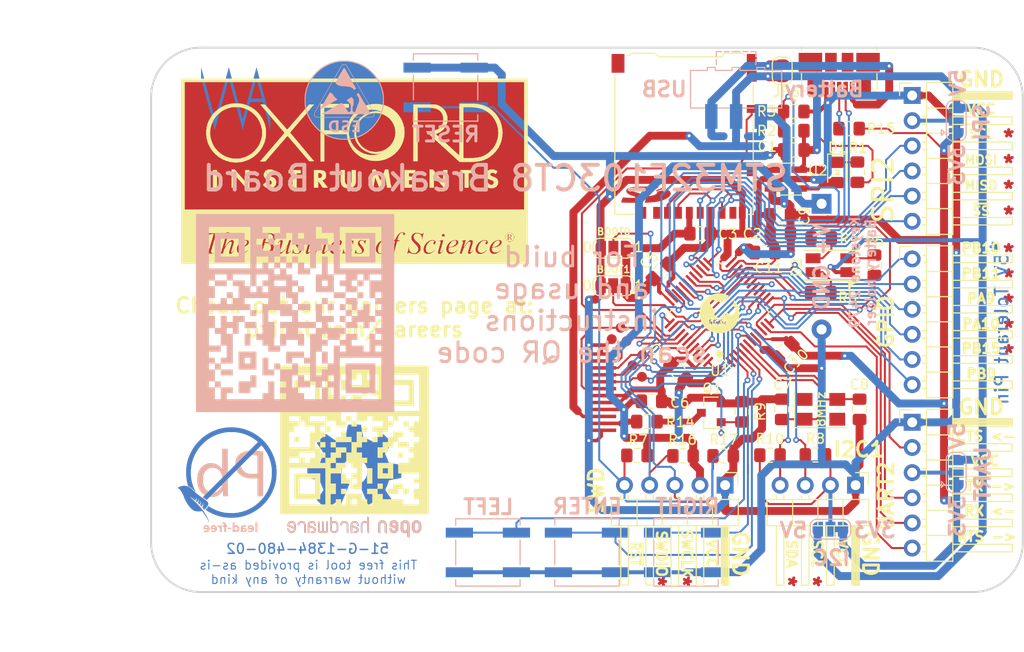
<source format=kicad_pcb>
(kicad_pcb (version 20171130) (host pcbnew "(5.0.2)-1")
  (title_block (date 2019-02-26) (rev 02))
  (layers (0 F.Cu signal) (31 B.Cu signal) (34 B.Paste user) (35 F.Paste user) (36 B.SilkS user) (37 F.SilkS user) (38 B.Mask user) (39 F.Mask user) (44 Edge.Cuts user))
  (net 0 "")
  (net 1 GND)
  (net 2 +5V)
  (net 3 +3V3)
  (net 4 OSC_1)
  (net 5 OSC_2)
  (net 6 "Net-(D1-Pad1)")
  (net 7 "Net-(D2-Pad2)")
  (net 8 "Net-(D2-Pad4)")
  (net 9 "Net-(D2-Pad3)")
  (net 10 "Net-(J1-Pad1)")
  (net 11 USB_D-)
  (net 12 USB_D+)
  (net 13 "Net-(J1-Pad4)")
  (net 14 "Net-(J2-Pad2)")
  (net 15 EXT_SPI_SCL)
  (net 16 EXT_SPI_MOSI)
  (net 17 EXT_SPI_MISO)
  (net 18 EXT_SPI_NSS)
  (net 19 GPIO_PB0)
  (net 20 GPIO_PA10)
  (net 21 GPIO_PA9)
  (net 22 GPIO_PB11)
  (net 23 GPIO_PB10)
  (net 24 "Net-(J4-Pad2)")
  (net 25 EXT_I2C_SCL)
  (net 26 EXT_I2C_SDA)
  (net 27 EXT_UART_CTS)
  (net 28 "Net-(J5-Pad3)")
  (net 29 EXT_UART_TX)
  (net 30 EXT_UART_RX)
  (net 31 EXT_UART_RTS)
  (net 32 LCD_RST)
  (net 33 LCD_CS)
  (net 34 LCD_SCL)
  (net 35 LCD_MOSI)
  (net 36 BOOT0)
  (net 37 BOOT1)
  (net 38 "Net-(Q1-Pad3)")
  (net 39 VBAT)
  (net 40 LED_B)
  (net 41 LED_R)
  (net 42 LED_G)
  (net 43 RESET)
  (net 44 LCD_LED_CTRL)
  (net 45 SW_LEFT)
  (net 46 SW_ENTER)
  (net 47 SW_RIGHT)
  (net 48 "Net-(U2-Pad4)")
  (net 49 "Net-(J6-Pad2)")
  (net 50 SWCLK)
  (net 51 SWDIO)
  (net 52 "Net-(Y1-Pad2)")
  (net 53 GPIO_PA15)
  (net 54 SD_DET)
  (net 55 "Net-(J10-Pad8)")
  (net 56 "Net-(J10-Pad1)")
  (net 57 "Net-(BT1-Pad1)")
  (net 58 LCD_DC)
  (module Alex_Parts:1.3_240x240_RGB_IPS_LCD (layer F.Cu) (at 118.29 119.81)
    (fp_text reference J6 hide)
    (fp_text value Conn_01x12_Female)
    (pad 1 smd rect (at 42.35 -12.155) (size 3 0.35) (layers F.Cu F.Mask) (net 1 GND))
    (pad 2 smd rect (at 42.35 -12.855) (size 3 0.35) (layers F.Cu F.Mask) (net 49 "Net-(J6-Pad2)"))
    (pad 3 smd rect (at 42.35 -13.555) (size 3 0.35) (layers F.Cu F.Mask) (net 2 +5V))
    (pad 4 smd rect (at 42.35 -14.255) (size 3 0.35) (layers F.Cu F.Mask) (net 3 +3V3))
    (pad 5 smd rect (at 42.35 -14.955) (size 3 0.35) (layers F.Cu F.Mask) (net 1 GND))
    (pad 6 smd rect (at 42.35 -15.655) (size 3 0.35) (layers F.Cu F.Mask) (net 1 GND))
    (pad 7 smd rect (at 42.35 -16.355) (size 3 0.35) (layers F.Cu F.Mask) (net 58 LCD_DC))
    (pad 8 smd rect (at 42.35 -17.055) (size 3 0.35) (layers F.Cu F.Mask) (net 33 LCD_CS))
    (pad 9 smd rect (at 42.35 -17.755) (size 3 0.35) (layers F.Cu F.Mask) (net 34 LCD_SCL))
    (pad 10 smd rect (at 42.35 -18.455) (size 3 0.35) (layers F.Cu F.Mask) (net 35 LCD_MOSI))
    (pad 11 smd rect (at 42.35 -19.155) (size 3 0.35) (layers F.Cu F.Mask) (net 32 LCD_RST))
    (pad 12 smd rect (at 42.35 -19.855) (size 3 0.35) (layers F.Cu F.Mask) (net 1 GND))
  )
  (module PCB_Graphics:SD_Logo_5mm_inv (layer F.Cu) (at 165.14 83.85)
    (fp_text reference G*** hide)
    (fp_text value LOGO hide)
    (fp_poly (pts (xy 0.733909 -0.802593) (xy 0.8483 -0.801675) (xy 0.95194 -0.79967) (xy 1.044494 -0.796595) (xy 1.125627 -0.792465) (xy 1.195006 -0.787298) (xy 1.252296 -0.781109) (xy 1.285913 -0.776021) (xy 1.311035 -0.771595) (xy 1.194163 -0.698613) (xy 1.159502 -0.677037) (xy 1.128307 -0.657747) (xy 1.102242 -0.641761) (xy 1.082973 -0.630101) (xy 1.072166 -0.623784) (xy 1.070622 -0.622996) (xy 1.062017 -0.618084) (xy 1.046965 -0.608249) (xy 1.034877 -0.599922) (xy 1.014629 -0.586172) (xy 0.995352 -0.573851) (xy 0.987208 -0.569019) (xy 0.967996 -0.557716) (xy 0.949562 -0.546237) (xy 0.930576 -0.534398) (xy 0.91285 -0.523938) (xy 0.898513 -0.515396) (xy 0.878033 -0.502673) (xy 0.856289 -0.488811) (xy 0.827888 -0.472138) (xy 0.807741 -0.464295) (xy 0.795197 -0.465053) (xy 0.79309 -0.466642) (xy 0.78298 -0.47115) (xy 0.762103 -0.476332) (xy 0.732363 -0.481952) (xy 0.695665 -0.487774) (xy 0.653913 -0.493564) (xy 0.60901 -0.499084) (xy 0.562862 -0.504099) (xy 0.51737 -0.508374) (xy 0.474441 -0.511672) (xy 0.435978 -0.513758) (xy 0.407348 -0.514404) (xy 0.379578 -0.514656) (xy 0.362312 -0.515617) (xy 0.353356 -0.517724) (xy 0.350513 -0.521414) (xy 0.351105 -0.525594) (xy 0.354408 -0.535616) (xy 0.361063 -0.554896) (xy 0.37013 -0.580735) (xy 0.380668 -0.610434) (xy 0.381557 -0.612928) (xy 0.394402 -0.649061) (xy 0.408021 -0.68761) (xy 0.420597 -0.723419) (xy 0.428575 -0.746312) (xy 0.448389 -0.803476) (xy 0.733909 -0.802593)) (layer F.Cu) (width 0.01))
    (fp_poly (pts (xy 1.723149 -0.698332) (xy 1.745757 -0.692326) (xy 1.774449 -0.682924) (xy 1.805302 -0.672297) (xy 1.835335 -0.661431) (xy 1.860221 -0.651915) (xy 1.870947 -0.647486) (xy 1.9023 -0.633843) (xy 1.486271 -0.495031) (xy 1.416578 -0.471794) (xy 1.350454 -0.44978) (xy 1.288881 -0.429313) (xy 1.232839 -0.410718) (xy 1.183307 -0.394319) (xy 1.141268 -0.38044) (xy 1.1077 -0.369406) (xy 1.083584 -0.36154) (xy 1.069901 -0.357168) (xy 1.067066 -0.356353) (xy 1.060624 -0.359696) (xy 1.04653 -0.368403) (xy 1.027639 -0.3807) (xy 1.024584 -0.382734) (xy 1.006072 -0.395893) (xy 0.993077 -0.406679) (xy 0.988007 -0.413057) (xy 0.988104 -0.413553) (xy 0.995019 -0.41782) (xy 1.010766 -0.424971) (xy 1.032218 -0.433609) (xy 1.036938 -0.435399) (xy 1.069676 -0.448012) (xy 1.110556 -0.464256) (xy 1.156066 -0.482712) (xy 1.202692 -0.50196) (xy 1.232208 -0.514339) (xy 1.247613 -0.520702) (xy 1.2727 -0.530898) (xy 1.305346 -0.544076) (xy 1.343423 -0.559386) (xy 1.384808 -0.575977) (xy 1.427374 -0.592998) (xy 1.468996 -0.609598) (xy 1.50755 -0.624926) (xy 1.54091 -0.638132) (xy 1.56695 -0.648365) (xy 1.568842 -0.649103) (xy 1.594864 -0.659406) (xy 1.61928 -0.669339) (xy 1.637245 -0.676929) (xy 1.638709 -0.677576) (xy 1.66672 -0.689789) (xy 1.687531 -0.697217) (xy 1.70504 -0.700013) (xy 1.723149 -0.698332)) (layer F.Cu) (width 0.01))
    (fp_poly (pts (xy 2.119468 -0.54413) (xy 2.137224 -0.537361) (xy 2.16084 -0.525253) (xy 2.19159 -0.507131) (xy 2.230748 -0.482319) (xy 2.248055 -0.471024) (xy 2.314935 -0.422393) (xy 2.372845 -0.370553) (xy 2.421215 -0.31636) (xy 2.459476 -0.260672) (xy 2.487061 -0.204348) (xy 2.503398 -0.148245) (xy 2.507921 -0.093222) (xy 2.507183 -0.080246) (xy 2.498129 -0.026281) (xy 2.479928 0.026142) (xy 2.451973 0.077955) (xy 2.413655 0.13009) (xy 2.364366 0.183478) (xy 2.3035 0.239052) (xy 2.293241 0.247712) (xy 2.275078 0.262962) (xy 2.260272 0.275505) (xy 2.252017 0.282633) (xy 2.252003 0.282645) (xy 2.242272 0.290235) (xy 2.224787 0.302864) (xy 2.202391 0.318564) (xy 2.177926 0.335368) (xy 2.154236 0.351308) (xy 2.134163 0.364417) (xy 2.130642 0.366645) (xy 2.088207 0.392) (xy 2.038043 0.419881) (xy 1.984224 0.448123) (xy 1.930827 0.474562) (xy 1.902338 0.487906) (xy 1.871565 0.501958) (xy 1.84658 0.513226) (xy 1.82519 0.522536) (xy 1.805205 0.530713) (xy 1.78443 0.538584) (xy 1.760674 0.546975) (xy 1.731744 0.556711) (xy 1.695447 0.568618) (xy 1.649591 0.583524) (xy 1.641885 0.586026) (xy 1.593114 0.601764) (xy 1.551502 0.614873) (xy 1.514503 0.626029) (xy 1.479569 0.635906) (xy 1.444154 0.645179) (xy 1.40571 0.654523) (xy 1.36169 0.664613) (xy 1.309547 0.676125) (xy 1.267142 0.685326) (xy 1.172542 0.704092) (xy 1.067424 0.721912) (xy 0.953955 0.738532) (xy 0.834301 0.753694) (xy 0.710628 0.767142) (xy 0.585104 0.778621) (xy 0.459894 0.787873) (xy 0.346161 0.794232) (xy 0.293874 0.796671) (xy 0.234299 0.799452) (xy 0.172838 0.802323) (xy 0.114893 0.805031) (xy 0.079395 0.806692) (xy 0.021908 0.809293) (xy -0.024027 0.811149) (xy -0.05954 0.812268) (xy -0.08576 0.812659) (xy -0.103817 0.812331) (xy -0.114839 0.811291) (xy -0.119957 0.80955) (xy -0.120664 0.808239) (xy -0.11864 0.800731) (xy -0.113135 0.783765) (xy -0.104982 0.759832) (xy -0.095013 0.731422) (xy -0.094661 0.730432) (xy -0.08219 0.695144) (xy -0.069083 0.657673) (xy -0.057159 0.623231) (xy -0.050382 0.603401) (xy -0.039461 0.571727) (xy -0.02748 0.537839) (xy -0.016797 0.508399) (xy -0.015517 0.504951) (xy -0.005935 0.478812) (xy 0.00307 0.45352) (xy 0.00937 0.435084) (xy 0.017529 0.411335) (xy 0.02648 0.386879) (xy 0.027478 0.384271) (xy 0.033671 0.367575) (xy 0.042616 0.342668) (xy 0.052953 0.313359) (xy 0.060322 0.292173) (xy 0.071289 0.26085) (xy 0.082303 0.230096) (xy 0.091801 0.204238) (xy 0.096411 0.192135) (xy 0.109452 0.158789) (xy 0.148412 0.158862) (xy 0.185883 0.157831) (xy 0.233209 0.154821) (xy 0.28775 0.150131) (xy 0.346864 0.144063) (xy 0.407909 0.136917) (xy 0.468245 0.128993) (xy 0.525229 0.120594) (xy 0.576222 0.112018) (xy 0.600225 0.107442) (xy 0.639329 0.099223) (xy 0.674139 0.090939) (xy 0.708847 0.081455) (xy 0.747646 0.069634) (xy 0.787597 0.056697) (xy 0.823801 0.044649) (xy 0.851524 0.034958) (xy 0.874391 0.026133) (xy 0.89603 0.016685) (xy 0.920064 0.005123) (xy 0.950121 -0.010042) (xy 0.950552 -0.010262) (xy 1.010283 -0.044133) (xy 1.059687 -0.079412) (xy 1.098373 -0.115595) (xy 1.125951 -0.152182) (xy 1.142034 -0.188669) (xy 1.14623 -0.224554) (xy 1.140049 -0.254514) (xy 1.131191 -0.27916) (xy 1.126388 -0.294235) (xy 1.125107 -0.302016) (xy 1.126817 -0.30478) (xy 1.128254 -0.304991) (xy 1.138134 -0.306679) (xy 1.159831 -0.311509) (xy 1.192883 -0.319368) (xy 1.236826 -0.330142) (xy 1.2912 -0.343718) (xy 1.355541 -0.359981) (xy 1.429388 -0.37882) (xy 1.438634 -0.381189) (xy 1.485355 -0.393134) (xy 1.529049 -0.40425) (xy 1.567917 -0.414085) (xy 1.600163 -0.422185) (xy 1.62399 -0.428097) (xy 1.637599 -0.431369) (xy 1.638709 -0.431617) (xy 1.654179 -0.435265) (xy 1.678193 -0.441241) (xy 1.707022 -0.448608) (xy 1.727632 -0.453974) (xy 1.758068 -0.461842) (xy 1.786702 -0.469031) (xy 1.809606 -0.474564) (xy 1.81973 -0.476846) (xy 1.842924 -0.482323) (xy 1.865492 -0.488502) (xy 1.867367 -0.489073) (xy 1.889245 -0.495187) (xy 1.912867 -0.500919) (xy 1.915003 -0.501384) (xy 1.931249 -0.505155) (xy 1.956258 -0.511297) (xy 1.986512 -0.518934) (xy 2.015985 -0.526535) (xy 2.04656 -0.534201) (xy 2.073802 -0.540474) (xy 2.094728 -0.544703) (xy 2.1063 -0.546237) (xy 2.119468 -0.54413)) (layer F.Cu) (width 0.01))
    (fp_poly (pts (xy -0.09643 -0.812728) (xy -0.037901 -0.812399) (xy 0.013833 -0.811847) (xy 0.057262 -0.811068) (xy 0.090875 -0.810057) (xy 0.111643 -0.808933) (xy 0.162945 -0.804938) (xy 0.145267 -0.753395) (xy 0.136408 -0.727725) (xy 0.124732 -0.694119) (xy 0.111647 -0.65662) (xy 0.098562 -0.619271) (xy 0.096334 -0.612928) (xy 0.065079 -0.524006) (xy -0.007158 -0.520078) (xy -0.026926 -0.519339) (xy -0.057986 -0.518615) (xy -0.098929 -0.517921) (xy -0.148346 -0.517273) (xy -0.204825 -0.516687) (xy -0.266956 -0.516176) (xy -0.333331 -0.515756) (xy -0.402537 -0.515442) (xy -0.454139 -0.515289) (xy -0.563637 -0.514845) (xy -0.667986 -0.514042) (xy -0.76641 -0.5129) (xy -0.85813 -0.511439) (xy -0.942369 -0.509679) (xy -1.018347 -0.50764) (xy -1.085288 -0.505342) (xy -1.142413 -0.502806) (xy -1.188944 -0.500051) (xy -1.224103 -0.497098) (xy -1.241736 -0.494892) (xy -1.289642 -0.485686) (xy -1.33022 -0.474308) (xy -1.362085 -0.46131) (xy -1.383851 -0.447243) (xy -1.393544 -0.434436) (xy -1.397108 -0.410245) (xy -1.389623 -0.388671) (xy -1.38311 -0.381027) (xy -1.363371 -0.365996) (xy -1.336294 -0.349686) (xy -1.306614 -0.334768) (xy -1.286197 -0.326354) (xy -1.236628 -0.308954) (xy -1.179696 -0.29002) (xy -1.120145 -0.271062) (xy -1.062719 -0.253589) (xy -1.012162 -0.23911) (xy -1.009903 -0.238492) (xy -0.973495 -0.228565) (xy -0.936584 -0.218495) (xy -0.903327 -0.209417) (xy -0.877882 -0.202465) (xy -0.876519 -0.202092) (xy -0.772361 -0.172009) (xy -0.679988 -0.141836) (xy -0.598487 -0.111144) (xy -0.526944 -0.079502) (xy -0.464446 -0.046482) (xy -0.41008 -0.011654) (xy -0.362931 0.025412) (xy -0.333459 0.053198) (xy -0.288995 0.106338) (xy -0.256774 0.162849) (xy -0.236761 0.222848) (xy -0.228922 0.286456) (xy -0.233222 0.35379) (xy -0.238598 0.383017) (xy -0.260207 0.457668) (xy -0.290918 0.523752) (xy -0.33121 0.582033) (xy -0.381566 0.633276) (xy -0.410836 0.656622) (xy -0.455612 0.68645) (xy -0.504474 0.712559) (xy -0.558472 0.735199) (xy -0.618656 0.754624) (xy -0.686076 0.771087) (xy -0.761782 0.784839) (xy -0.846823 0.796134) (xy -0.942249 0.805224) (xy -1.049111 0.812361) (xy -1.060715 0.812991) (xy -1.08818 0.814068) (xy -1.126719 0.815022) (xy -1.174704 0.81585) (xy -1.230508 0.816546) (xy -1.292501 0.817108) (xy -1.359055 0.81753) (xy -1.428544 0.817809) (xy -1.499337 0.81794) (xy -1.569808 0.817919) (xy -1.638327 0.817742) (xy -1.703267 0.817406) (xy -1.762999 0.816905) (xy -1.815896 0.816237) (xy -1.860329 0.815395) (xy -1.873719 0.815056) (xy -1.906464 0.814034) (xy -1.946777 0.812585) (xy -1.993222 0.810775) (xy -2.044366 0.808672) (xy -2.098772 0.806343) (xy -2.155008 0.803855) (xy -2.211638 0.801276) (xy -2.267228 0.798673) (xy -2.320343 0.796112) (xy -2.369548 0.793663) (xy -2.41341 0.791391) (xy -2.450492 0.789364) (xy -2.479362 0.787649) (xy -2.498583 0.786314) (xy -2.506723 0.785427) (xy -2.506888 0.785352) (xy -2.505941 0.778799) (xy -2.50124 0.764243) (xy -2.496642 0.752071) (xy -2.489264 0.732731) (xy -2.479274 0.705552) (xy -2.468194 0.674709) (xy -2.460966 0.654213) (xy -2.449973 0.622941) (xy -2.43908 0.592247) (xy -2.42982 0.566436) (xy -2.425388 0.554275) (xy -2.415886 0.528396) (xy -2.405234 0.49921) (xy -2.399858 0.484408) (xy -2.391092 0.460245) (xy -2.382716 0.437218) (xy -2.378461 0.425556) (xy -2.372847 0.410154) (xy -2.364256 0.386527) (xy -2.354042 0.358395) (xy -2.347177 0.339469) (xy -2.324023 0.275612) (xy -2.249721 0.283319) (xy -2.143359 0.293793) (xy -2.041325 0.30262) (xy -1.940979 0.309945) (xy -1.839681 0.315917) (xy -1.734793 0.320683) (xy -1.623676 0.32439) (xy -1.503689 0.327186) (xy -1.446688 0.328177) (xy -1.367174 0.329189) (xy -1.299389 0.329442) (xy -1.242378 0.328822) (xy -1.195183 0.327213) (xy -1.156847 0.324502) (xy -1.126414 0.320573) (xy -1.102927 0.315312) (xy -1.085429 0.308604) (xy -1.072964 0.300335) (xy -1.064573 0.290389) (xy -1.060432 0.2819) (xy -1.056666 0.263491) (xy -1.060193 0.245882) (xy -1.071655 0.228697) (xy -1.091691 0.211561) (xy -1.120944 0.194097) (xy -1.160054 0.17593) (xy -1.209663 0.156684) (xy -1.27041 0.135984) (xy -1.342939 0.113454) (xy -1.352889 0.110483) (xy -1.464653 0.074142) (xy -1.566228 0.034707) (xy -1.657308 -0.007614) (xy -1.737586 -0.052611) (xy -1.806754 -0.100076) (xy -1.864507 -0.149799) (xy -1.910538 -0.201572) (xy -1.944539 -0.255186) (xy -1.965136 -0.306652) (xy -1.973688 -0.347953) (xy -1.974112 -0.388575) (xy -1.968203 -0.426832) (xy -1.952109 -0.477951) (xy -1.926108 -0.524076) (xy -1.889155 -0.566799) (xy -1.858647 -0.593595) (xy -1.833439 -0.61325) (xy -1.812558 -0.627755) (xy -1.791497 -0.639798) (xy -1.765749 -0.652069) (xy -1.746382 -0.66057) (xy -1.694462 -0.681411) (xy -1.639414 -0.700264) (xy -1.580397 -0.717243) (xy -1.516571 -0.732463) (xy -1.447095 -0.746038) (xy -1.371129 -0.758085) (xy -1.287833 -0.768718) (xy -1.196366 -0.778051) (xy -1.095889 -0.7862) (xy -0.985559 -0.793279) (xy -0.864538 -0.799404) (xy -0.731985 -0.80469) (xy -0.67962 -0.806463) (xy -0.627937 -0.807923) (xy -0.569449 -0.809203) (xy -0.505668 -0.810299) (xy -0.438104 -0.811205) (xy -0.368268 -0.811916) (xy -0.297672 -0.812429) (xy -0.227827 -0.812739) (xy -0.160242 -0.81284) (xy -0.09643 -0.812728)) (layer F.Cu) (width 0.01))
  )
  (module Package_TO_SOT_SMD:SOT-23 (layer F.Cu) (at 171.74 105.89 180)
    (fp_text reference Q1 (at -0.11 2.44) (layer F.SilkS))
    (fp_text value NTR4003)
    (pad 1 smd rect (at -1 -0.95 180) (size 0.9 0.8) (layers F.Cu F.Paste F.Mask) (net 44 LCD_LED_CTRL))
    (pad 2 smd rect (at -1 0.95 180) (size 0.9 0.8) (layers F.Cu F.Paste F.Mask) (net 1 GND))
    (pad 3 smd rect (at 1 0 180) (size 0.9 0.8) (layers F.Cu F.Paste F.Mask) (net 38 "Net-(Q1-Pad3)"))
  )
  (module PCB_Graphics:Oxford_Logo_35mm_inv (layer F.Cu) (at 135.725422 81.47)
    (fp_text reference G*** hide)
    (fp_text value LOGO hide)
    (fp_poly (pts (xy 4.86173 6.149989) (xy 4.876416 6.157833) (xy 4.8768 6.1595) (xy 4.888066 6.167452) (xy 4.916212 6.171876) (xy 4.9276 6.1722) (xy 4.959411 6.175016) (xy 4.977104 6.182053) (xy 4.9784 6.1849) (xy 4.988747 6.19602) (xy 4.998357 6.1976) (xy 5.024536 6.205891) (xy 5.034901 6.213475) (xy 5.058468 6.233265) (xy 5.078443 6.248028) (xy 5.095027 6.264844) (xy 5.103183 6.290651) (xy 5.105399 6.333451) (xy 5.1054 6.33466) (xy 5.099531 6.391547) (xy 5.081821 6.426173) (xy 5.052112 6.438828) (xy 5.049157 6.4389) (xy 5.031682 6.445484) (xy 5.0292 6.4516) (xy 5.018987 6.462686) (xy 4.994357 6.465092) (xy 4.964324 6.459942) (xy 4.937901 6.448365) (xy 4.9276 6.4389) (xy 4.907421 6.419227) (xy 4.893046 6.4135) (xy 4.88138 6.401565) (xy 4.876836 6.36716) (xy 4.8768 6.3627) (xy 4.879945 6.327377) (xy 4.890373 6.312821) (xy 4.89585 6.3119) (xy 4.911503 6.301389) (xy 4.9149 6.287558) (xy 4.922161 6.264191) (xy 4.930775 6.256775) (xy 4.938901 6.247937) (xy 4.9276 6.236165) (xy 4.901585 6.227637) (xy 4.859337 6.224195) (xy 4.809189 6.225321) (xy 4.759474 6.230496) (xy 4.718525 6.239199) (xy 4.694917 6.250667) (xy 4.678198 6.271971) (xy 4.6736 6.284005) (xy 4.662621 6.294622) (xy 4.636148 6.303513) (xy 4.6355 6.303644) (xy 4.606225 6.315449) (xy 4.5974 6.336964) (xy 4.5974 6.336982) (xy 4.592239 6.357792) (xy 4.584941 6.3627) (xy 4.573205 6.373542) (xy 4.563749 6.397499) (xy 4.54758 6.435998) (xy 4.524562 6.459809) (xy 4.509407 6.4643) (xy 4.49734 6.474571) (xy 4.4958 6.48335) (xy 4.489831 6.500263) (xy 4.484772 6.5024) (xy 4.476516 6.51368) (xy 4.468813 6.542041) (xy 4.466541 6.556101) (xy 4.459209 6.590166) (xy 4.449417 6.611486) (xy 4.445819 6.61431) (xy 4.436714 6.62873) (xy 4.432362 6.658011) (xy 4.4323 6.662208) (xy 4.427544 6.695292) (xy 4.414713 6.7056) (xy 4.401483 6.717842) (xy 4.391423 6.754809) (xy 4.388399 6.77545) (xy 4.381694 6.813652) (xy 4.373539 6.839023) (xy 4.367886 6.8453) (xy 4.359609 6.856339) (xy 4.3561 6.882937) (xy 4.3561 6.8834) (xy 4.352421 6.910151) (xy 4.343558 6.921497) (xy 4.3434 6.9215) (xy 4.333853 6.932368) (xy 4.3307 6.95325) (xy 4.33161 6.968279) (xy 4.337599 6.977611) (xy 4.353554 6.982603) (xy 4.384364 6.984613) (xy 4.434916 6.984998) (xy 4.445 6.985) (xy 4.499305 6.985424) (xy 4.533049 6.987413) (xy 4.551067 6.992042) (xy 4.558193 7.000385) (xy 4.5593 7.0104) (xy 4.553981 7.031037) (xy 4.5466 7.0358) (xy 4.536281 7.046436) (xy 4.5339 7.0612) (xy 4.531759 7.073907) (xy 4.521913 7.081498) (xy 4.49923 7.085269) (xy 4.458575 7.086516) (xy 4.433338 7.0866) (xy 4.371923 7.087369) (xy 4.331526 7.091018) (xy 4.30778 7.099559) (xy 4.29632 7.115005) (xy 4.292778 7.139367) (xy 4.2926 7.151458) (xy 4.288778 7.187413) (xy 4.276917 7.200742) (xy 4.274871 7.2009) (xy 4.264607 7.208872) (xy 4.256624 7.234895) (xy 4.250092 7.282131) (xy 4.24815 7.3025) (xy 4.242669 7.349644) (xy 4.23605 7.385162) (xy 4.229494 7.40306) (xy 4.227778 7.4041) (xy 4.220652 7.41537) (xy 4.216689 7.443522) (xy 4.2164 7.4549) (xy 4.213583 7.486711) (xy 4.206546 7.504404) (xy 4.2037 7.5057) (xy 4.194782 7.516735) (xy 4.191 7.543325) (xy 4.191 7.5438) (xy 4.185674 7.573254) (xy 4.173271 7.5819) (xy 4.163007 7.589872) (xy 4.155024 7.615895) (xy 4.148492 7.663131) (xy 4.14655 7.6835) (xy 4.141069 7.730644) (xy 4.13445 7.766162) (xy 4.127894 7.78406) (xy 4.126178 7.7851) (xy 4.11899 7.796354) (xy 4.115053 7.824401) (xy 4.1148 7.834841) (xy 4.111904 7.86748) (xy 4.104703 7.887004) (xy 4.102224 7.888816) (xy 4.094462 7.90269) (xy 4.08674 7.934636) (xy 4.081365 7.972425) (xy 4.075494 8.013508) (xy 4.068372 8.042188) (xy 4.06219 8.0518) (xy 4.054541 8.062843) (xy 4.0513 8.089448) (xy 4.0513 8.0899) (xy 4.045852 8.119638) (xy 4.033163 8.128) (xy 4.020002 8.138863) (xy 4.010126 8.172555) (xy 4.0063 8.19785) (xy 3.999685 8.23605) (xy 3.991763 8.261421) (xy 3.986336 8.2677) (xy 3.978445 8.278741) (xy 3.9751 8.305344) (xy 3.9751 8.3058) (xy 3.971421 8.332551) (xy 3.962558 8.343897) (xy 3.9624 8.3439) (xy 3.951132 8.354186) (xy 3.9497 8.36295) (xy 3.940106 8.3798) (xy 3.931766 8.382) (xy 3.917329 8.393894) (xy 3.906432 8.426401) (xy 3.90525 8.4328) (xy 3.897331 8.46454) (xy 3.887947 8.482262) (xy 3.885083 8.4836) (xy 3.874801 8.493903) (xy 3.8735 8.50265) (xy 3.867525 8.519563) (xy 3.862461 8.5217) (xy 3.853379 8.532827) (xy 3.845276 8.560213) (xy 3.844189 8.566279) (xy 3.831437 8.607165) (xy 3.810767 8.637005) (xy 3.787117 8.648698) (xy 3.786883 8.6487) (xy 3.775255 8.659526) (xy 3.766076 8.682872) (xy 3.750837 8.716684) (xy 3.7338 8.7376) (xy 3.712418 8.765881) (xy 3.701523 8.792327) (xy 3.689822 8.81727) (xy 3.67585 8.8265) (xy 3.65597 8.835176) (xy 3.630038 8.855815) (xy 3.606662 8.880335) (xy 3.594448 8.90065) (xy 3.5941 8.903277) (xy 3.583193 8.912269) (xy 3.561161 8.9154) (xy 3.531676 8.923893) (xy 3.521579 8.9408) (xy 3.506565 8.961466) (xy 3.492077 8.9662) (xy 3.470343 8.972947) (xy 3.464517 8.980298) (xy 3.450843 8.986144) (xy 3.417923 8.991471) (xy 3.371913 8.995964) (xy 3.318965 8.999307) (xy 3.265234 9.001186) (xy 3.216874 9.001285) (xy 3.180038 8.999288) (xy 3.162526 8.995771) (xy 3.133459 8.976637) (xy 3.114459 8.952809) (xy 3.1115 8.941707) (xy 3.102369 8.92865) (xy 3.0988 8.9281) (xy 3.090847 8.916833) (xy 3.086423 8.888687) (xy 3.0861 8.8773) (xy 3.088916 8.845488) (xy 3.095953 8.827795) (xy 3.0988 8.8265) (xy 3.108512 8.815678) (xy 3.1115 8.796231) (xy 3.12098 8.768571) (xy 3.140075 8.758304) (xy 3.19053 8.750811) (xy 3.236044 8.754549) (xy 3.267672 8.768692) (xy 3.269342 8.770257) (xy 3.285656 8.801847) (xy 3.287704 8.841262) (xy 3.275382 8.875705) (xy 3.27025 8.881835) (xy 3.254119 8.905016) (xy 3.253174 8.922799) (xy 3.2639 8.9281) (xy 3.275167 8.938386) (xy 3.2766 8.94715) (xy 3.286238 8.961239) (xy 3.317001 8.966165) (xy 3.32105 8.9662) (xy 3.354696 8.961589) (xy 3.3655 8.948801) (xy 3.377734 8.935383) (xy 3.413025 8.926208) (xy 3.423018 8.92492) (xy 3.470476 8.91207) (xy 3.507654 8.888046) (xy 3.528331 8.857548) (xy 3.5306 8.843606) (xy 3.540807 8.828467) (xy 3.54965 8.8265) (xy 3.566487 8.816334) (xy 3.5687 8.80745) (xy 3.575478 8.790548) (xy 3.581249 8.7884) (xy 3.59089 8.777174) (xy 3.599753 8.74912) (xy 3.601923 8.7376) (xy 3.609446 8.705849) (xy 3.618393 8.688131) (xy 3.621123 8.6868) (xy 3.630957 8.676489) (xy 3.6322 8.66775) (xy 3.639057 8.650849) (xy 3.6449 8.6487) (xy 3.654446 8.637831) (xy 3.6576 8.61695) (xy 3.66379 8.592053) (xy 3.675403 8.5852) (xy 3.687785 8.57468) (xy 3.697273 8.541875) (xy 3.70205 8.509) (xy 3.708437 8.468861) (xy 3.716138 8.441254) (xy 3.722346 8.4328) (xy 3.729918 8.421631) (xy 3.733701 8.394171) (xy 3.7338 8.38835) (xy 3.736797 8.358967) (xy 3.744167 8.344282) (xy 3.74573 8.3439) (xy 3.752749 8.332297) (xy 3.760018 8.301757) (xy 3.766048 8.258686) (xy 3.766421 8.255) (xy 3.773411 8.203168) (xy 3.782209 8.174341) (xy 3.79259 8.1661) (xy 3.805207 8.155112) (xy 3.80994 8.121285) (xy 3.81 8.1153) (xy 3.812453 8.083484) (xy 3.818582 8.065792) (xy 3.821059 8.0645) (xy 3.827647 8.052898) (xy 3.834605 8.022363) (xy 3.840504 7.979296) (xy 3.840878 7.9756) (xy 3.846748 7.931822) (xy 3.853975 7.900079) (xy 3.861066 7.886776) (xy 3.861569 7.8867) (xy 3.869947 7.87566) (xy 3.873499 7.849064) (xy 3.8735 7.8486) (xy 3.876748 7.821842) (xy 3.884573 7.810502) (xy 3.884707 7.8105) (xy 3.891151 7.79886) (xy 3.897998 7.768065) (xy 3.903942 7.724303) (xy 3.904841 7.71525) (xy 3.9113 7.662524) (xy 3.919125 7.631964) (xy 3.929229 7.620338) (xy 3.931733 7.62) (xy 3.944541 7.61005) (xy 3.949556 7.578567) (xy 3.9497 7.5692) (xy 3.952516 7.537388) (xy 3.959553 7.519695) (xy 3.9624 7.5184) (xy 3.970352 7.507133) (xy 3.974776 7.478987) (xy 3.9751 7.4676) (xy 3.977553 7.435784) (xy 3.983683 7.418092) (xy 3.986159 7.4168) (xy 3.993287 7.405292) (xy 4.000679 7.375375) (xy 4.00584 7.3406) (xy 4.013352 7.293845) (xy 4.023231 7.269576) (xy 4.03288 7.2644) (xy 4.045862 7.255165) (xy 4.051075 7.225343) (xy 4.0513 7.2136) (xy 4.054116 7.181788) (xy 4.061153 7.164095) (xy 4.064 7.1628) (xy 4.072917 7.151764) (xy 4.076699 7.125174) (xy 4.0767 7.1247) (xy 4.0767 7.0866) (xy 3.94335 7.0866) (xy 3.88386 7.086281) (xy 3.845278 7.084755) (xy 3.823112 7.081167) (xy 3.812871 7.074661) (xy 3.810066 7.064381) (xy 3.81 7.0612) (xy 3.815318 7.040562) (xy 3.8227 7.0358) (xy 3.833018 7.025163) (xy 3.8354 7.0104) (xy 3.838431 6.995721) (xy 3.85154 6.988074) (xy 3.880744 6.98527) (xy 3.90525 6.985) (xy 3.943502 6.982936) (xy 3.968873 6.977614) (xy 3.9751 6.97245) (xy 3.98632 6.962786) (xy 4.014341 6.953939) (xy 4.025541 6.951834) (xy 4.066792 6.938951) (xy 4.083546 6.919934) (xy 4.094977 6.900253) (xy 4.102955 6.8961) (xy 4.113467 6.8858) (xy 4.1148 6.87705) (xy 4.121121 6.860141) (xy 4.12649 6.858) (xy 4.137076 6.847051) (xy 4.146385 6.82064) (xy 4.14655 6.8199) (xy 4.157624 6.793187) (xy 4.172678 6.781804) (xy 4.172959 6.7818) (xy 4.187186 6.770745) (xy 4.191 6.75005) (xy 4.195347 6.726182) (xy 4.2037 6.7183) (xy 4.214967 6.708013) (xy 4.2164 6.69925) (xy 4.222394 6.682336) (xy 4.227476 6.6802) (xy 4.236193 6.668981) (xy 4.24454 6.640943) (xy 4.246676 6.6294) (xy 4.254731 6.597635) (xy 4.264997 6.579923) (xy 4.268257 6.5786) (xy 4.292669 6.567048) (xy 4.313613 6.536836) (xy 4.322449 6.511799) (xy 4.332651 6.486617) (xy 4.343641 6.477) (xy 4.354695 6.466709) (xy 4.3561 6.45795) (xy 4.362503 6.441042) (xy 4.367944 6.4389) (xy 4.380841 6.428418) (xy 4.38785 6.4135) (xy 4.399968 6.392955) (xy 4.409441 6.3881) (xy 4.426989 6.378951) (xy 4.448899 6.357992) (xy 4.46607 6.334955) (xy 4.4704 6.322898) (xy 4.481153 6.312328) (xy 4.50215 6.304415) (xy 4.525933 6.294295) (xy 4.5339 6.284216) (xy 4.544998 6.261401) (xy 4.572898 6.240143) (xy 4.602215 6.2286) (xy 4.626701 6.218781) (xy 4.6355 6.208923) (xy 4.646376 6.200408) (xy 4.66725 6.1976) (xy 4.691117 6.193252) (xy 4.699 6.1849) (xy 4.710164 6.176505) (xy 4.737616 6.172309) (xy 4.74345 6.1722) (xy 4.77283 6.16901) (xy 4.787516 6.161166) (xy 4.7879 6.1595) (xy 4.799064 6.151105) (xy 4.826516 6.146909) (xy 4.83235 6.1468) (xy 4.86173 6.149989)) (layer F.Cu) (width 0.01))
    (fp_poly (pts (xy 6.983024 6.236032) (xy 6.984999 6.265271) (xy 6.985 6.266606) (xy 6.981865 6.296319) (xy 6.974139 6.311422) (xy 6.9723 6.3119) (xy 6.964347 6.323166) (xy 6.959923 6.351312) (xy 6.9596 6.3627) (xy 6.955722 6.39979) (xy 6.943924 6.413401) (xy 6.942413 6.4135) (xy 6.932117 6.422484) (xy 6.924129 6.451195) (xy 6.917765 6.502266) (xy 6.916916 6.511925) (xy 6.91148 6.558965) (xy 6.904559 6.59497) (xy 6.897466 6.613491) (xy 6.896003 6.614583) (xy 6.88798 6.628731) (xy 6.883647 6.658668) (xy 6.8834 6.668558) (xy 6.880897 6.699981) (xy 6.874661 6.71719) (xy 6.87234 6.7183) (xy 6.865752 6.729901) (xy 6.858794 6.760436) (xy 6.852895 6.803503) (xy 6.852521 6.8072) (xy 6.847309 6.853695) (xy 6.841516 6.88034) (xy 6.832693 6.892614) (xy 6.81839 6.895998) (xy 6.81278 6.8961) (xy 6.792799 6.893199) (xy 6.78392 6.879759) (xy 6.781806 6.848668) (xy 6.7818 6.8453) (xy 6.784616 6.813488) (xy 6.791653 6.795795) (xy 6.7945 6.7945) (xy 6.803417 6.783464) (xy 6.807199 6.756874) (xy 6.8072 6.7564) (xy 6.803521 6.729648) (xy 6.794658 6.718302) (xy 6.7945 6.7183) (xy 6.786926 6.706948) (xy 6.782382 6.678229) (xy 6.7818 6.66115) (xy 6.779599 6.627062) (xy 6.774031 6.606619) (xy 6.770723 6.604) (xy 6.762006 6.592781) (xy 6.753659 6.564743) (xy 6.751523 6.5532) (xy 6.743671 6.52144) (xy 6.733908 6.503726) (xy 6.730849 6.5024) (xy 6.719715 6.492111) (xy 6.7183 6.48335) (xy 6.708134 6.466512) (xy 6.69925 6.4643) (xy 6.682334 6.458475) (xy 6.6802 6.453543) (xy 6.671518 6.434304) (xy 6.651604 6.4107) (xy 6.629653 6.392465) (xy 6.618385 6.3881) (xy 6.604728 6.379382) (xy 6.604 6.3754) (xy 6.593131 6.365853) (xy 6.57225 6.3627) (xy 6.548382 6.358352) (xy 6.5405 6.35) (xy 6.530213 6.338732) (xy 6.52145 6.3373) (xy 6.504549 6.330442) (xy 6.5024 6.3246) (xy 6.490198 6.319025) (xy 6.45553 6.3149) (xy 6.401299 6.312468) (xy 6.35 6.3119) (xy 6.283102 6.312916) (xy 6.233607 6.315805) (xy 6.204418 6.320325) (xy 6.1976 6.3246) (xy 6.187313 6.335867) (xy 6.17855 6.3373) (xy 6.161649 6.344157) (xy 6.1595 6.35) (xy 6.149213 6.361267) (xy 6.14045 6.3627) (xy 6.123549 6.369557) (xy 6.1214 6.3754) (xy 6.111337 6.387138) (xy 6.105153 6.3881) (xy 6.086216 6.397599) (xy 6.070228 6.415056) (xy 6.049312 6.442785) (xy 6.035675 6.458598) (xy 6.021949 6.479203) (xy 6.0198 6.487734) (xy 6.009752 6.502779) (xy 6.004063 6.505528) (xy 5.996171 6.517565) (xy 5.991131 6.548955) (xy 5.988673 6.602024) (xy 5.988326 6.6421) (xy 5.989453 6.708331) (xy 5.993013 6.75158) (xy 5.999274 6.774173) (xy 6.004063 6.778671) (xy 6.018459 6.794215) (xy 6.0198 6.801908) (xy 6.026239 6.818129) (xy 6.031123 6.8199) (xy 6.042163 6.830697) (xy 6.0508 6.853184) (xy 6.066431 6.889556) (xy 6.08923 6.914701) (xy 6.10755 6.9215) (xy 6.120274 6.932285) (xy 6.128884 6.95325) (xy 6.13869 6.977024) (xy 6.148176 6.985) (xy 6.159179 6.994704) (xy 6.1595 6.9977) (xy 6.167697 7.01522) (xy 6.1849 7.0358) (xy 6.207644 7.054446) (xy 6.223 7.0612) (xy 6.235332 7.070687) (xy 6.2357 7.073658) (xy 6.246475 7.085695) (xy 6.26745 7.094084) (xy 6.291233 7.104204) (xy 6.2992 7.114283) (xy 6.307801 7.132902) (xy 6.326363 7.152944) (xy 6.34402 7.162783) (xy 6.344542 7.1628) (xy 6.359872 7.171836) (xy 6.383112 7.193904) (xy 6.407305 7.221441) (xy 6.425493 7.246885) (xy 6.429806 7.255481) (xy 6.443347 7.273853) (xy 6.451778 7.2771) (xy 6.473747 7.287254) (xy 6.49938 7.312303) (xy 6.521603 7.344124) (xy 6.532311 7.369547) (xy 6.550943 7.400845) (xy 6.571231 7.411329) (xy 6.595794 7.426078) (xy 6.60897 7.458571) (xy 6.609713 7.462322) (xy 6.61823 7.491208) (xy 6.628494 7.5054) (xy 6.629975 7.5057) (xy 6.640902 7.515918) (xy 6.6421 7.523691) (xy 6.651583 7.543312) (xy 6.657975 7.546975) (xy 6.66413 7.555935) (xy 6.668614 7.579833) (xy 6.671607 7.621243) (xy 6.673291 7.68274) (xy 6.673848 7.766899) (xy 6.67385 7.7724) (xy 6.673351 7.85792) (xy 6.671736 7.920632) (xy 6.668821 7.963111) (xy 6.664427 7.987933) (xy 6.658371 7.997671) (xy 6.657975 7.997825) (xy 6.644703 8.013274) (xy 6.6421 8.027458) (xy 6.637259 8.047524) (xy 6.630987 8.0518) (xy 6.62089 8.062741) (xy 6.612561 8.088366) (xy 6.597157 8.120378) (xy 6.572874 8.133058) (xy 6.546106 8.148691) (xy 6.5405 8.16674) (xy 6.532151 8.191057) (xy 6.52145 8.199607) (xy 6.504571 8.215597) (xy 6.5024 8.224608) (xy 6.491474 8.238475) (xy 6.472008 8.2423) (xy 6.445671 8.249393) (xy 6.434307 8.26135) (xy 6.41708 8.277037) (xy 6.401198 8.2804) (xy 6.380346 8.285644) (xy 6.3754 8.2931) (xy 6.364763 8.303418) (xy 6.35 8.3058) (xy 6.329314 8.31374) (xy 6.3246 8.32485) (xy 6.313618 8.340206) (xy 6.293908 8.3439) (xy 6.268388 8.349493) (xy 6.258103 8.359239) (xy 6.244019 8.365339) (xy 6.209686 8.370099) (xy 6.160219 8.373514) (xy 6.100729 8.375578) (xy 6.036331 8.376284) (xy 5.972138 8.375626) (xy 5.913263 8.373598) (xy 5.864819 8.370193) (xy 5.83192 8.365405) (xy 5.819777 8.359775) (xy 5.804495 8.347535) (xy 5.783791 8.3439) (xy 5.75905 8.337083) (xy 5.7531 8.32485) (xy 5.741792 8.309695) (xy 5.716058 8.3058) (xy 5.688173 8.301809) (xy 5.674648 8.292696) (xy 5.660865 8.286003) (xy 5.627741 8.279265) (xy 5.581313 8.273575) (xy 5.558846 8.271728) (xy 5.504499 8.268422) (xy 5.469302 8.268383) (xy 5.447116 8.272461) (xy 5.431807 8.281508) (xy 5.422455 8.290651) (xy 5.404242 8.31441) (xy 5.3975 8.330668) (xy 5.387221 8.342404) (xy 5.37845 8.3439) (xy 5.361612 8.354065) (xy 5.3594 8.36295) (xy 5.349155 8.379547) (xy 5.339339 8.382) (xy 5.328942 8.378607) (xy 5.324274 8.364929) (xy 5.324658 8.335716) (xy 5.328291 8.296275) (xy 5.33433 8.2526) (xy 5.34152 8.220302) (xy 5.348312 8.206332) (xy 5.348352 8.206316) (xy 5.355385 8.192163) (xy 5.359183 8.162218) (xy 5.3594 8.152341) (xy 5.362681 8.117418) (xy 5.373504 8.103333) (xy 5.37845 8.1026) (xy 5.391696 8.094211) (xy 5.397154 8.066404) (xy 5.3975 8.0518) (xy 5.399984 8.019984) (xy 5.40619 8.002292) (xy 5.408697 8.001) (xy 5.414729 7.989292) (xy 5.421201 7.958046) (xy 5.427024 7.913079) (xy 5.428887 7.89305) (xy 5.434202 7.844301) (xy 5.440655 7.807004) (xy 5.447139 7.786975) (xy 5.44944 7.7851) (xy 5.456034 7.773676) (xy 5.46022 7.744467) (xy 5.461 7.7216) (xy 5.463039 7.681667) (xy 5.4701 7.662163) (xy 5.48005 7.6581) (xy 5.496887 7.647934) (xy 5.4991 7.63905) (xy 5.509265 7.622212) (xy 5.51815 7.62) (xy 5.533471 7.63104) (xy 5.5372 7.65175) (xy 5.532852 7.675617) (xy 5.5245 7.6835) (xy 5.51821 7.695382) (xy 5.51379 7.727822) (xy 5.511842 7.776011) (xy 5.5118 7.7851) (xy 5.513285 7.835414) (xy 5.51734 7.870772) (xy 5.523363 7.886361) (xy 5.5245 7.8867) (xy 5.533417 7.897735) (xy 5.537199 7.924325) (xy 5.5372 7.9248) (xy 5.54041 7.951558) (xy 5.548144 7.962897) (xy 5.548276 7.9629) (xy 5.556993 7.974118) (xy 5.56534 8.002156) (xy 5.567476 8.0137) (xy 5.575328 8.045459) (xy 5.585091 8.063173) (xy 5.58815 8.0645) (xy 5.599284 8.074788) (xy 5.6007 8.08355) (xy 5.610865 8.100387) (xy 5.61975 8.1026) (xy 5.636643 8.109937) (xy 5.6388 8.116207) (xy 5.646959 8.135713) (xy 5.656942 8.147957) (xy 5.678191 8.163086) (xy 5.688692 8.1661) (xy 5.701757 8.174528) (xy 5.7023 8.17779) (xy 5.713248 8.188376) (xy 5.739659 8.197685) (xy 5.7404 8.19785) (xy 5.767112 8.208924) (xy 5.778495 8.223978) (xy 5.7785 8.224259) (xy 5.788577 8.240449) (xy 5.796491 8.2423) (xy 5.816068 8.251653) (xy 5.819704 8.257963) (xy 5.830041 8.26477) (xy 5.857439 8.269494) (xy 5.904397 8.27235) (xy 5.973413 8.273554) (xy 6.00075 8.273626) (xy 6.077403 8.272907) (xy 6.131192 8.270607) (xy 6.164616 8.266509) (xy 6.180176 8.260396) (xy 6.181795 8.257963) (xy 6.197181 8.24487) (xy 6.211358 8.2423) (xy 6.231367 8.234434) (xy 6.2357 8.224105) (xy 6.246257 8.205871) (xy 6.26045 8.198056) (xy 6.284824 8.180131) (xy 6.293046 8.165479) (xy 6.310534 8.143582) (xy 6.33242 8.132846) (xy 6.360395 8.115151) (xy 6.371261 8.088366) (xy 6.379791 8.062342) (xy 6.389687 8.0518) (xy 6.397033 8.04063) (xy 6.400704 8.013168) (xy 6.4008 8.00735) (xy 6.403989 7.977969) (xy 6.411833 7.963283) (xy 6.4135 7.9629) (xy 6.419789 7.951017) (xy 6.424209 7.918577) (xy 6.426157 7.870388) (xy 6.4262 7.8613) (xy 6.424714 7.810985) (xy 6.420659 7.775627) (xy 6.414636 7.760038) (xy 6.4135 7.7597) (xy 6.404582 7.748664) (xy 6.4008 7.722074) (xy 6.4008 7.7216) (xy 6.397191 7.694847) (xy 6.388495 7.683502) (xy 6.388341 7.6835) (xy 6.376304 7.672724) (xy 6.367915 7.65175) (xy 6.355906 7.627918) (xy 6.342273 7.62) (xy 6.326638 7.609804) (xy 6.3246 7.60095) (xy 6.318473 7.584038) (xy 6.313276 7.5819) (xy 6.302016 7.571157) (xy 6.294197 7.550996) (xy 6.278765 7.524028) (xy 6.26107 7.51204) (xy 6.240492 7.497924) (xy 6.2357 7.485794) (xy 6.225585 7.469504) (xy 6.217505 7.4676) (xy 6.199271 7.457042) (xy 6.191456 7.442849) (xy 6.173531 7.418475) (xy 6.158879 7.410253) (xy 6.136574 7.392646) (xy 6.126678 7.372604) (xy 6.108531 7.345245) (xy 6.089395 7.335321) (xy 6.062954 7.319952) (xy 6.051746 7.30312) (xy 6.034438 7.278985) (xy 6.020412 7.270944) (xy 5.999447 7.253789) (xy 5.98907 7.232194) (xy 5.976634 7.20857) (xy 5.962408 7.2009) (xy 5.945677 7.193067) (xy 5.9436 7.186514) (xy 5.934945 7.167617) (xy 5.920493 7.151589) (xy 5.898565 7.126037) (xy 5.889142 7.108825) (xy 5.873054 7.090021) (xy 5.861448 7.0866) (xy 5.845407 7.076111) (xy 5.842 7.062558) (xy 5.83316 7.038895) (xy 5.82295 7.031207) (xy 5.808452 7.014292) (xy 5.8039 6.991748) (xy 5.799601 6.967691) (xy 5.7912 6.9596) (xy 5.779757 6.949391) (xy 5.7785 6.941608) (xy 5.769017 6.921989) (xy 5.762625 6.918327) (xy 5.755884 6.908555) (xy 5.751167 6.882684) (xy 5.748248 6.838058) (xy 5.746903 6.77202) (xy 5.74675 6.731008) (xy 5.747406 6.653498) (xy 5.749526 6.598701) (xy 5.753333 6.563963) (xy 5.759054 6.546627) (xy 5.762625 6.543681) (xy 5.774864 6.528395) (xy 5.7785 6.507691) (xy 5.782983 6.484335) (xy 5.7912 6.477) (xy 5.802791 6.466862) (xy 5.8039 6.459893) (xy 5.812329 6.43697) (xy 5.831952 6.411078) (xy 5.854272 6.392084) (xy 5.865714 6.3881) (xy 5.879386 6.380682) (xy 5.8801 6.377343) (xy 5.891152 6.353062) (xy 5.919071 6.328972) (xy 5.955999 6.311086) (xy 5.972175 6.306893) (xy 6.005837 6.29605) (xy 6.019698 6.281025) (xy 6.0198 6.279574) (xy 6.029677 6.263098) (xy 6.037791 6.2611) (xy 6.05741 6.251617) (xy 6.061071 6.245225) (xy 6.069822 6.239231) (xy 6.093211 6.234818) (xy 6.133778 6.231817) (xy 6.194061 6.230058) (xy 6.276602 6.229373) (xy 6.299191 6.22935) (xy 6.387257 6.22981) (xy 6.452478 6.231305) (xy 6.497392 6.234003) (xy 6.52454 6.238074) (xy 6.53646 6.243687) (xy 6.537319 6.245225) (xy 6.552447 6.256623) (xy 6.579658 6.2611) (xy 6.608629 6.266674) (xy 6.6167 6.279236) (xy 6.627563 6.292397) (xy 6.661255 6.302273) (xy 6.68655 6.306099) (xy 6.72475 6.312714) (xy 6.750121 6.320636) (xy 6.7564 6.326063) (xy 6.767568 6.333491) (xy 6.79503 6.337203) (xy 6.80085 6.3373) (xy 6.830234 6.334454) (xy 6.844917 6.327459) (xy 6.8453 6.325976) (xy 6.856042 6.314716) (xy 6.876209 6.306895) (xy 6.902288 6.290798) (xy 6.911134 6.264244) (xy 6.920236 6.237062) (xy 6.94428 6.226125) (xy 6.950075 6.225331) (xy 6.973328 6.225017) (xy 6.983024 6.236032)) (layer F.Cu) (width 0.01))
    (fp_poly (pts (xy -12.653375 6.15578) (xy -12.6492 6.1722) (xy -12.654519 6.192837) (xy -12.6619 6.1976) (xy -12.671447 6.208468) (xy -12.6746 6.22935) (xy -12.678389 6.253225) (xy -12.68566 6.2611) (xy -12.692248 6.272701) (xy -12.699206 6.303236) (xy -12.705105 6.346303) (xy -12.705479 6.35) (xy -12.712113 6.400529) (xy -12.720348 6.429017) (xy -12.731201 6.438818) (xy -12.73252 6.4389) (xy -12.745447 6.448342) (xy -12.750601 6.478651) (xy -12.7508 6.4897) (xy -12.753617 6.521511) (xy -12.760654 6.539204) (xy -12.7635 6.5405) (xy -12.773047 6.551368) (xy -12.7762 6.57225) (xy -12.780286 6.596121) (xy -12.788131 6.604) (xy -12.79515 6.615602) (xy -12.802419 6.646142) (xy -12.808449 6.689213) (xy -12.808822 6.6929) (xy -12.814579 6.736674) (xy -12.821505 6.768416) (xy -12.828174 6.781723) (xy -12.828641 6.7818) (xy -12.836958 6.792677) (xy -12.8397 6.81355) (xy -12.845734 6.838188) (xy -12.85711 6.8453) (xy -12.868207 6.854912) (xy -12.876849 6.885331) (xy -12.883279 6.9342) (xy -12.889149 6.977977) (xy -12.896376 7.00972) (xy -12.903467 7.023023) (xy -12.90397 7.0231) (xy -12.91294 7.033973) (xy -12.9159 7.05485) (xy -12.919809 7.078723) (xy -12.927312 7.0866) (xy -12.934095 7.0982) (xy -12.941236 7.128733) (xy -12.947269 7.171798) (xy -12.94765 7.1755) (xy -12.954596 7.226799) (xy -12.963232 7.255502) (xy -12.974339 7.2644) (xy -12.988082 7.275845) (xy -12.9921 7.3025) (xy -12.995488 7.329255) (xy -13.003648 7.340597) (xy -13.00379 7.3406) (xy -13.010974 7.352157) (xy -13.018422 7.382401) (xy -13.024319 7.42315) (xy -13.030387 7.465142) (xy -13.037681 7.494867) (xy -13.04438 7.5057) (xy -13.05226 7.516742) (xy -13.0556 7.543344) (xy -13.0556 7.5438) (xy -13.059279 7.570551) (xy -13.068142 7.581897) (xy -13.0683 7.5819) (xy -13.079568 7.592186) (xy -13.081 7.60095) (xy -13.074143 7.61785) (xy -13.0683 7.62) (xy -13.056808 7.609814) (xy -13.0556 7.602308) (xy -13.045356 7.582702) (xy -13.03655 7.577307) (xy -13.020812 7.560067) (xy -13.0175 7.54444) (xy -13.006225 7.52042) (xy -12.986083 7.510998) (xy -12.960836 7.496488) (xy -12.947562 7.464932) (xy -12.946651 7.460389) (xy -12.933271 7.425612) (xy -12.914568 7.410027) (xy -12.894515 7.391597) (xy -12.8905 7.371095) (xy -12.882043 7.342813) (xy -12.868275 7.331557) (xy -12.839729 7.313489) (xy -12.814754 7.286199) (xy -12.801949 7.259493) (xy -12.8016 7.255529) (xy -12.793146 7.235766) (xy -12.773128 7.209992) (xy -12.749563 7.18702) (xy -12.730467 7.175663) (xy -12.7288 7.1755) (xy -12.714233 7.166819) (xy -12.69429 7.147395) (xy -12.678358 7.127151) (xy -12.6746 7.118204) (xy -12.665671 7.103493) (xy -12.645354 7.083347) (xy -12.623356 7.066478) (xy -12.6111 7.0612) (xy -12.598765 7.051956) (xy -12.5984 7.049075) (xy -12.587298 7.038997) (xy -12.559979 7.029854) (xy -12.55395 7.028612) (xy -12.523551 7.018398) (xy -12.509679 7.004353) (xy -12.5095 7.002636) (xy -12.49897 6.988134) (xy -12.485159 6.985) (xy -12.462458 6.977935) (xy -12.455616 6.969395) (xy -12.440522 6.960106) (xy -12.40772 6.954867) (xy -12.36454 6.953469) (xy -12.318313 6.955699) (xy -12.27637 6.961347) (xy -12.246042 6.9702) (xy -12.237601 6.975684) (xy -12.221392 6.997404) (xy -12.2174 7.009492) (xy -12.20827 7.022549) (xy -12.2047 7.0231) (xy -12.193433 7.033386) (xy -12.192 7.04215) (xy -12.185143 7.05905) (xy -12.1793 7.0612) (xy -12.172664 7.072863) (xy -12.16812 7.10376) (xy -12.1666 7.14375) (xy -12.168395 7.186887) (xy -12.173148 7.216421) (xy -12.1793 7.2263) (xy -12.186874 7.237651) (xy -12.191418 7.26637) (xy -12.192 7.28345) (xy -12.194523 7.317532) (xy -12.200905 7.337977) (xy -12.2047 7.3406) (xy -12.213618 7.351635) (xy -12.2174 7.378225) (xy -12.2174 7.3787) (xy -12.221079 7.405451) (xy -12.229942 7.416797) (xy -12.2301 7.4168) (xy -12.238053 7.428066) (xy -12.242477 7.456212) (xy -12.2428 7.4676) (xy -12.245617 7.499411) (xy -12.252654 7.517104) (xy -12.2555 7.5184) (xy -12.265047 7.529268) (xy -12.2682 7.55015) (xy -12.272548 7.574017) (xy -12.2809 7.5819) (xy -12.289818 7.592935) (xy -12.2936 7.619525) (xy -12.2936 7.62) (xy -12.296757 7.646758) (xy -12.304362 7.658097) (xy -12.304491 7.6581) (xy -12.311332 7.669636) (xy -12.318408 7.69973) (xy -12.323666 7.737475) (xy -12.329825 7.7794) (xy -12.33764 7.809729) (xy -12.344525 7.821083) (xy -12.353538 7.835392) (xy -12.3571 7.862358) (xy -12.362384 7.890678) (xy -12.374341 7.8994) (xy -12.386237 7.910468) (xy -12.395341 7.944595) (xy -12.399866 7.978775) (xy -12.406025 8.0207) (xy -12.41384 8.051029) (xy -12.420725 8.062383) (xy -12.42804 8.076414) (xy -12.432575 8.107387) (xy -12.4333 8.128202) (xy -12.431337 8.167207) (xy -12.423729 8.188067) (xy -12.4079 8.19785) (xy -12.369389 8.200461) (xy -12.338269 8.185653) (xy -12.325144 8.16545) (xy -12.314577 8.145296) (xy -12.307388 8.1407) (xy -12.288652 8.131989) (xy -12.26537 8.112046) (xy -12.24724 8.090148) (xy -12.2428 8.078885) (xy -12.234467 8.065224) (xy -12.230678 8.0645) (xy -12.214571 8.056247) (xy -12.190055 8.035829) (xy -12.184132 8.030077) (xy -12.14971 7.995654) (xy -12.157856 8.045852) (xy -12.165971 8.078624) (xy -12.176149 8.098413) (xy -12.179001 8.100383) (xy -12.191611 8.114354) (xy -12.192 8.117612) (xy -12.200868 8.133924) (xy -12.22231 8.158059) (xy -12.24859 8.182592) (xy -12.271967 8.200098) (xy -12.282244 8.2042) (xy -12.293299 8.213884) (xy -12.2936 8.216754) (xy -12.304036 8.241558) (xy -12.328704 8.265356) (xy -12.357645 8.279396) (xy -12.366031 8.2804) (xy -12.391708 8.289806) (xy -12.402685 8.31215) (xy -12.417908 8.338105) (xy -12.434677 8.3439) (xy -12.454555 8.349489) (xy -12.4587 8.3566) (xy -12.47043 8.36314) (xy -12.501795 8.36765) (xy -12.546242 8.3693) (xy -12.595661 8.367919) (xy -12.624925 8.363055) (xy -12.639168 8.353626) (xy -12.641492 8.349211) (xy -12.64826 8.318838) (xy -12.6492 8.304761) (xy -12.654721 8.284694) (xy -12.6619 8.2804) (xy -12.669474 8.269048) (xy -12.674018 8.240329) (xy -12.6746 8.22325) (xy -12.67234 8.189163) (xy -12.666621 8.168719) (xy -12.663222 8.1661) (xy -12.656909 8.154424) (xy -12.650185 8.123393) (xy -12.64425 8.079) (xy -12.64285 8.0645) (xy -12.63661 8.009716) (xy -12.629188 7.97717) (xy -12.619753 7.963698) (xy -12.616129 7.9629) (xy -12.602254 7.951865) (xy -12.5984 7.93115) (xy -12.594492 7.907276) (xy -12.586989 7.8994) (xy -12.580206 7.887799) (xy -12.573065 7.857266) (xy -12.567032 7.814201) (xy -12.56665 7.8105) (xy -12.560766 7.766726) (xy -12.553659 7.734985) (xy -12.546794 7.721676) (xy -12.546312 7.7216) (xy -12.538298 7.710558) (xy -12.534901 7.683957) (xy -12.5349 7.6835) (xy -12.531222 7.656748) (xy -12.522359 7.645402) (xy -12.5222 7.6454) (xy -12.513283 7.634364) (xy -12.509501 7.607774) (xy -12.5095 7.6073) (xy -12.504335 7.578231) (xy -12.49226 7.5692) (xy -12.480364 7.558131) (xy -12.47126 7.524004) (xy -12.466735 7.489825) (xy -12.460576 7.447899) (xy -12.452761 7.41757) (xy -12.445876 7.406216) (xy -12.437871 7.392068) (xy -12.433548 7.362131) (xy -12.4333 7.352241) (xy -12.430428 7.320823) (xy -12.423269 7.303612) (xy -12.4206 7.3025) (xy -12.412102 7.291419) (xy -12.408169 7.263713) (xy -12.408494 7.227682) (xy -12.412769 7.19163) (xy -12.420687 7.163857) (xy -12.426043 7.155542) (xy -12.446268 7.145769) (xy -12.478355 7.139564) (xy -12.513677 7.137341) (xy -12.543608 7.139515) (xy -12.559523 7.1465) (xy -12.5603 7.14909) (xy -12.571238 7.159723) (xy -12.597566 7.168966) (xy -12.597825 7.169023) (xy -12.627802 7.182765) (xy -12.643131 7.201782) (xy -12.654546 7.221835) (xy -12.662756 7.2263) (xy -12.674262 7.235989) (xy -12.6746 7.239) (xy -12.683641 7.257886) (xy -12.704326 7.280958) (xy -12.727003 7.298561) (xy -12.7381 7.3025) (xy -12.750438 7.311536) (xy -12.7508 7.314344) (xy -12.761242 7.327397) (xy -12.774938 7.333849) (xy -12.796422 7.351188) (xy -12.80693 7.372805) (xy -12.817131 7.396376) (xy -12.827242 7.4041) (xy -12.838296 7.41439) (xy -12.8397 7.42315) (xy -12.849743 7.43999) (xy -12.858509 7.4422) (xy -12.875351 7.453037) (xy -12.885285 7.47395) (xy -12.895091 7.497724) (xy -12.904577 7.5057) (xy -12.915451 7.515518) (xy -12.9159 7.519307) (xy -12.92407 7.538629) (xy -12.93495 7.551964) (xy -12.950881 7.578998) (xy -12.954 7.595507) (xy -12.962181 7.615592) (xy -12.97305 7.62) (xy -12.989888 7.630165) (xy -12.9921 7.63905) (xy -12.99883 7.655952) (xy -13.004559 7.6581) (xy -13.016596 7.668875) (xy -13.024985 7.68985) (xy -13.034791 7.713624) (xy -13.044277 7.7216) (xy -13.052792 7.732476) (xy -13.0556 7.75335) (xy -13.059948 7.777217) (xy -13.0683 7.7851) (xy -13.079568 7.795386) (xy -13.081 7.80415) (xy -13.090332 7.821005) (xy -13.098427 7.8232) (xy -13.112173 7.834966) (xy -13.122642 7.86654) (xy -13.123977 7.874) (xy -13.131829 7.905759) (xy -13.141592 7.923473) (xy -13.144651 7.9248) (xy -13.155785 7.935088) (xy -13.1572 7.94385) (xy -13.163272 7.960762) (xy -13.168421 7.9629) (xy -13.175366 7.974456) (xy -13.182645 8.004697) (xy -13.188482 8.04545) (xy -13.19574 8.094571) (xy -13.204984 8.121108) (xy -13.215361 8.128) (xy -13.229587 8.139054) (xy -13.2334 8.15975) (xy -13.237324 8.183623) (xy -13.244854 8.1915) (xy -13.252222 8.203005) (xy -13.259843 8.232919) (xy -13.26515 8.2677) (xy -13.273994 8.3439) (xy -13.5001 8.3439) (xy -13.5001 8.3058) (xy -13.496422 8.279048) (xy -13.487559 8.267702) (xy -13.4874 8.2677) (xy -13.479448 8.256433) (xy -13.475024 8.228287) (xy -13.4747 8.2169) (xy -13.470925 8.180059) (xy -13.459314 8.166265) (xy -13.457312 8.1661) (xy -13.444203 8.154373) (xy -13.433313 8.123064) (xy -13.426126 8.077981) (xy -13.42404 8.035925) (xy -13.419953 8.010576) (xy -13.4112 8.001) (xy -13.402283 7.989964) (xy -13.398501 7.963374) (xy -13.3985 7.9629) (xy -13.394822 7.936148) (xy -13.385959 7.924802) (xy -13.3858 7.9248) (xy -13.376539 7.913838) (xy -13.372961 7.889875) (xy -13.369803 7.837956) (xy -13.361754 7.795169) (xy -13.3503 7.76732) (xy -13.339689 7.7597) (xy -13.326367 7.748272) (xy -13.3223 7.7216) (xy -13.318622 7.694848) (xy -13.309759 7.683502) (xy -13.3096 7.6835) (xy -13.301579 7.672248) (xy -13.297184 7.644209) (xy -13.2969 7.633758) (xy -13.294005 7.601119) (xy -13.286804 7.581595) (xy -13.284325 7.579783) (xy -13.276563 7.565909) (xy -13.268841 7.533963) (xy -13.263466 7.496175) (xy -13.257595 7.455091) (xy -13.250473 7.426411) (xy -13.244291 7.4168) (xy -13.236642 7.405756) (xy -13.233401 7.379151) (xy -13.2334 7.3787) (xy -13.227981 7.349025) (xy -13.215361 7.3406) (xy -13.203648 7.331455) (xy -13.194712 7.302161) (xy -13.188482 7.25805) (xy -13.182414 7.216057) (xy -13.17512 7.186332) (xy -13.168421 7.1755) (xy -13.160932 7.16435) (xy -13.157272 7.137018) (xy -13.1572 7.132108) (xy -13.153904 7.101788) (xy -13.145846 7.085098) (xy -13.144625 7.084483) (xy -13.136863 7.070609) (xy -13.129141 7.038663) (xy -13.123766 7.000875) (xy -13.116201 6.951424) (xy -13.106125 6.925908) (xy -13.098241 6.9215) (xy -13.085087 6.910083) (xy -13.081 6.8834) (xy -13.077322 6.856648) (xy -13.068459 6.845302) (xy -13.0683 6.8453) (xy -13.060279 6.834048) (xy -13.055884 6.806009) (xy -13.0556 6.795558) (xy -13.052705 6.762919) (xy -13.045504 6.743395) (xy -13.043025 6.741583) (xy -13.035263 6.727709) (xy -13.027541 6.695763) (xy -13.022166 6.657975) (xy -13.016295 6.616891) (xy -13.009173 6.588211) (xy -13.002991 6.5786) (xy -12.995342 6.567556) (xy -12.992101 6.540951) (xy -12.9921 6.5405) (xy -12.986878 6.511291) (xy -12.974691 6.5024) (xy -12.962156 6.490789) (xy -12.952636 6.455325) (xy -12.948895 6.428271) (xy -12.944819 6.373501) (xy -12.948791 6.338311) (xy -12.962628 6.317658) (xy -12.988143 6.306499) (xy -12.993161 6.305316) (xy -13.019418 6.294203) (xy -13.0302 6.27914) (xy -13.040026 6.266305) (xy -13.071221 6.261256) (xy -13.081 6.2611) (xy -13.116323 6.264245) (xy -13.130879 6.274673) (xy -13.1318 6.28015) (xy -13.142388 6.295664) (xy -13.1572 6.2992) (xy -13.177476 6.291332) (xy -13.1826 6.269037) (xy -13.175077 6.247135) (xy -13.150659 6.232796) (xy -13.106574 6.225074) (xy -13.047663 6.223) (xy -13.014135 6.220409) (xy -12.994357 6.213876) (xy -12.9921 6.2103) (xy -12.980533 6.203535) (xy -12.950313 6.198948) (xy -12.9159 6.1976) (xy -12.875312 6.195672) (xy -12.847794 6.190635) (xy -12.8397 6.1849) (xy -12.828218 6.177945) (xy -12.798597 6.173332) (xy -12.76985 6.1722) (xy -12.731598 6.170112) (xy -12.706227 6.164726) (xy -12.7 6.1595) (xy -12.689364 6.149181) (xy -12.6746 6.1468) (xy -12.653375 6.15578)) (layer F.Cu) (width 0.01))
    (fp_poly (pts (xy -10.8844 6.956678) (xy -10.838816 6.959863) (xy -10.808065 6.964667) (xy -10.797916 6.969904) (xy -10.782699 6.982518) (xy -10.768542 6.985) (xy -10.748531 6.9928) (xy -10.7442 7.00304) (xy -10.73323 7.018291) (xy -10.70755 7.029131) (xy -10.68351 7.03971) (xy -10.66779 7.061611) (xy -10.658962 7.098981) (xy -10.655595 7.155962) (xy -10.65544 7.180262) (xy -10.658074 7.248026) (xy -10.665232 7.299346) (xy -10.676277 7.331163) (xy -10.688712 7.3406) (xy -10.704098 7.350801) (xy -10.7061 7.35965) (xy -10.71283 7.376552) (xy -10.718559 7.3787) (xy -10.730596 7.389475) (xy -10.738985 7.41045) (xy -10.754208 7.436405) (xy -10.770977 7.4422) (xy -10.790855 7.447789) (xy -10.795 7.4549) (xy -10.805176 7.466413) (xy -10.812569 7.4676) (xy -10.829628 7.47824) (xy -10.83678 7.493) (xy -10.853513 7.514385) (xy -10.869156 7.5184) (xy -10.893598 7.528721) (xy -10.902454 7.542234) (xy -10.922341 7.562974) (xy -10.960459 7.574134) (xy -10.997073 7.584562) (xy -11.010847 7.599948) (xy -11.0109 7.6011) (xy -11.021476 7.616445) (xy -11.0363 7.62) (xy -11.056945 7.624801) (xy -11.0617 7.631453) (xy -11.073206 7.638821) (xy -11.10312 7.646442) (xy -11.1379 7.65175) (xy -11.178039 7.658137) (xy -11.205646 7.665838) (xy -11.2141 7.672046) (xy -11.22525 7.679691) (xy -11.25258 7.683426) (xy -11.257492 7.6835) (xy -11.287812 7.686808) (xy -11.304502 7.694895) (xy -11.305117 7.696121) (xy -11.318811 7.702468) (xy -11.352024 7.70901) (xy -11.398904 7.714741) (xy -11.426825 7.717072) (xy -11.486488 7.722443) (xy -11.523756 7.728796) (xy -11.541633 7.736783) (xy -11.5443 7.742551) (xy -11.554931 7.756299) (xy -11.570608 7.7597) (xy -11.601348 7.766502) (xy -11.620909 7.789008) (xy -11.630936 7.830369) (xy -11.6332 7.879442) (xy -11.631424 7.922937) (xy -11.626708 7.952756) (xy -11.6205 7.9629) (xy -11.612136 7.974071) (xy -11.607921 8.001571) (xy -11.6078 8.007748) (xy -11.602344 8.043763) (xy -11.58875 8.059907) (xy -11.571901 8.074335) (xy -11.5697 8.082105) (xy -11.560222 8.099904) (xy -11.542548 8.115671) (xy -11.514085 8.137948) (xy -11.483281 8.165637) (xy -11.482805 8.1661) (xy -11.468805 8.178698) (xy -11.454003 8.187429) (xy -11.433718 8.193002) (xy -11.403271 8.196123) (xy -11.357981 8.1975) (xy -11.293169 8.197843) (xy -11.272897 8.19785) (xy -11.196419 8.197167) (xy -11.142649 8.194964) (xy -11.108924 8.19101) (xy -11.092586 8.185074) (xy -11.090282 8.181975) (xy -11.074827 8.168703) (xy -11.060642 8.1661) (xy -11.040587 8.160575) (xy -11.0363 8.1534) (xy -11.025646 8.143134) (xy -11.010502 8.1407) (xy -10.986081 8.132424) (xy -10.977393 8.12165) (xy -10.960396 8.106847) (xy -10.939692 8.1026) (xy -10.916505 8.096833) (xy -10.9093 8.086372) (xy -10.899784 8.066147) (xy -10.878025 8.043602) (xy -10.854213 8.028336) (xy -10.845655 8.0264) (xy -10.833464 8.016731) (xy -10.8331 8.0137) (xy -10.822814 8.002432) (xy -10.81405 8.001) (xy -10.797213 7.990834) (xy -10.795 7.98195) (xy -10.788143 7.965049) (xy -10.7823 7.9629) (xy -10.770858 7.973108) (xy -10.7696 7.980891) (xy -10.760074 8.000792) (xy -10.753725 8.004581) (xy -10.751009 8.014772) (xy -10.763055 8.032171) (xy -10.78325 8.050271) (xy -10.804978 8.062563) (xy -10.814617 8.0645) (xy -10.829129 8.075309) (xy -10.838316 8.09625) (xy -10.853997 8.122549) (xy -10.871841 8.128) (xy -10.896158 8.136348) (xy -10.904708 8.14705) (xy -10.920698 8.163928) (xy -10.929709 8.1661) (xy -10.94573 8.172633) (xy -10.9474 8.177423) (xy -10.958164 8.188603) (xy -10.97915 8.196715) (xy -11.00299 8.209118) (xy -11.0109 8.223491) (xy -11.021142 8.239904) (xy -11.030858 8.2423) (xy -11.055852 8.250741) (xy -11.069865 8.26135) (xy -11.096899 8.27728) (xy -11.113408 8.2804) (xy -11.133547 8.285894) (xy -11.1379 8.2931) (xy -11.148936 8.302017) (xy -11.175526 8.305799) (xy -11.176 8.3058) (xy -11.206248 8.311479) (xy -11.2141 8.32485) (xy -11.225141 8.340171) (xy -11.24585 8.3439) (xy -11.269718 8.348247) (xy -11.2776 8.3566) (xy -11.289827 8.362101) (xy -11.324671 8.366193) (xy -11.379375 8.368653) (xy -11.43635 8.3693) (xy -11.505122 8.368321) (xy -11.556264 8.365534) (xy -11.587022 8.361158) (xy -11.5951 8.3566) (xy -11.606136 8.347682) (xy -11.632726 8.3439) (xy -11.6332 8.3439) (xy -11.663448 8.33822) (xy -11.6713 8.32485) (xy -11.678638 8.307956) (xy -11.684908 8.3058) (xy -11.705032 8.297824) (xy -11.715102 8.289925) (xy -11.738669 8.270134) (xy -11.758644 8.255371) (xy -11.779143 8.235441) (xy -11.7856 8.220446) (xy -11.793466 8.205429) (xy -11.7983 8.2042) (xy -11.809743 8.193991) (xy -11.811 8.186208) (xy -11.819047 8.167084) (xy -11.82452 8.16371) (xy -11.834394 8.149443) (xy -11.843018 8.119031) (xy -11.845242 8.105501) (xy -11.851962 8.072669) (xy -11.860333 8.053679) (xy -11.863473 8.0518) (xy -11.867575 8.039887) (xy -11.870985 8.007292) (xy -11.873389 7.958729) (xy -11.87447 7.898915) (xy -11.8745 7.8867) (xy -11.87369 7.825284) (xy -11.871471 7.774227) (xy -11.868166 7.738245) (xy -11.864095 7.72205) (xy -11.863264 7.7216) (xy -11.855688 7.710151) (xy -11.848677 7.6835) (xy -11.608101 7.6835) (xy -11.563501 7.6835) (xy -11.534055 7.68078) (xy -11.519298 7.674089) (xy -11.5189 7.672641) (xy -11.507272 7.666397) (xy -11.476591 7.659965) (xy -11.43316 7.65462) (xy -11.426988 7.654078) (xy -11.381598 7.648634) (xy -11.347395 7.641446) (xy -11.331094 7.633972) (xy -11.330679 7.633186) (xy -11.316246 7.623732) (xy -11.289242 7.62) (xy -11.259845 7.614219) (xy -11.2522 7.6011) (xy -11.239978 7.585436) (xy -11.204661 7.57462) (xy -11.2014 7.574076) (xy -11.16965 7.566553) (xy -11.151932 7.557606) (xy -11.1506 7.554876) (xy -11.140776 7.544238) (xy -11.136993 7.5438) (xy -11.117671 7.53563) (xy -11.104336 7.52475) (xy -11.077302 7.508819) (xy -11.060793 7.5057) (xy -11.040657 7.499994) (xy -11.0363 7.492504) (xy -11.027678 7.476144) (xy -11.006162 7.45014) (xy -10.978277 7.42111) (xy -10.95055 7.395675) (xy -10.929507 7.380455) (xy -10.924113 7.3787) (xy -10.914356 7.367484) (xy -10.905233 7.339452) (xy -10.90295 7.3279) (xy -10.895032 7.296159) (xy -10.885648 7.278437) (xy -10.882784 7.2771) (xy -10.874649 7.266059) (xy -10.871201 7.239459) (xy -10.8712 7.239) (xy -10.867522 7.212248) (xy -10.858659 7.200902) (xy -10.8585 7.2009) (xy -10.848954 7.190031) (xy -10.8458 7.16915) (xy -10.850148 7.145282) (xy -10.8585 7.1374) (xy -10.868819 7.126763) (xy -10.8712 7.112) (xy -10.876519 7.091362) (xy -10.8839 7.0866) (xy -10.894325 7.075998) (xy -10.8966 7.061978) (xy -10.902104 7.045436) (xy -10.922468 7.035014) (xy -10.954457 7.02868) (xy -11.001962 7.024546) (xy -11.051928 7.024904) (xy -11.097473 7.029107) (xy -11.131719 7.036507) (xy -11.147783 7.046456) (xy -11.147947 7.046889) (xy -11.162795 7.057912) (xy -11.183409 7.0612) (xy -11.206772 7.0652) (xy -11.2141 7.072523) (xy -11.224864 7.083703) (xy -11.24585 7.091815) (xy -11.269669 7.103243) (xy -11.2776 7.115788) (xy -11.287113 7.134474) (xy -11.304753 7.150471) (xy -11.343057 7.180639) (xy -11.3734 7.211512) (xy -11.390211 7.237078) (xy -11.3919 7.24455) (xy -11.402723 7.260096) (xy -11.42365 7.269615) (xy -11.44995 7.285296) (xy -11.4554 7.30314) (xy -11.463749 7.327457) (xy -11.47445 7.336007) (xy -11.489253 7.353004) (xy -11.4935 7.373708) (xy -11.498024 7.396917) (xy -11.5062 7.4041) (xy -11.517468 7.414386) (xy -11.5189 7.42315) (xy -11.525758 7.44005) (xy -11.5316 7.4422) (xy -11.541147 7.453068) (xy -11.5443 7.47395) (xy -11.548648 7.497817) (xy -11.557 7.5057) (xy -11.566665 7.516535) (xy -11.5697 7.536391) (xy -11.573615 7.561558) (xy -11.580468 7.571316) (xy -11.588866 7.58536) (xy -11.597155 7.615596) (xy -11.599668 7.629525) (xy -11.608101 7.6835) (xy -11.848677 7.6835) (xy -11.847916 7.68061) (xy -11.8433 7.65175) (xy -11.836595 7.613547) (xy -11.82844 7.588176) (xy -11.822787 7.5819) (xy -11.812326 7.571599) (xy -11.811 7.56285) (xy -11.804143 7.545949) (xy -11.7983 7.5438) (xy -11.787033 7.533513) (xy -11.7856 7.52475) (xy -11.778743 7.507849) (xy -11.7729 7.5057) (xy -11.763354 7.494831) (xy -11.7602 7.47395) (xy -11.755853 7.450082) (xy -11.7475 7.4422) (xy -11.736233 7.431913) (xy -11.7348 7.42315) (xy -11.728071 7.406247) (xy -11.722342 7.4041) (xy -11.710305 7.393324) (xy -11.701916 7.37235) (xy -11.69211 7.348575) (xy -11.682624 7.3406) (xy -11.672572 7.330293) (xy -11.6713 7.32155) (xy -11.66452 7.304648) (xy -11.658746 7.3025) (xy -11.639385 7.294416) (xy -11.615862 7.276049) (xy -11.598409 7.256222) (xy -11.5951 7.247622) (xy -11.58541 7.229381) (xy -11.561727 7.205246) (xy -11.532129 7.181891) (xy -11.504698 7.165989) (xy -11.492399 7.1628) (xy -11.470107 7.151243) (xy -11.460459 7.130425) (xy -11.44317 7.102049) (xy -11.415767 7.090738) (xy -11.389743 7.082208) (xy -11.3792 7.072312) (xy -11.36855 7.063279) (xy -11.3538 7.0612) (xy -11.333156 7.056344) (xy -11.3284 7.049616) (xy -11.317191 7.040484) (xy -11.28917 7.031709) (xy -11.2776 7.02945) (xy -11.242397 7.019303) (xy -11.227087 7.005241) (xy -11.2268 7.002933) (xy -11.215414 6.988971) (xy -11.189759 6.985) (xy -11.161739 6.980656) (xy -11.147971 6.97076) (xy -11.133924 6.964531) (xy -11.100272 6.959837) (xy -11.052753 6.95669) (xy -10.997108 6.955106) (xy -10.939077 6.955097) (xy -10.8844 6.956678)) (layer F.Cu) (width 0.01))
    (fp_poly (pts (xy -7.310964 6.958029) (xy -7.275943 6.965614) (xy -7.254577 6.983343) (xy -7.243532 7.015375) (xy -7.239473 7.065871) (xy -7.239 7.111092) (xy -7.240218 7.161664) (xy -7.243482 7.20093) (xy -7.248207 7.223253) (xy -7.250931 7.2263) (xy -7.25795 7.237902) (xy -7.265219 7.268442) (xy -7.271249 7.311513) (xy -7.271622 7.3152) (xy -7.278612 7.367031) (xy -7.28741 7.395858) (xy -7.297791 7.4041) (xy -7.310408 7.415087) (xy -7.315141 7.448914) (xy -7.3152 7.4549) (xy -7.317878 7.486713) (xy -7.324566 7.504405) (xy -7.32727 7.5057) (xy -7.334931 7.517209) (xy -7.342689 7.547133) (xy -7.34796 7.5819) (xy -7.354172 7.62204) (xy -7.361637 7.649647) (xy -7.367641 7.6581) (xy -7.375958 7.668977) (xy -7.3787 7.68985) (xy -7.383048 7.713717) (xy -7.3914 7.7216) (xy -7.399795 7.732764) (xy -7.403991 7.760216) (xy -7.4041 7.76605) (xy -7.408714 7.799706) (xy -7.42151 7.8105) (xy -7.433858 7.821854) (xy -7.443348 7.856693) (xy -7.447541 7.8867) (xy -7.453906 7.926844) (xy -7.461769 7.954452) (xy -7.468231 7.9629) (xy -7.474841 7.974383) (xy -7.479225 8.004006) (xy -7.4803 8.03275) (xy -7.482388 8.071002) (xy -7.487774 8.096373) (xy -7.493 8.1026) (xy -7.504268 8.112886) (xy -7.5057 8.12165) (xy -7.498843 8.13855) (xy -7.493 8.1407) (xy -7.482682 8.151336) (xy -7.4803 8.1661) (xy -7.476957 8.181335) (xy -7.462767 8.188933) (xy -7.431488 8.191391) (xy -7.4168 8.1915) (xy -7.380577 8.189215) (xy -7.357586 8.183374) (xy -7.3533 8.1788) (xy -7.343014 8.167532) (xy -7.33425 8.1661) (xy -7.31735 8.159242) (xy -7.3152 8.1534) (xy -7.304654 8.14281) (xy -7.291744 8.1407) (xy -7.260949 8.130472) (xy -7.230226 8.105383) (xy -7.209943 8.074025) (xy -7.196116 8.055274) (xy -7.186914 8.0518) (xy -7.167094 8.042071) (xy -7.144615 8.019462) (xy -7.128124 7.993833) (xy -7.1247 7.980862) (xy -7.11415 7.96435) (xy -7.0993 7.95655) (xy -7.078776 7.945148) (xy -7.0739 7.936644) (xy -7.063618 7.926095) (xy -7.055092 7.9248) (xy -7.03825 7.913962) (xy -7.028316 7.89305) (xy -7.01851 7.869275) (xy -7.009024 7.8613) (xy -6.998972 7.850993) (xy -6.9977 7.84225) (xy -6.991574 7.825338) (xy -6.986377 7.8232) (xy -6.975197 7.812436) (xy -6.967085 7.79145) (xy -6.954682 7.76761) (xy -6.940309 7.7597) (xy -6.925064 7.749132) (xy -6.9215 7.7343) (xy -6.916282 7.713661) (xy -6.909042 7.7089) (xy -6.897005 7.698124) (xy -6.888616 7.67715) (xy -6.87881 7.653375) (xy -6.869324 7.6454) (xy -6.860809 7.634523) (xy -6.858 7.61365) (xy -6.853653 7.589782) (xy -6.8453 7.5819) (xy -6.834033 7.571613) (xy -6.8326 7.56285) (xy -6.822511 7.54601) (xy -6.813701 7.5438) (xy -6.798037 7.531577) (xy -6.787221 7.49626) (xy -6.786677 7.493) (xy -6.779154 7.461249) (xy -6.770207 7.443531) (xy -6.767477 7.4422) (xy -6.757643 7.431889) (xy -6.7564 7.42315) (xy -6.750413 7.406236) (xy -6.745337 7.4041) (xy -6.737524 7.392714) (xy -6.729654 7.363594) (xy -6.725849 7.3406) (xy -6.716932 7.297734) (xy -6.704386 7.278525) (xy -6.698813 7.2771) (xy -6.684145 7.265684) (xy -6.6802 7.239) (xy -6.677044 7.212241) (xy -6.669439 7.200902) (xy -6.66931 7.2009) (xy -6.662469 7.189363) (xy -6.655393 7.159269) (xy -6.650135 7.121525) (xy -6.643976 7.079599) (xy -6.636161 7.04927) (xy -6.629276 7.037916) (xy -6.618782 7.023415) (xy -6.6167 7.009341) (xy -6.610205 6.991394) (xy -6.586682 6.985177) (xy -6.5786 6.985) (xy -6.551849 6.981321) (xy -6.540503 6.972458) (xy -6.5405 6.9723) (xy -6.529002 6.965419) (xy -6.499276 6.960807) (xy -6.468897 6.9596) (xy -6.397293 6.9596) (xy -6.406013 7.045325) (xy -6.412048 7.089008) (xy -6.419506 7.121308) (xy -6.426778 7.135269) (xy -6.426817 7.135283) (xy -6.434952 7.149509) (xy -6.438844 7.178682) (xy -6.4389 7.182908) (xy -6.443716 7.216179) (xy -6.456704 7.2263) (xy -6.469086 7.236819) (xy -6.478574 7.269624) (xy -6.48335 7.3025) (xy -6.489738 7.342638) (xy -6.497439 7.370245) (xy -6.503647 7.3787) (xy -6.511219 7.389868) (xy -6.515002 7.417328) (xy -6.5151 7.42315) (xy -6.51829 7.45253) (xy -6.526134 7.467216) (xy -6.5278 7.4676) (xy -6.536718 7.478635) (xy -6.5405 7.505225) (xy -6.5405 7.5057) (xy -6.544179 7.532451) (xy -6.553042 7.543797) (xy -6.5532 7.5438) (xy -6.562118 7.554835) (xy -6.5659 7.581425) (xy -6.5659 7.5819) (xy -6.569579 7.608651) (xy -6.578442 7.619997) (xy -6.5786 7.62) (xy -6.586995 7.631164) (xy -6.591191 7.658616) (xy -6.5913 7.66445) (xy -6.59449 7.69383) (xy -6.602334 7.708516) (xy -6.604 7.7089) (xy -6.612918 7.719935) (xy -6.6167 7.746525) (xy -6.6167 7.747) (xy -6.619857 7.773758) (xy -6.627462 7.785097) (xy -6.627591 7.7851) (xy -6.634432 7.796636) (xy -6.641508 7.82673) (xy -6.646766 7.864475) (xy -6.652925 7.9064) (xy -6.66074 7.936729) (xy -6.667625 7.948083) (xy -6.67563 7.962231) (xy -6.679953 7.992168) (xy -6.6802 8.002058) (xy -6.683482 8.036981) (xy -6.694305 8.051066) (xy -6.69925 8.0518) (xy -6.710205 8.057552) (xy -6.716146 8.077993) (xy -6.71824 8.117896) (xy -6.7183 8.129726) (xy -6.7183 8.207652) (xy -6.660763 8.199766) (xy -6.618056 8.187624) (xy -6.579003 8.166085) (xy -6.550772 8.140147) (xy -6.5405 8.115877) (xy -6.531183 8.103081) (xy -6.5278 8.1026) (xy -6.516308 8.092414) (xy -6.5151 8.084908) (xy -6.504856 8.065302) (xy -6.49605 8.059907) (xy -6.480363 8.04268) (xy -6.477 8.026798) (xy -6.470362 8.004929) (xy -6.452265 8.004387) (xy -6.428582 8.022204) (xy -6.415724 8.040075) (xy -6.423139 8.048662) (xy -6.436315 8.064078) (xy -6.4389 8.078258) (xy -6.446766 8.098267) (xy -6.457095 8.1026) (xy -6.474612 8.113264) (xy -6.484311 8.131175) (xy -6.499531 8.159146) (xy -6.523299 8.185775) (xy -6.547155 8.20234) (xy -6.555144 8.2042) (xy -6.565096 8.214299) (xy -6.5659 8.220446) (xy -6.5754 8.239383) (xy -6.592857 8.255371) (xy -6.620586 8.276287) (xy -6.636399 8.289925) (xy -6.657608 8.30368) (xy -6.666593 8.3058) (xy -6.67866 8.316071) (xy -6.6802 8.32485) (xy -6.690788 8.340364) (xy -6.7056 8.3439) (xy -6.726238 8.349218) (xy -6.731 8.3566) (xy -6.742583 8.363346) (xy -6.772906 8.367926) (xy -6.808108 8.3693) (xy -6.865465 8.36515) (xy -6.901439 8.351671) (xy -6.918827 8.327322) (xy -6.9215 8.306707) (xy -6.929231 8.285311) (xy -6.94055 8.2804) (xy -6.953107 8.27292) (xy -6.958826 8.247489) (xy -6.9596 8.22325) (xy -6.957107 8.185581) (xy -6.94863 8.168423) (xy -6.94055 8.1661) (xy -6.927994 8.15862) (xy -6.922275 8.133189) (xy -6.9215 8.10895) (xy -6.919337 8.074862) (xy -6.913862 8.054418) (xy -6.91061 8.0518) (xy -6.903769 8.040263) (xy -6.896693 8.010169) (xy -6.891435 7.972425) (xy -6.885276 7.930499) (xy -6.877461 7.90017) (xy -6.870576 7.888816) (xy -6.862571 7.874668) (xy -6.858248 7.844731) (xy -6.858 7.834841) (xy -6.855128 7.803423) (xy -6.847969 7.786212) (xy -6.8453 7.7851) (xy -6.836383 7.774064) (xy -6.832601 7.747474) (xy -6.8326 7.747) (xy -6.826921 7.716752) (xy -6.81355 7.7089) (xy -6.798229 7.697859) (xy -6.7945 7.67715) (xy -6.801125 7.651614) (xy -6.81355 7.6454) (xy -6.830388 7.655565) (xy -6.8326 7.66445) (xy -6.839458 7.68135) (xy -6.8453 7.6835) (xy -6.856568 7.693786) (xy -6.858 7.70255) (xy -6.864553 7.719455) (xy -6.870125 7.7216) (xy -6.880194 7.732703) (xy -6.889345 7.760037) (xy -6.890611 7.766168) (xy -6.902693 7.800758) (xy -6.924977 7.81711) (xy -6.929286 7.818345) (xy -6.953919 7.833319) (xy -6.9596 7.856725) (xy -6.966611 7.883217) (xy -6.97865 7.894807) (xy -6.995017 7.912198) (xy -6.9977 7.9248) (xy -7.007032 7.947867) (xy -7.01675 7.954792) (xy -7.033645 7.971765) (xy -7.0358 7.981551) (xy -7.045789 7.998643) (xy -7.05485 8.001) (xy -7.070462 8.011521) (xy -7.0739 8.025544) (xy -7.084505 8.049204) (xy -7.098038 8.057749) (xy -7.119566 8.0751) (xy -7.129981 8.096511) (xy -7.149127 8.125682) (xy -7.168889 8.135419) (xy -7.19565 8.150065) (xy -7.207445 8.166712) (xy -7.225093 8.19034) (xy -7.238388 8.197655) (xy -7.259669 8.214901) (xy -7.269377 8.235) (xy -7.288418 8.262954) (xy -7.310274 8.273272) (xy -7.346887 8.28901) (xy -7.372023 8.311969) (xy -7.3787 8.330292) (xy -7.389563 8.340519) (xy -7.41045 8.3439) (xy -7.434318 8.348247) (xy -7.4422 8.3566) (xy -7.45361 8.364081) (xy -7.483141 8.368329) (xy -7.523752 8.369554) (xy -7.568398 8.367962) (xy -7.610037 8.363764) (xy -7.641625 8.357167) (xy -7.654925 8.350302) (xy -7.668483 8.328533) (xy -7.6708 8.319036) (xy -7.680142 8.306272) (xy -7.6835 8.3058) (xy -7.694768 8.295513) (xy -7.6962 8.28675) (xy -7.703058 8.269849) (xy -7.7089 8.2677) (xy -7.71519 8.255817) (xy -7.71961 8.223377) (xy -7.721558 8.175188) (xy -7.7216 8.1661) (xy -7.720115 8.115785) (xy -7.71606 8.080427) (xy -7.710037 8.064838) (xy -7.7089 8.0645) (xy -7.701327 8.053148) (xy -7.696783 8.024429) (xy -7.6962 8.00735) (xy -7.693678 7.973267) (xy -7.687296 7.952822) (xy -7.6835 7.9502) (xy -7.673954 7.939331) (xy -7.6708 7.91845) (xy -7.666453 7.894582) (xy -7.6581 7.8867) (xy -7.650148 7.875433) (xy -7.645724 7.847287) (xy -7.6454 7.8359) (xy -7.642584 7.804088) (xy -7.635547 7.786395) (xy -7.6327 7.7851) (xy -7.623783 7.774064) (xy -7.620001 7.747474) (xy -7.62 7.747) (xy -7.616749 7.720242) (xy -7.608914 7.708902) (xy -7.60878 7.7089) (xy -7.601835 7.697343) (xy -7.594556 7.667102) (xy -7.588719 7.62635) (xy -7.582585 7.584355) (xy -7.57512 7.55463) (xy -7.56819 7.5438) (xy -7.560869 7.53253) (xy -7.556798 7.504379) (xy -7.5565 7.493) (xy -7.552725 7.456159) (xy -7.541114 7.442365) (xy -7.539112 7.4422) (xy -7.526003 7.430473) (xy -7.515113 7.399164) (xy -7.507926 7.354081) (xy -7.50584 7.312025) (xy -7.501753 7.286676) (xy -7.493 7.2771) (xy -7.486046 7.265617) (xy -7.481433 7.235996) (xy -7.4803 7.20725) (xy -7.482388 7.168997) (xy -7.487774 7.143626) (xy -7.493 7.1374) (xy -7.504268 7.127113) (xy -7.5057 7.11835) (xy -7.516288 7.102835) (xy -7.5311 7.0993) (xy -7.551786 7.10724) (xy -7.5565 7.11835) (xy -7.563642 7.135246) (xy -7.569737 7.1374) (xy -7.589807 7.14488) (xy -7.601755 7.153275) (xy -7.650876 7.196205) (xy -7.681295 7.226405) (xy -7.694975 7.245913) (xy -7.6962 7.251352) (xy -7.704432 7.271536) (xy -7.716403 7.286416) (xy -7.73632 7.297294) (xy -7.748882 7.286563) (xy -7.751663 7.257531) (xy -7.749459 7.241353) (xy -7.739781 7.213332) (xy -7.718939 7.187391) (xy -7.681688 7.157378) (xy -7.671985 7.150471) (xy -7.651714 7.130767) (xy -7.6454 7.116402) (xy -7.634882 7.100491) (xy -7.62065 7.093156) (xy -7.596422 7.075262) (xy -7.587879 7.060028) (xy -7.569403 7.038204) (xy -7.542779 7.02734) (xy -7.516489 7.016904) (xy -7.5057 7.002462) (xy -7.495168 6.988102) (xy -7.481359 6.985) (xy -7.458876 6.978544) (xy -7.452255 6.970712) (xy -7.437228 6.962618) (xy -7.401446 6.957655) (xy -7.362977 6.956425) (xy -7.310964 6.958029)) (layer F.Cu) (width 0.01))
    (fp_poly (pts (xy -5.164022 6.950765) (xy -5.15968 6.965663) (xy -5.160011 6.996542) (xy -5.163556 7.038975) (xy -5.16928 7.084355) (xy -5.176116 7.118542) (xy -5.18269 7.134852) (xy -5.183375 7.135283) (xy -5.189693 7.149309) (xy -5.193639 7.180349) (xy -5.1943 7.201958) (xy -5.196621 7.237832) (xy -5.202546 7.260412) (xy -5.207 7.2644) (xy -5.215207 7.27562) (xy -5.219635 7.303441) (xy -5.219874 7.312025) (xy -5.223293 7.36724) (xy -5.233894 7.400734) (xy -5.25292 7.415481) (xy -5.26373 7.4168) (xy -5.27715 7.415165) (xy -5.286058 7.407073) (xy -5.291948 7.387744) (xy -5.296312 7.352397) (xy -5.300428 7.299325) (xy -5.305335 7.247639) (xy -5.31158 7.206568) (xy -5.318155 7.181963) (xy -5.321379 7.177616) (xy -5.332909 7.163055) (xy -5.334 7.155391) (xy -5.341207 7.139181) (xy -5.3467 7.1374) (xy -5.357968 7.127113) (xy -5.3594 7.11835) (xy -5.365952 7.101444) (xy -5.371523 7.0993) (xy -5.387993 7.091075) (xy -5.411872 7.071038) (xy -5.414269 7.068676) (xy -5.446436 7.048343) (xy -5.492231 7.034009) (xy -5.545424 7.025845) (xy -5.599786 7.024021) (xy -5.649086 7.028709) (xy -5.687096 7.040079) (xy -5.707585 7.058301) (xy -5.708466 7.060619) (xy -5.725689 7.081827) (xy -5.746006 7.091628) (xy -5.765167 7.100772) (xy -5.776624 7.120699) (xy -5.784243 7.15845) (xy -5.784772 7.162229) (xy -5.788246 7.210966) (xy -5.785801 7.25485) (xy -5.778358 7.287421) (xy -5.766837 7.302213) (xy -5.764791 7.3025) (xy -5.754415 7.312801) (xy -5.7531 7.32155) (xy -5.743642 7.338403) (xy -5.735427 7.3406) (xy -5.719726 7.35147) (xy -5.7093 7.374284) (xy -5.694403 7.405196) (xy -5.66865 7.437803) (xy -5.663473 7.442879) (xy -5.639722 7.468267) (xy -5.626856 7.48825) (xy -5.6261 7.491745) (xy -5.617904 7.50508) (xy -5.614491 7.5057) (xy -5.595088 7.515151) (xy -5.568519 7.538618) (xy -5.541382 7.56877) (xy -5.520276 7.598276) (xy -5.5118 7.619775) (xy -5.505081 7.640507) (xy -5.495573 7.6454) (xy -5.475348 7.654916) (xy -5.452803 7.676675) (xy -5.437537 7.700487) (xy -5.4356 7.709045) (xy -5.425932 7.721236) (xy -5.4229 7.7216) (xy -5.413354 7.732468) (xy -5.4102 7.75335) (xy -5.405853 7.777217) (xy -5.3975 7.7851) (xy -5.388583 7.796135) (xy -5.384801 7.822725) (xy -5.3848 7.8232) (xy -5.381122 7.849951) (xy -5.372259 7.861297) (xy -5.3721 7.8613) (xy -5.36611 7.873333) (xy -5.361807 7.906835) (xy -5.359603 7.957903) (xy -5.3594 7.98195) (xy -5.360667 8.038858) (xy -5.364194 8.079734) (xy -5.369569 8.100677) (xy -5.3721 8.1026) (xy -5.383368 8.112886) (xy -5.3848 8.12165) (xy -5.391658 8.13855) (xy -5.3975 8.1407) (xy -5.407936 8.151298) (xy -5.4102 8.165244) (xy -5.420805 8.188904) (xy -5.434338 8.197449) (xy -5.456055 8.214855) (xy -5.466076 8.235393) (xy -5.48449 8.262863) (xy -5.511789 8.274047) (xy -5.538456 8.283263) (xy -5.549893 8.293877) (xy -5.5499 8.294109) (xy -5.560546 8.30361) (xy -5.5753 8.3058) (xy -5.595986 8.31374) (xy -5.6007 8.32485) (xy -5.61206 8.339973) (xy -5.6388 8.3439) (xy -5.665552 8.347578) (xy -5.676898 8.356441) (xy -5.6769 8.3566) (xy -5.689127 8.362101) (xy -5.723971 8.366193) (xy -5.778675 8.368653) (xy -5.83565 8.3693) (xy -5.904422 8.368321) (xy -5.955564 8.365534) (xy -5.986322 8.361158) (xy -5.9944 8.3566) (xy -6.005269 8.347053) (xy -6.02615 8.3439) (xy -6.051686 8.337275) (xy -6.0579 8.32485) (xy -6.06926 8.309726) (xy -6.096 8.3058) (xy -6.122752 8.302121) (xy -6.134098 8.293258) (xy -6.1341 8.2931) (xy -6.144387 8.281832) (xy -6.15315 8.2804) (xy -6.170051 8.287257) (xy -6.1722 8.2931) (xy -6.183025 8.3028) (xy -6.202574 8.3058) (xy -6.229065 8.314263) (xy -6.240916 8.33755) (xy -6.256517 8.363791) (xy -6.274042 8.3693) (xy -6.291404 8.364232) (xy -6.2984 8.344572) (xy -6.2992 8.32485) (xy -6.296011 8.295469) (xy -6.288167 8.280783) (xy -6.2865 8.2804) (xy -6.279546 8.268917) (xy -6.274933 8.239296) (xy -6.2738 8.21055) (xy -6.271907 8.172295) (xy -6.267024 8.146924) (xy -6.262286 8.1407) (xy -6.256459 8.128935) (xy -6.250206 8.097312) (xy -6.244466 8.051335) (xy -6.241725 8.02005) (xy -6.23706 7.968221) (xy -6.23191 7.927505) (xy -6.227054 7.903412) (xy -6.224665 7.899226) (xy -6.207278 7.896124) (xy -6.188075 7.891395) (xy -6.173255 7.88876) (xy -6.164715 7.894125) (xy -6.160727 7.91249) (xy -6.159563 7.948858) (xy -6.1595 7.974118) (xy -6.157847 8.020286) (xy -6.153406 8.052253) (xy -6.146953 8.064494) (xy -6.1468 8.0645) (xy -6.137254 8.075368) (xy -6.1341 8.09625) (xy -6.129753 8.120117) (xy -6.1214 8.128) (xy -6.110133 8.138286) (xy -6.1087 8.14705) (xy -6.101843 8.16395) (xy -6.096 8.1661) (xy -6.084733 8.176386) (xy -6.0833 8.18515) (xy -6.076443 8.20205) (xy -6.0706 8.2042) (xy -6.059333 8.214486) (xy -6.0579 8.22325) (xy -6.050563 8.240143) (xy -6.044293 8.2423) (xy -6.024971 8.250469) (xy -6.011636 8.26135) (xy -5.986996 8.273794) (xy -5.950517 8.280177) (xy -5.942693 8.2804) (xy -5.911219 8.283264) (xy -5.893938 8.290405) (xy -5.8928 8.2931) (xy -5.881318 8.300054) (xy -5.851697 8.304667) (xy -5.82295 8.3058) (xy -5.784695 8.303944) (xy -5.759324 8.299157) (xy -5.7531 8.294513) (xy -5.741977 8.285106) (xy -5.714467 8.276134) (xy -5.706826 8.274545) (xy -5.66313 8.260414) (xy -5.634451 8.239134) (xy -5.6261 8.218662) (xy -5.615604 8.205022) (xy -5.6007 8.19785) (xy -5.579356 8.1792) (xy -5.5753 8.158894) (xy -5.570844 8.135439) (xy -5.5626 8.128) (xy -5.553683 8.116964) (xy -5.549901 8.090374) (xy -5.5499 8.0899) (xy -5.553579 8.063148) (xy -5.562442 8.051802) (xy -5.5626 8.0518) (xy -5.570995 8.040635) (xy -5.575191 8.013183) (xy -5.5753 8.00735) (xy -5.57849 7.977969) (xy -5.586334 7.963283) (xy -5.588 7.9629) (xy -5.599268 7.952613) (xy -5.6007 7.94385) (xy -5.607558 7.926949) (xy -5.6134 7.9248) (xy -5.625139 7.914737) (xy -5.6261 7.908553) (xy -5.635479 7.88921) (xy -5.6515 7.874) (xy -5.671338 7.851177) (xy -5.6769 7.833096) (xy -5.68241 7.814026) (xy -5.688745 7.8105) (xy -5.701642 7.800018) (xy -5.70865 7.7851) (xy -5.722763 7.764506) (xy -5.734906 7.7597) (xy -5.750997 7.749515) (xy -5.7531 7.74065) (xy -5.759227 7.723738) (xy -5.764424 7.7216) (xy -5.775604 7.710836) (xy -5.783716 7.68985) (xy -5.793242 7.666083) (xy -5.802199 7.6581) (xy -5.822599 7.648837) (xy -5.846406 7.627527) (xy -5.863931 7.603882) (xy -5.8674 7.592738) (xy -5.876837 7.572087) (xy -5.893138 7.556257) (xy -5.912573 7.531217) (xy -5.925689 7.494494) (xy -5.926511 7.489953) (xy -5.933999 7.459337) (xy -5.943041 7.443025) (xy -5.945224 7.4422) (xy -5.955058 7.431889) (xy -5.9563 7.42315) (xy -5.966466 7.406312) (xy -5.97535 7.4041) (xy -5.985125 7.399314) (xy -5.990991 7.381951) (xy -5.993794 7.347501) (xy -5.9944 7.3025) (xy -5.993503 7.250369) (xy -5.990248 7.219084) (xy -5.983788 7.204134) (xy -5.97535 7.2009) (xy -5.960029 7.189859) (xy -5.9563 7.16915) (xy -5.951953 7.145282) (xy -5.9436 7.1374) (xy -5.931644 7.127462) (xy -5.9309 7.122426) (xy -5.922021 7.105922) (xy -5.900157 7.080845) (xy -5.872474 7.05409) (xy -5.846135 7.032553) (xy -5.828303 7.023129) (xy -5.827704 7.0231) (xy -5.817846 7.01279) (xy -5.8166 7.00405) (xy -5.805619 6.988693) (xy -5.785909 6.985) (xy -5.760464 6.979608) (xy -5.750285 6.970202) (xy -5.736144 6.963557) (xy -5.703053 6.958866) (xy -5.657388 6.956117) (xy -5.605523 6.955299) (xy -5.553832 6.956401) (xy -5.50869 6.959412) (xy -5.476471 6.964321) (xy -5.463652 6.970696) (xy -5.448931 6.980957) (xy -5.421842 6.985) (xy -5.392375 6.990815) (xy -5.3848 7.00405) (xy -5.378948 7.015111) (xy -5.358203 7.02105) (xy -5.317782 7.023062) (xy -5.3086 7.0231) (xy -5.263737 7.021491) (xy -5.239783 7.015978) (xy -5.232412 7.005531) (xy -5.2324 7.004957) (xy -5.222061 6.978756) (xy -5.198277 6.955853) (xy -5.173574 6.9469) (xy -5.164022 6.950765)) (layer F.Cu) (width 0.01))
    (fp_poly (pts (xy -4.365114 7.014566) (xy -4.371294 7.052437) (xy -4.378898 7.078162) (xy -4.383448 7.084483) (xy -4.390688 7.098714) (xy -4.39415 7.127895) (xy -4.3942 7.132108) (xy -4.398951 7.165178) (xy -4.411771 7.1755) (xy -4.423467 7.185581) (xy -4.43253 7.217245) (xy -4.438182 7.25805) (xy -4.444316 7.300044) (xy -4.451781 7.329769) (xy -4.458711 7.3406) (xy -4.46692 7.35164) (xy -4.4704 7.378238) (xy -4.4704 7.3787) (xy -4.474079 7.405451) (xy -4.482942 7.416797) (xy -4.4831 7.4168) (xy -4.492362 7.427761) (xy -4.49594 7.451725) (xy -4.499098 7.503643) (xy -4.507147 7.54643) (xy -4.518601 7.574279) (xy -4.529212 7.5819) (xy -4.541822 7.592929) (xy -4.546544 7.626851) (xy -4.5466 7.6327) (xy -4.549417 7.664511) (xy -4.556454 7.682204) (xy -4.5593 7.6835) (xy -4.567253 7.694766) (xy -4.571677 7.722912) (xy -4.572 7.7343) (xy -4.574594 7.766114) (xy -4.581071 7.783806) (xy -4.58369 7.7851) (xy -4.590874 7.796657) (xy -4.598322 7.826901) (xy -4.604219 7.86765) (xy -4.610287 7.909642) (xy -4.617581 7.939367) (xy -4.62428 7.9502) (xy -4.63216 7.961242) (xy -4.6355 7.987844) (xy -4.6355 7.9883) (xy -4.640666 8.017368) (xy -4.652741 8.0264) (xy -4.662899 8.037767) (xy -4.67181 8.066541) (xy -4.67844 8.104729) (xy -4.681757 8.144338) (xy -4.680727 8.177376) (xy -4.674613 8.195567) (xy -4.652122 8.202647) (xy -4.618661 8.198514) (xy -4.584551 8.185811) (xy -4.560111 8.167177) (xy -4.559259 8.166042) (xy -4.540236 8.146473) (xy -4.527569 8.1407) (xy -4.511113 8.131983) (xy -4.489841 8.112423) (xy -4.473614 8.091906) (xy -4.4704 8.083404) (xy -4.461471 8.068693) (xy -4.441154 8.048547) (xy -4.419156 8.031678) (xy -4.4069 8.0264) (xy -4.39457 8.016735) (xy -4.3942 8.0137) (xy -4.387704 8.001425) (xy -4.374068 8.006345) (xy -4.363118 8.022889) (xy -4.365015 8.048726) (xy -4.374459 8.059215) (xy -4.390755 8.083013) (xy -4.3942 8.100825) (xy -4.399701 8.122398) (xy -4.40817 8.128) (xy -4.424745 8.136344) (xy -4.450939 8.157519) (xy -4.46532 8.17118) (xy -4.490758 8.199317) (xy -4.506273 8.221682) (xy -4.5085 8.22833) (xy -4.517797 8.241664) (xy -4.521737 8.2423) (xy -4.535554 8.246153) (xy -4.556095 8.260245) (xy -4.588849 8.28837) (xy -4.590584 8.289925) (xy -4.612388 8.303536) (xy -4.621893 8.3058) (xy -4.63396 8.316071) (xy -4.6355 8.32485) (xy -4.646088 8.340364) (xy -4.6609 8.3439) (xy -4.681538 8.349218) (xy -4.6863 8.3566) (xy -4.698119 8.362999) (xy -4.730112 8.367459) (xy -4.777084 8.369288) (xy -4.78155 8.3693) (xy -4.829545 8.367724) (xy -4.862997 8.363458) (xy -4.876711 8.357195) (xy -4.8768 8.3566) (xy -4.886965 8.345062) (xy -4.894227 8.3439) (xy -4.908279 8.332069) (xy -4.918164 8.299552) (xy -4.923283 8.250809) (xy -4.923036 8.190303) (xy -4.920143 8.151005) (xy -4.913134 8.09989) (xy -4.904152 8.071867) (xy -4.89421 8.0645) (xy -4.8807 8.053496) (xy -4.8768 8.03275) (xy -4.872453 8.008882) (xy -4.8641 8.001) (xy -4.856148 7.989733) (xy -4.851724 7.961587) (xy -4.8514 7.9502) (xy -4.848754 7.918386) (xy -4.842143 7.900693) (xy -4.83947 7.8994) (xy -4.832451 7.887797) (xy -4.825182 7.857257) (xy -4.819152 7.814186) (xy -4.818779 7.8105) (xy -4.813022 7.766725) (xy -4.806096 7.734983) (xy -4.799427 7.721676) (xy -4.79896 7.7216) (xy -4.791193 7.710557) (xy -4.787901 7.683953) (xy -4.7879 7.6835) (xy -4.782412 7.653669) (xy -4.76962 7.6454) (xy -4.758435 7.637347) (xy -4.749977 7.610955) (xy -4.743223 7.562871) (xy -4.742579 7.5565) (xy -4.736822 7.512725) (xy -4.729896 7.480983) (xy -4.723227 7.467676) (xy -4.72276 7.4676) (xy -4.714341 7.456754) (xy -4.7117 7.436908) (xy -4.705823 7.410369) (xy -4.695825 7.398808) (xy -4.686486 7.390467) (xy -4.695825 7.383991) (xy -4.709834 7.367672) (xy -4.708836 7.347559) (xy -4.698181 7.33821) (xy -4.688307 7.323943) (xy -4.679683 7.293531) (xy -4.677459 7.280001) (xy -4.668628 7.243099) (xy -4.655657 7.226751) (xy -4.652878 7.2263) (xy -4.639732 7.214521) (xy -4.6355 7.18185) (xy -4.639631 7.148974) (xy -4.652816 7.13748) (xy -4.65455 7.1374) (xy -4.670065 7.126812) (xy -4.6736 7.112) (xy -4.681042 7.092082) (xy -4.70535 7.0866) (xy -4.729218 7.082252) (xy -4.7371 7.0739) (xy -4.748136 7.064982) (xy -4.774726 7.0612) (xy -4.7752 7.0612) (xy -4.801952 7.064878) (xy -4.813298 7.073741) (xy -4.8133 7.0739) (xy -4.824169 7.083446) (xy -4.84505 7.0866) (xy -4.870302 7.080311) (xy -4.8768 7.062861) (xy -4.864523 7.043674) (xy -4.827842 7.030749) (xy -4.766985 7.024149) (xy -4.727575 7.023239) (xy -4.691031 7.020335) (xy -4.675141 7.010869) (xy -4.6736 7.00405) (xy -4.668037 6.993304) (xy -4.648182 6.987364) (xy -4.609286 6.985119) (xy -4.592109 6.985) (xy -4.549551 6.98345) (xy -4.518547 6.979403) (xy -4.506384 6.974211) (xy -4.492458 6.967192) (xy -4.460857 6.960251) (xy -4.429841 6.956152) (xy -4.357532 6.948882) (xy -4.365114 7.014566)) (layer F.Cu) (width 0.01))
    (fp_poly (pts (xy -3.502987 6.993032) (xy -3.509284 7.021743) (xy -3.518107 7.035576) (xy -3.51929 7.0358) (xy -3.526374 7.04707) (xy -3.530313 7.075223) (xy -3.5306 7.0866) (xy -3.534053 7.122653) (xy -3.545062 7.136914) (xy -3.548737 7.1374) (xy -3.561898 7.148263) (xy -3.571774 7.181955) (xy -3.5756 7.20725) (xy -3.582215 7.24545) (xy -3.590137 7.270821) (xy -3.595564 7.2771) (xy -3.604013 7.287976) (xy -3.6068 7.30885) (xy -3.610589 7.332725) (xy -3.61786 7.3406) (xy -3.624448 7.352201) (xy -3.631406 7.382736) (xy -3.637305 7.425803) (xy -3.637679 7.4295) (xy -3.643549 7.473277) (xy -3.650776 7.50502) (xy -3.657867 7.518323) (xy -3.65837 7.5184) (xy -3.665841 7.529668) (xy -3.669997 7.557818) (xy -3.6703 7.5692) (xy -3.667484 7.601011) (xy -3.660447 7.618704) (xy -3.6576 7.62) (xy -3.647158 7.609403) (xy -3.6449 7.595507) (xy -3.636265 7.566389) (xy -3.62585 7.551964) (xy -3.610237 7.530514) (xy -3.6068 7.519307) (xy -3.59807 7.506245) (xy -3.594676 7.5057) (xy -3.584522 7.494614) (xy -3.575454 7.467419) (xy -3.574414 7.462322) (xy -3.561978 7.428043) (xy -3.53856 7.412044) (xy -3.535932 7.411329) (xy -3.507442 7.39201) (xy -3.496902 7.369107) (xy -3.483049 7.334951) (xy -3.463689 7.310053) (xy -3.44805 7.3025) (xy -3.429918 7.292573) (xy -3.411997 7.270504) (xy -3.403608 7.247861) (xy -3.4036 7.247347) (xy -3.395117 7.227953) (xy -3.37412 7.200019) (xy -3.34729 7.17079) (xy -3.321308 7.147511) (xy -3.302853 7.137427) (xy -3.302225 7.1374) (xy -3.289712 7.127873) (xy -3.2893 7.1247) (xy -3.279199 7.103072) (xy -3.25544 7.080074) (xy -3.22784 7.064036) (xy -3.214459 7.0612) (xy -3.190796 7.05236) (xy -3.183108 7.04215) (xy -3.165881 7.026462) (xy -3.149999 7.0231) (xy -3.129001 7.015252) (xy -3.1242 7.00405) (xy -3.114578 6.9872) (xy -3.106209 6.985) (xy -3.08683 6.976218) (xy -3.083308 6.970273) (xy -3.068182 6.960839) (xy -3.035344 6.955338) (xy -2.992148 6.953615) (xy -2.945951 6.955515) (xy -2.904108 6.960881) (xy -2.873977 6.969558) (xy -2.865811 6.974875) (xy -2.849195 6.996794) (xy -2.8448 7.009492) (xy -2.834529 7.021559) (xy -2.82575 7.0231) (xy -2.808913 7.033265) (xy -2.8067 7.04215) (xy -2.799843 7.05905) (xy -2.794 7.0612) (xy -2.787711 7.073082) (xy -2.783291 7.105522) (xy -2.781343 7.153711) (xy -2.7813 7.1628) (xy -2.782786 7.213114) (xy -2.786841 7.248472) (xy -2.792864 7.264061) (xy -2.794 7.2644) (xy -2.802918 7.275435) (xy -2.8067 7.302025) (xy -2.8067 7.3025) (xy -2.81238 7.332747) (xy -2.82575 7.3406) (xy -2.838997 7.348988) (xy -2.844455 7.376795) (xy -2.8448 7.3914) (xy -2.847447 7.423213) (xy -2.854058 7.440906) (xy -2.856731 7.4422) (xy -2.86375 7.453802) (xy -2.871019 7.484342) (xy -2.877049 7.527413) (xy -2.877422 7.5311) (xy -2.883179 7.574874) (xy -2.890105 7.606616) (xy -2.896774 7.619923) (xy -2.897241 7.62) (xy -2.905558 7.630877) (xy -2.9083 7.65175) (xy -2.912386 7.675621) (xy -2.920231 7.6835) (xy -2.92725 7.695102) (xy -2.934519 7.725642) (xy -2.940549 7.768713) (xy -2.940922 7.7724) (xy -2.947912 7.824231) (xy -2.95671 7.853058) (xy -2.967091 7.8613) (xy -2.980601 7.872303) (xy -2.9845 7.89305) (xy -2.988586 7.916921) (xy -2.996431 7.9248) (xy -3.00345 7.936402) (xy -3.010719 7.966942) (xy -3.016749 8.010013) (xy -3.017122 8.0137) (xy -3.022879 8.057474) (xy -3.029805 8.089216) (xy -3.036474 8.102523) (xy -3.036941 8.1026) (xy -3.046352 8.112989) (xy -3.048657 8.137536) (xy -3.044809 8.166312) (xy -3.035761 8.189386) (xy -3.027941 8.196479) (xy -3.002245 8.199618) (xy -2.973127 8.195083) (xy -2.951415 8.185404) (xy -2.9464 8.177423) (xy -2.936582 8.166549) (xy -2.932793 8.1661) (xy -2.908699 8.154887) (xy -2.886898 8.126471) (xy -2.875915 8.098239) (xy -2.860063 8.070277) (xy -2.840363 8.056788) (xy -2.809182 8.039868) (xy -2.793912 8.026198) (xy -2.777202 8.011556) (xy -2.763066 8.017131) (xy -2.75702 8.023234) (xy -2.74612 8.039952) (xy -2.75652 8.051818) (xy -2.760284 8.054) (xy -2.778114 8.072676) (xy -2.7813 8.084181) (xy -2.788362 8.100672) (xy -2.794 8.1026) (xy -2.805268 8.112886) (xy -2.8067 8.12165) (xy -2.813785 8.138547) (xy -2.819829 8.1407) (xy -2.834836 8.148872) (xy -2.858833 8.168583) (xy -2.884117 8.192622) (xy -2.902987 8.213776) (xy -2.9083 8.223542) (xy -2.917321 8.24054) (xy -2.937678 8.261695) (xy -2.959312 8.27747) (xy -2.968273 8.2804) (xy -2.983276 8.288273) (xy -2.9845 8.2931) (xy -2.994787 8.304367) (xy -3.00355 8.3058) (xy -3.020388 8.315965) (xy -3.0226 8.32485) (xy -3.033641 8.340171) (xy -3.05435 8.3439) (xy -3.078218 8.348247) (xy -3.0861 8.3566) (xy -3.097745 8.363263) (xy -3.128506 8.367816) (xy -3.167292 8.3693) (xy -3.214949 8.36769) (xy -3.242546 8.36208) (xy -3.255265 8.351298) (xy -3.256192 8.349211) (xy -3.26296 8.318838) (xy -3.2639 8.304761) (xy -3.269421 8.284694) (xy -3.2766 8.2804) (xy -3.284995 8.269235) (xy -3.289191 8.241783) (xy -3.2893 8.23595) (xy -3.286572 8.206563) (xy -3.279863 8.191881) (xy -3.278442 8.1915) (xy -3.272198 8.179871) (xy -3.265766 8.14919) (xy -3.260421 8.105759) (xy -3.259879 8.099587) (xy -3.254435 8.054197) (xy -3.247247 8.019994) (xy -3.239773 8.003693) (xy -3.238987 8.003278) (xy -3.230591 7.98902) (xy -3.226059 7.959014) (xy -3.2258 7.949141) (xy -3.222255 7.913613) (xy -3.210941 7.899801) (xy -3.20752 7.8994) (xy -3.196335 7.891347) (xy -3.187877 7.864955) (xy -3.181123 7.816871) (xy -3.180479 7.8105) (xy -3.174722 7.766725) (xy -3.167796 7.734983) (xy -3.161127 7.721676) (xy -3.16066 7.7216) (xy -3.152343 7.710722) (xy -3.1496 7.68985) (xy -3.145253 7.665982) (xy -3.1369 7.6581) (xy -3.128425 7.646955) (xy -3.124282 7.619633) (xy -3.1242 7.614708) (xy -3.120904 7.584388) (xy -3.112846 7.567698) (xy -3.111625 7.567083) (xy -3.103863 7.553209) (xy -3.096141 7.521263) (xy -3.090766 7.483475) (xy -3.083201 7.434024) (xy -3.073125 7.408508) (xy -3.065241 7.4041) (xy -3.052087 7.392683) (xy -3.048 7.366) (xy -3.044322 7.339248) (xy -3.035459 7.327902) (xy -3.0353 7.3279) (xy -3.027195 7.316662) (xy -3.023007 7.288115) (xy -3.022491 7.250004) (xy -3.025404 7.210076) (xy -3.031501 7.176077) (xy -3.040536 7.155754) (xy -3.040743 7.155542) (xy -3.060794 7.145896) (xy -3.092791 7.139657) (xy -3.128107 7.137279) (xy -3.15811 7.139213) (xy -3.174173 7.145911) (xy -3.175 7.148512) (xy -3.185952 7.158568) (xy -3.212079 7.16704) (xy -3.243786 7.18164) (xy -3.257385 7.200378) (xy -3.268783 7.221177) (xy -3.277456 7.2263) (xy -3.287968 7.236599) (xy -3.2893 7.24535) (xy -3.296829 7.26224) (xy -3.30327 7.2644) (xy -3.320866 7.273221) (xy -3.346882 7.294895) (xy -3.374131 7.322233) (xy -3.395428 7.34805) (xy -3.4036 7.36473) (xy -3.412534 7.378068) (xy -3.4163 7.3787) (xy -3.427568 7.388986) (xy -3.429 7.39775) (xy -3.436747 7.414636) (xy -3.443386 7.4168) (xy -3.463318 7.426665) (xy -3.485599 7.449683) (xy -3.501842 7.47599) (xy -3.5052 7.4895) (xy -3.514286 7.513626) (xy -3.534662 7.535505) (xy -3.554084 7.5438) (xy -3.565309 7.554756) (xy -3.574891 7.581182) (xy -3.57505 7.5819) (xy -3.584266 7.608562) (xy -3.594881 7.619992) (xy -3.59511 7.62) (xy -3.605486 7.630301) (xy -3.6068 7.63905) (xy -3.61353 7.655952) (xy -3.619259 7.6581) (xy -3.631296 7.668875) (xy -3.639685 7.68985) (xy -3.649491 7.713624) (xy -3.658977 7.7216) (xy -3.667492 7.732476) (xy -3.6703 7.75335) (xy -3.676925 7.778885) (xy -3.68935 7.7851) (xy -3.706188 7.795265) (xy -3.7084 7.80415) (xy -3.714395 7.821063) (xy -3.719477 7.8232) (xy -3.728194 7.834418) (xy -3.736541 7.862456) (xy -3.738677 7.874) (xy -3.746529 7.905759) (xy -3.756292 7.923473) (xy -3.759351 7.9248) (xy -3.768163 7.935836) (xy -3.7719 7.962427) (xy -3.7719 7.9629) (xy -3.777348 7.992638) (xy -3.790037 8.001) (xy -3.803198 8.011863) (xy -3.813074 8.045555) (xy -3.8169 8.07085) (xy -3.823515 8.10905) (xy -3.831437 8.134421) (xy -3.836864 8.1407) (xy -3.845313 8.151576) (xy -3.8481 8.17245) (xy -3.85195 8.196324) (xy -3.859337 8.2042) (xy -3.866913 8.215648) (xy -3.874685 8.245189) (xy -3.879301 8.27405) (xy -3.888028 8.3439) (xy -4.1148 8.3439) (xy -4.1148 8.3058) (xy -4.111122 8.279048) (xy -4.102259 8.267702) (xy -4.1021 8.2677) (xy -4.093183 8.256664) (xy -4.089401 8.230074) (xy -4.0894 8.2296) (xy -4.086149 8.202842) (xy -4.078314 8.191502) (xy -4.07818 8.1915) (xy -4.071235 8.179943) (xy -4.063956 8.149702) (xy -4.058119 8.10895) (xy -4.050861 8.059828) (xy -4.041617 8.033291) (xy -4.03124 8.0264) (xy -4.01719 8.014953) (xy -4.0132 7.9883) (xy -4.009522 7.961548) (xy -4.000659 7.950202) (xy -4.0005 7.9502) (xy -3.992106 7.939035) (xy -3.98791 7.911583) (xy -3.9878 7.90575) (xy -3.984803 7.876367) (xy -3.977433 7.861682) (xy -3.97587 7.8613) (xy -3.968851 7.849697) (xy -3.961582 7.819157) (xy -3.955552 7.776086) (xy -3.955179 7.7724) (xy -3.948189 7.720568) (xy -3.939391 7.691741) (xy -3.92901 7.6835) (xy -3.9155 7.672496) (xy -3.9116 7.65175) (xy -3.907812 7.627874) (xy -3.900541 7.62) (xy -3.893953 7.608398) (xy -3.886995 7.577863) (xy -3.881096 7.534796) (xy -3.880722 7.5311) (xy -3.874852 7.487322) (xy -3.867625 7.455579) (xy -3.860534 7.442276) (xy -3.860031 7.4422) (xy -3.852495 7.430946) (xy -3.848367 7.402902) (xy -3.8481 7.392458) (xy -3.84469 7.359624) (xy -3.83621 7.339713) (xy -3.833322 7.33779) (xy -3.825167 7.322081) (xy -3.819865 7.281725) (xy -3.817493 7.217323) (xy -3.817447 7.212907) (xy -3.81635 7.09295) (xy -3.851275 7.088931) (xy -3.876645 7.082283) (xy -3.8862 7.073056) (xy -3.89724 7.06473) (xy -3.923837 7.0612) (xy -3.9243 7.0612) (xy -3.951052 7.064878) (xy -3.962398 7.073741) (xy -3.9624 7.0739) (xy -3.973037 7.084218) (xy -3.9878 7.0866) (xy -4.009193 7.07749) (xy -4.0132 7.062787) (xy -4.001825 7.042758) (xy -3.967314 7.029771) (xy -3.909095 7.023658) (xy -3.878263 7.0231) (xy -3.841173 7.020466) (xy -3.824636 7.01156) (xy -3.8227 7.00405) (xy -3.816785 6.992921) (xy -3.795846 6.986984) (xy -3.755095 6.985025) (xy -3.747559 6.985) (xy -3.70681 6.983309) (xy -3.677844 6.978924) (xy -3.668184 6.974111) (xy -3.654319 6.967639) (xy -3.622183 6.961325) (xy -3.580972 6.956744) (xy -3.497994 6.950265) (xy -3.502987 6.993032)) (layer F.Cu) (width 0.01))
    (fp_poly (pts (xy -1.511745 6.956084) (xy -1.46621 6.959267) (xy -1.435533 6.964123) (xy -1.425481 6.969409) (xy -1.41043 6.980602) (xy -1.383242 6.985) (xy -1.353775 6.990815) (xy -1.3462 7.00405) (xy -1.339824 7.020957) (xy -1.334408 7.0231) (xy -1.310277 7.034583) (xy -1.291743 7.064254) (xy -1.282935 7.10494) (xy -1.2827 7.112907) (xy -1.279439 7.147887) (xy -1.268674 7.16204) (xy -1.26365 7.1628) (xy -1.246813 7.172965) (xy -1.2446 7.18185) (xy -1.253936 7.198705) (xy -1.262035 7.2009) (xy -1.274953 7.212861) (xy -1.283744 7.249138) (xy -1.285824 7.267038) (xy -1.291926 7.305207) (xy -1.300675 7.331338) (xy -1.30649 7.337946) (xy -1.319573 7.353029) (xy -1.3208 7.360708) (xy -1.32724 7.376929) (xy -1.332124 7.3787) (xy -1.343304 7.389463) (xy -1.351416 7.41045) (xy -1.363819 7.434289) (xy -1.378192 7.4422) (xy -1.394937 7.449134) (xy -1.397 7.4549) (xy -1.407287 7.466167) (xy -1.41605 7.4676) (xy -1.432898 7.477327) (xy -1.4351 7.485794) (xy -1.445677 7.503902) (xy -1.4605 7.51205) (xy -1.481025 7.523451) (xy -1.4859 7.531955) (xy -1.496545 7.541581) (xy -1.5113 7.5438) (xy -1.531945 7.548655) (xy -1.5367 7.555383) (xy -1.54791 7.564515) (xy -1.575931 7.57329) (xy -1.5875 7.57555) (xy -1.622704 7.585696) (xy -1.638014 7.599758) (xy -1.6383 7.602066) (xy -1.648491 7.617929) (xy -1.65735 7.62) (xy -1.674264 7.625985) (xy -1.6764 7.631059) (xy -1.687908 7.638187) (xy -1.717825 7.645579) (xy -1.7526 7.65074) (xy -1.792745 7.657105) (xy -1.820353 7.664968) (xy -1.8288 7.67143) (xy -1.839839 7.679905) (xy -1.866435 7.683499) (xy -1.8669 7.6835) (xy -1.893656 7.686885) (xy -1.904998 7.69504) (xy -1.905 7.695182) (xy -1.91679 7.700919) (xy -1.948581 7.707062) (xy -1.995006 7.712736) (xy -2.032 7.715868) (xy -2.093815 7.721222) (xy -2.133427 7.727239) (xy -2.154036 7.734584) (xy -2.159 7.742286) (xy -2.170004 7.755801) (xy -2.19075 7.7597) (xy -2.214618 7.764047) (xy -2.2225 7.7724) (xy -2.232787 7.783667) (xy -2.24155 7.7851) (xy -2.252236 7.790611) (xy -2.258175 7.810303) (xy -2.260461 7.848915) (xy -2.2606 7.86765) (xy -2.259066 7.915237) (xy -2.253919 7.941446) (xy -2.244347 7.950143) (xy -2.243223 7.9502) (xy -2.229672 7.962194) (xy -2.219915 7.995503) (xy -2.218642 8.003901) (xy -2.21131 8.037966) (xy -2.201518 8.059286) (xy -2.19792 8.06211) (xy -2.184899 8.075677) (xy -2.1844 8.079235) (xy -2.17513 8.098069) (xy -2.152663 8.123399) (xy -2.125021 8.147751) (xy -2.100221 8.163651) (xy -2.091186 8.1661) (xy -2.071051 8.175141) (xy -2.066906 8.181975) (xy -2.056946 8.188832) (xy -2.030636 8.193592) (xy -1.985313 8.196486) (xy -1.918317 8.197749) (xy -1.885929 8.19785) (xy -1.809818 8.197157) (xy -1.756412 8.194924) (xy -1.723049 8.190918) (xy -1.707066 8.184904) (xy -1.704973 8.181975) (xy -1.689387 8.167451) (xy -1.681692 8.1661) (xy -1.665482 8.158893) (xy -1.6637 8.1534) (xy -1.65282 8.143896) (xy -1.631552 8.1407) (xy -1.604505 8.133973) (xy -1.592093 8.12165) (xy -1.574696 8.105255) (xy -1.562223 8.1026) (xy -1.541076 8.091923) (xy -1.533021 8.0772) (xy -1.515962 8.055752) (xy -1.498104 8.0518) (xy -1.468785 8.041862) (xy -1.440853 8.018136) (xy -1.423939 7.989753) (xy -1.4224 7.980006) (xy -1.414874 7.964392) (xy -1.4097 7.9629) (xy -1.398433 7.973186) (xy -1.397 7.98195) (xy -1.386835 7.998787) (xy -1.37795 8.001) (xy -1.36105 8.007857) (xy -1.3589 8.0137) (xy -1.368459 8.026032) (xy -1.371455 8.0264) (xy -1.391 8.034555) (xy -1.414561 8.053096) (xy -1.431911 8.073133) (xy -1.4351 8.081707) (xy -1.444858 8.099651) (xy -1.46753 8.120687) (xy -1.493214 8.136743) (xy -1.507471 8.1407) (xy -1.527795 8.149082) (xy -1.553937 8.169555) (xy -1.556905 8.17245) (xy -1.58526 8.194098) (xy -1.611602 8.204117) (xy -1.613478 8.2042) (xy -1.633793 8.210011) (xy -1.6383 8.217807) (xy -1.649866 8.242684) (xy -1.680074 8.263919) (xy -1.720721 8.276489) (xy -1.750108 8.284013) (xy -1.764886 8.293192) (xy -1.7653 8.294761) (xy -1.776178 8.303062) (xy -1.79705 8.3058) (xy -1.822586 8.312424) (xy -1.8288 8.32485) (xy -1.84016 8.339973) (xy -1.8669 8.3439) (xy -1.893652 8.347578) (xy -1.904998 8.356441) (xy -1.905 8.3566) (xy -1.917202 8.362174) (xy -1.95187 8.366299) (xy -2.006101 8.368731) (xy -2.0574 8.3693) (xy -2.124298 8.368283) (xy -2.173793 8.365394) (xy -2.202982 8.360874) (xy -2.2098 8.3566) (xy -2.220836 8.347682) (xy -2.247426 8.3439) (xy -2.2479 8.3439) (xy -2.274648 8.33996) (xy -2.285997 8.330466) (xy -2.286 8.330292) (xy -2.297557 8.305746) (xy -2.327789 8.284753) (xy -2.352608 8.275998) (xy -2.384032 8.257451) (xy -2.395788 8.232581) (xy -2.411195 8.198175) (xy -2.428843 8.176346) (xy -2.446368 8.150044) (xy -2.458744 8.112191) (xy -2.460234 8.103321) (xy -2.469022 8.067735) (xy -2.482123 8.052134) (xy -2.484523 8.0518) (xy -2.491885 8.046809) (xy -2.496939 8.029537) (xy -2.500048 7.996533) (xy -2.501574 7.944346) (xy -2.5019 7.8867) (xy -2.501426 7.81738) (xy -2.499736 7.769829) (xy -2.496434 7.740428) (xy -2.491122 7.72556) (xy -2.483764 7.7216) (xy -2.470603 7.710736) (xy -2.460727 7.677044) (xy -2.45864 7.663244) (xy -2.216435 7.663244) (xy -2.212269 7.678828) (xy -2.196672 7.683271) (xy -2.183192 7.6835) (xy -2.15696 7.680264) (xy -2.1463 7.672663) (xy -2.134638 7.666577) (xy -2.103713 7.660156) (xy -2.059616 7.654585) (xy -2.047875 7.653516) (xy -2.000835 7.64808) (xy -1.96483 7.641159) (xy -1.946309 7.634066) (xy -1.945217 7.632603) (xy -1.930813 7.622904) (xy -1.910292 7.62) (xy -1.886102 7.613589) (xy -1.8796 7.602066) (xy -1.867706 7.587629) (xy -1.835199 7.576732) (xy -1.8288 7.57555) (xy -1.79706 7.567631) (xy -1.779338 7.558247) (xy -1.778 7.555383) (xy -1.767354 7.545968) (xy -1.7526 7.5438) (xy -1.731963 7.538481) (xy -1.7272 7.5311) (xy -1.716546 7.520834) (xy -1.701402 7.5184) (xy -1.676455 7.508706) (xy -1.667188 7.496175) (xy -1.652643 7.470258) (xy -1.633627 7.449084) (xy -1.620596 7.4422) (xy -1.603403 7.432591) (xy -1.579504 7.408853) (xy -1.555295 7.378616) (xy -1.53717 7.349508) (xy -1.532075 7.3366) (xy -1.519814 7.311675) (xy -1.504709 7.3025) (xy -1.489835 7.291105) (xy -1.4859 7.2644) (xy -1.482222 7.237648) (xy -1.473359 7.226302) (xy -1.4732 7.2263) (xy -1.465956 7.214877) (xy -1.461358 7.185673) (xy -1.4605 7.1628) (xy -1.462785 7.126576) (xy -1.468626 7.103585) (xy -1.4732 7.0993) (xy -1.484468 7.089013) (xy -1.4859 7.08025) (xy -1.495523 7.0634) (xy -1.503892 7.0612) (xy -1.523525 7.051715) (xy -1.527193 7.045325) (xy -1.539771 7.036972) (xy -1.5723 7.031827) (xy -1.627055 7.029596) (xy -1.651023 7.02945) (xy -1.713804 7.030759) (xy -1.753589 7.034882) (xy -1.772661 7.042111) (xy -1.774831 7.045325) (xy -1.790275 7.058596) (xy -1.804459 7.0612) (xy -1.824525 7.06604) (xy -1.8288 7.072312) (xy -1.839742 7.082409) (xy -1.865367 7.090738) (xy -1.897638 7.106395) (xy -1.909847 7.129579) (xy -1.924914 7.15669) (xy -1.94248 7.168953) (xy -1.966834 7.186883) (xy -1.975057 7.201549) (xy -1.989243 7.221795) (xy -2.001106 7.2263) (xy -2.017396 7.236414) (xy -2.0193 7.244494) (xy -2.029877 7.262602) (xy -2.0447 7.27075) (xy -2.065752 7.288455) (xy -2.0701 7.304544) (xy -2.081097 7.329086) (xy -2.0955 7.33692) (xy -2.116838 7.353909) (xy -2.1209 7.373831) (xy -2.125388 7.396981) (xy -2.13345 7.4041) (xy -2.143091 7.415325) (xy -2.151954 7.443379) (xy -2.154124 7.4549) (xy -2.161647 7.48665) (xy -2.170594 7.504368) (xy -2.173324 7.5057) (xy -2.181756 7.516545) (xy -2.1844 7.536391) (xy -2.188325 7.561558) (xy -2.195196 7.571316) (xy -2.203329 7.585391) (xy -2.210895 7.615688) (xy -2.213038 7.629525) (xy -2.216435 7.663244) (xy -2.45864 7.663244) (xy -2.456901 7.65175) (xy -2.450286 7.613549) (xy -2.442364 7.588178) (xy -2.436937 7.5819) (xy -2.426962 7.571592) (xy -2.4257 7.56285) (xy -2.419148 7.545944) (xy -2.413576 7.5438) (xy -2.403691 7.532656) (xy -2.394376 7.505026) (xy -2.392577 7.496493) (xy -2.378331 7.451519) (xy -2.357211 7.423645) (xy -2.338717 7.4168) (xy -2.327492 7.405843) (xy -2.31791 7.379417) (xy -2.31775 7.3787) (xy -2.308535 7.352037) (xy -2.29792 7.340607) (xy -2.297691 7.3406) (xy -2.286467 7.33079) (xy -2.286 7.326992) (xy -2.275273 7.303862) (xy -2.248772 7.281747) (xy -2.232025 7.273612) (xy -2.213306 7.260411) (xy -2.2098 7.251982) (xy -2.200108 7.230589) (xy -2.176451 7.203995) (xy -2.14696 7.179529) (xy -2.119766 7.164521) (xy -2.110856 7.1628) (xy -2.085315 7.151461) (xy -2.075595 7.134225) (xy -2.057381 7.101412) (xy -2.025979 7.087843) (xy -2.009775 7.086794) (xy -1.987467 7.081856) (xy -1.9812 7.0739) (xy -1.970914 7.062632) (xy -1.96215 7.0612) (xy -1.945249 7.054421) (xy -1.9431 7.04865) (xy -1.931875 7.039009) (xy -1.903821 7.030146) (xy -1.8923 7.027976) (xy -1.857715 7.01841) (xy -1.841918 7.005052) (xy -1.8415 7.002426) (xy -1.83058 6.988871) (xy -1.810809 6.985) (xy -1.78545 6.97984) (xy -1.775392 6.970825) (xy -1.761303 6.964456) (xy -1.727616 6.959621) (xy -1.680074 6.956343) (xy -1.62442 6.954646) (xy -1.566396 6.954552) (xy -1.511745 6.956084)) (layer F.Cu) (width 0.01))
    (fp_poly (pts (xy -0.082694 6.954379) (xy -0.076975 6.97981) (xy -0.0762 7.00405) (xy -0.078488 7.038136) (xy -0.084276 7.05858) (xy -0.087715 7.0612) (xy -0.093542 7.072964) (xy -0.099795 7.104587) (xy -0.105535 7.150564) (xy -0.108276 7.18185) (xy -0.113251 7.233661) (xy -0.119233 7.274333) (xy -0.125299 7.298359) (xy -0.128511 7.3025) (xy -0.135185 7.313854) (xy -0.139188 7.34258) (xy -0.1397 7.35965) (xy -0.141362 7.395364) (xy -0.148263 7.412252) (xy -0.163276 7.416778) (xy -0.1651 7.4168) (xy -0.182607 7.411827) (xy -0.18967 7.392416) (xy -0.1905 7.37235) (xy -0.19369 7.342969) (xy -0.201534 7.328283) (xy -0.2032 7.3279) (xy -0.211153 7.316633) (xy -0.215577 7.288487) (xy -0.2159 7.2771) (xy -0.218717 7.245288) (xy -0.225754 7.227595) (xy -0.2286 7.2263) (xy -0.238248 7.215459) (xy -0.2413 7.195457) (xy -0.248904 7.16324) (xy -0.26035 7.145564) (xy -0.275923 7.124783) (xy -0.2794 7.114283) (xy -0.290154 7.102331) (xy -0.310304 7.094297) (xy -0.337169 7.079139) (xy -0.349043 7.061852) (xy -0.367606 7.042909) (xy -0.406521 7.030008) (xy -0.461286 7.023971) (xy -0.527395 7.02562) (xy -0.540693 7.026852) (xy -0.592668 7.036671) (xy -0.629164 7.05561) (xy -0.641548 7.066593) (xy -0.66625 7.08824) (xy -0.684545 7.099028) (xy -0.686378 7.0993) (xy -0.692352 7.110923) (xy -0.696682 7.141513) (xy -0.698491 7.184648) (xy -0.6985 7.1882) (xy -0.696822 7.233803) (xy -0.692325 7.265315) (xy -0.685813 7.277099) (xy -0.6858 7.2771) (xy -0.675482 7.287736) (xy -0.6731 7.3025) (xy -0.667782 7.323137) (xy -0.6604 7.3279) (xy -0.649403 7.338296) (xy -0.6477 7.348635) (xy -0.638671 7.370485) (xy -0.617774 7.395319) (xy -0.594295 7.413335) (xy -0.583113 7.4168) (xy -0.571806 7.427247) (xy -0.56515 7.4422) (xy -0.551038 7.462793) (xy -0.538895 7.4676) (xy -0.522804 7.477784) (xy -0.5207 7.48665) (xy -0.514574 7.503561) (xy -0.509377 7.5057) (xy -0.498117 7.516442) (xy -0.490298 7.536603) (xy -0.474866 7.563571) (xy -0.457171 7.575559) (xy -0.436621 7.588473) (xy -0.4318 7.599002) (xy -0.422449 7.617648) (xy -0.4064 7.6327) (xy -0.386875 7.650686) (xy -0.381 7.66181) (xy -0.37295 7.678668) (xy -0.36195 7.691664) (xy -0.34602 7.718698) (xy -0.3429 7.735207) (xy -0.337406 7.755346) (xy -0.3302 7.7597) (xy -0.319882 7.770336) (xy -0.3175 7.7851) (xy -0.30956 7.805785) (xy -0.29845 7.8105) (xy -0.283327 7.821859) (xy -0.2794 7.8486) (xy -0.275722 7.875351) (xy -0.266859 7.886697) (xy -0.2667 7.8867) (xy -0.260064 7.898363) (xy -0.25552 7.92926) (xy -0.254 7.96925) (xy -0.255795 8.012387) (xy -0.260548 8.041921) (xy -0.2667 8.0518) (xy -0.275618 8.062835) (xy -0.2794 8.089425) (xy -0.2794 8.0899) (xy -0.28508 8.120147) (xy -0.29845 8.128) (xy -0.315336 8.135764) (xy -0.3175 8.142418) (xy -0.326079 8.160201) (xy -0.346962 8.184104) (xy -0.34925 8.186262) (xy -0.370731 8.208462) (xy -0.380879 8.223461) (xy -0.381 8.224328) (xy -0.391073 8.241309) (xy -0.414701 8.260964) (xy -0.442002 8.276179) (xy -0.458902 8.2804) (xy -0.480527 8.291881) (xy -0.490085 8.31215) (xy -0.502478 8.336087) (xy -0.528364 8.343763) (xy -0.534777 8.3439) (xy -0.560927 8.347705) (xy -0.5715 8.3566) (xy -0.583727 8.362101) (xy -0.618571 8.366193) (xy -0.673275 8.368653) (xy -0.73025 8.3693) (xy -0.799022 8.368321) (xy -0.850164 8.365534) (xy -0.880922 8.361158) (xy -0.889 8.3566) (xy -0.900036 8.347682) (xy -0.926626 8.3439) (xy -0.9271 8.3439) (xy -0.957348 8.33822) (xy -0.9652 8.32485) (xy -0.97656 8.309726) (xy -1.0033 8.3058) (xy -1.030052 8.302121) (xy -1.041398 8.293258) (xy -1.0414 8.2931) (xy -1.051687 8.281832) (xy -1.06045 8.2804) (xy -1.077351 8.287257) (xy -1.0795 8.2931) (xy -1.089787 8.304367) (xy -1.09855 8.3058) (xy -1.115388 8.315965) (xy -1.1176 8.32485) (xy -1.127766 8.341687) (xy -1.13665 8.3439) (xy -1.153551 8.350757) (xy -1.1557 8.3566) (xy -1.166492 8.366415) (xy -1.185086 8.3693) (xy -1.200992 8.367762) (xy -1.209194 8.359273) (xy -1.211437 8.338016) (xy -1.209464 8.298176) (xy -1.20889 8.289925) (xy -1.204349 8.247968) (xy -1.198069 8.217633) (xy -1.192205 8.206316) (xy -1.185135 8.192163) (xy -1.181318 8.162218) (xy -1.1811 8.152341) (xy -1.178228 8.120923) (xy -1.171069 8.103712) (xy -1.1684 8.1026) (xy -1.161636 8.091032) (xy -1.157049 8.060812) (xy -1.1557 8.0264) (xy -1.154237 7.982154) (xy -1.149051 7.958398) (xy -1.138946 7.95035) (xy -1.13665 7.9502) (xy -1.121329 7.939159) (xy -1.1176 7.91845) (xy -1.110976 7.892914) (xy -1.09855 7.8867) (xy -1.087062 7.89297) (xy -1.081148 7.914975) (xy -1.0795 7.95655) (xy -1.077413 7.994802) (xy -1.072027 8.020173) (xy -1.0668 8.0264) (xy -1.056821 8.037168) (xy -1.053927 8.054975) (xy -1.049242 8.099073) (xy -1.037304 8.129621) (xy -1.020869 8.1407) (xy -1.006365 8.151215) (xy -1.0033 8.164741) (xy -0.994461 8.188404) (xy -0.98425 8.196092) (xy -0.967411 8.210031) (xy -0.9652 8.217408) (xy -0.953257 8.24318) (xy -0.920119 8.263556) (xy -0.87072 8.275913) (xy -0.836419 8.28276) (xy -0.815645 8.291046) (xy -0.8128 8.294826) (xy -0.801315 8.300836) (xy -0.771689 8.304822) (xy -0.74295 8.3058) (xy -0.704698 8.303712) (xy -0.679327 8.298326) (xy -0.6731 8.2931) (xy -0.662086 8.2841) (xy -0.635908 8.2804) (xy -0.602099 8.274123) (xy -0.579665 8.26135) (xy -0.555021 8.245549) (xy -0.540658 8.2423) (xy -0.523255 8.232082) (xy -0.5207 8.222342) (xy -0.512262 8.197805) (xy -0.500158 8.181842) (xy -0.489685 8.166101) (xy -0.484406 8.141521) (xy -0.483607 8.102147) (xy -0.485504 8.059576) (xy -0.490295 8.00675) (xy -0.497222 7.969778) (xy -0.505398 7.953257) (xy -0.506046 7.952968) (xy -0.518289 7.937883) (xy -0.5207 7.923741) (xy -0.528501 7.90373) (xy -0.538741 7.8994) (xy -0.553879 7.888413) (xy -0.565 7.861984) (xy -0.565024 7.861875) (xy -0.578766 7.831898) (xy -0.597783 7.816569) (xy -0.61795 7.79954) (xy -0.6223 7.784244) (xy -0.627784 7.764076) (xy -0.635 7.7597) (xy -0.646268 7.749413) (xy -0.6477 7.74065) (xy -0.654252 7.723744) (xy -0.659823 7.7216) (xy -0.678836 7.712249) (xy -0.703249 7.689966) (xy -0.725072 7.6634) (xy -0.736316 7.641203) (xy -0.7366 7.638472) (xy -0.743644 7.621945) (xy -0.7493 7.62) (xy -0.760814 7.609824) (xy -0.762 7.602431) (xy -0.772641 7.585372) (xy -0.7874 7.57822) (xy -0.808901 7.561199) (xy -0.8128 7.544988) (xy -0.817905 7.523714) (xy -0.8255 7.5184) (xy -0.835819 7.507763) (xy -0.8382 7.493) (xy -0.843519 7.472362) (xy -0.8509 7.4676) (xy -0.861219 7.456963) (xy -0.8636 7.4422) (xy -0.868919 7.421562) (xy -0.8763 7.4168) (xy -0.884695 7.405635) (xy -0.888891 7.378183) (xy -0.889 7.37235) (xy -0.89219 7.342969) (xy -0.900034 7.328283) (xy -0.9017 7.3279) (xy -0.912019 7.317263) (xy -0.9144 7.3025) (xy -0.909082 7.281862) (xy -0.9017 7.2771) (xy -0.893748 7.265833) (xy -0.889324 7.237687) (xy -0.889 7.2263) (xy -0.886184 7.194488) (xy -0.879147 7.176795) (xy -0.8763 7.1755) (xy -0.865033 7.165213) (xy -0.8636 7.15645) (xy -0.856743 7.139549) (xy -0.8509 7.1374) (xy -0.840582 7.126763) (xy -0.8382 7.112) (xy -0.833237 7.091357) (xy -0.826356 7.0866) (xy -0.813351 7.076145) (xy -0.806731 7.062082) (xy -0.789245 7.041505) (xy -0.761425 7.029323) (xy -0.734959 7.018228) (xy -0.723901 7.003093) (xy -0.7239 7.00304) (xy -0.713376 6.988209) (xy -0.699559 6.985) (xy -0.676988 6.9783) (xy -0.670278 6.970183) (xy -0.656041 6.962633) (xy -0.618682 6.957787) (xy -0.557297 6.955551) (xy -0.52705 6.955366) (xy -0.456169 6.956622) (xy -0.409663 6.960452) (xy -0.386627 6.966949) (xy -0.383823 6.970183) (xy -0.368835 6.981599) (xy -0.348192 6.985) (xy -0.323451 6.991816) (xy -0.3175 7.00405) (xy -0.312272 7.0144) (xy -0.293473 7.020323) (xy -0.256432 7.022822) (xy -0.2286 7.0231) (xy -0.1803 7.021979) (xy -0.152656 7.017951) (xy -0.140997 7.010013) (xy -0.1397 7.00405) (xy -0.132843 6.987149) (xy -0.127 6.985) (xy -0.115733 6.974713) (xy -0.1143 6.96595) (xy -0.104135 6.949112) (xy -0.09525 6.9469) (xy -0.082694 6.954379)) (layer F.Cu) (width 0.01))
    (fp_poly (pts (xy 1.162016 6.955606) (xy 1.167392 6.983893) (xy 1.1684 7.01675) (xy 1.166689 7.058873) (xy 1.160688 7.08056) (xy 1.14935 7.0866) (xy 1.136793 7.094079) (xy 1.131074 7.11951) (xy 1.1303 7.14375) (xy 1.127777 7.177832) (xy 1.121395 7.198277) (xy 1.1176 7.2009) (xy 1.110355 7.212322) (xy 1.105757 7.241526) (xy 1.1049 7.2644) (xy 1.102615 7.300623) (xy 1.096774 7.323614) (xy 1.0922 7.3279) (xy 1.083805 7.339064) (xy 1.079609 7.366516) (xy 1.0795 7.37235) (xy 1.075369 7.405225) (xy 1.062184 7.416719) (xy 1.06045 7.4168) (xy 1.047893 7.40932) (xy 1.042174 7.383889) (xy 1.0414 7.35965) (xy 1.038425 7.320582) (xy 1.02897 7.303668) (xy 1.023965 7.3025) (xy 1.01076 7.290104) (xy 1.001993 7.252837) (xy 1.000422 7.238925) (xy 0.989701 7.186262) (xy 0.968719 7.1532) (xy 0.967057 7.15171) (xy 0.946882 7.127384) (xy 0.9398 7.107335) (xy 0.929541 7.08946) (xy 0.919064 7.0866) (xy 0.896218 7.07762) (xy 0.873546 7.058025) (xy 0.858819 7.044044) (xy 0.840238 7.035515) (xy 0.8116 7.031127) (xy 0.766705 7.029573) (xy 0.738129 7.02945) (xy 0.683846 7.030022) (xy 0.648266 7.032796) (xy 0.624697 7.039356) (xy 0.60645 7.051288) (xy 0.593147 7.063797) (xy 0.570657 7.091111) (xy 0.559179 7.114483) (xy 0.5588 7.117772) (xy 0.548888 7.134978) (xy 0.53975 7.1374) (xy 0.528261 7.14367) (xy 0.522347 7.165675) (xy 0.5207 7.20725) (xy 0.52241 7.249373) (xy 0.528411 7.27106) (xy 0.53975 7.2771) (xy 0.555264 7.287687) (xy 0.5588 7.3025) (xy 0.564118 7.323137) (xy 0.5715 7.3279) (xy 0.582609 7.338252) (xy 0.5842 7.347926) (xy 0.592902 7.368926) (xy 0.61402 7.396601) (xy 0.640071 7.422907) (xy 0.663574 7.439797) (xy 0.671881 7.4422) (xy 0.684657 7.452986) (xy 0.693284 7.47395) (xy 0.70309 7.497724) (xy 0.712576 7.5057) (xy 0.723599 7.515385) (xy 0.7239 7.518254) (xy 0.732867 7.539718) (xy 0.75337 7.563644) (xy 0.775808 7.579844) (xy 0.783872 7.5819) (xy 0.79886 7.590786) (xy 0.8001 7.596285) (xy 0.808827 7.615038) (xy 0.823683 7.63121) (xy 0.846519 7.659692) (xy 0.856289 7.680325) (xy 0.867664 7.702474) (xy 0.877155 7.7089) (xy 0.886781 7.719544) (xy 0.889 7.7343) (xy 0.896745 7.754888) (xy 0.907612 7.7597) (xy 0.921639 7.770721) (xy 0.931794 7.804831) (xy 0.934648 7.8232) (xy 0.94143 7.85937) (xy 0.949554 7.882367) (xy 0.954136 7.8867) (xy 0.959589 7.898324) (xy 0.96354 7.928916) (xy 0.965191 7.972053) (xy 0.9652 7.9756) (xy 0.963751 8.019415) (xy 0.959939 8.051166) (xy 0.954565 8.064429) (xy 0.954123 8.0645) (xy 0.945406 8.075718) (xy 0.937059 8.103756) (xy 0.934923 8.1153) (xy 0.927103 8.147058) (xy 0.91742 8.164773) (xy 0.914395 8.1661) (xy 0.894938 8.174261) (xy 0.87143 8.192809) (xy 0.854098 8.212837) (xy 0.8509 8.221407) (xy 0.841188 8.239233) (xy 0.818655 8.260275) (xy 0.793201 8.276397) (xy 0.779106 8.2804) (xy 0.763492 8.287926) (xy 0.762 8.2931) (xy 0.751713 8.304367) (xy 0.74295 8.3058) (xy 0.726112 8.315965) (xy 0.7239 8.32485) (xy 0.71254 8.339973) (xy 0.6858 8.3439) (xy 0.659048 8.347578) (xy 0.647702 8.356441) (xy 0.6477 8.3566) (xy 0.635498 8.362174) (xy 0.60083 8.366299) (xy 0.546599 8.368731) (xy 0.4953 8.3693) (xy 0.428402 8.368283) (xy 0.378907 8.365394) (xy 0.349718 8.360874) (xy 0.3429 8.3566) (xy 0.331864 8.347682) (xy 0.305274 8.3439) (xy 0.3048 8.3439) (xy 0.274552 8.33822) (xy 0.2667 8.32485) (xy 0.255659 8.309528) (xy 0.23495 8.3058) (xy 0.211082 8.301452) (xy 0.2032 8.2931) (xy 0.192331 8.283553) (xy 0.17145 8.2804) (xy 0.147582 8.284747) (xy 0.1397 8.2931) (xy 0.129413 8.304367) (xy 0.12065 8.3058) (xy 0.103756 8.313137) (xy 0.1016 8.319407) (xy 0.09125 8.34238) (xy 0.067701 8.362269) (xy 0.045357 8.3693) (xy 0.034271 8.364469) (xy 0.028097 8.346639) (xy 0.025626 8.310805) (xy 0.0254 8.28675) (xy 0.027194 8.243612) (xy 0.031947 8.214078) (xy 0.0381 8.2042) (xy 0.046052 8.192933) (xy 0.050476 8.164787) (xy 0.0508 8.1534) (xy 0.053616 8.121588) (xy 0.060653 8.103895) (xy 0.0635 8.1026) (xy 0.070454 8.091117) (xy 0.075067 8.061496) (xy 0.0762 8.03275) (xy 0.078287 7.994497) (xy 0.083673 7.969126) (xy 0.0889 7.9629) (xy 0.097817 7.951864) (xy 0.101599 7.925274) (xy 0.1016 7.9248) (xy 0.107279 7.894552) (xy 0.12065 7.8867) (xy 0.133206 7.894179) (xy 0.138925 7.91961) (xy 0.1397 7.94385) (xy 0.142222 7.977932) (xy 0.148604 7.998377) (xy 0.1524 8.001) (xy 0.160352 8.012266) (xy 0.164776 8.040412) (xy 0.1651 8.0518) (xy 0.168429 8.087557) (xy 0.179205 8.101953) (xy 0.183574 8.1026) (xy 0.198897 8.114223) (xy 0.209951 8.14479) (xy 0.210306 8.146616) (xy 0.22377 8.182407) (xy 0.242632 8.198272) (xy 0.262451 8.210102) (xy 0.2667 8.218662) (xy 0.27854 8.243147) (xy 0.310662 8.263315) (xy 0.354341 8.275321) (xy 0.38655 8.282862) (xy 0.40483 8.291776) (xy 0.4064 8.294723) (xy 0.417937 8.300565) (xy 0.447925 8.304578) (xy 0.4826 8.3058) (xy 0.522788 8.304057) (xy 0.550399 8.299528) (xy 0.5588 8.294291) (xy 0.570182 8.286174) (xy 0.599298 8.278001) (xy 0.622359 8.274041) (xy 0.661815 8.26662) (xy 0.682945 8.255778) (xy 0.692819 8.237616) (xy 0.693585 8.23475) (xy 0.703388 8.211545) (xy 0.712576 8.2042) (xy 0.722628 8.193893) (xy 0.7239 8.18515) (xy 0.730757 8.168249) (xy 0.7366 8.1661) (xy 0.743236 8.154436) (xy 0.74778 8.123539) (xy 0.7493 8.08355) (xy 0.747505 8.040412) (xy 0.742752 8.010878) (xy 0.7366 8.001) (xy 0.727682 7.989964) (xy 0.7239 7.963374) (xy 0.7239 7.9629) (xy 0.720291 7.936147) (xy 0.711595 7.924802) (xy 0.711441 7.9248) (xy 0.699404 7.914024) (xy 0.691015 7.89305) (xy 0.679006 7.869218) (xy 0.665373 7.8613) (xy 0.649738 7.851104) (xy 0.6477 7.84225) (xy 0.641573 7.825338) (xy 0.636376 7.8232) (xy 0.625196 7.812436) (xy 0.617084 7.79145) (xy 0.606886 7.767664) (xy 0.596658 7.7597) (xy 0.585565 7.749426) (xy 0.5842 7.740891) (xy 0.573373 7.723976) (xy 0.552905 7.714229) (xy 0.525517 7.698094) (xy 0.512988 7.679062) (xy 0.496192 7.648211) (xy 0.481633 7.631947) (xy 0.461054 7.604353) (xy 0.450323 7.577972) (xy 0.440199 7.553074) (xy 0.429516 7.5438) (xy 0.405737 7.532077) (xy 0.38554 7.500812) (xy 0.374154 7.463074) (xy 0.365811 7.433062) (xy 0.356169 7.417435) (xy 0.354186 7.4168) (xy 0.349336 7.405021) (xy 0.345531 7.373363) (xy 0.343284 7.32734) (xy 0.3429 7.29615) (xy 0.344041 7.244308) (xy 0.347108 7.203625) (xy 0.351568 7.179614) (xy 0.35459 7.1755) (xy 0.364987 7.164508) (xy 0.374541 7.137764) (xy 0.375189 7.134944) (xy 0.390588 7.093416) (xy 0.413072 7.067242) (xy 0.430892 7.0612) (xy 0.44396 7.053029) (xy 0.4445 7.049876) (xy 0.455263 7.038696) (xy 0.47625 7.030584) (xy 0.500089 7.018181) (xy 0.508 7.003808) (xy 0.518514 6.988351) (xy 0.532341 6.985) (xy 0.555007 6.978033) (xy 0.561813 6.969608) (xy 0.576071 6.962649) (xy 0.609257 6.95775) (xy 0.654985 6.954897) (xy 0.706868 6.954074) (xy 0.75852 6.955269) (xy 0.803553 6.958467) (xy 0.835583 6.963655) (xy 0.848094 6.970232) (xy 0.862933 6.980829) (xy 0.890058 6.985) (xy 0.919525 6.990815) (xy 0.9271 7.00405) (xy 0.932952 7.015111) (xy 0.953697 7.02105) (xy 0.994118 7.023062) (xy 1.0033 7.0231) (xy 1.049825 7.020807) (xy 1.075353 7.014263) (xy 1.0795 7.008714) (xy 1.089289 6.988978) (xy 1.11208 6.966684) (xy 1.138003 6.95033) (xy 1.151293 6.9469) (xy 1.162016 6.955606)) (layer F.Cu) (width 0.01))
    (fp_poly (pts (xy 3.114804 6.955511) (xy 3.162542 6.958479) (xy 3.196151 6.963078) (xy 3.209968 6.969254) (xy 3.225515 6.983658) (xy 3.233208 6.985) (xy 3.249354 6.995105) (xy 3.2512 7.00304) (xy 3.262197 7.018105) (xy 3.288708 7.029318) (xy 3.2893 7.02945) (xy 3.315962 7.038665) (xy 3.327392 7.04928) (xy 3.3274 7.049509) (xy 3.337701 7.059885) (xy 3.34645 7.0612) (xy 3.363287 7.071365) (xy 3.3655 7.08025) (xy 3.372357 7.09715) (xy 3.3782 7.0993) (xy 3.390386 7.109082) (xy 3.3909 7.112907) (xy 3.400292 7.134059) (xy 3.420862 7.154541) (xy 3.439879 7.1628) (xy 3.448253 7.174252) (xy 3.456555 7.203804) (xy 3.461299 7.23265) (xy 3.467914 7.27085) (xy 3.475836 7.296221) (xy 3.481263 7.3025) (xy 3.485519 7.314397) (xy 3.489036 7.346882) (xy 3.491473 7.395148) (xy 3.492489 7.454386) (xy 3.4925 7.46125) (xy 3.491613 7.522894) (xy 3.489174 7.572895) (xy 3.485519 7.606751) (xy 3.480981 7.619961) (xy 3.480713 7.62) (xy 3.472837 7.63145) (xy 3.464864 7.660995) (xy 3.4602 7.68985) (xy 3.451311 7.736322) (xy 3.439304 7.757932) (xy 3.433886 7.7597) (xy 3.419624 7.770283) (xy 3.4163 7.7851) (xy 3.410981 7.805737) (xy 3.4036 7.8105) (xy 3.393281 7.821136) (xy 3.3909 7.8359) (xy 3.38582 7.85654) (xy 3.378775 7.8613) (xy 3.368706 7.872403) (xy 3.359555 7.899737) (xy 3.358289 7.905868) (xy 3.346207 7.940458) (xy 3.323923 7.95681) (xy 3.319614 7.958045) (xy 3.29476 7.973352) (xy 3.2893 7.995119) (xy 3.281527 8.024568) (xy 3.26317 8.051041) (xy 3.241665 8.064284) (xy 3.238969 8.0645) (xy 3.228351 8.075218) (xy 3.220937 8.094845) (xy 3.202139 8.123115) (xy 3.182307 8.132974) (xy 3.155497 8.147853) (xy 3.143663 8.164797) (xy 3.124945 8.185471) (xy 3.09331 8.19685) (xy 3.059174 8.209519) (xy 3.043388 8.233621) (xy 3.042983 8.235159) (xy 3.031152 8.257119) (xy 3.004951 8.269757) (xy 2.984539 8.274043) (xy 2.952784 8.281962) (xy 2.935045 8.291344) (xy 2.9337 8.294216) (xy 2.922825 8.302926) (xy 2.90195 8.3058) (xy 2.876414 8.312424) (xy 2.8702 8.32485) (xy 2.85884 8.339973) (xy 2.8321 8.3439) (xy 2.805348 8.347578) (xy 2.794002 8.356441) (xy 2.794 8.3566) (xy 2.781728 8.361963) (xy 2.746576 8.365991) (xy 2.691038 8.368496) (xy 2.62255 8.3693) (xy 2.550137 8.368391) (xy 2.495771 8.365787) (xy 2.461942 8.361673) (xy 2.4511 8.3566) (xy 2.440231 8.347053) (xy 2.41935 8.3439) (xy 2.395487 8.339244) (xy 2.3876 8.330292) (xy 2.376043 8.305746) (xy 2.345811 8.284753) (xy 2.320992 8.275998) (xy 2.289094 8.257018) (xy 2.278438 8.235646) (xy 2.259753 8.206335) (xy 2.240145 8.196362) (xy 2.215722 8.181675) (xy 2.2098 8.165781) (xy 2.203362 8.144097) (xy 2.19628 8.13831) (xy 2.186406 8.124043) (xy 2.177782 8.093631) (xy 2.175558 8.080101) (xy 2.168838 8.047269) (xy 2.160467 8.028279) (xy 2.157327 8.0264) (xy 2.15307 8.014519) (xy 2.149577 7.982149) (xy 2.148624 7.9629) (xy 2.3876 7.9629) (xy 2.388539 8.019035) (xy 2.391085 8.064401) (xy 2.394832 8.093873) (xy 2.398676 8.1026) (xy 2.407393 8.113818) (xy 2.41574 8.141856) (xy 2.417876 8.1534) (xy 2.425728 8.185159) (xy 2.435491 8.202873) (xy 2.43855 8.2042) (xy 2.449684 8.214488) (xy 2.4511 8.22325) (xy 2.460722 8.240099) (xy 2.469091 8.2423) (xy 2.488215 8.250346) (xy 2.491589 8.255819) (xy 2.505856 8.265693) (xy 2.536268 8.274317) (xy 2.549798 8.276541) (xy 2.58263 8.283261) (xy 2.60162 8.291632) (xy 2.6035 8.294772) (xy 2.614924 8.301063) (xy 2.644134 8.305056) (xy 2.667 8.3058) (xy 2.703223 8.303515) (xy 2.726214 8.297674) (xy 2.7305 8.2931) (xy 2.74134 8.283452) (xy 2.761342 8.2804) (xy 2.793559 8.272796) (xy 2.811235 8.26135) (xy 2.835879 8.245549) (xy 2.850242 8.2423) (xy 2.867721 8.235938) (xy 2.8702 8.230037) (xy 2.879141 8.212234) (xy 2.901067 8.186583) (xy 2.928633 8.160463) (xy 2.954493 8.141253) (xy 2.962639 8.137185) (xy 2.979999 8.118748) (xy 2.9845 8.097504) (xy 2.993778 8.068485) (xy 3.008567 8.058572) (xy 3.029354 8.039632) (xy 3.040893 8.006916) (xy 3.051645 7.975605) (xy 3.066853 7.962928) (xy 3.067625 7.9629) (xy 3.08396 7.952721) (xy 3.0861 7.94385) (xy 3.092957 7.926949) (xy 3.0988 7.9248) (xy 3.110067 7.914513) (xy 3.1115 7.90575) (xy 3.117724 7.88884) (xy 3.123008 7.8867) (xy 3.131128 7.875318) (xy 3.139299 7.846205) (xy 3.14325 7.8232) (xy 3.150286 7.787034) (xy 3.158725 7.764036) (xy 3.163491 7.7597) (xy 3.171573 7.748659) (xy 3.174999 7.722058) (xy 3.175 7.7216) (xy 3.180215 7.692409) (xy 3.192388 7.6835) (xy 3.205702 7.671684) (xy 3.216523 7.639717) (xy 3.223578 7.592817) (xy 3.22566 7.546975) (xy 3.229172 7.518879) (xy 3.23754 7.505817) (xy 3.2385 7.5057) (xy 3.244074 7.493498) (xy 3.248199 7.45883) (xy 3.250631 7.404599) (xy 3.2512 7.3533) (xy 3.250199 7.28751) (xy 3.247374 7.238134) (xy 3.24299 7.208393) (xy 3.23865 7.2009) (xy 3.228945 7.189687) (xy 3.220125 7.161729) (xy 3.218138 7.151109) (xy 3.208403 7.115307) (xy 3.191204 7.097633) (xy 3.180734 7.09393) (xy 3.154439 7.078506) (xy 3.143457 7.061852) (xy 3.125756 7.044551) (xy 3.089388 7.032318) (xy 3.040587 7.025215) (xy 2.985588 7.023304) (xy 2.930625 7.026645) (xy 2.881932 7.035299) (xy 2.845744 7.049328) (xy 2.833892 7.05882) (xy 2.805195 7.08034) (xy 2.779529 7.090808) (xy 2.748362 7.109829) (xy 2.738012 7.130939) (xy 2.725931 7.154824) (xy 2.712115 7.1628) (xy 2.684381 7.173904) (xy 2.662537 7.200968) (xy 2.6543 7.232701) (xy 2.644251 7.261126) (xy 2.6289 7.27075) (xy 2.608262 7.287221) (xy 2.6035 7.3025) (xy 2.592862 7.325123) (xy 2.5781 7.33425) (xy 2.556755 7.352899) (xy 2.5527 7.373205) (xy 2.548243 7.39666) (xy 2.54 7.4041) (xy 2.528732 7.414386) (xy 2.5273 7.42315) (xy 2.521312 7.440063) (xy 2.516236 7.4422) (xy 2.508423 7.453585) (xy 2.500553 7.482705) (xy 2.496748 7.5057) (xy 2.487831 7.548565) (xy 2.475285 7.567774) (xy 2.469712 7.5692) (xy 2.455044 7.580615) (xy 2.4511 7.6073) (xy 2.447643 7.634054) (xy 2.439314 7.645397) (xy 2.439169 7.6454) (xy 2.43215 7.657002) (xy 2.424881 7.687542) (xy 2.418851 7.730613) (xy 2.418478 7.7343) (xy 2.412721 7.778074) (xy 2.405795 7.809816) (xy 2.399126 7.823123) (xy 2.398659 7.8232) (xy 2.394215 7.835043) (xy 2.390623 7.867158) (xy 2.38829 7.914418) (xy 2.3876 7.9629) (xy 2.148624 7.9629) (xy 2.147201 7.934197) (xy 2.1463 7.875571) (xy 2.1463 7.874) (xy 2.147192 7.815168) (xy 2.149625 7.766887) (xy 2.153229 7.734065) (xy 2.157634 7.721608) (xy 2.157753 7.7216) (xy 2.165121 7.710094) (xy 2.172742 7.68018) (xy 2.17805 7.6454) (xy 2.184437 7.605261) (xy 2.192138 7.577654) (xy 2.198346 7.5692) (xy 2.207655 7.558552) (xy 2.2098 7.5438) (xy 2.21774 7.523114) (xy 2.22885 7.5184) (xy 2.244364 7.507812) (xy 2.2479 7.493) (xy 2.253218 7.472362) (xy 2.2606 7.4676) (xy 2.270865 7.456945) (xy 2.2733 7.441801) (xy 2.281575 7.41738) (xy 2.29235 7.408692) (xy 2.307152 7.391695) (xy 2.3114 7.370991) (xy 2.315235 7.347771) (xy 2.322156 7.3406) (xy 2.341395 7.331918) (xy 2.364999 7.312004) (xy 2.383234 7.290053) (xy 2.3876 7.278785) (xy 2.396317 7.265128) (xy 2.4003 7.2644) (xy 2.411891 7.254262) (xy 2.413 7.247293) (xy 2.422164 7.222535) (xy 2.443618 7.196263) (xy 2.4683 7.178298) (xy 2.479221 7.1755) (xy 2.503107 7.167148) (xy 2.529578 7.147621) (xy 2.548774 7.125214) (xy 2.5527 7.113685) (xy 2.563278 7.101864) (xy 2.577192 7.0993) (xy 2.60631 7.090664) (xy 2.620735 7.08025) (xy 2.642185 7.064636) (xy 2.653392 7.0612) (xy 2.666461 7.053202) (xy 2.667 7.050123) (xy 2.678218 7.041406) (xy 2.706256 7.033059) (xy 2.7178 7.030923) (xy 2.754647 7.020483) (xy 2.768539 7.005122) (xy 2.7686 7.003899) (xy 2.779928 6.9889) (xy 2.805641 6.985) (xy 2.833668 6.980638) (xy 2.847449 6.970702) (xy 2.861543 6.964355) (xy 2.895342 6.959503) (xy 2.943207 6.95617) (xy 2.999498 6.954379) (xy 3.058577 6.954152) (xy 3.114804 6.955511)) (layer F.Cu) (width 0.01))
    (fp_poly (pts (xy 7.9497 6.956678) (xy 7.995284 6.959863) (xy 8.026035 6.964667) (xy 8.036184 6.969904) (xy 8.051401 6.982518) (xy 8.065558 6.985) (xy 8.085569 6.9928) (xy 8.0899 7.00304) (xy 8.100897 7.018103) (xy 8.12741 7.029318) (xy 8.128011 7.029452) (xy 8.161463 7.045814) (xy 8.173838 7.068561) (xy 8.183641 7.091856) (xy 8.192876 7.0993) (xy 8.198643 7.110883) (xy 8.202721 7.14119) (xy 8.2042 7.18185) (xy 8.202405 7.224987) (xy 8.197652 7.254521) (xy 8.1915 7.2644) (xy 8.18208 7.275303) (xy 8.1788 7.297338) (xy 8.170306 7.326823) (xy 8.1534 7.33692) (xy 8.132803 7.347357) (xy 8.128 7.355688) (xy 8.11693 7.379186) (xy 8.08899 7.395596) (xy 8.052083 7.403434) (xy 8.014114 7.401214) (xy 7.982987 7.387452) (xy 7.978802 7.383716) (xy 7.965559 7.358847) (xy 7.955631 7.318843) (xy 7.952901 7.296801) (xy 7.952877 7.252169) (xy 7.964045 7.217638) (xy 7.990338 7.186391) (xy 8.035689 7.151614) (xy 8.037347 7.150471) (xy 8.059748 7.128161) (xy 8.060492 7.103875) (xy 8.039214 7.073251) (xy 8.030115 7.063797) (xy 8.013411 7.048419) (xy 7.996486 7.038503) (xy 7.973556 7.032876) (xy 7.93884 7.030366) (xy 7.886554 7.029799) (xy 7.862768 7.029843) (xy 7.795239 7.031222) (xy 7.751109 7.035032) (xy 7.728474 7.041492) (xy 7.724643 7.045718) (xy 7.70959 7.056994) (xy 7.6838 7.0612) (xy 7.654892 7.067388) (xy 7.640807 7.08025) (xy 7.62358 7.095937) (xy 7.607698 7.0993) (xy 7.586872 7.105986) (xy 7.5819 7.115546) (xy 7.57238 7.134425) (xy 7.554747 7.150471) (xy 7.515422 7.181523) (xy 7.484998 7.212997) (xy 7.468869 7.238998) (xy 7.4676 7.245685) (xy 7.456767 7.26209) (xy 7.43585 7.271884) (xy 7.409772 7.287264) (xy 7.4041 7.304275) (xy 7.395388 7.328103) (xy 7.38505 7.336007) (xy 7.370092 7.353045) (xy 7.366 7.372852) (xy 7.355809 7.400956) (xy 7.3406 7.41045) (xy 7.319956 7.427288) (xy 7.3152 7.443055) (xy 7.309716 7.463223) (xy 7.3025 7.4676) (xy 7.293582 7.478635) (xy 7.2898 7.505225) (xy 7.2898 7.5057) (xy 7.286121 7.532451) (xy 7.277258 7.543797) (xy 7.2771 7.5438) (xy 7.265832 7.554086) (xy 7.2644 7.56285) (xy 7.258048 7.579758) (xy 7.252653 7.5819) (xy 7.246565 7.593638) (xy 7.240096 7.625082) (xy 7.234269 7.670579) (xy 7.231965 7.6962) (xy 7.226894 7.746502) (xy 7.220799 7.785514) (xy 7.21467 7.807584) (xy 7.211961 7.8105) (xy 7.205903 7.821984) (xy 7.201885 7.85161) (xy 7.2009 7.88035) (xy 7.202696 7.918605) (xy 7.207329 7.943976) (xy 7.211823 7.9502) (xy 7.218932 7.961678) (xy 7.22596 7.991346) (xy 7.230107 8.021524) (xy 7.238647 8.071345) (xy 7.253178 8.102353) (xy 7.264472 8.113599) (xy 7.292024 8.136093) (xy 7.324795 8.164524) (xy 7.33008 8.169275) (xy 7.369782 8.195402) (xy 7.405443 8.2042) (xy 7.4347 8.210053) (xy 7.4422 8.22325) (xy 7.446517 8.23233) (xy 7.46231 8.238077) (xy 7.493835 8.241162) (xy 7.545351 8.242258) (xy 7.56285 8.2423) (xy 7.621513 8.241472) (xy 7.658632 8.238624) (xy 7.678022 8.233203) (xy 7.6835 8.224873) (xy 7.695357 8.211172) (xy 7.727579 8.200577) (xy 7.736407 8.198986) (xy 7.774841 8.188233) (xy 7.804569 8.172034) (xy 7.809432 8.167429) (xy 7.837983 8.144743) (xy 7.858125 8.13531) (xy 7.880274 8.123935) (xy 7.8867 8.114444) (xy 7.896999 8.103932) (xy 7.90575 8.1026) (xy 7.922597 8.092872) (xy 7.9248 8.084405) (xy 7.935434 8.066684) (xy 7.952299 8.057483) (xy 7.980104 8.04269) (xy 8.009192 8.018885) (xy 8.031494 7.993625) (xy 8.0391 7.976177) (xy 8.048417 7.963381) (xy 8.0518 7.9629) (xy 8.063242 7.973108) (xy 8.0645 7.980891) (xy 8.074026 8.000792) (xy 8.080375 8.004581) (xy 8.082282 8.014806) (xy 8.070272 8.032748) (xy 8.051021 8.051256) (xy 8.031203 8.063177) (xy 8.024456 8.0645) (xy 8.014001 8.07422) (xy 8.0137 8.0772) (xy 8.004274 8.096314) (xy 7.980578 8.123346) (xy 7.94948 8.15213) (xy 7.917851 8.176505) (xy 7.892559 8.190306) (xy 7.886301 8.1915) (xy 7.861354 8.201193) (xy 7.852087 8.213725) (xy 7.831597 8.24719) (xy 7.797258 8.267136) (xy 7.767874 8.274545) (xy 7.737862 8.282888) (xy 7.722235 8.29253) (xy 7.7216 8.294513) (xy 7.711292 8.304533) (xy 7.70255 8.3058) (xy 7.685712 8.315965) (xy 7.6835 8.32485) (xy 7.67214 8.339973) (xy 7.6454 8.3439) (xy 7.618648 8.347578) (xy 7.607302 8.356441) (xy 7.6073 8.3566) (xy 7.59499 8.361836) (xy 7.559576 8.365801) (xy 7.503327 8.36834) (xy 7.428514 8.369296) (xy 7.42315 8.3693) (xy 7.347226 8.368451) (xy 7.289722 8.366008) (xy 7.252907 8.362129) (xy 7.239051 8.356969) (xy 7.239 8.3566) (xy 7.228713 8.345332) (xy 7.21995 8.3439) (xy 7.203112 8.333734) (xy 7.2009 8.32485) (xy 7.190312 8.309335) (xy 7.1755 8.3058) (xy 7.154862 8.300481) (xy 7.1501 8.2931) (xy 7.139445 8.282834) (xy 7.124301 8.2804) (xy 7.09988 8.272124) (xy 7.091192 8.26135) (xy 7.075202 8.244471) (xy 7.066191 8.2423) (xy 7.05091 8.231982) (xy 7.0485 8.221564) (xy 7.039527 8.198004) (xy 7.023079 8.178782) (xy 7.005002 8.15231) (xy 6.993281 8.107578) (xy 6.98952 8.078867) (xy 6.98366 8.038224) (xy 6.976516 8.010049) (xy 6.97049 8.001) (xy 6.965123 7.989375) (xy 6.961233 7.958782) (xy 6.959608 7.915645) (xy 6.9596 7.9121) (xy 6.96102 7.868283) (xy 6.964758 7.836532) (xy 6.97003 7.82327) (xy 6.970463 7.8232) (xy 6.976984 7.811614) (xy 6.98372 7.781208) (xy 6.989234 7.738509) (xy 6.989326 7.737537) (xy 6.995113 7.693845) (xy 7.002607 7.661538) (xy 7.010188 7.647587) (xy 7.010212 7.647579) (xy 7.01945 7.633222) (xy 7.0231 7.606241) (xy 7.026875 7.579951) (xy 7.0358 7.5692) (xy 7.046118 7.558563) (xy 7.0485 7.5438) (xy 7.055969 7.523204) (xy 7.066433 7.5184) (xy 7.080881 7.50653) (xy 7.091741 7.4742) (xy 7.09286 7.468129) (xy 7.106105 7.427071) (xy 7.125726 7.410124) (xy 7.146085 7.391619) (xy 7.1501 7.371095) (xy 7.158325 7.343088) (xy 7.17196 7.331414) (xy 7.19237 7.318581) (xy 7.219026 7.296144) (xy 7.244519 7.271139) (xy 7.261435 7.250601) (xy 7.2644 7.243657) (xy 7.273279 7.230802) (xy 7.295624 7.208161) (xy 7.324994 7.181724) (xy 7.354947 7.157481) (xy 7.364596 7.150471) (xy 7.38501 7.130497) (xy 7.3914 7.115546) (xy 7.401956 7.102206) (xy 7.415892 7.0993) (xy 7.44501 7.090664) (xy 7.459435 7.08025) (xy 7.480885 7.064636) (xy 7.492092 7.0612) (xy 7.505158 7.052846) (xy 7.5057 7.049616) (xy 7.516909 7.040484) (xy 7.54493 7.031709) (xy 7.5565 7.02945) (xy 7.591703 7.019303) (xy 7.607013 7.005241) (xy 7.6073 7.002933) (xy 7.618686 6.988971) (xy 7.644341 6.985) (xy 7.672361 6.980656) (xy 7.686129 6.97076) (xy 7.700176 6.964531) (xy 7.733828 6.959837) (xy 7.781347 6.95669) (xy 7.836992 6.955106) (xy 7.895023 6.955097) (xy 7.9497 6.956678)) (layer F.Cu) (width 0.01))
    (fp_poly (pts (xy 8.959747 7.0231) (xy 8.95309 7.062228) (xy 8.945031 7.08941) (xy 8.93961 7.097183) (xy 8.931358 7.111498) (xy 8.9281 7.138458) (xy 8.924715 7.164754) (xy 8.916721 7.1755) (xy 8.910408 7.187175) (xy 8.903684 7.218206) (xy 8.897749 7.262599) (xy 8.89635 7.2771) (xy 8.890109 7.331883) (xy 8.882687 7.364429) (xy 8.873252 7.377901) (xy 8.869628 7.3787) (xy 8.855753 7.389734) (xy 8.8519 7.41045) (xy 8.848111 7.434325) (xy 8.84084 7.4422) (xy 8.834252 7.453801) (xy 8.827294 7.484336) (xy 8.821395 7.527403) (xy 8.821021 7.5311) (xy 8.815151 7.574877) (xy 8.807924 7.60662) (xy 8.800833 7.619923) (xy 8.80033 7.62) (xy 8.792444 7.631166) (xy 8.788502 7.658624) (xy 8.7884 7.66445) (xy 8.78521 7.69383) (xy 8.777366 7.708516) (xy 8.7757 7.7089) (xy 8.766782 7.719935) (xy 8.763 7.746525) (xy 8.763 7.747) (xy 8.757777 7.776207) (xy 8.74559 7.7851) (xy 8.734493 7.794712) (xy 8.725851 7.825131) (xy 8.719421 7.874) (xy 8.713551 7.917777) (xy 8.706324 7.94952) (xy 8.699233 7.962823) (xy 8.69873 7.9629) (xy 8.690768 7.974047) (xy 8.686876 8.001374) (xy 8.6868 8.006291) (xy 8.683504 8.036611) (xy 8.675446 8.053301) (xy 8.674226 8.053916) (xy 8.666964 8.06776) (xy 8.661493 8.097854) (xy 8.65843 8.135079) (xy 8.658393 8.170312) (xy 8.662 8.194433) (xy 8.664422 8.198756) (xy 8.681611 8.202714) (xy 8.710195 8.200018) (xy 8.739735 8.192842) (xy 8.759787 8.183363) (xy 8.763 8.178224) (xy 8.773336 8.167559) (xy 8.782656 8.1661) (xy 8.804238 8.157377) (xy 8.829995 8.136194) (xy 8.831737 8.13435) (xy 8.855698 8.112699) (xy 8.874465 8.102682) (xy 8.875581 8.1026) (xy 8.887595 8.092073) (xy 8.89 8.079143) (xy 8.897975 8.053113) (xy 8.916114 8.025575) (xy 8.935627 8.006462) (xy 8.947701 8.006441) (xy 8.953686 8.014001) (xy 8.959992 8.046792) (xy 8.946634 8.086675) (xy 8.915712 8.127646) (xy 8.912995 8.13035) (xy 8.888679 8.152854) (xy 8.872762 8.165257) (xy 8.870657 8.1661) (xy 8.855103 8.174503) (xy 8.834102 8.193311) (xy 8.817526 8.212919) (xy 8.8138 8.221407) (xy 8.804088 8.239233) (xy 8.781555 8.260275) (xy 8.756101 8.276397) (xy 8.742006 8.2804) (xy 8.726392 8.287926) (xy 8.7249 8.2931) (xy 8.714613 8.304367) (xy 8.70585 8.3058) (xy 8.689012 8.315965) (xy 8.6868 8.32485) (xy 8.676634 8.341687) (xy 8.66775 8.3439) (xy 8.650849 8.350757) (xy 8.6487 8.3566) (xy 8.637395 8.364391) (xy 8.608459 8.368536) (xy 8.569361 8.369284) (xy 8.527569 8.366887) (xy 8.490551 8.361596) (xy 8.465775 8.353661) (xy 8.461375 8.350302) (xy 8.447848 8.329117) (xy 8.4455 8.320094) (xy 8.435455 8.305387) (xy 8.429625 8.302566) (xy 8.42205 8.288178) (xy 8.417522 8.256338) (xy 8.415941 8.214798) (xy 8.417206 8.171308) (xy 8.421217 8.133621) (xy 8.427873 8.10949) (xy 8.432189 8.10492) (xy 8.441732 8.090454) (xy 8.4455 8.063441) (xy 8.449275 8.037151) (xy 8.4582 8.0264) (xy 8.466152 8.015133) (xy 8.470576 7.986987) (xy 8.4709 7.9756) (xy 8.473716 7.943788) (xy 8.480753 7.926095) (xy 8.4836 7.9248) (xy 8.491552 7.913533) (xy 8.495976 7.885387) (xy 8.4963 7.874) (xy 8.499116 7.842188) (xy 8.506153 7.824495) (xy 8.509 7.8232) (xy 8.518546 7.812331) (xy 8.5217 7.79145) (xy 8.526047 7.767582) (xy 8.5344 7.7597) (xy 8.542352 7.748433) (xy 8.546776 7.720287) (xy 8.5471 7.7089) (xy 8.54964 7.677085) (xy 8.555987 7.659393) (xy 8.558553 7.6581) (xy 8.565921 7.646594) (xy 8.573542 7.61668) (xy 8.57885 7.5819) (xy 8.585237 7.541761) (xy 8.592938 7.514154) (xy 8.599146 7.5057) (xy 8.606718 7.494531) (xy 8.610501 7.467071) (xy 8.6106 7.46125) (xy 8.615213 7.427593) (xy 8.628009 7.4168) (xy 8.640357 7.405445) (xy 8.649847 7.370606) (xy 8.65404 7.3406) (xy 8.660405 7.300455) (xy 8.668268 7.272847) (xy 8.67473 7.2644) (xy 8.680921 7.252826) (xy 8.685275 7.222586) (xy 8.6868 7.183208) (xy 8.684939 7.134044) (xy 8.676836 7.105009) (xy 8.658713 7.090953) (xy 8.626789 7.086725) (xy 8.615911 7.0866) (xy 8.592545 7.082119) (xy 8.5852 7.0739) (xy 8.574331 7.064353) (xy 8.55345 7.0612) (xy 8.529582 7.065547) (xy 8.5217 7.0739) (xy 8.511063 7.084218) (xy 8.4963 7.0866) (xy 8.474907 7.07749) (xy 8.4709 7.062787) (xy 8.482275 7.042758) (xy 8.516786 7.029771) (xy 8.575005 7.023658) (xy 8.605837 7.0231) (xy 8.642927 7.020466) (xy 8.659464 7.01156) (xy 8.6614 7.00405) (xy 8.667252 6.992988) (xy 8.687997 6.987049) (xy 8.728418 6.985037) (xy 8.7376 6.985) (xy 8.777787 6.983247) (xy 8.805399 6.978694) (xy 8.8138 6.973428) (xy 8.825348 6.966718) (xy 8.8554 6.960855) (xy 8.891087 6.957553) (xy 8.968374 6.95325) (xy 8.959747 7.0231)) (layer F.Cu) (width 0.01))
    (fp_poly (pts (xy 10.249636 6.955628) (xy 10.303137 6.958277) (xy 10.335117 6.962893) (xy 10.347488 6.969642) (xy 10.34758 6.969891) (xy 10.362921 6.983709) (xy 10.370608 6.985) (xy 10.386521 6.995189) (xy 10.3886 7.00405) (xy 10.399464 7.019521) (xy 10.417175 7.023294) (xy 10.444876 7.025586) (xy 10.463679 7.03473) (xy 10.475275 7.054794) (xy 10.481358 7.089845) (xy 10.48362 7.143953) (xy 10.48385 7.183503) (xy 10.482812 7.250486) (xy 10.479509 7.294689) (xy 10.473655 7.318656) (xy 10.467975 7.324725) (xy 10.454703 7.340174) (xy 10.4521 7.354358) (xy 10.445857 7.374401) (xy 10.437724 7.3787) (xy 10.421162 7.387283) (xy 10.395451 7.409068) (xy 10.381427 7.42315) (xy 10.354478 7.449265) (xy 10.333515 7.465249) (xy 10.327434 7.4676) (xy 10.314878 7.47818) (xy 10.30872 7.493) (xy 10.291987 7.514385) (xy 10.276344 7.5184) (xy 10.251902 7.528721) (xy 10.243046 7.542234) (xy 10.223159 7.562974) (xy 10.185041 7.574134) (xy 10.148427 7.584562) (xy 10.134653 7.599948) (xy 10.1346 7.6011) (xy 10.123218 7.616069) (xy 10.0965 7.62) (xy 10.069746 7.623552) (xy 10.058402 7.632111) (xy 10.0584 7.632262) (xy 10.04701 7.640759) (xy 10.017881 7.649064) (xy 9.9949 7.652948) (xy 9.958729 7.65973) (xy 9.935732 7.667854) (xy 9.9314 7.672436) (xy 9.920144 7.679425) (xy 9.892096 7.683253) (xy 9.881658 7.6835) (xy 9.84896 7.686572) (xy 9.829318 7.694211) (xy 9.827472 7.696832) (xy 9.813676 7.703424) (xy 9.780375 7.710018) (xy 9.733444 7.715603) (xy 9.705764 7.717762) (xy 9.646349 7.722726) (xy 9.609233 7.728778) (xy 9.59132 7.736571) (xy 9.5885 7.742529) (xy 9.577007 7.755566) (xy 9.548995 7.7597) (xy 9.50949 7.7597) (xy 9.514347 7.901609) (xy 9.518027 7.973176) (xy 9.523422 8.020552) (xy 9.530694 8.0449) (xy 9.534802 8.048717) (xy 9.5491 8.064218) (xy 9.5504 8.071763) (xy 9.560637 8.099801) (xy 9.58475 8.125947) (xy 9.612843 8.140167) (xy 9.618407 8.1407) (xy 9.644008 8.149786) (xy 9.667402 8.169215) (xy 9.679058 8.180881) (xy 9.693308 8.188849) (xy 9.714848 8.19382) (xy 9.748377 8.196499) (xy 9.798591 8.197589) (xy 9.858291 8.19779) (xy 9.932278 8.197064) (xy 9.983573 8.194658) (xy 10.014841 8.190328) (xy 10.02875 8.183826) (xy 10.029782 8.181975) (xy 10.044939 8.170575) (xy 10.072158 8.1661) (xy 10.098449 8.162396) (xy 10.1092 8.153641) (xy 10.119975 8.141604) (xy 10.14095 8.133215) (xy 10.164724 8.123409) (xy 10.1727 8.113923) (xy 10.183006 8.103871) (xy 10.19175 8.1026) (xy 10.208603 8.093141) (xy 10.2108 8.084926) (xy 10.221627 8.068943) (xy 10.24255 8.059284) (xy 10.266335 8.049086) (xy 10.2743 8.038858) (xy 10.28459 8.027804) (xy 10.29335 8.0264) (xy 10.31025 8.019542) (xy 10.3124 8.0137) (xy 10.322686 8.002432) (xy 10.33145 8.001) (xy 10.348287 7.990834) (xy 10.3505 7.98195) (xy 10.357357 7.965049) (xy 10.3632 7.9629) (xy 10.37157 7.974069) (xy 10.375781 8.00156) (xy 10.3759 8.007667) (xy 10.37314 8.038613) (xy 10.360452 8.053466) (xy 10.3378 8.060055) (xy 10.311114 8.068592) (xy 10.299705 8.07859) (xy 10.2997 8.078787) (xy 10.290243 8.097351) (xy 10.266467 8.12383) (xy 10.235262 8.152167) (xy 10.203518 8.176302) (xy 10.178127 8.190177) (xy 10.171511 8.1915) (xy 10.146157 8.202388) (xy 10.138279 8.2169) (xy 10.12129 8.238237) (xy 10.101368 8.2423) (xy 10.078214 8.246482) (xy 10.0711 8.25399) (xy 10.060151 8.264576) (xy 10.03374 8.273885) (xy 10.033 8.27405) (xy 10.006337 8.283265) (xy 9.994907 8.29388) (xy 9.9949 8.294109) (xy 9.984025 8.302899) (xy 9.96315 8.3058) (xy 9.937614 8.312424) (xy 9.9314 8.32485) (xy 9.920359 8.340171) (xy 9.89965 8.3439) (xy 9.875782 8.348247) (xy 9.8679 8.3566) (xy 9.855628 8.361963) (xy 9.820476 8.365991) (xy 9.764938 8.368496) (xy 9.69645 8.3693) (xy 9.624037 8.368391) (xy 9.569671 8.365787) (xy 9.535842 8.361673) (xy 9.525 8.3566) (xy 9.514713 8.345332) (xy 9.50595 8.3439) (xy 9.489112 8.333734) (xy 9.4869 8.32485) (xy 9.476312 8.309335) (xy 9.4615 8.3058) (xy 9.440857 8.300836) (xy 9.4361 8.293955) (xy 9.425619 8.281054) (xy 9.410729 8.274059) (xy 9.388164 8.256344) (xy 9.377602 8.235103) (xy 9.365541 8.211673) (xy 9.352173 8.2042) (xy 9.336209 8.194903) (xy 9.3345 8.187953) (xy 9.325127 8.168514) (xy 9.30963 8.153782) (xy 9.294207 8.135336) (xy 9.283726 8.102908) (xy 9.276387 8.050871) (xy 9.276239 8.049378) (xy 9.27051 8.006271) (xy 9.263565 7.975286) (xy 9.256874 7.962916) (xy 9.256659 7.9629) (xy 9.250602 7.951415) (xy 9.246585 7.921789) (xy 9.2456 7.89305) (xy 9.247386 7.854794) (xy 9.251993 7.829422) (xy 9.256463 7.8232) (xy 9.262984 7.811614) (xy 9.26972 7.781208) (xy 9.275234 7.738509) (xy 9.275326 7.737537) (xy 9.281113 7.693845) (xy 9.288607 7.661538) (xy 9.293925 7.65175) (xy 9.525 7.65175) (xy 9.527772 7.672205) (xy 9.540851 7.681297) (xy 9.571376 7.683488) (xy 9.5758 7.6835) (xy 9.607616 7.68109) (xy 9.625307 7.675072) (xy 9.6266 7.672641) (xy 9.638228 7.666397) (xy 9.668909 7.659965) (xy 9.71234 7.65462) (xy 9.718512 7.654078) (xy 9.763902 7.648634) (xy 9.798105 7.641446) (xy 9.814406 7.633972) (xy 9.814821 7.633186) (xy 9.829254 7.623732) (xy 9.856258 7.62) (xy 9.885655 7.614219) (xy 9.8933 7.6011) (xy 9.905522 7.585436) (xy 9.940839 7.57462) (xy 9.9441 7.574076) (xy 9.97585 7.566553) (xy 9.993568 7.557606) (xy 9.9949 7.554876) (xy 10.004592 7.544092) (xy 10.007454 7.5438) (xy 10.028918 7.534832) (xy 10.052844 7.514329) (xy 10.069044 7.491891) (xy 10.0711 7.483827) (xy 10.081915 7.471519) (xy 10.101994 7.4676) (xy 10.131049 7.457843) (xy 10.14094 7.442229) (xy 10.158655 7.419664) (xy 10.179896 7.409102) (xy 10.20517 7.393899) (xy 10.2108 7.372331) (xy 10.21821 7.346559) (xy 10.22985 7.336007) (xy 10.245537 7.31878) (xy 10.2489 7.302898) (xy 10.254144 7.282046) (xy 10.2616 7.2771) (xy 10.268785 7.265712) (xy 10.272981 7.236418) (xy 10.274304 7.19652) (xy 10.272873 7.153321) (xy 10.268804 7.114123) (xy 10.262214 7.08623) (xy 10.258425 7.079273) (xy 10.234545 7.051483) (xy 10.215026 7.034315) (xy 10.193077 7.025621) (xy 10.161908 7.023252) (xy 10.11473 7.02506) (xy 10.09128 7.026391) (xy 10.036049 7.031016) (xy 9.995421 7.037397) (xy 9.97407 7.044724) (xy 9.972096 7.047059) (xy 9.957076 7.059815) (xy 9.948484 7.0612) (xy 9.924444 7.069595) (xy 9.910535 7.08025) (xy 9.882736 7.095721) (xy 9.862019 7.0993) (xy 9.835975 7.108246) (xy 9.824584 7.13105) (xy 9.8147 7.154826) (xy 9.805065 7.1628) (xy 9.782636 7.173633) (xy 9.763076 7.199455) (xy 9.753696 7.230243) (xy 9.7536 7.233315) (xy 9.745281 7.259883) (xy 9.721739 7.271912) (xy 9.692268 7.2906) (xy 9.682262 7.310254) (xy 9.672459 7.33336) (xy 9.663323 7.3406) (xy 9.653271 7.350906) (xy 9.652 7.35965) (xy 9.645142 7.37655) (xy 9.6393 7.3787) (xy 9.628032 7.388986) (xy 9.6266 7.39775) (xy 9.617283 7.414606) (xy 9.609201 7.4168) (xy 9.595839 7.429121) (xy 9.586565 7.465045) (xy 9.58505 7.476708) (xy 9.578382 7.512879) (xy 9.569123 7.536685) (xy 9.564349 7.541266) (xy 9.554344 7.555896) (xy 9.5504 7.582958) (xy 9.546624 7.609248) (xy 9.5377 7.62) (xy 9.528153 7.630868) (xy 9.525 7.65175) (xy 9.293925 7.65175) (xy 9.296188 7.647587) (xy 9.296212 7.647579) (xy 9.30545 7.633222) (xy 9.3091 7.606241) (xy 9.312875 7.579951) (xy 9.3218 7.5692) (xy 9.332118 7.558563) (xy 9.3345 7.5438) (xy 9.341969 7.523204) (xy 9.352433 7.5184) (xy 9.366881 7.50653) (xy 9.377741 7.4742) (xy 9.37886 7.468129) (xy 9.391743 7.427633) (xy 9.412248 7.409958) (xy 9.433537 7.391813) (xy 9.444559 7.364978) (xy 9.453219 7.338728) (xy 9.463515 7.3279) (xy 9.479768 7.319098) (xy 9.503968 7.297826) (xy 9.528626 7.271785) (xy 9.546252 7.248676) (xy 9.5504 7.238562) (xy 9.5597 7.226586) (xy 9.562244 7.2263) (xy 9.575297 7.215858) (xy 9.581749 7.202162) (xy 9.599088 7.180678) (xy 9.620705 7.17017) (xy 9.644276 7.159969) (xy 9.652 7.149858) (xy 9.66229 7.138804) (xy 9.67105 7.1374) (xy 9.687903 7.127941) (xy 9.6901 7.119726) (xy 9.70098 7.104093) (xy 9.724272 7.093476) (xy 9.759125 7.077183) (xy 9.781054 7.058831) (xy 9.813862 7.037553) (xy 9.861181 7.026279) (xy 9.90098 7.018093) (xy 9.918163 7.005481) (xy 9.9187 7.002398) (xy 9.930064 6.989036) (xy 9.955741 6.985) (xy 9.983865 6.980385) (xy 9.997819 6.969891) (xy 10.009603 6.963072) (xy 10.040937 6.958391) (xy 10.093731 6.955683) (xy 10.1699 6.954783) (xy 10.1727 6.954782) (xy 10.249636 6.955628)) (layer F.Cu) (width 0.01))
    (fp_poly (pts (xy 11.2395 6.987364) (xy 11.235598 7.013075) (xy 11.2268 7.0231) (xy 11.217253 7.033968) (xy 11.2141 7.05485) (xy 11.210014 7.078721) (xy 11.202169 7.0866) (xy 11.19515 7.098202) (xy 11.187881 7.128742) (xy 11.181851 7.171813) (xy 11.181478 7.1755) (xy 11.174488 7.227331) (xy 11.16569 7.256158) (xy 11.155309 7.2644) (xy 11.141799 7.275403) (xy 11.1379 7.29615) (xy 11.13405 7.320024) (xy 11.126663 7.3279) (xy 11.119087 7.339348) (xy 11.111315 7.368889) (xy 11.106699 7.39775) (xy 11.099994 7.435952) (xy 11.091839 7.461323) (xy 11.086186 7.4676) (xy 11.078804 7.478869) (xy 11.0747 7.507019) (xy 11.0744 7.5184) (xy 11.071254 7.553722) (xy 11.060826 7.568278) (xy 11.05535 7.5692) (xy 11.039835 7.579787) (xy 11.0363 7.5946) (xy 11.04424 7.615285) (xy 11.05535 7.62) (xy 11.072187 7.609834) (xy 11.0744 7.60095) (xy 11.080526 7.584038) (xy 11.085723 7.5819) (xy 11.096903 7.571136) (xy 11.105015 7.55015) (xy 11.115213 7.526364) (xy 11.125441 7.5184) (xy 11.135564 7.50776) (xy 11.1379 7.493) (xy 11.145475 7.472407) (xy 11.156094 7.4676) (xy 11.174202 7.457023) (xy 11.18235 7.4422) (xy 11.193751 7.421675) (xy 11.202255 7.4168) (xy 11.212767 7.4065) (xy 11.2141 7.39775) (xy 11.220957 7.380849) (xy 11.2268 7.3787) (xy 11.238002 7.368386) (xy 11.2395 7.359251) (xy 11.249774 7.33806) (xy 11.25855 7.332492) (xy 11.27492 7.315101) (xy 11.2776 7.302518) (xy 11.289011 7.281551) (xy 11.30935 7.271884) (xy 11.333175 7.260157) (xy 11.3411 7.247051) (xy 11.34909 7.225491) (xy 11.367619 7.199967) (xy 11.388526 7.180379) (xy 11.400092 7.1755) (xy 11.415222 7.166861) (xy 11.43565 7.147526) (xy 11.451774 7.127369) (xy 11.4554 7.118642) (xy 11.464986 7.102044) (xy 11.488648 7.07861) (xy 11.518742 7.054672) (xy 11.547625 7.036562) (xy 11.560999 7.031174) (xy 11.585924 7.018913) (xy 11.5951 7.003808) (xy 11.606092 6.988709) (xy 11.625791 6.985) (xy 11.651169 6.979787) (xy 11.661255 6.970684) (xy 11.675769 6.962445) (xy 11.707709 6.957032) (xy 11.749301 6.954505) (xy 11.792773 6.954926) (xy 11.830351 6.958356) (xy 11.854262 6.964857) (xy 11.858615 6.969125) (xy 11.874073 6.982396) (xy 11.888258 6.985) (xy 11.90872 6.994485) (xy 11.9126 7.0104) (xy 11.917918 7.031037) (xy 11.9253 7.0358) (xy 11.934846 7.046668) (xy 11.938 7.06755) (xy 11.942347 7.091417) (xy 11.9507 7.0993) (xy 11.960246 7.110168) (xy 11.9634 7.13105) (xy 11.959052 7.154917) (xy 11.9507 7.1628) (xy 11.943745 7.174282) (xy 11.939132 7.203903) (xy 11.938 7.23265) (xy 11.936129 7.270904) (xy 11.931303 7.296276) (xy 11.926621 7.3025) (xy 11.920308 7.314175) (xy 11.913584 7.345206) (xy 11.907649 7.389599) (xy 11.90625 7.4041) (xy 11.900009 7.458883) (xy 11.892587 7.491429) (xy 11.883152 7.504901) (xy 11.879528 7.5057) (xy 11.865653 7.516734) (xy 11.8618 7.53745) (xy 11.857452 7.561317) (xy 11.8491 7.5692) (xy 11.840182 7.580235) (xy 11.8364 7.606825) (xy 11.8364 7.6073) (xy 11.833012 7.634055) (xy 11.824852 7.645397) (xy 11.82471 7.6454) (xy 11.817526 7.656957) (xy 11.810078 7.687201) (xy 11.804181 7.72795) (xy 11.796693 7.777828) (xy 11.7871 7.804475) (xy 11.77777 7.8105) (xy 11.764241 7.821938) (xy 11.7602 7.8486) (xy 11.756812 7.875355) (xy 11.748652 7.886697) (xy 11.74851 7.8867) (xy 11.741326 7.898257) (xy 11.733878 7.928501) (xy 11.727981 7.96925) (xy 11.721913 8.011242) (xy 11.714619 8.040967) (xy 11.70792 8.0518) (xy 11.700431 8.062949) (xy 11.696771 8.090281) (xy 11.6967 8.095191) (xy 11.692513 8.125977) (xy 11.682289 8.143571) (xy 11.680825 8.144281) (xy 11.675711 8.15473) (xy 11.693017 8.174965) (xy 11.724968 8.191744) (xy 11.760584 8.194457) (xy 11.790655 8.183893) (xy 11.804881 8.165369) (xy 11.822385 8.142201) (xy 11.837049 8.134143) (xy 11.857228 8.122733) (xy 11.8618 8.114444) (xy 11.872099 8.103932) (xy 11.88085 8.1026) (xy 11.897591 8.092402) (xy 11.8999 8.083151) (xy 11.910174 8.06196) (xy 11.91895 8.056392) (xy 11.935012 8.039073) (xy 11.938 8.025041) (xy 11.94444 8.004162) (xy 11.958028 8.004342) (xy 11.967522 8.018825) (xy 11.969202 8.054706) (xy 11.953089 8.094224) (xy 11.929523 8.122054) (xy 11.908347 8.146682) (xy 11.8999 8.168302) (xy 11.88905 8.186383) (xy 11.86815 8.196715) (xy 11.844355 8.207227) (xy 11.8364 8.218049) (xy 11.824867 8.242357) (xy 11.794772 8.263262) (xy 11.769792 8.272101) (xy 11.737905 8.291062) (xy 11.727266 8.312343) (xy 11.712038 8.338149) (xy 11.695323 8.3439) (xy 11.675445 8.349489) (xy 11.6713 8.3566) (xy 11.659556 8.363119) (xy 11.628094 8.367622) (xy 11.582641 8.3693) (xy 11.535969 8.368698) (xy 11.508627 8.365563) (xy 11.494548 8.357903) (xy 11.48767 8.343725) (xy 11.486015 8.33755) (xy 11.476209 8.313775) (xy 11.466723 8.3058) (xy 11.461142 8.294175) (xy 11.457098 8.263583) (xy 11.455408 8.220447) (xy 11.4554 8.2169) (xy 11.456846 8.173084) (xy 11.460651 8.141333) (xy 11.466017 8.12807) (xy 11.466459 8.128) (xy 11.473047 8.116398) (xy 11.480005 8.085863) (xy 11.485904 8.042796) (xy 11.486278 8.0391) (xy 11.492148 7.995322) (xy 11.499375 7.963579) (xy 11.506466 7.950276) (xy 11.506969 7.9502) (xy 11.514855 7.939033) (xy 11.518797 7.911575) (xy 11.5189 7.90575) (xy 11.523603 7.871778) (xy 11.536703 7.8613) (xy 11.549085 7.85078) (xy 11.558573 7.817975) (xy 11.56335 7.7851) (xy 11.569737 7.744961) (xy 11.577438 7.717354) (xy 11.583646 7.7089) (xy 11.591218 7.697731) (xy 11.595001 7.670271) (xy 11.5951 7.66445) (xy 11.598289 7.635069) (xy 11.606133 7.620383) (xy 11.6078 7.62) (xy 11.616717 7.608964) (xy 11.620499 7.582374) (xy 11.6205 7.5819) (xy 11.625665 7.552831) (xy 11.63774 7.5438) (xy 11.649636 7.532731) (xy 11.65874 7.498604) (xy 11.663265 7.464425) (xy 11.669424 7.422499) (xy 11.677239 7.39217) (xy 11.684124 7.380816) (xy 11.692129 7.366668) (xy 11.696452 7.336731) (xy 11.6967 7.326841) (xy 11.699572 7.295423) (xy 11.706731 7.278212) (xy 11.7094 7.2771) (xy 11.718367 7.266239) (xy 11.721848 7.239635) (xy 11.720244 7.206251) (xy 11.713956 7.17505) (xy 11.703957 7.155542) (xy 11.684023 7.146173) (xy 11.651382 7.139942) (xy 11.614341 7.137236) (xy 11.581208 7.138439) (xy 11.560291 7.143938) (xy 11.557 7.148723) (xy 11.546211 7.159802) (xy 11.524156 7.168289) (xy 11.494087 7.182167) (xy 11.463012 7.205563) (xy 11.438979 7.231364) (xy 11.43 7.251521) (xy 11.419708 7.26694) (xy 11.407775 7.273612) (xy 11.370106 7.298253) (xy 11.347479 7.340505) (xy 11.34745 7.3406) (xy 11.324875 7.38291) (xy 11.287379 7.407206) (xy 11.281514 7.409207) (xy 11.257437 7.429879) (xy 11.24674 7.460967) (xy 11.232685 7.497163) (xy 11.213658 7.51219) (xy 11.192989 7.529875) (xy 11.1887 7.545844) (xy 11.177703 7.570386) (xy 11.1633 7.57822) (xy 11.141962 7.595209) (xy 11.1379 7.615131) (xy 11.133848 7.638287) (xy 11.126576 7.6454) (xy 11.115396 7.656163) (xy 11.107284 7.67715) (xy 11.097086 7.700935) (xy 11.086858 7.7089) (xy 11.076735 7.719539) (xy 11.0744 7.7343) (xy 11.066459 7.754985) (xy 11.05535 7.7597) (xy 11.039835 7.770287) (xy 11.0363 7.7851) (xy 11.031567 7.805745) (xy 11.025013 7.8105) (xy 11.015491 7.821596) (xy 11.006626 7.848904) (xy 11.005387 7.85495) (xy 10.996861 7.884259) (xy 10.986645 7.898989) (xy 10.984924 7.8994) (xy 10.975071 7.910042) (xy 10.9728 7.9248) (xy 10.967998 7.945444) (xy 10.961346 7.9502) (xy 10.953978 7.961705) (xy 10.946357 7.991619) (xy 10.94105 8.0264) (xy 10.933047 8.074175) (xy 10.922561 8.098487) (xy 10.914403 8.1026) (xy 10.900443 8.11364) (xy 10.8966 8.13435) (xy 10.892514 8.158221) (xy 10.884669 8.1661) (xy 10.87765 8.177702) (xy 10.870381 8.208242) (xy 10.864351 8.251313) (xy 10.863978 8.255) (xy 10.855218 8.3439) (xy 10.616049 8.3439) (xy 10.624795 8.296275) (xy 10.633039 8.264491) (xy 10.642424 8.245849) (xy 10.64442 8.244416) (xy 10.651347 8.230263) (xy 10.655086 8.200316) (xy 10.6553 8.190441) (xy 10.658845 8.154913) (xy 10.670159 8.141101) (xy 10.67358 8.1407) (xy 10.684765 8.132647) (xy 10.693223 8.106255) (xy 10.699977 8.058171) (xy 10.700621 8.0518) (xy 10.706378 8.008025) (xy 10.713304 7.976283) (xy 10.719973 7.962976) (xy 10.72044 7.9629) (xy 10.728757 7.952022) (xy 10.7315 7.93115) (xy 10.735847 7.907282) (xy 10.7442 7.8994) (xy 10.752594 7.888235) (xy 10.75679 7.860783) (xy 10.7569 7.85495) (xy 10.759719 7.825564) (xy 10.766651 7.810882) (xy 10.76812 7.8105) (xy 10.775065 7.798943) (xy 10.782344 7.768702) (xy 10.788181 7.72795) (xy 10.795439 7.678828) (xy 10.804683 7.652291) (xy 10.81506 7.6454) (xy 10.829139 7.634013) (xy 10.8331 7.608358) (xy 10.836927 7.58052) (xy 10.845675 7.567083) (xy 10.853437 7.553209) (xy 10.861159 7.521263) (xy 10.866534 7.483475) (xy 10.872405 7.442391) (xy 10.879527 7.413711) (xy 10.885709 7.4041) (xy 10.893358 7.393056) (xy 10.896599 7.366451) (xy 10.8966 7.366) (xy 10.901981 7.336414) (xy 10.914509 7.3279) (xy 10.924492 7.320564) (xy 10.932197 7.296297) (xy 10.938476 7.251704) (xy 10.941322 7.221023) (xy 10.944452 7.170437) (xy 10.945007 7.129135) (xy 10.942964 7.103972) (xy 10.941713 7.100373) (xy 10.92402 7.090436) (xy 10.89585 7.0866) (xy 10.869424 7.082853) (xy 10.8585 7.0739) (xy 10.847464 7.064982) (xy 10.820874 7.0612) (xy 10.8204 7.0612) (xy 10.793648 7.064878) (xy 10.782302 7.073741) (xy 10.7823 7.0739) (xy 10.771663 7.084218) (xy 10.7569 7.0866) (xy 10.735507 7.07749) (xy 10.7315 7.062787) (xy 10.741834 7.043423) (xy 10.773669 7.030661) (xy 10.828254 7.024151) (xy 10.872787 7.0231) (xy 10.912161 7.020961) (xy 10.931096 7.013585) (xy 10.9347 7.00405) (xy 10.94105 6.992484) (xy 10.963289 6.986577) (xy 11.003491 6.985) (xy 11.042356 6.983123) (xy 11.069176 6.978295) (xy 11.076516 6.973895) (xy 11.09041 6.967291) (xy 11.1224 6.961133) (xy 11.160125 6.95721) (xy 11.2395 6.951629) (xy 11.2395 6.987364)) (layer F.Cu) (width 0.01))
    (fp_poly (pts (xy 13.204866 6.956218) (xy 13.260505 6.958858) (xy 13.293933 6.963414) (xy 13.306717 6.970016) (xy 13.306777 6.970183) (xy 13.321911 6.982562) (xy 13.336058 6.985) (xy 13.356073 6.992645) (xy 13.3604 7.002673) (xy 13.371227 7.018656) (xy 13.39215 7.028315) (xy 13.418391 7.043916) (xy 13.4239 7.061441) (xy 13.429264 7.081947) (xy 13.4366 7.0866) (xy 13.446918 7.097236) (xy 13.4493 7.112) (xy 13.454618 7.132637) (xy 13.462 7.1374) (xy 13.470394 7.148564) (xy 13.47459 7.176016) (xy 13.4747 7.18185) (xy 13.47151 7.21123) (xy 13.463666 7.225916) (xy 13.462 7.2263) (xy 13.453082 7.237335) (xy 13.4493 7.263925) (xy 13.4493 7.2644) (xy 13.445621 7.291151) (xy 13.436758 7.302497) (xy 13.4366 7.3025) (xy 13.425332 7.312786) (xy 13.4239 7.32155) (xy 13.417042 7.33845) (xy 13.4112 7.3406) (xy 13.399932 7.350886) (xy 13.3985 7.35965) (xy 13.388334 7.376487) (xy 13.37945 7.3787) (xy 13.362549 7.385557) (xy 13.3604 7.3914) (xy 13.349219 7.399726) (xy 13.321659 7.403964) (xy 13.315042 7.4041) (xy 13.273872 7.397089) (xy 13.244374 7.378851) (xy 13.2334 7.354207) (xy 13.224269 7.34115) (xy 13.2207 7.3406) (xy 13.213126 7.329248) (xy 13.208582 7.300529) (xy 13.208 7.28345) (xy 13.210522 7.249367) (xy 13.216904 7.228922) (xy 13.2207 7.2263) (xy 13.231238 7.215736) (xy 13.2334 7.202487) (xy 13.244012 7.181566) (xy 13.2715 7.171055) (xy 13.297167 7.162787) (xy 13.307717 7.146138) (xy 13.3096 7.11776) (xy 13.307075 7.083331) (xy 13.297057 7.059132) (xy 13.275883 7.043478) (xy 13.239889 7.034683) (xy 13.185409 7.031062) (xy 13.120541 7.030807) (xy 13.0459 7.032791) (xy 12.996355 7.037122) (xy 12.971988 7.043791) (xy 12.969422 7.046682) (xy 12.954378 7.058809) (xy 12.940241 7.0612) (xy 12.920179 7.06629) (xy 12.9159 7.07289) (xy 12.904974 7.083573) (xy 12.878989 7.092688) (xy 12.845969 7.109591) (xy 12.834345 7.131604) (xy 12.815236 7.160478) (xy 12.795056 7.170333) (xy 12.76925 7.185561) (xy 12.7635 7.202276) (xy 12.755178 7.222099) (xy 12.74445 7.2263) (xy 12.727602 7.236027) (xy 12.7254 7.244494) (xy 12.714823 7.262608) (xy 12.700029 7.27074) (xy 12.677464 7.288455) (xy 12.666902 7.309696) (xy 12.6571 7.33307) (xy 12.647823 7.3406) (xy 12.637771 7.350906) (xy 12.6365 7.35965) (xy 12.626628 7.376494) (xy 12.618025 7.3787) (xy 12.602709 7.390349) (xy 12.591611 7.421102) (xy 12.591212 7.42315) (xy 12.582897 7.452453) (xy 12.573199 7.467187) (xy 12.571586 7.4676) (xy 12.562283 7.478202) (xy 12.5603 7.491941) (xy 12.554471 7.514198) (xy 12.547368 7.520593) (xy 12.538729 7.534604) (xy 12.530516 7.565898) (xy 12.526549 7.591502) (xy 12.518018 7.636202) (xy 12.506013 7.656754) (xy 12.501381 7.6581) (xy 12.488804 7.669354) (xy 12.484143 7.703774) (xy 12.4841 7.7089) (xy 12.481283 7.740711) (xy 12.474246 7.758404) (xy 12.4714 7.7597) (xy 12.465409 7.771733) (xy 12.461106 7.805235) (xy 12.458902 7.856303) (xy 12.4587 7.88035) (xy 12.459966 7.937258) (xy 12.463493 7.978134) (xy 12.468868 7.999077) (xy 12.4714 8.001) (xy 12.480946 8.011868) (xy 12.4841 8.03275) (xy 12.490239 8.057564) (xy 12.501773 8.0645) (xy 12.517595 8.075352) (xy 12.527689 8.097343) (xy 12.55062 8.142167) (xy 12.59043 8.178455) (xy 12.634467 8.197403) (xy 12.662034 8.208417) (xy 12.674533 8.223205) (xy 12.6746 8.224259) (xy 12.679459 8.232582) (xy 12.696633 8.238) (xy 12.730016 8.241038) (xy 12.783502 8.242224) (xy 12.80795 8.2423) (xy 12.869555 8.241633) (xy 12.909654 8.239288) (xy 12.932113 8.234743) (xy 12.940797 8.22748) (xy 12.9413 8.224366) (xy 12.953194 8.209929) (xy 12.985701 8.199032) (xy 12.9921 8.19785) (xy 13.02384 8.189931) (xy 13.041562 8.180547) (xy 13.0429 8.177683) (xy 13.053203 8.167401) (xy 13.06195 8.1661) (xy 13.07885 8.159242) (xy 13.081 8.1534) (xy 13.091775 8.143529) (xy 13.109927 8.1407) (xy 13.138297 8.131545) (xy 13.165456 8.109887) (xy 13.181459 8.084436) (xy 13.1826 8.077054) (xy 13.19136 8.064833) (xy 13.193956 8.0645) (xy 13.211293 8.055883) (xy 13.236592 8.03504) (xy 13.262124 8.009477) (xy 13.280158 7.9867) (xy 13.2842 7.976854) (xy 13.294466 7.964482) (xy 13.30325 7.9629) (xy 13.318601 7.97389) (xy 13.3223 7.993742) (xy 13.314696 8.025959) (xy 13.30325 8.043635) (xy 13.287531 8.066846) (xy 13.2842 8.079839) (xy 13.274673 8.0995) (xy 13.257243 8.115671) (xy 13.229514 8.136587) (xy 13.213701 8.150225) (xy 13.192492 8.16398) (xy 13.183507 8.1661) (xy 13.164082 8.175112) (xy 13.140665 8.195772) (xy 13.122957 8.218516) (xy 13.1191 8.2296) (xy 13.108752 8.24072) (xy 13.099142 8.2423) (xy 13.074148 8.250741) (xy 13.060135 8.26135) (xy 13.033101 8.27728) (xy 13.016592 8.2804) (xy 12.996453 8.285894) (xy 12.9921 8.2931) (xy 12.981064 8.302017) (xy 12.954474 8.305799) (xy 12.954 8.3058) (xy 12.923752 8.311479) (xy 12.9159 8.32485) (xy 12.90454 8.339973) (xy 12.8778 8.3439) (xy 12.851048 8.347578) (xy 12.839702 8.356441) (xy 12.8397 8.3566) (xy 12.827473 8.362101) (xy 12.792629 8.366193) (xy 12.737925 8.368653) (xy 12.68095 8.3693) (xy 12.612178 8.368321) (xy 12.561036 8.365534) (xy 12.530278 8.361158) (xy 12.5222 8.3566) (xy 12.51106 8.348099) (xy 12.483779 8.343974) (xy 12.479126 8.3439) (xy 12.447917 8.340284) (xy 12.432648 8.325753) (xy 12.428084 8.31215) (xy 12.413109 8.286343) (xy 12.39143 8.2804) (xy 12.363202 8.27123) (xy 12.33612 8.249554) (xy 12.320141 8.224124) (xy 12.319 8.216754) (xy 12.309991 8.204535) (xy 12.307309 8.2042) (xy 12.296723 8.193251) (xy 12.287414 8.16684) (xy 12.28725 8.1661) (xy 12.276175 8.139387) (xy 12.261121 8.128004) (xy 12.26084 8.128) (xy 12.246789 8.116553) (xy 12.2428 8.0899) (xy 12.239121 8.063148) (xy 12.230258 8.051802) (xy 12.2301 8.0518) (xy 12.224286 8.039689) (xy 12.220057 8.005651) (xy 12.21774 7.953129) (xy 12.2174 7.91845) (xy 12.218553 7.857411) (xy 12.221795 7.813006) (xy 12.226797 7.788678) (xy 12.2301 7.7851) (xy 12.238052 7.773833) (xy 12.242476 7.745687) (xy 12.2428 7.7343) (xy 12.246252 7.698246) (xy 12.257261 7.683985) (xy 12.260936 7.6835) (xy 12.274097 7.672636) (xy 12.283973 7.638944) (xy 12.287799 7.61365) (xy 12.294414 7.575449) (xy 12.302336 7.550078) (xy 12.307763 7.5438) (xy 12.317738 7.533492) (xy 12.319 7.52475) (xy 12.325552 7.507844) (xy 12.331124 7.5057) (xy 12.341202 7.494597) (xy 12.350345 7.467278) (xy 12.351587 7.46125) (xy 12.361801 7.43085) (xy 12.375846 7.416978) (xy 12.377563 7.4168) (xy 12.393166 7.406603) (xy 12.3952 7.39775) (xy 12.402057 7.380849) (xy 12.4079 7.3787) (xy 12.419463 7.368548) (xy 12.4206 7.361428) (xy 12.42995 7.342196) (xy 12.45235 7.320314) (xy 12.474763 7.298777) (xy 12.484099 7.280451) (xy 12.4841 7.280435) (xy 12.494328 7.266234) (xy 12.50315 7.2644) (xy 12.520009 7.255233) (xy 12.5222 7.247293) (xy 12.532625 7.220146) (xy 12.558406 7.1921) (xy 12.591306 7.171654) (xy 12.597807 7.169291) (xy 12.633217 7.152076) (xy 12.656684 7.129355) (xy 12.6619 7.114283) (xy 12.672673 7.102418) (xy 12.69365 7.094084) (xy 12.717435 7.083886) (xy 12.7254 7.073658) (xy 12.736039 7.063535) (xy 12.7508 7.0612) (xy 12.771444 7.056344) (xy 12.7762 7.049616) (xy 12.787409 7.040484) (xy 12.81543 7.031709) (xy 12.827 7.02945) (xy 12.862203 7.019303) (xy 12.877513 7.005241) (xy 12.8778 7.002933) (xy 12.88877 6.988798) (xy 12.908491 6.985) (xy 12.933939 6.979601) (xy 12.944122 6.970183) (xy 12.956475 6.963536) (xy 12.989438 6.958936) (xy 13.044577 6.956256) (xy 13.123461 6.955367) (xy 13.12545 6.955366) (xy 13.204866 6.956218)) (layer F.Cu) (width 0.01))
    (fp_poly (pts (xy 14.577571 6.95474) (xy 14.633824 6.956292) (xy 14.681604 6.959389) (xy 14.715272 6.964034) (xy 14.729177 6.970183) (xy 14.744424 6.983732) (xy 14.752108 6.985) (xy 14.768272 6.994816) (xy 14.7701 7.002462) (xy 14.781114 7.016916) (xy 14.807662 7.027435) (xy 14.8082 7.027544) (xy 14.837474 7.039349) (xy 14.846299 7.060864) (xy 14.8463 7.060882) (xy 14.851559 7.081691) (xy 14.859 7.0866) (xy 14.865399 7.098418) (xy 14.869859 7.130411) (xy 14.871688 7.177383) (xy 14.8717 7.18185) (xy 14.870124 7.229844) (xy 14.865858 7.263296) (xy 14.859595 7.27701) (xy 14.859 7.2771) (xy 14.848681 7.287736) (xy 14.8463 7.3025) (xy 14.84164 7.323146) (xy 14.835187 7.3279) (xy 14.82509 7.338841) (xy 14.816761 7.364466) (xy 14.801104 7.396737) (xy 14.77792 7.408946) (xy 14.750713 7.424269) (xy 14.73834 7.442229) (xy 14.726938 7.462738) (xy 14.718444 7.4676) (xy 14.707895 7.477882) (xy 14.7066 7.486408) (xy 14.695689 7.502726) (xy 14.671675 7.513838) (xy 14.637444 7.528999) (xy 14.61568 7.546441) (xy 14.588906 7.564834) (xy 14.552167 7.577261) (xy 14.549005 7.577822) (xy 14.517689 7.587283) (xy 14.503589 7.600855) (xy 14.5034 7.602611) (xy 14.493198 7.617997) (xy 14.48435 7.62) (xy 14.467438 7.62608) (xy 14.4653 7.631236) (xy 14.453851 7.638812) (xy 14.42431 7.646584) (xy 14.39545 7.6512) (xy 14.357247 7.657905) (xy 14.331876 7.66606) (xy 14.3256 7.671713) (xy 14.314346 7.679158) (xy 14.286301 7.683236) (xy 14.275858 7.6835) (xy 14.243217 7.686279) (xy 14.223693 7.693189) (xy 14.221883 7.695567) (xy 14.208192 7.70172) (xy 14.174987 7.708202) (xy 14.128116 7.71401) (xy 14.100175 7.716439) (xy 14.040535 7.72205) (xy 14.003279 7.72856) (xy 13.98539 7.736638) (xy 13.9827 7.742472) (xy 13.97133 7.755032) (xy 13.936657 7.759662) (xy 13.9319 7.7597) (xy 13.8811 7.7597) (xy 13.8811 7.8613) (xy 13.882585 7.911614) (xy 13.88664 7.946972) (xy 13.892663 7.962561) (xy 13.8938 7.9629) (xy 13.902259 7.974048) (xy 13.906413 8.001395) (xy 13.9065 8.006494) (xy 13.911129 8.040057) (xy 13.927269 8.056423) (xy 13.9319 8.05815) (xy 13.952424 8.069551) (xy 13.9573 8.078055) (xy 13.965654 8.092719) (xy 13.987325 8.118687) (xy 14.011275 8.143875) (xy 14.06525 8.19785) (xy 14.248341 8.19785) (xy 14.326081 8.197199) (xy 14.381105 8.195097) (xy 14.416068 8.191322) (xy 14.433625 8.185648) (xy 14.436725 8.181975) (xy 14.452174 8.168703) (xy 14.466358 8.1661) (xy 14.48642 8.161009) (xy 14.4907 8.154409) (xy 14.501648 8.143823) (xy 14.528059 8.134514) (xy 14.5288 8.13435) (xy 14.555462 8.125134) (xy 14.566892 8.114519) (xy 14.5669 8.11429) (xy 14.577201 8.103914) (xy 14.58595 8.1026) (xy 14.60285 8.095742) (xy 14.605 8.0899) (xy 14.614767 8.069125) (xy 14.637495 8.046045) (xy 14.663326 8.029507) (xy 14.675757 8.0264) (xy 14.705201 8.015178) (xy 14.729937 7.986682) (xy 14.735306 7.975373) (xy 14.741464 7.964329) (xy 14.743697 7.977716) (xy 14.752836 7.999199) (xy 14.760575 8.004509) (xy 14.764128 8.015783) (xy 14.745975 8.038766) (xy 14.741525 8.04306) (xy 14.718899 8.066276) (xy 14.707091 8.082073) (xy 14.7066 8.08385) (xy 14.696639 8.101824) (xy 14.674459 8.11959) (xy 14.651609 8.127988) (xy 14.650934 8.128) (xy 14.629024 8.136424) (xy 14.602774 8.156789) (xy 14.601836 8.157718) (xy 14.569726 8.181851) (xy 14.537758 8.19606) (xy 14.512717 8.208308) (xy 14.5034 8.223491) (xy 14.495981 8.240229) (xy 14.489792 8.2423) (xy 14.47047 8.250469) (xy 14.457135 8.26135) (xy 14.430101 8.27728) (xy 14.413592 8.2804) (xy 14.393453 8.285894) (xy 14.3891 8.2931) (xy 14.378231 8.302646) (xy 14.35735 8.3058) (xy 14.331814 8.312424) (xy 14.3256 8.32485) (xy 14.31424 8.339973) (xy 14.2875 8.3439) (xy 14.260748 8.347578) (xy 14.249402 8.356441) (xy 14.2494 8.3566) (xy 14.237173 8.362101) (xy 14.202329 8.366193) (xy 14.147625 8.368653) (xy 14.09065 8.3693) (xy 14.021878 8.368321) (xy 13.970736 8.365534) (xy 13.939978 8.361158) (xy 13.9319 8.3566) (xy 13.920864 8.347682) (xy 13.894274 8.3439) (xy 13.8938 8.3439) (xy 13.863552 8.33822) (xy 13.8557 8.32485) (xy 13.845458 8.308244) (xy 13.835673 8.3058) (xy 13.814589 8.297071) (xy 13.786879 8.275885) (xy 13.760587 8.249745) (xy 13.743756 8.226152) (xy 13.7414 8.217876) (xy 13.732308 8.204765) (xy 13.7287 8.2042) (xy 13.717432 8.193913) (xy 13.716 8.18515) (xy 13.709142 8.168249) (xy 13.7033 8.1661) (xy 13.692032 8.155813) (xy 13.6906 8.14705) (xy 13.683742 8.130149) (xy 13.6779 8.128) (xy 13.668235 8.117164) (xy 13.6652 8.097308) (xy 13.659837 8.071874) (xy 13.650478 8.061709) (xy 13.64471 8.047802) (xy 13.640506 8.014272) (xy 13.637842 7.966845) (xy 13.636696 7.911249) (xy 13.637043 7.85321) (xy 13.63886 7.798455) (xy 13.642124 7.752712) (xy 13.646811 7.721706) (xy 13.651916 7.711211) (xy 13.662141 7.696646) (xy 13.6652 7.676091) (xy 13.667434 7.66445) (xy 13.9065 7.66445) (xy 13.914888 7.677696) (xy 13.942695 7.683154) (xy 13.9573 7.6835) (xy 13.989116 7.681086) (xy 14.006807 7.675058) (xy 14.0081 7.672623) (xy 14.019723 7.666274) (xy 14.050396 7.65957) (xy 14.093826 7.653838) (xy 14.100175 7.653225) (xy 14.145565 7.647498) (xy 14.179755 7.640313) (xy 14.196056 7.633117) (xy 14.196483 7.632351) (xy 14.210889 7.622846) (xy 14.231408 7.62) (xy 14.255281 7.613799) (xy 14.2621 7.602573) (xy 14.273866 7.588827) (xy 14.30544 7.578358) (xy 14.3129 7.577023) (xy 14.344659 7.569171) (xy 14.362373 7.559408) (xy 14.3637 7.556349) (xy 14.373988 7.545215) (xy 14.38275 7.5438) (xy 14.399655 7.537247) (xy 14.4018 7.531675) (xy 14.412902 7.521597) (xy 14.440221 7.512454) (xy 14.44625 7.511212) (xy 14.475584 7.501781) (xy 14.490299 7.489359) (xy 14.4907 7.487179) (xy 14.498741 7.46627) (xy 14.517338 7.441154) (xy 14.5382 7.421723) (xy 14.549692 7.4168) (xy 14.568022 7.406857) (xy 14.588374 7.383856) (xy 14.602657 7.358037) (xy 14.605 7.346804) (xy 14.61167 7.329993) (xy 14.617262 7.3279) (xy 14.625759 7.31651) (xy 14.634064 7.287381) (xy 14.637948 7.2644) (xy 14.647011 7.221637) (xy 14.659486 7.202025) (xy 14.663786 7.2009) (xy 14.677301 7.189896) (xy 14.6812 7.16915) (xy 14.674575 7.143614) (xy 14.66215 7.1374) (xy 14.646595 7.126864) (xy 14.6431 7.112577) (xy 14.634524 7.087206) (xy 14.613593 7.058342) (xy 14.610772 7.055427) (xy 14.586948 7.036063) (xy 14.559397 7.026341) (xy 14.518498 7.023303) (xy 14.505997 7.023239) (xy 14.428375 7.026046) (xy 14.374181 7.034338) (xy 14.34197 7.048441) (xy 14.33144 7.062805) (xy 14.313092 7.082579) (xy 14.292595 7.0866) (xy 14.264299 7.09505) (xy 14.252887 7.108825) (xy 14.230825 7.143917) (xy 14.193445 7.164204) (xy 14.182599 7.167249) (xy 14.154145 7.182601) (xy 14.1478 7.201141) (xy 14.142435 7.221647) (xy 14.1351 7.2263) (xy 14.123607 7.236485) (xy 14.1224 7.243991) (xy 14.112155 7.263597) (xy 14.10335 7.268992) (xy 14.08737 7.286291) (xy 14.0843 7.300724) (xy 14.072917 7.323709) (xy 14.0542 7.3327) (xy 14.032513 7.344372) (xy 14.020178 7.370255) (xy 14.01595 7.391227) (xy 14.008097 7.42305) (xy 13.998341 7.440842) (xy 13.995249 7.4422) (xy 13.985815 7.453069) (xy 13.9827 7.47395) (xy 13.978352 7.497817) (xy 13.97 7.5057) (xy 13.960453 7.516568) (xy 13.9573 7.53745) (xy 13.952952 7.561317) (xy 13.9446 7.5692) (xy 13.935682 7.580235) (xy 13.9319 7.606825) (xy 13.9319 7.6073) (xy 13.928221 7.634051) (xy 13.919358 7.645397) (xy 13.9192 7.6454) (xy 13.907932 7.655686) (xy 13.9065 7.66445) (xy 13.667434 7.66445) (xy 13.669683 7.652735) (xy 13.6779 7.6454) (xy 13.687446 7.634531) (xy 13.6906 7.61365) (xy 13.694947 7.589782) (xy 13.7033 7.5819) (xy 13.712941 7.571058) (xy 13.716 7.551005) (xy 13.725268 7.522392) (xy 13.739794 7.512559) (xy 13.760322 7.493424) (xy 13.770767 7.460774) (xy 13.783901 7.419139) (xy 13.805341 7.389522) (xy 13.829392 7.3787) (xy 13.840445 7.368071) (xy 13.843 7.3533) (xy 13.85094 7.332614) (xy 13.86205 7.3279) (xy 13.877661 7.317378) (xy 13.8811 7.303355) (xy 13.891745 7.280029) (xy 13.9065 7.27075) (xy 13.92703 7.259134) (xy 13.9319 7.250341) (xy 13.941248 7.232112) (xy 13.964726 7.205704) (xy 13.995482 7.177257) (xy 14.026667 7.15291) (xy 14.05143 7.138801) (xy 14.057931 7.1374) (xy 14.07977 7.126719) (xy 14.087979 7.112) (xy 14.105 7.090499) (xy 14.121211 7.0866) (xy 14.142485 7.081495) (xy 14.1478 7.0739) (xy 14.158436 7.063581) (xy 14.1732 7.0612) (xy 14.193845 7.056467) (xy 14.1986 7.049913) (xy 14.209696 7.040391) (xy 14.237004 7.031526) (xy 14.24305 7.030287) (xy 14.274641 7.019519) (xy 14.287464 7.004332) (xy 14.2875 7.003474) (xy 14.29887 6.988923) (xy 14.324541 6.985) (xy 14.35263 6.980476) (xy 14.366522 6.970183) (xy 14.380577 6.964001) (xy 14.414347 6.959366) (xy 14.462195 6.956278) (xy 14.518482 6.954736) (xy 14.577571 6.95474)) (layer F.Cu) (width 0.01))
    (fp_poly (pts (xy -13.902055 6.261156) (xy -13.762469 6.261353) (xy -13.644704 6.261734) (xy -13.546972 6.262343) (xy -13.467481 6.263221) (xy -13.404443 6.264412) (xy -13.356068 6.265959) (xy -13.320568 6.267905) (xy -13.296152 6.270292) (xy -13.281031 6.273164) (xy -13.273416 6.276564) (xy -13.2715 6.28015) (xy -13.278358 6.29705) (xy -13.2842 6.2992) (xy -13.293747 6.310068) (xy -13.2969 6.33095) (xy -13.301248 6.354817) (xy -13.3096 6.3627) (xy -13.317553 6.373966) (xy -13.321977 6.402112) (xy -13.3223 6.4135) (xy -13.325982 6.450111) (xy -13.337421 6.464057) (xy -13.339887 6.4643) (xy -13.353117 6.476542) (xy -13.363177 6.513509) (xy -13.366201 6.53415) (xy -13.372906 6.572352) (xy -13.381061 6.597723) (xy -13.386714 6.604) (xy -13.394991 6.615039) (xy -13.3985 6.641637) (xy -13.3985 6.6421) (xy -13.401969 6.668854) (xy -13.410324 6.680197) (xy -13.41047 6.6802) (xy -13.418603 6.691522) (xy -13.424897 6.719994) (xy -13.426345 6.734175) (xy -13.43044 6.768318) (xy -13.439798 6.784509) (xy -13.459931 6.79019) (xy -13.46835 6.79092) (xy -13.48994 6.790932) (xy -13.491782 6.787269) (xy -13.490575 6.786686) (xy -13.482953 6.774298) (xy -13.477946 6.743443) (xy -13.475297 6.691653) (xy -13.4747 6.635204) (xy -13.474701 6.490726) (xy -13.524998 6.439413) (xy -13.558479 6.408487) (xy -13.58636 6.393041) (xy -13.618258 6.388217) (xy -13.626598 6.3881) (xy -13.658594 6.385309) (xy -13.676514 6.378329) (xy -13.6779 6.3754) (xy -13.690099 6.369816) (xy -13.724745 6.365687) (xy -13.778915 6.363258) (xy -13.829522 6.3627) (xy -13.981144 6.3627) (xy -13.989714 6.41985) (xy -13.997043 6.45387) (xy -14.005748 6.474329) (xy -14.009543 6.477) (xy -14.016593 6.48827) (xy -14.020514 6.516423) (xy -14.0208 6.5278) (xy -14.023617 6.559611) (xy -14.030654 6.577304) (xy -14.0335 6.5786) (xy -14.042418 6.589635) (xy -14.0462 6.616225) (xy -14.0462 6.6167) (xy -14.049879 6.643451) (xy -14.058742 6.654797) (xy -14.0589 6.6548) (xy -14.067295 6.665964) (xy -14.071491 6.693416) (xy -14.0716 6.69925) (xy -14.07479 6.72863) (xy -14.082634 6.743316) (xy -14.0843 6.7437) (xy -14.093218 6.754735) (xy -14.097 6.781325) (xy -14.097 6.7818) (xy -14.100157 6.808558) (xy -14.107762 6.819897) (xy -14.107891 6.8199) (xy -14.114732 6.831436) (xy -14.121808 6.86153) (xy -14.127066 6.899275) (xy -14.133225 6.9412) (xy -14.14104 6.971529) (xy -14.147925 6.982883) (xy -14.15593 6.997031) (xy -14.160253 7.026968) (xy -14.1605 7.036858) (xy -14.163782 7.071781) (xy -14.174605 7.085866) (xy -14.17955 7.0866) (xy -14.194674 7.097959) (xy -14.1986 7.1247) (xy -14.201757 7.151458) (xy -14.209362 7.162797) (xy -14.209491 7.1628) (xy -14.216332 7.174336) (xy -14.223408 7.20443) (xy -14.228666 7.242175) (xy -14.234825 7.2841) (xy -14.24264 7.314429) (xy -14.249525 7.325783) (xy -14.25799 7.340007) (xy -14.262041 7.369176) (xy -14.2621 7.373408) (xy -14.265362 7.402365) (xy -14.273359 7.41652) (xy -14.2748 7.4168) (xy -14.283195 7.427964) (xy -14.287391 7.455416) (xy -14.2875 7.46125) (xy -14.29069 7.49063) (xy -14.298534 7.505316) (xy -14.3002 7.5057) (xy -14.309747 7.516568) (xy -14.3129 7.53745) (xy -14.317248 7.561317) (xy -14.3256 7.5692) (xy -14.334076 7.580344) (xy -14.338219 7.607666) (xy -14.3383 7.612591) (xy -14.341597 7.642911) (xy -14.349655 7.659601) (xy -14.350876 7.660216) (xy -14.358638 7.67409) (xy -14.36636 7.706036) (xy -14.371735 7.743825) (xy -14.377606 7.784908) (xy -14.384728 7.813588) (xy -14.39091 7.8232) (xy -14.398559 7.834243) (xy -14.4018 7.860848) (xy -14.4018 7.8613) (xy -14.407237 7.891012) (xy -14.419897 7.8994) (xy -14.429552 7.906102) (xy -14.436981 7.92858) (xy -14.443026 7.970384) (xy -14.446935 8.0137) (xy -14.452006 8.064002) (xy -14.458101 8.103014) (xy -14.46423 8.125084) (xy -14.466939 8.128) (xy -14.47676 8.13831) (xy -14.478 8.14705) (xy -14.471679 8.163958) (xy -14.46631 8.1661) (xy -14.455724 8.177048) (xy -14.446415 8.203459) (xy -14.44625 8.2042) (xy -14.435486 8.230904) (xy -14.421174 8.242295) (xy -14.4209 8.2423) (xy -14.401884 8.252057) (xy -14.398745 8.257815) (xy -14.38309 8.267186) (xy -14.344802 8.274324) (xy -14.296087 8.278253) (xy -14.246903 8.281212) (xy -14.217835 8.285202) (xy -14.203616 8.292128) (xy -14.198977 8.303897) (xy -14.1986 8.313538) (xy -14.1986 8.3439) (xy -15.0876 8.3439) (xy -15.0876 8.31215) (xy -15.08513 8.292329) (xy -15.073121 8.283091) (xy -15.044676 8.280481) (xy -15.032223 8.2804) (xy -14.982581 8.278483) (xy -14.929097 8.273734) (xy -14.917725 8.272296) (xy -14.879563 8.264651) (xy -14.859575 8.252577) (xy -14.851076 8.234196) (xy -14.841979 8.211279) (xy -14.834167 8.2042) (xy -14.815737 8.195473) (xy -14.792654 8.175512) (xy -14.774587 8.153647) (xy -14.7701 8.142385) (xy -14.761383 8.128728) (xy -14.7574 8.128) (xy -14.747854 8.117131) (xy -14.7447 8.09625) (xy -14.740353 8.072382) (xy -14.732 8.0645) (xy -14.722454 8.053631) (xy -14.7193 8.03275) (xy -14.715512 8.008874) (xy -14.708241 8.001) (xy -14.701653 7.989398) (xy -14.694695 7.958863) (xy -14.688796 7.915796) (xy -14.688422 7.9121) (xy -14.681788 7.86157) (xy -14.673553 7.833082) (xy -14.6627 7.823281) (xy -14.661381 7.8232) (xy -14.646888 7.812137) (xy -14.6431 7.79145) (xy -14.639312 7.767574) (xy -14.632041 7.7597) (xy -14.625453 7.748098) (xy -14.618495 7.717563) (xy -14.612596 7.674496) (xy -14.612222 7.6708) (xy -14.606352 7.627022) (xy -14.599125 7.595279) (xy -14.592034 7.581976) (xy -14.591531 7.5819) (xy -14.583153 7.57086) (xy -14.579601 7.544264) (xy -14.5796 7.5438) (xy -14.575922 7.517048) (xy -14.567059 7.505702) (xy -14.5669 7.5057) (xy -14.558506 7.494535) (xy -14.55431 7.467083) (xy -14.5542 7.46125) (xy -14.551011 7.431869) (xy -14.543167 7.417183) (xy -14.5415 7.4168) (xy -14.532583 7.405764) (xy -14.528801 7.379174) (xy -14.5288 7.3787) (xy -14.525122 7.351948) (xy -14.516259 7.340602) (xy -14.5161 7.3406) (xy -14.507183 7.329564) (xy -14.503401 7.302974) (xy -14.5034 7.3025) (xy -14.499722 7.275748) (xy -14.490859 7.264402) (xy -14.4907 7.2644) (xy -14.482306 7.253235) (xy -14.47811 7.225783) (xy -14.478 7.21995) (xy -14.475221 7.190564) (xy -14.468388 7.175881) (xy -14.466941 7.1755) (xy -14.459813 7.163992) (xy -14.452421 7.134075) (xy -14.44726 7.0993) (xy -14.439748 7.052545) (xy -14.429869 7.028276) (xy -14.42022 7.0231) (xy -14.405758 7.011668) (xy -14.4018 6.985) (xy -14.398644 6.958241) (xy -14.391039 6.946902) (xy -14.39091 6.9469) (xy -14.384069 6.935363) (xy -14.376993 6.905269) (xy -14.371735 6.867525) (xy -14.365576 6.825599) (xy -14.357761 6.79527) (xy -14.350876 6.783916) (xy -14.342871 6.769768) (xy -14.338548 6.739831) (xy -14.3383 6.729941) (xy -14.335428 6.698523) (xy -14.328269 6.681312) (xy -14.3256 6.6802) (xy -14.316683 6.669164) (xy -14.312901 6.642574) (xy -14.3129 6.6421) (xy -14.309222 6.615348) (xy -14.300359 6.604002) (xy -14.3002 6.604) (xy -14.292248 6.592733) (xy -14.287824 6.564587) (xy -14.2875 6.5532) (xy -14.284684 6.521388) (xy -14.277647 6.503695) (xy -14.2748 6.5024) (xy -14.265254 6.491531) (xy -14.2621 6.47065) (xy -14.257753 6.446782) (xy -14.2494 6.4389) (xy -14.240483 6.427864) (xy -14.236701 6.401274) (xy -14.2367 6.4008) (xy -14.2367 6.3627) (xy -14.34465 6.3627) (xy -14.397222 6.364104) (xy -14.43445 6.367967) (xy -14.451866 6.373763) (xy -14.4526 6.3754) (xy -14.464168 6.382164) (xy -14.494388 6.386751) (xy -14.5288 6.3881) (xy -14.569389 6.390027) (xy -14.596907 6.395064) (xy -14.605 6.4008) (xy -14.616036 6.409717) (xy -14.642626 6.413499) (xy -14.6431 6.4135) (xy -14.669852 6.417178) (xy -14.681198 6.426041) (xy -14.6812 6.4262) (xy -14.691487 6.437467) (xy -14.70025 6.4389) (xy -14.717153 6.445629) (xy -14.7193 6.451358) (xy -14.730143 6.463094) (xy -14.7541 6.47255) (xy -14.792599 6.488719) (xy -14.81641 6.511737) (xy -14.8209 6.526892) (xy -14.829071 6.53996) (xy -14.832224 6.5405) (xy -14.843404 6.551263) (xy -14.851516 6.57225) (xy -14.861714 6.596035) (xy -14.871942 6.604) (xy -14.882065 6.614639) (xy -14.8844 6.6294) (xy -14.892007 6.649992) (xy -14.902672 6.6548) (xy -14.917277 6.667285) (xy -14.928088 6.704381) (xy -14.929835 6.715125) (xy -14.940076 6.758007) (xy -14.953991 6.785729) (xy -14.968386 6.796305) (xy -14.980065 6.787747) (xy -14.985836 6.75807) (xy -14.986 6.75005) (xy -14.982811 6.720669) (xy -14.974967 6.705983) (xy -14.9733 6.7056) (xy -14.964906 6.694435) (xy -14.96071 6.666983) (xy -14.9606 6.66115) (xy -14.957603 6.631767) (xy -14.950233 6.617082) (xy -14.94867 6.6167) (xy -14.941651 6.605097) (xy -14.934382 6.574557) (xy -14.928352 6.531486) (xy -14.927979 6.5278) (xy -14.920989 6.475968) (xy -14.912191 6.447141) (xy -14.90181 6.4389) (xy -14.889193 6.427912) (xy -14.88446 6.394085) (xy -14.8844 6.3881) (xy -14.881584 6.356288) (xy -14.874547 6.338595) (xy -14.8717 6.3373) (xy -14.862783 6.326264) (xy -14.859001 6.299674) (xy -14.859 6.2992) (xy -14.859 6.2611) (xy -14.06525 6.2611) (xy -13.902055 6.261156)) (layer F.Cu) (width 0.01))
    (fp_poly (pts (xy -8.700311 6.261231) (xy -8.597347 6.261676) (xy -8.515432 6.262515) (xy -8.452393 6.263825) (xy -8.406055 6.265686) (xy -8.374245 6.268176) (xy -8.354787 6.271372) (xy -8.345507 6.275355) (xy -8.3439 6.278534) (xy -8.331939 6.291452) (xy -8.295662 6.300243) (xy -8.277762 6.302323) (xy -8.239593 6.308425) (xy -8.213462 6.317174) (xy -8.206854 6.322989) (xy -8.191872 6.334942) (xy -8.177742 6.3373) (xy -8.157687 6.342824) (xy -8.1534 6.35) (xy -8.142898 6.360714) (xy -8.130804 6.3627) (xy -8.106634 6.372353) (xy -8.089529 6.389284) (xy -8.053146 6.436472) (xy -8.026433 6.460782) (xy -8.015961 6.4643) (xy -8.004767 6.475412) (xy -7.995063 6.502754) (xy -7.993813 6.50875) (xy -7.985498 6.538053) (xy -7.9758 6.552787) (xy -7.974187 6.5532) (xy -7.967118 6.56447) (xy -7.963188 6.592623) (xy -7.9629 6.604) (xy -7.960084 6.635811) (xy -7.953047 6.653504) (xy -7.9502 6.6548) (xy -7.941806 6.665964) (xy -7.93761 6.693416) (xy -7.9375 6.69925) (xy -7.94069 6.72863) (xy -7.948534 6.743316) (xy -7.9502 6.7437) (xy -7.958153 6.754966) (xy -7.962577 6.783112) (xy -7.9629 6.7945) (xy -7.965717 6.826311) (xy -7.972754 6.844004) (xy -7.9756 6.8453) (xy -7.985263 6.856135) (xy -7.9883 6.876011) (xy -7.993718 6.918834) (xy -8.008855 6.942924) (xy -8.021409 6.9469) (xy -8.03706 6.957095) (xy -8.0391 6.96595) (xy -8.045958 6.98285) (xy -8.0518 6.985) (xy -8.063757 6.994937) (xy -8.0645 6.999973) (xy -8.074151 7.019365) (xy -8.098118 7.045398) (xy -8.128926 7.071666) (xy -8.1591 7.091761) (xy -8.180397 7.0993) (xy -8.200096 7.107688) (xy -8.2042 7.11835) (xy -8.214366 7.135187) (xy -8.22325 7.1374) (xy -8.240164 7.143394) (xy -8.2423 7.148476) (xy -8.253519 7.157193) (xy -8.281557 7.16554) (xy -8.2931 7.167676) (xy -8.32486 7.175528) (xy -8.342574 7.185291) (xy -8.3439 7.18835) (xy -8.355148 7.196296) (xy -8.383157 7.20063) (xy -8.393342 7.2009) (xy -8.433138 7.206096) (xy -8.450492 7.220988) (xy -8.45712 7.247339) (xy -8.447485 7.261879) (xy -8.417059 7.271417) (xy -8.416937 7.271444) (xy -8.382036 7.284354) (xy -8.356612 7.302387) (xy -8.328601 7.324266) (xy -8.308975 7.333289) (xy -8.286752 7.347096) (xy -8.2804 7.360505) (xy -8.273344 7.376851) (xy -8.267846 7.3787) (xy -8.244281 7.38862) (xy -8.22021 7.4116) (xy -8.205395 7.437467) (xy -8.2042 7.445022) (xy -8.198294 7.464075) (xy -8.1915 7.4676) (xy -8.181182 7.478236) (xy -8.1788 7.493) (xy -8.173482 7.513637) (xy -8.1661 7.5184) (xy -8.156554 7.529268) (xy -8.1534 7.55015) (xy -8.149053 7.574017) (xy -8.1407 7.5819) (xy -8.134411 7.593782) (xy -8.129991 7.626222) (xy -8.128043 7.674411) (xy -8.128 7.6835) (xy -8.129486 7.733814) (xy -8.133541 7.769172) (xy -8.139564 7.784761) (xy -8.1407 7.7851) (xy -8.148653 7.796366) (xy -8.153077 7.824512) (xy -8.1534 7.8359) (xy -8.156217 7.867711) (xy -8.163254 7.885404) (xy -8.1661 7.8867) (xy -8.175647 7.897568) (xy -8.1788 7.91845) (xy -8.183148 7.942317) (xy -8.1915 7.9502) (xy -8.20209 7.960746) (xy -8.2042 7.973656) (xy -8.212323 8.000173) (xy -8.231548 8.028192) (xy -8.25416 8.047958) (xy -8.266015 8.0518) (xy -8.278793 8.062048) (xy -8.2804 8.070704) (xy -8.289713 8.097581) (xy -8.311552 8.123899) (xy -8.336768 8.139576) (xy -8.343919 8.1407) (xy -8.366148 8.150192) (xy -8.382 8.1661) (xy -8.405327 8.185966) (xy -8.424093 8.1915) (xy -8.446267 8.202194) (xy -8.454521 8.2169) (xy -8.467211 8.235716) (xy -8.496071 8.242177) (xy -8.503073 8.2423) (xy -8.533003 8.246184) (xy -8.549331 8.255634) (xy -8.549754 8.25661) (xy -8.564068 8.265805) (xy -8.595583 8.273856) (xy -8.620662 8.277276) (xy -8.657728 8.282755) (xy -8.681728 8.289982) (xy -8.6868 8.294715) (xy -8.698285 8.300786) (xy -8.727911 8.304812) (xy -8.75665 8.3058) (xy -8.798774 8.30751) (xy -8.820461 8.313511) (xy -8.8265 8.32485) (xy -8.829038 8.329607) (xy -8.838115 8.333516) (xy -8.855933 8.336656) (xy -8.88469 8.339109) (xy -8.926585 8.340954) (xy -8.983819 8.342273) (xy -9.058591 8.343144) (xy -9.153101 8.34365) (xy -9.269546 8.343871) (xy -9.3472 8.3439) (xy -9.8679 8.3439) (xy -9.8679 8.313983) (xy -9.866208 8.298796) (xy -9.857643 8.289223) (xy -9.836975 8.283276) (xy -9.798974 8.278965) (xy -9.769728 8.276641) (xy -9.722698 8.271509) (xy -9.686676 8.264613) (xy -9.668146 8.257272) (xy -9.66707 8.255758) (xy -9.652264 8.243459) (xy -9.644592 8.2423) (xy -9.628679 8.23211) (xy -9.6266 8.22325) (xy -9.616435 8.206412) (xy -9.60755 8.2042) (xy -9.320604 8.2042) (xy -9.264052 8.2042) (xy -9.226601 8.206744) (xy -9.209676 8.215379) (xy -9.2075 8.22325) (xy -9.203183 8.23233) (xy -9.18739 8.238077) (xy -9.155865 8.241162) (xy -9.104349 8.242258) (xy -9.08685 8.2423) (xy -9.028051 8.241457) (xy -8.99085 8.23857) (xy -8.97149 8.2331) (xy -8.9662 8.225013) (xy -8.955742 8.213388) (xy -8.923119 8.204877) (xy -8.88714 8.200558) (xy -8.845221 8.1948) (xy -8.814865 8.186951) (xy -8.803532 8.179744) (xy -8.788981 8.169959) (xy -8.761942 8.1661) (xy -8.735648 8.162577) (xy -8.7249 8.154255) (xy -8.714346 8.141656) (xy -8.696918 8.13353) (xy -8.662682 8.116109) (xy -8.640359 8.092511) (xy -8.636 8.078107) (xy -8.627271 8.065045) (xy -8.623878 8.0645) (xy -8.604865 8.055149) (xy -8.580452 8.032866) (xy -8.558629 8.0063) (xy -8.547385 7.984103) (xy -8.5471 7.981372) (xy -8.540057 7.964845) (xy -8.5344 7.9629) (xy -8.523133 7.952613) (xy -8.5217 7.94385) (xy -8.511535 7.927012) (xy -8.50265 7.9248) (xy -8.485801 7.915177) (xy -8.4836 7.906808) (xy -8.474519 7.887325) (xy -8.468384 7.883744) (xy -8.46178 7.869544) (xy -8.45679 7.835649) (xy -8.453426 7.78771) (xy -8.451697 7.731376) (xy -8.451613 7.672297) (xy -8.453185 7.616123) (xy -8.456423 7.568505) (xy -8.461337 7.535092) (xy -8.467725 7.521595) (xy -8.480998 7.506126) (xy -8.4836 7.491941) (xy -8.491826 7.47194) (xy -8.50265 7.4676) (xy -8.519488 7.457434) (xy -8.5217 7.44855) (xy -8.530108 7.426014) (xy -8.5471 7.4041) (xy -8.572244 7.385262) (xy -8.59155 7.3787) (xy -8.608403 7.369231) (xy -8.6106 7.361008) (xy -8.62207 7.341217) (xy -8.652685 7.329675) (xy -8.675139 7.3279) (xy -8.695206 7.322379) (xy -8.6995 7.3152) (xy -8.710767 7.307247) (xy -8.738913 7.302823) (xy -8.7503 7.3025) (xy -8.782112 7.299683) (xy -8.799805 7.292646) (xy -8.8011 7.2898) (xy -8.813206 7.283974) (xy -8.847209 7.27974) (xy -8.899636 7.27743) (xy -8.933537 7.2771) (xy -9.065973 7.2771) (xy -9.0747 7.34695) (xy -9.081315 7.38515) (xy -9.089237 7.410521) (xy -9.094664 7.4168) (xy -9.101701 7.42807) (xy -9.105615 7.456223) (xy -9.1059 7.4676) (xy -9.109046 7.502922) (xy -9.119474 7.517478) (xy -9.12495 7.5184) (xy -9.140272 7.52944) (xy -9.144 7.55015) (xy -9.148086 7.574021) (xy -9.155931 7.5819) (xy -9.16295 7.593502) (xy -9.170219 7.624042) (xy -9.176249 7.667113) (xy -9.176622 7.6708) (xy -9.182379 7.714574) (xy -9.189305 7.746316) (xy -9.195974 7.759623) (xy -9.196441 7.7597) (xy -9.204758 7.770577) (xy -9.2075 7.79145) (xy -9.213534 7.816088) (xy -9.22491 7.8232) (xy -9.236007 7.832812) (xy -9.244649 7.863231) (xy -9.251079 7.9121) (xy -9.256949 7.955877) (xy -9.264176 7.98762) (xy -9.271267 8.000923) (xy -9.27177 8.001) (xy -9.280851 8.01184) (xy -9.2837 8.031691) (xy -9.28761 8.056858) (xy -9.294453 8.066616) (xy -9.301828 8.080576) (xy -9.309161 8.111831) (xy -9.312905 8.137525) (xy -9.320604 8.2042) (xy -9.60755 8.2042) (xy -9.590701 8.194577) (xy -9.5885 8.186208) (xy -9.580454 8.167084) (xy -9.574981 8.16371) (xy -9.565107 8.149443) (xy -9.556483 8.119031) (xy -9.554259 8.105501) (xy -9.547539 8.072669) (xy -9.539168 8.053679) (xy -9.536028 8.0518) (xy -9.528738 8.04063) (xy -9.525095 8.013167) (xy -9.525 8.00735) (xy -9.521969 7.977967) (xy -9.514513 7.963283) (xy -9.512931 7.9629) (xy -9.50527 7.95139) (xy -9.497512 7.921466) (xy -9.492241 7.8867) (xy -9.484168 7.838278) (xy -9.473461 7.813992) (xy -9.46621 7.8105) (xy -9.453028 7.798719) (xy -9.4488 7.76605) (xy -9.445923 7.736665) (xy -9.438847 7.721982) (xy -9.437347 7.7216) (xy -9.429979 7.710094) (xy -9.422358 7.68018) (xy -9.41705 7.6454) (xy -9.410663 7.605261) (xy -9.402962 7.577654) (xy -9.396754 7.5692) (xy -9.388142 7.558324) (xy -9.3853 7.53745) (xy -9.378676 7.511914) (xy -9.36625 7.5057) (xy -9.353004 7.497311) (xy -9.347546 7.469504) (xy -9.3472 7.4549) (xy -9.344554 7.423086) (xy -9.337943 7.405393) (xy -9.33527 7.4041) (xy -9.328251 7.392497) (xy -9.320982 7.361957) (xy -9.314952 7.318886) (xy -9.314579 7.3152) (xy -9.308822 7.271425) (xy -9.301896 7.239683) (xy -9.295227 7.226376) (xy -9.29476 7.2263) (xy -9.286443 7.215422) (xy -9.2837 7.19455) (xy -9.279912 7.170674) (xy -9.272641 7.1628) (xy -9.266053 7.151198) (xy -9.264215 7.143129) (xy -9.016456 7.143129) (xy -9.012478 7.160343) (xy -8.99891 7.170629) (xy -8.972433 7.17546) (xy -8.929726 7.176311) (xy -8.86747 7.174656) (xy -8.80484 7.172622) (xy -8.712662 7.168959) (xy -8.645828 7.164328) (xy -8.604298 7.158727) (xy -8.588033 7.152151) (xy -8.587882 7.151793) (xy -8.57301 7.140706) (xy -8.552392 7.1374) (xy -8.527651 7.130583) (xy -8.5217 7.11835) (xy -8.51095 7.102881) (xy -8.4945 7.0993) (xy -8.468753 7.090499) (xy -8.438508 7.068625) (xy -8.43089 7.0612) (xy -8.405281 7.037328) (xy -8.385621 7.024063) (xy -8.38189 7.0231) (xy -8.370217 7.013054) (xy -8.3693 7.007064) (xy -8.359984 6.988747) (xy -8.337581 6.967208) (xy -8.33755 6.967185) (xy -8.314933 6.943116) (xy -8.3058 6.919721) (xy -8.300126 6.90007) (xy -8.2931 6.8961) (xy -8.282782 6.885463) (xy -8.2804 6.8707) (xy -8.27246 6.850014) (xy -8.26135 6.8453) (xy -8.249371 6.838502) (xy -8.24352 6.814965) (xy -8.2423 6.7818) (xy -8.240016 6.745576) (xy -8.234175 6.722585) (xy -8.2296 6.7183) (xy -8.220054 6.707431) (xy -8.2169 6.68655) (xy -8.221248 6.662682) (xy -8.2296 6.6548) (xy -8.237553 6.643533) (xy -8.241977 6.615387) (xy -8.2423 6.604) (xy -8.245446 6.568677) (xy -8.255874 6.554121) (xy -8.26135 6.5532) (xy -8.276865 6.542612) (xy -8.2804 6.5278) (xy -8.285148 6.507154) (xy -8.291724 6.5024) (xy -8.302904 6.491636) (xy -8.311016 6.47065) (xy -8.325332 6.445465) (xy -8.341339 6.4389) (xy -8.365693 6.429325) (xy -8.382 6.4135) (xy -8.407552 6.393508) (xy -8.429254 6.3881) (xy -8.451745 6.383371) (xy -8.4582 6.3754) (xy -8.470472 6.370036) (xy -8.505624 6.366008) (xy -8.561162 6.363503) (xy -8.62965 6.3627) (xy -8.8011 6.3627) (xy -8.8011 6.4135) (xy -8.803917 6.445311) (xy -8.810954 6.463004) (xy -8.8138 6.4643) (xy -8.822814 6.475311) (xy -8.8265 6.501341) (xy -8.830328 6.529179) (xy -8.839076 6.542616) (xy -8.846838 6.55649) (xy -8.85456 6.588436) (xy -8.859935 6.626225) (xy -8.8675 6.675675) (xy -8.877576 6.701191) (xy -8.88546 6.7056) (xy -8.898614 6.717016) (xy -8.9027 6.7437) (xy -8.906088 6.770455) (xy -8.914248 6.781797) (xy -8.91439 6.7818) (xy -8.921574 6.793357) (xy -8.929022 6.823601) (xy -8.934919 6.86435) (xy -8.940987 6.906342) (xy -8.948281 6.936067) (xy -8.95498 6.9469) (xy -8.96286 6.957942) (xy -8.9662 6.984544) (xy -8.9662 6.985) (xy -8.971394 7.014137) (xy -8.983524 7.0231) (xy -8.996893 7.03526) (xy -9.00699 7.069738) (xy -9.008924 7.082022) (xy -9.014165 7.117514) (xy -9.016456 7.143129) (xy -9.264215 7.143129) (xy -9.259095 7.120663) (xy -9.253196 7.077596) (xy -9.252822 7.0739) (xy -9.246188 7.02337) (xy -9.237953 6.994882) (xy -9.2271 6.985081) (xy -9.225781 6.985) (xy -9.211288 6.973937) (xy -9.2075 6.95325) (xy -9.203712 6.929374) (xy -9.196441 6.9215) (xy -9.189853 6.909898) (xy -9.182895 6.879363) (xy -9.176996 6.836296) (xy -9.176622 6.8326) (xy -9.170752 6.788822) (xy -9.163525 6.757079) (xy -9.156434 6.743776) (xy -9.155931 6.7437) (xy -9.148045 6.732533) (xy -9.144103 6.705075) (xy -9.144 6.69925) (xy -9.13987 6.666374) (xy -9.126685 6.65488) (xy -9.12495 6.6548) (xy -9.111704 6.646411) (xy -9.106246 6.618604) (xy -9.1059 6.604) (xy -9.103084 6.572188) (xy -9.096047 6.554495) (xy -9.0932 6.5532) (xy -9.086703 6.541442) (xy -9.082207 6.509882) (xy -9.080501 6.464088) (xy -9.0805 6.463392) (xy -9.08433 6.399935) (xy -9.09623 6.359201) (xy -9.116816 6.339633) (xy -9.130393 6.3373) (xy -9.14345 6.328169) (xy -9.144 6.3246) (xy -9.154962 6.315338) (xy -9.178925 6.31176) (xy -9.230844 6.308602) (xy -9.273631 6.300553) (xy -9.30148 6.289099) (xy -9.3091 6.278488) (xy -9.305435 6.273939) (xy -9.292991 6.270228) (xy -9.269599 6.267275) (xy -9.233089 6.265002) (xy -9.181291 6.263332) (xy -9.112035 6.262187) (xy -9.023151 6.261487) (xy -8.91247 6.261155) (xy -8.8265 6.2611) (xy -8.700311 6.261231)) (layer F.Cu) (width 0.01))
    (fp_poly (pts (xy 15.701727 6.202059) (xy 15.7099 6.208659) (xy 15.721501 6.215247) (xy 15.752036 6.222205) (xy 15.795103 6.228104) (xy 15.7988 6.228478) (xy 15.842577 6.234348) (xy 15.87432 6.241575) (xy 15.887623 6.248666) (xy 15.8877 6.249169) (xy 15.897998 6.259757) (xy 15.90675 6.2611) (xy 15.923587 6.271265) (xy 15.9258 6.28015) (xy 15.93248 6.297053) (xy 15.938165 6.2992) (xy 15.956498 6.308493) (xy 15.983706 6.332109) (xy 16.013974 6.363651) (xy 16.041484 6.396722) (xy 16.060421 6.424925) (xy 16.0655 6.439234) (xy 16.070881 6.459689) (xy 16.0782 6.4643) (xy 16.089467 6.474586) (xy 16.0909 6.48335) (xy 16.101065 6.500187) (xy 16.10995 6.5024) (xy 16.122506 6.509879) (xy 16.128225 6.53531) (xy 16.129 6.55955) (xy 16.131522 6.593632) (xy 16.137904 6.614077) (xy 16.1417 6.6167) (xy 16.149652 6.627966) (xy 16.154076 6.656112) (xy 16.1544 6.6675) (xy 16.151583 6.699311) (xy 16.144546 6.717004) (xy 16.1417 6.7183) (xy 16.134455 6.729722) (xy 16.129857 6.758926) (xy 16.129 6.7818) (xy 16.12696 6.821732) (xy 16.119899 6.841236) (xy 16.10995 6.8453) (xy 16.094435 6.855887) (xy 16.0909 6.8707) (xy 16.085581 6.891337) (xy 16.0782 6.8961) (xy 16.067634 6.906654) (xy 16.0655 6.919721) (xy 16.055977 6.943698) (xy 16.03375 6.967185) (xy 16.011336 6.988722) (xy 16.002 7.007048) (xy 16.002 7.007064) (xy 15.994398 7.021936) (xy 15.989877 7.0231) (xy 15.973646 7.031343) (xy 15.949336 7.051631) (xy 15.944698 7.056156) (xy 15.901447 7.084575) (xy 15.861571 7.095928) (xy 15.826869 7.10469) (xy 15.811765 7.117879) (xy 15.8115 7.120022) (xy 15.800072 7.133332) (xy 15.7734 7.1374) (xy 15.746648 7.141078) (xy 15.735302 7.149941) (xy 15.7353 7.1501) (xy 15.723877 7.157344) (xy 15.694673 7.161942) (xy 15.6718 7.1628) (xy 15.635576 7.160515) (xy 15.612585 7.154674) (xy 15.6083 7.1501) (xy 15.597135 7.141705) (xy 15.569683 7.137509) (xy 15.56385 7.1374) (xy 15.52998 7.132722) (xy 15.5194 7.119763) (xy 15.508032 7.105569) (xy 15.479193 7.094655) (xy 15.47495 7.093787) (xy 15.44564 7.085261) (xy 15.43091 7.075045) (xy 15.4305 7.073324) (xy 15.419857 7.063471) (xy 15.4051 7.0612) (xy 15.37884 7.052698) (xy 15.351287 7.032629) (xy 15.332222 7.009143) (xy 15.3289 6.9977) (xy 15.319235 6.985369) (xy 15.3162 6.985) (xy 15.304461 6.974937) (xy 15.3035 6.968753) (xy 15.294121 6.94941) (xy 15.2781 6.9342) (xy 15.258108 6.908648) (xy 15.2527 6.886946) (xy 15.247971 6.864455) (xy 15.24 6.858) (xy 15.230335 6.847164) (xy 15.2273 6.827308) (xy 15.221792 6.80182) (xy 15.21219 6.79158) (xy 15.204298 6.777087) (xy 15.19891 6.744427) (xy 15.196049 6.700696) (xy 15.195915 6.6802) (xy 15.2273 6.6802) (xy 15.228785 6.730514) (xy 15.23284 6.765872) (xy 15.238863 6.781461) (xy 15.24 6.7818) (xy 15.249546 6.792668) (xy 15.2527 6.81355) (xy 15.257047 6.837417) (xy 15.2654 6.8453) (xy 15.275718 6.855936) (xy 15.2781 6.8707) (xy 15.283418 6.891337) (xy 15.2908 6.8961) (xy 15.301235 6.906698) (xy 15.3035 6.920644) (xy 15.314144 6.943978) (xy 15.32887 6.95324) (xy 15.351618 6.971008) (xy 15.361809 6.991448) (xy 15.380834 7.019282) (xy 15.406289 7.029711) (xy 15.43244 7.038915) (xy 15.4432 7.049509) (xy 15.453845 7.05901) (xy 15.4686 7.0612) (xy 15.489242 7.066152) (xy 15.494 7.073016) (xy 15.500388 7.083008) (xy 15.521356 7.089837) (xy 15.559605 7.093787) (xy 15.617835 7.095139) (xy 15.696444 7.094228) (xy 15.770251 7.091383) (xy 15.819181 7.086499) (xy 15.84368 7.07952) (xy 15.846728 7.076165) (xy 15.861906 7.06366) (xy 15.876058 7.0612) (xy 15.900431 7.053101) (xy 15.927365 7.034114) (xy 15.947006 7.012197) (xy 15.9512 7.000503) (xy 15.960459 6.986506) (xy 15.977784 6.971928) (xy 16.018189 6.940799) (xy 16.041804 6.913647) (xy 16.054452 6.882879) (xy 16.057806 6.867525) (xy 16.066315 6.836988) (xy 16.07638 6.820721) (xy 16.078775 6.8199) (xy 16.083977 6.807972) (xy 16.08799 6.775259) (xy 16.090396 6.726362) (xy 16.0909 6.68655) (xy 16.089922 6.63181) (xy 16.087278 6.587959) (xy 16.083401 6.560244) (xy 16.079872 6.5532) (xy 16.07138 6.541975) (xy 16.063825 6.514027) (xy 16.062234 6.503918) (xy 16.054327 6.473243) (xy 16.036707 6.44209) (xy 16.005474 6.404503) (xy 15.979103 6.376918) (xy 15.937502 6.337841) (xy 15.902322 6.310826) (xy 15.878188 6.299365) (xy 15.876091 6.2992) (xy 15.854552 6.291511) (xy 15.8496 6.28015) (xy 15.838559 6.264828) (xy 15.81785 6.2611) (xy 15.793982 6.256752) (xy 15.7861 6.2484) (xy 15.774066 6.242409) (xy 15.740564 6.238106) (xy 15.689496 6.235902) (xy 15.66545 6.2357) (xy 15.608541 6.236966) (xy 15.567665 6.240493) (xy 15.546722 6.245868) (xy 15.5448 6.2484) (xy 15.534163 6.258718) (xy 15.5194 6.2611) (xy 15.498801 6.268448) (xy 15.494 6.278736) (xy 15.482632 6.29293) (xy 15.453793 6.303844) (xy 15.44955 6.304712) (xy 15.42024 6.313238) (xy 15.40551 6.323454) (xy 15.4051 6.325175) (xy 15.394804 6.335934) (xy 15.38605 6.3373) (xy 15.369144 6.343851) (xy 15.367 6.349422) (xy 15.358766 6.365779) (xy 15.338609 6.389868) (xy 15.33525 6.393295) (xy 15.313753 6.420006) (xy 15.303617 6.442866) (xy 15.3035 6.444672) (xy 15.296818 6.46194) (xy 15.2908 6.4643) (xy 15.279532 6.474586) (xy 15.2781 6.48335) (xy 15.271242 6.50025) (xy 15.2654 6.5024) (xy 15.256482 6.513435) (xy 15.2527 6.540025) (xy 15.2527 6.5405) (xy 15.249021 6.567251) (xy 15.240158 6.578597) (xy 15.24 6.5786) (xy 15.23371 6.590482) (xy 15.22929 6.622922) (xy 15.227342 6.671111) (xy 15.2273 6.6802) (xy 15.195915 6.6802) (xy 15.195737 6.652986) (xy 15.197999 6.608393) (xy 15.202857 6.57401) (xy 15.210334 6.556931) (xy 15.211425 6.556376) (xy 15.222823 6.541251) (xy 15.2273 6.514041) (xy 15.231075 6.487751) (xy 15.24 6.477) (xy 15.251738 6.466937) (xy 15.2527 6.460753) (xy 15.262078 6.44141) (xy 15.2781 6.4262) (xy 15.297775 6.405974) (xy 15.3035 6.39153) (xy 15.313215 6.368436) (xy 15.336954 6.340495) (xy 15.366602 6.31532) (xy 15.394046 6.300522) (xy 15.401923 6.2992) (xy 15.426266 6.288015) (xy 15.435255 6.269281) (xy 15.442509 6.252376) (xy 15.457905 6.241946) (xy 15.487752 6.235223) (xy 15.522357 6.231057) (xy 15.564344 6.224896) (xy 15.594742 6.217085) (xy 15.606183 6.210175) (xy 15.619583 6.202431) (xy 15.646662 6.1984) (xy 15.677388 6.198227) (xy 15.701727 6.202059)) (layer F.Cu) (width 0.01))
    (fp_poly (pts (xy -4.332577 6.339584) (xy -4.309586 6.345425) (xy -4.3053 6.35) (xy -4.294664 6.360318) (xy -4.2799 6.3627) (xy -4.258675 6.37168) (xy -4.2545 6.3881) (xy -4.249182 6.408737) (xy -4.2418 6.4135) (xy -4.231482 6.424136) (xy -4.2291 6.4389) (xy -4.223782 6.459537) (xy -4.2164 6.4643) (xy -4.205133 6.474586) (xy -4.2037 6.48335) (xy -4.210558 6.50025) (xy -4.2164 6.5024) (xy -4.22585 6.513295) (xy -4.2291 6.535057) (xy -4.235781 6.569263) (xy -4.257981 6.592459) (xy -4.298939 6.606679) (xy -4.353775 6.613435) (xy -4.401672 6.615621) (xy -4.432549 6.612904) (xy -4.454561 6.603753) (xy -4.4704 6.591533) (xy -4.488347 6.572359) (xy -4.497923 6.549514) (xy -4.501575 6.514685) (xy -4.501938 6.48431) (xy -4.496417 6.423195) (xy -4.480689 6.382533) (xy -4.455442 6.363814) (xy -4.445908 6.3627) (xy -4.432851 6.353569) (xy -4.4323 6.35) (xy -4.420878 6.342755) (xy -4.391674 6.338157) (xy -4.3688 6.3373) (xy -4.332577 6.339584)) (layer F.Cu) (width 0.01))
    (fp_poly (pts (xy 9.002423 6.339584) (xy 9.025414 6.345425) (xy 9.0297 6.35) (xy 9.039482 6.362186) (xy 9.043307 6.3627) (xy 9.06628 6.373049) (xy 9.086169 6.396598) (xy 9.0932 6.418942) (xy 9.102971 6.436355) (xy 9.11225 6.4389) (xy 9.125496 6.447288) (xy 9.130954 6.475095) (xy 9.1313 6.4897) (xy 9.128154 6.525022) (xy 9.117726 6.539578) (xy 9.11225 6.5405) (xy 9.095348 6.54728) (xy 9.0932 6.553054) (xy 9.085644 6.57135) (xy 9.071327 6.591154) (xy 9.053062 6.606173) (xy 9.026352 6.613746) (xy 8.983556 6.61578) (xy 8.972902 6.615697) (xy 8.928609 6.613981) (xy 8.893066 6.610575) (xy 8.877526 6.607306) (xy 8.852163 6.591961) (xy 8.841624 6.582839) (xy 8.831505 6.561335) (xy 8.825087 6.52619) (xy 8.822628 6.485799) (xy 8.824385 6.448559) (xy 8.830614 6.422864) (xy 8.836535 6.416504) (xy 8.849376 6.401207) (xy 8.8519 6.387041) (xy 8.861385 6.366579) (xy 8.8773 6.3627) (xy 8.897937 6.357381) (xy 8.9027 6.35) (xy 8.914122 6.342755) (xy 8.943326 6.338157) (xy 8.9662 6.3373) (xy 9.002423 6.339584)) (layer F.Cu) (width 0.01))
    (fp_poly (pts (xy 17.1323 3.8862) (xy -17.145 3.8862) (xy -17.145 -0.1016) (xy -14.2875 -0.1016) (xy -14.2875 1.6637) (xy -13.8811 1.6637) (xy -13.8811 -0.1016) (xy -14.2875 -0.1016) (xy -17.145 -0.1016) (xy -17.145 -0.1651) (xy -12.4079 -0.1651) (xy -12.4079 1.6637) (xy -11.9761 1.6637) (xy -11.9761 1.0922) (xy -11.975927 0.974461) (xy -11.975431 0.864901) (xy -11.974648 0.766055) (xy -11.973613 0.680457) (xy -11.972363 0.610642) (xy -11.970934 0.559145) (xy -11.96936 0.528499) (xy -11.968032 0.5207) (xy -11.954787 0.529105) (xy -11.933187 0.549626) (xy -11.930538 0.55245) (xy -11.906921 0.574067) (xy -11.888888 0.58411) (xy -11.887807 0.5842) (xy -11.874992 0.593927) (xy -11.8745 0.597506) (xy -11.865952 0.614488) (xy -11.845133 0.637992) (xy -11.84275 0.640237) (xy -11.821063 0.664589) (xy -11.811075 0.684193) (xy -11.811 0.685339) (xy -11.80235 0.701777) (xy -11.779865 0.728697) (xy -11.75385 0.755) (xy -11.722537 0.788749) (xy -11.701985 0.819101) (xy -11.6967 0.835435) (xy -11.685466 0.861153) (xy -11.669467 0.870531) (xy -11.64586 0.883628) (xy -11.616889 0.906628) (xy -11.589979 0.932662) (xy -11.572553 0.954861) (xy -11.5697 0.962834) (xy -11.560545 0.97669) (xy -11.5443 0.9906) (xy -11.524703 1.00964) (xy -11.5189 1.02235) (xy -11.509613 1.039415) (xy -11.4935 1.0541) (xy -11.473903 1.073132) (xy -11.4681 1.085831) (xy -11.459384 1.102287) (xy -11.439824 1.123559) (xy -11.419307 1.139786) (xy -11.410805 1.143) (xy -11.393481 1.152985) (xy -11.373383 1.176345) (xy -11.357914 1.203179) (xy -11.3538 1.2192) (xy -11.349039 1.239845) (xy -11.342444 1.2446) (xy -11.326976 1.252639) (xy -11.30249 1.272048) (xy -11.276769 1.295761) (xy -11.257599 1.316713) (xy -11.2522 1.326501) (xy -11.243791 1.339847) (xy -11.223262 1.361499) (xy -11.22045 1.364137) (xy -11.1988 1.388098) (xy -11.188783 1.406865) (xy -11.1887 1.407981) (xy -11.178549 1.42102) (xy -11.171027 1.4224) (xy -11.155044 1.433227) (xy -11.145385 1.45415) (xy -11.135652 1.477922) (xy -11.126302 1.4859) (xy -11.109078 1.49452) (xy -11.083868 1.515372) (xy -11.05839 1.540936) (xy -11.040365 1.563695) (xy -11.0363 1.573545) (xy -11.027359 1.586872) (xy -11.0236 1.5875) (xy -11.01155 1.597377) (xy -11.0109 1.601918) (xy -11.002322 1.619701) (xy -10.981439 1.643604) (xy -10.97915 1.645762) (xy -10.957533 1.669379) (xy -10.94749 1.687412) (xy -10.9474 1.688493) (xy -10.937124 1.700295) (xy -10.92835 1.7018) (xy -10.91145 1.708657) (xy -10.9093 1.7145) (xy -10.897682 1.721316) (xy -10.8669 1.725738) (xy -10.823069 1.727881) (xy -10.772302 1.727862) (xy -10.720711 1.725797) (xy -10.67441 1.721801) (xy -10.639513 1.715992) (xy -10.622643 1.709057) (xy -10.619085 1.702432) (xy -10.61601 1.689061) (xy -10.613385 1.667265) (xy -10.611176 1.635363) (xy -10.60935 1.591677) (xy -10.607874 1.534528) (xy -10.606715 1.462236) (xy -10.605868 1.376) (xy -9.246122 1.376) (xy -9.238271 1.383763) (xy -9.231993 1.3843) (xy -9.207491 1.39582) (xy -9.186518 1.425834) (xy -9.177863 1.450254) (xy -9.160887 1.480107) (xy -9.140796 1.49322) (xy -9.109168 1.510297) (xy -9.091711 1.525816) (xy -9.070465 1.544098) (xy -9.056786 1.5494) (xy -9.043129 1.558117) (xy -9.0424 1.5621) (xy -9.032199 1.583983) (xy -9.008116 1.606943) (xy -8.979933 1.62283) (xy -8.9662 1.6256) (xy -8.94556 1.630679) (xy -8.9408 1.637724) (xy -8.929698 1.647802) (xy -8.902379 1.656945) (xy -8.89635 1.658187) (xy -8.865951 1.668401) (xy -8.852079 1.682446) (xy -8.8519 1.684163) (xy -8.843353 1.695568) (xy -8.81537 1.701) (xy -8.7884 1.7018) (xy -8.752177 1.704084) (xy -8.729186 1.709925) (xy -8.7249 1.7145) (xy -8.712699 1.720074) (xy -8.678031 1.724199) (xy -8.6238 1.726631) (xy -8.5725 1.7272) (xy -8.505603 1.726183) (xy -8.456108 1.723294) (xy -8.426919 1.718774) (xy -8.4201 1.7145) (xy -8.408834 1.706547) (xy -8.380688 1.702123) (xy -8.3693 1.7018) (xy -8.333978 1.698654) (xy -8.319422 1.688226) (xy -8.3185 1.68275) (xy -8.307186 1.667599) (xy -8.281308 1.6637) (xy -8.247499 1.657423) (xy -8.225065 1.64465) (xy -8.203615 1.629036) (xy -8.192408 1.6256) (xy -8.179339 1.617577) (xy -8.1788 1.614487) (xy -8.167829 1.604509) (xy -8.141371 1.59589) (xy -8.1407 1.595755) (xy -8.11254 1.584316) (xy -8.1026 1.568767) (xy -8.096289 1.551657) (xy -8.090756 1.5494) (xy -8.077855 1.538919) (xy -8.07086 1.524029) (xy -8.05304 1.501103) (xy -8.033366 1.491269) (xy -8.011685 1.479047) (xy -7.999408 1.451659) (xy -7.995962 1.43409) (xy -7.988117 1.402702) (xy -7.978311 1.385447) (xy -7.97545 1.3843) (xy -7.964316 1.374011) (xy -7.9629 1.36525) (xy -7.956043 1.348349) (xy -7.9502 1.3462) (xy -7.941806 1.335035) (xy -7.93761 1.307583) (xy -7.9375 1.30175) (xy -7.934311 1.272369) (xy -7.926467 1.257683) (xy -7.9248 1.2573) (xy -7.91907 1.245156) (xy -7.914877 1.210888) (xy -7.912515 1.157741) (xy -7.9121 1.1176) (xy -7.913204 1.054566) (xy -7.91632 1.008438) (xy -7.921151 0.982463) (xy -7.9248 0.9779) (xy -7.933718 0.966864) (xy -7.9375 0.940274) (xy -7.9375 0.9398) (xy -7.941179 0.913048) (xy -7.950042 0.901702) (xy -7.9502 0.9017) (xy -7.961468 0.891413) (xy -7.9629 0.88265) (xy -7.969758 0.865749) (xy -7.9756 0.8636) (xy -7.985104 0.852719) (xy -7.9883 0.831451) (xy -7.996651 0.802439) (xy -8.010525 0.791057) (xy -8.035176 0.77577) (xy -8.05972 0.752131) (xy -8.075382 0.729235) (xy -8.0772 0.721956) (xy -8.087723 0.712875) (xy -8.099797 0.7112) (xy -8.124351 0.701617) (xy -8.1407 0.6858) (xy -8.163076 0.665989) (xy -8.180546 0.6604) (xy -8.201519 0.653571) (xy -8.20659 0.64688) (xy -8.220857 0.637006) (xy -8.251269 0.628382) (xy -8.264799 0.626158) (xy -8.301701 0.617327) (xy -8.318049 0.604356) (xy -8.3185 0.601577) (xy -8.329086 0.587483) (xy -8.3439 0.5842) (xy -8.364545 0.579398) (xy -8.3693 0.572746) (xy -8.380806 0.565378) (xy -8.41072 0.557757) (xy -8.4455 0.55245) (xy -8.485639 0.546062) (xy -8.513246 0.538361) (xy -8.5217 0.532153) (xy -8.532005 0.521986) (xy -8.54075 0.5207) (xy -8.557651 0.513842) (xy -8.5598 0.508) (xy -8.570303 0.497285) (xy -8.582397 0.4953) (xy -8.606951 0.485717) (xy -8.6233 0.4699) (xy -8.645453 0.450103) (xy -8.662617 0.4445) (xy -8.680692 0.432348) (xy -8.692944 0.396928) (xy -8.698946 0.339791) (xy -8.6995 0.310905) (xy -8.694842 0.268663) (xy -8.677127 0.234484) (xy -8.659793 0.214179) (xy -8.620086 0.171672) (xy -8.473547 0.171561) (xy -8.404093 0.172423) (xy -8.357347 0.175316) (xy -8.330681 0.180512) (xy -8.321696 0.187325) (xy -8.306086 0.201849) (xy -8.298392 0.2032) (xy -8.282182 0.210406) (xy -8.2804 0.2159) (xy -8.270114 0.227167) (xy -8.26135 0.2286) (xy -8.24445 0.235457) (xy -8.2423 0.2413) (xy -8.232238 0.253038) (xy -8.226054 0.254) (xy -8.206711 0.263378) (xy -8.1915 0.2794) (xy -8.170841 0.301082) (xy -8.157252 0.301349) (xy -8.1534 0.285326) (xy -8.144942 0.265474) (xy -8.123441 0.236962) (xy -8.10895 0.221403) (xy -8.082967 0.191882) (xy -8.066959 0.16688) (xy -8.0645 0.158326) (xy -8.057508 0.141699) (xy -8.0518 0.1397) (xy -8.040533 0.129413) (xy -8.0391 0.12065) (xy -8.029632 0.103797) (xy -8.021409 0.1016) (xy -8.001618 0.09013) (xy -7.990076 0.059515) (xy -7.9883 0.037061) (xy -7.997254 0.016666) (xy -8.009036 0.0127) (xy -8.031057 0.003599) (xy -8.055928 -0.017474) (xy -8.07385 -0.041173) (xy -8.0772 -0.052306) (xy -8.088583 -0.059694) (xy -8.117697 -0.067293) (xy -8.1407 -0.071049) (xy -8.176871 -0.077831) (xy -8.199868 -0.085955) (xy -8.2042 -0.090537) (xy -8.215243 -0.098307) (xy -8.241847 -0.1016) (xy -6.6548 -0.1016) (xy -6.6548 0.2032) (xy -6.2484 0.2032) (xy -6.2484 1.6637) (xy -5.842 1.6637) (xy -5.842 0.2032) (xy -5.4356 0.2032) (xy -5.4356 -0.1016) (xy -4.0894 -0.1016) (xy -4.0894 1.6637) (xy -3.6703 1.6637) (xy -3.6703 1.3335) (xy -3.669831 1.226993) (xy -3.668458 1.139441) (xy -3.666239 1.072311) (xy -3.663227 1.027071) (xy -3.659479 1.005187) (xy -3.657842 1.0033) (xy -3.645805 1.014075) (xy -3.637416 1.03505) (xy -3.62761 1.058824) (xy -3.618124 1.0668) (xy -3.60892 1.077448) (xy -3.6068 1.0922) (xy -3.601837 1.112842) (xy -3.594956 1.1176) (xy -3.582059 1.128081) (xy -3.57505 1.143) (xy -3.560938 1.163593) (xy -3.548795 1.1684) (xy -3.534044 1.178975) (xy -3.5306 1.1938) (xy -3.525637 1.214442) (xy -3.518756 1.2192) (xy -3.506157 1.229754) (xy -3.498031 1.247182) (xy -3.48061 1.281418) (xy -3.457012 1.303741) (xy -3.442608 1.3081) (xy -3.430541 1.318371) (xy -3.429 1.32715) (xy -3.422874 1.344061) (xy -3.417677 1.3462) (xy -3.406497 1.356963) (xy -3.398385 1.37795) (xy -3.388187 1.401735) (xy -3.377959 1.4097) (xy -3.367836 1.420339) (xy -3.3655 1.4351) (xy -3.360282 1.455738) (xy -3.353042 1.4605) (xy -3.341005 1.471275) (xy -3.332616 1.49225) (xy -3.322496 1.516033) (xy -3.312417 1.524) (xy -3.289602 1.535098) (xy -3.268344 1.562998) (xy -3.256801 1.592315) (xy -3.246982 1.616801) (xy -3.237124 1.6256) (xy -3.227072 1.635906) (xy -3.2258 1.64465) (xy -3.222754 1.651085) (xy -3.211596 1.65592) (xy -3.189294 1.659372) (xy -3.152817 1.661658) (xy -3.099136 1.662994) (xy -3.025219 1.663597) (xy -2.959499 1.6637) (xy -2.870069 1.663503) (xy -2.803076 1.662769) (xy -2.75556 1.66128) (xy -2.72456 1.658817) (xy -2.707114 1.655163) (xy -2.700262 1.6501) (xy -2.700508 1.64465) (xy -2.716498 1.627771) (xy -2.725509 1.6256) (xy -2.74116 1.615404) (xy -2.7432 1.60655) (xy -2.749327 1.589638) (xy -2.754524 1.5875) (xy -2.765704 1.576736) (xy -2.773816 1.55575) (xy -2.784014 1.531964) (xy -2.794242 1.524) (xy -2.805296 1.513709) (xy -2.8067 1.50495) (xy -2.814038 1.488056) (xy -2.820308 1.4859) (xy -2.84196 1.476226) (xy -2.862387 1.454947) (xy -2.8702 1.435608) (xy -2.88037 1.419325) (xy -2.88925 1.414292) (xy -2.905617 1.396901) (xy -2.9083 1.3843) (xy -2.917632 1.361232) (xy -2.92735 1.354307) (xy -2.944245 1.337334) (xy -2.9464 1.327548) (xy -2.956389 1.310456) (xy -2.96545 1.3081) (xy -2.982143 1.297886) (xy -2.9845 1.288443) (xy -2.993223 1.266861) (xy -3.014406 1.241104) (xy -3.01625 1.239362) (xy -3.038086 1.213399) (xy -3.047952 1.190358) (xy -3.048 1.189168) (xy -3.057033 1.171244) (xy -3.066195 1.1684) (xy -3.084429 1.157842) (xy -3.092244 1.143649) (xy -3.110184 1.11927) (xy -3.12485 1.111043) (xy -3.145144 1.094066) (xy -3.1496 1.078644) (xy -3.158146 1.052868) (xy -3.178272 1.025596) (xy -3.201715 1.006634) (xy -3.2131 1.0033) (xy -3.222765 0.992464) (xy -3.2258 0.972608) (xy -3.231638 0.94652) (xy -3.241675 0.93551) (xy -3.242739 0.930736) (xy -3.223244 0.928121) (xy -3.222625 0.928102) (xy -3.197262 0.923382) (xy -3.1877 0.9144) (xy -3.177414 0.903132) (xy -3.16865 0.9017) (xy -3.151741 0.895435) (xy -3.1496 0.890116) (xy -3.138391 0.880984) (xy -3.11037 0.872209) (xy -3.0988 0.86995) (xy -3.067054 0.861813) (xy -3.049334 0.851888) (xy -3.048 0.848806) (xy -3.039109 0.831277) (xy -3.01766 0.80632) (xy -2.991491 0.781648) (xy -2.968442 0.764972) (xy -2.95976 0.762) (xy -2.947751 0.751007) (xy -2.938268 0.724505) (xy -2.938145 0.7239) (xy -2.929608 0.697214) (xy -2.91961 0.685805) (xy -2.919413 0.6858) (xy -2.910253 0.675196) (xy -2.9083 0.661458) (xy -2.90111 0.638712) (xy -2.892425 0.631825) (xy -2.886094 0.622629) (xy -2.881536 0.598159) (xy -2.878557 0.555807) (xy -2.876963 0.492965) (xy -2.87655 0.4191) (xy -2.877093 0.336185) (xy -2.878849 0.276042) (xy -2.882014 0.236064) (xy -2.886783 0.213642) (xy -2.892425 0.206375) (xy -2.904665 0.191095) (xy -2.9083 0.170391) (xy -2.912301 0.147028) (xy -2.919624 0.1397) (xy -2.930938 0.128971) (xy -2.938563 0.109354) (xy -2.957537 0.08099) (xy -2.97804 0.071012) (xy -3.001858 0.061484) (xy -3.0099 0.052501) (xy -3.01945 0.031361) (xy -3.041566 0.007555) (xy -3.06645 -0.009546) (xy -3.078065 -0.0127) (xy -3.096021 -0.019068) (xy -3.0988 -0.0254) (xy -3.109437 -0.035719) (xy -3.1242 -0.0381) (xy -3.144843 -0.0431) (xy -3.1496 -0.050031) (xy -3.161203 -0.05705) (xy -3.191743 -0.064319) (xy -3.234814 -0.070349) (xy -3.2385 -0.070722) (xy -3.282275 -0.076479) (xy -3.314017 -0.083405) (xy -3.327324 -0.090074) (xy -3.3274 -0.090541) (xy -3.339583 -0.093312) (xy -3.374061 -0.095828) (xy -3.427729 -0.098001) (xy -3.497485 -0.099739) (xy -3.580223 -0.100953) (xy -3.67284 -0.101552) (xy -3.7084 -0.1016) (xy -1.397 -0.1016) (xy -1.397 0.5207) (xy -1.396901 0.665635) (xy -1.396566 0.787085) (xy -1.395943 0.886964) (xy -1.394979 0.967186) (xy -1.39362 1.029666) (xy -1.391813 1.076317) (xy -1.389506 1.109055) (xy -1.386644 1.129793) (xy -1.383176 1.140445) (xy -1.379714 1.143) (xy -1.368089 1.153458) (xy -1.359578 1.186081) (xy -1.355259 1.22206) (xy -1.349501 1.263979) (xy -1.341652 1.294335) (xy -1.334445 1.305668) (xy -1.324052 1.320316) (xy -1.3208 1.341815) (xy -1.313384 1.37421) (xy -1.30175 1.392464) (xy -1.28582 1.419498) (xy -1.2827 1.436007) (xy -1.276781 1.456139) (xy -1.269005 1.4605) (xy -1.252779 1.469147) (xy -1.22691 1.490724) (xy -1.198001 1.51868) (xy -1.172652 1.546464) (xy -1.157464 1.567526) (xy -1.1557 1.572927) (xy -1.144878 1.584253) (xy -1.121528 1.593323) (xy -1.088047 1.608227) (xy -1.067465 1.624833) (xy -1.0416 1.6411) (xy -0.999505 1.65375) (xy -0.980988 1.656925) (xy -0.935679 1.666529) (xy -0.915538 1.679419) (xy -0.9144 1.683941) (xy -0.904264 1.69671) (xy -0.872354 1.701674) (xy -0.8636 1.7018) (xy -0.831789 1.704616) (xy -0.814096 1.711653) (xy -0.8128 1.7145) (xy -0.800509 1.719798) (xy -0.765221 1.723794) (xy -0.709314 1.726318) (xy -0.635165 1.727199) (xy -0.635 1.7272) (xy -0.560817 1.726322) (xy -0.504871 1.723801) (xy -0.46954 1.719808) (xy -0.457201 1.714511) (xy -0.4572 1.7145) (xy -0.445849 1.706926) (xy -0.41713 1.702382) (xy -0.40005 1.7018) (xy -0.360942 1.698811) (xy -0.34404 1.689329) (xy -0.3429 1.684401) (xy -0.330579 1.671039) (xy -0.294655 1.661765) (xy -0.282992 1.66025) (xy -0.246821 1.653582) (xy -0.223015 1.644323) (xy -0.218434 1.639549) (xy -0.203559 1.6279) (xy -0.189442 1.6256) (xy -0.169385 1.620179) (xy -0.1651 1.613141) (xy -0.159201 1.60655) (xy 1.4859 1.60655) (xy 1.4859 1.6637) (xy 1.692275 1.663505) (xy 1.762806 1.662889) (xy 1.824781 1.661311) (xy 1.873584 1.65897) (xy 1.904595 1.656067) (xy 1.913012 1.65398) (xy 1.919901 1.637764) (xy 1.926798 1.600908) (xy 1.932968 1.548162) (xy 1.936625 1.501775) (xy 1.94124 1.444979) (xy 1.94677 1.398882) (xy 1.952488 1.368545) (xy 1.957188 1.3589) (xy 1.962763 1.347275) (xy 1.966803 1.316683) (xy 1.968491 1.273547) (xy 1.9685 1.27) (xy 1.96962 1.221699) (xy 1.973648 1.194055) (xy 1.981586 1.182396) (xy 1.98755 1.1811) (xy 1.999038 1.174829) (xy 2.004952 1.152824) (xy 2.0066 1.11125) (xy 2.008459 1.072994) (xy 2.013257 1.047623) (xy 2.017911 1.0414) (xy 2.023228 1.029567) (xy 2.028996 0.99748) (xy 2.034468 0.950258) (xy 2.03835 0.9017) (xy 2.042973 0.845589) (xy 2.048534 0.800235) (xy 2.054284 0.770754) (xy 2.058788 0.762) (xy 2.064983 0.750515) (xy 2.069092 0.72089) (xy 2.0701 0.69215) (xy 2.072187 0.653897) (xy 2.077573 0.628526) (xy 2.0828 0.6223) (xy 2.094067 0.632586) (xy 2.0955 0.64135) (xy 2.102357 0.65825) (xy 2.1082 0.6604) (xy 2.118518 0.671036) (xy 2.1209 0.6858) (xy 2.126218 0.706437) (xy 2.1336 0.7112) (xy 2.142613 0.722211) (xy 2.1463 0.748241) (xy 2.150419 0.776176) (xy 2.159819 0.789789) (xy 2.169693 0.804056) (xy 2.178317 0.834468) (xy 2.180541 0.847998) (xy 2.187261 0.88083) (xy 2.195632 0.89982) (xy 2.198772 0.9017) (xy 2.208563 0.91201) (xy 2.2098 0.92075) (xy 2.219965 0.937587) (xy 2.22885 0.9398) (xy 2.242939 0.949438) (xy 2.247865 0.980201) (xy 2.2479 0.98425) (xy 2.250671 1.013635) (xy 2.257484 1.028318) (xy 2.258927 1.0287) (xy 2.267183 1.03998) (xy 2.274886 1.068341) (xy 2.277158 1.082401) (xy 2.28449 1.116466) (xy 2.294282 1.137786) (xy 2.29788 1.14061) (xy 2.307574 1.155129) (xy 2.3114 1.182158) (xy 2.315175 1.208448) (xy 2.3241 1.2192) (xy 2.335367 1.229486) (xy 2.3368 1.23825) (xy 2.343657 1.25515) (xy 2.3495 1.2573) (xy 2.357894 1.268464) (xy 2.36209 1.295916) (xy 2.3622 1.30175) (xy 2.365389 1.33113) (xy 2.373233 1.345816) (xy 2.3749 1.3462) (xy 2.386167 1.356486) (xy 2.3876 1.36525) (xy 2.393568 1.382163) (xy 2.398627 1.3843) (xy 2.406883 1.39558) (xy 2.414586 1.423941) (xy 2.416858 1.438001) (xy 2.42419 1.472066) (xy 2.433982 1.493386) (xy 2.43758 1.49621) (xy 2.446685 1.51063) (xy 2.451037 1.539911) (xy 2.4511 1.544108) (xy 2.45585 1.577176) (xy 2.468668 1.5875) (xy 2.485477 1.599138) (xy 2.497259 1.630102) (xy 2.501726 1.673225) (xy 2.503446 1.687781) (xy 2.511943 1.696316) (xy 2.532556 1.700428) (xy 2.570621 1.701715) (xy 2.59715 1.7018) (xy 2.6924 1.7018) (xy 2.6924 1.6637) (xy 2.697674 1.634365) (xy 2.709968 1.6256) (xy 2.727032 1.613821) (xy 2.738609 1.581592) (xy 2.743026 1.533579) (xy 2.743026 1.533525) (xy 2.747138 1.508175) (xy 2.7559 1.4986) (xy 2.767167 1.488313) (xy 2.7686 1.47955) (xy 2.775457 1.462649) (xy 2.7813 1.4605) (xy 2.790217 1.449464) (xy 2.793999 1.422874) (xy 2.794 1.4224) (xy 2.797678 1.395648) (xy 2.806541 1.384302) (xy 2.8067 1.3843) (xy 2.817967 1.374013) (xy 2.8194 1.36525) (xy 2.826257 1.348349) (xy 2.8321 1.3462) (xy 2.840494 1.335035) (xy 2.84469 1.307583) (xy 2.8448 1.30175) (xy 2.847989 1.272369) (xy 2.855833 1.257683) (xy 2.8575 1.2573) (xy 2.868767 1.247013) (xy 2.8702 1.23825) (xy 2.876644 1.221343) (xy 2.882121 1.2192) (xy 2.890915 1.207892) (xy 2.899474 1.179272) (xy 2.902613 1.16205) (xy 2.909942 1.128029) (xy 2.918647 1.10757) (xy 2.922442 1.1049) (xy 2.930907 1.094023) (xy 2.9337 1.07315) (xy 2.939813 1.048377) (xy 2.951307 1.0414) (xy 2.965126 1.029264) (xy 2.97567 0.994982) (xy 2.977486 0.98425) (xy 2.984947 0.950225) (xy 2.993985 0.929767) (xy 2.997978 0.9271) (xy 3.006941 0.916226) (xy 3.0099 0.89535) (xy 3.013695 0.871474) (xy 3.020976 0.8636) (xy 3.029693 0.852381) (xy 3.03804 0.824343) (xy 3.040176 0.8128) (xy 3.050616 0.775952) (xy 3.065977 0.76206) (xy 3.0672 0.762) (xy 3.082169 0.750618) (xy 3.0861 0.7239) (xy 3.089778 0.697148) (xy 3.098641 0.685802) (xy 3.0988 0.6858) (xy 3.109118 0.675163) (xy 3.1115 0.6604) (xy 3.116159 0.639753) (xy 3.122612 0.635) (xy 3.133505 0.646975) (xy 3.142124 0.680095) (xy 3.147733 0.73015) (xy 3.1496 0.788987) (xy 3.151564 0.828924) (xy 3.156676 0.855932) (xy 3.1623 0.8636) (xy 3.168936 0.875263) (xy 3.17348 0.90616) (xy 3.175 0.94615) (xy 3.176439 0.993253) (xy 3.181368 1.0193) (xy 3.190698 1.028506) (xy 3.192898 1.0287) (xy 3.200831 1.034129) (xy 3.207095 1.052638) (xy 3.212236 1.087558) (xy 3.216798 1.142222) (xy 3.219928 1.1938) (xy 3.224122 1.255195) (xy 3.229129 1.30624) (xy 3.234374 1.342226) (xy 3.239279 1.358442) (xy 3.240129 1.3589) (xy 3.246192 1.370384) (xy 3.250213 1.40001) (xy 3.2512 1.42875) (xy 3.253287 1.467002) (xy 3.258673 1.492373) (xy 3.2639 1.4986) (xy 3.270536 1.510263) (xy 3.27508 1.54116) (xy 3.2766 1.58115) (xy 3.2766 1.6637) (xy 3.711852 1.6637) (xy 3.703776 1.604777) (xy 3.698625 1.552929) (xy 3.695853 1.497232) (xy 3.6957 1.484127) (xy 3.693548 1.444819) (xy 3.686134 1.42595) (xy 3.67665 1.4224) (xy 3.665161 1.416129) (xy 3.659247 1.394124) (xy 3.6576 1.35255) (xy 3.655512 1.314297) (xy 3.650126 1.288926) (xy 3.6449 1.2827) (xy 3.637945 1.271217) (xy 3.633332 1.241596) (xy 3.6322 1.21285) (xy 3.63034 1.174594) (xy 3.625542 1.149223) (xy 3.620888 1.143) (xy 3.615571 1.131167) (xy 3.609803 1.09908) (xy 3.604331 1.051858) (xy 3.60045 1.0033) (xy 3.595826 0.947189) (xy 3.590265 0.901835) (xy 3.584515 0.872354) (xy 3.580011 0.8636) (xy 3.574045 0.852062) (xy 3.569947 0.822075) (xy 3.5687 0.7874) (xy 3.56697 0.741991) (xy 3.561184 0.717894) (xy 3.551172 0.7112) (xy 3.542814 0.704893) (xy 3.536189 0.6838) (xy 3.530701 0.644657) (xy 3.525755 0.584203) (xy 3.524519 0.56515) (xy 3.519999 0.507674) (xy 3.514548 0.460843) (xy 3.50887 0.429664) (xy 3.503947 0.4191) (xy 3.497677 0.407615) (xy 3.49352 0.37799) (xy 3.4925 0.34925) (xy 3.490617 0.310995) (xy 3.485762 0.285624) (xy 3.481052 0.2794) (xy 3.475807 0.267547) (xy 3.470123 0.235326) (xy 3.464706 0.187744) (xy 3.46048 0.13335) (xy 3.455576 0.066988) (xy 3.450282 0.022764) (xy 3.444 -0.002586) (xy 3.436137 -0.012323) (xy 3.433827 -0.0127) (xy 3.423382 -0.02022) (xy 3.417839 -0.045373) (xy 3.4163 -0.0889) (xy 3.4163 -0.1016) (xy 5.0546 -0.1016) (xy 5.0546 1.6637) (xy 6.1341 1.6637) (xy 6.1341 1.3589) (xy 5.4991 1.3589) (xy 5.4991 0.9017) (xy 6.1214 0.9017) (xy 6.1214 0.5588) (xy 5.4991 0.5588) (xy 5.4991 0.2032) (xy 6.1341 0.2032) (xy 6.1341 -0.1016) (xy 5.0546 -0.1016) (xy 3.4163 -0.1016) (xy 3.4163 -0.1651) (xy 7.5819 -0.1651) (xy 7.5819 1.6637) (xy 8.0137 1.6637) (xy 8.0137 1.0922) (xy 8.01398 0.940352) (xy 8.014814 0.81113) (xy 8.016192 0.705007) (xy 8.018102 0.622456) (xy 8.020535 0.563949) (xy 8.023479 0.529961) (xy 8.0264 0.5207) (xy 8.038737 0.529736) (xy 8.0391 0.532544) (xy 8.04958 0.545445) (xy 8.06447 0.55244) (xy 8.087035 0.570155) (xy 8.097597 0.591396) (xy 8.107399 0.61477) (xy 8.116676 0.6223) (xy 8.126728 0.632606) (xy 8.128 0.64135) (xy 8.138165 0.658187) (xy 8.14705 0.6604) (xy 8.163953 0.66708) (xy 8.1661 0.672765) (xy 8.174736 0.688224) (xy 8.196587 0.714101) (xy 8.225559 0.744303) (xy 8.255563 0.77274) (xy 8.280508 0.793322) (xy 8.293434 0.8001) (xy 8.30354 0.81072) (xy 8.3058 0.825062) (xy 8.314252 0.848373) (xy 8.334937 0.878027) (xy 8.360844 0.905973) (xy 8.384963 0.924165) (xy 8.39467 0.9271) (xy 8.409935 0.937394) (xy 8.416544 0.949325) (xy 8.431062 0.972515) (xy 8.455922 1.000694) (xy 8.460595 1.00522) (xy 8.483688 1.030331) (xy 8.49578 1.049984) (xy 8.4963 1.052845) (xy 8.505241 1.066172) (xy 8.509 1.0668) (xy 8.520408 1.077024) (xy 8.5217 1.084994) (xy 8.532257 1.103228) (xy 8.54645 1.111043) (xy 8.570824 1.128968) (xy 8.579046 1.14362) (xy 8.596576 1.165662) (xy 8.617796 1.176097) (xy 8.643489 1.191901) (xy 8.6487 1.209676) (xy 8.657467 1.234489) (xy 8.679272 1.264207) (xy 8.6868 1.27191) (xy 8.710852 1.299174) (xy 8.724041 1.322444) (xy 8.7249 1.32726) (xy 8.734111 1.344048) (xy 8.742006 1.3462) (xy 8.769153 1.356625) (xy 8.797199 1.382406) (xy 8.817645 1.415306) (xy 8.820008 1.421807) (xy 8.835656 1.454649) (xy 8.856269 1.478714) (xy 8.871842 1.4859) (xy 8.889477 1.49568) (xy 8.913276 1.519875) (xy 8.936946 1.550767) (xy 8.954188 1.580638) (xy 8.958185 1.591739) (xy 8.970459 1.616555) (xy 8.985491 1.6256) (xy 9.002243 1.632075) (xy 9.0043 1.637444) (xy 9.014741 1.650497) (xy 9.028437 1.656949) (xy 9.049921 1.674288) (xy 9.060429 1.695905) (xy 9.064559 1.709149) (xy 9.072037 1.718004) (xy 9.087343 1.723353) (xy 9.114957 1.726079) (xy 9.159358 1.727067) (xy 9.219083 1.7272) (xy 9.284904 1.726686) (xy 9.329529 1.724792) (xy 9.357149 1.720986) (xy 9.371954 1.714737) (xy 9.377591 1.707111) (xy 9.378871 1.691351) (xy 9.380085 1.652278) (xy 9.381215 1.59198) (xy 9.382243 1.512543) (xy 9.383152 1.416056) (xy 9.383924 1.304606) (xy 9.384541 1.18028) (xy 9.384987 1.045164) (xy 9.385243 0.901347) (xy 9.3853 0.792711) (xy 9.3853 -0.1016) (xy 10.7061 -0.1016) (xy 10.7061 0.2032) (xy 11.1125 0.2032) (xy 11.1125 1.6637) (xy 11.5189 1.6637) (xy 11.5189 1.377094) (xy 13.1826 1.377094) (xy 13.192363 1.406154) (xy 13.208 1.41605) (xy 13.228544 1.428168) (xy 13.2334 1.437641) (xy 13.242484 1.45502) (xy 13.263269 1.476919) (xy 13.286052 1.49418) (xy 13.297987 1.4986) (xy 13.309294 1.509047) (xy 13.31595 1.524) (xy 13.330062 1.544593) (xy 13.342205 1.5494) (xy 13.358352 1.559565) (xy 13.3604 1.568208) (xy 13.371237 1.58505) (xy 13.39215 1.594984) (xy 13.415924 1.60479) (xy 13.4239 1.614276) (xy 13.434548 1.62348) (xy 13.4493 1.6256) (xy 13.469945 1.630332) (xy 13.4747 1.636886) (xy 13.485796 1.646408) (xy 13.513104 1.655273) (xy 13.51915 1.656512) (xy 13.550741 1.66728) (xy 13.563564 1.682467) (xy 13.5636 1.683325) (xy 13.572754 1.696329) (xy 13.602387 1.701564) (xy 13.6144 1.7018) (xy 13.646211 1.704616) (xy 13.663904 1.711653) (xy 13.6652 1.7145) (xy 13.677426 1.720001) (xy 13.71227 1.724093) (xy 13.766974 1.726553) (xy 13.82395 1.7272) (xy 13.892721 1.726221) (xy 13.943863 1.723434) (xy 13.974621 1.719058) (xy 13.9827 1.7145) (xy 13.993966 1.706547) (xy 14.022112 1.702123) (xy 14.0335 1.7018) (xy 14.070087 1.698127) (xy 14.084048 1.686707) (xy 14.0843 1.684192) (xy 14.096435 1.670373) (xy 14.130717 1.659829) (xy 14.14145 1.658013) (xy 14.175474 1.650552) (xy 14.195932 1.641514) (xy 14.1986 1.637521) (xy 14.209182 1.627657) (xy 14.222641 1.6256) (xy 14.246304 1.61676) (xy 14.253992 1.60655) (xy 14.270971 1.591814) (xy 14.292074 1.5875) (xy 14.318769 1.579233) (xy 14.330815 1.55575) (xy 14.341013 1.531964) (xy 14.351241 1.524) (xy 14.362295 1.513709) (xy 14.3637 1.50495) (xy 14.370429 1.488047) (xy 14.376158 1.4859) (xy 14.388195 1.475124) (xy 14.396584 1.45415) (xy 14.408593 1.430318) (xy 14.422226 1.4224) (xy 14.437861 1.412204) (xy 14.4399 1.40335) (xy 14.446757 1.386449) (xy 14.4526 1.3843) (xy 14.461613 1.373288) (xy 14.4653 1.347258) (xy 14.470153 1.319044) (xy 14.481175 1.304925) (xy 14.487915 1.295152) (xy 14.492632 1.26928) (xy 14.495551 1.224652) (xy 14.496896 1.158612) (xy 14.49705 1.117604) (xy 14.496393 1.040094) (xy 14.494274 0.985298) (xy 14.490466 0.950561) (xy 14.484745 0.933225) (xy 14.481175 0.930278) (xy 14.468935 0.914995) (xy 14.4653 0.894291) (xy 14.460816 0.870935) (xy 14.4526 0.8636) (xy 14.441332 0.853313) (xy 14.4399 0.84455) (xy 14.429857 0.827709) (xy 14.421091 0.8255) (xy 14.404249 0.814662) (xy 14.394315 0.79375) (xy 14.379511 0.768137) (xy 14.363179 0.762) (xy 14.340983 0.751366) (xy 14.33195 0.7366) (xy 14.317837 0.716006) (xy 14.305694 0.7112) (xy 14.28935 0.704063) (xy 14.2875 0.6985) (xy 14.277213 0.687232) (xy 14.26845 0.6858) (xy 14.251549 0.678942) (xy 14.2494 0.6731) (xy 14.238763 0.662781) (xy 14.224 0.6604) (xy 14.203355 0.655544) (xy 14.1986 0.648816) (xy 14.18739 0.639684) (xy 14.159369 0.630909) (xy 14.1478 0.62865) (xy 14.112596 0.618503) (xy 14.097286 0.604441) (xy 14.097 0.602133) (xy 14.085613 0.588171) (xy 14.059958 0.5842) (xy 14.032023 0.58008) (xy 14.01841 0.57068) (xy 14.004143 0.560806) (xy 13.973731 0.552182) (xy 13.960201 0.549958) (xy 13.927369 0.543238) (xy 13.908379 0.534867) (xy 13.9065 0.531727) (xy 13.895848 0.522763) (xy 13.8811 0.5207) (xy 13.860462 0.515381) (xy 13.8557 0.508) (xy 13.845063 0.497681) (xy 13.8303 0.4953) (xy 13.809662 0.489981) (xy 13.8049 0.4826) (xy 13.795158 0.47036) (xy 13.791622 0.4699) (xy 13.773151 0.460954) (xy 13.748666 0.439864) (xy 13.726782 0.415245) (xy 13.716118 0.395714) (xy 13.716 0.394277) (xy 13.706682 0.381481) (xy 13.7033 0.381) (xy 13.694382 0.369964) (xy 13.6906 0.343374) (xy 13.6906 0.3429) (xy 13.694278 0.316148) (xy 13.703141 0.304802) (xy 13.7033 0.3048) (xy 13.714473 0.294474) (xy 13.716 0.285172) (xy 13.724433 0.263215) (xy 13.744888 0.236682) (xy 13.746451 0.235094) (xy 13.769078 0.209367) (xy 13.782172 0.188768) (xy 13.78243 0.188046) (xy 13.796878 0.180598) (xy 13.830514 0.175147) (xy 13.877211 0.171707) (xy 13.930844 0.170292) (xy 13.985286 0.170917) (xy 14.034411 0.173596) (xy 14.072093 0.178343) (xy 14.092207 0.185171) (xy 14.093815 0.187325) (xy 14.109399 0.20164) (xy 14.118104 0.2032) (xy 14.136746 0.211826) (xy 14.165043 0.2341) (xy 14.187981 0.256166) (xy 14.218271 0.285551) (xy 14.236966 0.297278) (xy 14.248168 0.293658) (xy 14.249998 0.291091) (xy 14.27706 0.251459) (xy 14.297664 0.232004) (xy 14.309353 0.2286) (xy 14.322849 0.218088) (xy 14.3256 0.204978) (xy 14.335121 0.18091) (xy 14.356934 0.157826) (xy 14.382604 0.128881) (xy 14.396043 0.098897) (xy 14.40723 0.073362) (xy 14.421859 0.0635) (xy 14.438101 0.05631) (xy 14.4399 0.0508) (xy 14.429613 0.039532) (xy 14.42085 0.0381) (xy 14.403934 0.032275) (xy 14.4018 0.027343) (xy 14.393118 0.008104) (xy 14.373204 -0.0155) (xy 14.351253 -0.033735) (xy 14.339985 -0.0381) (xy 14.326316 -0.045733) (xy 14.3256 -0.049177) (xy 14.314381 -0.057894) (xy 14.286343 -0.066241) (xy 14.2748 -0.068377) (xy 14.24304 -0.076229) (xy 14.225326 -0.085992) (xy 14.224 -0.089051) (xy 14.212963 -0.097863) (xy 14.186372 -0.1016) (xy 14.1859 -0.1016) (xy 14.155652 -0.10728) (xy 14.1478 -0.12065) (xy 14.139411 -0.133897) (xy 14.111604 -0.139355) (xy 14.097 -0.1397) (xy 14.065188 -0.142517) (xy 14.047495 -0.149554) (xy 14.0462 -0.1524) (xy 14.033908 -0.157699) (xy 13.99862 -0.161695) (xy 13.942713 -0.164219) (xy 13.868564 -0.1651) (xy 13.8684 -0.1651) (xy 13.794216 -0.164223) (xy 13.73827 -0.161702) (xy 13.702939 -0.157709) (xy 13.6906 -0.152412) (xy 13.6906 -0.1524) (xy 13.679731 -0.142854) (xy 13.65885 -0.1397) (xy 13.633314 -0.133076) (xy 13.6271 -0.12065) (xy 13.616059 -0.105329) (xy 13.59535 -0.1016) (xy 13.571477 -0.097596) (xy 13.5636 -0.08991) (xy 13.552607 -0.079516) (xy 13.525859 -0.069958) (xy 13.523009 -0.069303) (xy 13.494392 -0.055892) (xy 13.458614 -0.029576) (xy 13.42152 0.003977) (xy 13.388953 0.039099) (xy 13.366759 0.070124) (xy 13.3604 0.088363) (xy 13.350132 0.100129) (xy 13.3415 0.1016) (xy 13.325836 0.113822) (xy 13.31502 0.149139) (xy 13.314476 0.1524) (xy 13.306953 0.18415) (xy 13.298006 0.201868) (xy 13.295276 0.2032) (xy 13.287497 0.214242) (xy 13.2842 0.240846) (xy 13.2842 0.2413) (xy 13.280521 0.268051) (xy 13.271658 0.279397) (xy 13.2715 0.2794) (xy 13.265315 0.291338) (xy 13.260935 0.324174) (xy 13.258886 0.373436) (xy 13.2588 0.38735) (xy 13.260204 0.439921) (xy 13.264067 0.477149) (xy 13.269863 0.494565) (xy 13.2715 0.4953) (xy 13.281046 0.506168) (xy 13.2842 0.52705) (xy 13.288547 0.550917) (xy 13.2969 0.5588) (xy 13.306403 0.56968) (xy 13.3096 0.590948) (xy 13.31795 0.61996) (xy 13.331825 0.631342) (xy 13.356953 0.647246) (xy 13.376099 0.665868) (xy 13.400232 0.694714) (xy 13.426899 0.726695) (xy 13.45064 0.750039) (xy 13.470652 0.761417) (xy 13.472432 0.76162) (xy 13.494607 0.770258) (xy 13.508264 0.78105) (xy 13.534619 0.795152) (xy 13.564507 0.8001) (xy 13.590863 0.803861) (xy 13.6017 0.8128) (xy 13.611986 0.824067) (xy 13.62075 0.8255) (xy 13.637592 0.835441) (xy 13.6398 0.844112) (xy 13.650821 0.858139) (xy 13.684931 0.868294) (xy 13.7033 0.871148) (xy 13.73947 0.87793) (xy 13.762467 0.886054) (xy 13.7668 0.890636) (xy 13.777842 0.898406) (xy 13.804446 0.901699) (xy 13.8049 0.9017) (xy 13.831657 0.904962) (xy 13.842997 0.912823) (xy 13.843 0.912957) (xy 13.854304 0.921354) (xy 13.882918 0.929676) (xy 13.90015 0.932786) (xy 13.934179 0.940458) (xy 13.954636 0.950029) (xy 13.9573 0.954336) (xy 13.965744 0.970126) (xy 13.987212 0.995649) (xy 14.00175 1.010484) (xy 14.028082 1.04107) (xy 14.044023 1.069257) (xy 14.0462 1.079275) (xy 14.054088 1.100137) (xy 14.06525 1.1049) (xy 14.080373 1.116259) (xy 14.0843 1.143) (xy 14.07862 1.173247) (xy 14.06525 1.1811) (xy 14.050126 1.192459) (xy 14.0462 1.2192) (xy 14.042521 1.245951) (xy 14.033658 1.257297) (xy 14.0335 1.2573) (xy 14.023181 1.267936) (xy 14.0208 1.2827) (xy 14.012859 1.303385) (xy 14.00175 1.3081) (xy 13.984902 1.317827) (xy 13.9827 1.326294) (xy 13.972123 1.344402) (xy 13.9573 1.35255) (xy 13.936775 1.363951) (xy 13.9319 1.372455) (xy 13.920122 1.377545) (xy 13.888464 1.381538) (xy 13.842442 1.383896) (xy 13.81125 1.3843) (xy 13.754341 1.383033) (xy 13.713465 1.379506) (xy 13.692522 1.374131) (xy 13.6906 1.3716) (xy 13.679913 1.361438) (xy 13.664011 1.3589) (xy 13.638657 1.348011) (xy 13.630779 1.3335) (xy 13.614118 1.312147) (xy 13.598533 1.3081) (xy 13.570824 1.298008) (xy 13.543763 1.274116) (xy 13.527088 1.245995) (xy 13.5255 1.236306) (xy 13.517973 1.220692) (xy 13.5128 1.2192) (xy 13.501532 1.208913) (xy 13.5001 1.20015) (xy 13.493242 1.183249) (xy 13.4874 1.1811) (xy 13.476132 1.170813) (xy 13.4747 1.16205) (xy 13.464112 1.146535) (xy 13.4493 1.143) (xy 13.428661 1.148218) (xy 13.4239 1.155458) (xy 13.413124 1.167495) (xy 13.39215 1.175884) (xy 13.368318 1.187893) (xy 13.3604 1.201526) (xy 13.35274 1.217519) (xy 13.347093 1.2192) (xy 13.330111 1.227748) (xy 13.306607 1.248567) (xy 13.304362 1.25095) (xy 13.278399 1.272785) (xy 13.255358 1.282651) (xy 13.254168 1.2827) (xy 13.237152 1.293401) (xy 13.2334 1.31445) (xy 13.227446 1.339347) (xy 13.208 1.3462) (xy 13.187889 1.353869) (xy 13.1826 1.377094) (xy 11.5189 1.377094) (xy 11.5189 0.2032) (xy 11.938 0.2032) (xy 11.938 -0.1016) (xy 10.7061 -0.1016) (xy 9.3853 -0.1016) (xy 8.9535 -0.1016) (xy 8.9535 0.46355) (xy 8.953325 0.580612) (xy 8.952826 0.689481) (xy 8.952037 0.787608) (xy 8.950997 0.872445) (xy 8.94974 0.941441) (xy 8.948304 0.992049) (xy 8.946723 1.02172) (xy 8.945464 1.0287) (xy 8.930213 1.019177) (xy 8.910734 0.997234) (xy 8.894854 0.972806) (xy 8.89 0.958283) (xy 8.87921 0.943657) (xy 8.859096 0.934797) (xy 8.832226 0.919626) (xy 8.820346 0.90232) (xy 8.802416 0.877966) (xy 8.78775 0.869743) (xy 8.767504 0.855557) (xy 8.763 0.843694) (xy 8.752815 0.827603) (xy 8.74395 0.8255) (xy 8.727097 0.816023) (xy 8.7249 0.807793) (xy 8.716768 0.788186) (xy 8.696361 0.760104) (xy 8.6868 0.7493) (xy 8.663521 0.721997) (xy 8.650043 0.70158) (xy 8.6487 0.697156) (xy 8.638882 0.68625) (xy 8.635092 0.6858) (xy 8.61116 0.674695) (xy 8.589396 0.646838) (xy 8.578655 0.619695) (xy 8.562085 0.587782) (xy 8.544739 0.570536) (xy 8.501357 0.536083) (xy 8.461518 0.496826) (xy 8.431081 0.459162) (xy 8.416004 0.429909) (xy 8.397286 0.399161) (xy 8.377165 0.388865) (xy 8.348671 0.369844) (xy 8.338712 0.34936) (xy 8.329184 0.325542) (xy 8.320201 0.3175) (xy 8.300914 0.308729) (xy 8.277355 0.288611) (xy 8.259245 0.266438) (xy 8.255 0.255182) (xy 8.246297 0.238494) (xy 8.224541 0.212235) (xy 8.196255 0.182968) (xy 8.167967 0.157258) (xy 8.1462 0.141666) (xy 8.140186 0.1397) (xy 8.129372 0.129405) (xy 8.128 0.12065) (xy 8.121142 0.103749) (xy 8.1153 0.1016) (xy 8.104046 0.091307) (xy 8.1026 0.082467) (xy 8.09402 0.065226) (xy 8.071183 0.036078) (xy 8.038442 0.000405) (xy 8.0264 -0.011692) (xy 7.991334 -0.048594) (xy 7.964788 -0.081055) (xy 7.951133 -0.103563) (xy 7.9502 -0.107767) (xy 7.946985 -0.129574) (xy 7.93504 -0.145174) (xy 7.91091 -0.155546) (xy 7.871141 -0.161667) (xy 7.812281 -0.164517) (xy 7.747907 -0.1651) (xy 7.5819 -0.1651) (xy 3.4163 -0.1651) (xy 3.0861 -0.1651) (xy 3.0861 -0.13335) (xy 3.079986 -0.108578) (xy 3.068492 -0.1016) (xy 3.054673 -0.089465) (xy 3.044129 -0.055183) (xy 3.042313 -0.04445) (xy 3.034852 -0.010426) (xy 3.025814 0.010032) (xy 3.021821 0.0127) (xy 3.012133 0.023343) (xy 3.0099 0.0381) (xy 3.004581 0.058737) (xy 2.9972 0.0635) (xy 2.98722 0.074268) (xy 2.984326 0.092075) (xy 2.979641 0.136173) (xy 2.967703 0.166721) (xy 2.951268 0.1778) (xy 2.937742 0.189238) (xy 2.9337 0.2159) (xy 2.930429 0.242657) (xy 2.922548 0.253997) (xy 2.922413 0.254) (xy 2.912891 0.265096) (xy 2.904026 0.292404) (xy 2.902787 0.29845) (xy 2.894261 0.327759) (xy 2.884045 0.342489) (xy 2.882324 0.3429) (xy 2.87381 0.353938) (xy 2.8702 0.380533) (xy 2.8702 0.381) (xy 2.866521 0.407751) (xy 2.857658 0.419097) (xy 2.8575 0.4191) (xy 2.848582 0.430135) (xy 2.8448 0.456725) (xy 2.8448 0.4572) (xy 2.841121 0.483951) (xy 2.832258 0.495297) (xy 2.8321 0.4953) (xy 2.821781 0.505936) (xy 2.8194 0.5207) (xy 2.814081 0.541337) (xy 2.8067 0.5461) (xy 2.795432 0.556386) (xy 2.794 0.56515) (xy 2.787142 0.58205) (xy 2.7813 0.5842) (xy 2.772382 0.595235) (xy 2.7686 0.621825) (xy 2.7686 0.6223) (xy 2.765047 0.649053) (xy 2.756488 0.660397) (xy 2.756337 0.6604) (xy 2.74784 0.671789) (xy 2.739535 0.700918) (xy 2.735651 0.7239) (xy 2.726588 0.766662) (xy 2.714113 0.786274) (xy 2.709813 0.7874) (xy 2.694405 0.797601) (xy 2.6924 0.80645) (xy 2.685542 0.82335) (xy 2.6797 0.8255) (xy 2.66972 0.836268) (xy 2.666826 0.854075) (xy 2.661226 0.902709) (xy 2.645974 0.932065) (xy 2.627418 0.9398) (xy 2.607654 0.931446) (xy 2.6035 0.92075) (xy 2.596642 0.903849) (xy 2.5908 0.9017) (xy 2.581882 0.890664) (xy 2.5781 0.864074) (xy 2.5781 0.8636) (xy 2.574421 0.836848) (xy 2.565558 0.825502) (xy 2.5654 0.8255) (xy 2.554132 0.815213) (xy 2.5527 0.80645) (xy 2.545842 0.789549) (xy 2.54 0.7874) (xy 2.529681 0.776763) (xy 2.5273 0.762) (xy 2.521981 0.741362) (xy 2.5146 0.7366) (xy 2.50462 0.725831) (xy 2.501726 0.708025) (xy 2.497041 0.663926) (xy 2.485103 0.633378) (xy 2.468668 0.6223) (xy 2.454949 0.611363) (xy 2.4511 0.591608) (xy 2.446184 0.56634) (xy 2.43758 0.55641) (xy 2.427706 0.542143) (xy 2.419082 0.511731) (xy 2.416858 0.498201) (xy 2.410138 0.465369) (xy 2.401767 0.446379) (xy 2.398627 0.4445) (xy 2.389663 0.433848) (xy 2.3876 0.4191) (xy 2.382281 0.398462) (xy 2.3749 0.3937) (xy 2.365982 0.382664) (xy 2.3622 0.356074) (xy 2.3622 0.3556) (xy 2.358521 0.328848) (xy 2.349658 0.317502) (xy 2.3495 0.3175) (xy 2.338232 0.307213) (xy 2.3368 0.29845) (xy 2.329942 0.281549) (xy 2.3241 0.2794) (xy 2.313781 0.268763) (xy 2.3114 0.254) (xy 2.306575 0.233355) (xy 2.299891 0.2286) (xy 2.291771 0.217218) (xy 2.2836 0.188105) (xy 2.27965 0.1651) (xy 2.272613 0.128934) (xy 2.264174 0.105936) (xy 2.259408 0.1016) (xy 2.249192 0.091295) (xy 2.2479 0.08255) (xy 2.237734 0.065712) (xy 2.22885 0.0635) (xy 2.213726 0.05214) (xy 2.2098 0.0254) (xy 2.206529 -0.001358) (xy 2.198648 -0.012698) (xy 2.198513 -0.0127) (xy 2.188991 -0.023797) (xy 2.180126 -0.051105) (xy 2.178887 -0.05715) (xy 2.170361 -0.08646) (xy 2.160145 -0.10119) (xy 2.158424 -0.1016) (xy 2.149309 -0.112472) (xy 2.1463 -0.13335) (xy 2.1463 -0.1651) (xy 1.8288 -0.1651) (xy 1.8288 -0.13335) (xy 1.824968 -0.109476) (xy 1.817617 -0.1016) (xy 1.812223 -0.089789) (xy 1.80637 -0.057846) (xy 1.800852 -0.011009) (xy 1.797344 0.03175) (xy 1.792598 0.086463) (xy 1.786861 0.130302) (xy 1.78094 0.158027) (xy 1.776777 0.1651) (xy 1.769932 0.176453) (xy 1.765826 0.205178) (xy 1.7653 0.22225) (xy 1.762238 0.261577) (xy 1.75261 0.278406) (xy 1.748086 0.2794) (xy 1.738084 0.291308) (xy 1.729008 0.323872) (xy 1.721584 0.372346) (xy 1.716536 0.431985) (xy 1.714591 0.498046) (xy 1.71459 0.498475) (xy 1.71154 0.529093) (xy 1.704091 0.545319) (xy 1.7018 0.5461) (xy 1.694226 0.557451) (xy 1.689682 0.58617) (xy 1.6891 0.60325) (xy 1.686577 0.637332) (xy 1.680195 0.657777) (xy 1.6764 0.6604) (xy 1.669155 0.671822) (xy 1.664557 0.701026) (xy 1.6637 0.7239) (xy 1.661415 0.760123) (xy 1.655574 0.783114) (xy 1.651 0.7874) (xy 1.643426 0.798751) (xy 1.638882 0.82747) (xy 1.6383 0.84455) (xy 1.635777 0.878632) (xy 1.629395 0.899077) (xy 1.6256 0.9017) (xy 1.618645 0.913182) (xy 1.614032 0.942803) (xy 1.6129 0.97155) (xy 1.610812 1.009802) (xy 1.605426 1.035173) (xy 1.6002 1.0414) (xy 1.592955 1.052822) (xy 1.588357 1.082026) (xy 1.5875 1.1049) (xy 1.585398 1.141125) (xy 1.580024 1.164116) (xy 1.575817 1.1684) (xy 1.57008 1.180189) (xy 1.563937 1.21198) (xy 1.558263 1.258405) (xy 1.555131 1.2954) (xy 1.550327 1.348681) (xy 1.54456 1.39096) (xy 1.538679 1.416869) (xy 1.535063 1.4224) (xy 1.528751 1.433824) (xy 1.524746 1.463034) (xy 1.524 1.4859) (xy 1.52196 1.525832) (xy 1.514899 1.545336) (xy 1.50495 1.5494) (xy 1.492393 1.556879) (xy 1.486674 1.58231) (xy 1.4859 1.60655) (xy -0.159201 1.60655) (xy -0.154325 1.601104) (xy -0.13335 1.592715) (xy -0.109567 1.582595) (xy -0.1016 1.572516) (xy -0.093435 1.554772) (xy -0.075883 1.534753) (xy -0.05936 1.524101) (xy -0.058203 1.524) (xy -0.037706 1.513851) (xy -0.016205 1.490155) (xy -0.001903 1.463035) (xy 0 1.452183) (xy 0.010637 1.425156) (xy 0.0254 1.41605) (xy 0.046043 1.399211) (xy 0.0508 1.383444) (xy 0.056283 1.363276) (xy 0.0635 1.3589) (xy 0.073818 1.348263) (xy 0.0762 1.3335) (xy 0.081518 1.312862) (xy 0.0889 1.3081) (xy 0.097375 1.296955) (xy 0.101518 1.269633) (xy 0.1016 1.264708) (xy 0.105777 1.234058) (xy 0.115984 1.216718) (xy 0.117475 1.21603) (xy 0.121203 1.20945) (xy 0.124429 1.191261) (xy 0.127203 1.159796) (xy 0.129574 1.113388) (xy 0.131593 1.05037) (xy 0.13331 0.969076) (xy 0.134776 0.867839) (xy 0.136041 0.744992) (xy 0.137156 0.598869) (xy 0.137442 0.554572) (xy 0.141534 -0.1016) (xy -0.2794 -0.1016) (xy -0.2794 0.50165) (xy -0.279478 0.642469) (xy -0.279754 0.759937) (xy -0.280294 0.856099) (xy -0.281161 0.933003) (xy -0.282421 0.992696) (xy -0.284138 1.037225) (xy -0.286377 1.068637) (xy -0.289202 1.08898) (xy -0.292678 1.100301) (xy -0.29687 1.104647) (xy -0.29845 1.1049) (xy -0.313574 1.116259) (xy -0.3175 1.143) (xy -0.320711 1.169758) (xy -0.328445 1.181097) (xy -0.328577 1.1811) (xy -0.337466 1.192277) (xy -0.345685 1.220015) (xy -0.34729 1.228853) (xy -0.359185 1.266057) (xy -0.378226 1.293222) (xy -0.380663 1.295157) (xy -0.400506 1.315504) (xy -0.4064 1.330271) (xy -0.41741 1.344091) (xy -0.443946 1.354342) (xy -0.4445 1.354455) (xy -0.471186 1.362992) (xy -0.482595 1.37299) (xy -0.4826 1.373187) (xy -0.493955 1.379815) (xy -0.522681 1.38379) (xy -0.53975 1.3843) (xy -0.573833 1.386822) (xy -0.594278 1.393204) (xy -0.5969 1.397) (xy -0.607936 1.405917) (xy -0.634526 1.409699) (xy -0.635 1.4097) (xy -0.661752 1.406021) (xy -0.673098 1.397158) (xy -0.6731 1.397) (xy -0.684265 1.388605) (xy -0.711717 1.384409) (xy -0.71755 1.3843) (xy -0.746936 1.381507) (xy -0.761619 1.374642) (xy -0.762 1.373187) (xy -0.772972 1.363209) (xy -0.79943 1.35459) (xy -0.8001 1.354455) (xy -0.82681 1.344994) (xy -0.838196 1.332788) (xy -0.8382 1.332562) (xy -0.846785 1.315543) (xy -0.86819 1.290603) (xy -0.8763 1.2827) (xy -0.900316 1.257124) (xy -0.913521 1.236955) (xy -0.9144 1.233154) (xy -0.923342 1.219827) (xy -0.9271 1.2192) (xy -0.936114 1.208188) (xy -0.9398 1.182158) (xy -0.944654 1.153945) (xy -0.955675 1.139829) (xy -0.959516 1.133139) (xy -0.962828 1.114675) (xy -0.965668 1.08273) (xy -0.968092 1.035593) (xy -0.970153 0.971556) (xy -0.971909 0.888909) (xy -0.973414 0.785945) (xy -0.974723 0.660953) (xy -0.975863 0.51647) (xy -0.980175 -0.1016) (xy -1.397 -0.1016) (xy -3.7084 -0.1016) (xy -4.0894 -0.1016) (xy -5.4356 -0.1016) (xy -6.6548 -0.1016) (xy -8.241847 -0.1016) (xy -8.2423 -0.1016) (xy -8.272548 -0.10728) (xy -8.2804 -0.12065) (xy -8.290039 -0.13474) (xy -8.320802 -0.139666) (xy -8.32485 -0.1397) (xy -8.354231 -0.14289) (xy -8.368917 -0.150734) (xy -8.3693 -0.1524) (xy -8.38155 -0.157832) (xy -8.416554 -0.161891) (xy -8.471693 -0.164376) (xy -8.5344 -0.1651) (xy -8.605009 -0.164158) (xy -8.657775 -0.161466) (xy -8.690079 -0.157224) (xy -8.6995 -0.1524) (xy -8.710767 -0.144448) (xy -8.738913 -0.140024) (xy -8.7503 -0.1397) (xy -8.785623 -0.136555) (xy -8.800179 -0.126127) (xy -8.8011 -0.12065) (xy -8.811688 -0.105136) (xy -8.8265 -0.1016) (xy -8.847146 -0.096868) (xy -8.8519 -0.090314) (xy -8.862953 -0.080606) (xy -8.88993 -0.071936) (xy -8.893588 -0.071207) (xy -8.928369 -0.058254) (xy -8.953517 -0.038078) (xy -8.953542 -0.038043) (xy -8.973363 -0.018421) (xy -8.987198 -0.0127) (xy -9.003004 -0.002162) (xy -9.01065 0.0127) (xy -9.022052 0.033224) (xy -9.030556 0.0381) (xy -9.041927 0.047905) (xy -9.0424 0.051707) (xy -9.05057 0.071029) (xy -9.06145 0.084364) (xy -9.076653 0.111876) (xy -9.0805 0.134257) (xy -9.084964 0.157686) (xy -9.0932 0.1651) (xy -9.104468 0.175386) (xy -9.1059 0.18415) (xy -9.116066 0.200987) (xy -9.12495 0.2032) (xy -9.137507 0.210679) (xy -9.143226 0.23611) (xy -9.144 0.26035) (xy -9.146523 0.294432) (xy -9.152905 0.314877) (xy -9.1567 0.3175) (xy -9.164653 0.328766) (xy -9.169077 0.356912) (xy -9.1694 0.3683) (xy -9.166584 0.400111) (xy -9.159547 0.417804) (xy -9.1567 0.4191) (xy -9.149456 0.430522) (xy -9.144858 0.459726) (xy -9.144 0.4826) (xy -9.141961 0.522532) (xy -9.1349 0.542036) (xy -9.12495 0.5461) (xy -9.108113 0.556265) (xy -9.1059 0.56515) (xy -9.099043 0.58205) (xy -9.0932 0.5842) (xy -9.082697 0.594775) (xy -9.0805 0.608256) (xy -9.072227 0.632039) (xy -9.051505 0.662654) (xy -9.0424 0.6731) (xy -9.019122 0.700402) (xy -9.005644 0.720819) (xy -9.0043 0.725243) (xy -8.993994 0.735324) (xy -8.98525 0.7366) (xy -8.96835 0.743457) (xy -8.9662 0.7493) (xy -8.955914 0.760567) (xy -8.94715 0.762) (xy -8.930237 0.767994) (xy -8.9281 0.773076) (xy -8.916882 0.781793) (xy -8.888844 0.79014) (xy -8.8773 0.792276) (xy -8.845541 0.800128) (xy -8.827827 0.809891) (xy -8.8265 0.81295) (xy -8.815862 0.823147) (xy -8.8011 0.8255) (xy -8.780502 0.832827) (xy -8.7757 0.843086) (xy -8.763458 0.856316) (xy -8.726491 0.866376) (xy -8.70585 0.8694) (xy -8.667648 0.876105) (xy -8.642277 0.88426) (xy -8.636 0.889913) (xy -8.624961 0.89819) (xy -8.598363 0.901699) (xy -8.5979 0.9017) (xy -8.571149 0.905335) (xy -8.559803 0.914094) (xy -8.5598 0.914249) (xy -8.548575 0.92389) (xy -8.520521 0.932753) (xy -8.509 0.934923) (xy -8.474415 0.944489) (xy -8.458618 0.957847) (xy -8.4582 0.960473) (xy -8.450277 0.976297) (xy -8.444593 0.9779) (xy -8.423049 0.987519) (xy -8.402588 1.008634) (xy -8.3947 1.027792) (xy -8.38557 1.040849) (xy -8.382 1.0414) (xy -8.372454 1.052268) (xy -8.3693 1.07315) (xy -8.364953 1.097017) (xy -8.3566 1.1049) (xy -8.349027 1.116251) (xy -8.344483 1.14497) (xy -8.3439 1.16205) (xy -8.346423 1.196132) (xy -8.352805 1.216577) (xy -8.3566 1.2192) (xy -8.366468 1.229976) (xy -8.3693 1.248146) (xy -8.379078 1.277975) (xy -8.3947 1.2954) (xy -8.414367 1.315479) (xy -8.4201 1.329711) (xy -8.430913 1.344431) (xy -8.45185 1.353684) (xy -8.475625 1.36349) (xy -8.4836 1.372976) (xy -8.495325 1.378093) (xy -8.526614 1.382006) (xy -8.571636 1.384105) (xy -8.59155 1.3843) (xy -8.640332 1.383096) (xy -8.67764 1.379886) (xy -8.697647 1.375266) (xy -8.6995 1.373223) (xy -8.710719 1.364506) (xy -8.738757 1.356159) (xy -8.7503 1.354023) (xy -8.782061 1.346145) (xy -8.799775 1.336318) (xy -8.8011 1.333234) (xy -8.809298 1.316931) (xy -8.829041 1.292141) (xy -8.853053 1.266761) (xy -8.87406 1.248689) (xy -8.882758 1.2446) (xy -8.902856 1.233538) (xy -8.922074 1.205821) (xy -8.93255 1.177799) (xy -8.948658 1.150076) (xy -8.974853 1.143705) (xy -9.006735 1.159176) (xy -9.017 1.1684) (xy -9.035482 1.189172) (xy -9.0424 1.201057) (xy -9.052876 1.218895) (xy -9.078329 1.238232) (xy -9.106493 1.251091) (xy -9.139678 1.268988) (xy -9.167476 1.296091) (xy -9.181633 1.323909) (xy -9.1821 1.328851) (xy -9.192921 1.344222) (xy -9.21385 1.353684) (xy -9.236738 1.363876) (xy -9.246122 1.376) (xy -10.605868 1.376) (xy -10.605839 1.373121) (xy -10.605213 1.265506) (xy -10.604804 1.13771) (xy -10.604577 0.988055) (xy -10.604501 0.81486) (xy -10.6045 0.794657) (xy -10.6045 -0.1016) (xy -11.0363 -0.1016) (xy -11.0363 0.4699) (xy -11.036415 0.587638) (xy -11.036741 0.697198) (xy -11.037257 0.796045) (xy -11.037938 0.881642) (xy -11.03876 0.951457) (xy -11.039702 1.002955) (xy -11.040737 1.0336) (xy -11.041612 1.0414) (xy -11.069421 1.031946) (xy -11.085954 1.009832) (xy -11.0871 1.001941) (xy -11.092687 0.982053) (xy -11.0998 0.9779) (xy -11.112131 0.968235) (xy -11.1125 0.9652) (xy -11.120516 0.948812) (xy -11.138755 0.92637) (xy -11.158503 0.90758) (xy -11.169505 0.9017) (xy -11.189464 0.891526) (xy -11.210538 0.86775) (xy -11.224754 0.840486) (xy -11.2268 0.829027) (xy -11.231429 0.806544) (xy -11.239224 0.8001) (xy -11.255532 0.791196) (xy -11.282523 0.768224) (xy -11.314816 0.736787) (xy -11.347029 0.702492) (xy -11.373782 0.670942) (xy -11.389692 0.647744) (xy -11.3919 0.641073) (xy -11.402073 0.624477) (xy -11.41095 0.6223) (xy -11.42784 0.614718) (xy -11.43 0.608229) (xy -11.438569 0.593199) (xy -11.46123 0.566274) (xy -11.49342 0.532794) (xy -11.49985 0.526506) (xy -11.533295 0.49224) (xy -11.558008 0.46335) (xy -11.569414 0.445267) (xy -11.5697 0.443608) (xy -11.578302 0.425228) (xy -11.599232 0.40103) (xy -11.60145 0.398937) (xy -11.623068 0.37532) (xy -11.633111 0.357287) (xy -11.6332 0.356206) (xy -11.642399 0.343385) (xy -11.645755 0.3429) (xy -11.667614 0.333751) (xy -11.691607 0.312809) (xy -11.707553 0.289826) (xy -11.7094 0.281931) (xy -11.718103 0.264643) (xy -11.739874 0.237896) (xy -11.768209 0.208294) (xy -11.796601 0.182441) (xy -11.818545 0.166939) (xy -11.824495 0.1651) (xy -11.83575 0.154335) (xy -11.843885 0.13335) (xy -11.853691 0.109575) (xy -11.863177 0.1016) (xy -11.873229 0.091293) (xy -11.8745 0.08255) (xy -11.884666 0.065712) (xy -11.89355 0.0635) (xy -11.910454 0.056819) (xy -11.9126 0.051134) (xy -11.920976 0.036334) (xy -11.942807 0.010031) (xy -11.96975 -0.018382) (xy -11.99946 -0.050004) (xy -12.020125 -0.075654) (xy -12.0269 -0.088566) (xy -12.036361 -0.101168) (xy -12.0396 -0.1016) (xy -12.051787 -0.111383) (xy -12.0523 -0.115208) (xy -12.056639 -0.134699) (xy -12.07185 -0.14858) (xy -12.101227 -0.157689) (xy -12.148063 -0.162865) (xy -12.215652 -0.164946) (xy -12.248243 -0.1651) (xy -12.4079 -0.1651) (xy -17.145 -0.1651) (xy -17.145 -3.8735) (xy -14.9606 -3.8735) (xy -14.960136 -3.761124) (xy -14.958768 -3.66986) (xy -14.956532 -3.600681) (xy -14.953463 -3.554565) (xy -14.949599 -3.532486) (xy -14.9479 -3.5306) (xy -14.940218 -3.519273) (xy -14.935703 -3.490716) (xy -14.9352 -3.475367) (xy -14.933591 -3.405068) (xy -14.929164 -3.340638) (xy -14.922523 -3.286558) (xy -14.914273 -3.247312) (xy -14.905018 -3.227383) (xy -14.901587 -3.2258) (xy -14.888495 -3.214389) (xy -14.8844 -3.1877) (xy -14.881195 -3.160942) (xy -14.873473 -3.149603) (xy -14.873341 -3.1496) (xy -14.866753 -3.137999) (xy -14.859795 -3.107464) (xy -14.853896 -3.064397) (xy -14.853522 -3.0607) (xy -14.847652 -3.016923) (xy -14.840425 -2.98518) (xy -14.833334 -2.971877) (xy -14.832831 -2.9718) (xy -14.823861 -2.960927) (xy -14.8209 -2.94005) (xy -14.816553 -2.916183) (xy -14.8082 -2.9083) (xy -14.799283 -2.897265) (xy -14.795501 -2.870675) (xy -14.7955 -2.8702) (xy -14.791822 -2.843449) (xy -14.782959 -2.832103) (xy -14.7828 -2.8321) (xy -14.773254 -2.821232) (xy -14.7701 -2.80035) (xy -14.765753 -2.776483) (xy -14.7574 -2.7686) (xy -14.747854 -2.757732) (xy -14.7447 -2.73685) (xy -14.740353 -2.712983) (xy -14.732 -2.7051) (xy -14.720733 -2.694814) (xy -14.7193 -2.68605) (xy -14.713306 -2.669137) (xy -14.708224 -2.667) (xy -14.699507 -2.655782) (xy -14.69116 -2.627744) (xy -14.689024 -2.6162) (xy -14.678584 -2.579353) (xy -14.663223 -2.565461) (xy -14.662 -2.5654) (xy -14.646655 -2.554825) (xy -14.6431 -2.54) (xy -14.638368 -2.519355) (xy -14.631814 -2.5146) (xy -14.622292 -2.503504) (xy -14.613427 -2.476196) (xy -14.612188 -2.47015) (xy -14.603662 -2.440841) (xy -14.593446 -2.426111) (xy -14.591725 -2.4257) (xy -14.580966 -2.415405) (xy -14.5796 -2.40665) (xy -14.572743 -2.38975) (xy -14.5669 -2.3876) (xy -14.555633 -2.377314) (xy -14.5542 -2.36855) (xy -14.547343 -2.35165) (xy -14.5415 -2.3495) (xy -14.531859 -2.338659) (xy -14.5288 -2.318606) (xy -14.519037 -2.289546) (xy -14.5034 -2.27965) (xy -14.482766 -2.263395) (xy -14.478 -2.248403) (xy -14.468858 -2.225114) (xy -14.45895 -2.217908) (xy -14.444453 -2.200993) (xy -14.4399 -2.178449) (xy -14.433644 -2.153057) (xy -14.421758 -2.1463) (xy -14.39373 -2.13515) (xy -14.371876 -2.107824) (xy -14.3637 -2.075543) (xy -14.359706 -2.052107) (xy -14.352344 -2.0447) (xy -14.33685 -2.036709) (xy -14.31132 -2.016614) (xy -14.3002 -2.0066) (xy -14.272898 -1.983322) (xy -14.252481 -1.969844) (xy -14.248057 -1.9685) (xy -14.239228 -1.957716) (xy -14.2367 -1.939573) (xy -14.228524 -1.913806) (xy -14.209382 -1.886999) (xy -14.187359 -1.869247) (xy -14.178498 -1.8669) (xy -14.16336 -1.858144) (xy -14.145322 -1.839527) (xy -14.135256 -1.82253) (xy -14.1351 -1.821084) (xy -14.126146 -1.807385) (xy -14.103283 -1.783556) (xy -14.072516 -1.755242) (xy -14.039848 -1.728084) (xy -14.02209 -1.714872) (xy -14.001813 -1.695962) (xy -13.9954 -1.682769) (xy -13.985394 -1.663111) (xy -13.962179 -1.641946) (xy -13.935961 -1.627609) (xy -13.925405 -1.6256) (xy -13.905352 -1.61772) (xy -13.880588 -1.599547) (xy -13.861018 -1.579282) (xy -13.8557 -1.567873) (xy -13.846521 -1.552141) (xy -13.824859 -1.530277) (xy -13.799525 -1.509994) (xy -13.779331 -1.499006) (xy -13.77655 -1.4986) (xy -13.755912 -1.489065) (xy -13.733112 -1.467247) (xy -13.71784 -1.443331) (xy -13.716 -1.434955) (xy -13.705403 -1.424632) (xy -13.691508 -1.4224) (xy -13.66239 -1.413765) (xy -13.647965 -1.40335) (xy -13.62607 -1.38771) (xy -13.6144 -1.3843) (xy -13.594276 -1.376092) (xy -13.580836 -1.36525) (xy -13.553802 -1.34932) (xy -13.537293 -1.3462) (xy -13.517208 -1.33802) (xy -13.5128 -1.32715) (xy -13.502635 -1.310313) (xy -13.49375 -1.3081) (xy -13.47685 -1.301243) (xy -13.4747 -1.2954) (xy -13.464064 -1.285082) (xy -13.4493 -1.2827) (xy -13.428662 -1.277482) (xy -13.4239 -1.270242) (xy -13.413125 -1.258205) (xy -13.39215 -1.249816) (xy -13.368376 -1.24001) (xy -13.3604 -1.230524) (xy -13.349524 -1.222009) (xy -13.32865 -1.2192) (xy -13.303178 -1.212622) (xy -13.2969 -1.200301) (xy -13.284678 -1.184637) (xy -13.249361 -1.173821) (xy -13.2461 -1.173277) (xy -13.21435 -1.165754) (xy -13.196632 -1.156807) (xy -13.1953 -1.154077) (xy -13.184423 -1.145748) (xy -13.16355 -1.143) (xy -13.139677 -1.139033) (xy -13.1318 -1.131417) (xy -13.120591 -1.122285) (xy -13.09257 -1.11351) (xy -13.081 -1.11125) (xy -13.045797 -1.101104) (xy -13.030487 -1.087042) (xy -13.0302 -1.084734) (xy -13.018753 -1.070801) (xy -12.9921 -1.0668) (xy -12.965345 -1.063385) (xy -12.954003 -1.055157) (xy -12.954 -1.055014) (xy -12.94255 -1.047138) (xy -12.913005 -1.039165) (xy -12.88415 -1.034501) (xy -12.84595 -1.027886) (xy -12.820579 -1.019964) (xy -12.8143 -1.014537) (xy -12.80303 -1.0075) (xy -12.774877 -1.003586) (xy -12.7635 -1.0033) (xy -12.731689 -1.000484) (xy -12.713996 -0.993447) (xy -12.7127 -0.9906) (xy -12.701832 -0.981054) (xy -12.68095 -0.9779) (xy -12.655917 -0.971622) (xy -12.6492 -0.959868) (xy -12.642929 -0.950758) (xy -12.621765 -0.943698) (xy -12.58218 -0.937936) (xy -12.5222 -0.932832) (xy -12.468919 -0.928028) (xy -12.42664 -0.922261) (xy -12.400731 -0.91638) (xy -12.3952 -0.912764) (xy -12.383448 -0.907892) (xy -12.351966 -0.904115) (xy -12.306422 -0.90198) (xy -12.2809 -0.9017) (xy -12.226133 -0.900368) (xy -12.187065 -0.896681) (xy -12.167867 -0.891101) (xy -12.1666 -0.889) (xy -12.154217 -0.884047) (xy -12.118292 -0.880223) (xy -12.060664 -0.877637) (xy -11.983169 -0.876397) (xy -11.9507 -0.8763) (xy -11.866492 -0.877029) (xy -11.801487 -0.879142) (xy -11.757523 -0.882532) (xy -11.736437 -0.887091) (xy -11.7348 -0.889) (xy -11.722767 -0.894991) (xy -11.689265 -0.899294) (xy -11.638197 -0.901498) (xy -11.61415 -0.9017) (xy -11.562309 -0.902825) (xy -11.521626 -0.905846) (xy -11.497615 -0.910238) (xy -11.4935 -0.913215) (xy -11.481736 -0.919042) (xy -11.450113 -0.925295) (xy -11.404136 -0.931035) (xy -11.37285 -0.933776) (xy -11.312814 -0.939322) (xy -11.274934 -0.945612) (xy -11.255967 -0.95336) (xy -11.2522 -0.960361) (xy -11.241474 -0.97302) (xy -11.20823 -0.977823) (xy -11.2014 -0.9779) (xy -11.169589 -0.980717) (xy -11.151896 -0.987754) (xy -11.1506 -0.9906) (xy -9.525 -0.9906) (xy -9.512546 -0.985974) (xy -9.476135 -0.982325) (xy -9.417193 -0.979724) (xy -9.337147 -0.978239) (xy -9.26465 -0.9779) (xy -9.169811 -0.978508) (xy -9.095012 -0.980284) (xy -9.041681 -0.983159) (xy -9.011245 -0.987064) (xy -9.0043 -0.9906) (xy -8.994742 -1.002933) (xy -8.991746 -1.0033) (xy -8.966942 -1.013736) (xy -8.943144 -1.038404) (xy -8.929104 -1.067345) (xy -8.9281 -1.075731) (xy -8.91857 -1.101551) (xy -8.896806 -1.112271) (xy -8.869969 -1.126888) (xy -8.858056 -1.143613) (xy -8.840515 -1.166884) (xy -8.825851 -1.174957) (xy -8.805557 -1.191934) (xy -8.8011 -1.207356) (xy -8.793428 -1.230582) (xy -8.775491 -1.257293) (xy -8.754915 -1.277598) (xy -8.743043 -1.2827) (xy -8.727162 -1.291781) (xy -8.709171 -1.311273) (xy -8.699591 -1.32955) (xy -8.6995 -1.330814) (xy -8.6903 -1.346031) (xy -8.668133 -1.366198) (xy -8.66775 -1.366486) (xy -8.645337 -1.388023) (xy -8.636001 -1.406349) (xy -8.636 -1.406365) (xy -8.628047 -1.421232) (xy -8.6233 -1.4224) (xy -8.61097 -1.432065) (xy -8.6106 -1.4351) (xy -8.602246 -1.450412) (xy -8.580695 -1.476575) (xy -8.5598 -1.4986) (xy -8.529886 -1.526426) (xy -8.506047 -1.544878) (xy -8.4963 -1.5494) (xy -8.485033 -1.559687) (xy -8.4836 -1.56845) (xy -8.477474 -1.585362) (xy -8.472277 -1.5875) (xy -8.461017 -1.598243) (xy -8.453198 -1.618404) (xy -8.437766 -1.645372) (xy -8.420071 -1.65736) (xy -8.399521 -1.670274) (xy -8.3947 -1.680803) (xy -8.385349 -1.699449) (xy -8.3693 -1.7145) (xy -8.349753 -1.732809) (xy -8.3439 -1.744423) (xy -8.335398 -1.760193) (xy -8.314676 -1.783086) (xy -8.31215 -1.785463) (xy -8.290533 -1.80908) (xy -8.28049 -1.827113) (xy -8.2804 -1.828194) (xy -8.270798 -1.84101) (xy -8.267272 -1.8415) (xy -8.247188 -1.8512) (xy -8.221531 -1.87493) (xy -8.197282 -1.904641) (xy -8.181421 -1.932284) (xy -8.1788 -1.943538) (xy -8.174071 -1.963947) (xy -8.167697 -1.9685) (xy -8.150549 -1.977047) (xy -8.124495 -1.998091) (xy -8.096698 -2.024736) (xy -8.074323 -2.050088) (xy -8.064532 -2.067251) (xy -8.0645 -2.067827) (xy -8.056071 -2.081924) (xy -8.0518 -2.0828) (xy -8.041482 -2.093437) (xy -8.0391 -2.1082) (xy -8.03012 -2.129426) (xy -8.0137 -2.1336) (xy -7.9925 -2.142228) (xy -7.9883 -2.154336) (xy -7.980847 -2.175828) (xy -7.956468 -2.201845) (xy -7.913285 -2.234829) (xy -7.892992 -2.254868) (xy -7.8867 -2.269754) (xy -7.878835 -2.284771) (xy -7.874 -2.286) (xy -7.861826 -2.295792) (xy -7.8613 -2.299677) (xy -7.852575 -2.317262) (xy -7.831533 -2.342478) (xy -7.80588 -2.367499) (xy -7.783319 -2.384499) (xy -7.774754 -2.3876) (xy -7.762748 -2.398355) (xy -7.754698 -2.418504) (xy -7.739266 -2.445472) (xy -7.721571 -2.45746) (xy -7.700949 -2.473937) (xy -7.6962 -2.4892) (xy -7.685563 -2.511824) (xy -7.6708 -2.52095) (xy -7.650237 -2.533773) (xy -7.6454 -2.544192) (xy -7.636108 -2.561875) (xy -7.613753 -2.583138) (xy -7.61365 -2.583215) (xy -7.591009 -2.607593) (xy -7.5819 -2.631587) (xy -7.57422 -2.657777) (xy -7.556628 -2.681746) (xy -7.537299 -2.692399) (xy -7.537088 -2.6924) (xy -7.519212 -2.701982) (xy -7.494445 -2.725692) (xy -7.46913 -2.755975) (xy -7.449607 -2.785279) (xy -7.4422 -2.80543) (xy -7.435371 -2.826715) (xy -7.425094 -2.8321) (xy -7.4034 -2.84008) (xy -7.377792 -2.858595) (xy -7.358172 -2.879511) (xy -7.3533 -2.891093) (xy -7.344001 -2.907869) (xy -7.322905 -2.92835) (xy -7.300218 -2.943547) (xy -7.290511 -2.9464) (xy -7.277733 -2.95688) (xy -7.27075 -2.9718) (xy -7.259349 -2.992325) (xy -7.250845 -2.9972) (xy -7.24031 -3.00749) (xy -7.239 -3.016105) (xy -7.231274 -3.038932) (xy -7.213421 -3.064618) (xy -7.193431 -3.082909) (xy -7.184471 -3.0861) (xy -7.163203 -3.097026) (xy -7.142204 -3.124398) (xy -7.130909 -3.150193) (xy -7.113245 -3.18302) (xy -7.086481 -3.210799) (xy -7.059079 -3.225238) (xy -7.053763 -3.2258) (xy -7.037777 -3.236439) (xy -7.02849 -3.254375) (xy -7.011262 -3.286403) (xy -6.996734 -3.302753) (xy -6.975908 -3.330584) (xy -6.9657 -3.355627) (xy -6.947331 -3.385841) (xy -6.927596 -3.396179) (xy -6.901155 -3.411548) (xy -6.889947 -3.42838) (xy -6.872017 -3.452734) (xy -6.857351 -3.460957) (xy -6.837172 -3.472367) (xy -6.8326 -3.480656) (xy -6.822301 -3.491168) (xy -6.81355 -3.4925) (xy -6.798204 -3.503499) (xy -6.7945 -3.523501) (xy -6.790258 -3.550081) (xy -6.782947 -3.561642) (xy -6.758936 -3.563819) (xy -6.735781 -3.547536) (xy -6.723164 -3.52285) (xy -6.711065 -3.499686) (xy -6.697874 -3.4925) (xy -6.682239 -3.482305) (xy -6.6802 -3.47345) (xy -6.670035 -3.456613) (xy -6.66115 -3.4544) (xy -6.645539 -3.443879) (xy -6.6421 -3.429856) (xy -6.631455 -3.40653) (xy -6.6167 -3.39725) (xy -6.596156 -3.385132) (xy -6.5913 -3.375659) (xy -6.582127 -3.358045) (xy -6.5611 -3.336132) (xy -6.537963 -3.318996) (xy -6.525857 -3.3147) (xy -6.517096 -3.304053) (xy -6.5151 -3.289446) (xy -6.507783 -3.26335) (xy -6.490577 -3.235659) (xy -6.470602 -3.216428) (xy -6.46105 -3.2131) (xy -6.442497 -3.203439) (xy -6.418039 -3.179833) (xy -6.394447 -3.150348) (xy -6.378491 -3.12305) (xy -6.3754 -3.111063) (xy -6.370818 -3.090652) (xy -6.364644 -3.0861) (xy -6.345733 -3.077555) (xy -6.322209 -3.05797) (xy -6.303812 -3.036418) (xy -6.2992 -3.025142) (xy -6.288676 -3.010935) (xy -6.273279 -3.003385) (xy -6.250673 -2.984604) (xy -6.240147 -2.959109) (xy -6.223863 -2.926604) (xy -6.203974 -2.915791) (xy -6.177338 -2.897545) (xy -6.167013 -2.876661) (xy -6.157485 -2.852843) (xy -6.148502 -2.8448) (xy -6.129218 -2.836031) (xy -6.10566 -2.815916) (xy -6.087548 -2.793747) (xy -6.0833 -2.78249) (xy -6.074617 -2.76514) (xy -6.052928 -2.738399) (xy -6.024773 -2.708935) (xy -5.996695 -2.683413) (xy -5.975233 -2.668501) (xy -5.969996 -2.667) (xy -5.957852 -2.65673) (xy -5.9563 -2.64795) (xy -5.950174 -2.631039) (xy -5.944977 -2.6289) (xy -5.933797 -2.618137) (xy -5.925685 -2.59715) (xy -5.915487 -2.573365) (xy -5.905259 -2.5654) (xy -5.894205 -2.55511) (xy -5.8928 -2.54635) (xy -5.886656 -2.529439) (xy -5.881444 -2.5273) (xy -5.861937 -2.517938) (xy -5.835426 -2.494758) (xy -5.808929 -2.465125) (xy -5.789461 -2.436402) (xy -5.784957 -2.426038) (xy -5.768445 -2.39192) (xy -5.746705 -2.36823) (xy -5.73143 -2.3622) (xy -5.71497 -2.352834) (xy -5.694842 -2.331559) (xy -5.679819 -2.308613) (xy -5.6769 -2.298555) (xy -5.667232 -2.286364) (xy -5.6642 -2.286) (xy -5.652462 -2.275938) (xy -5.6515 -2.269754) (xy -5.642041 -2.250706) (xy -5.624916 -2.234829) (xy -5.579096 -2.199088) (xy -5.552979 -2.169343) (xy -5.546243 -2.155825) (xy -5.533227 -2.137097) (xy -5.524899 -2.1336) (xy -5.514258 -2.122967) (xy -5.5118 -2.1082) (xy -5.50386 -2.087515) (xy -5.49275 -2.0828) (xy -5.47587 -2.074745) (xy -5.4737 -2.067827) (xy -5.464821 -2.051323) (xy -5.442957 -2.026246) (xy -5.415274 -1.999491) (xy -5.388935 -1.977954) (xy -5.371103 -1.96853) (xy -5.370504 -1.9685) (xy -5.362071 -1.957649) (xy -5.3594 -1.937606) (xy -5.349801 -1.90868) (xy -5.33465 -1.898857) (xy -5.310271 -1.880917) (xy -5.302044 -1.866251) (xy -5.290634 -1.846072) (xy -5.282345 -1.8415) (xy -5.271602 -1.83131) (xy -5.2705 -1.823932) (xy -5.25986 -1.806873) (xy -5.2451 -1.799721) (xy -5.223715 -1.782988) (xy -5.2197 -1.767345) (xy -5.208825 -1.742567) (xy -5.19433 -1.73356) (xy -5.171765 -1.715845) (xy -5.161203 -1.694604) (xy -5.149142 -1.671174) (xy -5.135774 -1.6637) (xy -5.119807 -1.65452) (xy -5.1181 -1.647665) (xy -5.108784 -1.629348) (xy -5.086381 -1.607809) (xy -5.08635 -1.607786) (xy -5.064054 -1.587614) (xy -5.054603 -1.572259) (xy -5.0546 -1.572114) (xy -5.045112 -1.552144) (xy -5.024401 -1.532359) (xy -5.00495 -1.524) (xy -4.992226 -1.513215) (xy -4.983616 -1.49225) (xy -4.97381 -1.468476) (xy -4.964324 -1.4605) (xy -4.953321 -1.450796) (xy -4.953 -1.4478) (xy -4.944803 -1.43028) (xy -4.9276 -1.4097) (xy -4.904856 -1.391054) (xy -4.8895 -1.3843) (xy -4.877163 -1.375264) (xy -4.8768 -1.372456) (xy -4.866332 -1.359505) (xy -4.851842 -1.352691) (xy -4.829851 -1.333037) (xy -4.818656 -1.300916) (xy -4.806394 -1.266549) (xy -4.783471 -1.250394) (xy -4.780004 -1.249428) (xy -4.752018 -1.231136) (xy -4.742077 -1.211901) (xy -4.72698 -1.18552) (xy -4.710467 -1.174359) (xy -4.688918 -1.157003) (xy -4.678603 -1.135804) (xy -4.666542 -1.112374) (xy -4.653174 -1.1049) (xy -4.637185 -1.097033) (xy -4.6355 -1.091224) (xy -4.627193 -1.074318) (xy -4.606463 -1.048839) (xy -4.598377 -1.040424) (xy -4.561254 -1.0033) (xy -4.325327 -1.0033) (xy -4.231451 -1.004028) (xy -4.161976 -1.006299) (xy -4.115943 -1.010245) (xy -4.092393 -1.016) (xy -4.090367 -1.023697) (xy -4.10845 -1.033293) (xy -4.122989 -1.050219) (xy -4.1275 -1.07251) (xy -4.135382 -1.099964) (xy -4.158795 -1.112271) (xy -4.185632 -1.126888) (xy -4.197545 -1.143613) (xy -4.215086 -1.166884) (xy -4.22975 -1.174957) (xy -4.249996 -1.189143) (xy -4.2545 -1.201006) (xy -4.264685 -1.217097) (xy -4.27355 -1.2192) (xy -4.290395 -1.229071) (xy -4.2926 -1.237673) (xy -4.301005 -1.258564) (xy -4.321522 -1.284994) (xy -4.32435 -1.287896) (xy -4.345576 -1.311818) (xy -4.355908 -1.328756) (xy -4.3561 -1.330101) (xy -4.365324 -1.346011) (xy -4.386195 -1.365999) (xy -4.408513 -1.381186) (xy -4.418369 -1.3843) (xy -4.429359 -1.395082) (xy -4.437737 -1.416931) (xy -4.450784 -1.44394) (xy -4.474231 -1.475316) (xy -4.50136 -1.503614) (xy -4.525454 -1.521387) (xy -4.534338 -1.524) (xy -4.543649 -1.534845) (xy -4.5466 -1.554895) (xy -4.5562 -1.583821) (xy -4.571351 -1.593644) (xy -4.595725 -1.611569) (xy -4.603947 -1.626221) (xy -4.621477 -1.648263) (xy -4.642697 -1.658698) (xy -4.668321 -1.674396) (xy -4.6736 -1.691747) (xy -4.682187 -1.714357) (xy -4.703453 -1.74431) (xy -4.730653 -1.774101) (xy -4.757044 -1.796226) (xy -4.773931 -1.8034) (xy -4.785029 -1.814098) (xy -4.7879 -1.830519) (xy -4.79683 -1.857601) (xy -4.818439 -1.88592) (xy -4.81965 -1.887063) (xy -4.841108 -1.90903) (xy -4.851274 -1.92353) (xy -4.8514 -1.924351) (xy -4.860556 -1.940808) (xy -4.880267 -1.959036) (xy -4.898897 -1.968445) (xy -4.899917 -1.9685) (xy -4.911869 -1.979254) (xy -4.919903 -1.999404) (xy -4.934828 -2.026181) (xy -4.951767 -2.037959) (xy -4.973228 -2.05529) (xy -4.98373 -2.076906) (xy -4.99425 -2.100485) (xy -5.00495 -2.1082) (xy -5.029213 -2.119697) (xy -5.050099 -2.149575) (xy -5.058838 -2.174155) (xy -5.073795 -2.20228) (xy -5.09273 -2.21616) (xy -5.113239 -2.227562) (xy -5.1181 -2.236056) (xy -5.128299 -2.246782) (xy -5.135774 -2.2479) (xy -5.151627 -2.258748) (xy -5.161637 -2.280531) (xy -5.174684 -2.30754) (xy -5.198131 -2.338916) (xy -5.22526 -2.367214) (xy -5.249354 -2.384987) (xy -5.258238 -2.3876) (xy -5.269119 -2.397894) (xy -5.2705 -2.40665) (xy -5.277358 -2.423551) (xy -5.2832 -2.4257) (xy -5.294563 -2.435945) (xy -5.2959 -2.444173) (xy -5.304536 -2.464759) (xy -5.325118 -2.491191) (xy -5.349654 -2.514819) (xy -5.370156 -2.526992) (xy -5.372678 -2.5273) (xy -5.383436 -2.537596) (xy -5.3848 -2.54635) (xy -5.391658 -2.563251) (xy -5.3975 -2.5654) (xy -5.409557 -2.575275) (xy -5.4102 -2.579786) (xy -5.418928 -2.598539) (xy -5.433784 -2.614711) (xy -5.456368 -2.64253) (xy -5.465989 -2.662563) (xy -5.484198 -2.686637) (xy -5.505712 -2.697681) (xy -5.534914 -2.716896) (xy -5.544734 -2.737044) (xy -5.554538 -2.760727) (xy -5.563977 -2.7686) (xy -5.574735 -2.778507) (xy -5.5753 -2.782986) (xy -5.586702 -2.804513) (xy -5.621079 -2.835576) (xy -5.650316 -2.857129) (xy -5.670772 -2.879707) (xy -5.6769 -2.898404) (xy -5.68241 -2.917474) (xy -5.688745 -2.921) (xy -5.701642 -2.931482) (xy -5.70865 -2.9464) (xy -5.719991 -2.966923) (xy -5.728411 -2.9718) (xy -5.75258 -2.982213) (xy -5.776008 -3.006804) (xy -5.790079 -3.035601) (xy -5.7912 -3.044473) (xy -5.795212 -3.066965) (xy -5.801957 -3.073401) (xy -5.820868 -3.081946) (xy -5.844392 -3.101531) (xy -5.862789 -3.123083) (xy -5.8674 -3.134359) (xy -5.87791 -3.148638) (xy -5.8928 -3.15595) (xy -5.913424 -3.171577) (xy -5.9182 -3.185734) (xy -5.927763 -3.209763) (xy -5.949855 -3.234554) (xy -5.97458 -3.249927) (xy -5.981846 -3.2512) (xy -5.992985 -3.261489) (xy -5.9944 -3.27025) (xy -6.00113 -3.287153) (xy -6.006859 -3.2893) (xy -6.018896 -3.300076) (xy -6.027285 -3.32105) (xy -6.037091 -3.344825) (xy -6.046577 -3.3528) (xy -6.056629 -3.363107) (xy -6.0579 -3.37185) (xy -6.064045 -3.388762) (xy -6.069257 -3.3909) (xy -6.088764 -3.400263) (xy -6.115275 -3.423443) (xy -6.141772 -3.453076) (xy -6.16124 -3.481799) (xy -6.165744 -3.492163) (xy -6.182256 -3.526281) (xy -6.203996 -3.549971) (xy -6.219271 -3.556) (xy -6.236019 -3.565486) (xy -6.256133 -3.587101) (xy -6.27099 -3.610583) (xy -6.2738 -3.6209) (xy -6.283083 -3.638204) (xy -6.307049 -3.664683) (xy -6.339877 -3.694523) (xy -6.373175 -3.720137) (xy -6.396953 -3.746861) (xy -6.406956 -3.769296) (xy -6.422454 -3.804375) (xy -6.445396 -3.828882) (xy -6.463393 -3.8354) (xy -6.475571 -3.845626) (xy -6.477 -3.853819) (xy -6.486914 -3.87512) (xy -6.497512 -3.883717) (xy -6.510414 -3.894087) (xy -6.506547 -3.907628) (xy -6.49469 -3.922448) (xy -6.474187 -3.94237) (xy -6.460571 -3.9497) (xy -6.440148 -3.959823) (xy -6.421244 -3.982565) (xy -6.4135 -4.005366) (xy -6.405072 -4.026911) (xy -6.384503 -4.053671) (xy -6.38175 -4.056496) (xy -6.360442 -4.081261) (xy -6.350168 -4.099991) (xy -6.35 -4.101523) (xy -6.342067 -4.114334) (xy -6.339244 -4.1148) (xy -6.320005 -4.123482) (xy -6.296401 -4.143396) (xy -6.278166 -4.165347) (xy -6.2738 -4.176615) (xy -6.265244 -4.190274) (xy -6.261342 -4.191) (xy -6.249189 -4.20175) (xy -6.241192 -4.22165) (xy -6.222946 -4.249788) (xy -6.203696 -4.259779) (xy -6.177255 -4.275148) (xy -6.166047 -4.29198) (xy -6.148117 -4.316334) (xy -6.133451 -4.324557) (xy -6.112846 -4.342491) (xy -6.1087 -4.358642) (xy -6.099817 -4.383915) (xy -6.078951 -4.410704) (xy -6.054782 -4.429206) (xy -6.043499 -4.432301) (xy -6.032929 -4.443054) (xy -6.025016 -4.46405) (xy -6.01521 -4.487825) (xy -6.005724 -4.4958) (xy -5.995672 -4.506107) (xy -5.9944 -4.51485) (xy -5.98762 -4.531752) (xy -5.981846 -4.5339) (xy -5.961521 -4.542373) (xy -5.937804 -4.561678) (xy -5.920905 -4.582645) (xy -5.9182 -4.591069) (xy -5.908914 -4.60812) (xy -5.8928 -4.6228) (xy -5.873203 -4.641841) (xy -5.8674 -4.65455) (xy -5.858113 -4.671616) (xy -5.842 -4.6863) (xy -5.822512 -4.703756) (xy -5.8166 -4.714066) (xy -5.807719 -4.730268) (xy -5.785995 -4.754649) (xy -5.758809 -4.780019) (xy -5.733541 -4.799189) (xy -5.724161 -4.804115) (xy -5.70558 -4.82048) (xy -5.7023 -4.831952) (xy -5.695565 -4.849107) (xy -5.6896 -4.8514) (xy -5.677472 -4.861225) (xy -5.6769 -4.865355) (xy -5.668323 -4.882164) (xy -5.646934 -4.90698) (xy -5.6388 -4.9149) (xy -5.614785 -4.940476) (xy -5.60158 -4.960645) (xy -5.6007 -4.964446) (xy -5.591759 -4.977773) (xy -5.588 -4.9784) (xy -5.57595 -4.988278) (xy -5.5753 -4.992819) (xy -5.566722 -5.010602) (xy -5.545839 -5.034505) (xy -5.54355 -5.036663) (xy -5.521933 -5.06028) (xy -5.51189 -5.078313) (xy -5.5118 -5.079394) (xy -5.5025 -5.092213) (xy -5.4991 -5.092701) (xy -5.479895 -5.101862) (xy -5.456805 -5.122873) (xy -5.439377 -5.146024) (xy -5.4356 -5.157297) (xy -5.427005 -5.172167) (xy -5.404275 -5.198889) (xy -5.372 -5.232149) (xy -5.36575 -5.238209) (xy -5.327947 -5.278195) (xy -5.303516 -5.311738) (xy -5.2959 -5.332362) (xy -5.289206 -5.353341) (xy -5.265159 -5.359396) (xy -5.26415 -5.3594) (xy -5.239314 -5.365554) (xy -5.2324 -5.377107) (xy -5.224269 -5.396714) (xy -5.203862 -5.424796) (xy -5.1943 -5.4356) (xy -5.171022 -5.462903) (xy -5.157544 -5.48332) (xy -5.1562 -5.487744) (xy -5.145894 -5.497825) (xy -5.13715 -5.4991) (xy -5.120313 -5.509266) (xy -5.1181 -5.51815) (xy -5.111243 -5.535051) (xy -5.1054 -5.5372) (xy -5.093226 -5.546992) (xy -5.0927 -5.550877) (xy -5.083853 -5.568822) (xy -5.062509 -5.59419) (xy -5.036465 -5.619161) (xy -5.013519 -5.635918) (xy -5.005019 -5.6388) (xy -4.992498 -5.649639) (xy -4.983026 -5.672901) (xy -4.969753 -5.70098) (xy -4.946335 -5.732706) (xy -4.919496 -5.760521) (xy -4.89596 -5.776866) (xy -4.889063 -5.778501) (xy -4.878182 -5.788794) (xy -4.8768 -5.79755) (xy -4.869943 -5.814451) (xy -4.8641 -5.8166) (xy -4.851914 -5.826383) (xy -4.8514 -5.830208) (xy -4.843425 -5.850332) (xy -4.835525 -5.860402) (xy -4.815735 -5.883969) (xy -4.800972 -5.903944) (xy -4.781375 -5.924421) (xy -4.766903 -5.9309) (xy -4.751097 -5.941439) (xy -4.74345 -5.9563) (xy -4.732049 -5.976825) (xy -4.723545 -5.9817) (xy -4.713033 -5.992) (xy -4.7117 -6.00075) (xy -4.705574 -6.017662) (xy -4.700377 -6.0198) (xy -4.689063 -6.030529) (xy -4.681438 -6.050146) (xy -4.662464 -6.07851) (xy -4.641961 -6.088488) (xy -4.618129 -6.098486) (xy -4.6101 -6.108365) (xy -4.601874 -6.12455) (xy -4.58173 -6.148549) (xy -4.57835 -6.151996) (xy -4.556854 -6.178707) (xy -4.546718 -6.201567) (xy -4.5466 -6.203373) (xy -4.538112 -6.220609) (xy -4.530373 -6.223) (xy -4.510519 -6.23237) (xy -4.487959 -6.253711) (xy -4.472464 -6.276873) (xy -4.4704 -6.285287) (xy -4.460297 -6.29904) (xy -4.45135 -6.303793) (xy -4.435663 -6.32102) (xy -4.4323 -6.336902) (xy -4.425614 -6.357728) (xy -4.416054 -6.362701) (xy -4.39724 -6.372243) (xy -4.381129 -6.390072) (xy -4.359152 -6.417784) (xy -4.330493 -6.448824) (xy -4.327525 -6.451772) (xy -4.304524 -6.481155) (xy -4.292933 -6.509225) (xy -4.2926 -6.5133) (xy -4.285117 -6.535342) (xy -4.273661 -6.5405) (xy -4.253479 -6.549108) (xy -4.226419 -6.570563) (xy -4.218311 -6.5786) (xy -4.192209 -6.602527) (xy -4.171474 -6.615769) (xy -4.167401 -6.6167) (xy -4.154548 -6.626957) (xy -4.1529 -6.63575) (xy -4.146043 -6.652651) (xy -4.1402 -6.6548) (xy -4.129935 -6.665455) (xy -4.1275 -6.680599) (xy -4.119225 -6.70502) (xy -4.10845 -6.713708) (xy -4.090245 -6.723433) (xy -4.092579 -6.731091) (xy -4.116419 -6.736813) (xy -4.16273 -6.740733) (xy -4.232477 -6.742985) (xy -4.326026 -6.743701) (xy -4.562651 -6.743701) (xy -4.604573 -6.699251) (xy -4.631853 -6.673095) (xy -4.653552 -6.657118) (xy -4.660048 -6.6548) (xy -4.671997 -6.6445) (xy -4.6736 -6.635352) (xy -4.683875 -6.614161) (xy -4.69265 -6.608593) (xy -4.709017 -6.591202) (xy -4.7117 -6.578601) (xy -4.721032 -6.555533) (xy -4.73075 -6.548608) (xy -4.747645 -6.531635) (xy -4.7498 -6.521849) (xy -4.757053 -6.504702) (xy -4.763496 -6.5024) (xy -4.781635 -6.493274) (xy -4.808332 -6.470427) (xy -4.837174 -6.44066) (xy -4.861749 -6.410771) (xy -4.875646 -6.387562) (xy -4.8768 -6.382246) (xy -4.887414 -6.366185) (xy -4.9022 -6.3627) (xy -4.923533 -6.353624) (xy -4.9276 -6.338156) (xy -4.938205 -6.314496) (xy -4.951738 -6.305951) (xy -4.973548 -6.288519) (xy -4.983377 -6.2684) (xy -5.002096 -6.240606) (xy -5.022547 -6.230562) (xy -5.052285 -6.211103) (xy -5.062789 -6.188448) (xy -5.076022 -6.159063) (xy -5.098088 -6.12839) (xy -5.122109 -6.10465) (xy -5.140101 -6.096) (xy -5.158683 -6.085659) (xy -5.178351 -6.061337) (xy -5.191972 -6.033084) (xy -5.1943 -6.019655) (xy -5.202276 -5.999084) (xy -5.21335 -5.9944) (xy -5.230188 -5.984235) (xy -5.2324 -5.97535) (xy -5.24112 -5.958482) (xy -5.248647 -5.9563) (xy -5.267526 -5.946781) (xy -5.283572 -5.929148) (xy -5.306574 -5.899641) (xy -5.330825 -5.872576) (xy -5.350739 -5.848295) (xy -5.359389 -5.830263) (xy -5.3594 -5.829878) (xy -5.370032 -5.819092) (xy -5.3848 -5.8166) (xy -5.404911 -5.808931) (xy -5.4102 -5.785706) (xy -5.4198 -5.75678) (xy -5.434951 -5.746957) (xy -5.45933 -5.729017) (xy -5.467557 -5.714351) (xy -5.479362 -5.694161) (xy -5.488163 -5.6896) (xy -5.510049 -5.679482) (xy -5.529788 -5.656756) (xy -5.5372 -5.635137) (xy -5.546575 -5.61523) (xy -5.56895 -5.593115) (xy -5.591364 -5.571578) (xy -5.6007 -5.553252) (xy -5.6007 -5.553236) (xy -5.608396 -5.538365) (xy -5.612977 -5.5372) (xy -5.632218 -5.527715) (xy -5.658576 -5.504158) (xy -5.685515 -5.473878) (xy -5.706501 -5.444222) (xy -5.715 -5.422539) (xy -5.715 -5.422477) (xy -5.72081 -5.402078) (xy -5.728677 -5.3975) (xy -5.746698 -5.388627) (xy -5.772098 -5.367218) (xy -5.797059 -5.34109) (xy -5.813764 -5.318061) (xy -5.8166 -5.309577) (xy -5.825692 -5.296466) (xy -5.8293 -5.2959) (xy -5.841565 -5.286179) (xy -5.842 -5.282777) (xy -5.850232 -5.266523) (xy -5.871051 -5.240556) (xy -5.883275 -5.227471) (xy -5.912814 -5.195558) (xy -5.93712 -5.1664) (xy -5.942637 -5.158866) (xy -5.968642 -5.13496) (xy -5.990262 -5.12503) (xy -6.014975 -5.108946) (xy -6.0198 -5.090185) (xy -6.028523 -5.068094) (xy -6.050147 -5.038496) (xy -6.077856 -5.008773) (xy -6.104834 -4.986309) (xy -6.122997 -4.9784) (xy -6.132855 -4.968091) (xy -6.1341 -4.95935) (xy -6.140504 -4.942443) (xy -6.145945 -4.9403) (xy -6.158544 -4.929746) (xy -6.16667 -4.912318) (xy -6.184091 -4.878082) (xy -6.207689 -4.855759) (xy -6.222093 -4.8514) (xy -6.23471 -4.841381) (xy -6.2357 -4.835404) (xy -6.244654 -4.818081) (xy -6.267255 -4.792949) (xy -6.279876 -4.781429) (xy -6.306694 -4.753849) (xy -6.322532 -4.728832) (xy -6.324326 -4.721225) (xy -6.334928 -4.702501) (xy -6.35 -4.699) (xy -6.37091 -4.690785) (xy -6.3754 -4.679344) (xy -6.384123 -4.657762) (xy -6.405306 -4.632005) (xy -6.40715 -4.630263) (xy -6.428757 -4.606759) (xy -6.438809 -4.588969) (xy -6.4389 -4.5879) (xy -6.449492 -4.574636) (xy -6.4643 -4.568321) (xy -6.485686 -4.551588) (xy -6.4897 -4.535945) (xy -6.500581 -4.511165) (xy -6.5151 -4.50215) (xy -6.535666 -4.489238) (xy -6.5405 -4.478698) (xy -6.549995 -4.4605) (xy -6.567653 -4.444629) (xy -6.607989 -4.412691) (xy -6.63847 -4.380602) (xy -6.65389 -4.354121) (xy -6.6548 -4.348266) (xy -6.662567 -4.325923) (xy -6.679833 -4.303522) (xy -6.697545 -4.292635) (xy -6.698343 -4.2926) (xy -6.712139 -4.284261) (xy -6.732571 -4.265444) (xy -6.750339 -4.245448) (xy -6.7564 -4.234543) (xy -6.764303 -4.220766) (xy -6.77545 -4.208236) (xy -6.790239 -4.198502) (xy -6.7945 -4.202793) (xy -6.804772 -4.21486) (xy -6.81355 -4.2164) (xy -6.830398 -4.226128) (xy -6.8326 -4.234595) (xy -6.843158 -4.252829) (xy -6.857351 -4.260644) (xy -6.881725 -4.278569) (xy -6.889947 -4.293221) (xy -6.907554 -4.315526) (xy -6.927596 -4.325422) (xy -6.955125 -4.343833) (xy -6.965092 -4.363551) (xy -6.9753 -4.386815) (xy -6.985242 -4.3942) (xy -6.996296 -4.404491) (xy -6.9977 -4.41325) (xy -7.00443 -4.430153) (xy -7.010159 -4.4323) (xy -7.022196 -4.443076) (xy -7.030585 -4.46405) (xy -7.042215 -4.487873) (xy -7.055137 -4.4958) (xy -7.077018 -4.505301) (xy -7.105617 -4.528929) (xy -7.134033 -4.559369) (xy -7.155364 -4.589311) (xy -7.1628 -4.609876) (xy -7.168815 -4.630622) (xy -7.177301 -4.6355) (xy -7.19522 -4.644467) (xy -7.220365 -4.666118) (xy -7.245046 -4.692577) (xy -7.261573 -4.715972) (xy -7.2644 -4.724683) (xy -7.274682 -4.739707) (xy -7.286625 -4.746313) (xy -7.324006 -4.770656) (xy -7.346631 -4.812455) (xy -7.347092 -4.813893) (xy -7.364756 -4.84672) (xy -7.39152 -4.874499) (xy -7.418922 -4.888938) (xy -7.424238 -4.8895) (xy -7.44075 -4.900051) (xy -7.44855 -4.9149) (xy -7.459952 -4.935425) (xy -7.468456 -4.9403) (xy -7.479179 -4.9505) (xy -7.4803 -4.957992) (xy -7.490545 -4.977598) (xy -7.49935 -4.982993) (xy -7.51533 -5.000292) (xy -7.5184 -5.014725) (xy -7.5298 -5.037704) (xy -7.548746 -5.046763) (xy -7.57711 -5.065737) (xy -7.587088 -5.08624) (xy -7.596822 -5.110064) (xy -7.606199 -5.1181) (xy -7.623459 -5.126733) (xy -7.648685 -5.147614) (xy -7.674158 -5.173216) (xy -7.692161 -5.196014) (xy -7.6962 -5.205861) (xy -7.704939 -5.224621) (xy -7.726056 -5.250682) (xy -7.751899 -5.276138) (xy -7.774819 -5.293078) (xy -7.7833 -5.2959) (xy -7.797028 -5.305687) (xy -7.7978 -5.310319) (xy -7.806379 -5.328102) (xy -7.827262 -5.352005) (xy -7.82955 -5.354163) (xy -7.8512 -5.378119) (xy -7.861218 -5.396876) (xy -7.8613 -5.397991) (xy -7.869904 -5.413162) (xy -7.892653 -5.440118) (xy -7.924952 -5.473497) (xy -7.93115 -5.479509) (xy -7.964631 -5.513444) (xy -7.989353 -5.541868) (xy -8.000725 -5.559424) (xy -8.001 -5.560962) (xy -8.01126 -5.573672) (xy -8.02005 -5.5753) (xy -8.036947 -5.582442) (xy -8.0391 -5.588537) (xy -8.047525 -5.606509) (xy -8.069299 -5.635638) (xy -8.099172 -5.670267) (xy -8.131892 -5.704738) (xy -8.162209 -5.733394) (xy -8.184872 -5.750577) (xy -8.191835 -5.7531) (xy -8.201229 -5.763943) (xy -8.2042 -5.783943) (xy -8.212814 -5.816777) (xy -8.233674 -5.843552) (xy -8.259308 -5.8547) (xy -8.259454 -5.8547) (xy -8.277586 -5.864203) (xy -8.293472 -5.881944) (xy -8.314083 -5.908077) (xy -8.343154 -5.940642) (xy -8.353425 -5.951371) (xy -8.378086 -5.979191) (xy -8.392841 -6.00089) (xy -8.3947 -6.006677) (xy -8.404108 -6.019351) (xy -8.4074 -6.0198) (xy -8.419575 -6.029592) (xy -8.4201 -6.033477) (xy -8.42848 -6.049995) (xy -8.448662 -6.07476) (xy -8.473209 -6.099917) (xy -8.494686 -6.117615) (xy -8.503359 -6.121401) (xy -8.520625 -6.131498) (xy -8.540438 -6.155212) (xy -8.55567 -6.182672) (xy -8.5598 -6.199544) (xy -8.564646 -6.219114) (xy -8.570557 -6.223) (xy -8.589468 -6.231546) (xy -8.612992 -6.251131) (xy -8.631389 -6.272683) (xy -8.636 -6.283959) (xy -8.64651 -6.298238) (xy -8.6614 -6.30555) (xy -8.6819 -6.316129) (xy -8.6868 -6.323513) (xy -8.695511 -6.342249) (xy -8.715454 -6.365531) (xy -8.737352 -6.383661) (xy -8.748615 -6.388101) (xy -8.760436 -6.398679) (xy -8.763 -6.412593) (xy -8.769605 -6.43819) (xy -8.792175 -6.46431) (xy -8.824944 -6.489329) (xy -8.845454 -6.509414) (xy -8.8519 -6.524653) (xy -8.862251 -6.542625) (xy -8.874125 -6.549713) (xy -8.911794 -6.574354) (xy -8.934421 -6.616606) (xy -8.934451 -6.616701) (xy -8.94945 -6.648136) (xy -8.969313 -6.672198) (xy -8.98495 -6.680201) (xy -8.998049 -6.688601) (xy -9.019574 -6.70911) (xy -9.022238 -6.711951) (xy -9.033448 -6.723332) (xy -9.045433 -6.731606) (xy -9.062148 -6.737267) (xy -9.087548 -6.740811) (xy -9.125589 -6.742734) (xy -9.180227 -6.743531) (xy -9.255417 -6.743699) (xy -9.275632 -6.7437) (xy -9.365875 -6.742967) (xy -9.433668 -6.740802) (xy -9.47813 -6.737256) (xy -9.498378 -6.732381) (xy -9.4996 -6.730602) (xy -9.489322 -6.715678) (xy -9.477375 -6.709088) (xy -9.440826 -6.685822) (xy -9.424002 -6.653584) (xy -9.4234 -6.64583) (xy -9.415118 -6.623617) (xy -9.396065 -6.598695) (xy -9.374935 -6.581289) (xy -9.36625 -6.578601) (xy -9.346538 -6.568494) (xy -9.325496 -6.544939) (xy -9.311198 -6.51808) (xy -9.3091 -6.506784) (xy -9.29875 -6.479994) (xy -9.28435 -6.470857) (xy -9.259971 -6.452917) (xy -9.251744 -6.438251) (xy -9.239939 -6.418061) (xy -9.231138 -6.4135) (xy -9.207434 -6.402032) (xy -9.186755 -6.372285) (xy -9.177699 -6.346893) (xy -9.158738 -6.315006) (xy -9.137457 -6.304367) (xy -9.113757 -6.293964) (xy -9.1059 -6.283405) (xy -9.097359 -6.266613) (xy -9.076555 -6.243204) (xy -9.07415 -6.240938) (xy -9.052347 -6.215331) (xy -9.042454 -6.193048) (xy -9.0424 -6.191857) (xy -9.03617 -6.174564) (xy -9.030556 -6.1722) (xy -9.017659 -6.161719) (xy -9.01065 -6.1468) (xy -8.998833 -6.126264) (xy -8.989768 -6.1214) (xy -8.97219 -6.112533) (xy -8.94715 -6.091144) (xy -8.922395 -6.065058) (xy -8.905671 -6.042098) (xy -8.9027 -6.033477) (xy -8.89243 -6.021349) (xy -8.88365 -6.0198) (xy -8.866801 -6.010166) (xy -8.8646 -6.001787) (xy -8.856315 -5.983334) (xy -8.834925 -5.954529) (xy -8.8138 -5.930901) (xy -8.786246 -5.900345) (xy -8.767798 -5.87629) (xy -8.763 -5.866364) (xy -8.752699 -5.856011) (xy -8.74395 -5.8547) (xy -8.727113 -5.844535) (xy -8.7249 -5.83565) (xy -8.718774 -5.818739) (xy -8.713577 -5.8166) (xy -8.702317 -5.805858) (xy -8.694498 -5.785697) (xy -8.679066 -5.758729) (xy -8.661371 -5.746741) (xy -8.64079 -5.732509) (xy -8.636 -5.720223) (xy -8.627421 -5.702506) (xy -8.605488 -5.674275) (xy -8.575908 -5.641488) (xy -8.544388 -5.610108) (xy -8.516637 -5.586094) (xy -8.498361 -5.575407) (xy -8.497234 -5.5753) (xy -8.485144 -5.565029) (xy -8.4836 -5.55625) (xy -8.476743 -5.53935) (xy -8.4709 -5.5372) (xy -8.459588 -5.526934) (xy -8.4582 -5.518427) (xy -8.4497 -5.500953) (xy -8.427215 -5.47183) (xy -8.395268 -5.436803) (xy -8.388766 -5.430218) (xy -8.354036 -5.392455) (xy -8.326671 -5.357086) (xy -8.31199 -5.331076) (xy -8.311303 -5.328797) (xy -8.295301 -5.30115) (xy -8.275963 -5.288189) (xy -8.246771 -5.271693) (xy -8.226661 -5.252809) (xy -8.205143 -5.226769) (xy -8.191736 -5.210712) (xy -8.179986 -5.188078) (xy -8.1788 -5.180451) (xy -8.16793 -5.159095) (xy -8.134858 -5.128764) (xy -8.103785 -5.105772) (xy -8.083378 -5.083979) (xy -8.0772 -5.06644) (xy -8.067228 -5.038231) (xy -8.042979 -5.008861) (xy -8.012958 -4.988406) (xy -8.010525 -4.987443) (xy -7.991781 -4.973823) (xy -7.9883 -4.964844) (xy -7.979427 -4.947808) (xy -7.957958 -4.923072) (xy -7.931621 -4.898177) (xy -7.908141 -4.880659) (xy -7.898057 -4.8768) (xy -7.889433 -4.865951) (xy -7.8867 -4.845906) (xy -7.877101 -4.81698) (xy -7.86195 -4.807157) (xy -7.837576 -4.789232) (xy -7.829354 -4.77458) (xy -7.811824 -4.752538) (xy -7.790604 -4.742103) (xy -7.765417 -4.72703) (xy -7.7597 -4.704881) (xy -7.75414 -4.677387) (xy -7.734368 -4.651726) (xy -7.697757 -4.623172) (xy -7.677258 -4.603242) (xy -7.6708 -4.588247) (xy -7.662935 -4.57323) (xy -7.6581 -4.572) (xy -7.646326 -4.561958) (xy -7.6454 -4.555965) (xy -7.636084 -4.537648) (xy -7.613681 -4.516109) (xy -7.61365 -4.516086) (xy -7.591354 -4.495914) (xy -7.581903 -4.480559) (xy -7.5819 -4.480414) (xy -7.571447 -4.459159) (xy -7.546059 -4.437854) (xy -7.527925 -4.428813) (xy -7.509596 -4.41062) (xy -7.5057 -4.394599) (xy -7.500456 -4.373747) (xy -7.493 -4.3688) (xy -7.48067 -4.359136) (xy -7.4803 -4.356101) (xy -7.47126 -4.337214) (xy -7.450575 -4.314142) (xy -7.427898 -4.296539) (xy -7.4168 -4.2926) (xy -7.404463 -4.283564) (xy -7.4041 -4.280756) (xy -7.393659 -4.267703) (xy -7.379963 -4.261251) (xy -7.358817 -4.24401) (xy -7.347586 -4.220761) (xy -7.334492 -4.189361) (xy -7.315429 -4.163682) (xy -7.297231 -4.152902) (xy -7.297058 -4.1529) (xy -7.281691 -4.143958) (xy -7.261072 -4.123594) (xy -7.244062 -4.101501) (xy -7.239 -4.089401) (xy -7.229513 -4.077068) (xy -7.226542 -4.0767) (xy -7.214505 -4.065925) (xy -7.206116 -4.04495) (xy -7.194107 -4.021119) (xy -7.180474 -4.0132) (xy -7.164491 -4.004942) (xy -7.1628 -3.998825) (xy -7.154217 -3.982263) (xy -7.132432 -3.956552) (xy -7.11835 -3.942528) (xy -7.084571 -3.900961) (xy -7.075329 -3.863477) (xy -7.090737 -3.830727) (xy -7.097484 -3.82419) (xy -7.120215 -3.795391) (xy -7.130909 -3.772493) (xy -7.146292 -3.740108) (xy -7.166572 -3.715964) (xy -7.182213 -3.7084) (xy -7.197297 -3.699589) (xy -7.221161 -3.677974) (xy -7.246969 -3.650784) (xy -7.267884 -3.625247) (xy -7.277071 -3.608591) (xy -7.2771 -3.60807) (xy -7.287366 -3.595684) (xy -7.29615 -3.5941) (xy -7.312988 -3.583935) (xy -7.3152 -3.57505) (xy -7.321604 -3.558143) (xy -7.327045 -3.556) (xy -7.339564 -3.545428) (xy -7.347911 -3.527425) (xy -7.364999 -3.495771) (xy -7.380517 -3.478311) (xy -7.398799 -3.457065) (xy -7.4041 -3.443386) (xy -7.412818 -3.429729) (xy -7.4168 -3.429) (xy -7.433188 -3.420985) (xy -7.45563 -3.402746) (xy -7.47442 -3.382998) (xy -7.4803 -3.371996) (xy -7.488565 -3.356473) (xy -7.507064 -3.335363) (xy -7.526358 -3.318585) (xy -7.53483 -3.3147) (xy -7.555727 -3.304324) (xy -7.574404 -3.280646) (xy -7.5819 -3.256184) (xy -7.590729 -3.236417) (xy -7.612537 -3.208628) (xy -7.640306 -3.180066) (xy -7.667017 -3.157981) (xy -7.685097 -3.1496) (xy -7.694955 -3.139291) (xy -7.6962 -3.13055) (xy -7.703058 -3.11365) (xy -7.7089 -3.1115) (xy -7.720168 -3.101214) (xy -7.7216 -3.09245) (xy -7.72833 -3.075548) (xy -7.734059 -3.0734) (xy -7.746212 -3.062651) (xy -7.754209 -3.042751) (xy -7.773071 -3.014158) (xy -7.792551 -3.004409) (xy -7.815809 -2.994407) (xy -7.8232 -2.984836) (xy -7.831427 -2.968651) (xy -7.851571 -2.944652) (xy -7.85495 -2.941205) (xy -7.876364 -2.915362) (xy -7.886562 -2.894342) (xy -7.8867 -2.892631) (xy -7.896178 -2.873121) (xy -7.913285 -2.857129) (xy -7.959105 -2.821388) (xy -7.985222 -2.791643) (xy -7.991958 -2.778125) (xy -8.008046 -2.759322) (xy -8.019652 -2.7559) (xy -8.036689 -2.745695) (xy -8.0391 -2.736244) (xy -8.047823 -2.714662) (xy -8.069006 -2.688905) (xy -8.07085 -2.687163) (xy -8.092419 -2.664064) (xy -8.1025 -2.647139) (xy -8.1026 -2.646123) (xy -8.111827 -2.630534) (xy -8.128 -2.6162) (xy -8.147673 -2.596022) (xy -8.1534 -2.581647) (xy -8.161266 -2.56663) (xy -8.1661 -2.5654) (xy -8.178435 -2.556057) (xy -8.1788 -2.553138) (xy -8.188084 -2.534257) (xy -8.211007 -2.508181) (xy -8.240177 -2.481957) (xy -8.268202 -2.462632) (xy -8.278567 -2.458032) (xy -8.30154 -2.439365) (xy -8.3058 -2.419402) (xy -8.311276 -2.391687) (xy -8.330815 -2.366034) (xy -8.367744 -2.337172) (xy -8.388221 -2.317575) (xy -8.3947 -2.303103) (xy -8.405239 -2.287297) (xy -8.4201 -2.27965) (xy -8.440724 -2.264024) (xy -8.4455 -2.249867) (xy -8.455063 -2.225838) (xy -8.477155 -2.201047) (xy -8.50188 -2.185674) (xy -8.509146 -2.1844) (xy -8.521242 -2.174651) (xy -8.5217 -2.171094) (xy -8.530249 -2.154112) (xy -8.551068 -2.130608) (xy -8.55345 -2.128363) (xy -8.575469 -2.10033) (xy -8.585178 -2.072875) (xy -8.5852 -2.071819) (xy -8.593305 -2.049473) (xy -8.6106 -2.0447) (xy -8.631232 -2.039029) (xy -8.636 -2.031148) (xy -8.644568 -2.015093) (xy -8.666315 -1.989711) (xy -8.68045 -1.975673) (xy -8.706629 -1.948208) (xy -8.722601 -1.926099) (xy -8.7249 -1.919376) (xy -8.735053 -1.906375) (xy -8.742574 -1.905) (xy -8.758557 -1.894173) (xy -8.768216 -1.87325) (xy -8.778414 -1.849465) (xy -8.788642 -1.8415) (xy -8.799835 -1.831272) (xy -8.8011 -1.823306) (xy -8.811658 -1.805072) (xy -8.825851 -1.797257) (xy -8.849997 -1.779956) (xy -8.858056 -1.765913) (xy -8.875211 -1.744948) (xy -8.896806 -1.734571) (xy -8.922365 -1.71942) (xy -8.9281 -1.698031) (xy -8.936134 -1.672849) (xy -8.954897 -1.646196) (xy -8.976382 -1.628196) (xy -8.985396 -1.6256) (xy -9.001756 -1.616009) (xy -9.021932 -1.593851) (xy -9.037938 -1.569051) (xy -9.0424 -1.554774) (xy -9.051129 -1.53369) (xy -9.072315 -1.50598) (xy -9.098455 -1.479688) (xy -9.122048 -1.462857) (xy -9.130324 -1.4605) (xy -9.142694 -1.450333) (xy -9.144 -1.442809) (xy -9.154245 -1.423203) (xy -9.16305 -1.417808) (xy -9.178789 -1.400568) (xy -9.1821 -1.384941) (xy -9.193382 -1.36094) (xy -9.21385 -1.351416) (xy -9.237681 -1.339446) (xy -9.2456 -1.325884) (xy -9.254176 -1.30662) (xy -9.275561 -1.280096) (xy -9.2837 -1.271911) (xy -9.307962 -1.242654) (xy -9.321056 -1.215046) (xy -9.3218 -1.209156) (xy -9.333032 -1.183558) (xy -9.349034 -1.174169) (xy -9.374092 -1.160312) (xy -9.403658 -1.136352) (xy -9.430338 -1.109334) (xy -9.446741 -1.086308) (xy -9.4488 -1.079063) (xy -9.459077 -1.068143) (xy -9.467609 -1.0668) (xy -9.484451 -1.055963) (xy -9.494385 -1.03505) (xy -9.504191 -1.011276) (xy -9.513677 -1.0033) (xy -9.52468 -0.993596) (xy -9.525 -0.9906) (xy -11.1506 -0.9906) (xy -11.139732 -1.000147) (xy -11.11885 -1.0033) (xy -11.094976 -1.00715) (xy -11.0871 -1.014537) (xy -11.075652 -1.022113) (xy -11.046111 -1.029885) (xy -11.01725 -1.034501) (xy -10.979048 -1.041206) (xy -10.953677 -1.049361) (xy -10.9474 -1.055014) (xy -10.936361 -1.063291) (xy -10.909763 -1.0668) (xy -10.9093 -1.0668) (xy -10.879966 -1.072075) (xy -10.8712 -1.084369) (xy -10.859422 -1.101433) (xy -10.827193 -1.11301) (xy -10.77918 -1.117427) (xy -10.779125 -1.117427) (xy -10.753776 -1.121539) (xy -10.7442 -1.1303) (xy -10.733914 -1.141568) (xy -10.72515 -1.143) (xy -10.708241 -1.149265) (xy -10.7061 -1.154584) (xy -10.694891 -1.163716) (xy -10.66687 -1.172491) (xy -10.6553 -1.17475) (xy -10.620097 -1.184897) (xy -10.604787 -1.198959) (xy -10.6045 -1.201267) (xy -10.593922 -1.215808) (xy -10.5791 -1.2192) (xy -10.558455 -1.223933) (xy -10.5537 -1.230487) (xy -10.542604 -1.240009) (xy -10.515296 -1.248874) (xy -10.50925 -1.250113) (xy -10.479941 -1.258639) (xy -10.465211 -1.268855) (xy -10.4648 -1.270576) (xy -10.454505 -1.281335) (xy -10.44575 -1.2827) (xy -10.42885 -1.289558) (xy -10.4267 -1.2954) (xy -10.416414 -1.306668) (xy -10.40765 -1.3081) (xy -10.390802 -1.317749) (xy -10.3886 -1.326141) (xy -10.377603 -1.341206) (xy -10.351092 -1.352419) (xy -10.3505 -1.35255) (xy -10.323838 -1.361766) (xy -10.312408 -1.372381) (xy -10.3124 -1.37261) (xy -10.302591 -1.383834) (xy -10.298793 -1.3843) (xy -10.279471 -1.39247) (xy -10.266136 -1.40335) (xy -10.238337 -1.418822) (xy -10.21762 -1.4224) (xy -10.191512 -1.431401) (xy -10.180234 -1.453957) (xy -10.160883 -1.483646) (xy -10.140757 -1.493434) (xy -10.117074 -1.503238) (xy -10.1092 -1.512677) (xy -10.099382 -1.523551) (xy -10.095593 -1.524) (xy -10.074642 -1.53328) (xy -10.054151 -1.553578) (xy -10.0457 -1.572517) (xy -10.034947 -1.584469) (xy -10.014797 -1.592503) (xy -9.98802 -1.607428) (xy -9.976242 -1.624367) (xy -9.958911 -1.645828) (xy -9.937295 -1.65633) (xy -9.913726 -1.66648) (xy -9.906 -1.676497) (xy -9.898044 -1.695364) (xy -9.879994 -1.718726) (xy -9.860577 -1.736344) (xy -9.85195 -1.7399) (xy -9.836305 -1.748699) (xy -9.812613 -1.769953) (xy -9.788266 -1.79595) (xy -9.770658 -1.818979) (xy -9.7663 -1.829238) (xy -9.757 -1.841214) (xy -9.754456 -1.8415) (xy -9.741403 -1.851942) (xy -9.734951 -1.865638) (xy -9.717612 -1.887122) (xy -9.695995 -1.89763) (xy -9.672371 -1.910066) (xy -9.6647 -1.924292) (xy -9.657896 -1.941039) (xy -9.652242 -1.9431) (xy -9.640205 -1.953876) (xy -9.631816 -1.97485) (xy -9.62206 -1.998624) (xy -9.612669 -2.0066) (xy -9.592061 -2.015622) (xy -9.568636 -2.036171) (xy -9.552545 -2.058471) (xy -9.5504 -2.066573) (xy -9.542527 -2.081576) (xy -9.5377 -2.0828) (xy -9.527195 -2.093375) (xy -9.525 -2.106842) (xy -9.516161 -2.130505) (xy -9.50595 -2.138193) (xy -9.489056 -2.155166) (xy -9.4869 -2.164952) (xy -9.476912 -2.182044) (xy -9.46785 -2.1844) (xy -9.451013 -2.194566) (xy -9.4488 -2.20345) (xy -9.442071 -2.220353) (xy -9.436342 -2.2225) (xy -9.424305 -2.233276) (xy -9.415916 -2.25425) (xy -9.40611 -2.278025) (xy -9.396624 -2.286) (xy -9.387972 -2.296834) (xy -9.3853 -2.316374) (xy -9.37639 -2.343409) (xy -9.355201 -2.354301) (xy -9.333514 -2.365973) (xy -9.321179 -2.391856) (xy -9.316951 -2.412828) (xy -9.309098 -2.444651) (xy -9.299342 -2.462443) (xy -9.29625 -2.4638) (xy -9.285868 -2.474377) (xy -9.2837 -2.487842) (xy -9.274861 -2.511505) (xy -9.26465 -2.519193) (xy -9.250153 -2.536108) (xy -9.2456 -2.558652) (xy -9.239046 -2.584486) (xy -9.22655 -2.5908) (xy -9.211427 -2.60216) (xy -9.2075 -2.6289) (xy -9.203988 -2.655654) (xy -9.195524 -2.666998) (xy -9.195376 -2.667) (xy -9.185298 -2.678103) (xy -9.176155 -2.705422) (xy -9.174913 -2.71145) (xy -9.166598 -2.740754) (xy -9.1569 -2.755488) (xy -9.155287 -2.7559) (xy -9.147361 -2.766942) (xy -9.144001 -2.793544) (xy -9.144 -2.794) (xy -9.138321 -2.824248) (xy -9.12495 -2.8321) (xy -9.108113 -2.842266) (xy -9.1059 -2.85115) (xy -9.09982 -2.868062) (xy -9.094664 -2.8702) (xy -9.087088 -2.881649) (xy -9.079316 -2.91119) (xy -9.0747 -2.94005) (xy -9.067995 -2.978253) (xy -9.05984 -3.003624) (xy -9.054187 -3.0099) (xy -9.046805 -3.02117) (xy -9.042701 -3.04932) (xy -9.0424 -3.0607) (xy -9.039876 -3.092516) (xy -9.033571 -3.110207) (xy -9.031022 -3.1115) (xy -9.024709 -3.123176) (xy -9.017985 -3.154207) (xy -9.01205 -3.1986) (xy -9.01065 -3.2131) (xy -9.00441 -3.267884) (xy -8.996988 -3.30043) (xy -8.987553 -3.313902) (xy -8.983929 -3.3147) (xy -8.972906 -3.322562) (xy -8.967363 -3.348725) (xy -8.9662 -3.383492) (xy -8.963484 -3.427023) (xy -8.95602 -3.452766) (xy -8.951079 -3.457324) (xy -8.946592 -3.471011) (xy -8.94281 -3.506358) (xy -8.939732 -3.559639) (xy -8.937361 -3.627123) (xy -8.935697 -3.705084) (xy -8.934741 -3.789792) (xy -8.934495 -3.877519) (xy -8.93496 -3.964536) (xy -8.936137 -4.047114) (xy -8.938026 -4.121526) (xy -8.94063 -4.184043) (xy -8.943949 -4.230936) (xy -8.947983 -4.258477) (xy -8.950842 -4.264198) (xy -8.960417 -4.280088) (xy -8.965518 -4.317892) (xy -8.9662 -4.344459) (xy -8.967969 -4.389504) (xy -8.973878 -4.413241) (xy -8.983748 -4.4196) (xy -8.993623 -4.427443) (xy -9.001356 -4.453055) (xy -9.007718 -4.49956) (xy -9.010288 -4.52755) (xy -9.015603 -4.576299) (xy -9.022056 -4.613596) (xy -9.02854 -4.633625) (xy -9.030841 -4.6355) (xy -9.039533 -4.646376) (xy -9.0424 -4.66725) (xy -9.046324 -4.691124) (xy -9.053854 -4.699) (xy -9.061222 -4.710506) (xy -9.068843 -4.74042) (xy -9.07415 -4.7752) (xy -9.080538 -4.815339) (xy -9.088239 -4.842946) (xy -9.094447 -4.8514) (xy -9.103059 -4.862276) (xy -9.1059 -4.88315) (xy -9.112525 -4.908686) (xy -9.12495 -4.9149) (xy -9.140272 -4.925941) (xy -9.144 -4.94665) (xy -9.147857 -4.970525) (xy -9.155258 -4.9784) (xy -9.163655 -4.989705) (xy -9.171977 -5.018319) (xy -9.175087 -5.03555) (xy -9.182548 -5.069575) (xy -9.191586 -5.090033) (xy -9.195579 -5.0927) (xy -9.206159 -5.102999) (xy -9.2075 -5.11175) (xy -9.217094 -5.128601) (xy -9.225434 -5.1308) (xy -9.239871 -5.142695) (xy -9.250768 -5.175202) (xy -9.251951 -5.1816) (xy -9.259869 -5.213341) (xy -9.269253 -5.231063) (xy -9.272117 -5.2324) (xy -9.281532 -5.243047) (xy -9.2837 -5.2578) (xy -9.289019 -5.278438) (xy -9.2964 -5.2832) (xy -9.306843 -5.293797) (xy -9.3091 -5.307693) (xy -9.317736 -5.336811) (xy -9.32815 -5.351236) (xy -9.343764 -5.372686) (xy -9.3472 -5.383893) (xy -9.357472 -5.39596) (xy -9.36625 -5.3975) (xy -9.382872 -5.407737) (xy -9.3853 -5.417458) (xy -9.393742 -5.442452) (xy -9.40435 -5.456465) (xy -9.420274 -5.483369) (xy -9.4234 -5.499766) (xy -9.434899 -5.522532) (xy -9.455151 -5.531985) (xy -9.480978 -5.54699) (xy -9.486901 -5.568548) (xy -9.496555 -5.596285) (xy -9.51865 -5.620986) (xy -9.541183 -5.643983) (xy -9.5504 -5.665272) (xy -9.558227 -5.688802) (xy -9.576533 -5.715541) (xy -9.597562 -5.735608) (xy -9.609393 -5.7404) (xy -9.628738 -5.750767) (xy -9.648892 -5.775185) (xy -9.662568 -5.803626) (xy -9.6647 -5.816504) (xy -9.676106 -5.840019) (xy -9.696451 -5.849485) (xy -9.720211 -5.858827) (xy -9.7282 -5.867434) (xy -9.736162 -5.882044) (xy -9.75619 -5.907018) (xy -9.7663 -5.918201) (xy -9.789572 -5.945443) (xy -9.803052 -5.965732) (xy -9.8044 -5.970102) (xy -9.81515 -5.981167) (xy -9.835695 -5.989071) (xy -9.863083 -6.005206) (xy -9.875612 -6.024238) (xy -9.89347 -6.055796) (xy -9.921201 -6.082446) (xy -9.949565 -6.095692) (xy -9.953648 -6.096) (xy -9.974514 -6.10572) (xy -10.004009 -6.13142) (xy -10.036728 -6.16791) (xy -10.058029 -6.196197) (xy -10.079745 -6.216725) (xy -10.097361 -6.223001) (xy -10.122303 -6.231264) (xy -10.1494 -6.250675) (xy -10.168822 -6.27317) (xy -10.1727 -6.284815) (xy -10.183279 -6.296636) (xy -10.197193 -6.299201) (xy -10.226311 -6.307836) (xy -10.240736 -6.318251) (xy -10.260832 -6.333781) (xy -10.27059 -6.337301) (xy -10.285526 -6.346501) (xy -10.2997 -6.3627) (xy -10.321344 -6.382466) (xy -10.3378 -6.3881) (xy -10.360045 -6.397594) (xy -10.3759 -6.413501) (xy -10.396079 -6.433173) (xy -10.410454 -6.438901) (xy -10.425484 -6.445782) (xy -10.4267 -6.449977) (xy -10.437919 -6.458694) (xy -10.465957 -6.467041) (xy -10.4775 -6.469177) (xy -10.50926 -6.477029) (xy -10.526974 -6.486792) (xy -10.5283 -6.489851) (xy -10.53917 -6.499285) (xy -10.56005 -6.5024) (xy -10.585089 -6.508682) (xy -10.5918 -6.520441) (xy -10.602798 -6.535506) (xy -10.629309 -6.546719) (xy -10.6299 -6.54685) (xy -10.656563 -6.556066) (xy -10.667993 -6.566681) (xy -10.668 -6.56691) (xy -10.678842 -6.575808) (xy -10.698692 -6.5786) (xy -10.72396 -6.583516) (xy -10.73389 -6.59212) (xy -10.748157 -6.601994) (xy -10.778569 -6.610618) (xy -10.792099 -6.612842) (xy -10.829001 -6.621673) (xy -10.845349 -6.634644) (xy -10.8458 -6.637423) (xy -10.856386 -6.651517) (xy -10.8712 -6.6548) (xy -10.891838 -6.660119) (xy -10.8966 -6.6675) (xy -10.907636 -6.676418) (xy -10.934226 -6.6802) (xy -10.9347 -6.6802) (xy -10.961456 -6.683616) (xy -10.972798 -6.691844) (xy -10.9728 -6.691987) (xy -10.984251 -6.699863) (xy -11.013796 -6.707836) (xy -11.04265 -6.7125) (xy -11.080851 -6.719115) (xy -11.106222 -6.727037) (xy -11.1125 -6.732464) (xy -11.123771 -6.739501) (xy -11.151924 -6.743415) (xy -11.1633 -6.7437) (xy -11.200272 -6.747529) (xy -11.213972 -6.759238) (xy -11.2141 -6.760982) (xy -11.225933 -6.772243) (xy -11.257968 -6.78214) (xy -11.305009 -6.789679) (xy -11.36186 -6.793866) (xy -11.388725 -6.79439) (xy -11.38961 -6.7945) (xy -3.429 -6.7945) (xy -3.429 -0.9779) (xy -3.048 -0.9779) (xy -3.048 -3.7338) (xy -0.762 -3.7338) (xy -0.762 -3.683) (xy -0.759616 -3.651184) (xy -0.753658 -3.633492) (xy -0.751252 -3.6322) (xy -0.746505 -3.620319) (xy -0.74138 -3.587908) (xy -0.736472 -3.539821) (xy -0.732379 -3.480911) (xy -0.732144 -3.476625) (xy -0.727969 -3.41666) (xy -0.722683 -3.366705) (xy -0.71695 -3.331792) (xy -0.71143 -3.316952) (xy -0.711143 -3.316817) (xy -0.703095 -3.302669) (xy -0.698749 -3.272732) (xy -0.6985 -3.262842) (xy -0.695628 -3.231424) (xy -0.688469 -3.214213) (xy -0.6858 -3.2131) (xy -0.677848 -3.201834) (xy -0.673424 -3.173688) (xy -0.6731 -3.1623) (xy -0.670284 -3.130489) (xy -0.663247 -3.112796) (xy -0.6604 -3.1115) (xy -0.650854 -3.100632) (xy -0.6477 -3.07975) (xy -0.643353 -3.055883) (xy -0.635 -3.048) (xy -0.626083 -3.036965) (xy -0.622301 -3.010375) (xy -0.6223 -3.0099) (xy -0.618622 -2.983149) (xy -0.609759 -2.971803) (xy -0.6096 -2.9718) (xy -0.600054 -2.960932) (xy -0.5969 -2.94005) (xy -0.593051 -2.916176) (xy -0.585664 -2.9083) (xy -0.578088 -2.896852) (xy -0.570316 -2.867311) (xy -0.5657 -2.83845) (xy -0.557199 -2.792989) (xy -0.545725 -2.771166) (xy -0.538837 -2.7686) (xy -0.522797 -2.758415) (xy -0.5207 -2.74955) (xy -0.513922 -2.732649) (xy -0.508151 -2.7305) (xy -0.49851 -2.719275) (xy -0.489647 -2.691221) (xy -0.487477 -2.6797) (xy -0.479954 -2.64795) (xy -0.471007 -2.630232) (xy -0.468277 -2.6289) (xy -0.458443 -2.61859) (xy -0.4572 -2.60985) (xy -0.450343 -2.59295) (xy -0.4445 -2.5908) (xy -0.434954 -2.579932) (xy -0.4318 -2.55905) (xy -0.427453 -2.535183) (xy -0.4191 -2.5273) (xy -0.407833 -2.517014) (xy -0.4064 -2.50825) (xy -0.399543 -2.49135) (xy -0.3937 -2.4892) (xy -0.381514 -2.479418) (xy -0.381 -2.475593) (xy -0.372831 -2.456271) (xy -0.36195 -2.442936) (xy -0.346702 -2.415374) (xy -0.3429 -2.393285) (xy -0.334551 -2.366678) (xy -0.31115 -2.354716) (xy -0.285414 -2.339843) (xy -0.2794 -2.317732) (xy -0.27199 -2.29196) (xy -0.26035 -2.281408) (xy -0.244483 -2.264136) (xy -0.2413 -2.249155) (xy -0.23061 -2.225417) (xy -0.2159 -2.21615) (xy -0.194556 -2.197501) (xy -0.1905 -2.177195) (xy -0.186245 -2.153737) (xy -0.178378 -2.1463) (xy -0.159424 -2.13697) (xy -0.135021 -2.11474) (xy -0.113175 -2.088254) (xy -0.101892 -2.066157) (xy -0.1016 -2.063415) (xy -0.090768 -2.04701) (xy -0.06985 -2.037216) (xy -0.046015 -2.024996) (xy -0.0381 -2.010967) (xy -0.029416 -1.990389) (xy -0.008312 -1.965115) (xy -0.00635 -1.963263) (xy 0.0153 -1.939302) (xy 0.025317 -1.920535) (xy 0.0254 -1.919419) (xy 0.033205 -1.905727) (xy 0.036756 -1.905) (xy 0.054492 -1.896142) (xy 0.08025 -1.874437) (xy 0.106591 -1.847188) (xy 0.126074 -1.821698) (xy 0.130555 -1.812925) (xy 0.149158 -1.795087) (xy 0.170195 -1.7907) (xy 0.199531 -1.781062) (xy 0.20955 -1.7653) (xy 0.220128 -1.744801) (xy 0.227512 -1.7399) (xy 0.246367 -1.73114) (xy 0.269677 -1.711074) (xy 0.287749 -1.689028) (xy 0.2921 -1.677768) (xy 0.30309 -1.665222) (xy 0.329548 -1.655576) (xy 0.329824 -1.655521) (xy 0.360521 -1.642069) (xy 0.375295 -1.623566) (xy 0.393009 -1.602971) (xy 0.420121 -1.591741) (xy 0.446375 -1.582938) (xy 0.4572 -1.572306) (xy 0.466731 -1.55211) (xy 0.48757 -1.532268) (xy 0.507092 -1.524) (xy 0.520154 -1.51527) (xy 0.5207 -1.511876) (xy 0.531803 -1.501807) (xy 0.559137 -1.492656) (xy 0.565268 -1.49139) (xy 0.600483 -1.478826) (xy 0.616593 -1.455985) (xy 0.617078 -1.454177) (xy 0.629552 -1.432748) (xy 0.657746 -1.420529) (xy 0.674109 -1.417362) (xy 0.705497 -1.409517) (xy 0.722752 -1.399711) (xy 0.7239 -1.39685) (xy 0.734188 -1.385716) (xy 0.74295 -1.3843) (xy 0.759863 -1.378306) (xy 0.762 -1.373224) (xy 0.773218 -1.364507) (xy 0.801256 -1.35616) (xy 0.8128 -1.354024) (xy 0.849647 -1.343584) (xy 0.863539 -1.328223) (xy 0.8636 -1.327) (xy 0.87465 -1.311837) (xy 0.89535 -1.3081) (xy 0.919217 -1.303753) (xy 0.9271 -1.2954) (xy 0.937386 -1.284133) (xy 0.94615 -1.2827) (xy 0.963063 -1.276732) (xy 0.9652 -1.271673) (xy 0.97648 -1.263417) (xy 1.004841 -1.255714) (xy 1.018901 -1.253442) (xy 1.052966 -1.24611) (xy 1.074286 -1.236318) (xy 1.07711 -1.23272) (xy 1.09153 -1.223615) (xy 1.120811 -1.219263) (xy 1.125008 -1.2192) (xy 1.158076 -1.21445) (xy 1.1684 -1.201632) (xy 1.180306 -1.184352) (xy 1.213735 -1.172951) (xy 1.265255 -1.168583) (xy 1.266825 -1.168574) (xy 1.294921 -1.165038) (xy 1.307982 -1.15666) (xy 1.3081 -1.1557) (xy 1.318968 -1.146154) (xy 1.33985 -1.143) (xy 1.363723 -1.139041) (xy 1.3716 -1.131441) (xy 1.383308 -1.125245) (xy 1.414554 -1.118648) (xy 1.459523 -1.112757) (xy 1.47955 -1.110888) (xy 1.536274 -1.104888) (xy 1.570725 -1.097855) (xy 1.586027 -1.089021) (xy 1.5875 -1.084348) (xy 1.594268 -1.074546) (xy 1.617253 -1.068992) (xy 1.66047 -1.066883) (xy 1.675341 -1.0668) (xy 1.722468 -1.064941) (xy 1.755203 -1.059923) (xy 1.767708 -1.053225) (xy 1.781192 -1.049263) (xy 1.816224 -1.045953) (xy 1.868957 -1.043294) (xy 1.935548 -1.041286) (xy 2.012152 -1.039928) (xy 2.094924 -1.03922) (xy 2.180019 -1.039162) (xy 2.263592 -1.039753) (xy 2.3418 -1.040992) (xy 2.410797 -1.04288) (xy 2.466738 -1.045416) (xy 2.505779 -1.048599) (xy 2.524075 -1.05243) (xy 2.524919 -1.05331) (xy 2.539046 -1.060793) (xy 2.570603 -1.065692) (xy 2.598208 -1.0668) (xy 2.641297 -1.068907) (xy 2.662838 -1.075825) (xy 2.667 -1.084212) (xy 2.67468 -1.093735) (xy 2.699795 -1.101227) (xy 2.745453 -1.107403) (xy 2.7813 -1.110566) (xy 2.831603 -1.115707) (xy 2.870617 -1.121991) (xy 2.892685 -1.128393) (xy 2.8956 -1.131254) (xy 2.906767 -1.139019) (xy 2.934225 -1.142899) (xy 2.94005 -1.143) (xy 2.969432 -1.146032) (xy 2.984116 -1.153488) (xy 2.9845 -1.15507) (xy 2.996009 -1.162731) (xy 3.025933 -1.170489) (xy 3.0607 -1.17576) (xy 3.109121 -1.183833) (xy 3.133407 -1.19454) (xy 3.1369 -1.201791) (xy 3.148329 -1.215137) (xy 3.175 -1.2192) (xy 3.201755 -1.222588) (xy 3.213097 -1.23075) (xy 3.2131 -1.230891) (xy 3.224048 -1.241477) (xy 3.250459 -1.250786) (xy 3.2512 -1.25095) (xy 3.277862 -1.260166) (xy 3.289292 -1.270781) (xy 3.2893 -1.27101) (xy 3.30034 -1.279219) (xy 3.326938 -1.2827) (xy 3.3274 -1.2827) (xy 3.354151 -1.286379) (xy 3.365497 -1.295242) (xy 3.3655 -1.2954) (xy 3.376136 -1.305719) (xy 3.3909 -1.3081) (xy 3.411495 -1.31557) (xy 3.4163 -1.326034) (xy 3.428169 -1.340482) (xy 3.460499 -1.351342) (xy 3.46657 -1.352461) (xy 3.506134 -1.364936) (xy 3.524078 -1.383761) (xy 3.543141 -1.403144) (xy 3.581758 -1.414635) (xy 3.618372 -1.425063) (xy 3.632146 -1.440449) (xy 3.6322 -1.441601) (xy 3.64317 -1.456808) (xy 3.662591 -1.4605) (xy 3.688928 -1.467594) (xy 3.700292 -1.47955) (xy 3.717564 -1.495418) (xy 3.732545 -1.4986) (xy 3.756283 -1.509291) (xy 3.76555 -1.524) (xy 3.784199 -1.545345) (xy 3.804505 -1.5494) (xy 3.827938 -1.555082) (xy 3.8354 -1.565628) (xy 3.844916 -1.585853) (xy 3.866675 -1.608398) (xy 3.890487 -1.623664) (xy 3.899045 -1.6256) (xy 3.911266 -1.634336) (xy 3.9116 -1.636924) (xy 3.922363 -1.648104) (xy 3.94335 -1.656216) (xy 3.967144 -1.666728) (xy 3.9751 -1.67755) (xy 3.986596 -1.701813) (xy 4.016474 -1.722699) (xy 4.041054 -1.731438) (xy 4.069088 -1.746157) (xy 4.082853 -1.76468) (xy 4.100161 -1.788815) (xy 4.114187 -1.796856) (xy 4.135152 -1.814011) (xy 4.145529 -1.835606) (xy 4.157965 -1.85923) (xy 4.172191 -1.8669) (xy 4.188943 -1.873376) (xy 4.191 -1.878745) (xy 4.201441 -1.891798) (xy 4.215137 -1.89825) (xy 4.236947 -1.915682) (xy 4.246776 -1.935801) (xy 4.265337 -1.963503) (xy 4.285292 -1.973475) (xy 4.312205 -1.988627) (xy 4.324153 -2.00598) (xy 4.342083 -2.030334) (xy 4.356749 -2.038557) (xy 4.377484 -2.056796) (xy 4.381694 -2.074131) (xy 4.389675 -2.111926) (xy 4.415638 -2.134129) (xy 4.427862 -2.138694) (xy 4.451492 -2.156685) (xy 4.463414 -2.18004) (xy 4.479094 -2.21628) (xy 4.502049 -2.241263) (xy 4.520292 -2.2479) (xy 4.532359 -2.258172) (xy 4.5339 -2.26695) (xy 4.540221 -2.283859) (xy 4.54559 -2.286) (xy 4.556381 -2.296901) (xy 4.565108 -2.321634) (xy 4.579574 -2.354646) (xy 4.597867 -2.375237) (xy 4.617658 -2.401362) (xy 4.6228 -2.423343) (xy 4.63242 -2.451184) (xy 4.6482 -2.460121) (xy 4.668952 -2.475649) (xy 4.6736 -2.490682) (xy 4.678593 -2.51051) (xy 4.684886 -2.5146) (xy 4.694408 -2.525697) (xy 4.703273 -2.553005) (xy 4.704512 -2.55905) (xy 4.713038 -2.58836) (xy 4.723254 -2.60309) (xy 4.724975 -2.6035) (xy 4.73409 -2.614372) (xy 4.7371 -2.63525) (xy 4.743538 -2.660524) (xy 4.755574 -2.667) (xy 4.77089 -2.67865) (xy 4.781988 -2.709403) (xy 4.782387 -2.71145) (xy 4.790702 -2.740754) (xy 4.8004 -2.755488) (xy 4.802013 -2.7559) (xy 4.809939 -2.766942) (xy 4.813299 -2.793544) (xy 4.8133 -2.794) (xy 4.816978 -2.820752) (xy 4.825841 -2.832098) (xy 4.826 -2.8321) (xy 4.837267 -2.842387) (xy 4.8387 -2.85115) (xy 4.84478 -2.868062) (xy 4.849936 -2.8702) (xy 4.857512 -2.881649) (xy 4.865284 -2.91119) (xy 4.8699 -2.94005) (xy 4.878401 -2.985512) (xy 4.889875 -3.007335) (xy 4.896763 -3.0099) (xy 4.910919 -3.021345) (xy 4.9149 -3.048) (xy 4.918287 -3.074756) (xy 4.926447 -3.086098) (xy 4.926589 -3.0861) (xy 4.933773 -3.097658) (xy 4.941221 -3.127902) (xy 4.947118 -3.16865) (xy 4.953186 -3.210643) (xy 4.96048 -3.240368) (xy 4.967179 -3.2512) (xy 4.973324 -3.262685) (xy 4.9774 -3.292311) (xy 4.9784 -3.32105) (xy 4.980515 -3.364764) (xy 4.987404 -3.38671) (xy 4.995567 -3.3909) (xy 5.005312 -3.403109) (xy 5.013795 -3.437808) (xy 5.020709 -3.492104) (xy 5.025744 -3.563105) (xy 5.028592 -3.647918) (xy 5.029123 -3.705225) (xy 5.030604 -3.756629) (xy 5.034585 -3.79293) (xy 5.040498 -3.809472) (xy 5.0419 -3.81) (xy 5.048189 -3.821883) (xy 5.052609 -3.854323) (xy 5.054557 -3.902512) (xy 5.0546 -3.9116) (xy 5.053114 -3.961915) (xy 5.049059 -3.997273) (xy 5.043036 -4.012862) (xy 5.0419 -4.0132) (xy 5.035553 -4.02505) (xy 5.031091 -4.057254) (xy 5.029164 -4.104799) (xy 5.029134 -4.111625) (xy 5.0279 -4.20284) (xy 5.024535 -4.284933) (xy 5.019351 -4.354683) (xy 5.01266 -4.408869) (xy 5.004775 -4.44427) (xy 4.996009 -4.457666) (xy 4.995534 -4.4577) (xy 4.983001 -4.469277) (xy 4.978428 -4.504402) (xy 4.9784 -4.5085) (xy 4.975823 -4.540315) (xy 4.969385 -4.558007) (xy 4.966783 -4.5593) (xy 4.960144 -4.570941) (xy 4.953152 -4.601738) (xy 4.947141 -4.645502) (xy 4.946241 -4.65455) (xy 4.940609 -4.700039) (xy 4.93383 -4.733708) (xy 4.927213 -4.749371) (xy 4.926107 -4.7498) (xy 4.917679 -4.760678) (xy 4.9149 -4.78155) (xy 4.908864 -4.806193) (xy 4.897486 -4.8133) (xy 4.884119 -4.825664) (xy 4.873964 -4.861667) (xy 4.871648 -4.876801) (xy 4.86465 -4.912977) (xy 4.855974 -4.935973) (xy 4.850962 -4.9403) (xy 4.842352 -4.951338) (xy 4.8387 -4.977932) (xy 4.8387 -4.9784) (xy 4.835021 -5.005152) (xy 4.826158 -5.016498) (xy 4.826 -5.0165) (xy 4.814732 -5.026787) (xy 4.8133 -5.03555) (xy 4.807312 -5.052464) (xy 4.802236 -5.0546) (xy 4.794423 -5.065986) (xy 4.786553 -5.095106) (xy 4.782748 -5.1181) (xy 4.773831 -5.160966) (xy 4.761285 -5.180175) (xy 4.755712 -5.1816) (xy 4.740625 -5.192171) (xy 4.7371 -5.207) (xy 4.731881 -5.227639) (xy 4.724641 -5.2324) (xy 4.712604 -5.243176) (xy 4.704215 -5.26415) (xy 4.694409 -5.287925) (xy 4.684923 -5.2959) (xy 4.676408 -5.306777) (xy 4.6736 -5.32765) (xy 4.66746 -5.352465) (xy 4.655926 -5.3594) (xy 4.639943 -5.370228) (xy 4.630284 -5.39115) (xy 4.620086 -5.414936) (xy 4.609858 -5.4229) (xy 4.599735 -5.43354) (xy 4.5974 -5.4483) (xy 4.592181 -5.468939) (xy 4.584941 -5.4737) (xy 4.572904 -5.484476) (xy 4.564515 -5.50545) (xy 4.554709 -5.529225) (xy 4.545223 -5.5372) (xy 4.535171 -5.547507) (xy 4.5339 -5.55625) (xy 4.523734 -5.573088) (xy 4.51485 -5.5753) (xy 4.497953 -5.582442) (xy 4.4958 -5.588537) (xy 4.491946 -5.602354) (xy 4.477854 -5.622895) (xy 4.449729 -5.655649) (xy 4.448175 -5.657384) (xy 4.434381 -5.682874) (xy 4.4323 -5.695043) (xy 4.425938 -5.712522) (xy 4.420037 -5.715) (xy 4.399904 -5.724591) (xy 4.373975 -5.748021) (xy 4.349399 -5.777273) (xy 4.333327 -5.804332) (xy 4.3307 -5.815163) (xy 4.320699 -5.836785) (xy 4.2926 -5.84835) (xy 4.262038 -5.862235) (xy 4.2545 -5.879766) (xy 4.244737 -5.906693) (xy 4.22028 -5.938683) (xy 4.188369 -5.967998) (xy 4.156249 -5.986902) (xy 4.153237 -5.987944) (xy 4.111175 -6.010128) (xy 4.086727 -6.047107) (xy 4.083879 -6.055288) (xy 4.065431 -6.079935) (xy 4.044103 -6.090998) (xy 4.02075 -6.100113) (xy 4.0132 -6.108134) (xy 4.003207 -6.129676) (xy 3.979772 -6.152888) (xy 3.952714 -6.169231) (xy 3.939541 -6.1722) (xy 3.914292 -6.182952) (xy 3.905456 -6.196951) (xy 3.887737 -6.220604) (xy 3.870267 -6.230376) (xy 3.836488 -6.247693) (xy 3.814333 -6.271264) (xy 3.81 -6.285593) (xy 3.799413 -6.296778) (xy 3.785507 -6.299201) (xy 3.756389 -6.307836) (xy 3.741964 -6.318251) (xy 3.720514 -6.333864) (xy 3.709307 -6.337301) (xy 3.69625 -6.346431) (xy 3.6957 -6.35) (xy 3.685413 -6.361268) (xy 3.67665 -6.3627) (xy 3.659749 -6.369558) (xy 3.6576 -6.3754) (xy 3.646963 -6.385719) (xy 3.6322 -6.3881) (xy 3.611562 -6.393419) (xy 3.6068 -6.4008) (xy 3.596513 -6.412068) (xy 3.58775 -6.4135) (xy 3.570849 -6.420358) (xy 3.5687 -6.4262) (xy 3.558063 -6.436519) (xy 3.5433 -6.4389) (xy 3.522661 -6.444119) (xy 3.5179 -6.451359) (xy 3.507124 -6.463396) (xy 3.48615 -6.471785) (xy 3.462375 -6.481591) (xy 3.4544 -6.491077) (xy 3.443231 -6.498563) (xy 3.41577 -6.502303) (xy 3.40995 -6.5024) (xy 3.376619 -6.50677) (xy 3.365508 -6.520354) (xy 3.3655 -6.520875) (xy 3.35385 -6.536191) (xy 3.323097 -6.547289) (xy 3.32105 -6.547688) (xy 3.291746 -6.556003) (xy 3.277012 -6.565701) (xy 3.2766 -6.567314) (xy 3.26595 -6.576488) (xy 3.2512 -6.5786) (xy 3.230553 -6.583312) (xy 3.2258 -6.589837) (xy 3.214351 -6.597413) (xy 3.18481 -6.605185) (xy 3.15595 -6.609801) (xy 3.110488 -6.618302) (xy 3.088665 -6.629776) (xy 3.0861 -6.636664) (xy 3.074655 -6.65082) (xy 3.048 -6.6548) (xy 3.021248 -6.658479) (xy 3.009902 -6.667342) (xy 3.0099 -6.6675) (xy 2.998864 -6.676418) (xy 2.972274 -6.6802) (xy 2.9718 -6.6802) (xy 2.945045 -6.683627) (xy 2.933702 -6.691884) (xy 2.9337 -6.692028) (xy 2.922022 -6.698535) (xy 2.890988 -6.705377) (xy 2.846589 -6.711333) (xy 2.8321 -6.712718) (xy 2.784954 -6.718101) (xy 2.749436 -6.724578) (xy 2.731538 -6.730972) (xy 2.7305 -6.73264) (xy 2.719075 -6.73895) (xy 2.689865 -6.742955) (xy 2.667 -6.7437) (xy 5.9436 -6.7437) (xy 5.9436 -1.0033) (xy 6.3754 -1.0033) (xy 6.3754 -6.4135) (xy 7.0104 -6.4135) (xy 7.17168 -6.413248) (xy 7.310089 -6.412495) (xy 7.42522 -6.411251) (xy 7.516665 -6.409524) (xy 7.58402 -6.407321) (xy 7.626878 -6.40465) (xy 7.644831 -6.401521) (xy 7.6454 -6.4008) (xy 7.657543 -6.39507) (xy 7.691811 -6.390877) (xy 7.744958 -6.388515) (xy 7.7851 -6.3881) (xy 7.848133 -6.386997) (xy 7.894261 -6.383881) (xy 7.920236 -6.37905) (xy 7.9248 -6.3754) (xy 7.936282 -6.368446) (xy 7.965903 -6.363833) (xy 7.99465 -6.3627) (xy 8.032902 -6.360613) (xy 8.058273 -6.355227) (xy 8.0645 -6.35) (xy 8.075766 -6.342048) (xy 8.103912 -6.337624) (xy 8.1153 -6.3373) (xy 8.147113 -6.334686) (xy 8.164806 -6.328155) (xy 8.1661 -6.325514) (xy 8.17755 -6.317638) (xy 8.207095 -6.309665) (xy 8.23595 -6.305001) (xy 8.282422 -6.296112) (xy 8.304032 -6.284105) (xy 8.3058 -6.278687) (xy 8.316822 -6.264973) (xy 8.33755 -6.2611) (xy 8.361423 -6.257133) (xy 8.3693 -6.249517) (xy 8.38048 -6.240252) (xy 8.408279 -6.231574) (xy 8.417823 -6.229735) (xy 8.454318 -6.218141) (xy 8.481328 -6.200226) (xy 8.484127 -6.196869) (xy 8.504934 -6.177507) (xy 8.519838 -6.1722) (xy 8.540374 -6.162925) (xy 8.564255 -6.141575) (xy 8.581776 -6.117869) (xy 8.5852 -6.106757) (xy 8.595988 -6.098394) (xy 8.614127 -6.096) (xy 8.647038 -6.084891) (xy 8.674101 -6.057617) (xy 8.686672 -6.023258) (xy 8.6868 -6.019655) (xy 8.694775 -5.999084) (xy 8.70585 -5.9944) (xy 8.722687 -5.984235) (xy 8.7249 -5.97535) (xy 8.732237 -5.958457) (xy 8.738507 -5.9563) (xy 8.76148 -5.945951) (xy 8.781369 -5.922402) (xy 8.7884 -5.900058) (xy 8.794861 -5.882581) (xy 8.800858 -5.8801) (xy 8.812895 -5.869325) (xy 8.821284 -5.84835) (xy 8.83109 -5.824576) (xy 8.840576 -5.8166) (xy 8.848528 -5.805559) (xy 8.851899 -5.778957) (xy 8.8519 -5.7785) (xy 8.857476 -5.748475) (xy 8.870512 -5.7404) (xy 8.884539 -5.729379) (xy 8.894694 -5.695269) (xy 8.897548 -5.6769) (xy 8.90433 -5.64073) (xy 8.912454 -5.617733) (xy 8.917036 -5.6134) (xy 8.923686 -5.602059) (xy 8.927631 -5.573421) (xy 8.9281 -5.557309) (xy 8.931088 -5.522331) (xy 8.938621 -5.499891) (xy 8.942625 -5.496375) (xy 8.947774 -5.48256) (xy 8.95194 -5.447892) (xy 8.955117 -5.396897) (xy 8.957302 -5.334099) (xy 8.958489 -5.264025) (xy 8.958674 -5.1912) (xy 8.957851 -5.12015) (xy 8.956017 -5.0554) (xy 8.953167 -5.001476) (xy 8.949295 -4.962903) (xy 8.944397 -4.944207) (xy 8.943205 -4.943219) (xy 8.933024 -4.928417) (xy 8.928167 -4.89892) (xy 8.9281 -4.894792) (xy 8.924838 -4.865835) (xy 8.916841 -4.85168) (xy 8.9154 -4.8514) (xy 8.90542 -4.840632) (xy 8.902526 -4.822825) (xy 8.897841 -4.778727) (xy 8.885903 -4.748179) (xy 8.869468 -4.7371) (xy 8.855775 -4.72608) (xy 8.8519 -4.70535) (xy 8.848021 -4.681476) (xy 8.840576 -4.6736) (xy 8.829396 -4.662837) (xy 8.821284 -4.64185) (xy 8.811086 -4.618065) (xy 8.800858 -4.6101) (xy 8.789948 -4.599749) (xy 8.7884 -4.590143) (xy 8.779546 -4.564905) (xy 8.759495 -4.542423) (xy 8.739883 -4.5339) (xy 8.728106 -4.523107) (xy 8.719463 -4.50127) (xy 8.703523 -4.468395) (xy 8.67576 -4.434768) (xy 8.643628 -4.407708) (xy 8.614583 -4.394533) (xy 8.610404 -4.3942) (xy 8.58715 -4.38277) (xy 8.577829 -4.362906) (xy 8.562955 -4.335972) (xy 8.545837 -4.32395) (xy 8.52599 -4.312527) (xy 8.5217 -4.304445) (xy 8.511055 -4.294819) (xy 8.4963 -4.2926) (xy 8.475661 -4.287382) (xy 8.4709 -4.280142) (xy 8.460124 -4.268105) (xy 8.43915 -4.259716) (xy 8.415318 -4.247707) (xy 8.4074 -4.234074) (xy 8.396452 -4.220235) (xy 8.376708 -4.2164) (xy 8.35144 -4.211485) (xy 8.34151 -4.202881) (xy 8.327243 -4.193007) (xy 8.296831 -4.184383) (xy 8.283301 -4.182159) (xy 8.250469 -4.175439) (xy 8.231479 -4.167068) (xy 8.2296 -4.163928) (xy 8.218948 -4.154964) (xy 8.2042 -4.1529) (xy 8.183556 -4.148001) (xy 8.1788 -4.141211) (xy 8.167242 -4.134027) (xy 8.136998 -4.126579) (xy 8.09625 -4.120682) (xy 8.046371 -4.113194) (xy 8.019724 -4.103601) (xy 8.0137 -4.094271) (xy 8.001912 -4.080907) (xy 7.96925 -4.0767) (xy 7.939869 -4.073511) (xy 7.925183 -4.065667) (xy 7.9248 -4.064) (xy 7.912917 -4.057711) (xy 7.880477 -4.053291) (xy 7.832288 -4.051343) (xy 7.8232 -4.0513) (xy 7.772885 -4.049815) (xy 7.737527 -4.04576) (xy 7.721938 -4.039737) (xy 7.7216 -4.0386) (xy 7.709163 -4.033885) (xy 7.672875 -4.030187) (xy 7.614265 -4.027586) (xy 7.534864 -4.02616) (xy 7.474348 -4.0259) (xy 7.389328 -4.02576) (xy 7.326539 -4.025144) (xy 7.282814 -4.023755) (xy 7.254983 -4.0213) (xy 7.239879 -4.017484) (xy 7.234333 -4.012012) (xy 7.235178 -4.004589) (xy 7.235512 -4.003675) (xy 7.257258 -3.9686) (xy 7.286358 -3.950756) (xy 7.295242 -3.9497) (xy 7.31271 -3.942654) (xy 7.3152 -3.936093) (xy 7.325656 -3.912913) (xy 7.349618 -3.893132) (xy 7.372631 -3.8862) (xy 7.39262 -3.875533) (xy 7.40042 -3.8608) (xy 7.410654 -3.840208) (xy 7.418709 -3.8354) (xy 7.433402 -3.827093) (xy 7.457012 -3.807071) (xy 7.481918 -3.782684) (xy 7.500498 -3.761282) (xy 7.5057 -3.751505) (xy 7.515649 -3.734307) (xy 7.537791 -3.716993) (xy 7.560561 -3.708442) (xy 7.561832 -3.7084) (xy 7.58262 -3.699772) (xy 7.610032 -3.678271) (xy 7.618089 -3.6703) (xy 7.644191 -3.646374) (xy 7.664926 -3.633132) (xy 7.668999 -3.6322) (xy 7.682728 -3.622442) (xy 7.6835 -3.617825) (xy 7.692083 -3.601263) (xy 7.713868 -3.575552) (xy 7.72795 -3.561528) (xy 7.753956 -3.535457) (xy 7.76996 -3.51644) (xy 7.7724 -3.511496) (xy 7.782256 -3.493534) (xy 7.804089 -3.475586) (xy 7.826297 -3.46711) (xy 7.826863 -3.4671) (xy 7.846894 -3.457731) (xy 7.868311 -3.436115) (xy 7.894383 -3.411119) (xy 7.919485 -3.398125) (xy 7.94468 -3.380576) (xy 7.955387 -3.359261) (xy 7.964915 -3.335443) (xy 7.973898 -3.3274) (xy 7.990853 -3.319552) (xy 8.013822 -3.301646) (xy 8.033024 -3.28214) (xy 8.0391 -3.271029) (xy 8.049562 -3.25188) (xy 8.074884 -3.23188) (xy 8.100017 -3.22027) (xy 8.121869 -3.208867) (xy 8.128 -3.199545) (xy 8.137689 -3.188039) (xy 8.1407 -3.1877) (xy 8.157813 -3.179405) (xy 8.180445 -3.160501) (xy 8.198911 -3.139963) (xy 8.2042 -3.128865) (xy 8.214133 -3.114128) (xy 8.240775 -3.090062) (xy 8.279215 -3.061072) (xy 8.299502 -3.041128) (xy 8.3058 -3.026389) (xy 8.316612 -3.011669) (xy 8.33755 -3.002416) (xy 8.361324 -2.99261) (xy 8.3693 -2.983124) (xy 8.379546 -2.972945) (xy 8.387494 -2.9718) (xy 8.405728 -2.961243) (xy 8.413543 -2.94705) (xy 8.431483 -2.922671) (xy 8.446149 -2.914444) (xy 8.466368 -2.901486) (xy 8.4709 -2.891198) (xy 8.480332 -2.872835) (xy 8.497484 -2.857129) (xy 8.543304 -2.821388) (xy 8.569421 -2.791643) (xy 8.576157 -2.778125) (xy 8.594691 -2.760267) (xy 8.615695 -2.7559) (xy 8.64491 -2.746411) (xy 8.654843 -2.73115) (xy 8.672768 -2.706776) (xy 8.68742 -2.698554) (xy 8.709462 -2.681024) (xy 8.719897 -2.659804) (xy 8.731958 -2.636374) (xy 8.745326 -2.6289) (xy 8.761331 -2.622066) (xy 8.763 -2.617056) (xy 8.77348 -2.604155) (xy 8.78837 -2.59716) (xy 8.810908 -2.579453) (xy 8.821525 -2.558093) (xy 8.840906 -2.528935) (xy 8.862822 -2.518668) (xy 8.892361 -2.504376) (xy 8.926285 -2.478616) (xy 8.937393 -2.467979) (xy 8.964502 -2.442719) (xy 8.985697 -2.427605) (xy 8.991375 -2.4257) (xy 9.003784 -2.415931) (xy 9.0043 -2.412148) (xy 9.012867 -2.396093) (xy 9.034614 -2.370711) (xy 9.04875 -2.356673) (xy 9.0749 -2.329435) (xy 9.090878 -2.307829) (xy 9.0932 -2.301385) (xy 9.10411 -2.289359) (xy 9.128597 -2.280244) (xy 9.16242 -2.264257) (xy 9.187526 -2.241135) (xy 9.20761 -2.219013) (xy 9.222876 -2.209801) (xy 9.222886 -2.2098) (xy 9.241235 -2.201179) (xy 9.261136 -2.182607) (xy 9.270979 -2.165026) (xy 9.271 -2.164458) (xy 9.279909 -2.149401) (xy 9.301368 -2.126552) (xy 9.327474 -2.103178) (xy 9.350324 -2.08655) (xy 9.359784 -2.0828) (xy 9.37202 -2.072977) (xy 9.3726 -2.06883) (xy 9.382221 -2.048272) (xy 9.40607 -2.02129) (xy 9.436624 -1.994575) (xy 9.466358 -1.974821) (xy 9.485388 -1.9685) (xy 9.510121 -1.957503) (xy 9.51967 -1.937206) (xy 9.534287 -1.910369) (xy 9.551012 -1.898456) (xy 9.574283 -1.880915) (xy 9.582356 -1.866251) (xy 9.596542 -1.846005) (xy 9.608405 -1.8415) (xy 9.624552 -1.831335) (xy 9.6266 -1.822692) (xy 9.637437 -1.80585) (xy 9.65835 -1.795916) (xy 9.682124 -1.78611) (xy 9.6901 -1.776624) (xy 9.699926 -1.76576) (xy 9.703776 -1.7653) (xy 9.719733 -1.757094) (xy 9.744258 -1.737344) (xy 9.769481 -1.713349) (xy 9.787534 -1.692411) (xy 9.7917 -1.683727) (xy 9.800643 -1.668317) (xy 9.821011 -1.647666) (xy 9.84311 -1.630647) (xy 9.8552 -1.6256) (xy 9.867537 -1.616564) (xy 9.8679 -1.613756) (xy 9.878381 -1.600859) (xy 9.8933 -1.59385) (xy 9.913893 -1.579738) (xy 9.9187 -1.567595) (xy 9.928884 -1.551504) (xy 9.93775 -1.5494) (xy 9.956476 -1.540787) (xy 9.984459 -1.519205) (xy 10.014982 -1.491039) (xy 10.041327 -1.462678) (xy 10.056775 -1.440506) (xy 10.0584 -1.434702) (xy 10.068655 -1.41968) (xy 10.08026 -1.413215) (xy 10.103414 -1.398779) (xy 10.131183 -1.374513) (xy 10.156221 -1.347795) (xy 10.171182 -1.326002) (xy 10.1727 -1.320363) (xy 10.183544 -1.311052) (xy 10.203594 -1.3081) (xy 10.23252 -1.298501) (xy 10.242343 -1.28335) (xy 10.260268 -1.258976) (xy 10.27492 -1.250754) (xy 10.297225 -1.233147) (xy 10.307121 -1.213105) (xy 10.325268 -1.185746) (xy 10.344404 -1.175822) (xy 10.370942 -1.160195) (xy 10.38225 -1.143) (xy 10.399956 -1.12046) (xy 10.421196 -1.109903) (xy 10.444626 -1.097842) (xy 10.4521 -1.084474) (xy 10.462295 -1.068839) (xy 10.47115 -1.0668) (xy 10.488057 -1.060397) (xy 10.4902 -1.054956) (xy 10.500661 -1.04198) (xy 10.51495 -1.035257) (xy 10.539329 -1.017317) (xy 10.547556 -1.002651) (xy 10.561742 -0.982405) (xy 10.573605 -0.9779) (xy 10.588356 -0.967325) (xy 10.5918 -0.9525) (xy 10.592339 -0.946627) (xy 10.595377 -0.941737) (xy 10.603044 -0.93774) (xy 10.617472 -0.934546) (xy 10.64079 -0.932065) (xy 10.675131 -0.930207) (xy 10.722624 -0.928882) (xy 10.785399 -0.928) (xy 10.865589 -0.927471) (xy 10.965323 -0.927204) (xy 11.086733 -0.927111) (xy 11.193007 -0.9271) (xy 11.325279 -0.927288) (xy 11.458909 -0.927826) (xy 11.589854 -0.928673) (xy 11.714069 -0.92979) (xy 11.827511 -0.931138) (xy 11.926134 -0.932676) (xy 12.005895 -0.934364) (xy 12.043907 -0.935463) (xy 12.133035 -0.938804) (xy 12.199499 -0.942221) (xy 12.246035 -0.945994) (xy 12.275377 -0.9504) (xy 12.290262 -0.955718) (xy 12.2936 -0.960863) (xy 12.300668 -0.970136) (xy 12.324346 -0.975547) (xy 12.368337 -0.977759) (xy 12.38885 -0.9779) (xy 12.436844 -0.979476) (xy 12.470296 -0.983742) (xy 12.48401 -0.990005) (xy 12.4841 -0.9906) (xy 12.495667 -0.997365) (xy 12.525887 -1.001952) (xy 12.5603 -1.0033) (xy 12.600487 -1.005059) (xy 12.628099 -1.009631) (xy 12.6365 -1.014917) (xy 12.64814 -1.021556) (xy 12.678937 -1.028548) (xy 12.722701 -1.034559) (xy 12.73175 -1.035459) (xy 12.777238 -1.041091) (xy 12.810907 -1.04787) (xy 12.82657 -1.054487) (xy 12.827 -1.055593) (xy 12.838168 -1.063002) (xy 12.865631 -1.066704) (xy 12.87145 -1.0668) (xy 12.905421 -1.071504) (xy 12.9159 -1.084604) (xy 12.926419 -1.096986) (xy 12.959224 -1.106474) (xy 12.9921 -1.11125) (xy 13.032238 -1.117638) (xy 13.059845 -1.125339) (xy 13.0683 -1.131547) (xy 13.078947 -1.140856) (xy 13.0937 -1.143) (xy 13.114346 -1.147721) (xy 13.1191 -1.154258) (xy 13.130404 -1.162655) (xy 13.159018 -1.170977) (xy 13.17625 -1.174087) (xy 13.216383 -1.184055) (xy 13.233012 -1.198094) (xy 13.2334 -1.200929) (xy 13.243974 -1.215742) (xy 13.2588 -1.2192) (xy 13.279438 -1.224457) (xy 13.2842 -1.23175) (xy 13.295425 -1.241391) (xy 13.323479 -1.250254) (xy 13.335 -1.252424) (xy 13.36675 -1.259947) (xy 13.384468 -1.268894) (xy 13.3858 -1.271624) (xy 13.39611 -1.281458) (xy 13.40485 -1.2827) (xy 13.42175 -1.289558) (xy 13.4239 -1.2954) (xy 13.434536 -1.305719) (xy 13.4493 -1.3081) (xy 13.469985 -1.316041) (xy 13.4747 -1.32715) (xy 13.485327 -1.342656) (xy 13.500498 -1.3462) (xy 13.524919 -1.354476) (xy 13.533607 -1.36525) (xy 13.550604 -1.380053) (xy 13.571308 -1.3843) (xy 13.594519 -1.388739) (xy 13.6017 -1.396759) (xy 13.612475 -1.408796) (xy 13.63345 -1.417185) (xy 13.657233 -1.427305) (xy 13.6652 -1.437384) (xy 13.676576 -1.460528) (xy 13.705811 -1.480993) (xy 13.731154 -1.490138) (xy 13.759279 -1.505095) (xy 13.773159 -1.52403) (xy 13.784561 -1.544539) (xy 13.793055 -1.5494) (xy 13.803567 -1.5597) (xy 13.8049 -1.56845) (xy 13.815395 -1.584163) (xy 13.828956 -1.5875) (xy 13.852739 -1.595774) (xy 13.883354 -1.616496) (xy 13.8938 -1.6256) (xy 13.921102 -1.648879) (xy 13.941519 -1.662357) (xy 13.945943 -1.6637) (xy 13.956024 -1.674007) (xy 13.9573 -1.68275) (xy 13.967887 -1.698265) (xy 13.9827 -1.7018) (xy 14.003302 -1.708932) (xy 14.0081 -1.718907) (xy 14.016593 -1.742) (xy 14.036377 -1.76793) (xy 14.058902 -1.786833) (xy 14.070313 -1.7907) (xy 14.086657 -1.801021) (xy 14.093444 -1.812925) (xy 14.107555 -1.835329) (xy 14.131796 -1.862704) (xy 14.158727 -1.887747) (xy 14.180907 -1.903155) (xy 14.187243 -1.905) (xy 14.198157 -1.914812) (xy 14.1986 -1.918553) (xy 14.207167 -1.934608) (xy 14.228914 -1.95999) (xy 14.24305 -1.974028) (xy 14.269228 -2.001493) (xy 14.2852 -2.023602) (xy 14.2875 -2.030325) (xy 14.297652 -2.043326) (xy 14.305173 -2.0447) (xy 14.321156 -2.055528) (xy 14.330815 -2.07645) (xy 14.341013 -2.100236) (xy 14.351241 -2.1082) (xy 14.362295 -2.118491) (xy 14.3637 -2.12725) (xy 14.369826 -2.144162) (xy 14.375023 -2.1463) (xy 14.386203 -2.157064) (xy 14.394315 -2.17805) (xy 14.406718 -2.20189) (xy 14.421091 -2.2098) (xy 14.437822 -2.217633) (xy 14.4399 -2.224186) (xy 14.448595 -2.243003) (xy 14.463269 -2.259111) (xy 14.484177 -2.287219) (xy 14.495261 -2.314575) (xy 14.505364 -2.33982) (xy 14.516341 -2.3495) (xy 14.527395 -2.359791) (xy 14.5288 -2.36855) (xy 14.538131 -2.385406) (xy 14.546226 -2.3876) (xy 14.559972 -2.399367) (xy 14.570441 -2.430941) (xy 14.571776 -2.4384) (xy 14.579628 -2.47016) (xy 14.589391 -2.487874) (xy 14.59245 -2.4892) (xy 14.603584 -2.499489) (xy 14.605 -2.50825) (xy 14.610994 -2.525164) (xy 14.616076 -2.5273) (xy 14.624793 -2.538519) (xy 14.63314 -2.566557) (xy 14.635276 -2.5781) (xy 14.645716 -2.614948) (xy 14.661077 -2.62884) (xy 14.6623 -2.6289) (xy 14.677463 -2.639951) (xy 14.6812 -2.66065) (xy 14.685547 -2.684518) (xy 14.6939 -2.6924) (xy 14.705167 -2.702687) (xy 14.7066 -2.71145) (xy 14.71268 -2.728362) (xy 14.717836 -2.7305) (xy 14.725412 -2.741949) (xy 14.733184 -2.77149) (xy 14.7378 -2.80035) (xy 14.744505 -2.838553) (xy 14.75266 -2.863924) (xy 14.758313 -2.8702) (xy 14.76659 -2.88124) (xy 14.770099 -2.907838) (xy 14.7701 -2.9083) (xy 14.775547 -2.938039) (xy 14.788236 -2.9464) (xy 14.801397 -2.957264) (xy 14.811273 -2.990956) (xy 14.815099 -3.01625) (xy 14.821714 -3.054451) (xy 14.829636 -3.079822) (xy 14.835063 -3.0861) (xy 14.8421 -3.097371) (xy 14.846014 -3.125524) (xy 14.8463 -3.1369) (xy 14.848846 -3.168715) (xy 14.855207 -3.186407) (xy 14.857777 -3.1877) (xy 14.863292 -3.199512) (xy 14.869242 -3.231456) (xy 14.874821 -3.278293) (xy 14.878344 -3.32105) (xy 14.883536 -3.3843) (xy 14.889266 -3.425424) (xy 14.89619 -3.447699) (xy 14.904962 -3.4544) (xy 14.904967 -3.4544) (xy 14.912945 -3.459617) (xy 14.918204 -3.477729) (xy 14.921205 -3.512433) (xy 14.922414 -3.567426) (xy 14.9225 -3.5941) (xy 14.923603 -3.657134) (xy 14.926719 -3.703262) (xy 14.93155 -3.729237) (xy 14.9352 -3.7338) (xy 14.94093 -3.745944) (xy 14.945123 -3.780212) (xy 14.947485 -3.833359) (xy 14.9479 -3.8735) (xy 14.946796 -3.936534) (xy 14.94368 -3.982662) (xy 14.938849 -4.008637) (xy 14.9352 -4.0132) (xy 14.929469 -4.025344) (xy 14.925276 -4.059612) (xy 14.922914 -4.112759) (xy 14.9225 -4.1529) (xy 14.921845 -4.216475) (xy 14.919572 -4.258372) (xy 14.915216 -4.282288) (xy 14.908314 -4.291918) (xy 14.904967 -4.2926) (xy 14.896194 -4.299295) (xy 14.889269 -4.321562) (xy 14.883538 -4.362677) (xy 14.878347 -4.425914) (xy 14.878344 -4.42595) (xy 14.873598 -4.480664) (xy 14.867861 -4.524503) (xy 14.86194 -4.552228) (xy 14.857777 -4.5593) (xy 14.85019 -4.570469) (xy 14.846398 -4.597929) (xy 14.8463 -4.60375) (xy 14.84311 -4.633131) (xy 14.835266 -4.647817) (xy 14.8336 -4.6482) (xy 14.824338 -4.659162) (xy 14.82076 -4.683125) (xy 14.817602 -4.735044) (xy 14.809553 -4.777831) (xy 14.798099 -4.80568) (xy 14.787488 -4.8133) (xy 14.774166 -4.824728) (xy 14.7701 -4.8514) (xy 14.766897 -4.878159) (xy 14.759183 -4.889498) (xy 14.759051 -4.8895) (xy 14.751314 -4.900868) (xy 14.744077 -4.929772) (xy 14.74125 -4.949409) (xy 14.734582 -4.98558) (xy 14.725323 -5.009386) (xy 14.720549 -5.013967) (xy 14.710544 -5.028597) (xy 14.7066 -5.055659) (xy 14.702824 -5.081949) (xy 14.6939 -5.0927) (xy 14.682632 -5.102987) (xy 14.6812 -5.11175) (xy 14.671606 -5.128601) (xy 14.663266 -5.1308) (xy 14.648829 -5.142695) (xy 14.637932 -5.175202) (xy 14.63675 -5.1816) (xy 14.628831 -5.213341) (xy 14.619447 -5.231063) (xy 14.616583 -5.2324) (xy 14.607168 -5.243047) (xy 14.605 -5.2578) (xy 14.60034 -5.278447) (xy 14.593887 -5.2832) (xy 14.583909 -5.294172) (xy 14.57529 -5.32063) (xy 14.575155 -5.3213) (xy 14.563716 -5.349461) (xy 14.548167 -5.3594) (xy 14.531126 -5.369425) (xy 14.5288 -5.37845) (xy 14.521942 -5.395351) (xy 14.5161 -5.3975) (xy 14.505657 -5.408097) (xy 14.5034 -5.421993) (xy 14.494764 -5.451111) (xy 14.48435 -5.465536) (xy 14.468556 -5.490055) (xy 14.4653 -5.504301) (xy 14.454491 -5.522088) (xy 14.435049 -5.531609) (xy 14.411066 -5.545731) (xy 14.398775 -5.576832) (xy 14.39779 -5.582387) (xy 14.383545 -5.621926) (xy 14.358888 -5.657459) (xy 14.358191 -5.658164) (xy 14.336588 -5.682831) (xy 14.325859 -5.70109) (xy 14.3256 -5.702878) (xy 14.315304 -5.713636) (xy 14.30655 -5.715) (xy 14.289712 -5.725166) (xy 14.2875 -5.73405) (xy 14.28077 -5.750953) (xy 14.275041 -5.7531) (xy 14.262766 -5.763822) (xy 14.25517 -5.782639) (xy 14.238868 -5.8132) (xy 14.221281 -5.830264) (xy 14.195193 -5.850868) (xy 14.163199 -5.879885) (xy 14.130813 -5.911773) (xy 14.103549 -5.940991) (xy 14.086918 -5.961997) (xy 14.0843 -5.967958) (xy 14.073545 -5.978903) (xy 14.052743 -5.986867) (xy 14.024067 -6.004847) (xy 14.013821 -6.024133) (xy 13.99757 -6.054526) (xy 13.979981 -6.071564) (xy 13.956474 -6.090325) (xy 13.923596 -6.119757) (xy 13.898587 -6.143626) (xy 13.867086 -6.172347) (xy 13.841257 -6.191924) (xy 13.828915 -6.197601) (xy 13.810891 -6.206189) (xy 13.786869 -6.22709) (xy 13.784737 -6.229351) (xy 13.75913 -6.251154) (xy 13.736847 -6.261047) (xy 13.735656 -6.261101) (xy 13.718422 -6.270571) (xy 13.716 -6.279295) (xy 13.705423 -6.297403) (xy 13.6906 -6.30555) (xy 13.670075 -6.316952) (xy 13.6652 -6.325456) (xy 13.65512 -6.336409) (xy 13.648953 -6.3373) (xy 13.62961 -6.346679) (xy 13.6144 -6.3627) (xy 13.588848 -6.382692) (xy 13.567146 -6.3881) (xy 13.544655 -6.392829) (xy 13.5382 -6.4008) (xy 13.528325 -6.412857) (xy 13.523814 -6.4135) (xy 13.505094 -6.422243) (xy 13.488877 -6.437197) (xy 13.461907 -6.456771) (xy 13.427063 -6.469956) (xy 13.399082 -6.479219) (xy 13.385941 -6.489708) (xy 13.3858 -6.49071) (xy 13.374925 -6.4995) (xy 13.35405 -6.5024) (xy 13.328776 -6.508839) (xy 13.3223 -6.520875) (xy 13.31065 -6.536191) (xy 13.279897 -6.547289) (xy 13.27785 -6.547688) (xy 13.248546 -6.556003) (xy 13.233812 -6.565701) (xy 13.2334 -6.567314) (xy 13.22275 -6.576488) (xy 13.208 -6.5786) (xy 13.187357 -6.58354) (xy 13.1826 -6.590387) (xy 13.171149 -6.598263) (xy 13.141604 -6.606236) (xy 13.11275 -6.6109) (xy 13.066277 -6.619789) (xy 13.044667 -6.631796) (xy 13.0429 -6.637214) (xy 13.03146 -6.650761) (xy 13.0048 -6.6548) (xy 12.978048 -6.658479) (xy 12.966702 -6.667342) (xy 12.9667 -6.6675) (xy 12.955831 -6.677047) (xy 12.93495 -6.6802) (xy 12.911075 -6.684098) (xy 12.9032 -6.691579) (xy 12.891524 -6.697892) (xy 12.860493 -6.704616) (xy 12.8161 -6.710551) (xy 12.8016 -6.71195) (xy 12.754455 -6.717431) (xy 12.718937 -6.72405) (xy 12.701039 -6.730606) (xy 12.7 -6.732322) (xy 12.688646 -6.739109) (xy 12.65992 -6.743179) (xy 12.64285 -6.7437) (xy 12.603441 -6.746789) (xy 12.586642 -6.756471) (xy 12.5857 -6.760849) (xy 12.573644 -6.769685) (xy 12.540048 -6.777793) (xy 12.488773 -6.784749) (xy 12.423676 -6.79013) (xy 12.348617 -6.793513) (xy 12.278948 -6.7945) (xy 12.239161 -6.796474) (xy 12.212271 -6.801603) (xy 12.2047 -6.8072) (xy 12.192049 -6.810107) (xy 12.154288 -6.812646) (xy 12.091705 -6.814812) (xy 12.004586 -6.816601) (xy 11.89322 -6.818009) (xy 11.757894 -6.819031) (xy 11.598895 -6.819662) (xy 11.416511 -6.819899) (xy 11.39825 -6.8199) (xy 10.5918 -6.8199) (xy 10.5918 -4.21005) (xy 10.591785 -3.90473) (xy 10.591736 -3.623815) (xy 10.591646 -3.366312) (xy 10.591507 -3.131228) (xy 10.591312 -2.917568) (xy 10.591054 -2.724339) (xy 10.590725 -2.550547) (xy 10.590318 -2.395197) (xy 10.589826 -2.257297) (xy 10.589242 -2.135851) (xy 10.588558 -2.029867) (xy 10.587766 -1.938349) (xy 10.586861 -1.860306) (xy 10.585833 -1.794741) (xy 10.584677 -1.740663) (xy 10.583384 -1.697076) (xy 10.581948 -1.662987) (xy 10.58036 -1.637403) (xy 10.578615 -1.619328) (xy 10.576704 -1.607769) (xy 10.57462 -1.601733) (xy 10.572634 -1.6002) (xy 10.553381 -1.60823) (xy 10.526311 -1.62768) (xy 10.499528 -1.651596) (xy 10.481136 -1.673021) (xy 10.4775 -1.681858) (xy 10.467071 -1.70105) (xy 10.441906 -1.721069) (xy 10.417232 -1.732525) (xy 10.391738 -1.750074) (xy 10.381878 -1.766472) (xy 10.363402 -1.788296) (xy 10.336778 -1.79916) (xy 10.309043 -1.810009) (xy 10.299881 -1.831297) (xy 10.2997 -1.836738) (xy 10.292783 -1.861081) (xy 10.28065 -1.8669) (xy 10.258027 -1.875706) (xy 10.232626 -1.896149) (xy 10.214302 -1.919273) (xy 10.2108 -1.9304) (xy 10.200926 -1.942459) (xy 10.196424 -1.9431) (xy 10.179815 -1.951681) (xy 10.15415 -1.973428) (xy 10.14069 -1.986953) (xy 10.108475 -2.015484) (xy 10.076359 -2.035387) (xy 10.066166 -2.03913) (xy 10.041676 -2.051063) (xy 10.033 -2.065127) (xy 10.026165 -2.081132) (xy 10.021155 -2.0828) (xy 10.008254 -2.093281) (xy 10.001259 -2.108171) (xy 9.983465 -2.131006) (xy 9.963404 -2.141022) (xy 9.936045 -2.159169) (xy 9.926121 -2.178305) (xy 9.910481 -2.204847) (xy 9.89327 -2.21616) (xy 9.872761 -2.227562) (xy 9.8679 -2.236056) (xy 9.8577 -2.246779) (xy 9.850208 -2.2479) (xy 9.830602 -2.258145) (xy 9.825207 -2.26695) (xy 9.807908 -2.28293) (xy 9.793475 -2.286) (xy 9.770528 -2.297475) (xy 9.761133 -2.317557) (xy 9.742005 -2.347094) (xy 9.722111 -2.35692) (xy 9.694796 -2.373093) (xy 9.682388 -2.392038) (xy 9.665321 -2.422437) (xy 9.638768 -2.44902) (xy 9.611816 -2.463197) (xy 9.606462 -2.4638) (xy 9.589945 -2.47435) (xy 9.582159 -2.489171) (xy 9.564444 -2.511736) (xy 9.543203 -2.522298) (xy 9.51982 -2.532422) (xy 9.5123 -2.542284) (xy 9.503296 -2.561658) (xy 9.483797 -2.5817) (xy 9.465229 -2.5908) (xy 9.450499 -2.599467) (xy 9.430411 -2.61886) (xy 9.414419 -2.639072) (xy 9.4107 -2.64795) (xy 9.402558 -2.663091) (xy 9.38435 -2.684078) (xy 9.365407 -2.700989) (xy 9.356961 -2.7051) (xy 9.340199 -2.713893) (xy 9.315703 -2.735077) (xy 9.291164 -2.760861) (xy 9.274269 -2.783455) (xy 9.271 -2.7922) (xy 9.2604 -2.804042) (xy 9.246037 -2.8067) (xy 9.222726 -2.815153) (xy 9.193072 -2.835838) (xy 9.165126 -2.861745) (xy 9.146934 -2.885864) (xy 9.144 -2.895571) (xy 9.133695 -2.910796) (xy 9.121775 -2.917343) (xy 9.097631 -2.93229) (xy 9.073169 -2.955512) (xy 9.057184 -2.978005) (xy 9.0551 -2.985588) (xy 9.044652 -2.996895) (xy 9.0297 -3.00355) (xy 9.009106 -3.017663) (xy 9.0043 -3.029806) (xy 8.994115 -3.045897) (xy 8.98525 -3.048) (xy 8.968338 -3.054127) (xy 8.9662 -3.059324) (xy 8.955441 -3.070522) (xy 8.934643 -3.078567) (xy 8.905374 -3.097321) (xy 8.895442 -3.116943) (xy 8.877216 -3.144906) (xy 8.857995 -3.154879) (xy 8.831554 -3.170248) (xy 8.820346 -3.18708) (xy 8.802416 -3.211434) (xy 8.78775 -3.219657) (xy 8.767571 -3.231067) (xy 8.763 -3.239356) (xy 8.7527 -3.249868) (xy 8.74395 -3.2512) (xy 8.727112 -3.261366) (xy 8.7249 -3.27025) (xy 8.717135 -3.287136) (xy 8.710481 -3.2893) (xy 8.692698 -3.297879) (xy 8.668795 -3.318762) (xy 8.666637 -3.32105) (xy 8.64302 -3.342668) (xy 8.624987 -3.352711) (xy 8.623906 -3.3528) (xy 8.611088 -3.362259) (xy 8.6106 -3.365725) (xy 8.60169 -3.38182) (xy 8.57888 -3.407931) (xy 8.548044 -3.438136) (xy 8.515058 -3.466513) (xy 8.497791 -3.479429) (xy 8.477328 -3.499378) (xy 8.4709 -3.514354) (xy 8.4603 -3.527537) (xy 8.4455 -3.5306) (xy 8.424865 -3.536084) (xy 8.4201 -3.543699) (xy 8.409821 -3.558623) (xy 8.397875 -3.565213) (xy 8.369691 -3.581296) (xy 8.348945 -3.602021) (xy 8.3439 -3.614517) (xy 8.334945 -3.628216) (xy 8.312082 -3.652045) (xy 8.281315 -3.680359) (xy 8.248647 -3.707517) (xy 8.230889 -3.720729) (xy 8.20784 -3.744594) (xy 8.208414 -3.764885) (xy 8.230855 -3.779064) (xy 8.273408 -3.784595) (xy 8.275088 -3.7846) (xy 8.298454 -3.789081) (xy 8.3058 -3.7973) (xy 8.316668 -3.806847) (xy 8.33755 -3.81) (xy 8.361417 -3.814348) (xy 8.3693 -3.8227) (xy 8.380335 -3.831618) (xy 8.406925 -3.8354) (xy 8.4074 -3.8354) (xy 8.437002 -3.840789) (xy 8.4455 -3.853334) (xy 8.457394 -3.867771) (xy 8.489901 -3.878668) (xy 8.4963 -3.87985) (xy 8.52804 -3.887769) (xy 8.545762 -3.897153) (xy 8.5471 -3.900017) (xy 8.557403 -3.910299) (xy 8.56615 -3.9116) (xy 8.58305 -3.918458) (xy 8.5852 -3.9243) (xy 8.59608 -3.933804) (xy 8.617348 -3.937) (xy 8.644395 -3.943727) (xy 8.656807 -3.95605) (xy 8.674204 -3.972445) (xy 8.686677 -3.9751) (xy 8.707824 -3.985777) (xy 8.715879 -4.0005) (xy 8.732938 -4.021948) (xy 8.750796 -4.0259) (xy 8.780115 -4.035838) (xy 8.808047 -4.059564) (xy 8.824961 -4.087947) (xy 8.8265 -4.097694) (xy 8.837176 -4.111227) (xy 8.853866 -4.114801) (xy 8.878271 -4.123826) (xy 8.910355 -4.147261) (xy 8.929557 -4.165601) (xy 8.958543 -4.193732) (xy 8.981819 -4.21218) (xy 8.991091 -4.2164) (xy 9.002806 -4.226679) (xy 9.0043 -4.23545) (xy 9.011157 -4.252351) (xy 9.017 -4.2545) (xy 9.02905 -4.264378) (xy 9.0297 -4.268919) (xy 9.038278 -4.286702) (xy 9.059161 -4.310605) (xy 9.06145 -4.312763) (xy 9.083067 -4.33638) (xy 9.09311 -4.354413) (xy 9.0932 -4.355494) (xy 9.103476 -4.367296) (xy 9.11225 -4.3688) (xy 9.127755 -4.379428) (xy 9.1313 -4.394599) (xy 9.139575 -4.41902) (xy 9.15035 -4.427708) (xy 9.165152 -4.444705) (xy 9.1694 -4.465409) (xy 9.173566 -4.488624) (xy 9.18109 -4.4958) (xy 9.191676 -4.506749) (xy 9.200985 -4.53316) (xy 9.20115 -4.5339) (xy 9.212224 -4.560613) (xy 9.227278 -4.571996) (xy 9.227559 -4.572) (xy 9.241786 -4.583055) (xy 9.2456 -4.60375) (xy 9.249896 -4.627619) (xy 9.258149 -4.6355) (xy 9.26779 -4.646726) (xy 9.276653 -4.67478) (xy 9.278823 -4.6863) (xy 9.286346 -4.718051) (xy 9.295293 -4.735769) (xy 9.298023 -4.7371) (xy 9.306352 -4.747978) (xy 9.3091 -4.76885) (xy 9.313447 -4.792718) (xy 9.3218 -4.8006) (xy 9.330194 -4.811765) (xy 9.33439 -4.839217) (xy 9.3345 -4.84505) (xy 9.339048 -4.878486) (xy 9.351686 -4.8895) (xy 9.362411 -4.901987) (xy 9.371206 -4.938721) (xy 9.377967 -4.998619) (xy 9.382591 -5.080594) (xy 9.384978 -5.183561) (xy 9.3853 -5.2451) (xy 9.384119 -5.358564) (xy 9.380647 -5.451601) (xy 9.374985 -5.523125) (xy 9.367236 -5.572051) (xy 9.357503 -5.597294) (xy 9.351686 -5.6007) (xy 9.338758 -5.612465) (xy 9.3345 -5.64515) (xy 9.33131 -5.674531) (xy 9.323466 -5.689217) (xy 9.3218 -5.6896) (xy 9.312253 -5.700469) (xy 9.3091 -5.72135) (xy 9.305314 -5.745226) (xy 9.298051 -5.7531) (xy 9.290314 -5.764468) (xy 9.283077 -5.793372) (xy 9.28025 -5.813009) (xy 9.273582 -5.84918) (xy 9.264323 -5.872986) (xy 9.259549 -5.877567) (xy 9.2479 -5.892442) (xy 9.2456 -5.906559) (xy 9.23797 -5.926574) (xy 9.227963 -5.9309) (xy 9.213769 -5.942268) (xy 9.202855 -5.971107) (xy 9.201987 -5.97535) (xy 9.193461 -6.00466) (xy 9.183245 -6.01939) (xy 9.181524 -6.0198) (xy 9.170765 -6.030096) (xy 9.1694 -6.03885) (xy 9.163273 -6.055762) (xy 9.158076 -6.0579) (xy 9.146896 -6.068664) (xy 9.138784 -6.08965) (xy 9.126381 -6.11349) (xy 9.112008 -6.1214) (xy 9.095508 -6.131614) (xy 9.0932 -6.140987) (xy 9.08268 -6.17131) (xy 9.050235 -6.209234) (xy 9.045134 -6.214084) (xy 9.014285 -6.242099) (xy 8.995467 -6.256311) (xy 8.982812 -6.260944) (xy 8.979807 -6.261101) (xy 8.966917 -6.270964) (xy 8.9662 -6.275601) (xy 8.957694 -6.292834) (xy 8.936465 -6.318163) (xy 8.9281 -6.326511) (xy 8.904228 -6.35212) (xy 8.890963 -6.37178) (xy 8.89 -6.375511) (xy 8.879935 -6.387148) (xy 8.873753 -6.3881) (xy 8.85441 -6.397479) (xy 8.8392 -6.4135) (xy 8.819021 -6.433173) (xy 8.804646 -6.4389) (xy 8.789627 -6.44662) (xy 8.7884 -6.451359) (xy 8.777624 -6.463396) (xy 8.75665 -6.471785) (xy 8.732875 -6.481591) (xy 8.7249 -6.491077) (xy 8.714593 -6.501129) (xy 8.70585 -6.5024) (xy 8.689001 -6.512049) (xy 8.6868 -6.520441) (xy 8.675802 -6.535506) (xy 8.649291 -6.546719) (xy 8.6487 -6.546851) (xy 8.622037 -6.556066) (xy 8.610607 -6.566681) (xy 8.6106 -6.56691) (xy 8.600298 -6.577286) (xy 8.59155 -6.5786) (xy 8.574645 -6.585226) (xy 8.5725 -6.590863) (xy 8.56111 -6.59936) (xy 8.531981 -6.607665) (xy 8.509 -6.611549) (xy 8.466237 -6.620612) (xy 8.446625 -6.633087) (xy 8.4455 -6.637387) (xy 8.435298 -6.652795) (xy 8.42645 -6.6548) (xy 8.409549 -6.661658) (xy 8.4074 -6.6675) (xy 8.396364 -6.676418) (xy 8.369774 -6.6802) (xy 8.3693 -6.6802) (xy 8.342544 -6.683604) (xy 8.331202 -6.691805) (xy 8.3312 -6.691947) (xy 8.319461 -6.698035) (xy 8.288017 -6.704504) (xy 8.24252 -6.710331) (xy 8.2169 -6.712635) (xy 8.166597 -6.717706) (xy 8.127585 -6.723801) (xy 8.105515 -6.72993) (xy 8.1026 -6.732639) (xy 8.09019 -6.734355) (xy 8.054124 -6.735982) (xy 7.996143 -6.737503) (xy 7.917991 -6.738899) (xy 7.821411 -6.740152) (xy 7.708146 -6.741245) (xy 7.579938 -6.74216) (xy 7.43853 -6.742878) (xy 7.285666 -6.743383) (xy 7.123088 -6.743656) (xy 7.0231 -6.7437) (xy 5.9436 -6.7437) (xy 2.667 -6.7437) (xy 2.625325 -6.746247) (xy 2.605812 -6.754385) (xy 2.6035 -6.760791) (xy 2.597143 -6.768563) (xy 2.576026 -6.774733) (xy 2.537075 -6.779779) (xy 2.477219 -6.784184) (xy 2.441575 -6.786139) (xy 2.332432 -6.790673) (xy 2.223018 -6.79332) (xy 2.116265 -6.794179) (xy 2.015107 -6.793349) (xy 1.922477 -6.79093) (xy 1.84131 -6.787019) (xy 1.77454 -6.781715) (xy 1.725098 -6.775117) (xy 1.695921 -6.767324) (xy 1.6891 -6.76081) (xy 1.680397 -6.750086) (xy 1.652123 -6.744709) (xy 1.61925 -6.7437) (xy 1.580995 -6.74183) (xy 1.555623 -6.737004) (xy 1.5494 -6.732322) (xy 1.537724 -6.726009) (xy 1.506693 -6.719285) (xy 1.4623 -6.71335) (xy 1.4478 -6.71195) (xy 1.400655 -6.70647) (xy 1.365137 -6.699851) (xy 1.347239 -6.693295) (xy 1.3462 -6.691579) (xy 1.334929 -6.684453) (xy 1.306777 -6.68049) (xy 1.2954 -6.6802) (xy 1.263588 -6.677384) (xy 1.245895 -6.670347) (xy 1.2446 -6.6675) (xy 1.233731 -6.657954) (xy 1.21285 -6.6548) (xy 1.187682 -6.648434) (xy 1.1811 -6.636529) (xy 1.168745 -6.621845) (xy 1.132635 -6.611113) (xy 1.12395 -6.609687) (xy 1.089929 -6.602358) (xy 1.06947 -6.593653) (xy 1.0668 -6.589858) (xy 1.055758 -6.581952) (xy 1.029155 -6.578601) (xy 1.0287 -6.5786) (xy 1.001944 -6.575244) (xy 0.990602 -6.567157) (xy 0.9906 -6.567017) (xy 0.97939 -6.557885) (xy 0.951369 -6.54911) (xy 0.9398 -6.54685) (xy 0.904596 -6.536704) (xy 0.889286 -6.522642) (xy 0.889 -6.520334) (xy 0.878809 -6.504471) (xy 0.86995 -6.5024) (xy 0.85304 -6.496136) (xy 0.8509 -6.490817) (xy 0.83969 -6.481685) (xy 0.811669 -6.47291) (xy 0.8001 -6.47065) (xy 0.768359 -6.462732) (xy 0.750637 -6.453348) (xy 0.7493 -6.450484) (xy 0.738653 -6.441069) (xy 0.7239 -6.4389) (xy 0.703262 -6.433582) (xy 0.6985 -6.4262) (xy 0.687997 -6.415486) (xy 0.675903 -6.4135) (xy 0.651349 -6.403918) (xy 0.635 -6.388101) (xy 0.616704 -6.368554) (xy 0.605111 -6.362701) (xy 0.588601 -6.354107) (xy 0.572989 -6.339331) (xy 0.544881 -6.318423) (xy 0.517525 -6.307339) (xy 0.492224 -6.295218) (xy 0.4826 -6.279909) (xy 0.472428 -6.263282) (xy 0.46355 -6.2611) (xy 0.446638 -6.254974) (xy 0.4445 -6.249777) (xy 0.433693 -6.238773) (xy 0.410815 -6.23) (xy 0.379903 -6.215103) (xy 0.347296 -6.18935) (xy 0.34222 -6.184173) (xy 0.316551 -6.160392) (xy 0.295955 -6.147539) (xy 0.292295 -6.146801) (xy 0.275259 -6.138316) (xy 0.248918 -6.116756) (xy 0.234115 -6.102351) (xy 0.206425 -6.076365) (xy 0.184638 -6.060357) (xy 0.178024 -6.057901) (xy 0.165564 -6.04817) (xy 0.1651 -6.044656) (xy 0.156471 -6.030489) (xy 0.133498 -6.00351) (xy 0.100543 -5.968084) (xy 0.061973 -5.928578) (xy 0.022154 -5.889356) (xy -0.01455 -5.854784) (xy -0.043773 -5.829227) (xy -0.061149 -5.81705) (xy -0.062956 -5.8166) (xy -0.074703 -5.806323) (xy -0.0762 -5.79755) (xy -0.083058 -5.78065) (xy -0.0889 -5.7785) (xy -0.100237 -5.768244) (xy -0.1016 -5.759874) (xy -0.110042 -5.740544) (xy -0.131505 -5.712373) (xy -0.14605 -5.696797) (xy -0.172034 -5.667278) (xy -0.188042 -5.642281) (xy -0.1905 -5.63373) (xy -0.201082 -5.615267) (xy -0.215871 -5.60706) (xy -0.237734 -5.589551) (xy -0.249763 -5.565055) (xy -0.265847 -5.527124) (xy -0.288868 -5.503534) (xy -0.303893 -5.4991) (xy -0.315803 -5.488766) (xy -0.3175 -5.479143) (xy -0.325942 -5.454149) (xy -0.33655 -5.440136) (xy -0.352481 -5.413102) (xy -0.3556 -5.396593) (xy -0.361095 -5.376454) (xy -0.3683 -5.3721) (xy -0.379568 -5.361814) (xy -0.381 -5.35305) (xy -0.387858 -5.33615) (xy -0.3937 -5.334) (xy -0.404415 -5.323498) (xy -0.4064 -5.311404) (xy -0.415983 -5.28685) (xy -0.4318 -5.2705) (xy -0.451638 -5.247678) (xy -0.4572 -5.229597) (xy -0.462746 -5.210528) (xy -0.469122 -5.207) (xy -0.477916 -5.195693) (xy -0.486475 -5.167073) (xy -0.489614 -5.14985) (xy -0.496943 -5.11583) (xy -0.505648 -5.095371) (xy -0.509443 -5.0927) (xy -0.518593 -5.082051) (xy -0.5207 -5.0673) (xy -0.528446 -5.046712) (xy -0.539313 -5.0419) (xy -0.55334 -5.030879) (xy -0.563495 -4.996769) (xy -0.566349 -4.9784) (xy -0.573131 -4.94223) (xy -0.581255 -4.919233) (xy -0.585837 -4.9149) (xy -0.595659 -4.90459) (xy -0.5969 -4.89585) (xy -0.603758 -4.87895) (xy -0.6096 -4.8768) (xy -0.618518 -4.865765) (xy -0.6223 -4.839175) (xy -0.6223 -4.8387) (xy -0.625979 -4.811949) (xy -0.634842 -4.800603) (xy -0.635 -4.8006) (xy -0.642953 -4.789334) (xy -0.647377 -4.761188) (xy -0.6477 -4.7498) (xy -0.650517 -4.717989) (xy -0.657554 -4.700296) (xy -0.6604 -4.699) (xy -0.669947 -4.688132) (xy -0.6731 -4.66725) (xy -0.677448 -4.643383) (xy -0.6858 -4.6355) (xy -0.693097 -4.62409) (xy -0.697689 -4.594961) (xy -0.6985 -4.573059) (xy -0.700784 -4.536167) (xy -0.706606 -4.511618) (xy -0.71082 -4.506384) (xy -0.716454 -4.492775) (xy -0.722393 -4.459052) (xy -0.727887 -4.410481) (xy -0.73178 -4.359275) (xy -0.736109 -4.302476) (xy -0.741325 -4.256377) (xy -0.74674 -4.226041) (xy -0.75121 -4.2164) (xy -0.758344 -4.20523) (xy -0.761908 -4.177766) (xy -0.762 -4.17195) (xy -0.762 -4.1275) (xy -3.048 -4.1275) (xy -3.048 -6.4135) (xy -1.811109 -6.4135) (xy -1.605117 -6.413529) (xy -1.423059 -6.413632) (xy -1.263468 -6.413832) (xy -1.124878 -6.414153) (xy -1.005824 -6.414619) (xy -0.904838 -6.415254) (xy -0.820454 -6.41608) (xy -0.751207 -6.417122) (xy -0.695629 -6.418404) (xy -0.652256 -6.419948) (xy -0.619619 -6.42178) (xy -0.596254 -6.423921) (xy -0.580694 -6.426397) (xy -0.571472 -6.429231) (xy -0.567123 -6.432445) (xy -0.566509 -6.433589) (xy -0.563648 -6.45328) (xy -0.561268 -6.492971) (xy -0.559587 -6.547262) (xy -0.558824 -6.610754) (xy -0.5588 -6.624089) (xy -0.5588 -6.7945) (xy -3.429 -6.7945) (xy -11.38961 -6.7945) (xy -11.416821 -6.797882) (xy -11.429883 -6.80624) (xy -11.43 -6.8072) (xy -11.441483 -6.814155) (xy -11.471104 -6.818768) (xy -11.49985 -6.8199) (xy -11.538103 -6.821988) (xy -11.563474 -6.827374) (xy -11.5697 -6.8326) (xy -11.582252 -6.836619) (xy -11.619333 -6.839911) (xy -11.680081 -6.842448) (xy -11.763634 -6.844201) (xy -11.869132 -6.84514) (xy -11.94435 -6.8453) (xy -12.062886 -6.844875) (xy -12.160005 -6.843618) (xy -12.234848 -6.841559) (xy -12.286551 -6.838726) (xy -12.314255 -6.83515) (xy -12.319 -6.8326) (xy -12.330568 -6.825836) (xy -12.360788 -6.821249) (xy -12.3952 -6.8199) (xy -12.435389 -6.818226) (xy -12.463001 -6.813872) (xy -12.4714 -6.808839) (xy -12.483138 -6.803052) (xy -12.51458 -6.796817) (xy -12.560074 -6.791122) (xy -12.5857 -6.788835) (xy -12.643368 -6.783263) (xy -12.679188 -6.776902) (xy -12.696714 -6.768912) (xy -12.7 -6.761797) (xy -12.709734 -6.748941) (xy -12.740719 -6.743867) (xy -12.7508 -6.7437) (xy -12.782616 -6.741208) (xy -12.800308 -6.73498) (xy -12.8016 -6.732464) (xy -12.813049 -6.724888) (xy -12.84259 -6.717116) (xy -12.87145 -6.7125) (xy -12.909653 -6.705795) (xy -12.935024 -6.69764) (xy -12.9413 -6.691987) (xy -12.95234 -6.68371) (xy -12.978938 -6.680201) (xy -12.9794 -6.6802) (xy -13.006152 -6.676522) (xy -13.017498 -6.667659) (xy -13.0175 -6.6675) (xy -13.027787 -6.656233) (xy -13.03655 -6.6548) (xy -13.053406 -6.645476) (xy -13.0556 -6.637387) (xy -13.067964 -6.62402) (xy -13.103967 -6.613865) (xy -13.1191 -6.611549) (xy -13.155277 -6.604551) (xy -13.178273 -6.595875) (xy -13.1826 -6.590863) (xy -13.193241 -6.580899) (xy -13.208 -6.5786) (xy -13.228641 -6.573521) (xy -13.2334 -6.566476) (xy -13.244503 -6.556398) (xy -13.271822 -6.547255) (xy -13.27785 -6.546013) (xy -13.30825 -6.535799) (xy -13.322122 -6.521754) (xy -13.3223 -6.520037) (xy -13.332883 -6.505735) (xy -13.3477 -6.5024) (xy -13.368345 -6.497545) (xy -13.3731 -6.490817) (xy -13.384281 -6.481552) (xy -13.41208 -6.472874) (xy -13.421624 -6.471035) (xy -13.458119 -6.459441) (xy -13.485129 -6.441526) (xy -13.487928 -6.438169) (xy -13.508022 -6.418852) (xy -13.521954 -6.4135) (xy -13.536971 -6.405635) (xy -13.5382 -6.4008) (xy -13.548703 -6.390086) (xy -13.560797 -6.3881) (xy -13.585351 -6.378518) (xy -13.6017 -6.3627) (xy -13.623949 -6.342898) (xy -13.641245 -6.337301) (xy -13.663672 -6.327383) (xy -13.669793 -6.318251) (xy -13.686766 -6.301356) (xy -13.696552 -6.2992) (xy -13.713644 -6.289212) (xy -13.716 -6.28015) (xy -13.723142 -6.263254) (xy -13.729237 -6.2611) (xy -13.743054 -6.257247) (xy -13.763595 -6.243155) (xy -13.796349 -6.21503) (xy -13.798084 -6.213476) (xy -13.821916 -6.199762) (xy -13.83294 -6.197601) (xy -13.852715 -6.188113) (xy -13.868772 -6.171016) (xy -13.90151 -6.128297) (xy -13.928661 -6.103084) (xy -13.954125 -6.090611) (xy -13.976275 -6.079236) (xy -13.9827 -6.069745) (xy -13.993 -6.059233) (xy -14.00175 -6.0579) (xy -14.018619 -6.049181) (xy -14.0208 -6.041654) (xy -14.03032 -6.022775) (xy -14.047953 -6.006729) (xy -14.099855 -5.962932) (xy -14.144798 -5.911006) (xy -14.147429 -5.907253) (xy -14.165227 -5.88679) (xy -14.176911 -5.880101) (xy -14.198198 -5.869173) (xy -14.219205 -5.84179) (xy -14.230492 -5.816008) (xy -14.24401 -5.787978) (xy -14.269036 -5.760814) (xy -14.31116 -5.728463) (xy -14.311716 -5.728072) (xy -14.332023 -5.707822) (xy -14.3383 -5.692611) (xy -14.341599 -5.6774) (xy -14.354175 -5.657501) (xy -14.38005 -5.6268) (xy -14.385925 -5.620217) (xy -14.399537 -5.598413) (xy -14.4018 -5.588908) (xy -14.411997 -5.576663) (xy -14.419841 -5.575301) (xy -14.435228 -5.56435) (xy -14.445709 -5.539667) (xy -14.460175 -5.506655) (xy -14.478468 -5.486064) (xy -14.498007 -5.464448) (xy -14.5034 -5.4483) (xy -14.512894 -5.426056) (xy -14.5288 -5.410201) (xy -14.548473 -5.390022) (xy -14.5542 -5.375647) (xy -14.562066 -5.36063) (xy -14.5669 -5.3594) (xy -14.576599 -5.348575) (xy -14.5796 -5.329009) (xy -14.586694 -5.302672) (xy -14.59865 -5.291308) (xy -14.614338 -5.274081) (xy -14.6177 -5.258199) (xy -14.622945 -5.237347) (xy -14.6304 -5.2324) (xy -14.640719 -5.221764) (xy -14.6431 -5.207) (xy -14.650449 -5.186402) (xy -14.660737 -5.1816) (xy -14.674931 -5.170233) (xy -14.685845 -5.141394) (xy -14.686713 -5.13715) (xy -14.695239 -5.107841) (xy -14.705455 -5.093111) (xy -14.707176 -5.0927) (xy -14.71569 -5.081662) (xy -14.7193 -5.055067) (xy -14.7193 -5.0546) (xy -14.722979 -5.027849) (xy -14.731842 -5.016503) (xy -14.732 -5.0165) (xy -14.743268 -5.006214) (xy -14.7447 -4.99745) (xy -14.751558 -4.98055) (xy -14.7574 -4.9784) (xy -14.765795 -4.967236) (xy -14.769991 -4.939784) (xy -14.7701 -4.93395) (xy -14.77329 -4.90457) (xy -14.781134 -4.889884) (xy -14.7828 -4.8895) (xy -14.794068 -4.879214) (xy -14.7955 -4.87045) (xy -14.802358 -4.85355) (xy -14.8082 -4.8514) (xy -14.817118 -4.840365) (xy -14.8209 -4.813775) (xy -14.8209 -4.8133) (xy -14.824057 -4.786542) (xy -14.831662 -4.775203) (xy -14.831791 -4.7752) (xy -14.838632 -4.763664) (xy -14.845708 -4.73357) (xy -14.850966 -4.695825) (xy -14.857125 -4.6539) (xy -14.86494 -4.623571) (xy -14.871825 -4.612217) (xy -14.87983 -4.598069) (xy -14.884153 -4.568132) (xy -14.8844 -4.558242) (xy -14.888431 -4.521575) (xy -14.90063 -4.508541) (xy -14.901614 -4.5085) (xy -14.911847 -4.496509) (xy -14.920925 -4.463361) (xy -14.928235 -4.413291) (xy -14.933166 -4.350536) (xy -14.935104 -4.279332) (xy -14.93511 -4.276725) (xy -14.93756 -4.241556) (xy -14.943693 -4.219815) (xy -14.9479 -4.2164) (xy -14.952063 -4.203869) (xy -14.955443 -4.166923) (xy -14.958005 -4.106538) (xy -14.959713 -4.023691) (xy -14.960531 -3.919355) (xy -14.9606 -3.8735) (xy -17.145 -3.8735) (xy -17.145 -9.0043) (xy 17.1323 -9.0043) (xy 17.1323 3.8862)) (layer F.Cu) (width 0.01))
    (fp_poly (pts (xy 15.649797 6.389116) (xy 15.699292 6.392005) (xy 15.728481 6.396525) (xy 15.7353 6.4008) (xy 15.74633 6.409738) (xy 15.772883 6.413499) (xy 15.773158 6.4135) (xy 15.802604 6.418591) (xy 15.816876 6.437973) (xy 15.818984 6.44525) (xy 15.82879 6.469024) (xy 15.838276 6.477) (xy 15.846835 6.487929) (xy 15.850335 6.514873) (xy 15.849293 6.549064) (xy 15.844223 6.581736) (xy 15.83564 6.604122) (xy 15.83055 6.608592) (xy 15.813655 6.625565) (xy 15.8115 6.635351) (xy 15.800889 6.651306) (xy 15.7861 6.6548) (xy 15.765462 6.660118) (xy 15.7607 6.6675) (xy 15.750063 6.677818) (xy 15.7353 6.6802) (xy 15.714662 6.685518) (xy 15.7099 6.6929) (xy 15.719564 6.70523) (xy 15.7226 6.7056) (xy 15.733867 6.715886) (xy 15.7353 6.72465) (xy 15.742157 6.74155) (xy 15.748 6.7437) (xy 15.759408 6.753924) (xy 15.7607 6.761894) (xy 15.771276 6.780002) (xy 15.7861 6.78815) (xy 15.806817 6.805223) (xy 15.8115 6.821154) (xy 15.82004 6.845207) (xy 15.83055 6.853407) (xy 15.845352 6.870404) (xy 15.8496 6.891108) (xy 15.856472 6.915623) (xy 15.86865 6.9215) (xy 15.885558 6.927863) (xy 15.8877 6.933268) (xy 15.898161 6.945975) (xy 15.909925 6.950845) (xy 15.912714 6.954582) (xy 15.89433 6.957397) (xy 15.879213 6.958126) (xy 15.828171 6.95628) (xy 15.798382 6.946369) (xy 15.786609 6.927073) (xy 15.7861 6.920141) (xy 15.780513 6.900253) (xy 15.7734 6.8961) (xy 15.762132 6.885813) (xy 15.7607 6.87705) (xy 15.753842 6.860149) (xy 15.748 6.858) (xy 15.736225 6.847957) (xy 15.7353 6.841964) (xy 15.725983 6.823647) (xy 15.70358 6.802108) (xy 15.70355 6.802085) (xy 15.679916 6.774827) (xy 15.6718 6.748513) (xy 15.662999 6.722341) (xy 15.64005 6.710815) (xy 15.616021 6.7002) (xy 15.608592 6.688157) (xy 15.620244 6.680667) (xy 15.62735 6.6802) (xy 15.64425 6.673342) (xy 15.6464 6.6675) (xy 15.657268 6.657953) (xy 15.67815 6.6548) (xy 15.703275 6.648461) (xy 15.7099 6.636605) (xy 15.720476 6.618497) (xy 15.7353 6.61035) (xy 15.751009 6.600709) (xy 15.758633 6.580178) (xy 15.760697 6.541733) (xy 15.7607 6.539644) (xy 15.758491 6.503701) (xy 15.752851 6.481042) (xy 15.748577 6.477) (xy 15.73222 6.468766) (xy 15.708131 6.448609) (xy 15.704704 6.44525) (xy 15.669806 6.421083) (xy 15.625125 6.413525) (xy 15.621577 6.4135) (xy 15.5702 6.4135) (xy 15.5702 6.94529) (xy 15.611475 6.950412) (xy 15.61722 6.952585) (xy 15.600834 6.954502) (xy 15.565586 6.95593) (xy 15.52575 6.956564) (xy 15.47492 6.956325) (xy 15.437559 6.954867) (xy 15.418028 6.952447) (xy 15.417573 6.950206) (xy 15.434555 6.942247) (xy 15.447289 6.931239) (xy 15.456386 6.913746) (xy 15.462451 6.886333) (xy 15.466095 6.845565) (xy 15.467925 6.788008) (xy 15.468549 6.710225) (xy 15.4686 6.662057) (xy 15.46836 6.575491) (xy 15.467483 6.511193) (xy 15.465728 6.466033) (xy 15.462856 6.436882) (xy 15.458625 6.42061) (xy 15.452798 6.414087) (xy 15.44955 6.4135) (xy 15.432649 6.406642) (xy 15.4305 6.4008) (xy 15.442701 6.395225) (xy 15.477369 6.3911) (xy 15.5316 6.388668) (xy 15.5829 6.3881) (xy 15.649797 6.389116)) (layer F.Cu) (width 0.01))
    (fp_poly (pts (xy -3.562198 0.179887) (xy -3.536827 0.185273) (xy -3.5306 0.1905) (xy -3.519178 0.197744) (xy -3.489974 0.202342) (xy -3.4671 0.2032) (xy -3.430877 0.205484) (xy -3.407886 0.211325) (xy -3.4036 0.2159) (xy -3.393726 0.227956) (xy -3.389215 0.2286) (xy -3.371044 0.237791) (xy -3.348748 0.258874) (xy -3.331524 0.282113) (xy -3.3274 0.294043) (xy -3.317086 0.303594) (xy -3.30835 0.3048) (xy -3.293227 0.316159) (xy -3.2893 0.3429) (xy -3.285622 0.369651) (xy -3.276759 0.380997) (xy -3.2766 0.381) (xy -3.269027 0.392351) (xy -3.264483 0.42107) (xy -3.2639 0.43815) (xy -3.266423 0.472232) (xy -3.272805 0.492677) (xy -3.2766 0.4953) (xy -3.286147 0.506168) (xy -3.2893 0.52705) (xy -3.295643 0.552181) (xy -3.307507 0.5588) (xy -3.322411 0.569989) (xy -3.329732 0.593725) (xy -3.340255 0.622442) (xy -3.362325 0.632708) (xy -3.384657 0.640345) (xy -3.3909 0.648583) (xy -3.4012 0.659071) (xy -3.40995 0.6604) (xy -3.426851 0.667257) (xy -3.429 0.6731) (xy -3.441034 0.67909) (xy -3.474536 0.683393) (xy -3.525604 0.685597) (xy -3.54965 0.6858) (xy -3.6703 0.6858) (xy -3.6703 0.1778) (xy -3.60045 0.1778) (xy -3.562198 0.179887)) (layer F.Cu) (width 0.01))
    (fp_poly (pts (xy -11.872779 -6.471816) (xy -11.785155 -6.470827) (xy -11.704447 -6.469145) (xy -11.634247 -6.46677) (xy -11.578143 -6.463701) (xy -11.539725 -6.459939) (xy -11.522584 -6.455485) (xy -11.522075 -6.454775) (xy -11.506088 -6.444363) (xy -11.469672 -6.439244) (xy -11.454342 -6.4389) (xy -11.418468 -6.43658) (xy -11.395888 -6.430655) (xy -11.3919 -6.4262) (xy -11.380736 -6.417806) (xy -11.353284 -6.41361) (xy -11.34745 -6.4135) (xy -11.31807 -6.410311) (xy -11.303384 -6.402467) (xy -11.303 -6.4008) (xy -11.291836 -6.392406) (xy -11.264384 -6.38821) (xy -11.25855 -6.3881) (xy -11.22917 -6.384911) (xy -11.214484 -6.377067) (xy -11.2141 -6.3754) (xy -11.203065 -6.366483) (xy -11.176475 -6.362701) (xy -11.176 -6.3627) (xy -11.149249 -6.359022) (xy -11.137903 -6.350159) (xy -11.1379 -6.35) (xy -11.126865 -6.341083) (xy -11.100275 -6.337301) (xy -11.0998 -6.3373) (xy -11.073046 -6.333846) (xy -11.061703 -6.325524) (xy -11.0617 -6.325379) (xy -11.050393 -6.316585) (xy -11.021773 -6.308026) (xy -11.00455 -6.304887) (xy -10.965606 -6.295307) (xy -10.94807 -6.282116) (xy -10.9474 -6.278708) (xy -10.936817 -6.264429) (xy -10.922 -6.2611) (xy -10.901356 -6.256245) (xy -10.8966 -6.249517) (xy -10.885391 -6.240385) (xy -10.85737 -6.23161) (xy -10.8458 -6.22935) (xy -10.81406 -6.221432) (xy -10.796338 -6.212048) (xy -10.795 -6.209184) (xy -10.784354 -6.199769) (xy -10.7696 -6.1976) (xy -10.748963 -6.192282) (xy -10.7442 -6.1849) (xy -10.733914 -6.173633) (xy -10.72515 -6.1722) (xy -10.70825 -6.165343) (xy -10.7061 -6.1595) (xy -10.695464 -6.149182) (xy -10.6807 -6.1468) (xy -10.660063 -6.141482) (xy -10.6553 -6.1341) (xy -10.644726 -6.123595) (xy -10.631259 -6.121401) (xy -10.607596 -6.112561) (xy -10.599908 -6.10235) (xy -10.582727 -6.086848) (xy -10.565892 -6.0833) (xy -10.535654 -6.074699) (xy -10.511293 -6.054338) (xy -10.5029 -6.033408) (xy -10.492629 -6.021341) (xy -10.48385 -6.0198) (xy -10.466939 -6.013674) (xy -10.4648 -6.008477) (xy -10.453984 -5.997515) (xy -10.430628 -5.988577) (xy -10.400013 -5.974257) (xy -10.371264 -5.95088) (xy -10.353005 -5.926229) (xy -10.3505 -5.916257) (xy -10.339647 -5.908087) (xy -10.319606 -5.9055) (xy -10.29068 -5.895901) (xy -10.280857 -5.88075) (xy -10.262917 -5.856371) (xy -10.248251 -5.848144) (xy -10.228072 -5.836734) (xy -10.2235 -5.828445) (xy -10.213302 -5.817719) (xy -10.205827 -5.8166) (xy -10.189716 -5.805793) (xy -10.180398 -5.785697) (xy -10.165227 -5.758827) (xy -10.147921 -5.746947) (xy -10.123567 -5.729017) (xy -10.115344 -5.714351) (xy -10.1032 -5.694152) (xy -10.093959 -5.6896) (xy -10.07658 -5.680516) (xy -10.054681 -5.659731) (xy -10.03742 -5.636948) (xy -10.033 -5.625013) (xy -10.022554 -5.613704) (xy -10.00763 -5.60706) (xy -9.984795 -5.589266) (xy -9.974779 -5.569205) (xy -9.956368 -5.541676) (xy -9.93665 -5.531709) (xy -9.911243 -5.516025) (xy -9.906 -5.498859) (xy -9.900994 -5.478348) (xy -9.894156 -5.4737) (xy -9.881259 -5.463219) (xy -9.87425 -5.4483) (xy -9.860138 -5.427707) (xy -9.847995 -5.4229) (xy -9.832043 -5.412669) (xy -9.8298 -5.403244) (xy -9.821078 -5.381662) (xy -9.799895 -5.355905) (xy -9.79805 -5.354163) (xy -9.776374 -5.32992) (xy -9.766377 -5.310551) (xy -9.7663 -5.309412) (xy -9.758058 -5.288567) (xy -9.74725 -5.275036) (xy -9.73132 -5.248002) (xy -9.7282 -5.231493) (xy -9.72002 -5.211408) (xy -9.70915 -5.207) (xy -9.693127 -5.196588) (xy -9.6901 -5.184404) (xy -9.680519 -5.159835) (xy -9.664758 -5.143542) (xy -9.644577 -5.118423) (xy -9.631605 -5.083645) (xy -9.631594 -5.083588) (xy -9.621478 -5.054909) (xy -9.607337 -5.041989) (xy -9.606137 -5.0419) (xy -9.591835 -5.031318) (xy -9.5885 -5.0165) (xy -9.583876 -4.995853) (xy -9.577473 -4.9911) (xy -9.569217 -4.97982) (xy -9.561514 -4.951459) (xy -9.559242 -4.937399) (xy -9.55191 -4.903334) (xy -9.542118 -4.882014) (xy -9.53852 -4.87919) (xy -9.528111 -4.86456) (xy -9.525 -4.843992) (xy -9.521023 -4.820628) (xy -9.513743 -4.8133) (xy -9.505346 -4.801996) (xy -9.497024 -4.773382) (xy -9.493914 -4.75615) (xy -9.483946 -4.716017) (xy -9.469907 -4.699388) (xy -9.467072 -4.699) (xy -9.452589 -4.687938) (xy -9.4488 -4.66725) (xy -9.444903 -4.643376) (xy -9.437422 -4.635501) (xy -9.431109 -4.623825) (xy -9.424385 -4.592794) (xy -9.41845 -4.548401) (xy -9.41705 -4.533901) (xy -9.41157 -4.486756) (xy -9.404951 -4.451238) (xy -9.398395 -4.43334) (xy -9.396679 -4.4323) (xy -9.389553 -4.42103) (xy -9.38559 -4.392878) (xy -9.3853 -4.3815) (xy -9.382155 -4.346178) (xy -9.371727 -4.331622) (xy -9.36625 -4.3307) (xy -9.355189 -4.324848) (xy -9.34925 -4.304103) (xy -9.347238 -4.263682) (xy -9.3472 -4.2545) (xy -9.345273 -4.213912) (xy -9.340236 -4.186394) (xy -9.3345 -4.1783) (xy -9.330177 -4.165793) (xy -9.326701 -4.129014) (xy -9.324118 -4.069081) (xy -9.322473 -3.987109) (xy -9.321812 -3.884215) (xy -9.3218 -3.86715) (xy -9.322311 -3.761233) (xy -9.323812 -3.676071) (xy -9.326258 -3.612781) (xy -9.329604 -3.572479) (xy -9.333804 -3.556282) (xy -9.3345 -3.556) (xy -9.341265 -3.544433) (xy -9.345852 -3.514213) (xy -9.3472 -3.4798) (xy -9.348664 -3.435555) (xy -9.35385 -3.411799) (xy -9.363955 -3.403751) (xy -9.36625 -3.4036) (xy -9.378807 -3.396121) (xy -9.384526 -3.37069) (xy -9.3853 -3.34645) (xy -9.387498 -3.312363) (xy -9.393057 -3.29192) (xy -9.39636 -3.2893) (xy -9.402948 -3.277699) (xy -9.409906 -3.247164) (xy -9.415805 -3.204097) (xy -9.416179 -3.2004) (xy -9.422049 -3.156623) (xy -9.429276 -3.12488) (xy -9.436367 -3.111577) (xy -9.43687 -3.1115) (xy -9.44584 -3.100627) (xy -9.4488 -3.07975) (xy -9.454836 -3.055108) (xy -9.466214 -3.048) (xy -9.479581 -3.035637) (xy -9.489736 -2.999634) (xy -9.492052 -2.9845) (xy -9.49905 -2.948324) (xy -9.507726 -2.925328) (xy -9.512738 -2.921) (xy -9.521348 -2.909963) (xy -9.525 -2.883369) (xy -9.525 -2.8829) (xy -9.528513 -2.856147) (xy -9.536977 -2.844803) (xy -9.537125 -2.8448) (xy -9.547203 -2.833698) (xy -9.556346 -2.806379) (xy -9.557588 -2.80035) (xy -9.565903 -2.771047) (xy -9.575601 -2.756313) (xy -9.577214 -2.7559) (xy -9.586388 -2.745251) (xy -9.5885 -2.7305) (xy -9.59637 -2.709877) (xy -9.6074 -2.7051) (xy -9.623071 -2.692896) (xy -9.633858 -2.657711) (xy -9.634366 -2.654659) (xy -9.647249 -2.613408) (xy -9.666266 -2.596654) (xy -9.68608 -2.57833) (xy -9.6901 -2.558195) (xy -9.696373 -2.534012) (xy -9.707774 -2.5273) (xy -9.723757 -2.516473) (xy -9.733416 -2.49555) (xy -9.743614 -2.471765) (xy -9.753842 -2.4638) (xy -9.764896 -2.45351) (xy -9.7663 -2.44475) (xy -9.772427 -2.427839) (xy -9.777624 -2.4257) (xy -9.788664 -2.414903) (xy -9.797301 -2.392416) (xy -9.812478 -2.356849) (xy -9.834542 -2.331533) (xy -9.852917 -2.3241) (xy -9.864545 -2.313274) (xy -9.873724 -2.289928) (xy -9.890015 -2.25575) (xy -9.916446 -2.226579) (xy -9.944885 -2.210723) (xy -9.952152 -2.2098) (xy -9.967588 -2.198991) (xy -9.976871 -2.178506) (xy -9.991219 -2.151771) (xy -10.007531 -2.139973) (xy -10.026527 -2.122195) (xy -10.038575 -2.08882) (xy -10.0506 -2.054713) (xy -10.073217 -2.038449) (xy -10.078007 -2.037076) (xy -10.101519 -2.027273) (xy -10.1092 -2.017924) (xy -10.119507 -2.007872) (xy -10.12825 -2.0066) (xy -10.145088 -1.996435) (xy -10.1473 -1.98755) (xy -10.157466 -1.970713) (xy -10.16635 -1.9685) (xy -10.183251 -1.961643) (xy -10.1854 -1.9558) (xy -10.195687 -1.944533) (xy -10.20445 -1.9431) (xy -10.221298 -1.933373) (xy -10.2235 -1.924906) (xy -10.234058 -1.906672) (xy -10.248251 -1.898857) (xy -10.27263 -1.880917) (xy -10.280857 -1.866251) (xy -10.292267 -1.846072) (xy -10.300556 -1.8415) (xy -10.311068 -1.831201) (xy -10.3124 -1.82245) (xy -10.322936 -1.806896) (xy -10.337223 -1.8034) (xy -10.363213 -1.794818) (xy -10.391314 -1.774129) (xy -10.391764 -1.773682) (xy -10.423874 -1.749549) (xy -10.455842 -1.73534) (xy -10.480826 -1.725141) (xy -10.4902 -1.714259) (xy -10.500491 -1.703205) (xy -10.50925 -1.7018) (xy -10.526012 -1.691609) (xy -10.5283 -1.682433) (xy -10.539724 -1.665834) (xy -10.5664 -1.655445) (xy -10.593086 -1.646908) (xy -10.604495 -1.63691) (xy -10.6045 -1.636713) (xy -10.615091 -1.627516) (xy -10.628542 -1.6256) (xy -10.652205 -1.616761) (xy -10.659893 -1.60655) (xy -10.676808 -1.592053) (xy -10.699352 -1.5875) (xy -10.725186 -1.580946) (xy -10.7315 -1.56845) (xy -10.741666 -1.551613) (xy -10.75055 -1.5494) (xy -10.767451 -1.542543) (xy -10.7696 -1.5367) (xy -10.780469 -1.527154) (xy -10.80135 -1.524) (xy -10.825223 -1.519996) (xy -10.8331 -1.51231) (xy -10.844049 -1.501724) (xy -10.87046 -1.492415) (xy -10.8712 -1.49225) (xy -10.897863 -1.483035) (xy -10.909293 -1.47242) (xy -10.9093 -1.472191) (xy -10.920341 -1.463982) (xy -10.946939 -1.460501) (xy -10.9474 -1.4605) (xy -10.977426 -1.454924) (xy -10.9855 -1.441888) (xy -10.996522 -1.427861) (xy -11.030632 -1.417706) (xy -11.049 -1.414852) (xy -11.085171 -1.40807) (xy -11.108168 -1.399946) (xy -11.1125 -1.395364) (xy -11.123519 -1.38751) (xy -11.149542 -1.3843) (xy -11.17738 -1.380473) (xy -11.190817 -1.371725) (xy -11.204691 -1.363963) (xy -11.236637 -1.356241) (xy -11.274425 -1.350866) (xy -11.323876 -1.343301) (xy -11.349392 -1.333225) (xy -11.3538 -1.325341) (xy -11.363913 -1.313487) (xy -11.395755 -1.308407) (xy -11.41095 -1.3081) (xy -11.445033 -1.305578) (xy -11.465478 -1.299196) (xy -11.4681 -1.2954) (xy -11.479583 -1.288446) (xy -11.509204 -1.283833) (xy -11.53795 -1.2827) (xy -11.576203 -1.280613) (xy -11.601574 -1.275227) (xy -11.6078 -1.27) (xy -11.620332 -1.265838) (xy -11.657278 -1.262458) (xy -11.717663 -1.259896) (xy -11.80051 -1.258188) (xy -11.904846 -1.25737) (xy -11.9507 -1.2573) (xy -12.063077 -1.257765) (xy -12.154341 -1.259133) (xy -12.22352 -1.261369) (xy -12.269636 -1.264438) (xy -12.291715 -1.268302) (xy -12.2936 -1.27) (xy -12.305083 -1.276955) (xy -12.334704 -1.281568) (xy -12.36345 -1.2827) (xy -12.401703 -1.284788) (xy -12.427074 -1.290174) (xy -12.4333 -1.2954) (xy -12.444723 -1.302645) (xy -12.473927 -1.307243) (xy -12.4968 -1.3081) (xy -12.538102 -1.310543) (xy -12.557651 -1.318459) (xy -12.5603 -1.32551) (xy -12.571655 -1.337858) (xy -12.606494 -1.347348) (xy -12.6365 -1.351541) (xy -12.676645 -1.357906) (xy -12.704253 -1.365769) (xy -12.7127 -1.372231) (xy -12.723867 -1.380209) (xy -12.751323 -1.384196) (xy -12.75715 -1.3843) (xy -12.786531 -1.38749) (xy -12.801217 -1.395334) (xy -12.8016 -1.397) (xy -12.812369 -1.40698) (xy -12.830175 -1.409874) (xy -12.874274 -1.414559) (xy -12.904822 -1.426497) (xy -12.9159 -1.442932) (xy -12.927339 -1.456458) (xy -12.954 -1.4605) (xy -12.980754 -1.464013) (xy -12.992098 -1.472477) (xy -12.9921 -1.472625) (xy -13.003203 -1.482703) (xy -13.030522 -1.491846) (xy -13.03655 -1.493088) (xy -13.065854 -1.501403) (xy -13.080588 -1.511101) (xy -13.081 -1.512714) (xy -13.09165 -1.521888) (xy -13.1064 -1.524) (xy -13.127038 -1.529319) (xy -13.1318 -1.5367) (xy -13.142437 -1.547019) (xy -13.1572 -1.5494) (xy -13.177886 -1.557341) (xy -13.1826 -1.56845) (xy -13.193119 -1.584072) (xy -13.207093 -1.5875) (xy -13.236211 -1.596136) (xy -13.250636 -1.60655) (xy -13.272086 -1.622164) (xy -13.283293 -1.6256) (xy -13.29635 -1.634731) (xy -13.2969 -1.6383) (xy -13.307804 -1.64772) (xy -13.329839 -1.651) (xy -13.359324 -1.659494) (xy -13.369421 -1.6764) (xy -13.384307 -1.697066) (xy -13.398623 -1.7018) (xy -13.421637 -1.711179) (xy -13.428493 -1.72085) (xy -13.445447 -1.735495) (xy -13.467096 -1.7399) (xy -13.496311 -1.74939) (xy -13.506244 -1.764651) (xy -13.524184 -1.78903) (xy -13.53885 -1.797257) (xy -13.559096 -1.811443) (xy -13.5636 -1.823306) (xy -13.573794 -1.83937) (xy -13.582766 -1.8415) (xy -13.603973 -1.850115) (xy -13.631867 -1.871035) (xy -13.658378 -1.896871) (xy -13.675437 -1.920235) (xy -13.6779 -1.9286) (xy -13.688157 -1.941453) (xy -13.69695 -1.9431) (xy -13.713851 -1.949958) (xy -13.716 -1.9558) (xy -13.726187 -1.967291) (xy -13.733707 -1.9685) (xy -13.753314 -1.976632) (xy -13.781396 -1.997039) (xy -13.7922 -2.0066) (xy -13.819503 -2.029879) (xy -13.83992 -2.043357) (xy -13.844344 -2.0447) (xy -13.853373 -2.055419) (xy -13.8557 -2.071819) (xy -13.86463 -2.098901) (xy -13.886239 -2.12722) (xy -13.88745 -2.128363) (xy -13.909068 -2.15198) (xy -13.919111 -2.170013) (xy -13.9192 -2.171094) (xy -13.928966 -2.183857) (xy -13.932808 -2.1844) (xy -13.954352 -2.19402) (xy -13.974813 -2.215135) (xy -13.9827 -2.234293) (xy -13.992972 -2.24636) (xy -14.00175 -2.2479) (xy -14.018588 -2.258066) (xy -14.0208 -2.26695) (xy -14.027658 -2.283851) (xy -14.0335 -2.286) (xy -14.045239 -2.296063) (xy -14.0462 -2.302247) (xy -14.055579 -2.32159) (xy -14.0716 -2.3368) (xy -14.091273 -2.356979) (xy -14.097 -2.371354) (xy -14.104032 -2.386382) (xy -14.108324 -2.3876) (xy -14.119364 -2.398398) (xy -14.128001 -2.420885) (xy -14.143727 -2.457424) (xy -14.166685 -2.482531) (xy -14.184993 -2.4892) (xy -14.19706 -2.499472) (xy -14.1986 -2.50825) (xy -14.204595 -2.525164) (xy -14.209677 -2.5273) (xy -14.218394 -2.538519) (xy -14.226741 -2.566557) (xy -14.228877 -2.5781) (xy -14.236729 -2.60986) (xy -14.246492 -2.627574) (xy -14.249551 -2.6289) (xy -14.260685 -2.639189) (xy -14.2621 -2.64795) (xy -14.268958 -2.664851) (xy -14.2748 -2.667) (xy -14.286068 -2.677287) (xy -14.2875 -2.68605) (xy -14.294358 -2.702951) (xy -14.3002 -2.7051) (xy -14.310519 -2.715737) (xy -14.3129 -2.7305) (xy -14.318219 -2.751138) (xy -14.3256 -2.7559) (xy -14.334518 -2.766936) (xy -14.3383 -2.793526) (xy -14.3383 -2.794) (xy -14.341813 -2.820754) (xy -14.350277 -2.832098) (xy -14.350425 -2.8321) (xy -14.360503 -2.843203) (xy -14.369646 -2.870522) (xy -14.370888 -2.87655) (xy -14.379203 -2.905854) (xy -14.388901 -2.920588) (xy -14.390514 -2.921) (xy -14.39844 -2.932042) (xy -14.4018 -2.958644) (xy -14.4018 -2.9591) (xy -14.407149 -2.98861) (xy -14.419604 -2.9972) (xy -14.431986 -3.00772) (xy -14.441474 -3.040525) (xy -14.44625 -3.0734) (xy -14.452638 -3.113539) (xy -14.460339 -3.141146) (xy -14.466547 -3.1496) (xy -14.475159 -3.160476) (xy -14.478 -3.18135) (xy -14.482348 -3.205218) (xy -14.4907 -3.2131) (xy -14.498653 -3.224367) (xy -14.503077 -3.252513) (xy -14.5034 -3.2639) (xy -14.506217 -3.295712) (xy -14.513254 -3.313405) (xy -14.5161 -3.3147) (xy -14.523055 -3.326183) (xy -14.527668 -3.355804) (xy -14.5288 -3.38455) (xy -14.530888 -3.422803) (xy -14.536274 -3.448174) (xy -14.5415 -3.4544) (xy -14.548015 -3.466147) (xy -14.552517 -3.49763) (xy -14.5542 -3.543214) (xy -14.5542 -3.5433) (xy -14.555879 -3.588904) (xy -14.560376 -3.620416) (xy -14.566888 -3.6322) (xy -14.5669 -3.6322) (xy -14.571613 -3.644637) (xy -14.57531 -3.68093) (xy -14.577911 -3.73955) (xy -14.579339 -3.818972) (xy -14.5796 -3.87985) (xy -14.578963 -3.971753) (xy -14.577102 -4.043829) (xy -14.574095 -4.094552) (xy -14.570022 -4.122394) (xy -14.5669 -4.1275) (xy -14.560264 -4.139164) (xy -14.55572 -4.170061) (xy -14.5542 -4.21005) (xy -14.552406 -4.253188) (xy -14.547653 -4.282722) (xy -14.5415 -4.2926) (xy -14.534256 -4.304023) (xy -14.529658 -4.333227) (xy -14.5288 -4.3561) (xy -14.526516 -4.392324) (xy -14.520675 -4.415315) (xy -14.5161 -4.4196) (xy -14.507706 -4.430765) (xy -14.50351 -4.458217) (xy -14.5034 -4.46405) (xy -14.500211 -4.493431) (xy -14.492367 -4.508117) (xy -14.4907 -4.5085) (xy -14.482748 -4.519767) (xy -14.478324 -4.547913) (xy -14.478 -4.5593) (xy -14.475386 -4.591114) (xy -14.468855 -4.608807) (xy -14.466214 -4.6101) (xy -14.458338 -4.621551) (xy -14.450365 -4.651096) (xy -14.445701 -4.67995) (xy -14.436812 -4.726423) (xy -14.424805 -4.748033) (xy -14.419387 -4.7498) (xy -14.405125 -4.760384) (xy -14.4018 -4.7752) (xy -14.397176 -4.795848) (xy -14.390773 -4.8006) (xy -14.382517 -4.811881) (xy -14.374814 -4.840242) (xy -14.372542 -4.854302) (xy -14.36521 -4.888367) (xy -14.355418 -4.909687) (xy -14.35182 -4.912511) (xy -14.341411 -4.927141) (xy -14.3383 -4.947709) (xy -14.333817 -4.971065) (xy -14.3256 -4.9784) (xy -14.314333 -4.988687) (xy -14.3129 -4.99745) (xy -14.306043 -5.014351) (xy -14.3002 -5.0165) (xy -14.288933 -5.026787) (xy -14.2875 -5.03555) (xy -14.280643 -5.052451) (xy -14.2748 -5.0546) (xy -14.265254 -5.065469) (xy -14.2621 -5.08635) (xy -14.258096 -5.110223) (xy -14.25041 -5.1181) (xy -14.240013 -5.129092) (xy -14.230459 -5.155836) (xy -14.229811 -5.158656) (xy -14.214412 -5.200184) (xy -14.191928 -5.226358) (xy -14.174108 -5.2324) (xy -14.162855 -5.242966) (xy -14.1605 -5.256442) (xy -14.151661 -5.280105) (xy -14.14145 -5.287793) (xy -14.126806 -5.304747) (xy -14.1224 -5.326396) (xy -14.112762 -5.355732) (xy -14.097 -5.36575) (xy -14.076403 -5.380045) (xy -14.0716 -5.39243) (xy -14.063159 -5.411754) (xy -14.041696 -5.439921) (xy -14.02715 -5.455497) (xy -14.001167 -5.485018) (xy -13.985159 -5.51002) (xy -13.9827 -5.518574) (xy -13.975708 -5.535201) (xy -13.97 -5.5372) (xy -13.958733 -5.547487) (xy -13.9573 -5.55625) (xy -13.950155 -5.573147) (xy -13.944056 -5.5753) (xy -13.929889 -5.583929) (xy -13.90291 -5.606902) (xy -13.867484 -5.639857) (xy -13.827978 -5.678427) (xy -13.788756 -5.718246) (xy -13.754184 -5.75495) (xy -13.728627 -5.784173) (xy -13.71645 -5.801549) (xy -13.716 -5.803356) (xy -13.705825 -5.815338) (xy -13.698309 -5.8166) (xy -13.678703 -5.826845) (xy -13.673308 -5.83565) (xy -13.655802 -5.852543) (xy -13.645553 -5.854701) (xy -13.62587 -5.863348) (xy -13.597087 -5.88558) (xy -13.5763 -5.905501) (xy -13.547015 -5.933587) (xy -13.523371 -5.952036) (xy -13.513796 -5.956301) (xy -13.500668 -5.965215) (xy -13.5001 -5.968759) (xy -13.489325 -5.980796) (xy -13.46835 -5.989185) (xy -13.444576 -5.998991) (xy -13.4366 -6.008477) (xy -13.426294 -6.018529) (xy -13.41755 -6.0198) (xy -13.400657 -6.027138) (xy -13.3985 -6.033408) (xy -13.386934 -6.057967) (xy -13.356637 -6.078965) (xy -13.3317 -6.08775) (xy -13.306518 -6.097952) (xy -13.2969 -6.108942) (xy -13.28661 -6.119996) (xy -13.27785 -6.1214) (xy -13.26095 -6.128258) (xy -13.2588 -6.1341) (xy -13.247932 -6.143647) (xy -13.22705 -6.1468) (xy -13.203183 -6.151148) (xy -13.1953 -6.1595) (xy -13.185014 -6.170768) (xy -13.17625 -6.1722) (xy -13.15935 -6.179058) (xy -13.1572 -6.1849) (xy -13.146914 -6.196168) (xy -13.13815 -6.1976) (xy -13.121237 -6.203595) (xy -13.1191 -6.208677) (xy -13.107882 -6.217394) (xy -13.079844 -6.225741) (xy -13.0683 -6.227877) (xy -13.036541 -6.235729) (xy -13.018827 -6.245492) (xy -13.0175 -6.248551) (xy -13.006631 -6.257985) (xy -12.98575 -6.2611) (xy -12.960978 -6.267214) (xy -12.954 -6.278708) (xy -12.941865 -6.292527) (xy -12.907583 -6.303071) (xy -12.89685 -6.304887) (xy -12.862826 -6.312348) (xy -12.842368 -6.321386) (xy -12.8397 -6.325379) (xy -12.828827 -6.334342) (xy -12.80795 -6.3373) (xy -12.784083 -6.341648) (xy -12.7762 -6.35) (xy -12.765165 -6.358918) (xy -12.738575 -6.3627) (xy -12.7381 -6.3627) (xy -12.711349 -6.366379) (xy -12.700003 -6.375242) (xy -12.7 -6.3754) (xy -12.688734 -6.383353) (xy -12.660588 -6.387777) (xy -12.6492 -6.3881) (xy -12.617389 -6.390917) (xy -12.599696 -6.397954) (xy -12.5984 -6.4008) (xy -12.587236 -6.409195) (xy -12.559784 -6.413391) (xy -12.55395 -6.4135) (xy -12.52457 -6.41669) (xy -12.509884 -6.424534) (xy -12.5095 -6.4262) (xy -12.498162 -6.433834) (xy -12.469532 -6.438363) (xy -12.453409 -6.4389) (xy -12.415219 -6.442351) (xy -12.393985 -6.451588) (xy -12.392025 -6.454775) (xy -12.378294 -6.459332) (xy -12.342762 -6.463195) (xy -12.289019 -6.466364) (xy -12.220655 -6.468841) (xy -12.141259 -6.470625) (xy -12.054421 -6.471715) (xy -11.963731 -6.472112) (xy -11.872779 -6.471816)) (layer F.Cu) (width 0.01))
    (fp_poly (pts (xy 11.603654 -6.46396) (xy 11.717096 -6.46295) (xy 11.807801 -6.461288) (xy 11.875142 -6.45899) (xy 11.918495 -6.456074) (xy 11.937234 -6.452556) (xy 11.938 -6.4516) (xy 11.950201 -6.446026) (xy 11.984869 -6.441901) (xy 12.0391 -6.439469) (xy 12.0904 -6.4389) (xy 12.157297 -6.437884) (xy 12.206792 -6.434995) (xy 12.235981 -6.430475) (xy 12.2428 -6.4262) (xy 12.254367 -6.419436) (xy 12.284587 -6.414849) (xy 12.319 -6.4135) (xy 12.359588 -6.411573) (xy 12.387106 -6.406536) (xy 12.3952 -6.4008) (xy 12.406682 -6.393846) (xy 12.436303 -6.389233) (xy 12.46505 -6.3881) (xy 12.503302 -6.386013) (xy 12.528673 -6.380627) (xy 12.5349 -6.3754) (xy 12.546166 -6.367448) (xy 12.574312 -6.363024) (xy 12.5857 -6.3627) (xy 12.617511 -6.359884) (xy 12.635204 -6.352847) (xy 12.6365 -6.35) (xy 12.647368 -6.340454) (xy 12.66825 -6.3373) (xy 12.692125 -6.333512) (xy 12.7 -6.326241) (xy 12.711601 -6.319653) (xy 12.742136 -6.312695) (xy 12.785203 -6.306796) (xy 12.7889 -6.306422) (xy 12.839429 -6.299788) (xy 12.867917 -6.291553) (xy 12.877718 -6.2807) (xy 12.8778 -6.279381) (xy 12.887982 -6.263215) (xy 12.89685 -6.2611) (xy 12.913763 -6.255113) (xy 12.9159 -6.250037) (xy 12.927285 -6.242224) (xy 12.956405 -6.234354) (xy 12.9794 -6.230549) (xy 13.015576 -6.223551) (xy 13.038572 -6.214875) (xy 13.0429 -6.209863) (xy 13.053193 -6.198982) (xy 13.06195 -6.1976) (xy 13.07885 -6.190743) (xy 13.081 -6.1849) (xy 13.091868 -6.175354) (xy 13.11275 -6.1722) (xy 13.136617 -6.167853) (xy 13.1445 -6.1595) (xy 13.154786 -6.148233) (xy 13.16355 -6.1468) (xy 13.18045 -6.139943) (xy 13.1826 -6.1341) (xy 13.193236 -6.123782) (xy 13.208 -6.1214) (xy 13.228637 -6.116082) (xy 13.2334 -6.1087) (xy 13.243996 -6.098258) (xy 13.257892 -6.096001) (xy 13.28701 -6.087365) (xy 13.301435 -6.076951) (xy 13.326079 -6.06115) (xy 13.340442 -6.0579) (xy 13.35791 -6.050854) (xy 13.3604 -6.044293) (xy 13.371464 -6.020499) (xy 13.399337 -5.998428) (xy 13.421317 -5.98887) (xy 13.443169 -5.977467) (xy 13.4493 -5.968145) (xy 13.459707 -5.957885) (xy 13.470035 -5.9563) (xy 13.492233 -5.947124) (xy 13.517143 -5.925868) (xy 13.534966 -5.901937) (xy 13.5382 -5.890857) (xy 13.548893 -5.882223) (xy 13.564576 -5.8801) (xy 13.587636 -5.871863) (xy 13.617109 -5.851761) (xy 13.64482 -5.82671) (xy 13.662594 -5.803626) (xy 13.6652 -5.794981) (xy 13.674555 -5.78035) (xy 13.692352 -5.765429) (xy 13.744254 -5.721632) (xy 13.789197 -5.669706) (xy 13.791828 -5.665953) (xy 13.809123 -5.645527) (xy 13.819965 -5.6388) (xy 13.835808 -5.630068) (xy 13.859786 -5.60898) (xy 13.884403 -5.5832) (xy 13.902162 -5.560394) (xy 13.9065 -5.550329) (xy 13.915904 -5.537651) (xy 13.9192 -5.5372) (xy 13.931464 -5.527479) (xy 13.9319 -5.524077) (xy 13.940233 -5.508117) (xy 13.961449 -5.482167) (xy 13.97635 -5.466504) (xy 14.0025 -5.435588) (xy 14.018477 -5.407514) (xy 14.0208 -5.397319) (xy 14.03225 -5.374068) (xy 14.05255 -5.364616) (xy 14.077952 -5.350228) (xy 14.0843 -5.325875) (xy 14.09131 -5.299383) (xy 14.10335 -5.287793) (xy 14.120052 -5.270328) (xy 14.1224 -5.259245) (xy 14.131939 -5.235812) (xy 14.1478 -5.2197) (xy 14.167637 -5.196878) (xy 14.1732 -5.178797) (xy 14.179102 -5.159733) (xy 14.1859 -5.1562) (xy 14.197167 -5.145914) (xy 14.1986 -5.13715) (xy 14.205457 -5.12025) (xy 14.2113 -5.1181) (xy 14.220846 -5.107232) (xy 14.224 -5.08635) (xy 14.228004 -5.062478) (xy 14.23569 -5.0546) (xy 14.246276 -5.043652) (xy 14.255585 -5.017241) (xy 14.25575 -5.0165) (xy 14.264965 -4.989838) (xy 14.27558 -4.978408) (xy 14.275809 -4.9784) (xy 14.284599 -4.967526) (xy 14.2875 -4.94665) (xy 14.293598 -4.921904) (xy 14.305068 -4.9149) (xy 14.321877 -4.903262) (xy 14.333659 -4.872298) (xy 14.338126 -4.829175) (xy 14.343048 -4.806868) (xy 14.351 -4.8006) (xy 14.360546 -4.789732) (xy 14.3637 -4.76885) (xy 14.367543 -4.744976) (xy 14.37492 -4.7371) (xy 14.381865 -4.725544) (xy 14.389144 -4.695303) (xy 14.394981 -4.654551) (xy 14.402239 -4.605429) (xy 14.411483 -4.578892) (xy 14.42186 -4.572) (xy 14.43591 -4.560554) (xy 14.4399 -4.5339) (xy 14.443578 -4.507149) (xy 14.452441 -4.495803) (xy 14.4526 -4.4958) (xy 14.459896 -4.48439) (xy 14.464488 -4.455261) (xy 14.4653 -4.433359) (xy 14.467646 -4.396468) (xy 14.473628 -4.371918) (xy 14.477958 -4.366684) (xy 14.482876 -4.353011) (xy 14.48791 -4.317606) (xy 14.492703 -4.264134) (xy 14.496901 -4.196259) (xy 14.499003 -4.149725) (xy 14.502377 -4.079441) (xy 14.506435 -4.018951) (xy 14.510802 -3.972407) (xy 14.515107 -3.943961) (xy 14.518094 -3.937) (xy 14.524202 -3.925575) (xy 14.528078 -3.896364) (xy 14.5288 -3.8735) (xy 14.526872 -3.837273) (xy 14.521945 -3.814282) (xy 14.518089 -3.81) (xy 14.514027 -3.798008) (xy 14.509643 -3.764842) (xy 14.505322 -3.714718) (xy 14.501449 -3.651852) (xy 14.499257 -3.603698) (xy 14.495517 -3.527957) (xy 14.490938 -3.465937) (xy 14.485857 -3.42101) (xy 14.480611 -3.396548) (xy 14.478217 -3.39309) (xy 14.469993 -3.378892) (xy 14.465553 -3.348925) (xy 14.4653 -3.339042) (xy 14.462427 -3.307624) (xy 14.455268 -3.290413) (xy 14.4526 -3.2893) (xy 14.444647 -3.278034) (xy 14.440223 -3.249888) (xy 14.4399 -3.2385) (xy 14.436218 -3.201889) (xy 14.424779 -3.187943) (xy 14.422313 -3.1877) (xy 14.409083 -3.175458) (xy 14.399023 -3.138491) (xy 14.395999 -3.11785) (xy 14.389294 -3.079648) (xy 14.381139 -3.054277) (xy 14.375486 -3.048) (xy 14.367209 -3.036961) (xy 14.3637 -3.010363) (xy 14.3637 -3.0099) (xy 14.360365 -2.983144) (xy 14.35233 -2.971803) (xy 14.352191 -2.9718) (xy 14.344071 -2.960419) (xy 14.3359 -2.931306) (xy 14.33195 -2.9083) (xy 14.322448 -2.864769) (xy 14.309389 -2.845685) (xy 14.305358 -2.8448) (xy 14.289561 -2.834609) (xy 14.2875 -2.82575) (xy 14.281235 -2.808841) (xy 14.275916 -2.8067) (xy 14.266784 -2.795491) (xy 14.258009 -2.76747) (xy 14.25575 -2.7559) (xy 14.247831 -2.72416) (xy 14.238447 -2.706438) (xy 14.235583 -2.7051) (xy 14.225301 -2.694797) (xy 14.224 -2.68605) (xy 14.217142 -2.66915) (xy 14.2113 -2.667) (xy 14.201753 -2.656132) (xy 14.1986 -2.63525) (xy 14.194252 -2.611383) (xy 14.1859 -2.6035) (xy 14.174632 -2.593214) (xy 14.1732 -2.58445) (xy 14.166342 -2.56755) (xy 14.1605 -2.5654) (xy 14.149232 -2.555114) (xy 14.1478 -2.54635) (xy 14.140942 -2.52945) (xy 14.1351 -2.5273) (xy 14.123832 -2.517014) (xy 14.1224 -2.50825) (xy 14.11567 -2.491348) (xy 14.109941 -2.4892) (xy 14.097904 -2.478425) (xy 14.089515 -2.45745) (xy 14.077506 -2.433619) (xy 14.063873 -2.4257) (xy 14.048238 -2.415505) (xy 14.0462 -2.40665) (xy 14.040073 -2.389739) (xy 14.034876 -2.3876) (xy 14.023696 -2.376837) (xy 14.015584 -2.35585) (xy 14.005386 -2.332065) (xy 13.995158 -2.3241) (xy 13.984104 -2.31381) (xy 13.9827 -2.30505) (xy 13.975842 -2.28815) (xy 13.97 -2.286) (xy 13.957943 -2.276126) (xy 13.9573 -2.271615) (xy 13.945898 -2.250088) (xy 13.911521 -2.219025) (xy 13.882284 -2.197472) (xy 13.86198 -2.177276) (xy 13.8557 -2.162148) (xy 13.845334 -2.144244) (xy 13.833475 -2.137258) (xy 13.80524 -2.119425) (xy 13.780285 -2.092459) (xy 13.767226 -2.066112) (xy 13.7668 -2.061807) (xy 13.760053 -2.046183) (xy 13.755443 -2.0447) (xy 13.739949 -2.036709) (xy 13.714419 -2.016614) (xy 13.7033 -2.0066) (xy 13.676057 -1.983329) (xy 13.655768 -1.969849) (xy 13.651398 -1.9685) (xy 13.640386 -1.957737) (xy 13.632287 -1.93664) (xy 13.613599 -1.907169) (xy 13.593945 -1.897163) (xy 13.570839 -1.88736) (xy 13.5636 -1.878224) (xy 13.553781 -1.86735) (xy 13.549992 -1.8669) (xy 13.528361 -1.857238) (xy 13.507928 -1.835992) (xy 13.5001 -1.81669) (xy 13.489149 -1.804518) (xy 13.464144 -1.795574) (xy 13.429653 -1.779968) (xy 13.405215 -1.757792) (xy 13.378254 -1.73495) (xy 13.352271 -1.7272) (xy 13.329268 -1.722619) (xy 13.3223 -1.7145) (xy 13.312013 -1.703233) (xy 13.30325 -1.7018) (xy 13.286488 -1.691609) (xy 13.2842 -1.682433) (xy 13.272776 -1.665834) (xy 13.2461 -1.655445) (xy 13.219414 -1.646908) (xy 13.208005 -1.63691) (xy 13.208 -1.636713) (xy 13.197349 -1.62768) (xy 13.1826 -1.6256) (xy 13.161959 -1.620521) (xy 13.1572 -1.613476) (xy 13.146097 -1.603398) (xy 13.118778 -1.594255) (xy 13.11275 -1.593013) (xy 13.08235 -1.582799) (xy 13.068478 -1.568754) (xy 13.0683 -1.567037) (xy 13.057717 -1.552735) (xy 13.0429 -1.5494) (xy 13.022262 -1.544082) (xy 13.0175 -1.5367) (xy 13.006488 -1.527687) (xy 12.980458 -1.524) (xy 12.952523 -1.519881) (xy 12.93891 -1.510481) (xy 12.924643 -1.500607) (xy 12.894231 -1.491983) (xy 12.880701 -1.489759) (xy 12.847869 -1.483039) (xy 12.828879 -1.474668) (xy 12.827 -1.471528) (xy 12.816121 -1.463236) (xy 12.79525 -1.4605) (xy 12.7704 -1.454339) (xy 12.7635 -1.442772) (xy 12.755527 -1.432508) (xy 12.729504 -1.424525) (xy 12.682268 -1.417993) (xy 12.6619 -1.41605) (xy 12.614755 -1.41057) (xy 12.579237 -1.403951) (xy 12.561339 -1.397395) (xy 12.5603 -1.395679) (xy 12.548886 -1.389141) (xy 12.519753 -1.385027) (xy 12.497858 -1.3843) (xy 12.460966 -1.382027) (xy 12.436416 -1.376233) (xy 12.431183 -1.372038) (xy 12.417654 -1.366985) (xy 12.38347 -1.361611) (xy 12.333363 -1.356471) (xy 12.272062 -1.352119) (xy 12.252325 -1.351056) (xy 12.178835 -1.346788) (xy 12.127715 -1.342239) (xy 12.095932 -1.336964) (xy 12.080456 -1.330512) (xy 12.0777 -1.325218) (xy 12.073882 -1.320954) (xy 12.061077 -1.31743) (xy 12.037251 -1.314583) (xy 12.000372 -1.312348) (xy 11.948409 -1.310661) (xy 11.879329 -1.309457) (xy 11.791101 -1.308672) (xy 11.681693 -1.308242) (xy 11.549073 -1.308101) (xy 11.53795 -1.3081) (xy 10.9982 -1.3081) (xy 10.9982 -6.4643) (xy 11.4681 -6.4643) (xy 11.603654 -6.46396)) (layer F.Cu) (width 0.01))
    (fp_poly (pts (xy 1.874008 -6.222058) (xy 1.926774 -6.219366) (xy 1.959078 -6.215124) (xy 1.9685 -6.2103) (xy 1.980246 -6.203786) (xy 2.011729 -6.199284) (xy 2.057313 -6.197601) (xy 2.0574 -6.1976) (xy 2.103003 -6.195922) (xy 2.134515 -6.191425) (xy 2.146299 -6.184913) (xy 2.1463 -6.1849) (xy 2.157722 -6.177656) (xy 2.186926 -6.173058) (xy 2.2098 -6.1722) (xy 2.246023 -6.169916) (xy 2.269014 -6.164075) (xy 2.2733 -6.1595) (xy 2.284464 -6.151106) (xy 2.311916 -6.14691) (xy 2.31775 -6.1468) (xy 2.34713 -6.143611) (xy 2.361816 -6.135767) (xy 2.3622 -6.1341) (xy 2.373068 -6.124554) (xy 2.39395 -6.1214) (xy 2.417823 -6.117477) (xy 2.4257 -6.109947) (xy 2.437205 -6.102579) (xy 2.467119 -6.094958) (xy 2.5019 -6.08965) (xy 2.542038 -6.083263) (xy 2.569645 -6.075562) (xy 2.5781 -6.069354) (xy 2.588747 -6.060045) (xy 2.6035 -6.0579) (xy 2.624185 -6.04996) (xy 2.6289 -6.03885) (xy 2.63994 -6.023529) (xy 2.66065 -6.0198) (xy 2.684521 -6.015754) (xy 2.6924 -6.007984) (xy 2.70313 -5.996405) (xy 2.720975 -5.989866) (xy 2.72428 -5.987662) (xy 2.706171 -5.987774) (xy 2.670525 -5.990159) (xy 2.667 -5.990449) (xy 2.624167 -5.995564) (xy 2.592837 -6.002208) (xy 2.580216 -6.008567) (xy 2.56629 -6.014561) (xy 2.534497 -6.018636) (xy 2.500841 -6.0198) (xy 2.456944 -6.0213) (xy 2.433527 -6.026609) (xy 2.425801 -6.03694) (xy 2.4257 -6.03885) (xy 2.422484 -6.045734) (xy 2.41067 -6.050773) (xy 2.387005 -6.054237) (xy 2.348237 -6.056398) (xy 2.291113 -6.057527) (xy 2.212382 -6.057894) (xy 2.1971 -6.0579) (xy 2.114493 -6.057633) (xy 2.05403 -6.056648) (xy 2.01246 -6.054676) (xy 1.986528 -6.051445) (xy 1.972984 -6.046685) (xy 1.968575 -6.040124) (xy 1.9685 -6.03885) (xy 1.962988 -6.028165) (xy 1.943296 -6.022226) (xy 1.904684 -6.01994) (xy 1.88595 -6.0198) (xy 1.843911 -6.018229) (xy 1.814178 -6.014118) (xy 1.8034 -6.008603) (xy 1.791692 -6.002571) (xy 1.760446 -5.996099) (xy 1.715479 -5.990276) (xy 1.69545 -5.988413) (xy 1.646701 -5.983098) (xy 1.609404 -5.976645) (xy 1.589375 -5.970161) (xy 1.5875 -5.96786) (xy 1.576624 -5.959168) (xy 1.55575 -5.9563) (xy 1.531882 -5.951953) (xy 1.524 -5.9436) (xy 1.512964 -5.934683) (xy 1.486374 -5.930901) (xy 1.4859 -5.9309) (xy 1.459148 -5.927222) (xy 1.447802 -5.918359) (xy 1.4478 -5.9182) (xy 1.436764 -5.909283) (xy 1.410174 -5.905501) (xy 1.4097 -5.9055) (xy 1.382948 -5.901822) (xy 1.371602 -5.892959) (xy 1.3716 -5.8928) (xy 1.360963 -5.882482) (xy 1.3462 -5.8801) (xy 1.325552 -5.875476) (xy 1.3208 -5.869073) (xy 1.309519 -5.860817) (xy 1.281158 -5.853114) (xy 1.267098 -5.850842) (xy 1.233033 -5.84351) (xy 1.211713 -5.833718) (xy 1.208889 -5.83012) (xy 1.194063 -5.817765) (xy 1.186391 -5.8166) (xy 1.170478 -5.806411) (xy 1.1684 -5.79755) (xy 1.157359 -5.782229) (xy 1.13665 -5.7785) (xy 1.112775 -5.774622) (xy 1.1049 -5.767177) (xy 1.094136 -5.755997) (xy 1.07315 -5.747885) (xy 1.049364 -5.737687) (xy 1.0414 -5.727459) (xy 1.030895 -5.716947) (xy 1.018803 -5.715) (xy 0.994249 -5.705418) (xy 0.9779 -5.689601) (xy 0.957721 -5.669928) (xy 0.943346 -5.6642) (xy 0.928329 -5.656335) (xy 0.9271 -5.6515) (xy 0.916813 -5.640233) (xy 0.90805 -5.6388) (xy 0.891149 -5.631943) (xy 0.889 -5.6261) (xy 0.878862 -5.614509) (xy 0.871893 -5.6134) (xy 0.84897 -5.604971) (xy 0.823078 -5.585348) (xy 0.804084 -5.563028) (xy 0.8001 -5.551586) (xy 0.789506 -5.539816) (xy 0.775277 -5.5372) (xy 0.751464 -5.528776) (xy 0.722803 -5.508514) (xy 0.698055 -5.483931) (xy 0.685981 -5.462546) (xy 0.6858 -5.460423) (xy 0.675726 -5.449215) (xy 0.669553 -5.4483) (xy 0.650616 -5.438801) (xy 0.634628 -5.421344) (xy 0.605746 -5.385895) (xy 0.573816 -5.355877) (xy 0.545704 -5.337244) (xy 0.533936 -5.334001) (xy 0.521394 -5.324127) (xy 0.5207 -5.3195) (xy 0.512194 -5.302267) (xy 0.490965 -5.276938) (xy 0.4826 -5.26859) (xy 0.458368 -5.239621) (xy 0.445259 -5.212639) (xy 0.4445 -5.20689) (xy 0.438461 -5.186325) (xy 0.430114 -5.1816) (xy 0.410378 -5.171811) (xy 0.388084 -5.14902) (xy 0.37173 -5.123097) (xy 0.3683 -5.109807) (xy 0.360773 -5.094193) (xy 0.3556 -5.0927) (xy 0.344191 -5.082476) (xy 0.3429 -5.074506) (xy 0.332323 -5.056398) (xy 0.3175 -5.04825) (xy 0.296856 -5.031412) (xy 0.2921 -5.015645) (xy 0.286616 -4.995477) (xy 0.2794 -4.9911) (xy 0.268685 -4.980598) (xy 0.2667 -4.968504) (xy 0.257116 -4.944038) (xy 0.240962 -4.927358) (xy 0.221527 -4.902318) (xy 0.208411 -4.865595) (xy 0.207589 -4.861054) (xy 0.198112 -4.828307) (xy 0.184604 -4.813561) (xy 0.182526 -4.8133) (xy 0.167107 -4.8031) (xy 0.1651 -4.79425) (xy 0.159112 -4.777337) (xy 0.154036 -4.7752) (xy 0.146223 -4.763815) (xy 0.138353 -4.734695) (xy 0.134548 -4.7117) (xy 0.12755 -4.675524) (xy 0.118874 -4.652528) (xy 0.113862 -4.6482) (xy 0.105252 -4.637163) (xy 0.1016 -4.610569) (xy 0.1016 -4.6101) (xy 0.097921 -4.583349) (xy 0.089058 -4.572003) (xy 0.0889 -4.572) (xy 0.079353 -4.561132) (xy 0.0762 -4.54025) (xy 0.071852 -4.516383) (xy 0.0635 -4.5085) (xy 0.054582 -4.497465) (xy 0.0508 -4.470875) (xy 0.0508 -4.4704) (xy 0.047121 -4.443649) (xy 0.038258 -4.432303) (xy 0.0381 -4.4323) (xy 0.030078 -4.421049) (xy 0.025683 -4.39301) (xy 0.0254 -4.382559) (xy 0.021635 -4.348318) (xy 0.012005 -4.328895) (xy 0.009525 -4.327525) (xy 0.005028 -4.320416) (xy 0.0014 -4.301031) (xy -0.001433 -4.267331) (xy -0.003547 -4.217279) (xy -0.005015 -4.148835) (xy -0.005912 -4.05996) (xy -0.006312 -3.948615) (xy -0.00635 -3.89255) (xy -0.006143 -3.770777) (xy -0.005472 -3.672362) (xy -0.004262 -3.595265) (xy -0.002438 -3.53745) (xy 0.000072 -3.496875) (xy 0.003345 -3.471503) (xy 0.007454 -3.459295) (xy 0.009525 -3.457575) (xy 0.020052 -3.442272) (xy 0.025226 -3.410373) (xy 0.0254 -3.402542) (xy 0.028272 -3.371124) (xy 0.035431 -3.353913) (xy 0.0381 -3.3528) (xy 0.047646 -3.341932) (xy 0.0508 -3.32105) (xy 0.055147 -3.297183) (xy 0.0635 -3.2893) (xy 0.072417 -3.278265) (xy 0.076199 -3.251675) (xy 0.0762 -3.2512) (xy 0.079878 -3.224449) (xy 0.088741 -3.213103) (xy 0.0889 -3.2131) (xy 0.098446 -3.202232) (xy 0.1016 -3.18135) (xy 0.105636 -3.157479) (xy 0.113386 -3.1496) (xy 0.121262 -3.13815) (xy 0.129235 -3.108605) (xy 0.133899 -3.07975) (xy 0.140514 -3.04155) (xy 0.148436 -3.016179) (xy 0.153863 -3.0099) (xy 0.163838 -2.999593) (xy 0.1651 -2.99085) (xy 0.174693 -2.974) (xy 0.183033 -2.9718) (xy 0.197517 -2.960015) (xy 0.208247 -2.928291) (xy 0.209165 -2.923277) (xy 0.220759 -2.886782) (xy 0.238674 -2.859772) (xy 0.242031 -2.856973) (xy 0.261348 -2.836879) (xy 0.2667 -2.822947) (xy 0.274565 -2.80793) (xy 0.2794 -2.8067) (xy 0.290667 -2.796414) (xy 0.2921 -2.78765) (xy 0.298957 -2.77075) (xy 0.3048 -2.7686) (xy 0.316856 -2.758726) (xy 0.3175 -2.754215) (xy 0.326227 -2.735462) (xy 0.341083 -2.71929) (xy 0.363814 -2.690491) (xy 0.374508 -2.667593) (xy 0.391901 -2.631904) (xy 0.414879 -2.608519) (xy 0.429883 -2.6035) (xy 0.441159 -2.592555) (xy 0.450671 -2.566211) (xy 0.450723 -2.565976) (xy 0.463957 -2.53669) (xy 0.482833 -2.520877) (xy 0.506437 -2.503215) (xy 0.514556 -2.488551) (xy 0.52789 -2.468323) (xy 0.538662 -2.4638) (xy 0.564625 -2.45364) (xy 0.592142 -2.428825) (xy 0.612324 -2.397856) (xy 0.614979 -2.390805) (xy 0.633545 -2.365714) (xy 0.655007 -2.354475) (xy 0.683818 -2.335733) (xy 0.693665 -2.316235) (xy 0.712302 -2.287966) (xy 0.731654 -2.278163) (xy 0.75476 -2.26836) (xy 0.762 -2.259224) (xy 0.771818 -2.24835) (xy 0.775607 -2.2479) (xy 0.795893 -2.24017) (xy 0.806916 -2.232025) (xy 0.840307 -2.203224) (xy 0.861253 -2.188616) (xy 0.875243 -2.184406) (xy 0.875763 -2.1844) (xy 0.887677 -2.174197) (xy 0.889 -2.16636) (xy 0.89995 -2.150973) (xy 0.924633 -2.140492) (xy 0.957645 -2.126026) (xy 0.978236 -2.107733) (xy 1.001052 -2.088123) (xy 1.018803 -2.0828) (xy 1.037815 -2.07428) (xy 1.0414 -2.064326) (xy 1.053049 -2.04901) (xy 1.083802 -2.037912) (xy 1.08585 -2.037513) (xy 1.115153 -2.029198) (xy 1.129887 -2.0195) (xy 1.1303 -2.017887) (xy 1.140531 -2.007711) (xy 1.148291 -2.0066) (xy 1.167415 -1.998554) (xy 1.170789 -1.993081) (xy 1.185056 -1.983207) (xy 1.215468 -1.974583) (xy 1.228998 -1.972359) (xy 1.26183 -1.965639) (xy 1.28082 -1.957268) (xy 1.2827 -1.954128) (xy 1.29301 -1.944337) (xy 1.30175 -1.9431) (xy 1.318606 -1.933784) (xy 1.3208 -1.925702) (xy 1.333121 -1.91234) (xy 1.369045 -1.903066) (xy 1.380708 -1.901551) (xy 1.416879 -1.894883) (xy 1.440685 -1.885624) (xy 1.445266 -1.88085) (xy 1.459896 -1.870845) (xy 1.486958 -1.8669) (xy 1.513248 -1.863125) (xy 1.524 -1.8542) (xy 1.535164 -1.845806) (xy 1.562616 -1.84161) (xy 1.56845 -1.8415) (xy 1.60231 -1.836855) (xy 1.6129 -1.823591) (xy 1.620192 -1.813654) (xy 1.644335 -1.805966) (xy 1.68872 -1.799678) (xy 1.72085 -1.796688) (xy 1.769597 -1.791413) (xy 1.806893 -1.785065) (xy 1.826924 -1.778732) (xy 1.8288 -1.776498) (xy 1.840494 -1.771298) (xy 1.871573 -1.767382) (xy 1.916026 -1.765413) (xy 1.9304 -1.7653) (xy 1.980714 -1.763815) (xy 2.016072 -1.75976) (xy 2.031661 -1.753737) (xy 2.032 -1.7526) (xy 2.044201 -1.747026) (xy 2.078869 -1.742901) (xy 2.1331 -1.740469) (xy 2.1844 -1.7399) (xy 2.251297 -1.740917) (xy 2.300792 -1.743806) (xy 2.329981 -1.748326) (xy 2.3368 -1.7526) (xy 2.348367 -1.759365) (xy 2.378587 -1.763952) (xy 2.413 -1.7653) (xy 2.453188 -1.766999) (xy 2.480799 -1.771415) (xy 2.4892 -1.776521) (xy 2.500756 -1.783466) (xy 2.530997 -1.790745) (xy 2.57175 -1.796582) (xy 2.620871 -1.80384) (xy 2.647408 -1.813084) (xy 2.6543 -1.823461) (xy 2.665746 -1.837511) (xy 2.6924 -1.8415) (xy 2.722425 -1.836666) (xy 2.730974 -1.825173) (xy 2.719381 -1.811535) (xy 2.68898 -1.800268) (xy 2.6797 -1.798524) (xy 2.64794 -1.790672) (xy 2.630226 -1.780909) (xy 2.6289 -1.77785) (xy 2.617863 -1.769038) (xy 2.591272 -1.765301) (xy 2.5908 -1.7653) (xy 2.564044 -1.761885) (xy 2.552702 -1.753657) (xy 2.5527 -1.753514) (xy 2.541249 -1.745638) (xy 2.511704 -1.737665) (xy 2.48285 -1.733001) (xy 2.444649 -1.726386) (xy 2.419278 -1.718464) (xy 2.413 -1.713037) (xy 2.401729 -1.706) (xy 2.373576 -1.702086) (xy 2.3622 -1.7018) (xy 2.325359 -1.698025) (xy 2.311565 -1.686414) (xy 2.3114 -1.684412) (xy 2.299339 -1.67058) (xy 2.26548 -1.659931) (xy 2.213308 -1.653211) (xy 2.155825 -1.65114) (xy 2.120655 -1.648661) (xy 2.098914 -1.642511) (xy 2.0955 -1.6383) (xy 2.083016 -1.633834) (xy 2.046402 -1.630275) (xy 1.986914 -1.627679) (xy 1.905807 -1.626103) (xy 1.80975 -1.6256) (xy 1.709245 -1.626155) (xy 1.629166 -1.627783) (xy 1.570766 -1.630427) (xy 1.535302 -1.634031) (xy 1.524 -1.6383) (xy 1.512597 -1.645637) (xy 1.483527 -1.650224) (xy 1.462362 -1.651) (xy 1.392398 -1.652847) (xy 1.331406 -1.65795) (xy 1.283648 -1.665653) (xy 1.253385 -1.675297) (xy 1.2446 -1.68456) (xy 1.233183 -1.697714) (xy 1.2065 -1.7018) (xy 1.179741 -1.705006) (xy 1.168402 -1.712728) (xy 1.1684 -1.71286) (xy 1.156798 -1.719448) (xy 1.126263 -1.726406) (xy 1.083196 -1.732305) (xy 1.0795 -1.732679) (xy 1.035722 -1.738549) (xy 1.003979 -1.745776) (xy 0.990676 -1.752867) (xy 0.9906 -1.75337) (xy 0.979956 -1.763066) (xy 0.9652 -1.7653) (xy 0.944562 -1.770619) (xy 0.9398 -1.778) (xy 0.929031 -1.78798) (xy 0.911225 -1.790874) (xy 0.867126 -1.795559) (xy 0.836578 -1.807497) (xy 0.8255 -1.823932) (xy 0.814479 -1.837625) (xy 0.79375 -1.8415) (xy 0.769882 -1.845848) (xy 0.762 -1.8542) (xy 0.751713 -1.865468) (xy 0.74295 -1.8669) (xy 0.726048 -1.873679) (xy 0.7239 -1.87945) (xy 0.712674 -1.889091) (xy 0.68462 -1.897954) (xy 0.6731 -1.900124) (xy 0.638514 -1.90969) (xy 0.622717 -1.923048) (xy 0.6223 -1.925674) (xy 0.612099 -1.941093) (xy 0.60325 -1.9431) (xy 0.586347 -1.94983) (xy 0.5842 -1.955559) (xy 0.573348 -1.967243) (xy 0.549275 -1.976639) (xy 0.515663 -1.991177) (xy 0.494547 -2.007781) (xy 0.466956 -2.028194) (xy 0.440572 -2.038877) (xy 0.415624 -2.050766) (xy 0.4064 -2.065127) (xy 0.398757 -2.08112) (xy 0.393122 -2.0828) (xy 0.375947 -2.091065) (xy 0.351428 -2.111287) (xy 0.348095 -2.11455) (xy 0.31974 -2.136199) (xy 0.293398 -2.146218) (xy 0.291522 -2.1463) (xy 0.271204 -2.15191) (xy 0.2667 -2.159429) (xy 0.258527 -2.174436) (xy 0.238816 -2.198433) (xy 0.214777 -2.223717) (xy 0.193623 -2.242587) (xy 0.183857 -2.2479) (xy 0.167649 -2.256596) (xy 0.146521 -2.276097) (xy 0.130295 -2.296527) (xy 0.127 -2.305069) (xy 0.117628 -2.321863) (xy 0.100415 -2.337172) (xy 0.060193 -2.367611) (xy 0.033849 -2.392071) (xy 0.0254 -2.405942) (xy 0.01655 -2.421584) (xy -0.004762 -2.445034) (xy -0.030685 -2.468857) (xy -0.053365 -2.485616) (xy -0.062524 -2.4892) (xy -0.074652 -2.499471) (xy -0.0762 -2.50825) (xy -0.082327 -2.525162) (xy -0.087524 -2.5273) (xy -0.098704 -2.538064) (xy -0.106816 -2.55905) (xy -0.117014 -2.582836) (xy -0.127242 -2.5908) (xy -0.138296 -2.601091) (xy -0.1397 -2.60985) (xy -0.146558 -2.626751) (xy -0.1524 -2.6289) (xy -0.163668 -2.639187) (xy -0.1651 -2.64795) (xy -0.171958 -2.664851) (xy -0.1778 -2.667) (xy -0.189539 -2.677063) (xy -0.1905 -2.683247) (xy -0.199883 -2.70253) (xy -0.216238 -2.718043) (xy -0.235703 -2.743142) (xy -0.248825 -2.780015) (xy -0.249638 -2.784519) (xy -0.259554 -2.819579) (xy -0.277766 -2.836761) (xy -0.287401 -2.84) (xy -0.311977 -2.855159) (xy -0.3175 -2.877927) (xy -0.321974 -2.901128) (xy -0.33005 -2.9083) (xy -0.339691 -2.919526) (xy -0.348554 -2.94758) (xy -0.350724 -2.9591) (xy -0.358247 -2.990851) (xy -0.367194 -3.008569) (xy -0.369924 -3.0099) (xy -0.378253 -3.020778) (xy -0.381 -3.04165) (xy -0.385348 -3.065518) (xy -0.3937 -3.0734) (xy -0.404968 -3.083687) (xy -0.4064 -3.09245) (xy -0.413258 -3.109351) (xy -0.4191 -3.1115) (xy -0.428018 -3.122536) (xy -0.4318 -3.149126) (xy -0.4318 -3.1496) (xy -0.435479 -3.176352) (xy -0.444342 -3.187698) (xy -0.4445 -3.1877) (xy -0.454047 -3.198569) (xy -0.4572 -3.21945) (xy -0.461098 -3.243325) (xy -0.468579 -3.2512) (xy -0.474892 -3.262876) (xy -0.481616 -3.293907) (xy -0.487551 -3.3383) (xy -0.48895 -3.3528) (xy -0.494431 -3.399945) (xy -0.50105 -3.435463) (xy -0.507606 -3.453361) (xy -0.509322 -3.4544) (xy -0.516109 -3.465754) (xy -0.520179 -3.49448) (xy -0.5207 -3.51155) (xy -0.523702 -3.550698) (xy -0.53321 -3.567587) (xy -0.538065 -3.5687) (xy -0.545945 -3.580873) (xy -0.552643 -3.615326) (xy -0.558015 -3.668958) (xy -0.561922 -3.738671) (xy -0.564219 -3.821367) (xy -0.564766 -3.913944) (xy -0.563421 -4.013305) (xy -0.561471 -4.079875) (xy -0.558314 -4.152844) (xy -0.554624 -4.20359) (xy -0.549976 -4.235291) (xy -0.54394 -4.251123) (xy -0.537974 -4.2545) (xy -0.526109 -4.26455) (xy -0.521015 -4.296243) (xy -0.5207 -4.31165) (xy -0.518393 -4.345736) (xy -0.512554 -4.36618) (xy -0.509084 -4.3688) (xy -0.502445 -4.380441) (xy -0.495453 -4.411238) (xy -0.489442 -4.455002) (xy -0.488542 -4.46405) (xy -0.48291 -4.509539) (xy -0.476131 -4.543208) (xy -0.469514 -4.558871) (xy -0.468408 -4.5593) (xy -0.460537 -4.570343) (xy -0.457201 -4.596945) (xy -0.4572 -4.5974) (xy -0.453522 -4.624152) (xy -0.444659 -4.635498) (xy -0.4445 -4.6355) (xy -0.434954 -4.646369) (xy -0.4318 -4.66725) (xy -0.427453 -4.691118) (xy -0.4191 -4.699) (xy -0.410183 -4.710036) (xy -0.406401 -4.736626) (xy -0.4064 -4.7371) (xy -0.402722 -4.763852) (xy -0.393859 -4.775198) (xy -0.3937 -4.7752) (xy -0.382433 -4.785487) (xy -0.381 -4.79425) (xy -0.375006 -4.811164) (xy -0.369924 -4.8133) (xy -0.361207 -4.824519) (xy -0.35286 -4.852557) (xy -0.350724 -4.8641) (xy -0.342872 -4.89586) (xy -0.333109 -4.913574) (xy -0.33005 -4.9149) (xy -0.320616 -4.92577) (xy -0.3175 -4.94665) (xy -0.310876 -4.972186) (xy -0.29845 -4.9784) (xy -0.281613 -4.988566) (xy -0.2794 -4.99745) (xy -0.273079 -5.014359) (xy -0.26771 -5.0165) (xy -0.257124 -5.027449) (xy -0.247815 -5.05386) (xy -0.24765 -5.0546) (xy -0.238435 -5.081263) (xy -0.22782 -5.092693) (xy -0.227591 -5.0927) (xy -0.21678 -5.102783) (xy -0.2159 -5.108947) (xy -0.206522 -5.12829) (xy -0.1905 -5.1435) (xy -0.170812 -5.163915) (xy -0.1651 -5.178631) (xy -0.156741 -5.198338) (xy -0.136317 -5.224165) (xy -0.13335 -5.227205) (xy -0.111888 -5.253557) (xy -0.101726 -5.275656) (xy -0.1016 -5.277428) (xy -0.094557 -5.293955) (xy -0.0889 -5.2959) (xy -0.077633 -5.306187) (xy -0.0762 -5.31495) (xy -0.06942 -5.331852) (xy -0.063646 -5.334) (xy -0.041747 -5.343167) (xy -0.017747 -5.364155) (xy -0.001828 -5.387193) (xy 0 -5.39507) (xy 0.008641 -5.411695) (xy 0.031483 -5.439779) (xy 0.063898 -5.473728) (xy 0.06985 -5.479509) (xy 0.103201 -5.512641) (xy 0.12789 -5.539238) (xy 0.139382 -5.554366) (xy 0.1397 -5.555519) (xy 0.15034 -5.574873) (xy 0.176477 -5.594987) (xy 0.203232 -5.607061) (xy 0.229579 -5.621715) (xy 0.262819 -5.648314) (xy 0.281019 -5.665886) (xy 0.310002 -5.693466) (xy 0.333497 -5.711285) (xy 0.34251 -5.715001) (xy 0.360209 -5.723576) (xy 0.38407 -5.744452) (xy 0.386237 -5.746751) (xy 0.4122 -5.768586) (xy 0.435241 -5.778452) (xy 0.436431 -5.778501) (xy 0.454399 -5.785305) (xy 0.4572 -5.792108) (xy 0.468747 -5.816834) (xy 0.498902 -5.8383) (xy 0.535837 -5.850587) (xy 0.571568 -5.863279) (xy 0.598389 -5.882167) (xy 0.619708 -5.900299) (xy 0.633314 -5.9055) (xy 0.646971 -5.914218) (xy 0.6477 -5.9182) (xy 0.658336 -5.928519) (xy 0.6731 -5.9309) (xy 0.693737 -5.936219) (xy 0.6985 -5.9436) (xy 0.709136 -5.953919) (xy 0.7239 -5.9563) (xy 0.744542 -5.961296) (xy 0.7493 -5.968222) (xy 0.760607 -5.977016) (xy 0.789227 -5.985575) (xy 0.80645 -5.988714) (xy 0.84047 -5.996043) (xy 0.860929 -6.004748) (xy 0.8636 -6.008543) (xy 0.874476 -6.017008) (xy 0.89535 -6.0198) (xy 0.920885 -6.026425) (xy 0.9271 -6.03885) (xy 0.93814 -6.054172) (xy 0.95885 -6.0579) (xy 0.982721 -6.061983) (xy 0.9906 -6.069822) (xy 1.001907 -6.078616) (xy 1.030527 -6.087175) (xy 1.04775 -6.090314) (xy 1.08177 -6.097643) (xy 1.102229 -6.106348) (xy 1.1049 -6.110143) (xy 1.11617 -6.117193) (xy 1.144323 -6.121114) (xy 1.1557 -6.1214) (xy 1.187511 -6.124217) (xy 1.205204 -6.131254) (xy 1.2065 -6.1341) (xy 1.217766 -6.142053) (xy 1.245912 -6.146477) (xy 1.2573 -6.1468) (xy 1.289111 -6.149617) (xy 1.306804 -6.156654) (xy 1.3081 -6.1595) (xy 1.319582 -6.166455) (xy 1.349203 -6.171068) (xy 1.37795 -6.1722) (xy 1.416202 -6.174288) (xy 1.441573 -6.179674) (xy 1.4478 -6.1849) (xy 1.459618 -6.1913) (xy 1.491611 -6.19576) (xy 1.538583 -6.197589) (xy 1.54305 -6.1976) (xy 1.591044 -6.199176) (xy 1.624496 -6.203442) (xy 1.63821 -6.209705) (xy 1.6383 -6.2103) (xy 1.650549 -6.215732) (xy 1.685553 -6.219791) (xy 1.740692 -6.222276) (xy 1.8034 -6.223) (xy 1.874008 -6.222058)) (layer F.Cu) (width 0.01))
    (fp_poly (pts (xy 2.212309 -5.879102) (xy 2.2546 -5.876409) (xy 2.280497 -5.872476) (xy 2.286 -5.869352) (xy 2.297881 -5.864605) (xy 2.330292 -5.85948) (xy 2.378379 -5.854572) (xy 2.437289 -5.850479) (xy 2.441575 -5.850244) (xy 2.50154 -5.846069) (xy 2.551495 -5.840783) (xy 2.586408 -5.83505) (xy 2.601248 -5.82953) (xy 2.601383 -5.829243) (xy 2.615606 -5.820732) (xy 2.644775 -5.81666) (xy 2.649008 -5.8166) (xy 2.681462 -5.812258) (xy 2.692375 -5.798513) (xy 2.6924 -5.79755) (xy 2.703759 -5.782427) (xy 2.7305 -5.7785) (xy 2.757258 -5.775294) (xy 2.768597 -5.767568) (xy 2.7686 -5.767437) (xy 2.779985 -5.759624) (xy 2.809105 -5.751754) (xy 2.8321 -5.747949) (xy 2.868276 -5.740951) (xy 2.891272 -5.732275) (xy 2.8956 -5.727263) (xy 2.906637 -5.718653) (xy 2.933231 -5.715001) (xy 2.9337 -5.715) (xy 2.960451 -5.711322) (xy 2.971797 -5.702459) (xy 2.9718 -5.7023) (xy 2.982086 -5.691033) (xy 2.99085 -5.6896) (xy 3.00775 -5.682743) (xy 3.0099 -5.6769) (xy 3.020186 -5.665633) (xy 3.02895 -5.6642) (xy 3.04585 -5.657343) (xy 3.048 -5.6515) (xy 3.058868 -5.641954) (xy 3.07975 -5.6388) (xy 3.103624 -5.634922) (xy 3.1115 -5.627477) (xy 3.122263 -5.616297) (xy 3.14325 -5.608185) (xy 3.167035 -5.597987) (xy 3.175 -5.587759) (xy 3.185639 -5.577636) (xy 3.2004 -5.5753) (xy 3.220986 -5.567476) (xy 3.2258 -5.556492) (xy 3.236637 -5.53965) (xy 3.25755 -5.529716) (xy 3.281324 -5.51991) (xy 3.2893 -5.510424) (xy 3.299389 -5.49995) (xy 3.305546 -5.4991) (xy 3.324889 -5.489722) (xy 3.3401 -5.4737) (xy 3.35914 -5.454103) (xy 3.37185 -5.4483) (xy 3.388915 -5.439013) (xy 3.4036 -5.422901) (xy 3.423224 -5.403264) (xy 3.436794 -5.3975) (xy 3.453872 -5.387312) (xy 3.458992 -5.37845) (xy 3.476232 -5.362712) (xy 3.491859 -5.3594) (xy 3.515923 -5.34814) (xy 3.525108 -5.328751) (xy 3.543836 -5.300254) (xy 3.563257 -5.290458) (xy 3.591856 -5.271148) (xy 3.602288 -5.248648) (xy 3.614508 -5.221477) (xy 3.635206 -5.191468) (xy 3.657742 -5.166944) (xy 3.675472 -5.156225) (xy 3.676072 -5.1562) (xy 3.693658 -5.146288) (xy 3.714103 -5.123153) (xy 3.729769 -5.096703) (xy 3.7338 -5.081359) (xy 3.742639 -5.057696) (xy 3.75285 -5.050008) (xy 3.768829 -5.032709) (xy 3.7719 -5.018276) (xy 3.783385 -4.995335) (xy 3.80365 -4.985885) (xy 3.829081 -4.971455) (xy 3.8354 -4.947316) (xy 3.843065 -4.915156) (xy 3.85445 -4.897665) (xy 3.870063 -4.876215) (xy 3.8735 -4.865008) (xy 3.881853 -4.851942) (xy 3.885083 -4.8514) (xy 3.894215 -4.840191) (xy 3.90299 -4.81217) (xy 3.90525 -4.8006) (xy 3.915396 -4.765397) (xy 3.929458 -4.750087) (xy 3.931766 -4.7498) (xy 3.946307 -4.739222) (xy 3.9497 -4.7244) (xy 3.955018 -4.703763) (xy 3.9624 -4.699) (xy 3.972718 -4.688364) (xy 3.9751 -4.6736) (xy 3.979811 -4.652954) (xy 3.986336 -4.6482) (xy 3.993912 -4.636752) (xy 4.001684 -4.607211) (xy 4.0063 -4.57835) (xy 4.014801 -4.532889) (xy 4.026275 -4.511066) (xy 4.033163 -4.5085) (xy 4.047319 -4.497056) (xy 4.0513 -4.4704) (xy 4.054649 -4.443644) (xy 4.06272 -4.432303) (xy 4.062859 -4.4323) (xy 4.069055 -4.420592) (xy 4.075652 -4.389346) (xy 4.081543 -4.344377) (xy 4.083412 -4.32435) (xy 4.088687 -4.275603) (xy 4.095035 -4.238307) (xy 4.101368 -4.218276) (xy 4.103602 -4.2164) (xy 4.108413 -4.204622) (xy 4.112189 -4.172964) (xy 4.114418 -4.126941) (xy 4.1148 -4.09575) (xy 4.116066 -4.038842) (xy 4.119593 -3.997966) (xy 4.124968 -3.977023) (xy 4.1275 -3.9751) (xy 4.134454 -3.963618) (xy 4.139067 -3.933997) (xy 4.1402 -3.90525) (xy 4.138112 -3.866998) (xy 4.132726 -3.841627) (xy 4.1275 -3.8354) (xy 4.121509 -3.823367) (xy 4.117206 -3.789865) (xy 4.115002 -3.738797) (xy 4.1148 -3.71475) (xy 4.113742 -3.662909) (xy 4.110898 -3.622225) (xy 4.106764 -3.598214) (xy 4.103963 -3.5941) (xy 4.097877 -3.582438) (xy 4.091456 -3.551513) (xy 4.085885 -3.507416) (xy 4.084816 -3.495675) (xy 4.07938 -3.448635) (xy 4.072459 -3.41263) (xy 4.065366 -3.394109) (xy 4.063903 -3.393017) (xy 4.05487 -3.378708) (xy 4.0513 -3.351742) (xy 4.045958 -3.323286) (xy 4.03389 -3.3147) (xy 4.021542 -3.303346) (xy 4.012052 -3.268507) (xy 4.007859 -3.2385) (xy 4.001494 -3.198356) (xy 3.993631 -3.170748) (xy 3.987169 -3.1623) (xy 3.977361 -3.151658) (xy 3.9751 -3.1369) (xy 3.969781 -3.116263) (xy 3.9624 -3.1115) (xy 3.951132 -3.101214) (xy 3.9497 -3.09245) (xy 3.940368 -3.075595) (xy 3.932273 -3.0734) (xy 3.918527 -3.061634) (xy 3.908058 -3.03006) (xy 3.906723 -3.0226) (xy 3.898871 -2.990841) (xy 3.889108 -2.973127) (xy 3.886049 -2.9718) (xy 3.875852 -2.961162) (xy 3.8735 -2.9464) (xy 3.868181 -2.925763) (xy 3.8608 -2.921) (xy 3.850357 -2.910404) (xy 3.8481 -2.896508) (xy 3.839464 -2.86739) (xy 3.82905 -2.852965) (xy 3.813436 -2.831515) (xy 3.81 -2.820308) (xy 3.799832 -2.807997) (xy 3.792326 -2.8067) (xy 3.776473 -2.795853) (xy 3.766463 -2.77407) (xy 3.753416 -2.747061) (xy 3.729969 -2.715685) (xy 3.70284 -2.687387) (xy 3.678746 -2.669614) (xy 3.669862 -2.667) (xy 3.660551 -2.656156) (xy 3.6576 -2.636106) (xy 3.647843 -2.607051) (xy 3.632229 -2.59716) (xy 3.609691 -2.579453) (xy 3.599074 -2.558093) (xy 3.580731 -2.52958) (xy 3.5614 -2.519577) (xy 3.535115 -2.504736) (xy 3.524055 -2.488588) (xy 3.506514 -2.465317) (xy 3.49185 -2.457244) (xy 3.471671 -2.445834) (xy 3.4671 -2.437545) (xy 3.456455 -2.427919) (xy 3.4417 -2.4257) (xy 3.421065 -2.420205) (xy 3.4163 -2.412572) (xy 3.406692 -2.3928) (xy 3.383223 -2.367208) (xy 3.353921 -2.342861) (xy 3.326814 -2.326822) (xy 3.315743 -2.3241) (xy 3.293843 -2.31342) (xy 3.28562 -2.2987) (xy 3.268887 -2.277315) (xy 3.253244 -2.2733) (xy 3.228808 -2.262997) (xy 3.219959 -2.249506) (xy 3.200824 -2.228978) (xy 3.168174 -2.218533) (xy 3.127308 -2.20572) (xy 3.097586 -2.184896) (xy 3.0861 -2.16103) (xy 3.0861 -2.161024) (xy 3.074885 -2.151323) (xy 3.046854 -2.142231) (xy 3.0353 -2.13995) (xy 3.003559 -2.132032) (xy 2.985837 -2.122648) (xy 2.9845 -2.119784) (xy 2.973459 -2.111649) (xy 2.946859 -2.108201) (xy 2.9464 -2.1082) (xy 2.919648 -2.104522) (xy 2.908302 -2.095659) (xy 2.9083 -2.0955) (xy 2.898013 -2.084233) (xy 2.88925 -2.0828) (xy 2.872395 -2.073386) (xy 2.8702 -2.065214) (xy 2.857957 -2.051984) (xy 2.82099 -2.041924) (xy 2.80035 -2.0389) (xy 2.762147 -2.032195) (xy 2.736776 -2.02404) (xy 2.7305 -2.018387) (xy 2.719246 -2.010942) (xy 2.691201 -2.006864) (xy 2.680758 -2.0066) (xy 2.648119 -2.003733) (xy 2.628594 -1.996602) (xy 2.626783 -1.994148) (xy 2.613134 -1.988187) (xy 2.579646 -1.981963) (xy 2.531853 -1.976338) (xy 2.492375 -1.973188) (xy 2.438368 -1.968681) (xy 2.395302 -1.963225) (xy 2.368479 -1.957606) (xy 2.3622 -1.953891) (xy 2.350188 -1.95035) (xy 2.316901 -1.947297) (xy 2.266462 -1.944939) (xy 2.202995 -1.94348) (xy 2.1463 -1.9431) (xy 2.07545 -1.943701) (xy 2.014368 -1.945365) (xy 1.967177 -1.947886) (xy 1.938001 -1.951058) (xy 1.9304 -1.953891) (xy 1.918597 -1.95914) (xy 1.886725 -1.964792) (xy 1.840084 -1.970063) (xy 1.800225 -1.973188) (xy 1.745649 -1.977866) (xy 1.701458 -1.983755) (xy 1.673187 -1.989992) (xy 1.665816 -1.994148) (xy 1.651667 -2.002075) (xy 1.621729 -2.006356) (xy 1.611841 -2.0066) (xy 1.580423 -2.009473) (xy 1.563212 -2.016632) (xy 1.5621 -2.0193) (xy 1.551331 -2.02928) (xy 1.533525 -2.032174) (xy 1.489426 -2.036859) (xy 1.458878 -2.048797) (xy 1.4478 -2.065232) (xy 1.436361 -2.078758) (xy 1.4097 -2.0828) (xy 1.382948 -2.086479) (xy 1.371602 -2.095342) (xy 1.3716 -2.0955) (xy 1.360963 -2.105819) (xy 1.3462 -2.1082) (xy 1.325559 -2.11328) (xy 1.3208 -2.120325) (xy 1.309697 -2.130403) (xy 1.282378 -2.139546) (xy 1.27635 -2.140788) (xy 1.24595 -2.151002) (xy 1.232078 -2.165047) (xy 1.2319 -2.166764) (xy 1.221317 -2.181066) (xy 1.2065 -2.1844) (xy 1.185855 -2.189256) (xy 1.1811 -2.195984) (xy 1.169896 -2.205146) (xy 1.141926 -2.2139) (xy 1.130829 -2.216061) (xy 1.089771 -2.229306) (xy 1.072824 -2.248927) (xy 1.054284 -2.269274) (xy 1.033005 -2.2733) (xy 1.003863 -2.282259) (xy 0.994279 -2.2987) (xy 0.979393 -2.319366) (xy 0.965077 -2.3241) (xy 0.942063 -2.333479) (xy 0.935207 -2.34315) (xy 0.921268 -2.35999) (xy 0.913891 -2.3622) (xy 0.889839 -2.373212) (xy 0.867681 -2.40079) (xy 0.858492 -2.421786) (xy 0.83782 -2.445863) (xy 0.806732 -2.45656) (xy 0.771227 -2.470154) (xy 0.755716 -2.488992) (xy 0.738299 -2.512958) (xy 0.724512 -2.520756) (xy 0.703547 -2.537911) (xy 0.69317 -2.559506) (xy 0.680734 -2.58313) (xy 0.666508 -2.5908) (xy 0.649881 -2.600972) (xy 0.6477 -2.60985) (xy 0.641573 -2.626762) (xy 0.636376 -2.6289) (xy 0.625116 -2.639643) (xy 0.617297 -2.659804) (xy 0.601865 -2.686772) (xy 0.58417 -2.69876) (xy 0.563552 -2.714968) (xy 0.5588 -2.729875) (xy 0.548121 -2.751433) (xy 0.5334 -2.75958) (xy 0.512183 -2.776444) (xy 0.508 -2.798306) (xy 0.498606 -2.828183) (xy 0.4826 -2.83845) (xy 0.461306 -2.857074) (xy 0.4572 -2.878595) (xy 0.448241 -2.907737) (xy 0.4318 -2.917321) (xy 0.411047 -2.932849) (xy 0.4064 -2.947882) (xy 0.400853 -2.967702) (xy 0.39385 -2.9718) (xy 0.384209 -2.983026) (xy 0.375346 -3.01108) (xy 0.373176 -3.0226) (xy 0.365653 -3.054351) (xy 0.356706 -3.072069) (xy 0.353976 -3.0734) (xy 0.346197 -3.084443) (xy 0.3429 -3.111047) (xy 0.3429 -3.1115) (xy 0.339221 -3.138252) (xy 0.330358 -3.149598) (xy 0.3302 -3.1496) (xy 0.318932 -3.159887) (xy 0.3175 -3.16865) (xy 0.310642 -3.185551) (xy 0.3048 -3.1877) (xy 0.295253 -3.198569) (xy 0.2921 -3.21945) (xy 0.287752 -3.243318) (xy 0.2794 -3.2512) (xy 0.269853 -3.262069) (xy 0.2667 -3.28295) (xy 0.262352 -3.306818) (xy 0.254 -3.3147) (xy 0.245524 -3.325845) (xy 0.241381 -3.353167) (xy 0.2413 -3.358092) (xy 0.238046 -3.388412) (xy 0.230093 -3.405102) (xy 0.228889 -3.405717) (xy 0.222429 -3.419434) (xy 0.215739 -3.452486) (xy 0.209911 -3.49884) (xy 0.207965 -3.521075) (xy 0.20226 -3.579096) (xy 0.195455 -3.614637) (xy 0.186876 -3.630615) (xy 0.182276 -3.6322) (xy 0.176444 -3.636575) (xy 0.172035 -3.651553) (xy 0.168874 -3.679916) (xy 0.166785 -3.724444) (xy 0.165594 -3.787921) (xy 0.165125 -3.873125) (xy 0.1651 -3.90525) (xy 0.165373 -3.997897) (xy 0.166309 -4.067939) (xy 0.168085 -4.118165) (xy 0.170876 -4.151366) (xy 0.174859 -4.170333) (xy 0.18021 -4.177854) (xy 0.182327 -4.1783) (xy 0.191657 -4.186081) (xy 0.19902 -4.211432) (xy 0.205087 -4.25737) (xy 0.20836 -4.295775) (xy 0.213418 -4.347455) (xy 0.219673 -4.388524) (xy 0.226123 -4.413131) (xy 0.229232 -4.417484) (xy 0.237882 -4.431796) (xy 0.2413 -4.458759) (xy 0.245075 -4.485049) (xy 0.254 -4.4958) (xy 0.263546 -4.506669) (xy 0.2667 -4.52755) (xy 0.271047 -4.551418) (xy 0.2794 -4.5593) (xy 0.288317 -4.570336) (xy 0.292099 -4.596926) (xy 0.2921 -4.5974) (xy 0.295778 -4.624152) (xy 0.304641 -4.635498) (xy 0.3048 -4.6355) (xy 0.316067 -4.645787) (xy 0.3175 -4.65455) (xy 0.324357 -4.671451) (xy 0.3302 -4.6736) (xy 0.339117 -4.684636) (xy 0.342899 -4.711226) (xy 0.3429 -4.7117) (xy 0.34617 -4.738458) (xy 0.354051 -4.749798) (xy 0.354186 -4.7498) (xy 0.363593 -4.760924) (xy 0.372565 -4.788434) (xy 0.374154 -4.796075) (xy 0.388505 -4.840272) (xy 0.410202 -4.868826) (xy 0.430742 -4.8768) (xy 0.440977 -4.888025) (xy 0.450141 -4.916055) (xy 0.452265 -4.927242) (xy 0.465148 -4.968493) (xy 0.484165 -4.985247) (xy 0.50377 -5.002613) (xy 0.508 -5.018545) (xy 0.518996 -5.043087) (xy 0.5334 -5.050921) (xy 0.554039 -5.063678) (xy 0.5588 -5.075132) (xy 0.566155 -5.091059) (xy 0.5715 -5.0927) (xy 0.583686 -5.102483) (xy 0.5842 -5.106308) (xy 0.592175 -5.126432) (xy 0.600075 -5.136502) (xy 0.619865 -5.160069) (xy 0.634628 -5.180044) (xy 0.654558 -5.200543) (xy 0.669553 -5.207) (xy 0.684571 -5.2148) (xy 0.6858 -5.21959) (xy 0.694261 -5.235564) (xy 0.715394 -5.260144) (xy 0.7239 -5.26859) (xy 0.747826 -5.294692) (xy 0.761068 -5.315427) (xy 0.762 -5.3195) (xy 0.771256 -5.333236) (xy 0.775607 -5.334) (xy 0.795893 -5.341731) (xy 0.806916 -5.349875) (xy 0.831612 -5.371771) (xy 0.840934 -5.379921) (xy 0.860866 -5.401388) (xy 0.875928 -5.421196) (xy 0.896301 -5.441809) (xy 0.912108 -5.4483) (xy 0.931549 -5.456944) (xy 0.957473 -5.478321) (xy 0.963279 -5.484266) (xy 0.995008 -5.510702) (xy 1.028174 -5.527892) (xy 1.031875 -5.528958) (xy 1.057171 -5.541152) (xy 1.0668 -5.556492) (xy 1.076971 -5.573119) (xy 1.08585 -5.5753) (xy 1.10275 -5.582158) (xy 1.1049 -5.588) (xy 1.11578 -5.597504) (xy 1.137048 -5.6007) (xy 1.164095 -5.607427) (xy 1.176507 -5.61975) (xy 1.193826 -5.635813) (xy 1.207858 -5.6388) (xy 1.227746 -5.644387) (xy 1.2319 -5.6515) (xy 1.242536 -5.661819) (xy 1.2573 -5.6642) (xy 1.277937 -5.669519) (xy 1.2827 -5.6769) (xy 1.292986 -5.688168) (xy 1.30175 -5.6896) (xy 1.31865 -5.696458) (xy 1.3208 -5.7023) (xy 1.331944 -5.710776) (xy 1.359266 -5.714919) (xy 1.364191 -5.715) (xy 1.394596 -5.718548) (xy 1.411455 -5.727219) (xy 1.412089 -5.72852) (xy 1.426356 -5.738394) (xy 1.456768 -5.747018) (xy 1.470298 -5.749242) (xy 1.50313 -5.755962) (xy 1.52212 -5.764333) (xy 1.524 -5.767473) (xy 1.534878 -5.775765) (xy 1.55575 -5.7785) (xy 1.581285 -5.785125) (xy 1.5875 -5.79755) (xy 1.596069 -5.810925) (xy 1.624327 -5.816319) (xy 1.637241 -5.8166) (xy 1.669904 -5.819587) (xy 1.689479 -5.827014) (xy 1.691305 -5.829567) (xy 1.705079 -5.835156) (xy 1.739939 -5.840804) (xy 1.791577 -5.845986) (xy 1.855688 -5.850177) (xy 1.863813 -5.850579) (xy 1.925828 -5.854306) (xy 1.977533 -5.858863) (xy 2.01426 -5.863728) (xy 2.031341 -5.86838) (xy 2.032 -5.869362) (xy 2.043801 -5.87387) (xy 2.075623 -5.877446) (xy 2.12209 -5.879635) (xy 2.159 -5.8801) (xy 2.212309 -5.879102)) (layer F.Cu) (width 0.01))
  )
  (module Jumper:SolderJumper-3_P1.3mm_Open_RoundedPad1.0x1.5mm (layer F.Cu) (at 161.86 89.26)
    (fp_text reference JP1 hide)
    (fp_text value BOOT0)
    (pad 1 smd custom (at -1.3 0) (size 1 0.5) (layers F.Cu F.Mask) (net 1 GND) (options (clearance outline) (anchor rect)) (primitives (gr_circle (center 0 0.25) (end 0.5 0.25) (width 0)) (gr_circle (center 0 -0.25) (end 0.5 -0.25) (width 0)) (gr_poly (pts (xy 0.55 -0.75) (xy 0 -0.75) (xy 0 0.75) (xy 0.55 0.75)) (width 0))))
    (pad 3 smd custom (at 1.3 0) (size 1 0.5) (layers F.Cu F.Mask) (net 3 +3V3) (options (clearance outline) (anchor rect)) (primitives (gr_circle (center 0 0.25) (end 0.5 0.25) (width 0)) (gr_circle (center 0 -0.25) (end 0.5 -0.25) (width 0)) (gr_poly (pts (xy -0.55 -0.75) (xy 0 -0.75) (xy 0 0.75) (xy -0.55 0.75)) (width 0))))
    (pad 2 smd rect (at 0 0) (size 1 1.5) (layers F.Cu F.Mask) (net 36 BOOT0))
  )
  (module PCB_Graphics:Oxford_Logo_35mm (layer F.Cu) (at 135.719072 81.48)
    (fp_text reference G*** hide)
    (fp_text value LOGO hide)
  )
  (module Jumper:SolderJumper-3_P1.3mm_Bridged12_RoundedPad1.0x1.5mm (layer F.Cu) (at 161.84 93.05)
    (fp_text reference JP2 hide)
    (fp_text value BOOT1)
    (pad 1 smd custom (at -1.3 0) (size 1 0.5) (layers F.Cu F.Mask) (net 1 GND) (options (clearance outline) (anchor rect)) (primitives (gr_circle (center 0 0.25) (end 0.5 0.25) (width 0)) (gr_circle (center 0 -0.25) (end 0.5 -0.25) (width 0)) (gr_poly (pts (xy 0.55 -0.75) (xy 0 -0.75) (xy 0 0.75) (xy 0.55 0.75)) (width 0)) (gr_poly (pts (xy 0.4 -0.3) (xy 0.9 -0.3) (xy 0.9 0.3) (xy 0.4 0.3)) (width 0))))
    (pad 3 smd custom (at 1.3 0) (size 1 0.5) (layers F.Cu F.Mask) (net 3 +3V3) (options (clearance outline) (anchor rect)) (primitives (gr_circle (center 0 0.25) (end 0.5 0.25) (width 0)) (gr_circle (center 0 -0.25) (end 0.5 -0.25) (width 0)) (gr_poly (pts (xy -0.55 -0.75) (xy 0 -0.75) (xy 0 0.75) (xy -0.55 0.75)) (width 0))))
    (pad 2 smd rect (at 0 0) (size 1 1.5) (layers F.Cu F.Mask) (net 37 BOOT1))
  )
  (module Battery:BatteryHolder_Keystone_2479_3xAAA (layer B.Cu) (at 182.88 84.77 180)
    (fp_text reference BT1 hide)
    (fp_text value Battery)
    (pad 1 thru_hole rect (at 0 0 180) (size 2 2) (drill 1.02) (layers *.Cu *.Mask) (net 57 "Net-(BT1-Pad1)"))
    (pad 2 thru_hole circle (at 0 -12.7 180) (size 2 2) (drill 1.02) (layers *.Cu *.Mask) (net 1 GND))
  )
  (module Capacitor_SMD:C_0805_2012Metric_Pad1.15x1.40mm_HandSolder (layer F.Cu) (at 168.4 101.7 135)
    (fp_text reference C4 (at 2.8 -0.06 315) (layer F.SilkS))
    (fp_text value 100nF)
    (pad 1 smd roundrect (at -1.024999 0 135) (size 1.15 1.4) (layers F.Cu F.Paste F.Mask) (roundrect_rratio 0.217391) (net 3 +3V3))
    (pad 2 smd roundrect (at 1.024999 0 135) (size 1.15 1.4) (layers F.Cu F.Paste F.Mask) (roundrect_rratio 0.217391) (net 1 GND))
  )
  (module Capacitor_SMD:C_0805_2012Metric_Pad1.15x1.40mm_HandSolder (layer F.Cu) (at 166.62 91.61 45)
    (fp_text reference C5 (at -0.028284 -1.612203 225) (layer F.SilkS))
    (fp_text value 100nF)
    (pad 2 smd roundrect (at 1.024999 0 45) (size 1.15 1.4) (layers F.Cu F.Paste F.Mask) (roundrect_rratio 0.217391) (net 1 GND))
    (pad 1 smd roundrect (at -1.024999 0 45) (size 1.15 1.4) (layers F.Cu F.Paste F.Mask) (roundrect_rratio 0.217391) (net 3 +3V3))
  )
  (module Package_QFP:LQFP-48_7x7mm_P0.5mm (layer F.Cu) (at 172.56 95.73 135)
    (fp_text reference U1 (at -4.228499 -4.129504 180) (layer F.SilkS))
    (fp_text value STM32F103C8Tx)
    (pad 1 smd rect (at -4.35 -2.75 135) (size 1.3 0.25) (layers F.Cu F.Paste F.Mask) (net 3 +3V3))
    (pad 2 smd rect (at -4.35 -2.25 135) (size 1.3 0.25) (layers F.Cu F.Paste F.Mask) (net 45 SW_LEFT))
    (pad 3 smd rect (at -4.35 -1.749999 135) (size 1.3 0.25) (layers F.Cu F.Paste F.Mask) (net 47 SW_RIGHT))
    (pad 4 smd rect (at -4.35 -1.25 135) (size 1.3 0.25) (layers F.Cu F.Paste F.Mask) (net 46 SW_ENTER))
    (pad 5 smd rect (at -4.35 -0.750001 135) (size 1.3 0.25) (layers F.Cu F.Paste F.Mask) (net 4 OSC_1))
    (pad 6 smd rect (at -4.35 -0.25 135) (size 1.3 0.25) (layers F.Cu F.Paste F.Mask) (net 5 OSC_2))
    (pad 7 smd rect (at -4.35 0.25 135) (size 1.3 0.25) (layers F.Cu F.Paste F.Mask) (net 43 RESET))
    (pad 8 smd rect (at -4.35 0.750001 135) (size 1.3 0.25) (layers F.Cu F.Paste F.Mask) (net 1 GND))
    (pad 9 smd rect (at -4.35 1.25 135) (size 1.3 0.25) (layers F.Cu F.Paste F.Mask) (net 3 +3V3))
    (pad 10 smd rect (at -4.35 1.749999 135) (size 1.3 0.25) (layers F.Cu F.Paste F.Mask) (net 27 EXT_UART_CTS))
    (pad 11 smd rect (at -4.35 2.25 135) (size 1.3 0.25) (layers F.Cu F.Paste F.Mask) (net 31 EXT_UART_RTS))
    (pad 12 smd rect (at -4.35 2.75 135) (size 1.3 0.25) (layers F.Cu F.Paste F.Mask) (net 29 EXT_UART_TX))
    (pad 13 smd rect (at -2.75 4.35 225) (size 1.3 0.25) (layers F.Cu F.Paste F.Mask) (net 30 EXT_UART_RX))
    (pad 14 smd rect (at -2.25 4.35 225) (size 1.3 0.25) (layers F.Cu F.Paste F.Mask) (net 33 LCD_CS))
    (pad 15 smd rect (at -1.749999 4.35 225) (size 1.3 0.25) (layers F.Cu F.Paste F.Mask) (net 34 LCD_SCL))
    (pad 16 smd rect (at -1.25 4.35 225) (size 1.3 0.25) (layers F.Cu F.Paste F.Mask) (net 39 VBAT))
    (pad 17 smd rect (at -0.750001 4.35 225) (size 1.3 0.25) (layers F.Cu F.Paste F.Mask) (net 35 LCD_MOSI))
    (pad 18 smd rect (at -0.25 4.35 225) (size 1.3 0.25) (layers F.Cu F.Paste F.Mask) (net 19 GPIO_PB0))
    (pad 19 smd rect (at 0.25 4.35 225) (size 1.3 0.25) (layers F.Cu F.Paste F.Mask) (net 40 LED_B))
    (pad 20 smd rect (at 0.750001 4.35 225) (size 1.3 0.25) (layers F.Cu F.Paste F.Mask) (net 37 BOOT1))
    (pad 21 smd rect (at 1.25 4.35 225) (size 1.3 0.25) (layers F.Cu F.Paste F.Mask) (net 23 GPIO_PB10))
    (pad 22 smd rect (at 1.749999 4.35 225) (size 1.3 0.25) (layers F.Cu F.Paste F.Mask) (net 22 GPIO_PB11))
    (pad 23 smd rect (at 2.25 4.35 225) (size 1.3 0.25) (layers F.Cu F.Paste F.Mask) (net 1 GND))
    (pad 24 smd rect (at 2.75 4.35 225) (size 1.3 0.25) (layers F.Cu F.Paste F.Mask) (net 3 +3V3))
    (pad 25 smd rect (at 4.35 2.75 135) (size 1.3 0.25) (layers F.Cu F.Paste F.Mask) (net 18 EXT_SPI_NSS))
    (pad 26 smd rect (at 4.35 2.25 135) (size 1.3 0.25) (layers F.Cu F.Paste F.Mask) (net 15 EXT_SPI_SCL))
    (pad 27 smd rect (at 4.35 1.749999 135) (size 1.3 0.25) (layers F.Cu F.Paste F.Mask) (net 17 EXT_SPI_MISO))
    (pad 28 smd rect (at 4.35 1.25 135) (size 1.3 0.25) (layers F.Cu F.Paste F.Mask) (net 16 EXT_SPI_MOSI))
    (pad 29 smd rect (at 4.35 0.750001 135) (size 1.3 0.25) (layers F.Cu F.Paste F.Mask) (net 44 LCD_LED_CTRL))
    (pad 30 smd rect (at 4.35 0.25 135) (size 1.3 0.25) (layers F.Cu F.Paste F.Mask) (net 21 GPIO_PA9))
    (pad 31 smd rect (at 4.35 -0.25 135) (size 1.3 0.25) (layers F.Cu F.Paste F.Mask) (net 20 GPIO_PA10))
    (pad 32 smd rect (at 4.35 -0.750001 135) (size 1.3 0.25) (layers F.Cu F.Paste F.Mask) (net 11 USB_D-))
    (pad 33 smd rect (at 4.35 -1.25 135) (size 1.3 0.25) (layers F.Cu F.Paste F.Mask) (net 12 USB_D+))
    (pad 34 smd rect (at 4.35 -1.749999 135) (size 1.3 0.25) (layers F.Cu F.Paste F.Mask) (net 51 SWDIO))
    (pad 35 smd rect (at 4.35 -2.25 135) (size 1.3 0.25) (layers F.Cu F.Paste F.Mask) (net 1 GND))
    (pad 36 smd rect (at 4.35 -2.75 135) (size 1.3 0.25) (layers F.Cu F.Paste F.Mask) (net 3 +3V3))
    (pad 37 smd rect (at 2.75 -4.35 225) (size 1.3 0.25) (layers F.Cu F.Paste F.Mask) (net 50 SWCLK))
    (pad 38 smd rect (at 2.25 -4.35 225) (size 1.3 0.25) (layers F.Cu F.Paste F.Mask) (net 53 GPIO_PA15))
    (pad 39 smd rect (at 1.749999 -4.35 225) (size 1.3 0.25) (layers F.Cu F.Paste F.Mask) (net 54 SD_DET))
    (pad 40 smd rect (at 1.25 -4.35 225) (size 1.3 0.25) (layers F.Cu F.Paste F.Mask) (net 58 LCD_DC))
    (pad 41 smd rect (at 0.750001 -4.35 225) (size 1.3 0.25) (layers F.Cu F.Paste F.Mask) (net 32 LCD_RST))
    (pad 42 smd rect (at 0.25 -4.35 225) (size 1.3 0.25) (layers F.Cu F.Paste F.Mask) (net 25 EXT_I2C_SCL))
    (pad 43 smd rect (at -0.25 -4.35 225) (size 1.3 0.25) (layers F.Cu F.Paste F.Mask) (net 26 EXT_I2C_SDA))
    (pad 44 smd rect (at -0.750001 -4.35 225) (size 1.3 0.25) (layers F.Cu F.Paste F.Mask) (net 36 BOOT0))
    (pad 45 smd rect (at -1.25 -4.35 225) (size 1.3 0.25) (layers F.Cu F.Paste F.Mask) (net 42 LED_G))
    (pad 46 smd rect (at -1.749999 -4.35 225) (size 1.3 0.25) (layers F.Cu F.Paste F.Mask) (net 41 LED_R))
    (pad 47 smd rect (at -2.25 -4.35 225) (size 1.3 0.25) (layers F.Cu F.Paste F.Mask) (net 1 GND))
    (pad 48 smd rect (at -2.75 -4.35 225) (size 1.3 0.25) (layers F.Cu F.Paste F.Mask) (net 3 +3V3))
  )
  (module Connector_Card:microSD_HC_Hirose_DM3AT-SF-PEJM5 (layer F.Cu) (at 169 77.96 180)
    (fp_text reference J10 hide)
    (fp_text value SD_Card)
    (pad 9 smd rect (at -5.875 -7.725 180) (size 0.7 1.2) (layers F.Cu F.Paste F.Mask) (net 1 GND))
    (pad 8 smd rect (at -4.925 -7.725 180) (size 0.7 1.2) (layers F.Cu F.Paste F.Mask) (net 55 "Net-(J10-Pad8)"))
    (pad 1 smd rect (at 2.775 -7.725 180) (size 0.7 1.2) (layers F.Cu F.Paste F.Mask) (net 56 "Net-(J10-Pad1)"))
    (pad 2 smd rect (at 1.675 -7.725 180) (size 0.7 1.2) (layers F.Cu F.Paste F.Mask) (net 18 EXT_SPI_NSS))
    (pad 3 smd rect (at 0.575 -7.725 180) (size 0.7 1.2) (layers F.Cu F.Paste F.Mask) (net 16 EXT_SPI_MOSI))
    (pad 4 smd rect (at -0.525 -7.725 180) (size 0.7 1.2) (layers F.Cu F.Paste F.Mask) (net 3 +3V3))
    (pad 5 smd rect (at -1.625 -7.725 180) (size 0.7 1.2) (layers F.Cu F.Paste F.Mask) (net 15 EXT_SPI_SCL))
    (pad 6 smd rect (at -2.725 -7.725 180) (size 0.7 1.2) (layers F.Cu F.Paste F.Mask) (net 1 GND))
    (pad 7 smd rect (at -3.825 -7.725 180) (size 0.7 1.2) (layers F.Cu F.Paste F.Mask) (net 17 EXT_SPI_MISO))
    (pad 11 smd rect (at 4.325 -7.725 180) (size 1 1.2) (layers F.Cu F.Paste F.Mask))
    (pad 11 smd rect (at -6.825 -3.425 180) (size 1 1.2) (layers F.Cu F.Paste F.Mask))
    (pad 10 smd rect (at -6.825 2.775 180) (size 1 0.8) (layers F.Cu F.Paste F.Mask) (net 54 SD_DET))
    (pad 11 smd rect (at -6.825 6.925 180) (size 1 2.8) (layers F.Cu F.Paste F.Mask))
    (pad 11 smd rect (at 6.675 7.375 180) (size 1.3 1.9) (layers F.Cu F.Paste F.Mask))
  )
  (module PCB_Graphics:ST32_Logo (layer F.Cu) (at 172.57 95.71)
    (fp_text reference G*** hide)
    (fp_text value LOGO hide)
  )
  (module Resistor_SMD:R_0805_2012Metric_Pad1.15x1.40mm_HandSolder (layer F.Cu) (at 185.65 77.18)
    (fp_text reference R15 (at 3.238549 -0.014142) (layer F.SilkS))
    (fp_text value 1K5)
    (pad 1 smd roundrect (at -1.024999 0) (size 1.15 1.4) (layers F.Cu F.Paste F.Mask) (roundrect_rratio 0.217391) (net 12 USB_D+))
    (pad 2 smd roundrect (at 1.024999 0) (size 1.15 1.4) (layers F.Cu F.Paste F.Mask) (roundrect_rratio 0.217391) (net 3 +3V3))
  )
  (module Button_Switch_SMD:SW_SPDT_CK-JS102011SAQN (layer B.Cu) (at 174.245 73.2)
    (fp_text reference SW1 hide)
    (fp_text value Power)
    (pad 1 smd rect (at -2.5 2.75) (size 1.25 2.5) (layers B.Cu B.Paste B.Mask) (net 10 "Net-(J1-Pad1)"))
    (pad 2 smd rect (at 0 2.75) (size 1.25 2.5) (layers B.Cu B.Paste B.Mask) (net 2 +5V))
    (pad 3 smd rect (at 2.5 2.75) (size 1.25 2.5) (layers B.Cu B.Paste B.Mask) (net 57 "Net-(BT1-Pad1)"))
    (pad "" np_thru_hole circle (at -3.4 0) (size 0.9 0.9) (drill 0.9) (layers *.Cu *.Mask))
    (pad "" np_thru_hole circle (at 3.4 0) (size 0.9 0.9) (drill 0.9) (layers *.Cu *.Mask))
  )
  (module Connector_PinHeader_2.54mm:PinHeader_1x06_P2.54mm_Horizontal (layer F.Cu) (at 192.025 90.345)
    (fp_text reference J3 hide)
    (fp_text value GPIO)
    (pad 6 thru_hole oval (at 0 12.7) (size 1.7 1.7) (drill 1) (layers *.Cu *.Mask) (net 19 GPIO_PB0))
    (pad 5 thru_hole oval (at 0 10.16) (size 1.7 1.7) (drill 1) (layers *.Cu *.Mask) (net 53 GPIO_PA15))
    (pad 4 thru_hole oval (at 0 7.62) (size 1.7 1.7) (drill 1) (layers *.Cu *.Mask) (net 20 GPIO_PA10))
    (pad 3 thru_hole oval (at 0 5.08) (size 1.7 1.7) (drill 1) (layers *.Cu *.Mask) (net 21 GPIO_PA9))
    (pad 2 thru_hole oval (at 0 2.54) (size 1.7 1.7) (drill 1) (layers *.Cu *.Mask) (net 22 GPIO_PB11))
    (pad 1 thru_hole oval (at 0 0) (size 1.7 1.7) (drill 1) (layers *.Cu *.Mask) (net 23 GPIO_PB10))
  )
  (module Crystal:Crystal_SMD_5032-4Pin_5.0x3.2mm (layer F.Cu) (at 182.81 105.54)
    (fp_text reference Y1 hide)
    (fp_text value 8MHz)
    (pad 1 smd rect (at -1.65 1) (size 1.6 1.3) (layers F.Cu F.Paste F.Mask) (net 4 OSC_1))
    (pad 2 smd rect (at 1.65 1) (size 1.6 1.3) (layers F.Cu F.Paste F.Mask) (net 52 "Net-(Y1-Pad2)"))
    (pad 3 smd rect (at 1.65 -1) (size 1.6 1.3) (layers F.Cu F.Paste F.Mask) (net 5 OSC_2))
    (pad 4 smd rect (at -1.65 -1) (size 1.6 1.3) (layers F.Cu F.Paste F.Mask))
  )
  (module Capacitor_SMD:C_0805_2012Metric_Pad1.15x1.40mm_HandSolder (layer F.Cu) (at 178.86 105.54 90)
    (fp_text reference C7 (at 2.5 0.08 180) (layer F.SilkS))
    (fp_text value 18pF)
    (pad 2 smd roundrect (at 1.025 0 90) (size 1.15 1.4) (layers F.Cu F.Paste F.Mask) (roundrect_rratio 0.217391) (net 1 GND))
    (pad 1 smd roundrect (at -1.025 0 90) (size 1.15 1.4) (layers F.Cu F.Paste F.Mask) (roundrect_rratio 0.217391) (net 4 OSC_1))
  )
  (module Capacitor_SMD:C_0805_2012Metric_Pad1.15x1.40mm_HandSolder (layer F.Cu) (at 186.71 105.54 270)
    (fp_text reference C8 (at -2.5 0.02) (layer F.SilkS))
    (fp_text value 18pF)
    (pad 1 smd roundrect (at -1.025 0 270) (size 1.15 1.4) (layers F.Cu F.Paste F.Mask) (roundrect_rratio 0.217391) (net 5 OSC_2))
    (pad 2 smd roundrect (at 1.025 0 270) (size 1.15 1.4) (layers F.Cu F.Paste F.Mask) (roundrect_rratio 0.217391) (net 1 GND))
  )
  (module Resistor_SMD:R_0805_2012Metric_Pad1.15x1.40mm_HandSolder (layer F.Cu) (at 182.255 110.157 180)
    (fp_text reference R8 (at 0.009 1.651 180) (layer F.SilkS))
    (fp_text value 4K7)
    (pad 1 smd roundrect (at -1.025 0 180) (size 1.15 1.4) (layers F.Cu F.Paste F.Mask) (roundrect_rratio 0.217391) (net 24 "Net-(J4-Pad2)"))
    (pad 2 smd roundrect (at 1.025 0 180) (size 1.15 1.4) (layers F.Cu F.Paste F.Mask) (roundrect_rratio 0.217391) (net 25 EXT_I2C_SCL))
  )
  (module LED_SMD:LED_RGB_1210 (layer F.Cu) (at 183.77 90.98 180)
    (fp_text reference D2 (at 3.42 -0.23 270) (layer F.SilkS))
    (fp_text value LED_RGB)
    (pad 1 smd rect (at -1.75 -0.7) (size 1.5 1) (layers F.Cu F.Paste F.Mask) (net 2 +5V))
    (pad 2 smd rect (at -1.75 0.7) (size 1.5 1) (layers F.Cu F.Paste F.Mask) (net 7 "Net-(D2-Pad2)"))
    (pad 4 smd rect (at 1.75 -0.7) (size 1.5 1) (layers F.Cu F.Paste F.Mask) (net 8 "Net-(D2-Pad4)"))
    (pad 3 smd rect (at 1.75 0.7) (size 1.5 1) (layers F.Cu F.Paste F.Mask) (net 9 "Net-(D2-Pad3)"))
  )
  (module Button_Switch_SMD:SW_SPST_B3SL-1022P (layer B.Cu) (at 159.19 120)
    (fp_text reference SW4 hide)
    (fp_text value ENTER)
    (pad 1 smd rect (at -2.88 2) (size 2.75 1) (layers B.Cu B.Paste B.Mask) (net 1 GND))
    (pad 1 smd rect (at 2.88 2) (size 2.75 1) (layers B.Cu B.Paste B.Mask) (net 1 GND))
    (pad 2 smd rect (at 2.88 -2) (size 2.75 1) (layers B.Cu B.Paste B.Mask) (net 46 SW_ENTER))
    (pad 2 smd rect (at -2.88 -2) (size 2.75 1) (layers B.Cu B.Paste B.Mask) (net 46 SW_ENTER))
  )
  (module Capacitor_SMD:C_0805_2012Metric_Pad1.15x1.40mm_HandSolder (layer F.Cu) (at 180.08 79.34 180)
    (fp_text reference C1 (at 2.69 0.34 180) (layer F.SilkS))
    (fp_text value 1uF)
    (pad 1 smd roundrect (at -1.025 0 180) (size 1.15 1.4) (layers F.Cu F.Paste F.Mask) (roundrect_rratio 0.217391) (net 2 +5V))
    (pad 2 smd roundrect (at 1.025 0 180) (size 1.15 1.4) (layers F.Cu F.Paste F.Mask) (roundrect_rratio 0.217391) (net 1 GND))
  )
  (module Capacitor_SMD:C_0805_2012Metric_Pad1.15x1.40mm_HandSolder (layer F.Cu) (at 178.71 87.8 180)
    (fp_text reference C2 (at 2.82 -0.02) (layer F.SilkS))
    (fp_text value 1uF)
    (pad 2 smd roundrect (at 1.025 0 180) (size 1.15 1.4) (layers F.Cu F.Paste F.Mask) (roundrect_rratio 0.217391) (net 1 GND))
    (pad 1 smd roundrect (at -1.025 0 180) (size 1.15 1.4) (layers F.Cu F.Paste F.Mask) (roundrect_rratio 0.217391) (net 3 +3V3))
  )
  (module Capacitor_SMD:C_0805_2012Metric_Pad1.15x1.40mm_HandSolder (layer F.Cu) (at 170.61 87.79)
    (fp_text reference C3 (at 2.8 0.05) (layer F.SilkS))
    (fp_text value 100nF)
    (pad 1 smd roundrect (at -1.025 0) (size 1.15 1.4) (layers F.Cu F.Paste F.Mask) (roundrect_rratio 0.217391) (net 3 +3V3))
    (pad 2 smd roundrect (at 1.025 0) (size 1.15 1.4) (layers F.Cu F.Paste F.Mask) (roundrect_rratio 0.217391) (net 1 GND))
  )
  (module Capacitor_SMD:C_0805_2012Metric_Pad1.15x1.40mm_HandSolder (layer F.Cu) (at 165.71 104.73)
    (fp_text reference C6 (at 2.845 0.13 -180) (layer F.SilkS))
    (fp_text value 100nF)
    (pad 2 smd roundrect (at 1.025 0) (size 1.15 1.4) (layers F.Cu F.Paste F.Mask) (roundrect_rratio 0.217391) (net 1 GND))
    (pad 1 smd roundrect (at -1.025 0) (size 1.15 1.4) (layers F.Cu F.Paste F.Mask) (roundrect_rratio 0.217391) (net 3 +3V3))
  )
  (module Connector_USB:USB_Micro-B_Molex_47346-0001 (layer F.Cu) (at 184.659 71.676 180)
    (fp_text reference J1 hide)
    (fp_text value USB_B_Micro)
    (pad 1 smd rect (at -1.3 -1.46 180) (size 0.45 1.38) (layers F.Cu F.Paste F.Mask) (net 10 "Net-(J1-Pad1)"))
    (pad 2 smd rect (at -0.65 -1.46 180) (size 0.45 1.38) (layers F.Cu F.Paste F.Mask) (net 11 USB_D-))
    (pad 3 smd rect (at 0 -1.46 180) (size 0.45 1.38) (layers F.Cu F.Paste F.Mask) (net 12 USB_D+))
    (pad 4 smd rect (at 0.65 -1.46 180) (size 0.45 1.38) (layers F.Cu F.Paste F.Mask) (net 13 "Net-(J1-Pad4)"))
    (pad 5 smd rect (at 1.3 -1.46 180) (size 0.45 1.38) (layers F.Cu F.Paste F.Mask) (net 1 GND))
    (pad 6 smd rect (at -2.4625 -1.1 180) (size 1.475 2.1) (layers F.Cu F.Paste F.Mask))
    (pad 6 smd rect (at 2.4625 -1.1 180) (size 1.475 2.1) (layers F.Cu F.Paste F.Mask))
    (pad 6 smd rect (at -2.91 1.2 180) (size 2.375 1.9) (layers F.Cu F.Paste F.Mask))
    (pad 6 smd rect (at 2.91 1.2 180) (size 2.375 1.9) (layers F.Cu F.Paste F.Mask))
    (pad 6 smd rect (at -0.84 1.2 180) (size 1.175 1.9) (layers F.Cu F.Paste F.Mask))
    (pad 6 smd rect (at 0.84 1.2 180) (size 1.175 1.9) (layers F.Cu F.Paste F.Mask))
  )
  (module Connector_PinHeader_2.54mm:PinHeader_1x06_P2.54mm_Horizontal (layer F.Cu) (at 192.025 73.835)
    (fp_text reference J2 hide)
    (fp_text value EXT_SPI)
    (pad 1 thru_hole rect (at 0 0) (size 1.7 1.7) (drill 1) (layers *.Cu *.Mask) (net 1 GND))
    (pad 2 thru_hole oval (at 0 2.54) (size 1.7 1.7) (drill 1) (layers *.Cu *.Mask) (net 14 "Net-(J2-Pad2)"))
    (pad 3 thru_hole oval (at 0 5.08) (size 1.7 1.7) (drill 1) (layers *.Cu *.Mask) (net 15 EXT_SPI_SCL))
    (pad 4 thru_hole oval (at 0 7.62) (size 1.7 1.7) (drill 1) (layers *.Cu *.Mask) (net 16 EXT_SPI_MOSI))
    (pad 5 thru_hole oval (at 0 10.16) (size 1.7 1.7) (drill 1) (layers *.Cu *.Mask) (net 17 EXT_SPI_MISO))
    (pad 6 thru_hole oval (at 0 12.7) (size 1.7 1.7) (drill 1) (layers *.Cu *.Mask) (net 18 EXT_SPI_NSS))
  )
  (module Connector_PinHeader_2.54mm:PinHeader_1x04_P2.54mm_Horizontal (layer F.Cu) (at 186.31 113.205 270)
    (fp_text reference J4 hide)
    (fp_text value EXT_I2C)
    (pad 1 thru_hole rect (at 0 0 270) (size 1.7 1.7) (drill 1) (layers *.Cu *.Mask) (net 1 GND))
    (pad 2 thru_hole oval (at 0 2.54 270) (size 1.7 1.7) (drill 1) (layers *.Cu *.Mask) (net 24 "Net-(J4-Pad2)"))
    (pad 3 thru_hole oval (at 0 5.08 270) (size 1.7 1.7) (drill 1) (layers *.Cu *.Mask) (net 25 EXT_I2C_SCL))
    (pad 4 thru_hole oval (at 0 7.62 270) (size 1.7 1.7) (drill 1) (layers *.Cu *.Mask) (net 26 EXT_I2C_SDA))
  )
  (module Connector_PinHeader_2.54mm:PinHeader_1x06_P2.54mm_Horizontal (layer F.Cu) (at 192.025 106.855)
    (fp_text reference J5 hide)
    (fp_text value EXT_UART)
    (pad 1 thru_hole rect (at 0 0) (size 1.7 1.7) (drill 1) (layers *.Cu *.Mask) (net 1 GND))
    (pad 2 thru_hole oval (at 0 2.54) (size 1.7 1.7) (drill 1) (layers *.Cu *.Mask) (net 27 EXT_UART_CTS))
    (pad 3 thru_hole oval (at 0 5.08) (size 1.7 1.7) (drill 1) (layers *.Cu *.Mask) (net 28 "Net-(J5-Pad3)"))
    (pad 4 thru_hole oval (at 0 7.62) (size 1.7 1.7) (drill 1) (layers *.Cu *.Mask) (net 29 EXT_UART_TX))
    (pad 5 thru_hole oval (at 0 10.16) (size 1.7 1.7) (drill 1) (layers *.Cu *.Mask) (net 30 EXT_UART_RX))
    (pad 6 thru_hole oval (at 0 12.7) (size 1.7 1.7) (drill 1) (layers *.Cu *.Mask) (net 31 EXT_UART_RTS))
  )
  (module Jumper:SolderJumper-3_P1.3mm_Bridged12_RoundedPad1.0x1.5mm (layer B.Cu) (at 196.47 76.375 90)
    (fp_text reference JP3 hide)
    (fp_text value "Voltage Select")
    (pad 1 smd custom (at -1.3 0 90) (size 1 0.5) (layers B.Cu B.Mask) (net 3 +3V3) (options (clearance outline) (anchor rect)) (primitives (gr_circle (center 0 -0.25) (end 0.5 -0.25) (width 0)) (gr_circle (center 0 0.25) (end 0.5 0.25) (width 0)) (gr_poly (pts (xy 0.55 0.75) (xy 0 0.75) (xy 0 -0.75) (xy 0.55 -0.75)) (width 0)) (gr_poly (pts (xy 0.4 0.3) (xy 0.9 0.3) (xy 0.9 -0.3) (xy 0.4 -0.3)) (width 0))))
    (pad 3 smd custom (at 1.3 0 90) (size 1 0.5) (layers B.Cu B.Mask) (net 2 +5V) (options (clearance outline) (anchor rect)) (primitives (gr_circle (center 0 -0.25) (end 0.5 -0.25) (width 0)) (gr_circle (center 0 0.25) (end 0.5 0.25) (width 0)) (gr_poly (pts (xy -0.55 0.75) (xy 0 0.75) (xy 0 -0.75) (xy -0.55 -0.75)) (width 0))))
    (pad 2 smd rect (at 0 0 90) (size 1 1.5) (layers B.Cu B.Mask) (net 14 "Net-(J2-Pad2)"))
  )
  (module Jumper:SolderJumper-3_P1.3mm_Bridged12_RoundedPad1.0x1.5mm (layer B.Cu) (at 183.77 117.65 180)
    (fp_text reference JP4 hide)
    (fp_text value "Voltage Select")
    (pad 1 smd custom (at -1.3 0 180) (size 1 0.5) (layers B.Cu B.Mask) (net 3 +3V3) (options (clearance outline) (anchor rect)) (primitives (gr_circle (center 0 -0.25) (end 0.5 -0.25) (width 0)) (gr_circle (center 0 0.25) (end 0.5 0.25) (width 0)) (gr_poly (pts (xy 0.55 0.75) (xy 0 0.75) (xy 0 -0.75) (xy 0.55 -0.75)) (width 0)) (gr_poly (pts (xy 0.4 0.3) (xy 0.9 0.3) (xy 0.9 -0.3) (xy 0.4 -0.3)) (width 0))))
    (pad 3 smd custom (at 1.3 0 180) (size 1 0.5) (layers B.Cu B.Mask) (net 2 +5V) (options (clearance outline) (anchor rect)) (primitives (gr_circle (center 0 -0.25) (end 0.5 -0.25) (width 0)) (gr_circle (center 0 0.25) (end 0.5 0.25) (width 0)) (gr_poly (pts (xy -0.55 0.75) (xy 0 0.75) (xy 0 -0.75) (xy -0.55 -0.75)) (width 0))))
    (pad 2 smd rect (at 0 0 180) (size 1 1.5) (layers B.Cu B.Mask) (net 24 "Net-(J4-Pad2)"))
  )
  (module Jumper:SolderJumper-3_P1.3mm_Bridged12_RoundedPad1.0x1.5mm (layer B.Cu) (at 196.47 111.935 90)
    (fp_text reference JP5 hide)
    (fp_text value "Voltage Select")
    (pad 2 smd rect (at 0 0 90) (size 1 1.5) (layers B.Cu B.Mask) (net 28 "Net-(J5-Pad3)"))
    (pad 3 smd custom (at 1.3 0 90) (size 1 0.5) (layers B.Cu B.Mask) (net 2 +5V) (options (clearance outline) (anchor rect)) (primitives (gr_circle (center 0 -0.25) (end 0.5 -0.25) (width 0)) (gr_circle (center 0 0.25) (end 0.5 0.25) (width 0)) (gr_poly (pts (xy -0.55 0.75) (xy 0 0.75) (xy 0 -0.75) (xy -0.55 -0.75)) (width 0))))
    (pad 1 smd custom (at -1.3 0 90) (size 1 0.5) (layers B.Cu B.Mask) (net 3 +3V3) (options (clearance outline) (anchor rect)) (primitives (gr_circle (center 0 -0.25) (end 0.5 -0.25) (width 0)) (gr_circle (center 0 0.25) (end 0.5 0.25) (width 0)) (gr_poly (pts (xy 0.55 0.75) (xy 0 0.75) (xy 0 -0.75) (xy 0.55 -0.75)) (width 0)) (gr_poly (pts (xy 0.4 0.3) (xy 0.9 0.3) (xy 0.9 -0.3) (xy 0.4 -0.3)) (width 0))))
  )
  (module Resistor_SMD:R_0805_2012Metric_Pad1.15x1.40mm_HandSolder (layer F.Cu) (at 186.49 81.58 270)
    (fp_text reference R1 (at -2.47 -0.04) (layer F.SilkS))
    (fp_text value 1K5)
    (pad 1 smd roundrect (at -1.025 0 270) (size 1.15 1.4) (layers F.Cu F.Paste F.Mask) (roundrect_rratio 0.217391) (net 6 "Net-(D1-Pad1)"))
    (pad 2 smd roundrect (at 1.025 0 270) (size 1.15 1.4) (layers F.Cu F.Paste F.Mask) (roundrect_rratio 0.217391) (net 1 GND))
  )
  (module Resistor_SMD:R_0805_2012Metric_Pad1.15x1.40mm_HandSolder (layer F.Cu) (at 180.07 77.39 180)
    (fp_text reference R2 (at 2.74 -0.01) (layer F.SilkS))
    (fp_text value 33K)
    (pad 1 smd roundrect (at -1.025 0 180) (size 1.15 1.4) (layers F.Cu F.Paste F.Mask) (roundrect_rratio 0.217391) (net 2 +5V))
    (pad 2 smd roundrect (at 1.025 0 180) (size 1.15 1.4) (layers F.Cu F.Paste F.Mask) (roundrect_rratio 0.217391) (net 39 VBAT))
  )
  (module Resistor_SMD:R_0805_2012Metric_Pad1.15x1.40mm_HandSolder (layer F.Cu) (at 180.07 75.45)
    (fp_text reference R3 (at -2.75 -0.01 180) (layer F.SilkS))
    (fp_text value 33K)
    (pad 2 smd roundrect (at 1.025 0) (size 1.15 1.4) (layers F.Cu F.Paste F.Mask) (roundrect_rratio 0.217391) (net 1 GND))
    (pad 1 smd roundrect (at -1.025 0) (size 1.15 1.4) (layers F.Cu F.Paste F.Mask) (roundrect_rratio 0.217391) (net 39 VBAT))
  )
  (module Resistor_SMD:R_0805_2012Metric_Pad1.15x1.40mm_HandSolder (layer F.Cu) (at 182.84 88.25 180)
    (fp_text reference R4 (at -2.8 -0.05 180) (layer F.SilkS))
    (fp_text value 82R)
    (pad 1 smd roundrect (at -1.025 0 180) (size 1.15 1.4) (layers F.Cu F.Paste F.Mask) (roundrect_rratio 0.217391) (net 9 "Net-(D2-Pad3)"))
    (pad 2 smd roundrect (at 1.025 0 180) (size 1.15 1.4) (layers F.Cu F.Paste F.Mask) (roundrect_rratio 0.217391) (net 42 LED_G))
  )
  (module Resistor_SMD:R_0805_2012Metric_Pad1.15x1.40mm_HandSolder (layer F.Cu) (at 188.215 90.98 270)
    (fp_text reference R5 (at -2.43 0) (layer F.SilkS))
    (fp_text value 82R)
    (pad 2 smd roundrect (at 1.025 0 270) (size 1.15 1.4) (layers F.Cu F.Paste F.Mask) (roundrect_rratio 0.217391) (net 41 LED_R))
    (pad 1 smd roundrect (at -1.025 0 270) (size 1.15 1.4) (layers F.Cu F.Paste F.Mask) (roundrect_rratio 0.217391) (net 7 "Net-(D2-Pad2)"))
  )
  (module Resistor_SMD:R_0805_2012Metric_Pad1.15x1.40mm_HandSolder (layer F.Cu) (at 182.79 93.75 180)
    (fp_text reference R6 (at -2.725 -0.5 180) (layer F.SilkS))
    (fp_text value 82R)
    (pad 2 smd roundrect (at 1.025 0 180) (size 1.15 1.4) (layers F.Cu F.Paste F.Mask) (roundrect_rratio 0.217391) (net 40 LED_B))
    (pad 1 smd roundrect (at -1.025 0 180) (size 1.15 1.4) (layers F.Cu F.Paste F.Mask) (roundrect_rratio 0.217391) (net 8 "Net-(D2-Pad4)"))
  )
  (module Resistor_SMD:R_0805_2012Metric_Pad1.15x1.40mm_HandSolder (layer F.Cu) (at 164.24 110.2 180)
    (fp_text reference R7 (at -0.11 1.55 180) (layer F.SilkS))
    (fp_text value 33K)
    (pad 1 smd roundrect (at -1.025 0 180) (size 1.15 1.4) (layers F.Cu F.Paste F.Mask) (roundrect_rratio 0.217391) (net 3 +3V3))
    (pad 2 smd roundrect (at 1.025 0 180) (size 1.15 1.4) (layers F.Cu F.Paste F.Mask) (roundrect_rratio 0.217391) (net 43 RESET))
  )
  (module Resistor_SMD:R_0805_2012Metric_Pad1.15x1.40mm_HandSolder (layer F.Cu) (at 177.665 110.175)
    (fp_text reference R10 (at 0 -1.65) (layer F.SilkS))
    (fp_text value 4K7)
    (pad 2 smd roundrect (at 1.025 0) (size 1.15 1.4) (layers F.Cu F.Paste F.Mask) (roundrect_rratio 0.217391) (net 26 EXT_I2C_SDA))
    (pad 1 smd roundrect (at -1.025 0) (size 1.15 1.4) (layers F.Cu F.Paste F.Mask) (roundrect_rratio 0.217391) (net 24 "Net-(J4-Pad2)"))
  )
  (module Button_Switch_SMD:SW_SPST_B3SL-1022P (layer B.Cu) (at 144.92 73.02 180)
    (fp_text reference SW2 hide)
    (fp_text value RESET)
    (pad 2 smd rect (at -2.88 -2 180) (size 2.75 1) (layers B.Cu B.Paste B.Mask) (net 43 RESET))
    (pad 2 smd rect (at 2.88 -2 180) (size 2.75 1) (layers B.Cu B.Paste B.Mask) (net 43 RESET))
    (pad 1 smd rect (at 2.88 2 180) (size 2.75 1) (layers B.Cu B.Paste B.Mask) (net 1 GND))
    (pad 1 smd rect (at -2.88 2 180) (size 2.75 1) (layers B.Cu B.Paste B.Mask) (net 1 GND))
  )
  (module Button_Switch_SMD:SW_SPST_B3SL-1022P (layer B.Cu) (at 149.19 120)
    (fp_text reference SW3 hide)
    (fp_text value LEFT)
    (pad 1 smd rect (at -2.88 2) (size 2.75 1) (layers B.Cu B.Paste B.Mask) (net 1 GND))
    (pad 1 smd rect (at 2.88 2) (size 2.75 1) (layers B.Cu B.Paste B.Mask) (net 1 GND))
    (pad 2 smd rect (at 2.88 -2) (size 2.75 1) (layers B.Cu B.Paste B.Mask) (net 45 SW_LEFT))
    (pad 2 smd rect (at -2.88 -2) (size 2.75 1) (layers B.Cu B.Paste B.Mask) (net 45 SW_LEFT))
  )
  (module Button_Switch_SMD:SW_SPST_B3SL-1022P (layer B.Cu) (at 169.19 120)
    (fp_text reference SW5 hide)
    (fp_text value RIGHT)
    (pad 2 smd rect (at -2.88 -2) (size 2.75 1) (layers B.Cu B.Paste B.Mask) (net 47 SW_RIGHT))
    (pad 2 smd rect (at 2.88 -2) (size 2.75 1) (layers B.Cu B.Paste B.Mask) (net 47 SW_RIGHT))
    (pad 1 smd rect (at 2.88 2) (size 2.75 1) (layers B.Cu B.Paste B.Mask) (net 1 GND))
    (pad 1 smd rect (at -2.88 2) (size 2.75 1) (layers B.Cu B.Paste B.Mask) (net 1 GND))
  )
  (module Package_TO_SOT_SMD:SOT-23-5_HandSoldering (layer F.Cu) (at 179.26 82.28 180)
    (fp_text reference U2 (at -3.23 0.88) (layer F.SilkS))
    (fp_text value MIC5504-3.3YM5)
    (pad 1 smd rect (at -1.35 -0.95 180) (size 1.56 0.65) (layers F.Cu F.Paste F.Mask) (net 2 +5V))
    (pad 2 smd rect (at -1.35 0 180) (size 1.56 0.65) (layers F.Cu F.Paste F.Mask) (net 1 GND))
    (pad 3 smd rect (at -1.35 0.95 180) (size 1.56 0.65) (layers F.Cu F.Paste F.Mask) (net 2 +5V))
    (pad 4 smd rect (at 1.35 0.95 180) (size 1.56 0.65) (layers F.Cu F.Paste F.Mask) (net 48 "Net-(U2-Pad4)"))
    (pad 5 smd rect (at 1.35 -0.95 180) (size 1.56 0.65) (layers F.Cu F.Paste F.Mask) (net 3 +3V3))
  )
  (module MountingHole:MountingHole_4.3mm_M4 (layer F.Cu) (at 157.19 74)
    (fp_text reference "" (at 6.165 -3.34) (layer F.SilkS))
    (fp_text value MountingHole_4.3mm_M4)
    (pad 1 np_thru_hole circle (at 0 0) (size 4.3 4.3) (drill 4.3) (layers *.Cu *.Mask))
  )
  (module PCB_Graphics:github_link (layer B.Cu) (at 129.74 95.8 180)
    (fp_text reference G*** hide)
    (fp_text value LOGO hide)
  )
  (module PCB_Graphics:OI_Careers_link (layer F.Cu) (at 135.71 108.62)
    (fp_text reference G*** hide)
    (fp_text value LOGO hide)
  )
  (module PCB_Graphics:AW_Signature_7mm_inv (layer B.Cu) (at 123.74 74.15 180)
    (fp_text reference G*** hide)
    (fp_text value LOGO hide)
    (fp_poly (pts (xy 0.708659 3.124793) (xy 0.717592 3.098446) (xy 0.723606 3.07694) (xy 0.735625 3.031842) (xy 0.747017 2.990265) (xy 0.750437 2.97815) (xy 0.759563 2.944711) (xy 0.771628 2.898494) (xy 0.780416 2.86385) (xy 0.795103 2.807252) (xy 0.81151 2.747067) (xy 0.819844 2.7178) (xy 0.834322 2.665441) (xy 0.850053 2.604516) (xy 0.859561 2.5654) (xy 0.872481 2.514486) (xy 0.886249 2.466658) (xy 0.895686 2.4384) (xy 0.905934 2.406223) (xy 0.919247 2.3575) (xy 0.933411 2.300535) (xy 0.939726 2.2733) (xy 0.95362 2.21431) (xy 0.967703 2.158653) (xy 0.979716 2.115111) (xy 0.983832 2.10185) (xy 0.998739 2.053934) (xy 1.012654 2.004768) (xy 1.013838 2.00025) (xy 1.022991 1.965251) (xy 1.036409 1.914336) (xy 1.051813 1.856134) (xy 1.05907 1.8288) (xy 1.076953 1.761046) (xy 1.096102 1.687745) (xy 1.113084 1.622059) (xy 1.117052 1.60655) (xy 1.132107 1.548588) (xy 1.147565 1.490782) (xy 1.160297 1.444814) (xy 1.161262 1.44145) (xy 1.175688 1.390137) (xy 1.190059 1.337149) (xy 1.19435 1.3208) (xy 1.205989 1.279046) (xy 1.217355 1.243161) (xy 1.220522 1.234478) (xy 1.229798 1.198183) (xy 1.231899 1.175704) (xy 1.236733 1.143523) (xy 1.248465 1.105652) (xy 1.249419 1.103276) (xy 1.260085 1.071919) (xy 1.273933 1.023917) (xy 1.288671 0.967429) (xy 1.295362 0.9398) (xy 1.309623 0.881895) (xy 1.323904 0.828315) (xy 1.335956 0.787333) (xy 1.340239 0.7747) (xy 1.35326 0.734542) (xy 1.366715 0.685653) (xy 1.371297 0.66675) (xy 1.39497 0.567551) (xy 1.417028 0.483544) (xy 1.428138 0.4445) (xy 1.442106 0.395864) (xy 1.455863 0.346767) (xy 1.458665 0.33655) (xy 1.469089 0.298599) (xy 1.483351 0.247058) (xy 1.498443 0.192798) (xy 1.499084 0.1905) (xy 1.513738 0.136427) (xy 1.527065 0.084576) (xy 1.536284 0.045783) (xy 1.536572 0.04445) (xy 1.547909 -0.003828) (xy 1.560873 -0.053215) (xy 1.561986 -0.05715) (xy 1.574703 -0.102942) (xy 1.586629 -0.14776) (xy 1.587819 -0.1524) (xy 1.596213 -0.184257) (xy 1.609234 -0.232468) (xy 1.624684 -0.288922) (xy 1.632575 -0.3175) (xy 1.648565 -0.376668) (xy 1.663168 -0.433269) (xy 1.674121 -0.478424) (xy 1.677325 -0.492973) (xy 1.68619 -0.529872) (xy 1.694854 -0.556717) (xy 1.697331 -0.561844) (xy 1.70564 -0.583053) (xy 1.714547 -0.616472) (xy 1.715602 -0.621321) (xy 1.719642 -0.63967) (xy 1.724921 -0.661801) (xy 1.732215 -0.690636) (xy 1.7423 -0.729098) (xy 1.755952 -0.78011) (xy 1.773947 -0.846595) (xy 1.797062 -0.931477) (xy 1.826072 -1.037678) (xy 1.828825 -1.04775) (xy 1.84779 -1.117406) (xy 1.86517 -1.181798) (xy 1.879478 -1.235371) (xy 1.889226 -1.272573) (xy 1.891779 -1.2827) (xy 1.899959 -1.314556) (xy 1.912797 -1.362766) (xy 1.928121 -1.419219) (xy 1.935981 -1.4478) (xy 1.954049 -1.514193) (xy 1.972865 -1.584955) (xy 1.989129 -1.647636) (xy 1.993192 -1.6637) (xy 2.008572 -1.723667) (xy 2.025264 -1.786622) (xy 2.038598 -1.83515) (xy 2.061743 -1.917673) (xy 2.079258 -1.981632) (xy 2.092727 -2.032815) (xy 2.094141 -2.03835) (xy 2.103838 -2.07645) (xy 2.118209 -2.0193) (xy 2.126652 -1.986747) (xy 2.140197 -1.935692) (xy 2.157241 -1.872129) (xy 2.176181 -1.802054) (xy 2.184445 -1.77165) (xy 2.20334 -1.701981) (xy 2.220673 -1.63758) (xy 2.23496 -1.584004) (xy 2.244714 -1.546807) (xy 2.247276 -1.5367) (xy 2.255502 -1.504842) (xy 2.268375 -1.45663) (xy 2.283719 -1.400175) (xy 2.291581 -1.3716) (xy 2.30965 -1.305206) (xy 2.32847 -1.234444) (xy 2.34474 -1.171762) (xy 2.348805 -1.1557) (xy 2.363946 -1.097181) (xy 2.380239 -1.037053) (xy 2.393498 -0.9906) (xy 2.407445 -0.942429) (xy 2.420108 -0.896487) (xy 2.425346 -0.8763) (xy 2.434138 -0.841804) (xy 2.446857 -0.792961) (xy 2.460847 -0.739958) (xy 2.46174 -0.7366) (xy 2.474913 -0.687053) (xy 2.492378 -0.621289) (xy 2.511923 -0.547646) (xy 2.531334 -0.47446) (xy 2.532543 -0.4699) (xy 2.551114 -0.400256) (xy 2.569306 -0.332752) (xy 2.585181 -0.27453) (xy 2.596803 -0.232731) (xy 2.59798 -0.2286) (xy 2.612856 -0.174426) (xy 2.628695 -0.113512) (xy 2.63637 -0.08255) (xy 2.650289 -0.027715) (xy 2.66572 0.029035) (xy 2.673867 0.05715) (xy 2.68576 0.098502) (xy 2.701241 0.154792) (xy 2.717665 0.216335) (xy 2.724177 0.2413) (xy 2.740488 0.303269) (xy 2.757223 0.365097) (xy 2.771602 0.416564) (xy 2.776023 0.4318) (xy 2.789905 0.481696) (xy 2.802288 0.530984) (xy 2.807067 0.55245) (xy 2.817562 0.598839) (xy 2.829211 0.643969) (xy 2.830271 0.6477) (xy 2.83866 0.677781) (xy 2.851677 0.725511) (xy 2.867447 0.783986) (xy 2.881942 0.8382) (xy 2.899347 0.903039) (xy 2.916413 0.965691) (xy 2.930954 1.018187) (xy 2.939371 1.04775) (xy 2.951412 1.090984) (xy 2.9665 1.147956) (xy 2.981747 1.207711) (xy 2.984602 1.2192) (xy 2.99939 1.276996) (xy 3.014578 1.333067) (xy 3.027349 1.377086) (xy 3.02961 1.3843) (xy 3.040082 1.419499) (xy 3.054705 1.47199) (xy 3.071469 1.534427) (xy 3.08693 1.59385) (xy 3.10326 1.657253) (xy 3.118527 1.715795) (xy 3.130975 1.762785) (xy 3.138609 1.7907) (xy 3.150481 1.83423) (xy 3.162581 1.88131) (xy 3.163724 1.88595) (xy 3.182172 1.959819) (xy 3.198354 2.020709) (xy 3.215443 2.080455) (xy 3.219901 2.0955) (xy 3.233599 2.144424) (xy 3.249312 2.20486) (xy 3.263273 2.26219) (xy 3.275026 2.309929) (xy 3.285664 2.348441) (xy 3.2932 2.370635) (xy 3.294145 2.372466) (xy 3.301767 2.392508) (xy 3.310957 2.426713) (xy 3.314108 2.440727) (xy 3.325448 2.489835) (xy 3.338191 2.539391) (xy 3.340127 2.54635) (xy 3.35272 2.592161) (xy 3.364517 2.636988) (xy 3.365686 2.6416) (xy 3.372555 2.667763) (xy 3.3849 2.713714) (xy 3.401439 2.774755) (xy 3.420894 2.84619) (xy 3.441983 2.923321) (xy 3.463426 3.001451) (xy 3.483943 3.075883) (xy 3.492042 3.10515) (xy 3.494464 3.10177) (xy 3.496717 3.074958) (xy 3.498752 3.026684) (xy 3.500522 2.958917) (xy 3.501979 2.873624) (xy 3.503076 2.772775) (xy 3.503764 2.658338) (xy 3.5039 2.615694) (xy 3.504224 2.486799) (xy 3.504358 2.380259) (xy 3.504084 2.293027) (xy 3.503185 2.222057) (xy 3.501444 2.164304) (xy 3.498643 2.116721) (xy 3.494565 2.076263) (xy 3.488992 2.039884) (xy 3.481709 2.004538) (xy 3.472496 1.967178) (xy 3.461138 1.92476) (xy 3.452302 1.8923) (xy 3.443127 1.857723) (xy 3.43039 1.808764) (xy 3.416758 1.755667) (xy 3.415976 1.7526) (xy 3.401018 1.695029) (xy 3.382513 1.625459) (xy 3.363784 1.556343) (xy 3.358381 1.5367) (xy 3.342629 1.479169) (xy 3.328286 1.425853) (xy 3.317522 1.384864) (xy 3.314179 1.3716) (xy 3.307044 1.343844) (xy 3.294667 1.297148) (xy 3.278532 1.237066) (xy 3.260129 1.169151) (xy 3.251267 1.13665) (xy 3.229034 1.054932) (xy 3.205228 0.966859) (xy 3.182465 0.882149) (xy 3.163364 0.810519) (xy 3.160606 0.8001) (xy 3.137013 0.710948) (xy 3.118246 0.640275) (xy 3.102669 0.581997) (xy 3.088646 0.530029) (xy 3.074543 0.478286) (xy 3.058724 0.420685) (xy 3.05479 0.4064) (xy 3.039061 0.34886) (xy 3.024701 0.295538) (xy 3.013888 0.254548) (xy 3.010512 0.2413) (xy 3.001484 0.20496) (xy 2.989277 0.155845) (xy 2.978949 0.1143) (xy 2.964872 0.060435) (xy 2.94976 0.006759) (xy 2.939954 -0.0254) (xy 2.926305 -0.071084) (xy 2.911363 -0.126162) (xy 2.903197 -0.15875) (xy 2.888677 -0.216838) (xy 2.871976 -0.280276) (xy 2.863489 -0.31115) (xy 2.844018 -0.380748) (xy 2.829916 -0.432129) (xy 2.819537 -0.471486) (xy 2.811232 -0.505014) (xy 2.806067 -0.52705) (xy 2.794891 -0.573273) (xy 2.783224 -0.618318) (xy 2.782137 -0.6223) (xy 2.759442 -0.705051) (xy 2.734744 -0.795563) (xy 2.709303 -0.889175) (xy 2.68438 -0.981224) (xy 2.661234 -1.067049) (xy 2.641125 -1.141987) (xy 2.625314 -1.201376) (xy 2.615653 -1.23825) (xy 2.606435 -1.272397) (xy 2.593572 -1.318129) (xy 2.585479 -1.3462) (xy 2.564804 -1.419155) (xy 2.544609 -1.493967) (xy 2.527213 -1.561839) (xy 2.515167 -1.6129) (xy 2.505831 -1.651091) (xy 2.492659 -1.699622) (xy 2.484673 -1.7272) (xy 2.466092 -1.792189) (xy 2.443184 -1.876556) (xy 2.417359 -1.974937) (xy 2.390031 -2.081966) (xy 2.367668 -2.1717) (xy 2.352222 -2.231466) (xy 2.336776 -2.286262) (xy 2.323477 -2.32871) (xy 2.316756 -2.346755) (xy 2.30446 -2.380657) (xy 2.29875 -2.407243) (xy 2.2987 -2.408886) (xy 2.296883 -2.424213) (xy 2.290948 -2.451529) (xy 2.280167 -2.493626) (xy 2.26381 -2.553295) (xy 2.241149 -2.633327) (xy 2.229673 -2.67335) (xy 2.215029 -2.726784) (xy 2.200447 -2.783769) (xy 2.196448 -2.80035) (xy 2.185281 -2.846101) (xy 2.174404 -2.888131) (xy 2.170592 -2.90195) (xy 2.160474 -2.937264) (xy 2.147402 -2.982783) (xy 2.141428 -3.00355) (xy 2.12876 -3.048919) (xy 2.117707 -3.090745) (xy 2.114152 -3.10515) (xy 2.108934 -3.123447) (xy 2.103742 -3.126362) (xy 2.096505 -3.11112) (xy 2.085151 -3.074947) (xy 2.080954 -3.0607) (xy 2.06885 -3.018275) (xy 2.052168 -2.958258) (xy 2.032822 -2.887609) (xy 2.012727 -2.813293) (xy 2.005856 -2.78765) (xy 1.983279 -2.703233) (xy 1.9583 -2.609955) (xy 1.933791 -2.518545) (xy 1.91263 -2.43973) (xy 1.910565 -2.43205) (xy 1.891351 -2.360089) (xy 1.872013 -2.286816) (xy 1.854825 -2.220893) (xy 1.842241 -2.1717) (xy 1.827127 -2.113192) (xy 1.810945 -2.053073) (xy 1.797841 -2.0066) (xy 1.782584 -1.952487) (xy 1.76628 -1.891629) (xy 1.758316 -1.86055) (xy 1.743858 -1.803569) (xy 1.730798 -1.754513) (xy 1.716179 -1.70258) (xy 1.697431 -1.6383) (xy 1.678123 -1.569096) (xy 1.656119 -1.484346) (xy 1.633817 -1.393385) (xy 1.625708 -1.3589) (xy 1.614344 -1.315767) (xy 1.602045 -1.27635) (xy 1.592813 -1.246355) (xy 1.580036 -1.20021) (xy 1.56606 -1.14647) (xy 1.562021 -1.1303) (xy 1.548024 -1.075017) (xy 1.534491 -1.023863) (xy 1.523827 -0.985865) (xy 1.521696 -0.978855) (xy 1.508733 -0.934366) (xy 1.492516 -0.874278) (xy 1.475402 -0.807765) (xy 1.459745 -0.744001) (xy 1.447902 -0.69216) (xy 1.447048 -0.688126) (xy 1.438185 -0.651441) (xy 1.429704 -0.624977) (xy 1.427299 -0.619953) (xy 1.417394 -0.595282) (xy 1.404518 -0.550246) (xy 1.389956 -0.489523) (xy 1.3843 -0.46355) (xy 1.373422 -0.417189) (xy 1.361318 -0.372073) (xy 1.360203 -0.3683) (xy 1.352025 -0.339443) (xy 1.339133 -0.292159) (xy 1.323189 -0.232608) (xy 1.305852 -0.166951) (xy 1.302893 -0.155653) (xy 1.28627 -0.093242) (xy 1.271399 -0.039499) (xy 1.259671 0.000688) (xy 1.252482 0.022434) (xy 1.251522 0.024474) (xy 1.244699 0.043152) (xy 1.235689 0.077138) (xy 1.231054 0.097577) (xy 1.213237 0.177236) (xy 1.195828 0.246145) (xy 1.175545 0.3175) (xy 1.16445 0.356463) (xy 1.148955 0.412865) (xy 1.131002 0.479553) (xy 1.112533 0.54937) (xy 1.110065 0.5588) (xy 1.092572 0.625429) (xy 1.076267 0.686958) (xy 1.062768 0.737322) (xy 1.053693 0.770456) (xy 1.052488 0.7747) (xy 1.040076 0.820159) (xy 1.029082 0.8636) (xy 1.019632 0.900741) (xy 1.006498 0.949535) (xy 0.996811 0.98425) (xy 0.977296 1.053506) (xy 0.962363 1.108248) (xy 0.949441 1.158336) (xy 0.935958 1.213628) (xy 0.925892 1.256105) (xy 0.913688 1.305859) (xy 0.902879 1.346235) (xy 0.89524 1.370735) (xy 0.893575 1.374472) (xy 0.887273 1.391674) (xy 0.876596 1.427794) (xy 0.863102 1.47705) (xy 0.848348 1.533663) (xy 0.833893 1.591852) (xy 0.825898 1.6256) (xy 0.814775 1.668717) (xy 0.802985 1.70815) (xy 0.784109 1.770361) (xy 0.762999 1.850297) (xy 0.742135 1.93675) (xy 0.728595 1.992918) (xy 0.71792 2.028325) (xy 0.708482 2.042288) (xy 0.698655 2.034124) (xy 0.686811 2.003151) (xy 0.671324 1.948686) (xy 0.658918 1.901825) (xy 0.646717 1.857769) (xy 0.634444 1.816943) (xy 0.632114 1.80975) (xy 0.620065 1.769237) (xy 0.609333 1.7272) (xy 0.593608 1.660619) (xy 0.576798 1.593087) (xy 0.560884 1.53231) (xy 0.547849 1.485993) (xy 0.544422 1.474899) (xy 0.535671 1.445208) (xy 0.522613 1.397923) (xy 0.507161 1.340076) (xy 0.494317 1.290749) (xy 0.477327 1.225629) (xy 0.460219 1.161644) (xy 0.445329 1.107447) (xy 0.437338 1.0795) (xy 0.423319 1.029582) (xy 0.410582 0.980277) (xy 0.405557 0.95885) (xy 0.395343 0.916351) (xy 0.381801 0.864814) (xy 0.374378 0.8382) (xy 0.362013 0.793635) (xy 0.346191 0.734663) (xy 0.329642 0.671513) (xy 0.323514 0.6477) (xy 0.307695 0.586815) (xy 0.291772 0.527138) (xy 0.278344 0.478363) (xy 0.274101 0.46355) (xy 0.240729 0.344151) (xy 0.215353 0.24765) (xy 0.204407 0.206452) (xy 0.187256 0.143641) (xy 0.16467 0.062029) (xy 0.152696 0.01905) (xy 0.14368 -0.01547) (xy 0.132366 -0.061666) (xy 0.125972 -0.0889) (xy 0.113613 -0.137691) (xy 0.096946 -0.197333) (xy 0.080341 -0.252446) (xy 0.06609 -0.300537) (xy 0.055612 -0.341418) (xy 0.050889 -0.367236) (xy 0.050799 -0.369323) (xy 0.046311 -0.399785) (xy 0.039743 -0.421677) (xy 0.025956 -0.462936) (xy 0.008375 -0.522799) (xy -0.011313 -0.59507) (xy -0.031424 -0.67355) (xy -0.050272 -0.752043) (xy -0.051103 -0.75565) (xy -0.063389 -0.803437) (xy -0.077164 -0.849149) (xy -0.082183 -0.8636) (xy -0.094607 -0.902426) (xy -0.107852 -0.951683) (xy -0.11401 -0.9779) (xy -0.124753 -1.024904) (xy -0.135251 -1.067886) (xy -0.139997 -1.08585) (xy -0.167636 -1.18588) (xy -0.194778 -1.285933) (xy -0.218807 -1.376309) (xy -0.229147 -1.41605) (xy -0.238387 -1.450184) (xy -0.251307 -1.495899) (xy -0.25946 -1.524) (xy -0.271809 -1.567667) (xy -0.287765 -1.626286) (xy -0.30471 -1.690183) (xy -0.312675 -1.72085) (xy -0.328956 -1.783748) (xy -0.345246 -1.846172) (xy -0.359018 -1.898459) (xy -0.364148 -1.9177) (xy -0.376884 -1.966083) (xy -0.388599 -2.012159) (xy -0.39344 -2.032) (xy -0.403231 -2.07024) (xy -0.416607 -2.118826) (xy -0.424528 -2.1463) (xy -0.436807 -2.190027) (xy -0.452507 -2.24873) (xy -0.469052 -2.3127) (xy -0.476719 -2.34315) (xy -0.491568 -2.401145) (xy -0.50576 -2.453768) (xy -0.517254 -2.493589) (xy -0.52201 -2.50825) (xy -0.531582 -2.53881) (xy -0.544499 -2.585047) (xy -0.558256 -2.637919) (xy -0.560752 -2.64795) (xy -0.574144 -2.702183) (xy -0.586606 -2.752659) (xy -0.59576 -2.789742) (xy -0.59681 -2.794) (xy -0.605815 -2.82835) (xy -0.619204 -2.876984) (xy -0.634199 -2.929819) (xy -0.635319 -2.9337) (xy -0.650943 -2.988367) (xy -0.665805 -3.041426) (xy -0.676775 -3.0817) (xy -0.677067 -3.082805) (xy -0.684699 -3.108473) (xy -0.691643 -3.120631) (xy -0.69908 -3.117168) (xy -0.708187 -3.095974) (xy -0.720143 -3.054936) (xy -0.736129 -2.991946) (xy -0.742619 -2.96545) (xy -0.758189 -2.903267) (xy -0.773523 -2.844898) (xy -0.786582 -2.797959) (xy -0.793618 -2.77495) (xy -0.804746 -2.738441) (xy -0.819147 -2.686942) (xy -0.83413 -2.630155) (xy -0.837668 -2.6162) (xy -0.852802 -2.557247) (xy -0.868332 -2.498848) (xy -0.88134 -2.45194) (xy -0.883426 -2.44475) (xy -0.894338 -2.406263) (xy -0.909463 -2.35117) (xy -0.926631 -2.287449) (xy -0.940487 -2.2352) (xy -0.956914 -2.172972) (xy -0.972192 -2.115491) (xy -0.984477 -2.069669) (xy -0.991287 -2.0447) (xy -1.002694 -2.001037) (xy -1.013994 -1.953863) (xy -1.014985 -1.94945) (xy -1.024936 -1.908316) (xy -1.03847 -1.856642) (xy -1.047917 -1.82245) (xy -1.062223 -1.771738) (xy -1.074369 -1.727835) (xy -1.086849 -1.681555) (xy -1.102157 -1.623717) (xy -1.110009 -1.59385) (xy -1.124769 -1.539191) (xy -1.140676 -1.482578) (xy -1.148971 -1.45415) (xy -1.163076 -1.404276) (xy -1.178384 -1.346294) (xy -1.186317 -1.31445) (xy -1.200867 -1.256327) (xy -1.217515 -1.19286) (xy -1.225919 -1.16205) (xy -1.249825 -1.074792) (xy -1.271815 -0.991955) (xy -1.290392 -0.919321) (xy -1.304061 -0.862675) (xy -1.308238 -0.843814) (xy -1.318393 -0.802353) (xy -1.329453 -0.766302) (xy -1.331339 -0.761264) (xy -1.338219 -0.742431) (xy -1.345829 -0.718075) (xy -1.355529 -0.683337) (xy -1.368679 -0.633357) (xy -1.385355 -0.568325) (xy -1.397131 -0.523604) (xy -1.41162 -0.470536) (xy -1.418916 -0.4445) (xy -1.430517 -0.403378) (xy -1.439487 -0.371197) (xy -1.442863 -0.358775) (xy -1.448975 -0.355065) (xy -1.46635 -0.351939) (xy -1.496695 -0.349355) (xy -1.541713 -0.347272) (xy -1.603109 -0.345648) (xy -1.682587 -0.344442) (xy -1.781852 -0.343611) (xy -1.902608 -0.343114) (xy -2.046559 -0.34291) (xy -2.093337 -0.3429) (xy -2.739671 -0.3429) (xy -2.767701 -0.447675) (xy -2.782621 -0.503533) (xy -2.796785 -0.556713) (xy -2.807556 -0.597313) (xy -2.809124 -0.60325) (xy -2.830162 -0.681126) (xy -2.857422 -0.778896) (xy -2.868818 -0.81915) (xy -2.879968 -0.860691) (xy -2.893106 -0.912833) (xy -2.90111 -0.94615) (xy -2.913155 -0.994336) (xy -2.925395 -1.038282) (xy -2.932442 -1.06045) (xy -2.942652 -1.093079) (xy -2.955587 -1.139422) (xy -2.966346 -1.1811) (xy -2.978907 -1.231832) (xy -2.990729 -1.279542) (xy -2.997813 -1.3081) (xy -3.006061 -1.339963) (xy -3.018934 -1.388183) (xy -3.034256 -1.444647) (xy -3.042091 -1.4732) (xy -3.058079 -1.531341) (xy -3.072047 -1.582469) (xy -3.085565 -1.632415) (xy -3.100198 -1.687014) (xy -3.117516 -1.752099) (xy -3.139085 -1.833504) (xy -3.149601 -1.87325) (xy -3.173383 -1.963096) (xy -3.192267 -2.034214) (xy -3.207818 -2.092436) (xy -3.221607 -2.143596) (xy -3.235199 -2.193528) (xy -3.250163 -2.248066) (xy -3.25711 -2.2733) (xy -3.272839 -2.33084) (xy -3.287199 -2.384162) (xy -3.298012 -2.425152) (xy -3.301388 -2.4384) (xy -3.310403 -2.474747) (xy -3.322574 -2.523871) (xy -3.332855 -2.5654) (xy -3.345699 -2.61475) (xy -3.358459 -2.659683) (xy -3.366874 -2.68605) (xy -3.376589 -2.717248) (xy -3.389397 -2.76358) (xy -3.402649 -2.815436) (xy -3.403616 -2.8194) (xy -3.418657 -2.879436) (xy -3.435143 -2.94245) (xy -3.448403 -2.99085) (xy -3.461832 -3.038653) (xy -3.473873 -3.082377) (xy -3.47997 -3.10515) (xy -3.482092 -3.101129) (xy -3.484104 -3.074088) (xy -3.485955 -3.026406) (xy -3.487592 -2.960462) (xy -3.488962 -2.878635) (xy -3.490013 -2.783305) (xy -3.490692 -2.676851) (xy -3.490898 -2.60985) (xy -3.490835 -2.493197) (xy -3.490237 -2.383424) (xy -3.489158 -2.283411) (xy -3.487653 -2.196037) (xy -3.485776 -2.124185) (xy -3.483581 -2.070734) (xy -3.481123 -2.038565) (xy -3.48 -2.032) (xy -3.472004 -2.00191) (xy -3.459379 -1.954163) (xy -3.443949 -1.895669) (xy -3.429687 -1.8415) (xy -3.412423 -1.776626) (xy -3.395396 -1.713948) (xy -3.380793 -1.661442) (xy -3.372272 -1.63195) (xy -3.35438 -1.568438) (xy -3.334605 -1.492516) (xy -3.316104 -1.416671) (xy -3.30297 -1.357921) (xy -3.294431 -1.323918) (xy -3.285971 -1.300456) (xy -3.285019 -1.298746) (xy -3.278913 -1.282026) (xy -3.267958 -1.245511) (xy -3.253531 -1.19403) (xy -3.237009 -1.132411) (xy -3.230955 -1.109224) (xy -3.21343 -1.041856) (xy -3.197136 -0.97964) (xy -3.183639 -0.928524) (xy -3.174503 -0.89446) (xy -3.172999 -0.889) (xy -3.161327 -0.845479) (xy -3.149321 -0.798405) (xy -3.148176 -0.79375) (xy -3.129728 -0.719881) (xy -3.113546 -0.658991) (xy -3.096457 -0.599245) (xy -3.091999 -0.5842) (xy -3.077998 -0.535067) (xy -3.061677 -0.474713) (xy -3.047306 -0.4191) (xy -3.032521 -0.361535) (xy -3.014147 -0.291973) (xy -2.995486 -0.222863) (xy -2.990082 -0.2032) (xy -2.974329 -0.145668) (xy -2.959984 -0.092352) (xy -2.949218 -0.051363) (xy -2.945874 -0.0381) (xy -2.935934 0.00018) (xy -2.925169 0.03934) (xy -2.641251 0.03934) (xy -2.635252 0.030972) (xy -2.620911 0.02456) (xy -2.596126 0.019846) (xy -2.558793 0.01657) (xy -2.506809 0.014474) (xy -2.438072 0.013298) (xy -2.35048 0.012783) (xy -2.241928 0.01267) (xy -2.110316 0.0127) (xy -1.546518 0.0127) (xy -1.553528 0.047625) (xy -1.559458 0.075431) (xy -1.567404 0.109072) (xy -1.578332 0.15229) (xy -1.59321 0.208827) (xy -1.613005 0.282422) (xy -1.638094 0.37465) (xy -1.661421 0.460284) (xy -1.679492 0.527105) (xy -1.693809 0.580782) (xy -1.705874 0.626988) (xy -1.717187 0.671394) (xy -1.726356 0.708025) (xy -1.738228 0.753946) (xy -1.750499 0.798957) (xy -1.750823 0.8001) (xy -1.758604 0.828527) (xy -1.77119 0.875627) (xy -1.787011 0.935486) (xy -1.8045 1.00219) (xy -1.809561 1.021592) (xy -1.826564 1.085713) (xy -1.841855 1.141278) (xy -1.854083 1.183526) (xy -1.861895 1.207695) (xy -1.863401 1.211113) (xy -1.87099 1.231153) (xy -1.87947 1.263891) (xy -1.88057 1.269022) (xy -1.894896 1.332807) (xy -1.913438 1.40852) (xy -1.93307 1.483775) (xy -1.949732 1.54305) (xy -1.961351 1.583565) (xy -1.976858 1.639496) (xy -1.993729 1.701685) (xy -2.002227 1.73355) (xy -2.018778 1.795364) (xy -2.035233 1.855699) (xy -2.049084 1.905397) (xy -2.05444 1.92405) (xy -2.067534 1.973122) (xy -2.078699 2.022126) (xy -2.08179 2.03835) (xy -2.090567 2.08915) (xy -2.105084 2.032) (xy -2.117226 1.984978) (xy -2.131612 1.93033) (xy -2.138377 1.905) (xy -2.152129 1.852786) (xy -2.167737 1.79201) (xy -2.177642 1.7526) (xy -2.201403 1.661658) (xy -2.228268 1.566408) (xy -2.248757 1.4986) (xy -2.257117 1.468088) (xy -2.26761 1.424687) (xy -2.273797 1.397) (xy -2.284484 1.351862) (xy -2.2954 1.312552) (xy -2.300835 1.296433) (xy -2.308283 1.274349) (xy -2.318691 1.238155) (xy -2.332762 1.185211) (xy -2.351196 1.112877) (xy -2.374694 1.018512) (xy -2.375315 1.016) (xy -2.385418 0.977785) (xy -2.399103 0.929227) (xy -2.407185 0.9017) (xy -2.42127 0.851829) (xy -2.433895 0.802557) (xy -2.438808 0.78105) (xy -2.448359 0.741284) (xy -2.462215 0.689803) (xy -2.474421 0.6477) (xy -2.488269 0.600203) (xy -2.499697 0.558251) (xy -2.505683 0.5334) (xy -2.513967 0.497283) (xy -2.527364 0.444347) (xy -2.543883 0.382162) (xy -2.561532 0.318295) (xy -2.570838 0.28575) (xy -2.585336 0.234456) (xy -2.599747 0.181481) (xy -2.604051 0.1651) (xy -2.61569 0.123346) (xy -2.627056 0.087461) (xy -2.630223 0.078778) (xy -2.636634 0.062984) (xy -2.641011 0.049925) (xy -2.641251 0.03934) (xy -2.925169 0.03934) (xy -2.922564 0.048813) (xy -2.914754 0.0762) (xy -2.900972 0.126159) (xy -2.888457 0.17549) (xy -2.883538 0.19685) (xy -2.873351 0.239274) (xy -2.859621 0.29073) (xy -2.851962 0.3175) (xy -2.840144 0.358824) (xy -2.824175 0.41637) (xy -2.806356 0.481795) (xy -2.792523 0.5334) (xy -2.768935 0.622078) (xy -2.750441 0.691471) (xy -2.735623 0.746842) (xy -2.723062 0.793458) (xy -2.711342 0.836584) (xy -2.699043 0.881486) (xy -2.686491 0.9271) (xy -2.670762 0.984641) (xy -2.656402 1.037963) (xy -2.645589 1.078953) (xy -2.642213 1.0922) (xy -2.633199 1.128548) (xy -2.621029 1.177672) (xy -2.61075 1.2192) (xy -2.596496 1.274668) (xy -2.581081 1.33144) (xy -2.571371 1.36525) (xy -2.556796 1.4159) (xy -2.540922 1.47371) (xy -2.53351 1.501775) (xy -2.518447 1.558825) (xy -2.501661 1.620804) (xy -2.494185 1.647825) (xy -2.475145 1.716212) (xy -2.461439 1.766288) (xy -2.451444 1.804171) (xy -2.443538 1.83598) (xy -2.437768 1.86055) (xy -2.426508 1.906783) (xy -2.41464 1.951832) (xy -2.41353 1.9558) (xy -2.405642 1.984652) (xy -2.392994 2.031927) (xy -2.377221 2.091467) (xy -2.35996 2.157114) (xy -2.356994 2.168447) (xy -2.340371 2.230858) (xy -2.3255 2.284601) (xy -2.313772 2.324788) (xy -2.306583 2.346534) (xy -2.305623 2.348574) (xy -2.298671 2.367604) (xy -2.290014 2.401144) (xy -2.286926 2.415327) (xy -2.278462 2.452209) (xy -2.265366 2.504652) (xy -2.249887 2.563766) (xy -2.242571 2.5908) (xy -2.212387 2.701623) (xy -2.184735 2.804259) (xy -2.160375 2.895816) (xy -2.140065 2.973401) (xy -2.124567 3.034121) (xy -2.11464 3.075084) (xy -2.11159 3.089431) (xy -2.103081 3.117728) (xy -2.092736 3.13156) (xy -2.084748 3.127518) (xy -2.0828 3.112848) (xy -2.078112 3.080264) (xy -2.07138 3.058123) (xy -2.062226 3.030766) (xy -2.049742 2.988524) (xy -2.038201 2.9464) (xy -2.025402 2.89859) (xy -2.013787 2.856468) (xy -2.006747 2.8321) (xy -1.998544 2.801593) (xy -1.988139 2.758201) (xy -1.981956 2.7305) (xy -1.970031 2.681654) (xy -1.956529 2.635294) (xy -1.949936 2.6162) (xy -1.93819 2.58065) (xy -1.924112 2.5314) (xy -1.911676 2.48285) (xy -1.894858 2.413218) (xy -1.881094 2.357688) (xy -1.867844 2.306408) (xy -1.852566 2.249522) (xy -1.83471 2.1844) (xy -1.818722 2.126259) (xy -1.804754 2.075131) (xy -1.791236 2.025185) (xy -1.776603 1.970586) (xy -1.759285 1.905501) (xy -1.737716 1.824096) (xy -1.7272 1.78435) (xy -1.703418 1.694504) (xy -1.684534 1.623386) (xy -1.668983 1.565164) (xy -1.655194 1.514004) (xy -1.641602 1.464072) (xy -1.626638 1.409534) (xy -1.619691 1.3843) (xy -1.600347 1.313707) (xy -1.585349 1.257709) (xy -1.572156 1.20645) (xy -1.558226 1.150076) (xy -1.542725 1.08585) (xy -1.52939 1.033826) (xy -1.515488 0.985146) (xy -1.504781 0.9525) (xy -1.494748 0.921426) (xy -1.480971 0.873172) (xy -1.465548 0.815275) (xy -1.455302 0.7747) (xy -1.43923 0.710722) (xy -1.422846 0.647544) (xy -1.408565 0.594393) (xy -1.402112 0.5715) (xy -1.389609 0.526643) (xy -1.379501 0.48709) (xy -1.375679 0.4699) (xy -1.369267 0.442945) (xy -1.35774 0.399906) (xy -1.343321 0.349017) (xy -1.339678 0.33655) (xy -1.321888 0.273553) (xy -1.30225 0.200128) (xy -1.284583 0.130609) (xy -1.282156 0.12065) (xy -1.267565 0.061788) (xy -1.252862 0.004942) (xy -1.240586 -0.040143) (xy -1.237494 -0.0508) (xy -1.221575 -0.106018) (xy -1.203552 -0.172277) (xy -1.181604 -0.256277) (xy -1.180554 -0.26035) (xy -1.17133 -0.294494) (xy -1.158453 -0.340221) (xy -1.150345 -0.3683) (xy -1.138722 -0.409688) (xy -1.123141 -0.467332) (xy -1.105844 -0.532851) (xy -1.092561 -0.5842) (xy -1.076412 -0.646499) (xy -1.061142 -0.704033) (xy -1.048612 -0.749863) (xy -1.041425 -0.7747) (xy -1.029157 -0.818434) (xy -1.017618 -0.865659) (xy -1.016675 -0.86995) (xy -1.006423 -0.912341) (xy -0.992558 -0.963763) (xy -0.984785 -0.9906) (xy -0.974867 -1.024116) (xy -0.966335 -1.054187) (xy -0.957606 -1.086853) (xy -0.947094 -1.128149) (xy -0.933216 -1.184114) (xy -0.921472 -1.2319) (xy -0.907535 -1.285789) (xy -0.892514 -1.339483) (xy -0.882746 -1.3716) (xy -0.866649 -1.425746) (xy -0.847517 -1.496958) (xy -0.827393 -1.577416) (xy -0.813067 -1.6383) (xy -0.802033 -1.681432) (xy -0.790286 -1.72085) (xy -0.778503 -1.759276) (xy -0.766125 -1.803651) (xy -0.76453 -1.80975) (xy -0.751869 -1.858285) (xy -0.738786 -1.907826) (xy -0.737848 -1.91135) (xy -0.72562 -1.957678) (xy -0.712375 -2.008529) (xy -0.709597 -2.0193) (xy -0.694894 -2.07645) (xy -0.683623 -2.03835) (xy -0.673204 -1.999733) (xy -0.662489 -1.955197) (xy -0.661212 -1.94945) (xy -0.65088 -1.907055) (xy -0.636964 -1.855629) (xy -0.629185 -1.8288) (xy -0.615235 -1.780644) (xy -0.602648 -1.734712) (xy -0.597476 -1.7145) (xy -0.579172 -1.642065) (xy -0.557959 -1.562282) (xy -0.537234 -1.487781) (xy -0.52743 -1.45415) (xy -0.513325 -1.404276) (xy -0.498017 -1.346294) (xy -0.490084 -1.31445) (xy -0.475519 -1.256341) (xy -0.458827 -1.192887) (xy -0.450381 -1.16205) (xy -0.433308 -1.100867) (xy -0.420024 -1.052769) (xy -0.4081 -1.008777) (xy -0.395108 -0.959908) (xy -0.378617 -0.897181) (xy -0.374808 -0.88265) (xy -0.359272 -0.82382) (xy -0.344691 -0.769389) (xy -0.333165 -0.72716) (xy -0.328668 -0.7112) (xy -0.316204 -0.665756) (xy -0.305183 -0.6223) (xy -0.295733 -0.585159) (xy -0.282599 -0.536365) (xy -0.272912 -0.50165) (xy -0.248427 -0.414662) (xy -0.229598 -0.345659) (xy -0.214784 -0.288297) (xy -0.202341 -0.236234) (xy -0.191346 -0.186476) (xy -0.182151 -0.14813) (xy -0.173606 -0.119922) (xy -0.170375 -0.112559) (xy -0.163713 -0.09472) (xy -0.152703 -0.057847) (xy -0.13888 -0.007612) (xy -0.123784 0.050312) (xy -0.108952 0.11025) (xy -0.101999 0.1397) (xy -0.090876 0.182817) (xy -0.079086 0.22225) (xy -0.05905 0.289447) (xy -0.036325 0.377655) (xy -0.024969 0.42545) (xy -0.012139 0.477293) (xy 0.002247 0.530657) (xy 0.006706 0.5461) (xy 0.020866 0.595813) (xy 0.034607 0.646983) (xy 0.037222 0.657225) (xy 0.055256 0.728166) (xy 0.068737 0.779161) (xy 0.078996 0.814977) (xy 0.08736 0.840379) (xy 0.090979 0.849985) (xy 0.10105 0.88174) (xy 0.111664 0.924145) (xy 0.114803 0.938885) (xy 0.123764 0.978028) (xy 0.137495 1.031916) (xy 0.15352 1.090953) (xy 0.159268 1.11125) (xy 0.175196 1.16753) (xy 0.189615 1.219777) (xy 0.200197 1.259511) (xy 0.202835 1.27) (xy 0.227823 1.37159) (xy 0.248153 1.451165) (xy 0.264553 1.511534) (xy 0.271899 1.5367) (xy 0.286074 1.585236) (xy 0.299726 1.634268) (xy 0.302497 1.64465) (xy 0.330762 1.751376) (xy 0.353636 1.836292) (xy 0.371884 1.902234) (xy 0.378094 1.92405) (xy 0.391361 1.973218) (xy 0.403279 2.022286) (xy 0.406767 2.03835) (xy 0.417405 2.084751) (xy 0.429399 2.129888) (xy 0.430496 2.1336) (xy 0.438674 2.162457) (xy 0.451566 2.209741) (xy 0.46751 2.269292) (xy 0.484847 2.334949) (xy 0.487806 2.346247) (xy 0.504421 2.408643) (xy 0.519276 2.462356) (xy 0.53098 2.502506) (xy 0.538141 2.52421) (xy 0.539094 2.52624) (xy 0.545716 2.544862) (xy 0.55431 2.578858) (xy 0.558688 2.599343) (xy 0.567933 2.640162) (xy 0.581835 2.695451) (xy 0.597875 2.755311) (xy 0.60337 2.77495) (xy 0.622471 2.843388) (xy 0.643892 2.921677) (xy 0.663606 2.995074) (xy 0.66729 3.009008) (xy 0.681169 3.060515) (xy 0.69291 3.101888) (xy 0.700907 3.127585) (xy 0.703263 3.133197) (xy 0.708659 3.124793)) (layer B.Cu) (width 0.01))
  )
  (module PCB_Graphics:Open_Hardware (layer B.Cu) (at 135.715 112.8 180)
    (fp_text reference G*** hide)
    (fp_text value LOGO hide)
    (fp_poly (pts (xy 0.147409 5.712859) (xy 0.274018 5.71214) (xy 0.389646 5.710969) (xy 0.489041 5.709347) (xy 0.566953 5.707273) (xy 0.61813 5.704747) (xy 0.636445 5.702345) (xy 0.658822 5.675113) (xy 0.665143 5.629773) (xy 0.669482 5.588574) (xy 0.68011 5.568574) (xy 0.681924 5.568214) (xy 0.690621 5.551445) (xy 0.699863 5.506525) (xy 0.708187 5.44153) (xy 0.711478 5.404928) (xy 0.718723 5.333068) (xy 0.72743 5.277336) (xy 0.736186 5.245808) (xy 0.740055 5.241643) (xy 0.74948 5.225422) (xy 0.755133 5.184384) (xy 0.755857 5.16) (xy 0.759079 5.111305) (xy 0.76723 5.082099) (xy 0.772074 5.078357) (xy 0.780538 5.06159) (xy 0.789628 5.016673) (xy 0.797903 4.951683) (xy 0.801215 4.915071) (xy 0.808373 4.843217) (xy 0.816725 4.787486) (xy 0.824923 4.755955) (xy 0.828467 4.751786) (xy 0.836591 4.735109) (xy 0.845523 4.690787) (xy 0.853661 4.627378) (xy 0.855643 4.606643) (xy 0.863473 4.539294) (xy 0.872929 4.488554) (xy 0.882295 4.462984) (xy 0.884746 4.4615) (xy 0.897984 4.446297) (xy 0.901 4.425429) (xy 0.909658 4.399772) (xy 0.941246 4.384284) (xy 0.973572 4.377753) (xy 1.01893 4.367005) (xy 1.044241 4.354224) (xy 1.046143 4.350324) (xy 1.061683 4.338425) (xy 1.0915 4.3345) (xy 1.125605 4.328869) (xy 1.136858 4.31806) (xy 1.153117 4.30646) (xy 1.194706 4.294786) (xy 1.227572 4.289143) (xy 1.279237 4.27909) (xy 1.312091 4.267034) (xy 1.318286 4.260226) (xy 1.333497 4.246864) (xy 1.354572 4.243786) (xy 1.384063 4.236786) (xy 1.390858 4.227084) (xy 1.406498 4.211962) (xy 1.444228 4.198664) (xy 1.445286 4.198429) (xy 1.483375 4.185263) (xy 1.499704 4.1701) (xy 1.499715 4.169773) (xy 1.514923 4.156199) (xy 1.536 4.153071) (xy 1.565492 4.146135) (xy 1.572286 4.136523) (xy 1.5883 4.123478) (xy 1.62833 4.110942) (xy 1.644858 4.107714) (xy 1.690201 4.096402) (xy 1.715518 4.082997) (xy 1.717429 4.078905) (xy 1.733528 4.068542) (xy 1.773745 4.062778) (xy 1.79 4.062357) (xy 1.835449 4.06611) (xy 1.860723 4.075487) (xy 1.862572 4.079277) (xy 1.877675 4.097162) (xy 1.903393 4.109087) (xy 1.948694 4.13311) (xy 1.971429 4.153071) (xy 2.011424 4.184192) (xy 2.039465 4.197056) (xy 2.071106 4.213307) (xy 2.080286 4.226865) (xy 2.094999 4.241883) (xy 2.1075 4.243786) (xy 2.131654 4.252933) (xy 2.134715 4.260706) (xy 2.149818 4.27859) (xy 2.175536 4.290515) (xy 2.220836 4.314538) (xy 2.243572 4.3345) (xy 2.283808 4.365864) (xy 2.310679 4.37819) (xy 2.347004 4.401886) (xy 2.361222 4.424339) (xy 2.38573 4.45429) (xy 2.416579 4.469113) (xy 2.450252 4.483687) (xy 2.461286 4.498131) (xy 2.475986 4.513922) (xy 2.4885 4.515929) (xy 2.512654 4.525076) (xy 2.515715 4.532849) (xy 2.530818 4.550733) (xy 2.556536 4.562658) (xy 2.601836 4.586681) (xy 2.624572 4.606643) (xy 2.664567 4.637763) (xy 2.692608 4.650627) (xy 2.724249 4.666878) (xy 2.733429 4.680437) (xy 2.747437 4.696681) (xy 2.752868 4.697357) (xy 2.780471 4.709028) (xy 2.799521 4.724571) (xy 2.83711 4.744658) (xy 2.88025 4.751786) (xy 2.898209 4.748672) (xy 2.92108 4.737683) (xy 2.95164 4.716348) (xy 2.992669 4.682193) (xy 3.046945 4.632748) (xy 3.117247 4.565541) (xy 3.206353 4.478099) (xy 3.317042 4.367951) (xy 3.359739 4.325237) (xy 3.482198 4.202299) (xy 3.580807 4.101997) (xy 3.65752 4.021455) (xy 3.714288 3.957797) (xy 3.753066 3.908146) (xy 3.775806 3.869626) (xy 3.784459 3.839362) (xy 3.78098 3.814475) (xy 3.767321 3.792091) (xy 3.745435 3.769332) (xy 3.740357 3.764589) (xy 3.709428 3.730359) (xy 3.695118 3.703549) (xy 3.695 3.701955) (xy 3.683384 3.6824) (xy 3.67808 3.681357) (xy 3.660196 3.666253) (xy 3.648271 3.640536) (xy 3.624248 3.595235) (xy 3.604286 3.5725) (xy 3.573166 3.532504) (xy 3.560302 3.504464) (xy 3.54405 3.472822) (xy 3.530492 3.463643) (xy 3.514248 3.449635) (xy 3.513572 3.444204) (xy 3.502529 3.415223) (xy 3.490893 3.399476) (xy 3.44946 3.351475) (xy 3.428522 3.321677) (xy 3.422857 3.303064) (xy 3.4084 3.282541) (xy 3.395643 3.275653) (xy 3.372975 3.250979) (xy 3.368429 3.229578) (xy 3.353156 3.195666) (xy 3.332143 3.182428) (xy 3.302546 3.158037) (xy 3.295858 3.135279) (xy 3.283656 3.100917) (xy 3.268643 3.089204) (xy 3.245263 3.06436) (xy 3.241429 3.046357) (xy 3.228099 3.013403) (xy 3.214215 3.00351) (xy 3.191392 2.978799) (xy 3.187 2.958153) (xy 3.174565 2.924102) (xy 3.159786 2.912796) (xy 3.137375 2.888186) (xy 3.132572 2.865498) (xy 3.125079 2.835709) (xy 3.114429 2.828643) (xy 3.10169 2.812877) (xy 3.096287 2.774891) (xy 3.096286 2.774214) (xy 3.100959 2.73599) (xy 3.112217 2.71979) (xy 3.11241 2.719786) (xy 3.126013 2.703933) (xy 3.138676 2.664922) (xy 3.140446 2.656286) (xy 3.15242 2.614421) (xy 3.166505 2.593374) (xy 3.168858 2.592786) (xy 3.182709 2.576931) (xy 3.195497 2.537914) (xy 3.197269 2.529286) (xy 3.209147 2.487424) (xy 3.223002 2.466375) (xy 3.225305 2.465786) (xy 3.239619 2.451061) (xy 3.241429 2.438571) (xy 3.251112 2.414426) (xy 3.259357 2.411357) (xy 3.27313 2.395321) (xy 3.285791 2.355243) (xy 3.28889 2.338786) (xy 3.299638 2.293428) (xy 3.312419 2.268117) (xy 3.316319 2.266214) (xy 3.330368 2.251486) (xy 3.332143 2.239) (xy 3.341036 2.214843) (xy 3.348584 2.211786) (xy 3.360183 2.195526) (xy 3.371857 2.153937) (xy 3.3775 2.121071) (xy 3.387553 2.069406) (xy 3.399609 2.036553) (xy 3.406417 2.030357) (xy 3.419623 2.015092) (xy 3.422857 1.992775) (xy 3.433449 1.949205) (xy 3.445536 1.929905) (xy 3.477506 1.893345) (xy 3.491609 1.876772) (xy 3.526913 1.85718) (xy 3.582776 1.848964) (xy 3.586859 1.848929) (xy 3.632038 1.844867) (xy 3.65699 1.834733) (xy 3.658715 1.830786) (xy 3.674931 1.819966) (xy 3.715958 1.813475) (xy 3.740357 1.812643) (xy 3.789051 1.809309) (xy 3.818257 1.800875) (xy 3.822 1.795862) (xy 3.838769 1.787165) (xy 3.88369 1.777923) (xy 3.948685 1.769599) (xy 3.985286 1.766308) (xy 4.057146 1.759063) (xy 4.112879 1.750356) (xy 4.144406 1.7416) (xy 4.148572 1.737731) (xy 4.164673 1.727834) (xy 4.204894 1.722331) (xy 4.221143 1.721928) (xy 4.266592 1.718206) (xy 4.291867 1.708907) (xy 4.293715 1.705148) (xy 4.310483 1.696451) (xy 4.355404 1.687209) (xy 4.420399 1.678884) (xy 4.457 1.675593) (xy 4.528861 1.668349) (xy 4.584593 1.659642) (xy 4.616121 1.650886) (xy 4.620286 1.647017) (xy 4.635436 1.633993) (xy 4.655088 1.631214) (xy 4.679518 1.631301) (xy 4.699207 1.629208) (xy 4.714665 1.621408) (xy 4.726403 1.604373) (xy 4.734931 1.574574) (xy 4.740761 1.528484) (xy 4.744402 1.462574) (xy 4.746366 1.373316) (xy 4.747163 1.257182) (xy 4.747304 1.110644) (xy 4.747286 0.994273) (xy 4.746756 0.810357) (xy 4.745185 0.657663) (xy 4.742604 0.537205) (xy 4.739042 0.449993) (xy 4.73453 0.39704) (xy 4.729143 0.379357) (xy 4.714142 0.364248) (xy 4.711 0.34496) (xy 4.706546 0.327277) (xy 4.688471 0.315304) (xy 4.649705 0.306739) (xy 4.58318 0.299281) (xy 4.565857 0.297714) (xy 4.498508 0.289885) (xy 4.447768 0.280429) (xy 4.422199 0.271063) (xy 4.420715 0.268612) (xy 4.404394 0.259339) (xy 4.362667 0.253453) (xy 4.33 0.252357) (xy 4.278249 0.24944) (xy 4.245404 0.24198) (xy 4.239286 0.23614) (xy 4.222519 0.227676) (xy 4.177602 0.218586) (xy 4.112612 0.210311) (xy 4.076 0.207) (xy 4.004141 0.199647) (xy 3.948409 0.190775) (xy 3.91688 0.181825) (xy 3.912715 0.17786) (xy 3.896495 0.168187) (xy 3.855459 0.162386) (xy 3.831072 0.161643) (xy 3.782375 0.158552) (xy 3.75317 0.150731) (xy 3.749429 0.146084) (xy 3.732972 0.136204) (xy 3.690151 0.126094) (xy 3.639435 0.11903) (xy 3.559502 0.105482) (xy 3.508312 0.081502) (xy 3.478682 0.041764) (xy 3.46473 -0.010529) (xy 3.453981 -0.052511) (xy 3.440868 -0.073623) (xy 3.438627 -0.074214) (xy 3.426768 -0.089754) (xy 3.422857 -0.119571) (xy 3.417226 -0.153676) (xy 3.406417 -0.164929) (xy 3.394817 -0.181189) (xy 3.383143 -0.222777) (xy 3.3775 -0.255643) (xy 3.367448 -0.307308) (xy 3.355392 -0.340162) (xy 3.348584 -0.346357) (xy 3.336222 -0.361894) (xy 3.332143 -0.391714) (xy 3.326212 -0.425815) (xy 3.314822 -0.437071) (xy 3.300426 -0.452932) (xy 3.287364 -0.49196) (xy 3.285589 -0.500571) (xy 3.27371 -0.542434) (xy 3.259856 -0.563482) (xy 3.257553 -0.564071) (xy 3.243239 -0.578796) (xy 3.241429 -0.591286) (xy 3.232398 -0.615441) (xy 3.224728 -0.6185) (xy 3.209991 -0.634225) (xy 3.196352 -0.672574) (xy 3.195234 -0.677464) (xy 3.181305 -0.721407) (xy 3.164994 -0.747475) (xy 3.164101 -0.748102) (xy 3.151913 -0.771599) (xy 3.141177 -0.818577) (xy 3.137017 -0.850761) (xy 3.134169 -0.909191) (xy 3.141936 -0.945184) (xy 3.163449 -0.971807) (xy 3.166709 -0.974656) (xy 3.1954 -1.00966) (xy 3.205143 -1.038595) (xy 3.220312 -1.068606) (xy 3.241429 -1.081143) (xy 3.271026 -1.105534) (xy 3.277715 -1.128292) (xy 3.289916 -1.162654) (xy 3.304929 -1.174368) (xy 3.328309 -1.199212) (xy 3.332143 -1.217214) (xy 3.345473 -1.250168) (xy 3.359357 -1.260061) (xy 3.382026 -1.284735) (xy 3.386572 -1.306137) (xy 3.401844 -1.340048) (xy 3.422857 -1.353286) (xy 3.452331 -1.37625) (xy 3.459143 -1.397324) (xy 3.47271 -1.430888) (xy 3.503409 -1.463088) (xy 3.53938 -1.501123) (xy 3.558183 -1.538201) (xy 3.572797 -1.570505) (xy 3.586489 -1.580071) (xy 3.60228 -1.594772) (xy 3.604286 -1.607286) (xy 3.613434 -1.631439) (xy 3.621206 -1.6345) (xy 3.639091 -1.649604) (xy 3.651016 -1.675321) (xy 3.675039 -1.720622) (xy 3.695 -1.743357) (xy 3.726121 -1.783353) (xy 3.738985 -1.811393) (xy 3.755236 -1.843035) (xy 3.768794 -1.852214) (xy 3.782615 -1.867397) (xy 3.785715 -1.887954) (xy 3.782205 -1.900448) (xy 3.770271 -1.919679) (xy 3.747809 -1.947858) (xy 3.712711 -1.987195) (xy 3.662872 -2.039902) (xy 3.596187 -2.108187) (xy 3.51055 -2.194261) (xy 3.403855 -2.300334) (xy 3.273996 -2.428616) (xy 3.21883 -2.482966) (xy 3.201545 -2.500526) (xy 3.164413 -2.538559) (xy 3.112861 -2.591501) (xy 3.052314 -2.653784) (xy 3.051098 -2.655036) (xy 2.975898 -2.730759) (xy 2.921798 -2.78087) (xy 2.886232 -2.807263) (xy 2.866633 -2.811829) (xy 2.860435 -2.796463) (xy 2.860429 -2.795643) (xy 2.845322 -2.780635) (xy 2.826084 -2.7775) (xy 2.79228 -2.764872) (xy 2.781297 -2.750286) (xy 2.756622 -2.727618) (xy 2.735221 -2.723072) (xy 2.701309 -2.707799) (xy 2.688072 -2.686786) (xy 2.66368 -2.657189) (xy 2.640923 -2.6505) (xy 2.606561 -2.638299) (xy 2.594847 -2.623286) (xy 2.570003 -2.599905) (xy 2.552 -2.596072) (xy 2.519046 -2.582741) (xy 2.509154 -2.568857) (xy 2.484479 -2.546189) (xy 2.463078 -2.541643) (xy 2.429172 -2.52638) (xy 2.415942 -2.505399) (xy 2.390636 -2.473164) (xy 2.360291 -2.458075) (xy 2.326912 -2.444505) (xy 2.316143 -2.432042) (xy 2.301072 -2.415702) (xy 2.275322 -2.404199) (xy 2.230021 -2.380176) (xy 2.207286 -2.360214) (xy 2.167291 -2.329094) (xy 2.13925 -2.31623) (xy 2.107609 -2.299979) (xy 2.098429 -2.28642) (xy 2.083716 -2.271403) (xy 2.071215 -2.2695) (xy 2.047061 -2.260352) (xy 2.044 -2.25258) (xy 2.028897 -2.234696) (xy 2.003179 -2.22277) (xy 1.957958 -2.19836) (xy 1.933015 -2.176191) (xy 1.901357 -2.15352) (xy 1.86424 -2.143017) (xy 1.835015 -2.146626) (xy 1.826286 -2.160643) (xy 1.811591 -2.176739) (xy 1.799072 -2.178786) (xy 1.774925 -2.188399) (xy 1.771858 -2.196583) (xy 1.756463 -2.21378) (xy 1.7265 -2.225764) (xy 1.692537 -2.239772) (xy 1.681143 -2.253324) (xy 1.666419 -2.267684) (xy 1.653929 -2.2695) (xy 1.629778 -2.278861) (xy 1.626715 -2.286821) (xy 1.610854 -2.301217) (xy 1.571826 -2.314279) (xy 1.563215 -2.316054) (xy 1.521353 -2.327933) (xy 1.500304 -2.341787) (xy 1.499715 -2.344091) (xy 1.48499 -2.358404) (xy 1.4725 -2.360214) (xy 1.448356 -2.370011) (xy 1.445286 -2.378357) (xy 1.431311 -2.395766) (xy 1.425847 -2.3965) (xy 1.39507 -2.382757) (xy 1.365839 -2.352594) (xy 1.354572 -2.325225) (xy 1.342965 -2.306556) (xy 1.338489 -2.305786) (xy 1.326493 -2.289637) (xy 1.314606 -2.248759) (xy 1.310163 -2.224143) (xy 1.299504 -2.175537) (xy 1.286593 -2.146311) (xy 1.280889 -2.1425) (xy 1.265774 -2.127788) (xy 1.263858 -2.115286) (xy 1.255293 -2.091124) (xy 1.248033 -2.088071) (xy 1.235581 -2.072046) (xy 1.223657 -2.031991) (xy 1.220605 -2.0155) (xy 1.209388 -1.970129) (xy 1.19544 -1.944823) (xy 1.191072 -1.942929) (xy 1.177594 -1.927401) (xy 1.173143 -1.897571) (xy 1.16762 -1.863465) (xy 1.157019 -1.852214) (xy 1.143416 -1.836362) (xy 1.130753 -1.797351) (xy 1.128983 -1.788714) (xy 1.116802 -1.746843) (xy 1.102209 -1.7258) (xy 1.09975 -1.725214) (xy 1.086728 -1.709683) (xy 1.082429 -1.679857) (xy 1.076291 -1.64576) (xy 1.0645 -1.6345) (xy 1.050728 -1.618464) (xy 1.038067 -1.578386) (xy 1.034967 -1.561929) (xy 1.02422 -1.516571) (xy 1.011439 -1.49126) (xy 1.007539 -1.489357) (xy 0.99349 -1.474629) (xy 0.991715 -1.462143) (xy 0.983013 -1.437983) (xy 0.975632 -1.434929) (xy 0.963636 -1.41878) (xy 0.951749 -1.377902) (xy 0.947306 -1.353286) (xy 0.936647 -1.30468) (xy 0.923735 -1.275454) (xy 0.918032 -1.271643) (xy 0.902916 -1.256931) (xy 0.901 -1.244429) (xy 0.892436 -1.220267) (xy 0.885176 -1.217214) (xy 0.872723 -1.201189) (xy 0.860799 -1.161133) (xy 0.857748 -1.144643) (xy 0.84699 -1.099285) (xy 0.834184 -1.073974) (xy 0.830275 -1.072071) (xy 0.818407 -1.055923) (xy 0.806597 -1.015048) (xy 0.802163 -0.990429) (xy 0.791504 -0.941823) (xy 0.778593 -0.912597) (xy 0.772889 -0.908786) (xy 0.760084 -0.893253) (xy 0.755857 -0.863429) (xy 0.750137 -0.829325) (xy 0.739156 -0.818071) (xy 0.724033 -0.802431) (xy 0.710736 -0.764701) (xy 0.7105 -0.763643) (xy 0.697335 -0.725554) (xy 0.682172 -0.709225) (xy 0.681845 -0.709214) (xy 0.669287 -0.69368) (xy 0.665143 -0.663857) (xy 0.659006 -0.62976) (xy 0.647215 -0.6185) (xy 0.633442 -0.602464) (xy 0.620781 -0.562386) (xy 0.617682 -0.545929) (xy 0.606934 -0.500571) (xy 0.594153 -0.47526) (xy 0.590253 -0.473357) (xy 0.57739 -0.458142) (xy 0.574429 -0.437071) (xy 0.567686 -0.407577) (xy 0.558345 -0.400786) (xy 0.544798 -0.385014) (xy 0.534363 -0.346939) (xy 0.534167 -0.345633) (xy 0.538374 -0.295001) (xy 0.560395 -0.249616) (xy 0.592769 -0.22233) (xy 0.607482 -0.219357) (xy 0.632816 -0.207545) (xy 0.667685 -0.178842) (xy 0.670391 -0.176175) (xy 0.712703 -0.141829) (xy 0.752858 -0.120523) (xy 0.783729 -0.10424) (xy 0.792143 -0.091135) (xy 0.805873 -0.074585) (xy 0.80948 -0.074214) (xy 0.832941 -0.061603) (xy 0.87228 -0.028856) (xy 0.920017 0.016393) (xy 0.968673 0.066511) (xy 1.010766 0.113866) (xy 1.038818 0.150826) (xy 1.046143 0.167276) (xy 1.061281 0.194966) (xy 1.082429 0.207) (xy 1.112026 0.231391) (xy 1.118715 0.254149) (xy 1.130916 0.288511) (xy 1.145929 0.300225) (xy 1.168875 0.324967) (xy 1.173143 0.345012) (xy 1.18103 0.373425) (xy 1.191072 0.379357) (xy 1.204845 0.395393) (xy 1.217505 0.435471) (xy 1.220605 0.451929) (xy 1.231352 0.497286) (xy 1.244134 0.522597) (xy 1.248033 0.5245) (xy 1.26008 0.539993) (xy 1.263858 0.568345) (xy 1.272133 0.604906) (xy 1.286536 0.619748) (xy 1.295099 0.632251) (xy 1.301403 0.665666) (xy 1.30569 0.723621) (xy 1.308202 0.809743) (xy 1.309181 0.92766) (xy 1.309215 0.959923) (xy 1.308557 1.085731) (xy 1.306421 1.178903) (xy 1.302567 1.243065) (xy 1.296752 1.281847) (xy 1.288734 1.298876) (xy 1.286536 1.300103) (xy 1.271244 1.321516) (xy 1.263957 1.363805) (xy 1.263858 1.369655) (xy 1.259567 1.411027) (xy 1.249048 1.431245) (xy 1.247156 1.431643) (xy 1.232033 1.447283) (xy 1.218736 1.485013) (xy 1.2185 1.486071) (xy 1.205335 1.52416) (xy 1.190172 1.54049) (xy 1.189845 1.5405) (xy 1.176271 1.555708) (xy 1.173143 1.576786) (xy 1.166361 1.60628) (xy 1.156967 1.613071) (xy 1.141181 1.628493) (xy 1.128899 1.660452) (xy 1.108504 1.701778) (xy 1.071272 1.749687) (xy 1.054361 1.766915) (xy 1.017248 1.805936) (xy 0.994782 1.837308) (xy 0.991715 1.846535) (xy 0.980069 1.866043) (xy 0.974794 1.867071) (xy 0.956256 1.882017) (xy 0.946652 1.902429) (xy 0.921315 1.936302) (xy 0.896688 1.950083) (xy 0.860694 1.970588) (xy 0.816319 2.007481) (xy 0.800224 2.023582) (xy 0.761568 2.06021) (xy 0.730556 2.082074) (xy 0.721965 2.084786) (xy 0.702451 2.095897) (xy 0.701429 2.100909) (xy 0.685577 2.114513) (xy 0.646565 2.127176) (xy 0.637929 2.128946) (xy 0.596058 2.141127) (xy 0.575015 2.15572) (xy 0.574429 2.158179) (xy 0.559722 2.17355) (xy 0.547215 2.1755) (xy 0.523066 2.184965) (xy 0.52 2.193018) (xy 0.50373 2.205156) (xy 0.462116 2.217021) (xy 0.429286 2.22257) (xy 0.377614 2.232258) (xy 0.344761 2.243864) (xy 0.338572 2.250409) (xy 0.322616 2.260858) (xy 0.283383 2.266078) (xy 0.275072 2.266214) (xy 0.2331 2.270771) (xy 0.21212 2.281976) (xy 0.211572 2.284357) (xy 0.19418 2.29243) (xy 0.144927 2.298371) (xy 0.068193 2.301799) (xy 0.002929 2.3025) (xy -0.089908 2.300988) (xy -0.158228 2.296705) (xy -0.197649 2.290032) (xy -0.205714 2.284357) (xy -0.221663 2.272365) (xy -0.26088 2.266371) (xy -0.269214 2.266214) (xy -0.311194 2.262243) (xy -0.332168 2.252477) (xy -0.332714 2.250409) (xy -0.349009 2.239382) (xy -0.390829 2.2281) (xy -0.426761 2.222127) (xy -0.498842 2.20545) (xy -0.546473 2.179427) (xy -0.551324 2.174467) (xy -0.591236 2.145404) (xy -0.638706 2.127909) (xy -0.677856 2.115691) (xy -0.695492 2.101517) (xy -0.695571 2.100661) (xy -0.709729 2.085574) (xy -0.716107 2.084786) (xy -0.739952 2.072534) (xy -0.776498 2.041563) (xy -0.794366 2.023582) (xy -0.837986 1.983426) (xy -0.878964 1.955286) (xy -0.89083 1.950083) (xy -0.927003 1.92529) (xy -0.940794 1.902429) (xy -0.957095 1.873603) (xy -0.968937 1.867071) (xy -0.98501 1.852937) (xy -0.985857 1.846535) (xy -0.998115 1.822808) (xy -1.029182 1.786144) (xy -1.048503 1.766915) (xy -1.089262 1.720894) (xy -1.117695 1.675014) (xy -1.123042 1.660452) (xy -1.137067 1.625549) (xy -1.151109 1.613071) (xy -1.164258 1.597859) (xy -1.167285 1.576786) (xy -1.174285 1.547295) (xy -1.183987 1.5405) (xy -1.199109 1.524859) (xy -1.212407 1.48713) (xy -1.212643 1.486071) (xy -1.225808 1.447982) (xy -1.240971 1.431653) (xy -1.241298 1.431643) (xy -1.252445 1.415717) (xy -1.257892 1.376675) (xy -1.258 1.369655) (xy -1.263968 1.325865) (xy -1.27855 1.301085) (xy -1.280678 1.300103) (xy -1.289241 1.287597) (xy -1.295545 1.254178) (xy -1.299832 1.196219) (xy -1.302344 1.110092) (xy -1.303323 0.992169) (xy -1.303357 0.959923) (xy -1.302699 0.834116) (xy -1.300564 0.740946) (xy -1.29671 0.676784) (xy -1.290895 0.638003) (xy -1.282877 0.620975) (xy -1.280678 0.619748) (xy -1.263194 0.597921) (xy -1.258 0.568345) (xy -1.252408 0.534967) (xy -1.242176 0.5245) (xy -1.229723 0.508474) (xy -1.217799 0.468419) (xy -1.214747 0.451929) (xy -1.20353 0.406558) (xy -1.189583 0.381252) (xy -1.185214 0.379357) (xy -1.170382 0.364248) (xy -1.167285 0.345012) (xy -1.154657 0.311208) (xy -1.140071 0.300225) (xy -1.117403 0.27555) (xy -1.112857 0.254149) (xy -1.097584 0.220237) (xy -1.076571 0.207) (xy -1.047131 0.185889) (xy -1.040285 0.167276) (xy -1.028315 0.145225) (xy -0.997251 0.10626) (xy -0.954363 0.058051) (xy -0.906921 0.008269) (xy -0.862195 -0.035416) (xy -0.827455 -0.065333) (xy -0.811397 -0.074214) (xy -0.791532 -0.084788) (xy -0.776548 -0.096893) (xy -0.728847 -0.138039) (xy -0.698923 -0.158907) (xy -0.678937 -0.16492) (xy -0.678194 -0.164929) (xy -0.659951 -0.177405) (xy -0.659285 -0.181849) (xy -0.644182 -0.199733) (xy -0.618464 -0.211658) (xy -0.560285 -0.245612) (xy -0.530162 -0.298583) (xy -0.528309 -0.345633) (xy -0.538562 -0.384151) (xy -0.552104 -0.40077) (xy -0.552487 -0.400786) (xy -0.565561 -0.415999) (xy -0.568571 -0.437071) (xy -0.575207 -0.466568) (xy -0.584395 -0.473357) (xy -0.596848 -0.489383) (xy -0.608772 -0.529438) (xy -0.611824 -0.545929) (xy -0.623041 -0.591299) (xy -0.636988 -0.616605) (xy -0.641357 -0.6185) (xy -0.654835 -0.634028) (xy -0.659285 -0.663857) (xy -0.665006 -0.697961) (xy -0.675987 -0.709214) (xy -0.691109 -0.724855) (xy -0.704407 -0.762585) (xy -0.704643 -0.763643) (xy -0.717808 -0.801732) (xy -0.732971 -0.818061) (xy -0.733298 -0.818071) (xy -0.745856 -0.833606) (xy -0.75 -0.863429) (xy -0.755832 -0.897531) (xy -0.767031 -0.908786) (xy -0.779593 -0.924939) (xy -0.791821 -0.965826) (xy -0.796305 -0.990429) (xy -0.806487 -1.03902) (xy -0.818198 -1.06825) (xy -0.82319 -1.072071) (xy -0.836862 -1.087693) (xy -0.849537 -1.125385) (xy -0.849785 -1.1265) (xy -0.86295 -1.164589) (xy -0.878114 -1.180918) (xy -0.878441 -1.180929) (xy -0.890999 -1.196463) (xy -0.895143 -1.226286) (xy -0.900975 -1.260388) (xy -0.912174 -1.271643) (xy -0.924735 -1.287796) (xy -0.936964 -1.328683) (xy -0.941448 -1.353286) (xy -0.951917 -1.401886) (xy -0.964353 -1.431113) (xy -0.969774 -1.434929) (xy -0.984052 -1.449654) (xy -0.985857 -1.462143) (xy -0.994421 -1.486304) (xy -1.001681 -1.489357) (xy -1.014134 -1.505383) (xy -1.026058 -1.545438) (xy -1.02911 -1.561929) (xy -1.040326 -1.607299) (xy -1.054274 -1.632605) (xy -1.058643 -1.6345) (xy -1.07455 -1.649198) (xy -1.076571 -1.661714) (xy -1.085273 -1.685874) (xy -1.092654 -1.688929) (xy -1.104649 -1.705078) (xy -1.116537 -1.745955) (xy -1.12098 -1.770571) (xy -1.131638 -1.819177) (xy -1.14455 -1.848403) (xy -1.150254 -1.852214) (xy -1.163059 -1.867747) (xy -1.167285 -1.897571) (xy -1.173423 -1.931669) (xy -1.185214 -1.942929) (xy -1.198987 -1.958965) (xy -1.211647 -1.999043) (xy -1.214747 -2.0155) (xy -1.225494 -2.060858) (xy -1.238276 -2.086169) (xy -1.242176 -2.088071) (xy -1.256225 -2.1028) (xy -1.258 -2.115286) (xy -1.267206 -2.139438) (xy -1.275031 -2.1425) (xy -1.287593 -2.158653) (xy -1.299821 -2.19954) (xy -1.304305 -2.224143) (xy -1.314774 -2.272743) (xy -1.32721 -2.301971) (xy -1.332631 -2.305786) (xy -1.348076 -2.319815) (xy -1.348714 -2.325225) (xy -1.362457 -2.356002) (xy -1.39262 -2.385233) (xy -1.419989 -2.3965) (xy -1.438642 -2.383456) (xy -1.439428 -2.378357) (xy -1.454123 -2.362261) (xy -1.466643 -2.360214) (xy -1.490802 -2.35149) (xy -1.493857 -2.344091) (xy -1.509709 -2.330487) (xy -1.548721 -2.317824) (xy -1.557357 -2.316054) (xy -1.599228 -2.303873) (xy -1.620271 -2.28928) (xy -1.620857 -2.286821) (xy -1.635564 -2.27145) (xy -1.648071 -2.2695) (xy -1.67223 -2.260748) (xy -1.675285 -2.253324) (xy -1.690661 -2.237352) (xy -1.720643 -2.225764) (xy -1.754622 -2.211195) (xy -1.766 -2.196583) (xy -1.7807 -2.180792) (xy -1.793214 -2.178786) (xy -1.817358 -2.168989) (xy -1.820428 -2.160643) (xy -1.834073 -2.144572) (xy -1.866106 -2.144142) (xy -1.903178 -2.157409) (xy -1.927157 -2.176191) (xy -1.967847 -2.208814) (xy -1.997321 -2.22277) (xy -2.028963 -2.239021) (xy -2.038143 -2.25258) (xy -2.052856 -2.267597) (xy -2.065357 -2.2695) (xy -2.08951 -2.278648) (xy -2.092571 -2.28642) (xy -2.107675 -2.304305) (xy -2.133392 -2.31623) (xy -2.178693 -2.340253) (xy -2.201428 -2.360214) (xy -2.241424 -2.391335) (xy -2.269464 -2.404199) (xy -2.301079 -2.419702) (xy -2.310285 -2.432042) (xy -2.325618 -2.447196) (xy -2.354433 -2.458075) (xy -2.392959 -2.480121) (xy -2.410084 -2.505399) (xy -2.434472 -2.53496) (xy -2.45722 -2.541643) (xy -2.491582 -2.553844) (xy -2.503296 -2.568857) (xy -2.52814 -2.592238) (xy -2.546142 -2.596072) (xy -2.579096 -2.609402) (xy -2.588989 -2.623286) (xy -2.613663 -2.645954) (xy -2.635065 -2.6505) (xy -2.668976 -2.665773) (xy -2.682214 -2.686786) (xy -2.706605 -2.716383) (xy -2.729363 -2.723072) (xy -2.763725 -2.735273) (xy -2.775439 -2.750286) (xy -2.800181 -2.773232) (xy -2.820226 -2.7775) (xy -2.848637 -2.78548) (xy -2.854571 -2.795643) (xy -2.862657 -2.812519) (xy -2.887859 -2.80442) (xy -2.931589 -2.770322) (xy -2.995261 -2.709198) (xy -3.045071 -2.6576) (xy -3.104755 -2.594774) (xy -3.156868 -2.540298) (xy -3.195428 -2.500403) (xy -3.213554 -2.482156) (xy -3.32019 -2.379667) (xy -3.423039 -2.27846) (xy -3.518875 -2.181923) (xy -3.604468 -2.093443) (xy -3.67659 -2.016406) (xy -3.732014 -1.954201) (xy -3.767512 -1.910213) (xy -3.779857 -1.887954) (xy -3.772669 -1.858762) (xy -3.762937 -1.852214) (xy -3.745052 -1.837111) (xy -3.733127 -1.811393) (xy -3.709104 -1.766093) (xy -3.689143 -1.743357) (xy -3.658022 -1.703362) (xy -3.645158 -1.675321) (xy -3.628907 -1.64368) (xy -3.615348 -1.6345) (xy -3.600331 -1.619787) (xy -3.598428 -1.607286) (xy -3.588815 -1.583139) (xy -3.580631 -1.580071) (xy -3.563058 -1.564764) (xy -3.552325 -1.538201) (xy -3.530236 -1.496617) (xy -3.497551 -1.463088) (xy -3.465734 -1.429227) (xy -3.453285 -1.397324) (xy -3.438101 -1.366089) (xy -3.417 -1.353286) (xy -3.387403 -1.328894) (xy -3.380714 -1.306137) (xy -3.368513 -1.271775) (xy -3.3535 -1.260061) (xy -3.330119 -1.235217) (xy -3.326285 -1.217214) (xy -3.312955 -1.18426) (xy -3.299071 -1.174368) (xy -3.276403 -1.149693) (xy -3.271857 -1.128292) (xy -3.256584 -1.09438) (xy -3.235571 -1.081143) (xy -3.206108 -1.058819) (xy -3.199285 -1.038595) (xy -3.186356 -1.004361) (xy -3.160851 -0.974656) (xy -3.137675 -0.948262) (xy -3.128582 -0.913903) (xy -3.130439 -0.85851) (xy -3.131159 -0.850761) (xy -3.139581 -0.796141) (xy -3.151359 -0.757779) (xy -3.158243 -0.748102) (xy -3.174459 -0.72365) (xy -3.188742 -0.680304) (xy -3.189376 -0.677464) (xy -3.202505 -0.637479) (xy -3.217441 -0.618702) (xy -3.21887 -0.6185) (xy -3.233694 -0.603784) (xy -3.235571 -0.591286) (xy -3.244295 -0.567126) (xy -3.251695 -0.564071) (xy -3.265298 -0.548219) (xy -3.277961 -0.509208) (xy -3.279731 -0.500571) (xy -3.291912 -0.458701) (xy -3.306506 -0.437657) (xy -3.308965 -0.437071) (xy -3.321987 -0.42154) (xy -3.326285 -0.391714) (xy -3.331917 -0.35761) (xy -3.342726 -0.346357) (xy -3.354325 -0.330097) (xy -3.366 -0.288508) (xy -3.371643 -0.255643) (xy -3.381695 -0.203978) (xy -3.393751 -0.171124) (xy -3.400559 -0.164929) (xy -3.412921 -0.149392) (xy -3.417 -0.119571) (xy -3.422402 -0.085463) (xy -3.432769 -0.074214) (xy -3.445744 -0.058317) (xy -3.45732 -0.019195) (xy -3.458872 -0.010529) (xy -3.47546 0.047501) (xy -3.507282 0.085082) (xy -3.56152 0.107539) (xy -3.633577 0.11903) (xy -3.691273 0.127388) (xy -3.731101 0.137607) (xy -3.743571 0.146084) (xy -3.759892 0.154961) (xy -3.801622 0.160594) (xy -3.834285 0.161643) (xy -3.886036 0.164614) (xy -3.918881 0.17221) (xy -3.925 0.178157) (xy -3.941726 0.187008) (xy -3.986364 0.196432) (xy -4.050605 0.204847) (xy -4.079214 0.207517) (xy -4.148853 0.215053) (xy -4.202134 0.224121) (xy -4.230748 0.233169) (xy -4.233428 0.23636) (xy -4.249749 0.245486) (xy -4.291477 0.251278) (xy -4.324143 0.252357) (xy -4.375895 0.255238) (xy -4.408739 0.262603) (xy -4.414857 0.268368) (xy -4.431481 0.277592) (xy -4.475445 0.287376) (xy -4.537885 0.295842) (xy -4.550174 0.29706) (xy -4.622294 0.305415) (xy -4.665857 0.315475) (xy -4.688581 0.329745) (xy -4.69654 0.344549) (xy -4.712851 0.373079) (xy -4.724508 0.379357) (xy -4.729008 0.397018) (xy -4.732937 0.448079) (xy -4.736215 0.529659) (xy -4.738764 0.638876) (xy -4.740503 0.772848) (xy -4.741354 0.928693) (xy -4.741428 0.994273) (xy -4.741441 1.163049) (xy -4.741138 1.299068) (xy -4.740009 1.405858) (xy -4.737543 1.486947) (xy -4.733229 1.545863) (xy -4.726558 1.586135) (xy -4.717017 1.611291) (xy -4.704097 1.624858) (xy -4.687286 1.630365) (xy -4.666075 1.63134) (xy -4.64923 1.631214) (xy -4.620555 1.638515) (xy -4.614428 1.647995) (xy -4.597659 1.656692) (xy -4.552739 1.665934) (xy -4.487744 1.674258) (xy -4.451143 1.677549) (xy -4.379282 1.684794) (xy -4.32355 1.693501) (xy -4.292022 1.702257) (xy -4.287857 1.706126) (xy -4.271756 1.716023) (xy -4.231535 1.721526) (xy -4.215285 1.721928) (xy -4.169834 1.725435) (xy -4.14456 1.734193) (xy -4.142714 1.737731) (xy -4.125946 1.745998) (xy -4.081028 1.754905) (xy -4.016037 1.763041) (xy -3.979428 1.766308) (xy -3.907566 1.773653) (xy -3.851832 1.782629) (xy -3.820306 1.791775) (xy -3.816143 1.795862) (xy -3.799924 1.80587) (xy -3.75889 1.811873) (xy -3.7345 1.812643) (xy -3.68581 1.816246) (xy -3.656603 1.825364) (xy -3.652857 1.830786) (xy -3.636772 1.842193) (xy -3.596635 1.848493) (xy -3.581001 1.848928) (xy -3.524303 1.85623) (xy -3.487161 1.875202) (xy -3.485751 1.876772) (xy -3.453525 1.914246) (xy -3.439678 1.929905) (xy -3.420513 1.968828) (xy -3.417 1.992775) (xy -3.410322 2.022964) (xy -3.400559 2.030357) (xy -3.38896 2.046617) (xy -3.377285 2.088206) (xy -3.371643 2.121071) (xy -3.36159 2.172737) (xy -3.349534 2.20559) (xy -3.342726 2.211786) (xy -3.328132 2.226506) (xy -3.326285 2.239) (xy -3.317721 2.263161) (xy -3.310461 2.266214) (xy -3.298008 2.28224) (xy -3.286084 2.322295) (xy -3.283033 2.338786) (xy -3.271816 2.384156) (xy -3.257868 2.409462) (xy -3.2535 2.411357) (xy -3.237593 2.426055) (xy -3.235571 2.438571) (xy -3.226847 2.462731) (xy -3.219447 2.465786) (xy -3.205844 2.481638) (xy -3.193181 2.520649) (xy -3.191411 2.529286) (xy -3.179438 2.571151) (xy -3.165352 2.592197) (xy -3.163 2.592786) (xy -3.149148 2.60864) (xy -3.13636 2.647657) (xy -3.134588 2.656286) (xy -3.12271 2.698148) (xy -3.108855 2.719196) (xy -3.106552 2.719786) (xy -3.095228 2.73556) (xy -3.090429 2.773563) (xy -3.090428 2.774214) (xy -3.095683 2.81243) (xy -3.108345 2.828639) (xy -3.108571 2.828643) (xy -3.123236 2.843863) (xy -3.126714 2.865498) (xy -3.138536 2.900385) (xy -3.153928 2.912796) (xy -3.176751 2.937508) (xy -3.181142 2.958153) (xy -3.193578 2.992205) (xy -3.208357 3.00351) (xy -3.231737 3.028354) (xy -3.235571 3.046357) (xy -3.248901 3.079311) (xy -3.262785 3.089204) (xy -3.285453 3.113878) (xy -3.29 3.135279) (xy -3.305272 3.169191) (xy -3.326285 3.182428) (xy -3.355759 3.205392) (xy -3.362571 3.226467) (xy -3.376138 3.260031) (xy -3.406836 3.292231) (xy -3.442807 3.330266) (xy -3.461611 3.367343) (xy -3.476225 3.399648) (xy -3.489917 3.409214) (xy -3.505708 3.423914) (xy -3.507714 3.436429) (xy -3.516862 3.460582) (xy -3.524634 3.463643) (xy -3.542518 3.478746) (xy -3.554444 3.504464) (xy -3.578466 3.549765) (xy -3.598428 3.5725) (xy -3.629549 3.612495) (xy -3.642413 3.640536) (xy -3.658664 3.672177) (xy -3.672222 3.681357) (xy -3.687239 3.69607) (xy -3.689143 3.708571) (xy -3.698756 3.732718) (xy -3.70694 3.735786) (xy -3.724136 3.75118) (xy -3.736121 3.781143) (xy -3.750129 3.815106) (xy -3.763681 3.8265) (xy -3.776852 3.841704) (xy -3.779857 3.862594) (xy -3.766829 3.886354) (xy -3.728532 3.933671) (xy -3.666148 4.00326) (xy -3.580859 4.093839) (xy -3.473848 4.204124) (xy -3.353882 4.325237) (xy -3.235285 4.443602) (xy -3.139208 4.538428) (xy -3.062874 4.612185) (xy -3.003502 4.667346) (xy -2.958315 4.706382) (xy -2.924533 4.731766) (xy -2.899379 4.745968) (xy -2.880073 4.751462) (xy -2.874392 4.751786) (xy -2.825993 4.742885) (xy -2.793663 4.724571) (xy -2.763021 4.702266) (xy -2.74701 4.697357) (xy -2.728348 4.685164) (xy -2.727571 4.680437) (xy -2.712467 4.662553) (xy -2.68675 4.650627) (xy -2.641449 4.626605) (xy -2.618714 4.606643) (xy -2.578718 4.575522) (xy -2.550678 4.562658) (xy -2.519036 4.546407) (xy -2.509857 4.532849) (xy -2.495144 4.517832) (xy -2.482642 4.515929) (xy -2.458496 4.506315) (xy -2.455428 4.498131) (xy -2.440049 4.480867) (xy -2.410721 4.469113) (xy -2.372383 4.448232) (xy -2.355365 4.424339) (xy -2.330661 4.392313) (xy -2.304822 4.37819) (xy -2.259686 4.353974) (xy -2.237714 4.3345) (xy -2.197718 4.30338) (xy -2.169678 4.290515) (xy -2.138036 4.274264) (xy -2.128857 4.260706) (xy -2.114144 4.245689) (xy -2.101642 4.243786) (xy -2.077489 4.234638) (xy -2.074428 4.226865) (xy -2.059325 4.208981) (xy -2.033607 4.197056) (xy -1.988306 4.173033) (xy -1.965571 4.153071) (xy -1.925576 4.121951) (xy -1.897535 4.109087) (xy -1.865894 4.092836) (xy -1.856714 4.079277) (xy -1.840615 4.068681) (xy -1.8004 4.062788) (xy -1.784143 4.062357) (xy -1.738693 4.066028) (xy -1.713419 4.075199) (xy -1.711571 4.078905) (xy -1.695557 4.09195) (xy -1.655527 4.104486) (xy -1.639 4.107714) (xy -1.593656 4.119027) (xy -1.568339 4.132432) (xy -1.566428 4.136523) (xy -1.551219 4.149973) (xy -1.530143 4.153071) (xy -1.500652 4.160071) (xy -1.493857 4.169773) (xy -1.478216 4.184895) (xy -1.440487 4.198193) (xy -1.439428 4.198428) (xy -1.401339 4.211594) (xy -1.38501 4.226757) (xy -1.385 4.227084) (xy -1.369791 4.240658) (xy -1.348714 4.243786) (xy -1.319222 4.250677) (xy -1.312428 4.260226) (xy -1.296168 4.271826) (xy -1.254579 4.2835) (xy -1.221714 4.289143) (xy -1.170049 4.299195) (xy -1.137195 4.311251) (xy -1.131 4.31806) (xy -1.115463 4.330421) (xy -1.085643 4.3345) (xy -1.051535 4.339921) (xy -1.040285 4.350324) (xy -1.02426 4.362777) (xy -0.984204 4.374701) (xy -0.967714 4.377753) (xy -0.91888 4.389865) (xy -0.897884 4.408923) (xy -0.895143 4.425429) (xy -0.888292 4.454806) (xy -0.878888 4.4615) (xy -0.869869 4.478179) (xy -0.860263 4.522509) (xy -0.851785 4.585928) (xy -0.849785 4.606643) (xy -0.842226 4.673985) (xy -0.833485 4.724723) (xy -0.825143 4.750298) (xy -0.823023 4.751786) (xy -0.815588 4.768551) (xy -0.807326 4.813463) (xy -0.799555 4.878446) (xy -0.796335 4.915071) (xy -0.78899 4.986934) (xy -0.780013 5.042667) (xy -0.770868 5.074194) (xy -0.76678 5.078357) (xy -0.756772 5.094576) (xy -0.750769 5.13561) (xy -0.75 5.16) (xy -0.74686 5.208696) (xy -0.738917 5.237901) (xy -0.734197 5.241643) (xy -0.725931 5.25841) (xy -0.717023 5.303328) (xy -0.708888 5.368319) (xy -0.705621 5.404928) (xy -0.698276 5.476791) (xy -0.689299 5.532525) (xy -0.680153 5.564051) (xy -0.676066 5.568214) (xy -0.664835 5.584132) (xy -0.659383 5.623119) (xy -0.659285 5.629773) (xy -0.650593 5.681107) (xy -0.630587 5.702345) (xy -0.605187 5.70524) (xy -0.548755 5.707684) (xy -0.466544 5.709676) (xy -0.363804 5.711216) (xy -0.245787 5.712304) (xy -0.117745 5.712941) (xy 0.015071 5.713125) (xy 0.147409 5.712859)) (layer B.Cu) (width 0.01))
    (fp_poly (pts (xy 6.437181 -4.056381) (xy 6.500907 -4.06101) (xy 6.53576 -4.069221) (xy 6.545036 -4.077607) (xy 6.566683 -4.098731) (xy 6.575522 -4.100286) (xy 6.61237 -4.114781) (xy 6.651541 -4.150166) (xy 6.680367 -4.194284) (xy 6.684271 -4.204607) (xy 6.700522 -4.236249) (xy 6.71408 -4.245429) (xy 6.725265 -4.261381) (xy 6.730855 -4.300607) (xy 6.731 -4.308929) (xy 6.735557 -4.3509) (xy 6.746762 -4.37188) (xy 6.749143 -4.372429) (xy 6.759547 -4.388734) (xy 6.76611 -4.430375) (xy 6.767286 -4.462031) (xy 6.767286 -4.551634) (xy 6.685643 -4.563877) (xy 6.637043 -4.574346) (xy 6.607816 -4.586781) (xy 6.604 -4.592203) (xy 6.589275 -4.60648) (xy 6.576786 -4.608286) (xy 6.552641 -4.617969) (xy 6.549572 -4.626214) (xy 6.533536 -4.639987) (xy 6.493458 -4.652647) (xy 6.477 -4.655747) (xy 6.431643 -4.666495) (xy 6.406332 -4.679276) (xy 6.404429 -4.683176) (xy 6.389213 -4.696039) (xy 6.368143 -4.699) (xy 6.338653 -4.706) (xy 6.331858 -4.715701) (xy 6.316217 -4.730824) (xy 6.278487 -4.744121) (xy 6.277429 -4.744357) (xy 6.23934 -4.757522) (xy 6.223011 -4.772686) (xy 6.223 -4.773013) (xy 6.207738 -4.786428) (xy 6.185419 -4.789714) (xy 6.141543 -4.801825) (xy 6.121919 -4.815633) (xy 6.10434 -4.846881) (xy 6.096635 -4.886692) (xy 6.099734 -4.920777) (xy 6.114143 -4.934857) (xy 6.131552 -4.948832) (xy 6.132286 -4.954296) (xy 6.14418 -4.981616) (xy 6.169959 -5.010917) (xy 6.19477 -5.025525) (xy 6.195786 -5.025571) (xy 6.216372 -5.036958) (xy 6.236866 -5.054988) (xy 6.262977 -5.071721) (xy 6.303211 -5.077975) (xy 6.367763 -5.075183) (xy 6.375728 -5.074481) (xy 6.434642 -5.066209) (xy 6.476931 -5.054763) (xy 6.491778 -5.04474) (xy 6.509409 -5.015918) (xy 6.523978 -4.999329) (xy 6.545414 -4.969042) (xy 6.549572 -4.954296) (xy 6.562616 -4.935643) (xy 6.567715 -4.934857) (xy 6.580453 -4.919092) (xy 6.585856 -4.881106) (xy 6.585858 -4.880428) (xy 6.593971 -4.837217) (xy 6.613072 -4.826) (xy 6.637216 -4.816203) (xy 6.640286 -4.807857) (xy 6.654981 -4.791761) (xy 6.6675 -4.789714) (xy 6.691644 -4.779918) (xy 6.694715 -4.771571) (xy 6.70991 -4.756831) (xy 6.731 -4.753428) (xy 6.753676 -4.75877) (xy 6.764399 -4.780952) (xy 6.767272 -4.829206) (xy 6.767286 -4.835071) (xy 6.763683 -4.883761) (xy 6.754565 -4.912968) (xy 6.749143 -4.916714) (xy 6.734403 -4.93191) (xy 6.731 -4.953) (xy 6.72391 -4.982489) (xy 6.71408 -4.989286) (xy 6.695989 -5.004341) (xy 6.684736 -5.028431) (xy 6.665599 -5.062586) (xy 6.630628 -5.106721) (xy 6.588653 -5.151562) (xy 6.548505 -5.187833) (xy 6.519016 -5.206261) (xy 6.514709 -5.207) (xy 6.495957 -5.219973) (xy 6.495143 -5.225143) (xy 6.478088 -5.233978) (xy 6.43118 -5.240235) (xy 6.360805 -5.243162) (xy 6.340929 -5.243286) (xy 6.265827 -5.241279) (xy 6.212644 -5.23576) (xy 6.187765 -5.227481) (xy 6.186715 -5.225143) (xy 6.17202 -5.209047) (xy 6.1595 -5.207) (xy 6.135357 -5.197203) (xy 6.132286 -5.188857) (xy 6.117804 -5.172297) (xy 6.107848 -5.170714) (xy 6.067009 -5.155101) (xy 6.027268 -5.11591) (xy 5.999112 -5.064613) (xy 5.993981 -5.046151) (xy 5.981763 -5.007001) (xy 5.967589 -4.989365) (xy 5.966733 -4.989286) (xy 5.953828 -4.97407) (xy 5.950858 -4.953) (xy 5.94326 -4.923518) (xy 5.932715 -4.916714) (xy 5.925321 -4.899105) (xy 5.919698 -4.848346) (xy 5.916052 -4.767538) (xy 5.914591 -4.659784) (xy 5.914572 -4.644571) (xy 5.915746 -4.533666) (xy 5.917483 -4.490357) (xy 6.096 -4.490357) (xy 6.096676 -4.565341) (xy 6.099814 -4.611142) (xy 6.107086 -4.634857) (xy 6.12016 -4.64358) (xy 6.132286 -4.644571) (xy 6.161768 -4.636974) (xy 6.168572 -4.626429) (xy 6.183267 -4.610333) (xy 6.195786 -4.608286) (xy 6.219941 -4.599254) (xy 6.223 -4.591584) (xy 6.238641 -4.576462) (xy 6.276371 -4.563164) (xy 6.277429 -4.562929) (xy 6.315518 -4.549763) (xy 6.331847 -4.5346) (xy 6.331858 -4.534273) (xy 6.347392 -4.521715) (xy 6.377215 -4.517571) (xy 6.411322 -4.512133) (xy 6.422572 -4.501696) (xy 6.438265 -4.487522) (xy 6.476212 -4.475102) (xy 6.478053 -4.474725) (xy 6.526575 -4.458441) (xy 6.559696 -4.437467) (xy 6.578688 -4.405528) (xy 6.585445 -4.368799) (xy 6.578824 -4.341733) (xy 6.567715 -4.336143) (xy 6.550306 -4.322167) (xy 6.549572 -4.316704) (xy 6.537918 -4.28877) (xy 6.523978 -4.271671) (xy 6.498487 -4.238837) (xy 6.490716 -4.223074) (xy 6.471071 -4.209905) (xy 6.421013 -4.202383) (xy 6.340929 -4.200071) (xy 6.258743 -4.20254) (xy 6.209702 -4.210237) (xy 6.191143 -4.223074) (xy 6.17235 -4.254939) (xy 6.157881 -4.271671) (xy 6.136444 -4.301958) (xy 6.132286 -4.316704) (xy 6.119243 -4.335356) (xy 6.114143 -4.336143) (xy 6.105308 -4.353198) (xy 6.099051 -4.400107) (xy 6.096124 -4.470481) (xy 6.096 -4.490357) (xy 5.917483 -4.490357) (xy 5.91913 -4.44932) (xy 5.924517 -4.394634) (xy 5.931701 -4.372711) (xy 5.932715 -4.372429) (xy 5.944707 -4.356479) (xy 5.950701 -4.317262) (xy 5.950858 -4.308929) (xy 5.955108 -4.266953) (xy 5.965561 -4.245975) (xy 5.967778 -4.245429) (xy 5.985662 -4.230325) (xy 5.997587 -4.204607) (xy 6.022143 -4.1602) (xy 6.060022 -4.12167) (xy 6.098555 -4.101172) (xy 6.106336 -4.100286) (xy 6.132507 -4.085838) (xy 6.136822 -4.077607) (xy 6.153096 -4.066557) (xy 6.195604 -4.059382) (xy 6.268 -4.055676) (xy 6.340929 -4.054929) (xy 6.437181 -4.056381)) (layer B.Cu) (width 0.01))
    (fp_poly (pts (xy 5.402087 -4.05523) (xy 5.466488 -4.059477) (xy 5.512309 -4.066759) (xy 5.529698 -4.075162) (xy 5.556251 -4.096442) (xy 5.582537 -4.10784) (xy 5.619882 -4.134255) (xy 5.635025 -4.160178) (xy 5.659103 -4.205306) (xy 5.678415 -4.227286) (xy 5.699258 -4.261764) (xy 5.715614 -4.316016) (xy 5.724677 -4.374991) (xy 5.723641 -4.423637) (xy 5.718079 -4.440018) (xy 5.693046 -4.456191) (xy 5.646853 -4.470266) (xy 5.630771 -4.473282) (xy 5.5567 -4.485126) (xy 5.547945 -4.394004) (xy 5.537357 -4.33506) (xy 5.520374 -4.288451) (xy 5.510786 -4.274479) (xy 5.484179 -4.241273) (xy 5.474717 -4.223074) (xy 5.454528 -4.209663) (xy 5.403248 -4.202142) (xy 5.329521 -4.200071) (xy 5.25715 -4.201312) (xy 5.211029 -4.206692) (xy 5.181161 -4.218696) (xy 5.157546 -4.239809) (xy 5.154139 -4.243669) (xy 5.127405 -4.281639) (xy 5.116286 -4.311705) (xy 5.105535 -4.33401) (xy 5.098143 -4.336143) (xy 5.09177 -4.353978) (xy 5.08669 -4.406292) (xy 5.082982 -4.4913) (xy 5.080727 -4.607215) (xy 5.08 -4.745653) (xy 5.079652 -4.886921) (xy 5.078072 -4.996038) (xy 5.074461 -5.077134) (xy 5.068017 -5.134343) (xy 5.05794 -5.171794) (xy 5.043429 -5.19362) (xy 5.023682 -5.203953) (xy 4.9979 -5.206923) (xy 4.990582 -5.207) (xy 4.960404 -5.214362) (xy 4.953 -5.225143) (xy 4.938306 -5.241239) (xy 4.925786 -5.243286) (xy 4.917129 -5.23912) (xy 4.910485 -5.223912) (xy 4.905601 -5.1936) (xy 4.902223 -5.144118) (xy 4.900096 -5.071404) (xy 4.898967 -4.971393) (xy 4.898582 -4.840022) (xy 4.898572 -4.807857) (xy 4.899316 -4.658449) (xy 4.901503 -4.538579) (xy 4.905064 -4.449888) (xy 4.909932 -4.394019) (xy 4.916037 -4.372611) (xy 4.916715 -4.372429) (xy 4.928806 -4.356503) (xy 4.934735 -4.317445) (xy 4.934858 -4.310224) (xy 4.942494 -4.25949) (xy 4.960981 -4.221947) (xy 4.962072 -4.220806) (xy 4.984099 -4.194568) (xy 4.989286 -4.183432) (xy 5.003004 -4.155955) (xy 5.034433 -4.124951) (xy 5.068984 -4.103429) (xy 5.082521 -4.100286) (xy 5.113084 -4.088777) (xy 5.120822 -4.077607) (xy 5.141217 -4.067499) (xy 5.188668 -4.060153) (xy 5.254049 -4.055623) (xy 5.328231 -4.053964) (xy 5.402087 -4.05523)) (layer B.Cu) (width 0.01))
    (fp_poly (pts (xy 2.412731 -3.605074) (xy 2.418742 -3.614201) (xy 2.423314 -3.633737) (xy 2.426595 -3.666963) (xy 2.428732 -3.71716) (xy 2.429872 -3.787608) (xy 2.430161 -3.881589) (xy 2.429745 -4.002382) (xy 2.428772 -4.15327) (xy 2.427561 -4.314913) (xy 2.422072 -5.034643) (xy 2.335416 -5.120821) (xy 2.287552 -5.164693) (xy 2.246534 -5.19573) (xy 2.222023 -5.207) (xy 2.198187 -5.216948) (xy 2.195286 -5.225143) (xy 2.178159 -5.233836) (xy 2.130749 -5.240037) (xy 2.059011 -5.243085) (xy 2.032001 -5.243286) (xy 1.953761 -5.241383) (xy 1.89795 -5.236115) (xy 1.870523 -5.228144) (xy 1.868715 -5.225143) (xy 1.854806 -5.207648) (xy 1.849806 -5.207) (xy 1.818886 -5.193925) (xy 1.77709 -5.161361) (xy 1.734504 -5.119298) (xy 1.701212 -5.077727) (xy 1.687299 -5.046639) (xy 1.687286 -5.045992) (xy 1.67293 -5.02503) (xy 1.664608 -5.021036) (xy 1.656546 -5.009145) (xy 1.650475 -4.977225) (xy 1.64619 -4.921782) (xy 1.643485 -4.839317) (xy 1.642154 -4.726336) (xy 1.641929 -4.6355) (xy 1.778001 -4.6355) (xy 1.779299 -4.738946) (xy 1.783019 -4.816613) (xy 1.788896 -4.864939) (xy 1.796143 -4.880428) (xy 1.810548 -4.89573) (xy 1.814286 -4.919286) (xy 1.827685 -4.956193) (xy 1.861081 -5.001435) (xy 1.904274 -5.043226) (xy 1.943139 -5.068166) (xy 1.977572 -5.07413) (xy 2.029607 -5.073954) (xy 2.087041 -5.068902) (xy 2.137668 -5.060237) (xy 2.169283 -5.049224) (xy 2.173937 -5.044263) (xy 2.197842 -5.008244) (xy 2.235754 -4.97579) (xy 2.253927 -4.966702) (xy 2.262678 -4.954536) (xy 2.269086 -4.922183) (xy 2.273416 -4.865837) (xy 2.275932 -4.781689) (xy 2.276898 -4.665931) (xy 2.276929 -4.635478) (xy 2.276272 -4.512172) (xy 2.274125 -4.421322) (xy 2.270222 -4.359121) (xy 2.264301 -4.321761) (xy 2.256095 -4.305434) (xy 2.253927 -4.304276) (xy 2.213761 -4.278477) (xy 2.180041 -4.238662) (xy 2.172848 -4.223471) (xy 2.149318 -4.20909) (xy 2.091427 -4.201578) (xy 2.048764 -4.200468) (xy 1.982322 -4.201997) (xy 1.938792 -4.209973) (xy 1.904866 -4.228642) (xy 1.873251 -4.256464) (xy 1.836977 -4.299433) (xy 1.816199 -4.340081) (xy 1.814286 -4.351714) (xy 1.807142 -4.382565) (xy 1.796143 -4.390571) (xy 1.788481 -4.408102) (xy 1.782728 -4.458319) (xy 1.779148 -4.537659) (xy 1.778001 -4.6355) (xy 1.641929 -4.6355) (xy 1.642481 -4.500949) (xy 1.644275 -4.399174) (xy 1.647516 -4.326677) (xy 1.65241 -4.279963) (xy 1.659162 -4.255535) (xy 1.664608 -4.249964) (xy 1.685696 -4.231922) (xy 1.687286 -4.225008) (xy 1.702089 -4.191733) (xy 1.745241 -4.141008) (xy 1.754692 -4.131406) (xy 1.789102 -4.098779) (xy 1.820316 -4.077054) (xy 1.856753 -4.064019) (xy 1.906833 -4.057463) (xy 1.978977 -4.055175) (xy 2.045876 -4.054929) (xy 2.139832 -4.055927) (xy 2.203496 -4.059408) (xy 2.242822 -4.0661) (xy 2.263761 -4.076732) (xy 2.268254 -4.082143) (xy 2.276084 -4.078289) (xy 2.281625 -4.038622) (xy 2.284843 -3.963543) (xy 2.285723 -3.878036) (xy 2.286157 -3.782826) (xy 2.287806 -3.718063) (xy 2.291592 -3.677909) (xy 2.298437 -3.656529) (xy 2.309265 -3.648083) (xy 2.322286 -3.646714) (xy 2.351781 -3.639994) (xy 2.358572 -3.630687) (xy 2.373701 -3.613856) (xy 2.395811 -3.604922) (xy 2.405137 -3.603074) (xy 2.412731 -3.605074)) (layer B.Cu) (width 0.01))
    (fp_poly (pts (xy 1.11022 -4.05598) (xy 1.170398 -4.059847) (xy 1.209077 -4.067592) (xy 1.233629 -4.080284) (xy 1.240842 -4.086679) (xy 1.275381 -4.111457) (xy 1.298511 -4.118429) (xy 1.31976 -4.133477) (xy 1.324429 -4.153492) (xy 1.339566 -4.187389) (xy 1.358554 -4.199386) (xy 1.388725 -4.22772) (xy 1.407742 -4.28893) (xy 1.415073 -4.381197) (xy 1.415143 -4.392839) (xy 1.411311 -4.440436) (xy 1.397278 -4.460765) (xy 1.383393 -4.463391) (xy 1.339804 -4.468296) (xy 1.310822 -4.474578) (xy 1.284963 -4.478109) (xy 1.273192 -4.464434) (xy 1.270068 -4.425058) (xy 1.270001 -4.41083) (xy 1.266158 -4.364609) (xy 1.256527 -4.338387) (xy 1.252203 -4.336143) (xy 1.235007 -4.320749) (xy 1.223022 -4.290786) (xy 1.202292 -4.254558) (xy 1.17926 -4.245429) (xy 1.145816 -4.230846) (xy 1.135498 -4.21576) (xy 1.123523 -4.200018) (xy 1.097693 -4.192724) (xy 1.049681 -4.192632) (xy 1.002612 -4.195845) (xy 0.93556 -4.204279) (xy 0.88983 -4.216208) (xy 0.873786 -4.227573) (xy 0.85507 -4.255905) (xy 0.832373 -4.278735) (xy 0.80606 -4.321089) (xy 0.798286 -4.385532) (xy 0.794507 -4.432805) (xy 0.784997 -4.460304) (xy 0.780143 -4.463143) (xy 0.767405 -4.478908) (xy 0.762002 -4.516894) (xy 0.762 -4.517571) (xy 0.767256 -4.555787) (xy 0.779918 -4.571996) (xy 0.780143 -4.572) (xy 0.789285 -4.588884) (xy 0.795657 -4.634588) (xy 0.798269 -4.70169) (xy 0.798286 -4.708071) (xy 0.796035 -4.776634) (xy 0.789941 -4.824423) (xy 0.780994 -4.844015) (xy 0.780143 -4.844143) (xy 0.771329 -4.861209) (xy 0.76508 -4.908193) (xy 0.762134 -4.978772) (xy 0.762 -4.999653) (xy 0.7584 -5.09513) (xy 0.746696 -5.158885) (xy 0.72554 -5.194847) (xy 0.69358 -5.206945) (xy 0.690725 -5.207) (xy 0.672073 -5.220044) (xy 0.671286 -5.225143) (xy 0.656503 -5.241026) (xy 0.642755 -5.243286) (xy 0.634252 -5.240073) (xy 0.62773 -5.22783) (xy 0.62301 -5.202649) (xy 0.61991 -5.160623) (xy 0.618252 -5.097843) (xy 0.617856 -5.010401) (xy 0.618542 -4.894391) (xy 0.620077 -4.750389) (xy 0.62234 -4.594643) (xy 0.625127 -4.472121) (xy 0.628614 -4.379763) (xy 0.632974 -4.31451) (xy 0.638383 -4.273301) (xy 0.645014 -4.253077) (xy 0.648608 -4.249949) (xy 0.669355 -4.227696) (xy 0.671286 -4.216702) (xy 0.6809 -4.193535) (xy 0.688206 -4.191) (xy 0.706745 -4.176055) (xy 0.716349 -4.155642) (xy 0.741604 -4.122156) (xy 0.767464 -4.10784) (xy 0.804726 -4.089654) (xy 0.820303 -4.075162) (xy 0.845166 -4.065118) (xy 0.902555 -4.058317) (xy 0.988824 -4.055127) (xy 1.02117 -4.054929) (xy 1.11022 -4.05598)) (layer B.Cu) (width 0.01))
    (fp_poly (pts (xy 0.118429 -4.047171) (xy 0.151739 -4.05214) (xy 0.168726 -4.061918) (xy 0.174082 -4.071022) (xy 0.19787 -4.096413) (xy 0.213156 -4.100286) (xy 0.249596 -4.115333) (xy 0.290952 -4.153448) (xy 0.32846 -4.204091) (xy 0.353354 -4.256722) (xy 0.357502 -4.273882) (xy 0.368244 -4.315301) (xy 0.38142 -4.335699) (xy 0.383374 -4.336143) (xy 0.3879 -4.353433) (xy 0.391918 -4.401895) (xy 0.395231 -4.476417) (xy 0.397644 -4.571886) (xy 0.398959 -4.68319) (xy 0.399143 -4.745653) (xy 0.398795 -4.886921) (xy 0.397215 -4.996038) (xy 0.393604 -5.077134) (xy 0.38716 -5.134343) (xy 0.377083 -5.171794) (xy 0.362571 -5.19362) (xy 0.342825 -5.203953) (xy 0.317043 -5.206923) (xy 0.309725 -5.207) (xy 0.279547 -5.214362) (xy 0.272143 -5.225143) (xy 0.257448 -5.241239) (xy 0.244929 -5.243286) (xy 0.234734 -5.238546) (xy 0.227384 -5.221111) (xy 0.222444 -5.186158) (xy 0.219478 -5.128864) (xy 0.218048 -5.044407) (xy 0.217715 -4.942487) (xy 0.217715 -4.641688) (xy 0.15875 -4.654408) (xy 0.116767 -4.667448) (xy 0.094263 -4.681989) (xy 0.093739 -4.683064) (xy 0.073146 -4.695331) (xy 0.043846 -4.699) (xy 0.010479 -4.70533) (xy 0 -4.716928) (xy -0.016029 -4.730733) (xy -0.056058 -4.743373) (xy -0.072058 -4.746379) (xy -0.130989 -4.764784) (xy -0.154924 -4.791951) (xy -0.178521 -4.820212) (xy -0.198678 -4.826) (xy -0.230403 -4.841248) (xy -0.24857 -4.879957) (xy -0.252262 -4.931575) (xy -0.24056 -4.98555) (xy -0.216188 -5.027331) (xy -0.191096 -5.050991) (xy -0.160396 -5.064206) (xy -0.113281 -5.069876) (xy -0.05373 -5.070928) (xy 0.012325 -5.071828) (xy 0.050846 -5.076462) (xy 0.070574 -5.087734) (xy 0.08025 -5.108549) (xy 0.082253 -5.116104) (xy 0.098034 -5.15514) (xy 0.113238 -5.173422) (xy 0.119622 -5.193526) (xy 0.104025 -5.214425) (xy 0.075353 -5.230931) (xy 0.025729 -5.24013) (xy -0.051981 -5.243259) (xy -0.062204 -5.243286) (xy -0.131246 -5.241054) (xy -0.179427 -5.235005) (xy -0.199406 -5.226108) (xy -0.199571 -5.225143) (xy -0.214266 -5.209047) (xy -0.226785 -5.207) (xy -0.250929 -5.197203) (xy -0.254 -5.188857) (xy -0.269001 -5.173547) (xy -0.286253 -5.170714) (xy -0.320689 -5.157403) (xy -0.356431 -5.12662) (xy -0.378938 -5.09209) (xy -0.381 -5.081304) (xy -0.395262 -5.061098) (xy -0.402544 -5.057699) (xy -0.41545 -5.035051) (xy -0.422673 -4.979503) (xy -0.424089 -4.925786) (xy -0.42092 -4.850012) (xy -0.411741 -4.805134) (xy -0.402544 -4.793872) (xy -0.38284 -4.771968) (xy -0.381 -4.760988) (xy -0.371385 -4.737821) (xy -0.364079 -4.735286) (xy -0.34542 -4.720372) (xy -0.336246 -4.700903) (xy -0.309189 -4.671208) (xy -0.262452 -4.654724) (xy -0.220825 -4.642548) (xy -0.200091 -4.627928) (xy -0.199571 -4.625606) (xy -0.18404 -4.612584) (xy -0.154214 -4.608286) (xy -0.120117 -4.602148) (xy -0.108857 -4.590357) (xy -0.092821 -4.576584) (xy -0.052743 -4.563924) (xy -0.036285 -4.560824) (xy 0.009073 -4.550077) (xy 0.034384 -4.537295) (xy 0.036286 -4.533395) (xy 0.051015 -4.519346) (xy 0.0635 -4.517571) (xy 0.087644 -4.507775) (xy 0.090715 -4.499429) (xy 0.105843 -4.484484) (xy 0.125517 -4.481286) (xy 0.181616 -4.473042) (xy 0.21038 -4.444788) (xy 0.217715 -4.397702) (xy 0.213025 -4.356508) (xy 0.201537 -4.336504) (xy 0.199572 -4.336143) (xy 0.183012 -4.32166) (xy 0.181429 -4.311705) (xy 0.170318 -4.281445) (xy 0.144586 -4.244786) (xy 0.101647 -4.216003) (xy 0.039523 -4.19744) (xy -0.028769 -4.190443) (xy -0.090211 -4.196355) (xy -0.131533 -4.216268) (xy -0.159159 -4.239342) (xy -0.172357 -4.245429) (xy -0.202108 -4.261836) (xy -0.228824 -4.304323) (xy -0.246755 -4.362782) (xy -0.249453 -4.380941) (xy -0.257634 -4.430945) (xy -0.273247 -4.45628) (xy -0.305279 -4.468527) (xy -0.319677 -4.471426) (xy -0.360685 -4.483589) (xy -0.380631 -4.498283) (xy -0.381 -4.500251) (xy -0.395768 -4.515482) (xy -0.409115 -4.517571) (xy -0.424324 -4.50197) (xy -0.429911 -4.462009) (xy -0.427113 -4.40795) (xy -0.417165 -4.350056) (xy -0.401303 -4.29859) (xy -0.380764 -4.263815) (xy -0.378265 -4.261443) (xy -0.352277 -4.231701) (xy -0.344714 -4.213108) (xy -0.332953 -4.190302) (xy -0.302795 -4.152359) (xy -0.277439 -4.12484) (xy -0.210164 -4.055566) (xy -0.023656 -4.048662) (xy 0.062172 -4.046261) (xy 0.118429 -4.047171)) (layer B.Cu) (width 0.01))
    (fp_poly (pts (xy -1.306007 -3.849599) (xy -1.304962 -3.939648) (xy -1.302271 -4.012941) (xy -1.298294 -4.063803) (xy -1.293391 -4.086555) (xy -1.291033 -4.086199) (xy -1.26592 -4.07131) (xy -1.217167 -4.057891) (xy -1.177918 -4.051676) (xy -1.12068 -4.041927) (xy -1.078966 -4.029043) (xy -1.065892 -4.020406) (xy -1.048582 -4.010515) (xy -1.038678 -4.020557) (xy -1.013781 -4.034322) (xy -0.966337 -4.046181) (xy -0.939775 -4.049979) (xy -0.880432 -4.061823) (xy -0.832222 -4.087508) (xy -0.781726 -4.132827) (xy -0.73886 -4.182181) (xy -0.707237 -4.229666) (xy -0.697234 -4.253084) (xy -0.683215 -4.287707) (xy -0.669318 -4.299857) (xy -0.664693 -4.317198) (xy -0.660604 -4.366018) (xy -0.657234 -4.441511) (xy -0.654765 -4.538871) (xy -0.653379 -4.653294) (xy -0.653142 -4.72751) (xy -0.653525 -4.868463) (xy -0.65483 -4.977283) (xy -0.657295 -5.058115) (xy -0.661157 -5.115105) (xy -0.666652 -5.152398) (xy -0.674018 -5.17414) (xy -0.679061 -5.181082) (xy -0.709417 -5.202695) (xy -0.724418 -5.207) (xy -0.74307 -5.220044) (xy -0.743857 -5.225143) (xy -0.758552 -5.241239) (xy -0.771071 -5.243286) (xy -0.77981 -5.239092) (xy -0.786495 -5.223776) (xy -0.791388 -5.193232) (xy -0.794752 -5.143356) (xy -0.796847 -5.070044) (xy -0.797936 -4.969192) (xy -0.798281 -4.836695) (xy -0.798285 -4.816928) (xy -0.799045 -4.669442) (xy -0.801276 -4.551379) (xy -0.804906 -4.464428) (xy -0.809864 -4.410278) (xy -0.816078 -4.390619) (xy -0.816428 -4.390571) (xy -0.830929 -4.3753) (xy -0.834571 -4.352471) (xy -0.846859 -4.317825) (xy -0.878072 -4.272906) (xy -0.898718 -4.250224) (xy -0.935748 -4.215186) (xy -0.966082 -4.197014) (xy -1.003087 -4.19162) (xy -1.060133 -4.194915) (xy -1.075161 -4.19626) (xy -1.134863 -4.204485) (xy -1.178023 -4.215716) (xy -1.193954 -4.225936) (xy -1.215193 -4.243751) (xy -1.226154 -4.245429) (xy -1.249237 -4.259859) (xy -1.251857 -4.271131) (xy -1.265402 -4.299148) (xy -1.274535 -4.304374) (xy -1.282369 -4.316469) (xy -1.288697 -4.349131) (xy -1.293733 -4.405562) (xy -1.297687 -4.488961) (xy -1.300771 -4.602529) (xy -1.303 -4.734789) (xy -1.305385 -4.878598) (xy -1.308549 -4.990141) (xy -1.313129 -5.073441) (xy -1.319757 -5.132516) (xy -1.32907 -5.171388) (xy -1.341702 -5.194076) (xy -1.358288 -5.204602) (xy -1.377561 -5.207) (xy -1.396213 -5.220044) (xy -1.397 -5.225143) (xy -1.412195 -5.239884) (xy -1.433285 -5.243286) (xy -1.44196 -5.242476) (xy -1.44913 -5.237942) (xy -1.454937 -5.226527) (xy -1.459525 -5.205074) (xy -1.463038 -5.170425) (xy -1.465619 -5.119424) (xy -1.467411 -5.048913) (xy -1.468559 -4.955735) (xy -1.469206 -4.836734) (xy -1.469494 -4.688751) (xy -1.469569 -4.50863) (xy -1.469571 -4.445) (xy -1.469523 -4.254074) (xy -1.469288 -4.096281) (xy -1.468729 -3.968466) (xy -1.467707 -3.867475) (xy -1.466086 -3.790156) (xy -1.463729 -3.733354) (xy -1.460497 -3.693916) (xy -1.456254 -3.668688) (xy -1.450863 -3.654516) (xy -1.444185 -3.648247) (xy -1.436083 -3.646728) (xy -1.434797 -3.646714) (xy -1.403036 -3.639609) (xy -1.393976 -3.63097) (xy -1.373692 -3.613796) (xy -1.347107 -3.602533) (xy -1.306285 -3.58984) (xy -1.306007 -3.849599)) (layer B.Cu) (width 0.01))
    (fp_poly (pts (xy 4.402321 -4.056838) (xy 4.471402 -4.06236) (xy 4.508659 -4.071187) (xy 4.513698 -4.075162) (xy 4.540251 -4.096442) (xy 4.566537 -4.10784) (xy 4.603882 -4.134255) (xy 4.619025 -4.160178) (xy 4.642475 -4.20279) (xy 4.669846 -4.233344) (xy 4.68202 -4.245567) (xy 4.691402 -4.261466) (xy 4.698447 -4.285719) (xy 4.703613 -4.323002) (xy 4.707354 -4.377993) (xy 4.710126 -4.455368) (xy 4.712386 -4.559806) (xy 4.714524 -4.691652) (xy 4.715892 -4.814727) (xy 4.716203 -4.927741) (xy 4.715517 -5.024941) (xy 4.713895 -5.100576) (xy 4.711395 -5.148894) (xy 4.709643 -5.161844) (xy 4.689259 -5.197858) (xy 4.653298 -5.207) (xy 4.619367 -5.213254) (xy 4.608286 -5.225143) (xy 4.593091 -5.239884) (xy 4.572 -5.243286) (xy 4.558647 -5.241639) (xy 4.549046 -5.233283) (xy 4.54258 -5.213091) (xy 4.538632 -5.175937) (xy 4.536583 -5.116695) (xy 4.535818 -5.030238) (xy 4.535715 -4.941962) (xy 4.535715 -4.640638) (xy 4.485822 -4.653017) (xy 4.447485 -4.667397) (xy 4.429881 -4.682199) (xy 4.409295 -4.69513) (xy 4.379989 -4.699) (xy 4.346617 -4.705015) (xy 4.336143 -4.716031) (xy 4.319997 -4.728623) (xy 4.279158 -4.740837) (xy 4.255098 -4.745216) (xy 4.194084 -4.761074) (xy 4.165158 -4.786312) (xy 4.163526 -4.790535) (xy 4.138793 -4.819515) (xy 4.113036 -4.829386) (xy 4.082269 -4.849608) (xy 4.06651 -4.892014) (xy 4.066444 -4.945447) (xy 4.082755 -4.998752) (xy 4.100953 -5.02634) (xy 4.126143 -5.050411) (xy 4.1563 -5.063904) (xy 4.202244 -5.06976) (xy 4.265098 -5.070928) (xy 4.338398 -5.073396) (xy 4.379077 -5.081203) (xy 4.390572 -5.093607) (xy 4.402032 -5.114683) (xy 4.408715 -5.116286) (xy 4.420841 -5.132203) (xy 4.426747 -5.171204) (xy 4.426858 -5.178035) (xy 4.424938 -5.215379) (xy 4.412793 -5.234382) (xy 4.380839 -5.242609) (xy 4.340679 -5.24607) (xy 4.271004 -5.248766) (xy 4.202919 -5.24778) (xy 4.186465 -5.246726) (xy 4.142701 -5.239083) (xy 4.119534 -5.227197) (xy 4.118429 -5.224048) (xy 4.103165 -5.210367) (xy 4.080748 -5.207) (xy 4.037905 -5.191968) (xy 3.991258 -5.153844) (xy 3.950829 -5.103088) (xy 3.926635 -5.050156) (xy 3.925443 -5.044892) (xy 3.913238 -5.006269) (xy 3.899009 -4.98932) (xy 3.898447 -4.989286) (xy 3.888504 -4.973185) (xy 3.882976 -4.932964) (xy 3.882572 -4.916714) (xy 3.886596 -4.87127) (xy 3.896648 -4.845993) (xy 3.900715 -4.844143) (xy 3.914291 -4.828599) (xy 3.918858 -4.798216) (xy 3.928215 -4.759684) (xy 3.945381 -4.742112) (xy 3.97322 -4.717396) (xy 3.982286 -4.699227) (xy 4.007823 -4.671899) (xy 4.055548 -4.654724) (xy 4.097175 -4.642548) (xy 4.117909 -4.627928) (xy 4.118429 -4.625606) (xy 4.13396 -4.612584) (xy 4.163786 -4.608286) (xy 4.197883 -4.602148) (xy 4.209143 -4.590357) (xy 4.225179 -4.576584) (xy 4.265257 -4.563924) (xy 4.281715 -4.560824) (xy 4.327073 -4.550077) (xy 4.352384 -4.537295) (xy 4.354286 -4.533395) (xy 4.369502 -4.520532) (xy 4.390572 -4.517571) (xy 4.420063 -4.510571) (xy 4.426858 -4.50087) (xy 4.442536 -4.485915) (xy 4.480562 -4.472395) (xy 4.48343 -4.471743) (xy 4.518444 -4.461624) (xy 4.533252 -4.444243) (xy 4.533975 -4.407991) (xy 4.531194 -4.38117) (xy 4.507738 -4.300699) (xy 4.470911 -4.251547) (xy 4.438625 -4.223224) (xy 4.405427 -4.207695) (xy 4.358919 -4.201229) (xy 4.299858 -4.200071) (xy 4.232357 -4.201777) (xy 4.188678 -4.209383) (xy 4.15642 -4.226621) (xy 4.128805 -4.251547) (xy 4.084056 -4.317633) (xy 4.068443 -4.381863) (xy 4.060603 -4.431441) (xy 4.045144 -4.456432) (xy 4.011925 -4.468446) (xy 3.989207 -4.47259) (xy 3.944684 -4.483872) (xy 3.920381 -4.497344) (xy 3.918858 -4.501023) (xy 3.905004 -4.517101) (xy 3.900715 -4.517571) (xy 3.889354 -4.501476) (xy 3.883035 -4.461267) (xy 3.882572 -4.445) (xy 3.886596 -4.399556) (xy 3.896648 -4.374279) (xy 3.900715 -4.372429) (xy 3.914497 -4.356943) (xy 3.918858 -4.328367) (xy 3.92972 -4.282344) (xy 3.946072 -4.257092) (xy 3.968331 -4.227208) (xy 3.973286 -4.211996) (xy 3.985028 -4.189864) (xy 4.015156 -4.152353) (xy 4.04087 -4.124522) (xy 4.108455 -4.054929) (xy 4.304604 -4.054929) (xy 4.402321 -4.056838)) (layer B.Cu) (width 0.01))
    (fp_poly (pts (xy 3.247572 -4.515605) (xy 3.248197 -4.655411) (xy 3.249989 -4.77546) (xy 3.252821 -4.872206) (xy 3.256567 -4.942099) (xy 3.2611 -4.981594) (xy 3.264453 -4.989286) (xy 3.279836 -5.004712) (xy 3.287132 -5.030107) (xy 3.307389 -5.060283) (xy 3.34984 -5.077182) (xy 3.402559 -5.079873) (xy 3.453616 -5.067423) (xy 3.485548 -5.04562) (xy 3.496218 -5.031804) (xy 3.504414 -5.013105) (xy 3.510458 -4.984956) (xy 3.514674 -4.94279) (xy 3.517385 -4.88204) (xy 3.518913 -4.798139) (xy 3.519581 -4.686519) (xy 3.519715 -4.562391) (xy 3.519872 -4.417484) (xy 3.52089 -4.3046) (xy 3.523586 -4.219476) (xy 3.528779 -4.157849) (xy 3.537286 -4.115457) (xy 3.549926 -4.088036) (xy 3.567517 -4.071324) (xy 3.590876 -4.061058) (xy 3.617309 -4.053857) (xy 3.652884 -4.050056) (xy 3.664626 -4.065936) (xy 3.664858 -4.071105) (xy 3.674075 -4.096485) (xy 3.683 -4.100286) (xy 3.699096 -4.114981) (xy 3.701143 -4.1275) (xy 3.691347 -4.151644) (xy 3.683 -4.154714) (xy 3.675788 -4.171711) (xy 3.670287 -4.218204) (xy 3.666454 -4.287447) (xy 3.664244 -4.372691) (xy 3.663615 -4.467189) (xy 3.664521 -4.564195) (xy 3.66692 -4.656962) (xy 3.670767 -4.738742) (xy 3.676017 -4.802788) (xy 3.682629 -4.842352) (xy 3.687536 -4.851702) (xy 3.700879 -4.863617) (xy 3.687536 -4.872869) (xy 3.67309 -4.897793) (xy 3.665589 -4.951706) (xy 3.664858 -4.98043) (xy 3.658809 -5.054263) (xy 3.641538 -5.100106) (xy 3.637643 -5.104622) (xy 3.615338 -5.135264) (xy 3.610429 -5.151275) (xy 3.596357 -5.169719) (xy 3.589879 -5.170714) (xy 3.563119 -5.183197) (xy 3.539986 -5.204504) (xy 3.4937 -5.233023) (xy 3.420335 -5.247607) (xy 3.326838 -5.246927) (xy 3.321039 -5.2464) (xy 3.268928 -5.232382) (xy 3.229197 -5.206698) (xy 3.228197 -5.205579) (xy 3.186833 -5.174656) (xy 3.147808 -5.17994) (xy 3.120572 -5.207) (xy 3.100946 -5.226388) (xy 3.070851 -5.237475) (xy 3.021036 -5.242383) (xy 2.962352 -5.243286) (xy 2.895285 -5.240972) (xy 2.848713 -5.234736) (xy 2.830328 -5.225633) (xy 2.830286 -5.225143) (xy 2.816311 -5.207734) (xy 2.810847 -5.207) (xy 2.782913 -5.195346) (xy 2.765814 -5.181406) (xy 2.732983 -5.155926) (xy 2.717217 -5.148163) (xy 2.709301 -5.136536) (xy 2.702929 -5.105257) (xy 2.697879 -5.050986) (xy 2.693924 -4.970382) (xy 2.690842 -4.860105) (xy 2.688453 -4.720186) (xy 2.685912 -4.57538) (xy 2.682628 -4.464142) (xy 2.678424 -4.383756) (xy 2.673126 -4.331508) (xy 2.666558 -4.304683) (xy 2.661238 -4.299579) (xy 2.654352 -4.29232) (xy 2.667001 -4.281436) (xy 2.685071 -4.264276) (xy 2.67129 -4.24718) (xy 2.667001 -4.244047) (xy 2.650565 -4.225737) (xy 2.662465 -4.215321) (xy 2.679464 -4.192241) (xy 2.685421 -4.157738) (xy 2.693077 -4.103818) (xy 2.720811 -4.072728) (xy 2.771322 -4.055766) (xy 2.830286 -4.042974) (xy 2.830286 -4.52596) (xy 2.830444 -4.671706) (xy 2.831108 -4.785533) (xy 2.832565 -4.871806) (xy 2.835103 -4.934892) (xy 2.839009 -4.979157) (xy 2.844569 -5.008965) (xy 2.852071 -5.028684) (xy 2.861802 -5.042679) (xy 2.864453 -5.04562) (xy 2.905433 -5.071007) (xy 2.957727 -5.0805) (xy 3.009409 -5.075029) (xy 3.04855 -5.055527) (xy 3.062869 -5.030107) (xy 3.07378 -4.998205) (xy 3.085548 -4.989286) (xy 3.090697 -4.971774) (xy 3.095091 -4.921751) (xy 3.098585 -4.842989) (xy 3.101034 -4.739257) (xy 3.102291 -4.614325) (xy 3.102429 -4.552561) (xy 3.102598 -4.409293) (xy 3.103668 -4.297998) (xy 3.106483 -4.214366) (xy 3.111886 -4.154085) (xy 3.120721 -4.112844) (xy 3.133832 -4.08633) (xy 3.152063 -4.070233) (xy 3.176257 -4.06024) (xy 3.200023 -4.053857) (xy 3.247572 -4.041923) (xy 3.247572 -4.515605)) (layer B.Cu) (width 0.01))
    (fp_poly (pts (xy -2.762058 -3.961547) (xy -2.697169 -3.967822) (xy -2.650599 -3.978268) (xy -2.63088 -3.992021) (xy -2.630714 -3.993489) (xy -2.616749 -4.00901) (xy -2.611805 -4.009571) (xy -2.582056 -4.020192) (xy -2.570984 -4.027996) (xy -2.506583 -4.084355) (xy -2.467883 -4.124204) (xy -2.450902 -4.151907) (xy -2.449285 -4.161407) (xy -2.43614 -4.189871) (xy -2.426607 -4.195518) (xy -2.419108 -4.207171) (xy -2.413016 -4.238724) (xy -2.408141 -4.293311) (xy -2.404296 -4.374066) (xy -2.401293 -4.484123) (xy -2.398943 -4.626617) (xy -2.39848 -4.663873) (xy -2.397384 -4.791657) (xy -2.397163 -4.909113) (xy -2.397763 -5.01083) (xy -2.399132 -5.091401) (xy -2.401219 -5.145415) (xy -2.403361 -5.165843) (xy -2.425045 -5.199401) (xy -2.458702 -5.207) (xy -2.492643 -5.212529) (xy -2.503714 -5.223028) (xy -2.519206 -5.238027) (xy -2.549071 -5.247726) (xy -2.594428 -5.256397) (xy -2.594428 -4.814413) (xy -2.595161 -4.663627) (xy -2.597318 -4.542462) (xy -2.60083 -4.452525) (xy -2.605634 -4.395422) (xy -2.611663 -4.372761) (xy -2.612571 -4.372429) (xy -2.62714 -4.357178) (xy -2.630714 -4.334847) (xy -2.642654 -4.29116) (xy -2.656308 -4.271671) (xy -2.68171 -4.239069) (xy -2.689438 -4.223471) (xy -2.712985 -4.209102) (xy -2.771023 -4.201591) (xy -2.814303 -4.200468) (xy -2.88091 -4.201962) (xy -2.924064 -4.209648) (xy -2.95653 -4.227496) (xy -2.985281 -4.253646) (xy -3.038928 -4.30722) (xy -3.044903 -4.738967) (xy -3.046918 -4.875013) (xy -3.048987 -4.979052) (xy -3.051512 -5.055363) (xy -3.054899 -5.108223) (xy -3.059552 -5.141911) (xy -3.065876 -5.160703) (xy -3.074275 -5.168877) (xy -3.085154 -5.170712) (xy -3.085724 -5.170714) (xy -3.114415 -5.178592) (xy -3.120571 -5.188857) (xy -3.135155 -5.205203) (xy -3.146273 -5.207) (xy -3.173376 -5.216384) (xy -3.178023 -5.222745) (xy -3.198307 -5.239918) (xy -3.224892 -5.251181) (xy -3.265714 -5.263874) (xy -3.265714 -4.754651) (xy -3.265075 -4.590308) (xy -3.263192 -4.456318) (xy -3.26011 -4.354) (xy -3.255877 -4.284674) (xy -3.25054 -4.24966) (xy -3.247571 -4.245429) (xy -3.231475 -4.230734) (xy -3.229428 -4.218214) (xy -3.219631 -4.19407) (xy -3.211285 -4.191) (xy -3.195507 -4.176174) (xy -3.193142 -4.161807) (xy -3.179263 -4.124505) (xy -3.146127 -4.084239) (xy -3.106482 -4.054152) (xy -3.080972 -4.046171) (xy -3.050876 -4.030784) (xy -3.039579 -4.011624) (xy -3.025134 -3.991136) (xy -2.992261 -3.977325) (xy -2.933048 -3.967283) (xy -2.91265 -3.964961) (xy -2.83673 -3.960305) (xy -2.762058 -3.961547)) (layer B.Cu) (width 0.01))
    (fp_poly (pts (xy -3.894877 -3.966277) (xy -3.840455 -3.972736) (xy -3.81608 -3.983998) (xy -3.814535 -3.986893) (xy -3.792465 -4.005852) (xy -3.772202 -4.009571) (xy -3.743538 -4.016617) (xy -3.737428 -4.025747) (xy -3.722081 -4.041834) (xy -3.69328 -4.053004) (xy -3.654099 -4.076881) (xy -3.636256 -4.104864) (xy -3.612006 -4.149657) (xy -3.588769 -4.175784) (xy -3.56691 -4.206988) (xy -3.552297 -4.259988) (xy -3.543542 -4.332549) (xy -3.538171 -4.42528) (xy -3.541776 -4.488543) (xy -3.556391 -4.528486) (xy -3.584047 -4.551256) (xy -3.61933 -4.5617) (xy -3.661268 -4.573883) (xy -3.682395 -4.588469) (xy -3.683 -4.590965) (xy -3.698531 -4.603987) (xy -3.728357 -4.608286) (xy -3.762457 -4.614217) (xy -3.773714 -4.625606) (xy -3.789574 -4.640003) (xy -3.828602 -4.653064) (xy -3.837214 -4.65484) (xy -3.879076 -4.666718) (xy -3.900124 -4.680573) (xy -3.900714 -4.682876) (xy -3.915438 -4.69719) (xy -3.927928 -4.699) (xy -3.95209 -4.707564) (xy -3.955142 -4.714824) (xy -3.971168 -4.727277) (xy -4.011223 -4.739201) (xy -4.027714 -4.742253) (xy -4.073085 -4.753469) (xy -4.09839 -4.767417) (xy -4.100285 -4.771786) (xy -4.114266 -4.78899) (xy -4.119724 -4.789714) (xy -4.150502 -4.803457) (xy -4.179732 -4.83362) (xy -4.191 -4.86099) (xy -4.177956 -4.879642) (xy -4.172857 -4.880428) (xy -4.156546 -4.895029) (xy -4.154714 -4.906347) (xy -4.138785 -4.946387) (xy -4.099747 -4.977606) (xy -4.053632 -4.989286) (xy -4.020161 -4.995662) (xy -4.009571 -5.007428) (xy -3.994045 -5.021067) (xy -3.964214 -5.025571) (xy -3.930118 -5.019361) (xy -3.918857 -5.007428) (xy -3.904364 -4.99089) (xy -3.894292 -4.989286) (xy -3.865405 -4.977762) (xy -3.826985 -4.949544) (xy -3.82172 -4.944795) (xy -3.786259 -4.899336) (xy -3.774033 -4.842639) (xy -3.773714 -4.827688) (xy -3.771188 -4.780509) (xy -3.75746 -4.757279) (xy -3.723302 -4.745718) (xy -3.710214 -4.74316) (xy -3.668352 -4.731281) (xy -3.647303 -4.717427) (xy -3.646714 -4.715124) (xy -3.631222 -4.70285) (xy -3.602869 -4.699) (xy -3.565007 -4.690608) (xy -3.548553 -4.676321) (xy -3.544586 -4.682733) (xy -3.542618 -4.718725) (xy -3.542867 -4.777636) (xy -3.543973 -4.815906) (xy -3.549466 -4.90256) (xy -3.558315 -4.959953) (xy -3.569987 -4.984748) (xy -3.571074 -4.985239) (xy -3.590566 -5.007039) (xy -3.592285 -5.017534) (xy -3.605122 -5.044803) (xy -3.637692 -5.085512) (xy -3.681087 -5.130822) (xy -3.726399 -5.171895) (xy -3.764719 -5.199894) (xy -3.783263 -5.207) (xy -3.807113 -5.215964) (xy -3.81 -5.223316) (xy -3.826751 -5.235095) (xy -3.871588 -5.243768) (xy -3.936385 -5.248539) (xy -4.013014 -5.248614) (xy -4.050392 -5.246827) (xy -4.100651 -5.240362) (xy -4.131707 -5.230128) (xy -4.136571 -5.224149) (xy -4.151281 -5.20893) (xy -4.163785 -5.207) (xy -4.187929 -5.197203) (xy -4.191 -5.188857) (xy -4.20558 -5.172503) (xy -4.216656 -5.170714) (xy -4.246142 -5.157889) (xy -4.286738 -5.126117) (xy -4.328166 -5.085451) (xy -4.36015 -5.045945) (xy -4.372428 -5.018332) (xy -4.385825 -4.990131) (xy -4.395107 -4.984741) (xy -4.403169 -4.972846) (xy -4.40924 -4.940922) (xy -4.413525 -4.885472) (xy -4.416229 -4.803001) (xy -4.41756 -4.690012) (xy -4.417785 -4.599199) (xy -4.417233 -4.464651) (xy -4.416887 -4.445) (xy -4.191 -4.445) (xy -4.188909 -4.508208) (xy -4.181501 -4.542145) (xy -4.167064 -4.553642) (xy -4.163785 -4.553857) (xy -4.139641 -4.54406) (xy -4.136571 -4.535714) (xy -4.121375 -4.520973) (xy -4.100285 -4.517571) (xy -4.070802 -4.510062) (xy -4.064 -4.499643) (xy -4.047963 -4.48587) (xy -4.007885 -4.47321) (xy -3.991428 -4.47011) (xy -3.94607 -4.459362) (xy -3.920759 -4.446581) (xy -3.918857 -4.442681) (xy -3.904128 -4.428632) (xy -3.891642 -4.426857) (xy -3.867483 -4.418105) (xy -3.864428 -4.410681) (xy -3.849052 -4.394709) (xy -3.819071 -4.383121) (xy -3.782807 -4.364447) (xy -3.778376 -4.333551) (xy -3.806011 -4.288892) (xy -3.838771 -4.254179) (xy -3.886755 -4.213665) (xy -3.930957 -4.195134) (xy -3.98309 -4.191) (xy -4.046592 -4.19797) (xy -4.093249 -4.223167) (xy -4.108532 -4.237182) (xy -4.139513 -4.275025) (xy -4.154466 -4.306771) (xy -4.154714 -4.309753) (xy -4.164776 -4.333363) (xy -4.172857 -4.336143) (xy -4.182521 -4.352668) (xy -4.189072 -4.395839) (xy -4.191 -4.445) (xy -4.416887 -4.445) (xy -4.415439 -4.362877) (xy -4.412199 -4.290382) (xy -4.407305 -4.243669) (xy -4.400553 -4.219243) (xy -4.395107 -4.213672) (xy -4.374359 -4.191409) (xy -4.372428 -4.180417) (xy -4.362326 -4.157256) (xy -4.354631 -4.154714) (xy -4.337434 -4.13932) (xy -4.32545 -4.109357) (xy -4.303479 -4.072104) (xy -4.279178 -4.064) (xy -4.245137 -4.051556) (xy -4.233846 -4.036786) (xy -4.209025 -4.013503) (xy -4.19057 -4.009571) (xy -4.158995 -3.998739) (xy -4.150178 -3.986893) (xy -4.131508 -3.974611) (xy -4.083399 -3.967214) (xy -4.002841 -3.964296) (xy -3.982357 -3.964214) (xy -3.894877 -3.966277)) (layer B.Cu) (width 0.01))
    (fp_poly (pts (xy -6.186226 -3.964823) (xy -6.128093 -3.967573) (xy -6.090778 -3.973854) (xy -6.066551 -3.985052) (xy -6.047682 -4.002554) (xy -6.045505 -4.005036) (xy -6.014664 -4.034336) (xy -5.992326 -4.045857) (xy -5.959823 -4.059969) (xy -5.923162 -4.094057) (xy -5.894627 -4.135752) (xy -5.888729 -4.150179) (xy -5.872478 -4.18182) (xy -5.85892 -4.191) (xy -5.846198 -4.206534) (xy -5.842 -4.236357) (xy -5.835789 -4.270453) (xy -5.823857 -4.281714) (xy -5.816853 -4.299422) (xy -5.811429 -4.350862) (xy -5.807727 -4.433508) (xy -5.805893 -4.544836) (xy -5.805714 -4.599214) (xy -5.806726 -4.721772) (xy -5.809665 -4.816703) (xy -5.814388 -4.881482) (xy -5.820749 -4.913583) (xy -5.823857 -4.916714) (xy -5.838597 -4.93191) (xy -5.842 -4.953) (xy -5.849597 -4.982481) (xy -5.860142 -4.989286) (xy -5.875917 -5.004113) (xy -5.878285 -5.0185) (xy -5.890551 -5.044854) (xy -5.92159 -5.085277) (xy -5.962768 -5.13068) (xy -6.005447 -5.17197) (xy -6.040993 -5.200057) (xy -6.057345 -5.207) (xy -6.079707 -5.21998) (xy -6.08088 -5.222412) (xy -6.10163 -5.232615) (xy -6.148972 -5.241119) (xy -6.213223 -5.247075) (xy -6.284702 -5.249633) (xy -6.353723 -5.247941) (xy -6.363607 -5.247242) (xy -6.410718 -5.239963) (xy -6.437994 -5.228807) (xy -6.440714 -5.2241) (xy -6.455424 -5.208924) (xy -6.467928 -5.207) (xy -6.492072 -5.197203) (xy -6.495142 -5.188857) (xy -6.510004 -5.173172) (xy -6.524928 -5.170714) (xy -6.55983 -5.156415) (xy -6.60161 -5.120596) (xy -6.640306 -5.07388) (xy -6.665951 -5.026888) (xy -6.668941 -5.017214) (xy -6.682954 -4.982917) (xy -6.696681 -4.971143) (xy -6.708844 -4.955605) (xy -6.712857 -4.925786) (xy -6.719067 -4.89169) (xy -6.731 -4.880428) (xy -6.738393 -4.862819) (xy -6.744016 -4.81206) (xy -6.747662 -4.731252) (xy -6.749124 -4.623498) (xy -6.749142 -4.608286) (xy -6.748921 -4.58736) (xy -6.477 -4.58736) (xy -6.476688 -4.695619) (xy -6.475305 -4.773372) (xy -6.472177 -4.826396) (xy -6.46663 -4.860469) (xy -6.457991 -4.881369) (xy -6.445585 -4.894872) (xy -6.440714 -4.898571) (xy -6.412648 -4.926809) (xy -6.404428 -4.946492) (xy -6.388746 -4.965186) (xy -6.350931 -4.980006) (xy -6.349999 -4.980214) (xy -6.31191 -4.993379) (xy -6.295581 -5.008543) (xy -6.295571 -5.00887) (xy -6.281722 -5.025096) (xy -6.277428 -5.025571) (xy -6.259812 -5.011765) (xy -6.259285 -5.007428) (xy -6.243742 -4.993852) (xy -6.213359 -4.989286) (xy -6.174827 -4.979928) (xy -6.157254 -4.962762) (xy -6.132695 -4.935357) (xy -6.112466 -4.925254) (xy -6.099794 -4.918955) (xy -6.09065 -4.905845) (xy -6.084463 -4.880674) (xy -6.080663 -4.838196) (xy -6.078679 -4.773161) (xy -6.07794 -4.680321) (xy -6.077857 -4.607063) (xy -6.078901 -4.487073) (xy -6.081931 -4.394489) (xy -6.086791 -4.33195) (xy -6.093323 -4.302096) (xy -6.096 -4.299857) (xy -6.112095 -4.285162) (xy -6.114142 -4.272643) (xy -6.124624 -4.24851) (xy -6.133581 -4.245429) (xy -6.161184 -4.233758) (xy -6.180234 -4.218214) (xy -6.221065 -4.196597) (xy -6.274919 -4.191388) (xy -6.330576 -4.200313) (xy -6.376815 -4.221099) (xy -6.402418 -4.251472) (xy -6.404428 -4.263645) (xy -6.419379 -4.281008) (xy -6.440714 -4.290786) (xy -6.454414 -4.297158) (xy -6.464155 -4.309837) (xy -6.470608 -4.334313) (xy -6.474446 -4.376072) (xy -6.476338 -4.440602) (xy -6.476957 -4.533393) (xy -6.477 -4.58736) (xy -6.748921 -4.58736) (xy -6.747968 -4.49738) (xy -6.744584 -4.413034) (xy -6.739197 -4.358348) (xy -6.732014 -4.336425) (xy -6.731 -4.336143) (xy -6.719008 -4.320194) (xy -6.713013 -4.280976) (xy -6.712857 -4.272643) (xy -6.708792 -4.230664) (xy -6.698799 -4.209689) (xy -6.696681 -4.209143) (xy -6.680709 -4.193767) (xy -6.669121 -4.163786) (xy -6.655035 -4.12982) (xy -6.641335 -4.118429) (xy -6.619361 -4.106624) (xy -6.584042 -4.077057) (xy -6.570505 -4.064) (xy -6.532788 -4.030204) (xy -6.5039 -4.011136) (xy -6.49805 -4.009571) (xy -6.476494 -3.995203) (xy -6.472464 -3.986893) (xy -6.455952 -3.975711) (xy -6.412881 -3.968505) (xy -6.339638 -3.964864) (xy -6.272907 -3.964214) (xy -6.186226 -3.964823)) (layer B.Cu) (width 0.01))
    (fp_poly (pts (xy -5.025639 -3.965724) (xy -4.963029 -3.970528) (xy -4.929368 -3.979036) (xy -4.921249 -3.986893) (xy -4.898972 -4.007788) (xy -4.888684 -4.009571) (xy -4.863648 -4.021492) (xy -4.82256 -4.052664) (xy -4.776803 -4.094002) (xy -4.689928 -4.178432) (xy -4.683454 -4.456859) (xy -4.680229 -4.552722) (xy -4.675585 -4.634323) (xy -4.670027 -4.695461) (xy -4.664059 -4.729936) (xy -4.660775 -4.735286) (xy -4.64639 -4.750009) (xy -4.644571 -4.7625) (xy -4.653209 -4.78666) (xy -4.660533 -4.789714) (xy -4.670029 -4.806217) (xy -4.678913 -4.849227) (xy -4.684622 -4.902065) (xy -4.692171 -4.963264) (xy -4.703503 -5.00647) (xy -4.714017 -5.021506) (xy -4.73363 -5.043326) (xy -4.735285 -5.053473) (xy -4.748784 -5.085188) (xy -4.781058 -5.123409) (xy -4.819776 -5.15596) (xy -4.852605 -5.170665) (xy -4.854038 -5.170714) (xy -4.877648 -5.180776) (xy -4.880428 -5.188857) (xy -4.895012 -5.205203) (xy -4.90613 -5.207) (xy -4.933395 -5.218334) (xy -4.938183 -5.22605) (xy -4.958118 -5.235169) (xy -5.004175 -5.241363) (xy -5.066309 -5.244626) (xy -5.134478 -5.244955) (xy -5.198638 -5.242345) (xy -5.248746 -5.23679) (xy -5.274758 -5.228285) (xy -5.276191 -5.226212) (xy -5.291397 -5.220636) (xy -5.308243 -5.23308) (xy -5.321319 -5.258351) (xy -5.329494 -5.306176) (xy -5.333417 -5.381802) (xy -5.333999 -5.441561) (xy -5.333999 -5.624286) (xy -5.379357 -5.624286) (xy -5.413453 -5.630496) (xy -5.424714 -5.642428) (xy -5.439409 -5.658524) (xy -5.451928 -5.660571) (xy -5.476072 -5.670368) (xy -5.479142 -5.678714) (xy -5.494669 -5.692353) (xy -5.5245 -5.696857) (xy -5.569857 -5.696857) (xy -5.569857 -4.971143) (xy -5.56945 -4.795407) (xy -5.568274 -4.638968) (xy -5.567591 -4.590143) (xy -5.333999 -4.590143) (xy -5.332422 -4.680191) (xy -5.327972 -4.746087) (xy -5.32107 -4.783195) (xy -5.315857 -4.789714) (xy -5.30346 -4.805565) (xy -5.297756 -4.844124) (xy -5.297714 -4.848101) (xy -5.281718 -4.906332) (xy -5.240998 -4.955788) (xy -5.186459 -4.985386) (xy -5.15882 -4.989286) (xy -5.126011 -4.997507) (xy -5.116007 -5.011964) (xy -5.11101 -5.024229) (xy -5.1024 -5.014244) (xy -5.076662 -4.99654) (xy -5.032588 -4.981606) (xy -5.030107 -4.981052) (xy -4.99006 -4.96587) (xy -4.97133 -4.945979) (xy -4.971142 -4.943999) (xy -4.956871 -4.916712) (xy -4.948464 -4.912167) (xy -4.939452 -4.89907) (xy -4.932955 -4.864216) (xy -4.928696 -4.803887) (xy -4.9264 -4.714361) (xy -4.925785 -4.605926) (xy -4.925785 -4.307254) (xy -4.979389 -4.253663) (xy -5.019231 -4.220106) (xy -5.060889 -4.20426) (xy -5.120869 -4.200083) (xy -5.125828 -4.200071) (xy -5.203655 -4.208568) (xy -5.254372 -4.236944) (xy -5.283649 -4.289522) (xy -5.292127 -4.326886) (xy -5.302876 -4.368868) (xy -5.315989 -4.38998) (xy -5.31823 -4.390571) (xy -5.324567 -4.407491) (xy -5.329688 -4.453369) (xy -5.333015 -4.520883) (xy -5.333999 -4.590143) (xy -5.567591 -4.590143) (xy -5.566393 -4.50466) (xy -5.563872 -4.395318) (xy -5.560778 -4.313777) (xy -5.557174 -4.262869) (xy -5.553155 -4.245429) (xy -5.538248 -4.229739) (xy -5.524667 -4.191631) (xy -5.523892 -4.188235) (xy -5.504333 -4.14194) (xy -5.470738 -4.095224) (xy -5.432851 -4.059427) (xy -5.401514 -4.045857) (xy -5.377846 -4.033385) (xy -5.348209 -4.005036) (xy -5.32946 -3.986718) (xy -5.306243 -3.974866) (xy -5.270828 -3.96809) (xy -5.215484 -3.965004) (xy -5.132482 -3.96422) (xy -5.120807 -3.964214) (xy -5.025639 -3.965724)) (layer B.Cu) (width 0.01))
  )
  (module PCB_Graphics:PB_Free_Ring (layer B.Cu) (at 122.865 112.65 180)
    (fp_text reference G*** hide)
    (fp_text value LOGO hide)
    (fp_poly (pts (xy 4.36422 -0.621122) (xy 4.403452 -0.622117) (xy 4.438218 -0.624039) (xy 4.466375 -0.626939) (xy 4.471518 -0.627722) (xy 4.551618 -0.642386) (xy 4.623944 -0.658686) (xy 4.686801 -0.676203) (xy 4.734085 -0.692743) (xy 4.756073 -0.70209) (xy 4.783907 -0.714867) (xy 4.815596 -0.730056) (xy 4.849149 -0.746637) (xy 4.882573 -0.76359) (xy 4.913878 -0.779896) (xy 4.94107 -0.794536) (xy 4.962159 -0.80649) (xy 4.975152 -0.81474) (xy 4.978364 -0.817763) (xy 4.975289 -0.826181) (xy 4.969058 -0.830167) (xy 4.957267 -0.836308) (xy 4.940112 -0.847018) (xy 4.92986 -0.853988) (xy 4.911362 -0.866646) (xy 4.89515 -0.877176) (xy 4.889188 -0.880767) (xy 4.879684 -0.888037) (xy 4.863929 -0.902111) (xy 4.843699 -0.921204) (xy 4.820769 -0.943532) (xy 4.796917 -0.96731) (xy 4.773918 -0.990754) (xy 4.753548 -1.012079) (xy 4.737583 -1.029501) (xy 4.7278 -1.041235) (xy 4.725581 -1.045136) (xy 4.721342 -1.053494) (xy 4.710755 -1.06602) (xy 4.706526 -1.070242) (xy 4.694629 -1.08275) (xy 4.687979 -1.091895) (xy 4.687472 -1.093532) (xy 4.683895 -1.100818) (xy 4.674542 -1.11497) (xy 4.662093 -1.132041) (xy 4.649092 -1.150172) (xy 4.63993 -1.164825) (xy 4.636686 -1.172471) (xy 4.632364 -1.18157) (xy 4.623956 -1.190923) (xy 4.614505 -1.201172) (xy 4.611253 -1.207504) (xy 4.60796 -1.215419) (xy 4.599649 -1.229478) (xy 4.595041 -1.236477) (xy 4.583538 -1.255234) (xy 4.570123 -1.279688) (xy 4.559901 -1.300028) (xy 4.549594 -1.320438) (xy 4.540689 -1.335979) (xy 4.535099 -1.34332) (xy 4.535063 -1.343343) (xy 4.530077 -1.350275) (xy 4.521622 -1.365491) (xy 4.511332 -1.385637) (xy 4.500835 -1.407361) (xy 4.491763 -1.427311) (xy 4.485747 -1.442134) (xy 4.484221 -1.447851) (xy 4.481489 -1.455369) (xy 4.474194 -1.471243) (xy 4.463686 -1.492588) (xy 4.458814 -1.50215) (xy 4.447324 -1.525211) (xy 4.43849 -1.544316) (xy 4.43369 -1.556426) (xy 4.433209 -1.558604) (xy 4.43044 -1.567582) (xy 4.423394 -1.584164) (xy 4.414154 -1.603614) (xy 4.404501 -1.624165) (xy 4.397702 -1.640782) (xy 4.395299 -1.64947) (xy 4.392371 -1.659718) (xy 4.385091 -1.675396) (xy 4.382595 -1.679995) (xy 4.374396 -1.697478) (xy 4.370085 -1.712299) (xy 4.369892 -1.714747) (xy 4.366931 -1.726825) (xy 4.363541 -1.730808) (xy 4.358579 -1.739585) (xy 4.357189 -1.749862) (xy 4.354792 -1.763162) (xy 4.350837 -1.768917) (xy 4.345764 -1.777749) (xy 4.344486 -1.787076) (xy 4.342363 -1.80109) (xy 4.339359 -1.807344) (xy 4.33488 -1.816031) (xy 4.327925 -1.833198) (xy 4.319946 -1.855245) (xy 4.319411 -1.856808) (xy 4.313022 -1.872936) (xy 4.302143 -1.89759) (xy 4.287702 -1.928884) (xy 4.270629 -1.964934) (xy 4.251851 -2.003852) (xy 4.232298 -2.043752) (xy 4.212897 -2.082748) (xy 4.194579 -2.118954) (xy 4.17827 -2.150484) (xy 4.164901 -2.175451) (xy 4.155399 -2.19197) (xy 4.151845 -2.197156) (xy 4.144696 -2.208074) (xy 4.134704 -2.226232) (xy 4.126038 -2.243575) (xy 4.116118 -2.263096) (xy 4.107606 -2.277641) (xy 4.102889 -2.283542) (xy 4.096766 -2.291187) (xy 4.088655 -2.305809) (xy 4.086352 -2.31066) (xy 4.077013 -2.328775) (xy 4.067757 -2.34331) (xy 4.066246 -2.345209) (xy 4.057281 -2.35774) (xy 4.046458 -2.3754) (xy 4.043493 -2.380681) (xy 4.026051 -2.41069) (xy 4.002718 -2.44817) (xy 3.97525 -2.490445) (xy 3.945404 -2.534843) (xy 3.914935 -2.57869) (xy 3.8967 -2.604151) (xy 3.879971 -2.627284) (xy 3.864892 -2.648273) (xy 3.853887 -2.66374) (xy 3.851138 -2.667667) (xy 3.845351 -2.675713) (xy 3.837689 -2.685664) (xy 3.826944 -2.698991) (xy 3.811905 -2.717168) (xy 3.791362 -2.741669) (xy 3.764107 -2.773968) (xy 3.755549 -2.784087) (xy 3.731765 -2.811049) (xy 3.70242 -2.842552) (xy 3.669797 -2.87631) (xy 3.636181 -2.910037) (xy 3.603853 -2.941447) (xy 3.575098 -2.968254) (xy 3.552199 -2.988171) (xy 3.549665 -2.99022) (xy 3.514395 -3.018259) (xy 3.486603 -3.039862) (xy 3.463919 -3.05662) (xy 3.443977 -3.070123) (xy 3.424405 -3.081961) (xy 3.402837 -3.093724) (xy 3.376903 -3.107003) (xy 3.372176 -3.109382) (xy 3.338929 -3.125753) (xy 3.313154 -3.137432) (xy 3.291197 -3.145865) (xy 3.269408 -3.152496) (xy 3.252013 -3.156907) (xy 3.230428 -3.162392) (xy 3.207015 -3.168751) (xy 3.204376 -3.169499) (xy 3.166134 -3.179774) (xy 3.130298 -3.187786) (xy 3.094447 -3.193789) (xy 3.05616 -3.198036) (xy 3.013016 -3.200782) (xy 2.962593 -3.202279) (xy 2.902471 -3.202783) (xy 2.886796 -3.202784) (xy 2.821842 -3.202442) (xy 2.76873 -3.201534) (xy 2.72661 -3.200006) (xy 2.69463 -3.197805) (xy 2.671941 -3.194876) (xy 2.657691 -3.191166) (xy 2.652105 -3.187911) (xy 2.641734 -3.183639) (xy 2.628201 -3.182145) (xy 2.610738 -3.180185) (xy 2.599301 -3.176573) (xy 2.586078 -3.171016) (xy 2.567682 -3.16449) (xy 2.564139 -3.163346) (xy 2.546404 -3.159072) (xy 2.533854 -3.160736) (xy 2.524442 -3.165888) (xy 2.513183 -3.175815) (xy 2.508877 -3.184279) (xy 2.504606 -3.193524) (xy 2.493952 -3.206576) (xy 2.489822 -3.210727) (xy 2.477865 -3.223777) (xy 2.471238 -3.234104) (xy 2.470767 -3.236134) (xy 2.466521 -3.24469) (xy 2.455919 -3.257334) (xy 2.451713 -3.26154) (xy 2.43979 -3.274271) (xy 2.43315 -3.283904) (xy 2.432658 -3.285708) (xy 2.428929 -3.293885) (xy 2.419572 -3.30735) (xy 2.415191 -3.312869) (xy 2.392136 -3.341559) (xy 2.37725 -3.361663) (xy 2.370032 -3.373881) (xy 2.369142 -3.377273) (xy 2.364928 -3.384905) (xy 2.354396 -3.396998) (xy 2.350087 -3.401275) (xy 2.338124 -3.414377) (xy 2.3315 -3.42482) (xy 2.331033 -3.426885) (xy 2.326719 -3.4363) (xy 2.318329 -3.445736) (xy 2.308805 -3.456927) (xy 2.305626 -3.464791) (xy 2.301306 -3.474368) (xy 2.292923 -3.483846) (xy 2.283458 -3.494269) (xy 2.28022 -3.500891) (xy 2.276564 -3.508178) (xy 2.26685 -3.522636) (xy 2.252956 -3.541515) (xy 2.248462 -3.547362) (xy 2.233714 -3.567003) (xy 2.222609 -3.58301) (xy 2.217023 -3.592635) (xy 2.216704 -3.593832) (xy 2.212451 -3.601816) (xy 2.204001 -3.610878) (xy 2.194521 -3.621484) (xy 2.191298 -3.628408) (xy 2.187985 -3.636705) (xy 2.179487 -3.651486) (xy 2.172243 -3.662675) (xy 2.161565 -3.679371) (xy 2.15465 -3.691857) (xy 2.153188 -3.695958) (xy 2.148952 -3.703548) (xy 2.140485 -3.712503) (xy 2.130954 -3.723773) (xy 2.127782 -3.731764) (xy 2.123339 -3.741936) (xy 2.11794 -3.747698) (xy 2.109387 -3.758301) (xy 2.099433 -3.775387) (xy 2.095726 -3.783024) (xy 2.087058 -3.800042) (xy 2.079413 -3.811741) (xy 2.076969 -3.814128) (xy 2.070723 -3.821884) (xy 2.06217 -3.837046) (xy 2.057914 -3.845886) (xy 2.049219 -3.863071) (xy 2.041611 -3.874944) (xy 2.039046 -3.877529) (xy 2.032615 -3.885347) (xy 2.024265 -3.900073) (xy 2.021932 -3.904908) (xy 2.01127 -3.925825) (xy 1.998345 -3.948527) (xy 1.995067 -3.953863) (xy 1.986076 -3.969258) (xy 1.973069 -3.992904) (xy 1.957722 -4.021696) (xy 1.941712 -4.052529) (xy 1.940199 -4.055489) (xy 1.925187 -4.084797) (xy 1.911734 -4.110903) (xy 1.901157 -4.131255) (xy 1.894779 -4.143303) (xy 1.894168 -4.144411) (xy 1.8884 -4.155565) (xy 1.878839 -4.174927) (xy 1.867098 -4.19921) (xy 1.860666 -4.21269) (xy 1.849164 -4.236404) (xy 1.839648 -4.255076) (xy 1.83341 -4.266223) (xy 1.831766 -4.268267) (xy 1.829704 -4.262937) (xy 1.829257 -4.255939) (xy 1.832174 -4.243779) (xy 1.835609 -4.239685) (xy 1.84057 -4.230907) (xy 1.84196 -4.22063) (xy 1.844358 -4.20733) (xy 1.848312 -4.201575) (xy 1.853273 -4.192798) (xy 1.854663 -4.18252) (xy 1.857061 -4.16922) (xy 1.861015 -4.163466) (xy 1.865977 -4.154688) (xy 1.867367 -4.144411) (xy 1.869422 -4.131352) (xy 1.872847 -4.125895) (xy 1.877686 -4.118212) (xy 1.883675 -4.102625) (xy 1.886421 -4.093598) (xy 1.892298 -4.075785) (xy 1.897924 -4.063738) (xy 1.899996 -4.061302) (xy 1.90467 -4.05281) (xy 1.905476 -4.046231) (xy 1.908324 -4.034692) (xy 1.915735 -4.016372) (xy 1.924531 -3.998324) (xy 1.934429 -3.978423) (xy 1.941318 -3.962499) (xy 1.943586 -3.954696) (xy 1.946338 -3.947137) (xy 1.953977 -3.930139) (xy 1.965578 -3.905559) (xy 1.980216 -3.875254) (xy 1.996965 -3.84108) (xy 2.0149 -3.804894) (xy 2.033096 -3.768553) (xy 2.050628 -3.733914) (xy 2.06657 -3.702832) (xy 2.079996 -3.677166) (xy 2.089983 -3.658771) (xy 2.095604 -3.649504) (xy 2.095803 -3.649253) (xy 2.102182 -3.639461) (xy 2.112367 -3.621579) (xy 2.124511 -3.598891) (xy 2.12889 -3.590409) (xy 2.141445 -3.566699) (xy 2.152904 -3.546559) (xy 2.16134 -3.533329) (xy 2.16319 -3.530983) (xy 2.17061 -3.519907) (xy 2.172243 -3.514293) (xy 2.17664 -3.505102) (xy 2.182085 -3.499464) (xy 2.190705 -3.488802) (xy 2.200624 -3.471765) (xy 2.204001 -3.464791) (xy 2.213519 -3.446756) (xy 2.223032 -3.43305) (xy 2.225917 -3.430118) (xy 2.234135 -3.419793) (xy 2.235759 -3.414185) (xy 2.240086 -3.404443) (xy 2.248462 -3.394924) (xy 2.257987 -3.383733) (xy 2.261165 -3.375869) (xy 2.265486 -3.366292) (xy 2.273868 -3.356814) (xy 2.283393 -3.345624) (xy 2.286571 -3.337759) (xy 2.290892 -3.328182) (xy 2.299275 -3.318704) (xy 2.308799 -3.307514) (xy 2.311978 -3.29965) (xy 2.316298 -3.290072) (xy 2.324681 -3.280595) (xy 2.334206 -3.269405) (xy 2.337384 -3.26154) (xy 2.341705 -3.251963) (xy 2.350087 -3.242485) (xy 2.359569 -3.231847) (xy 2.36279 -3.224873) (xy 2.366524 -3.216563) (xy 2.375891 -3.203015) (xy 2.380257 -3.197508) (xy 2.403312 -3.168819) (xy 2.418198 -3.148715) (xy 2.425416 -3.136496) (xy 2.426306 -3.133104) (xy 2.430521 -3.125473) (xy 2.441052 -3.11338) (xy 2.445361 -3.109102) (xy 2.457318 -3.096053) (xy 2.463945 -3.085725) (xy 2.464416 -3.083696) (xy 2.468662 -3.07514) (xy 2.479264 -3.062496) (xy 2.483471 -3.058289) (xy 2.495395 -3.045541) (xy 2.502035 -3.035872) (xy 2.502525 -3.034055) (xy 2.50444 -3.028853) (xy 2.510847 -3.019301) (xy 2.522742 -3.004131) (xy 2.541118 -2.982077) (xy 2.56697 -2.95187) (xy 2.567629 -2.951105) (xy 2.580565 -2.9353) (xy 2.589216 -2.923191) (xy 2.591448 -2.918503) (xy 2.595346 -2.911494) (xy 2.605521 -2.898113) (xy 2.618442 -2.882794) (xy 2.636804 -2.861587) (xy 2.658357 -2.836251) (xy 2.677194 -2.813763) (xy 2.720858 -2.761809) (xy 2.771059 -2.703326) (xy 2.825536 -2.640945) (xy 2.837341 -2.627558) (xy 2.852356 -2.611091) (xy 2.874208 -2.587871) (xy 2.901975 -2.55883) (xy 2.934735 -2.524897) (xy 2.971567 -2.487006) (xy 3.011547 -2.446087) (xy 3.053754 -2.403072) (xy 3.097266 -2.358892) (xy 3.141161 -2.314478) (xy 3.184516 -2.270762) (xy 3.22641 -2.228675) (xy 3.26592 -2.189148) (xy 3.302124 -2.153114) (xy 3.3341 -2.121502) (xy 3.360926 -2.095245) (xy 3.38168 -2.075275) (xy 3.39544 -2.062521) (xy 3.401283 -2.057917) (xy 3.401318 -2.057914) (xy 3.408199 -2.05365) (xy 3.42184 -2.042081) (xy 3.440177 -2.025041) (xy 3.458439 -2.007102) (xy 3.479189 -1.986784) (xy 3.497041 -1.970331) (xy 3.509933 -1.959579) (xy 3.515523 -1.956289) (xy 3.521867 -1.952029) (xy 3.535325 -1.94023) (xy 3.554436 -1.922361) (xy 3.577741 -1.899891) (xy 3.603778 -1.87429) (xy 3.631087 -1.847026) (xy 3.658209 -1.81957) (xy 3.683682 -1.793391) (xy 3.706048 -1.769957) (xy 3.723844 -1.75074) (xy 3.735612 -1.737207) (xy 3.73989 -1.730828) (xy 3.739817 -1.730598) (xy 3.732065 -1.730628) (xy 3.717493 -1.735531) (xy 3.700064 -1.743473) (xy 3.683745 -1.752615) (xy 3.6725 -1.761122) (xy 3.671479 -1.762251) (xy 3.661153 -1.770469) (xy 3.655545 -1.772093) (xy 3.645803 -1.77642) (xy 3.636284 -1.784796) (xy 3.625172 -1.794315) (xy 3.617433 -1.797499) (xy 3.608743 -1.80175) (xy 3.596019 -1.812363) (xy 3.591823 -1.816554) (xy 3.57872 -1.828517) (xy 3.568278 -1.835141) (xy 3.566212 -1.835609) (xy 3.556798 -1.839922) (xy 3.547362 -1.848312) (xy 3.53625 -1.857831) (xy 3.528511 -1.861015) (xy 3.51982 -1.865266) (xy 3.507096 -1.875879) (xy 3.5029 -1.88007) (xy 3.489851 -1.892027) (xy 3.479524 -1.898654) (xy 3.477494 -1.899125) (xy 3.468938 -1.903371) (xy 3.456294 -1.913973) (xy 3.452088 -1.918179) (xy 3.439038 -1.930137) (xy 3.428711 -1.936763) (xy 3.426681 -1.937234) (xy 3.418126 -1.941481) (xy 3.405482 -1.952083) (xy 3.401275 -1.956289) (xy 3.388119 -1.968258) (xy 3.37756 -1.97488) (xy 3.375458 -1.975344) (xy 3.365604 -1.979786) (xy 3.359187 -1.985838) (xy 3.349595 -1.995226) (xy 3.333624 -2.008845) (xy 3.318712 -2.020659) (xy 3.297578 -2.037012) (xy 3.276955 -2.053239) (xy 3.266014 -2.062015) (xy 3.245081 -2.079045) (xy 3.216789 -2.051278) (xy 3.201931 -2.035582) (xy 3.191685 -2.022627) (xy 3.188497 -2.016084) (xy 3.184074 -2.006119) (xy 3.179101 -2.000859) (xy 3.167857 -1.987162) (xy 3.157511 -1.967913) (xy 3.15114 -1.949309) (xy 3.150387 -1.942985) (xy 3.147232 -1.931235) (xy 3.144036 -1.927707) (xy 3.139074 -1.918929) (xy 3.137684 -1.908652) (xy 3.135287 -1.895352) (xy 3.131333 -1.889597) (xy 3.128054 -1.881661) (xy 3.125761 -1.86482) (xy 3.124981 -1.844761) (xy 3.124185 -1.823844) (xy 3.122105 -1.809096) (xy 3.11936 -1.803851) (xy 3.110311 -1.809482) (xy 3.101675 -1.823669) (xy 3.095355 -1.842355) (xy 3.093223 -1.859521) (xy 3.091505 -1.877175) (xy 3.087267 -1.889561) (xy 3.086217 -1.890887) (xy 3.082579 -1.900467) (xy 3.082183 -1.919353) (xy 3.085082 -1.948484) (xy 3.091333 -1.988801) (xy 3.092305 -1.994398) (xy 3.099498 -2.031125) (xy 3.107261 -2.059978) (xy 3.11708 -2.085756) (xy 3.127182 -2.106928) (xy 3.136432 -2.127125) (xy 3.142554 -2.144347) (xy 3.144036 -2.15224) (xy 3.139424 -2.163072) (xy 3.127641 -2.177362) (xy 3.118544 -2.185797) (xy 3.09804 -2.203122) (xy 3.075203 -2.222599) (xy 3.065433 -2.230995) (xy 3.049421 -2.243959) (xy 3.03686 -2.252609) (xy 3.031773 -2.254814) (xy 3.022404 -2.24946) (xy 3.009219 -2.235054) (xy 2.993727 -2.214072) (xy 2.97744 -2.188993) (xy 2.961868 -2.162296) (xy 2.948521 -2.13646) (xy 2.93891 -2.113962) (xy 2.934545 -2.097282) (xy 2.934433 -2.095094) (xy 2.931188 -2.083483) (xy 2.928082 -2.080145) (xy 2.923756 -2.071684) (xy 2.921748 -2.056348) (xy 2.92173 -2.054738) (xy 2.920019 -2.039051) (xy 2.915851 -2.029684) (xy 2.915379 -2.029332) (xy 2.912478 -2.021585) (xy 2.910273 -2.004357) (xy 2.909117 -1.980865) (xy 2.909027 -1.971793) (xy 2.908462 -1.9438) (xy 2.906595 -1.926787) (xy 2.903168 -1.919074) (xy 2.90077 -1.918179) (xy 2.887159 -1.923835) (xy 2.879201 -1.940163) (xy 2.877269 -1.959465) (xy 2.875723 -1.977549) (xy 2.871876 -1.990367) (xy 2.870518 -1.992257) (xy 2.867955 -2.001292) (xy 2.866549 -2.020249) (xy 2.866222 -2.046407) (xy 2.866899 -2.077045) (xy 2.868502 -2.109443) (xy 2.870955 -2.140879) (xy 2.874182 -2.168632) (xy 2.87576 -2.178594) (xy 2.88294 -2.210859) (xy 2.893273 -2.246712) (xy 2.905108 -2.280985) (xy 2.916794 -2.30851) (xy 2.918126 -2.31115) (xy 2.925071 -2.327876) (xy 2.928078 -2.341651) (xy 2.928082 -2.341958) (xy 2.923791 -2.350124) (xy 2.91229 -2.364775) (xy 2.895638 -2.383776) (xy 2.875893 -2.404996) (xy 2.855112 -2.426302) (xy 2.835355 -2.445561) (xy 2.81868 -2.460641) (xy 2.807145 -2.469408) (xy 2.803765 -2.470767) (xy 2.793146 -2.465552) (xy 2.778767 -2.451743) (xy 2.762572 -2.432099) (xy 2.746503 -2.409378) (xy 2.732504 -2.386337) (xy 2.722519 -2.365735) (xy 2.71849 -2.350329) (xy 2.718479 -2.349736) (xy 2.715389 -2.337881) (xy 2.712128 -2.334208) (xy 2.707726 -2.325709) (xy 2.705781 -2.310518) (xy 2.705776 -2.309697) (xy 2.704106 -2.293564) (xy 2.700077 -2.283204) (xy 2.69996 -2.283078) (xy 2.696278 -2.273887) (xy 2.692695 -2.256248) (xy 2.690512 -2.238935) (xy 2.687734 -2.209843) (xy 2.684644 -2.177596) (xy 2.683062 -2.161128) (xy 2.6797 -2.1371) (xy 2.67512 -2.124382) (xy 2.670278 -2.12143) (xy 2.663397 -2.127289) (xy 2.661315 -2.143286) (xy 2.659632 -2.159107) (xy 2.655524 -2.168636) (xy 2.654964 -2.169067) (xy 2.652654 -2.176753) (xy 2.650801 -2.195832) (xy 2.649474 -2.225002) (xy 2.648739 -2.262959) (xy 2.648612 -2.289747) (xy 2.648952 -2.332405) (xy 2.649928 -2.367067) (xy 2.65147 -2.39243) (xy 2.65351 -2.407191) (xy 2.654964 -2.410427) (xy 2.659707 -2.419097) (xy 2.661315 -2.431389) (xy 2.664303 -2.445642) (xy 2.672081 -2.466968) (xy 2.68287 -2.491575) (xy 2.694888 -2.515668) (xy 2.706358 -2.535456) (xy 2.715498 -2.547145) (xy 2.715711 -2.547325) (xy 2.718249 -2.551643) (xy 2.716454 -2.558343) (xy 2.709253 -2.568869) (xy 2.695575 -2.584667) (xy 2.674351 -2.607179) (xy 2.661441 -2.620514) (xy 2.638719 -2.644316) (xy 2.619581 -2.665215) (xy 2.605619 -2.681406) (xy 2.598427 -2.691085) (xy 2.597799 -2.692676) (xy 2.5941 -2.699427) (xy 2.583412 -2.696346) (xy 2.566355 -2.683777) (xy 2.544361 -2.662903) (xy 2.515894 -2.631246) (xy 2.49801 -2.605149) (xy 2.490247 -2.583895) (xy 2.489822 -2.578393) (xy 2.486732 -2.566538) (xy 2.483471 -2.562866) (xy 2.478509 -2.554088) (xy 2.477119 -2.543811) (xy 2.474721 -2.530511) (xy 2.470767 -2.524756) (xy 2.467476 -2.516813) (xy 2.46518 -2.499987) (xy 2.464416 -2.480295) (xy 2.46349 -2.458715) (xy 2.461076 -2.442573) (xy 2.458064 -2.435834) (xy 2.455164 -2.428087) (xy 2.452958 -2.410858) (xy 2.451803 -2.387367) (xy 2.451713 -2.378295) (xy 2.451301 -2.351411) (xy 2.449805 -2.334993) (xy 2.446828 -2.326823) (xy 2.442185 -2.324681) (xy 2.435083 -2.32959) (xy 2.432666 -2.345168) (xy 2.432658 -2.346537) (xy 2.430975 -2.362357) (xy 2.426867 -2.371887) (xy 2.426306 -2.372318) (xy 2.422425 -2.380556) (xy 2.420178 -2.396628) (xy 2.419955 -2.404076) (xy 2.418622 -2.421907) (xy 2.415271 -2.433823) (xy 2.413603 -2.435834) (xy 2.411062 -2.443565) (xy 2.409063 -2.462033) (xy 2.407747 -2.48928) (xy 2.407252 -2.523346) (xy 2.407252 -2.524756) (xy 2.407712 -2.559043) (xy 2.409 -2.586587) (xy 2.410975 -2.605427) (xy 2.413498 -2.613604) (xy 2.413603 -2.613678) (xy 2.417929 -2.62214) (xy 2.419937 -2.637475) (xy 2.419955 -2.639085) (xy 2.421666 -2.654772) (xy 2.425834 -2.664139) (xy 2.426306 -2.664491) (xy 2.431617 -2.673363) (xy 2.433122 -2.682333) (xy 2.434472 -2.691535) (xy 2.438746 -2.702442) (xy 2.447192 -2.717321) (xy 2.461059 -2.73844) (xy 2.475531 -2.759401) (xy 2.486959 -2.777637) (xy 2.494456 -2.793162) (xy 2.496174 -2.800019) (xy 2.491875 -2.809781) (xy 2.480593 -2.824853) (xy 2.464751 -2.842005) (xy 2.464416 -2.842335) (xy 2.448634 -2.858669) (xy 2.437265 -2.871942) (xy 2.432668 -2.879389) (xy 2.432658 -2.879547) (xy 2.428749 -2.88707) (xy 2.418548 -2.900843) (xy 2.405664 -2.916259) (xy 2.377885 -2.948083) (xy 2.357604 -2.971726) (xy 2.343808 -2.988435) (xy 2.335486 -2.999462) (xy 2.331628 -3.006057) (xy 2.331033 -3.008488) (xy 2.326421 -3.020472) (xy 2.314622 -3.023932) (xy 2.300007 -3.018703) (xy 2.29008 -3.01097) (xy 2.273567 -2.996287) (xy 2.252013 -2.976189) (xy 2.226963 -2.952208) (xy 2.199964 -2.925878) (xy 2.172559 -2.898733) (xy 2.146295 -2.872307) (xy 2.122718 -2.848132) (xy 2.103372 -2.827742) (xy 2.089804 -2.812672) (xy 2.083559 -2.804454) (xy 2.083321 -2.803697) (xy 2.079012 -2.794635) (xy 2.069985 -2.784599) (xy 2.058453 -2.771565) (xy 2.042611 -2.750194) (xy 2.024282 -2.723272) (xy 2.005291 -2.693585) (xy 1.987461 -2.66392) (xy 1.972615 -2.637064) (xy 1.969736 -2.63142) (xy 1.946616 -2.58087) (xy 1.93106 -2.535507) (xy 1.922018 -2.491182) (xy 1.918438 -2.443748) (xy 1.918272 -2.428362) (xy 1.919679 -2.383703) (xy 1.924318 -2.348066) (xy 1.93302 -2.318002) (xy 1.946615 -2.290059) (xy 1.954691 -2.277044) (xy 1.965241 -2.263004) (xy 1.981181 -2.244203) (xy 2.000537 -2.222701) (xy 2.021335 -2.200561) (xy 2.041602 -2.179843) (xy 2.059364 -2.162611) (xy 2.072648 -2.150924) (xy 2.079346 -2.146837) (xy 2.086805 -2.142913) (xy 2.100494 -2.132677) (xy 2.115721 -2.119842) (xy 2.138474 -2.100257) (xy 2.163409 -2.07956) (xy 2.17672 -2.068877) (xy 2.197859 -2.052227) (xy 2.218944 -2.035602) (xy 2.229407 -2.027342) (xy 2.247363 -2.013533) (xy 2.264173 -2.001187) (xy 2.267517 -1.998845) (xy 2.309775 -1.969349) (xy 2.344914 -1.943895) (xy 2.353263 -1.937671) (xy 2.371445 -1.924296) (xy 2.395059 -1.907269) (xy 2.419108 -1.890193) (xy 2.419955 -1.889597) (xy 2.443923 -1.872589) (xy 2.467643 -1.855495) (xy 2.48612 -1.841917) (xy 2.486646 -1.841523) (xy 2.507356 -1.826262) (xy 2.528433 -1.811129) (xy 2.534283 -1.807027) (xy 2.55371 -1.793223) (xy 2.57542 -1.777371) (xy 2.58192 -1.77253) (xy 2.60012 -1.759158) (xy 2.623756 -1.742159) (xy 2.64782 -1.725134) (xy 2.648612 -1.72458) (xy 2.673315 -1.707002) (xy 2.698407 -1.688685) (xy 2.718462 -1.673593) (xy 2.718479 -1.673579) (xy 2.739392 -1.657644) (xy 2.760408 -1.641994) (xy 2.769292 -1.635534) (xy 2.78769 -1.622028) (xy 2.809472 -1.605615) (xy 2.820105 -1.59745) (xy 2.839237 -1.582881) (xy 2.856872 -1.569865) (xy 2.864566 -1.564415) (xy 2.879927 -1.553329) (xy 2.898243 -1.539407) (xy 2.902675 -1.535928) (xy 2.934538 -1.510718) (xy 2.958782 -1.491551) (xy 2.977746 -1.476582) (xy 2.99377 -1.463965) (xy 3.009192 -1.451855) (xy 3.013828 -1.44822) (xy 3.055521 -1.415196) (xy 3.089891 -1.387136) (xy 3.119903 -1.361552) (xy 3.148524 -1.33596) (xy 3.156026 -1.32907) (xy 3.175487 -1.311648) (xy 3.19171 -1.298117) (xy 3.202307 -1.290422) (xy 3.204748 -1.289372) (xy 3.210344 -1.285052) (xy 3.223994 -1.272707) (xy 3.244738 -1.253259) (xy 3.27161 -1.227628) (xy 3.30365 -1.196736) (xy 3.339894 -1.161505) (xy 3.379378 -1.122855) (xy 3.402192 -1.100412) (xy 3.458184 -1.045331) (xy 3.505856 -0.99867) (xy 3.545842 -0.959839) (xy 3.578775 -0.928248) (xy 3.605288 -0.903305) (xy 3.626015 -0.884421) (xy 3.641589 -0.871004) (xy 3.652644 -0.862465) (xy 3.659813 -0.858211) (xy 3.662721 -0.857464) (xy 3.670598 -0.853241) (xy 3.682838 -0.842691) (xy 3.687097 -0.838409) (xy 3.700199 -0.826446) (xy 3.710641 -0.819822) (xy 3.712707 -0.819355) (xy 3.722121 -0.815041) (xy 3.731558 -0.806651) (xy 3.742324 -0.79716) (xy 3.749509 -0.793948) (xy 3.759073 -0.79007) (xy 3.766021 -0.784847) (xy 3.77536 -0.778579) (xy 3.79317 -0.768366) (xy 3.816978 -0.755468) (xy 3.844314 -0.741147) (xy 3.872708 -0.726664) (xy 3.899689 -0.71328) (xy 3.922787 -0.702256) (xy 3.93953 -0.694853) (xy 3.947282 -0.692323) (xy 3.957234 -0.689761) (xy 3.973342 -0.683338) (xy 3.979664 -0.68044) (xy 4.000957 -0.671898) (xy 4.026871 -0.663588) (xy 4.03961 -0.660226) (xy 4.059895 -0.654761) (xy 4.075181 -0.6495) (xy 4.080577 -0.646703) (xy 4.090333 -0.643413) (xy 4.107188 -0.641621) (xy 4.112653 -0.64151) (xy 4.130525 -0.640185) (xy 4.142936 -0.636887) (xy 4.144728 -0.635694) (xy 4.155164 -0.63167) (xy 4.176147 -0.628207) (xy 4.205534 -0.625356) (xy 4.24118 -0.62317) (xy 4.280939 -0.6217) (xy 4.322667 -0.621) (xy 4.36422 -0.621122)) (layer B.Cu) (width 0.01))
    (fp_poly (pts (xy -0.408 5.297254) (xy -0.374827 5.296759) (xy -0.345278 5.295817) (xy -0.321684 5.294429) (xy -0.306377 5.292595) (xy -0.301701 5.290873) (xy -0.294003 5.288522) (xy -0.275011 5.286643) (xy -0.246127 5.285314) (xy -0.208754 5.284612) (xy -0.187372 5.284521) (xy -0.146288 5.284162) (xy -0.112993 5.283136) (xy -0.088891 5.281522) (xy -0.075384 5.279397) (xy -0.073043 5.27817) (xy -0.065351 5.275397) (xy -0.047959 5.27324) (xy -0.023866 5.272001) (xy -0.009528 5.271818) (xy 0.016884 5.271181) (xy 0.038173 5.269469) (xy 0.051338 5.266983) (xy 0.053988 5.265467) (xy 0.06174 5.262557) (xy 0.078959 5.260348) (xy 0.102415 5.2592) (xy 0.111153 5.259115) (xy 0.135981 5.258405) (xy 0.155662 5.256513) (xy 0.166963 5.2538) (xy 0.168317 5.252763) (xy 0.176259 5.249472) (xy 0.193086 5.247176) (xy 0.212778 5.246412) (xy 0.234358 5.245486) (xy 0.2505 5.243072) (xy 0.257239 5.24006) (xy 0.265311 5.23651) (xy 0.281833 5.234205) (xy 0.295349 5.233709) (xy 0.31513 5.232616) (xy 0.329271 5.229811) (xy 0.333458 5.227357) (xy 0.34153 5.223807) (xy 0.358052 5.221502) (xy 0.371568 5.221005) (xy 0.391349 5.219913) (xy 0.40549 5.217108) (xy 0.409677 5.214654) (xy 0.417915 5.210773) (xy 0.433987 5.208526) (xy 0.441435 5.208302) (xy 0.459266 5.20697) (xy 0.471182 5.203619) (xy 0.473193 5.201951) (xy 0.481431 5.198069) (xy 0.497503 5.195823) (xy 0.504951 5.195599) (xy 0.522671 5.194411) (xy 0.53437 5.191422) (xy 0.536294 5.189918) (xy 0.539498 5.187057) (xy 0.546651 5.18442) (xy 0.559847 5.181563) (xy 0.581182 5.178044) (xy 0.612751 5.17342) (xy 0.617692 5.172718) (xy 0.635827 5.169086) (xy 0.648572 5.164623) (xy 0.65072 5.163191) (xy 0.660853 5.159202) (xy 0.676926 5.157491) (xy 0.677339 5.15749) (xy 0.692707 5.155707) (xy 0.701678 5.15139) (xy 0.70185 5.151138) (xy 0.710732 5.145963) (xy 0.719241 5.144786) (xy 0.736423 5.142415) (xy 0.759047 5.136453) (xy 0.781021 5.128631) (xy 0.789098 5.124952) (xy 0.803582 5.120803) (xy 0.818894 5.11938) (xy 0.833594 5.117431) (xy 0.841585 5.113028) (xy 0.850363 5.108067) (xy 0.86064 5.106677) (xy 0.87394 5.104279) (xy 0.879695 5.100325) (xy 0.888576 5.09515) (xy 0.897085 5.093974) (xy 0.914268 5.091602) (xy 0.936892 5.08564) (xy 0.958865 5.077818) (xy 0.966943 5.074139) (xy 0.983071 5.069255) (xy 0.990386 5.068567) (xy 1.002581 5.06567) (xy 1.006726 5.062216) (xy 1.015504 5.057254) (xy 1.025781 5.055864) (xy 1.039081 5.053467) (xy 1.044836 5.049513) (xy 1.054004 5.043721) (xy 1.058221 5.043161) (xy 1.069427 5.040526) (xy 1.086515 5.03389) (xy 1.093973 5.030458) (xy 1.112376 5.022695) (xy 1.127552 5.018202) (xy 1.131401 5.017755) (xy 1.143059 5.014541) (xy 1.146461 5.011403) (xy 1.155434 5.006039) (xy 1.162522 5.005051) (xy 1.175732 5.002031) (xy 1.193167 4.994552) (xy 1.197274 4.992348) (xy 1.213567 4.984253) (xy 1.226007 4.97989) (xy 1.228032 4.979645) (xy 1.238369 4.977033) (xy 1.254887 4.97045) (xy 1.262466 4.966942) (xy 1.279625 4.959287) (xy 1.292307 4.954762) (xy 1.295224 4.954239) (xy 1.30448 4.951342) (xy 1.319553 4.944128) (xy 1.324306 4.941536) (xy 1.340505 4.933448) (xy 1.352756 4.929082) (xy 1.354739 4.928832) (xy 1.363642 4.926144) (xy 1.380772 4.91896) (xy 1.403062 4.908602) (xy 1.413298 4.903587) (xy 1.436697 4.892285) (xy 1.456061 4.883558) (xy 1.468398 4.878729) (xy 1.470793 4.87818) (xy 1.478377 4.875358) (xy 1.495298 4.867645) (xy 1.519625 4.856017) (xy 1.549425 4.841444) (xy 1.582766 4.8249) (xy 1.617716 4.807358) (xy 1.652343 4.789791) (xy 1.684715 4.77317) (xy 1.712899 4.758469) (xy 1.734963 4.746661) (xy 1.748976 4.738718) (xy 1.752602 4.736307) (xy 1.763833 4.728967) (xy 1.78179 4.719079) (xy 1.794323 4.712794) (xy 1.818325 4.700374) (xy 1.842464 4.686576) (xy 1.851488 4.680944) (xy 1.872787 4.668063) (xy 1.894555 4.656359) (xy 1.899837 4.65382) (xy 1.916835 4.644521) (xy 1.929353 4.63514) (xy 1.930785 4.633601) (xy 1.9402 4.625539) (xy 1.944807 4.623956) (xy 1.953081 4.620602) (xy 1.967755 4.612007) (xy 1.978519 4.604901) (xy 1.995179 4.594143) (xy 2.007839 4.587233) (xy 2.012025 4.585847) (xy 2.020215 4.581585) (xy 2.029332 4.573143) (xy 2.040523 4.563619) (xy 2.048387 4.56044) (xy 2.057964 4.55612) (xy 2.067442 4.547737) (xy 2.078632 4.538212) (xy 2.086496 4.535034) (xy 2.096074 4.530714) (xy 2.105551 4.522331) (xy 2.116742 4.512806) (xy 2.124606 4.509628) (xy 2.134183 4.505307) (xy 2.143661 4.496924) (xy 2.154236 4.487448) (xy 2.161107 4.484221) (xy 2.169507 4.480826) (xy 2.185129 4.470256) (xy 2.208785 4.451931) (xy 2.225715 4.438172) (xy 2.240061 4.427417) (xy 2.250712 4.421265) (xy 2.252876 4.420705) (xy 2.260616 4.416487) (xy 2.272775 4.405948) (xy 2.277044 4.401651) (xy 2.290093 4.389693) (xy 2.300421 4.383067) (xy 2.30245 4.382596) (xy 2.311006 4.378349) (xy 2.32365 4.367747) (xy 2.327857 4.363541) (xy 2.340621 4.351615) (xy 2.350325 4.344976) (xy 2.352153 4.344486) (xy 2.359919 4.340621) (xy 2.373676 4.330638) (xy 2.385781 4.320668) (xy 2.405931 4.303548) (xy 2.43007 4.283425) (xy 2.448547 4.268267) (xy 2.592204 4.146006) (xy 2.734638 4.014007) (xy 2.873235 3.874928) (xy 3.005381 3.731429) (xy 3.128464 3.586167) (xy 3.168137 3.536398) (xy 3.184239 3.515914) (xy 3.199942 3.496025) (xy 3.207552 3.486434) (xy 3.222713 3.46652) (xy 3.244583 3.436465) (xy 3.272846 3.396712) (xy 3.307182 3.347702) (xy 3.311894 3.340935) (xy 3.328735 3.316932) (xy 3.345623 3.293184) (xy 3.358989 3.274709) (xy 3.359331 3.274244) (xy 3.371993 3.256054) (xy 3.387868 3.231872) (xy 3.403715 3.206648) (xy 3.405101 3.204376) (xy 3.421184 3.178531) (xy 3.437957 3.152496) (xy 3.451945 3.131661) (xy 3.452648 3.130653) (xy 3.46737 3.10864) (xy 3.481468 3.086005) (xy 3.486878 3.076664) (xy 3.496693 3.05928) (xy 3.510327 3.035479) (xy 3.525174 3.009803) (xy 3.528375 3.004301) (xy 3.538769 2.98555) (xy 3.553821 2.957145) (xy 3.572644 2.920859) (xy 3.594351 2.878467) (xy 3.618053 2.831743) (xy 3.642864 2.782461) (xy 3.667895 2.732394) (xy 3.692258 2.683317) (xy 3.715067 2.637004) (xy 3.735432 2.595228) (xy 3.752467 2.559765) (xy 3.765284 2.532387) (xy 3.771518 2.518405) (xy 3.783047 2.491116) (xy 3.794596 2.463286) (xy 3.803165 2.442186) (xy 3.813685 2.415971) (xy 3.825073 2.387868) (xy 3.82883 2.37867) (xy 3.837641 2.356336) (xy 3.848338 2.328047) (xy 3.858637 2.299843) (xy 3.85884 2.299275) (xy 3.869519 2.269746) (xy 3.880986 2.238666) (xy 3.890466 2.213529) (xy 3.899242 2.189189) (xy 3.90959 2.158298) (xy 3.919627 2.126526) (xy 3.922121 2.118255) (xy 3.930939 2.08903) (xy 3.93966 2.060765) (xy 3.946808 2.038228) (xy 3.948688 2.032508) (xy 3.957302 2.005222) (xy 3.967477 1.9708) (xy 3.977727 1.934439) (xy 3.986567 1.901335) (xy 3.989517 1.889598) (xy 3.995375 1.865899) (xy 4.001313 1.842251) (xy 4.001791 1.840373) (xy 4.007619 1.817348) (xy 4.013696 1.793176) (xy 4.014203 1.791148) (xy 4.020137 1.767416) (xy 4.026432 1.742238) (xy 4.027304 1.738747) (xy 4.032812 1.715181) (xy 4.038514 1.688516) (xy 4.040211 1.679995) (xy 4.045424 1.653452) (xy 4.050969 1.625701) (xy 4.052517 1.618067) (xy 4.060495 1.578599) (xy 4.067147 1.544691) (xy 4.072912 1.513731) (xy 4.078225 1.48311) (xy 4.083523 1.450216) (xy 4.089244 1.412439) (xy 4.095825 1.367167) (xy 4.103279 1.314779) (xy 4.11218 1.246504) (xy 4.119486 1.177974) (xy 4.125301 1.10726) (xy 4.129731 1.032431) (xy 4.132881 0.951557) (xy 4.134857 0.862707) (xy 4.135763 0.763952) (xy 4.13585 0.71773) (xy 4.135679 0.657818) (xy 4.135193 0.598527) (xy 4.134429 0.54183) (xy 4.133426 0.489699) (xy 4.132224 0.444106) (xy 4.130861 0.407023) (xy 4.129375 0.380423) (xy 4.129182 0.37792) (xy 4.122447 0.298404) (xy 4.115949 0.229468) (xy 4.109758 0.171804) (xy 4.103943 0.126102) (xy 4.103622 0.123856) (xy 4.093674 0.055528) (xy 4.085134 -0.001355) (xy 4.077818 -0.047951) (xy 4.071544 -0.085418) (xy 4.066128 -0.114916) (xy 4.065306 -0.119092) (xy 4.059894 -0.146238) (xy 4.054177 -0.174868) (xy 4.052313 -0.184196) (xy 4.047027 -0.210713) (xy 4.041525 -0.238446) (xy 4.040008 -0.246124) (xy 4.034788 -0.270916) (xy 4.029089 -0.295671) (xy 4.027595 -0.3017) (xy 4.016594 -0.345295) (xy 4.006195 -0.387287) (xy 3.994994 -0.433367) (xy 3.989231 -0.457314) (xy 3.984288 -0.476311) (xy 3.976977 -0.501701) (xy 3.966806 -0.535127) (xy 3.953279 -0.578235) (xy 3.946274 -0.600264) (xy 3.937952 -0.625358) (xy 3.931059 -0.641439) (xy 3.923377 -0.651661) (xy 3.912686 -0.659181) (xy 3.900484 -0.665368) (xy 3.882209 -0.673542) (xy 3.868155 -0.678697) (xy 3.863691 -0.67962) (xy 3.854785 -0.682503) (xy 3.838228 -0.689996) (xy 3.817373 -0.700364) (xy 3.795576 -0.711872) (xy 3.77619 -0.722783) (xy 3.762569 -0.731363) (xy 3.76014 -0.733196) (xy 3.748189 -0.740927) (xy 3.731007 -0.749922) (xy 3.727669 -0.751481) (xy 3.710659 -0.760722) (xy 3.69814 -0.770075) (xy 3.696721 -0.771601) (xy 3.687564 -0.779648) (xy 3.683214 -0.781245) (xy 3.675585 -0.784938) (xy 3.661223 -0.794499) (xy 3.643146 -0.807652) (xy 3.62437 -0.822121) (xy 3.607912 -0.83563) (xy 3.59679 -0.845904) (xy 3.595307 -0.847565) (xy 3.585789 -0.855769) (xy 3.580961 -0.857464) (xy 3.574086 -0.861545) (xy 3.560094 -0.872563) (xy 3.541052 -0.88868) (xy 3.519028 -0.908057) (xy 3.49609 -0.928857) (xy 3.474307 -0.949241) (xy 3.455745 -0.967372) (xy 3.446354 -0.977114) (xy 3.435755 -0.988254) (xy 3.42151 -1.002693) (xy 3.402665 -1.021366) (xy 3.378266 -1.045204) (xy 3.347361 -1.07514) (xy 3.308995 -1.112107) (xy 3.270391 -1.14919) (xy 3.239337 -1.178293) (xy 3.21667 -1.197934) (xy 3.202339 -1.208142) (xy 3.19629 -1.208949) (xy 3.19847 -1.200385) (xy 3.206321 -1.186458) (xy 3.21555 -1.17025) (xy 3.228055 -1.146596) (xy 3.241886 -1.119385) (xy 3.255091 -1.092506) (xy 3.265719 -1.069847) (xy 3.270991 -1.057539) (xy 3.275665 -1.046925) (xy 3.284615 -1.027747) (xy 3.296503 -1.002839) (xy 3.308472 -0.978144) (xy 3.321314 -0.951193) (xy 3.33176 -0.928053) (xy 3.338685 -0.911299) (xy 3.340979 -0.903706) (xy 3.343875 -0.893571) (xy 3.35113 -0.877963) (xy 3.353638 -0.873343) (xy 3.361691 -0.857531) (xy 3.366074 -0.846057) (xy 3.366341 -0.844261) (xy 3.368924 -0.835019) (xy 3.375442 -0.819226) (xy 3.379045 -0.811503) (xy 3.386738 -0.793906) (xy 3.391252 -0.780344) (xy 3.391748 -0.77707) (xy 3.39468 -0.76666) (xy 3.401971 -0.750884) (xy 3.404451 -0.746311) (xy 3.41265 -0.728828) (xy 3.416961 -0.714007) (xy 3.417154 -0.711559) (xy 3.420115 -0.699481) (xy 3.423506 -0.695499) (xy 3.428467 -0.686721) (xy 3.429857 -0.676444) (xy 3.432255 -0.663144) (xy 3.436209 -0.657389) (xy 3.442001 -0.648221) (xy 3.44256 -0.644004) (xy 3.445196 -0.632798) (xy 3.451831 -0.61571) (xy 3.455264 -0.608252) (xy 3.462988 -0.5903) (xy 3.467493 -0.576028) (xy 3.467967 -0.572489) (xy 3.470142 -0.558874) (xy 3.475537 -0.539171) (xy 3.48246 -0.519003) (xy 3.487801 -0.506625) (xy 3.492686 -0.490497) (xy 3.493373 -0.483182) (xy 3.49627 -0.470986) (xy 3.499725 -0.466842) (xy 3.504686 -0.458064) (xy 3.506076 -0.447787) (xy 3.508474 -0.434487) (xy 3.512428 -0.428732) (xy 3.516754 -0.420271) (xy 3.518762 -0.404935) (xy 3.518779 -0.403326) (xy 3.520491 -0.387638) (xy 3.524658 -0.378271) (xy 3.525131 -0.377919) (xy 3.530093 -0.369142) (xy 3.531483 -0.358865) (xy 3.53388 -0.345564) (xy 3.537834 -0.33981) (xy 3.54216 -0.331348) (xy 3.544168 -0.316013) (xy 3.544186 -0.314403) (xy 3.545897 -0.298715) (xy 3.550065 -0.289349) (xy 3.550537 -0.288997) (xy 3.554419 -0.280759) (xy 3.556665 -0.264687) (xy 3.556889 -0.257239) (xy 3.558222 -0.239408) (xy 3.561572 -0.227492) (xy 3.563241 -0.225481) (xy 3.567567 -0.21702) (xy 3.569575 -0.201685) (xy 3.569592 -0.200075) (xy 3.571304 -0.184387) (xy 3.575471 -0.17502) (xy 3.575944 -0.174668) (xy 3.58027 -0.166207) (xy 3.582278 -0.150872) (xy 3.582295 -0.149262) (xy 3.584007 -0.133574) (xy 3.588174 -0.124207) (xy 3.588647 -0.123856) (xy 3.592197 -0.115784) (xy 3.594502 -0.099262) (xy 3.594999 -0.085746) (xy 3.596091 -0.065965) (xy 3.598896 -0.051824) (xy 3.60135 -0.047637) (xy 3.605231 -0.039399) (xy 3.607478 -0.023327) (xy 3.607702 -0.015879) (xy 3.609034 0.001952) (xy 3.612385 0.013868) (xy 3.614053 0.015879) (xy 3.617603 0.023951) (xy 3.619909 0.040473) (xy 3.620405 0.053989) (xy 3.621497 0.07377) (xy 3.624302 0.087911) (xy 3.626756 0.092098) (xy 3.629839 0.099936) (xy 3.632097 0.116986) (xy 3.633094 0.139759) (xy 3.633108 0.142911) (xy 3.633912 0.166166) (xy 3.636032 0.184143) (xy 3.639034 0.193356) (xy 3.63946 0.193724) (xy 3.642543 0.201562) (xy 3.6448 0.218611) (xy 3.645797 0.241385) (xy 3.645811 0.244536) (xy 3.646615 0.267791) (xy 3.648735 0.285768) (xy 3.651737 0.294981) (xy 3.652163 0.295349) (xy 3.654815 0.303077) (xy 3.656886 0.321112) (xy 3.658177 0.347065) (xy 3.658514 0.371568) (xy 3.659049 0.402082) (xy 3.660521 0.426565) (xy 3.662732 0.442626) (xy 3.664866 0.447787) (xy 3.666421 0.454895) (xy 3.667764 0.473089) (xy 3.668897 0.500754) (xy 3.669818 0.536276) (xy 3.670529 0.57804) (xy 3.671028 0.624429) (xy 3.671316 0.673831) (xy 3.671393 0.724628) (xy 3.671259 0.775207) (xy 3.670914 0.823953) (xy 3.670357 0.869249) (xy 3.66959 0.909482) (xy 3.668611 0.943037) (xy 3.667421 0.968298) (xy 3.666021 0.98365) (xy 3.664866 0.987672) (xy 3.662214 0.9954) (xy 3.660143 1.013435) (xy 3.658852 1.039388) (xy 3.658514 1.063891) (xy 3.657979 1.094405) (xy 3.656507 1.118888) (xy 3.654297 1.134949) (xy 3.652163 1.14011) (xy 3.64908 1.147948) (xy 3.646822 1.164998) (xy 3.645825 1.187771) (xy 3.645811 1.190923) (xy 3.645008 1.214178) (xy 3.642887 1.232155) (xy 3.639885 1.241368) (xy 3.63946 1.241736) (xy 3.636377 1.249574) (xy 3.634119 1.266623) (xy 3.633122 1.289397) (xy 3.633108 1.292548) (xy 3.632304 1.315803) (xy 3.630184 1.33378) (xy 3.627182 1.342993) (xy 3.626756 1.343361) (xy 3.623206 1.351433) (xy 3.620901 1.367954) (xy 3.620405 1.381471) (xy 3.619313 1.401252) (xy 3.616508 1.415393) (xy 3.614053 1.41958) (xy 3.610172 1.427818) (xy 3.607925 1.44389) (xy 3.607702 1.451338) (xy 3.606369 1.469169) (xy 3.603018 1.481085) (xy 3.60135 1.483096) (xy 3.5978 1.491168) (xy 3.595495 1.507689) (xy 3.594999 1.521205) (xy 3.593906 1.540987) (xy 3.591101 1.555128) (xy 3.588647 1.559315) (xy 3.584245 1.567814) (xy 3.5823 1.583005) (xy 3.582295 1.583826) (xy 3.580658 1.59996) (xy 3.576709 1.61032) (xy 3.576594 1.610445) (xy 3.572205 1.620117) (xy 3.568115 1.637023) (xy 3.567067 1.643474) (xy 3.562268 1.67652) (xy 3.558631 1.699062) (xy 3.555713 1.713192) (xy 3.553072 1.721008) (xy 3.550265 1.724605) (xy 3.549866 1.724871) (xy 3.546004 1.733025) (xy 3.544203 1.748187) (xy 3.544186 1.749863) (xy 3.542474 1.765551) (xy 3.538307 1.774917) (xy 3.537834 1.775269) (xy 3.532873 1.784046) (xy 3.531483 1.794324) (xy 3.529085 1.807624) (xy 3.525131 1.813379) (xy 3.520805 1.82184) (xy 3.518797 1.837175) (xy 3.518779 1.838785) (xy 3.517068 1.854473) (xy 3.512901 1.86384) (xy 3.512428 1.864191) (xy 3.507105 1.873144) (xy 3.506076 1.880531) (xy 3.503177 1.897153) (xy 3.500504 1.903975) (xy 3.492409 1.923657) (xy 3.485393 1.946742) (xy 3.481186 1.967136) (xy 3.48067 1.973832) (xy 3.477989 1.986461) (xy 3.474318 1.991223) (xy 3.469357 2) (xy 3.467967 2.010278) (xy 3.465569 2.023578) (xy 3.461615 2.029333) (xy 3.456251 2.038305) (xy 3.455264 2.045393) (xy 3.452244 2.058603) (xy 3.444764 2.076038) (xy 3.44256 2.080145) (xy 3.434361 2.097629) (xy 3.43005 2.112449) (xy 3.429857 2.114897) (xy 3.426896 2.126976) (xy 3.423506 2.130958) (xy 3.417989 2.140002) (xy 3.417154 2.146019) (xy 3.414489 2.15834) (xy 3.407786 2.176152) (xy 3.404451 2.183447) (xy 3.396727 2.201395) (xy 3.392222 2.215661) (xy 3.391748 2.219198) (xy 3.387996 2.230143) (xy 3.385396 2.232583) (xy 3.379707 2.241672) (xy 3.378845 2.247249) (xy 3.37603 2.258243) (xy 3.368874 2.276376) (xy 3.35979 2.295938) (xy 3.350151 2.316359) (xy 3.343354 2.332711) (xy 3.340935 2.341109) (xy 3.338191 2.349802) (xy 3.330894 2.366559) (xy 3.320447 2.388221) (xy 3.31688 2.395259) (xy 3.304326 2.420456) (xy 3.29307 2.44428) (xy 3.285242 2.462203) (xy 3.284375 2.464416) (xy 3.277261 2.481459) (xy 3.26674 2.504624) (xy 3.254044 2.53142) (xy 3.240408 2.559358) (xy 3.227064 2.58595) (xy 3.215245 2.608706) (xy 3.206186 2.625136) (xy 3.201118 2.632751) (xy 3.200899 2.632919) (xy 3.195922 2.639771) (xy 3.187061 2.655365) (xy 3.175838 2.676949) (xy 3.169815 2.689131) (xy 3.1565 2.715597) (xy 3.143307 2.740288) (xy 3.132464 2.759078) (xy 3.129568 2.7636) (xy 3.116583 2.784823) (xy 3.104679 2.807216) (xy 3.103963 2.80872) (xy 3.095523 2.824525) (xy 3.08818 2.834824) (xy 3.086685 2.8361) (xy 3.080517 2.843801) (xy 3.072064 2.85886) (xy 3.068114 2.867089) (xy 3.058548 2.885299) (xy 3.049019 2.899198) (xy 3.045901 2.902415) (xy 3.037683 2.912741) (xy 3.036059 2.918348) (xy 3.031731 2.92809) (xy 3.023356 2.93761) (xy 3.013831 2.9488) (xy 3.010652 2.956664) (xy 3.006332 2.966242) (xy 2.997949 2.975719) (xy 2.988425 2.98691) (xy 2.985246 2.994774) (xy 2.980926 3.004351) (xy 2.972543 3.013829) (xy 2.963018 3.025019) (xy 2.95984 3.032883) (xy 2.955519 3.042461) (xy 2.947137 3.051938) (xy 2.937618 3.06305) (xy 2.934433 3.070789) (xy 2.930182 3.079479) (xy 2.91957 3.092203) (xy 2.915379 3.096399) (xy 2.903415 3.109502) (xy 2.896791 3.119944) (xy 2.896324 3.12201) (xy 2.89201 3.131424) (xy 2.883621 3.14086) (xy 2.874135 3.151547) (xy 2.870917 3.158601) (xy 2.867026 3.16647) (xy 2.85698 3.180247) (xy 2.847099 3.192133) (xy 2.815593 3.22941) (xy 2.791991 3.259928) (xy 2.781995 3.274524) (xy 2.770503 3.290301) (xy 2.75137 3.313443) (xy 2.724162 3.344453) (xy 2.688448 3.383835) (xy 2.681958 3.3909) (xy 2.664543 3.410441) (xy 2.651015 3.426785) (xy 2.643316 3.437525) (xy 2.64226 3.440045) (xy 2.637887 3.445568) (xy 2.625501 3.458847) (xy 2.606206 3.47879) (xy 2.581104 3.504306) (xy 2.551299 3.534302) (xy 2.517894 3.567687) (xy 2.48199 3.603369) (xy 2.444692 3.640256) (xy 2.407102 3.677256) (xy 2.370322 3.713277) (xy 2.335457 3.747228) (xy 2.303607 3.778016) (xy 2.275878 3.80455) (xy 2.25337 3.825738) (xy 2.243556 3.834771) (xy 2.223827 3.85214) (xy 2.207286 3.86565) (xy 2.196352 3.873376) (xy 2.19371 3.874469) (xy 2.186183 3.878691) (xy 2.173312 3.889571) (xy 2.162715 3.899875) (xy 2.147884 3.913878) (xy 2.135889 3.923105) (xy 2.130958 3.925282) (xy 2.122992 3.929517) (xy 2.109813 3.940428) (xy 2.0992 3.950688) (xy 2.084348 3.964693) (xy 2.072309 3.97392) (xy 2.067341 3.976094) (xy 2.058852 3.980338) (xy 2.046247 3.990935) (xy 2.042035 3.995149) (xy 2.028986 4.007106) (xy 2.018659 4.013733) (xy 2.016629 4.014204) (xy 2.008073 4.01845) (xy 1.995429 4.029052) (xy 1.991223 4.033259) (xy 1.97812 4.045222) (xy 1.967678 4.051846) (xy 1.965612 4.052313) (xy 1.956198 4.056627) (xy 1.946761 4.065016) (xy 1.93565 4.074535) (xy 1.927911 4.07772) (xy 1.91922 4.081971) (xy 1.906496 4.092583) (xy 1.9023 4.096774) (xy 1.889198 4.108738) (xy 1.878756 4.115362) (xy 1.87669 4.115829) (xy 1.867275 4.120143) (xy 1.857839 4.128532) (xy 1.846649 4.138057) (xy 1.838784 4.141236) (xy 1.829207 4.145556) (xy 1.81973 4.153939) (xy 1.809123 4.163418) (xy 1.8022 4.166642) (xy 1.793902 4.169954) (xy 1.779121 4.178453) (xy 1.767932 4.185697) (xy 1.751192 4.19638) (xy 1.738612 4.203294) (xy 1.734443 4.204751) (xy 1.726491 4.20909) (xy 1.721019 4.214593) (xy 1.710416 4.223146) (xy 1.69333 4.2331) (xy 1.685693 4.236807) (xy 1.66875 4.245378) (xy 1.657183 4.252803) (xy 1.65485 4.255141) (xy 1.647537 4.260826) (xy 1.632167 4.269683) (xy 1.614768 4.278477) (xy 1.593745 4.289119) (xy 1.576264 4.299038) (xy 1.567692 4.304878) (xy 1.559109 4.310225) (xy 1.541176 4.320068) (xy 1.515667 4.333519) (xy 1.48436 4.349689) (xy 1.449027 4.367691) (xy 1.411445 4.386637) (xy 1.373389 4.405639) (xy 1.336633 4.423809) (xy 1.302953 4.440259) (xy 1.274124 4.454101) (xy 1.25192 4.464448) (xy 1.238117 4.470411) (xy 1.234542 4.471518) (xy 1.225395 4.474309) (xy 1.208889 4.481585) (xy 1.190922 4.490573) (xy 1.170773 4.500498) (xy 1.154334 4.507391) (xy 1.14601 4.509628) (xy 1.13522 4.512572) (xy 1.119215 4.519888) (xy 1.114703 4.522331) (xy 1.098118 4.530452) (xy 1.085093 4.534803) (xy 1.082945 4.535034) (xy 1.071842 4.537988) (xy 1.055649 4.545325) (xy 1.051188 4.547737) (xy 1.033704 4.555937) (xy 1.018884 4.560248) (xy 1.016435 4.56044) (xy 1.004357 4.563401) (xy 1.000375 4.566792) (xy 0.991331 4.572309) (xy 0.985314 4.573143) (xy 0.972992 4.575809) (xy 0.955181 4.582511) (xy 0.947886 4.585847) (xy 0.929937 4.59357) (xy 0.915672 4.598076) (xy 0.912134 4.59855) (xy 0.901189 4.602302) (xy 0.898749 4.604901) (xy 0.889797 4.610225) (xy 0.882409 4.611253) (xy 0.865787 4.614152) (xy 0.858966 4.616825) (xy 0.839284 4.62492) (xy 0.816199 4.631936) (xy 0.795805 4.636143) (xy 0.789108 4.636659) (xy 0.77648 4.63934) (xy 0.771718 4.643011) (xy 0.76294 4.647973) (xy 0.752663 4.649363) (xy 0.739363 4.65176) (xy 0.733608 4.655714) (xy 0.724831 4.660676) (xy 0.714553 4.662066) (xy 0.701253 4.664463) (xy 0.695499 4.668417) (xy 0.687037 4.672743) (xy 0.671702 4.674751) (xy 0.670092 4.674769) (xy 0.654404 4.67648) (xy 0.645037 4.680648) (xy 0.644686 4.68112) (xy 0.636225 4.685446) (xy 0.620889 4.687455) (xy 0.61928 4.687472) (xy 0.603592 4.689183) (xy 0.594225 4.693351) (xy 0.593873 4.693824) (xy 0.585412 4.69815) (xy 0.570077 4.700158) (xy 0.568467 4.700175) (xy 0.552779 4.701887) (xy 0.543412 4.706054) (xy 0.543061 4.706527) (xy 0.534599 4.710853) (xy 0.519264 4.712861) (xy 0.517654 4.712878) (xy 0.501966 4.71459) (xy 0.492599 4.718757) (xy 0.492248 4.71923) (xy 0.48401 4.723111) (xy 0.467938 4.725358) (xy 0.46049 4.725582) (xy 0.442659 4.726914) (xy 0.430743 4.730265) (xy 0.428732 4.731933) (xy 0.420494 4.735814) (xy 0.404422 4.738061) (xy 0.396974 4.738285) (xy 0.379143 4.739617) (xy 0.367227 4.742968) (xy 0.365216 4.744636) (xy 0.356978 4.748518) (xy 0.340906 4.750764) (xy 0.333458 4.750988) (xy 0.315627 4.752321) (xy 0.303711 4.755671) (xy 0.3017 4.75734) (xy 0.293628 4.76089) (xy 0.277107 4.763195) (xy 0.263591 4.763691) (xy 0.243809 4.764783) (xy 0.229668 4.767588) (xy 0.225481 4.770043) (xy 0.217539 4.773334) (xy 0.200712 4.77563) (xy 0.18102 4.776394) (xy 0.15944 4.77732) (xy 0.143298 4.779734) (xy 0.136559 4.782746) (xy 0.128616 4.786038) (xy 0.11179 4.788333) (xy 0.092098 4.789097) (xy 0.070518 4.790023) (xy 0.054376 4.792438) (xy 0.047637 4.795449) (xy 0.039923 4.798169) (xy 0.022222 4.800287) (xy -0.002758 4.801553) (xy -0.021335 4.801801) (xy -0.04922 4.8024) (xy -0.072489 4.804018) (xy -0.088124 4.80638) (xy -0.092846 4.808265) (xy -0.100987 4.809882) (xy -0.121786 4.811137) (xy -0.155203 4.81203) (xy -0.2012 4.812559) (xy -0.259736 4.812725) (xy -0.330771 4.812527) (xy -0.414267 4.811964) (xy -0.429163 4.811837) (xy -0.519629 4.810972) (xy -0.598184 4.810056) (xy -0.665621 4.809059) (xy -0.722732 4.807956) (xy -0.77031 4.806718) (xy -0.809147 4.805318) (xy -0.840036 4.803729) (xy -0.863768 4.801923) (xy -0.881137 4.799872) (xy -0.892935 4.797549) (xy -0.89875 4.795545) (xy -0.911875 4.791779) (xy -0.9325 4.788238) (xy -0.949563 4.786313) (xy -0.991462 4.782585) (xy -1.022582 4.779573) (xy -1.044814 4.777035) (xy -1.060046 4.774729) (xy -1.070167 4.772414) (xy -1.076594 4.770065) (xy -1.090359 4.766032) (xy -1.110698 4.762407) (xy -1.121056 4.761165) (xy -1.146078 4.758118) (xy -1.175155 4.753779) (xy -1.190923 4.751083) (xy -1.216312 4.746586) (xy -1.240671 4.742478) (xy -1.252891 4.740541) (xy -1.269255 4.736827) (xy -1.279387 4.732221) (xy -1.28026 4.731262) (xy -1.288225 4.727796) (xy -1.304113 4.725785) (xy -1.311603 4.725582) (xy -1.329434 4.724249) (xy -1.34135 4.720898) (xy -1.343361 4.71923) (xy -1.351822 4.714904) (xy -1.367158 4.712896) (xy -1.368767 4.712878) (xy -1.384455 4.711167) (xy -1.393822 4.707) (xy -1.394174 4.706527) (xy -1.402635 4.702201) (xy -1.41797 4.700193) (xy -1.41958 4.700175) (xy -1.435268 4.698464) (xy -1.444635 4.694296) (xy -1.444986 4.693824) (xy -1.453448 4.689498) (xy -1.468783 4.68749) (xy -1.470393 4.687472) (xy -1.486081 4.685761) (xy -1.495448 4.681593) (xy -1.495799 4.68112) (xy -1.504261 4.676795) (xy -1.519596 4.674786) (xy -1.521206 4.674769) (xy -1.536893 4.673058) (xy -1.54626 4.66889) (xy -1.546612 4.668417) (xy -1.555565 4.663094) (xy -1.562952 4.662066) (xy -1.579574 4.659166) (xy -1.586395 4.656494) (xy -1.606078 4.648399) (xy -1.629162 4.641383) (xy -1.649557 4.637175) (xy -1.656253 4.636659) (xy -1.668882 4.633979) (xy -1.673644 4.630308) (xy -1.682421 4.625346) (xy -1.692698 4.623956) (xy -1.705999 4.621559) (xy -1.711753 4.617605) (xy -1.720531 4.612643) (xy -1.730808 4.611253) (xy -1.744108 4.608855) (xy -1.749863 4.604901) (xy -1.758835 4.599537) (xy -1.765923 4.59855) (xy -1.779133 4.59553) (xy -1.796568 4.58805) (xy -1.800675 4.585847) (xy -1.818159 4.577647) (xy -1.832979 4.573336) (xy -1.835427 4.573143) (xy -1.847506 4.570183) (xy -1.851488 4.566792) (xy -1.86046 4.561428) (xy -1.867549 4.56044) (xy -1.880758 4.55742) (xy -1.898193 4.549941) (xy -1.902301 4.547737) (xy -1.918886 4.539616) (xy -1.931911 4.535265) (xy -1.934059 4.535034) (xy -1.945162 4.53208) (xy -1.961356 4.524743) (xy -1.965817 4.522331) (xy -1.982042 4.514241) (xy -1.994346 4.509876) (xy -1.996342 4.509628) (xy -2.005777 4.506951) (xy -2.022708 4.499955) (xy -2.042197 4.490772) (xy -2.06252 4.481114) (xy -2.078659 4.474245) (xy -2.086813 4.471717) (xy -2.094246 4.468885) (xy -2.111265 4.461081) (xy -2.136165 4.449164) (xy -2.167245 4.433989) (xy -2.202801 4.416413) (xy -2.24113 4.397294) (xy -2.28053 4.377487) (xy -2.319298 4.35785) (xy -2.355731 4.339238) (xy -2.388125 4.322509) (xy -2.414779 4.308519) (xy -2.433989 4.298125) (xy -2.444052 4.292184) (xy -2.444778 4.291638) (xy -2.457091 4.283458) (xy -2.474623 4.27413) (xy -2.478438 4.272338) (xy -2.494278 4.264079) (xy -2.504572 4.256838) (xy -2.505817 4.255377) (xy -2.513496 4.249247) (xy -2.528601 4.240768) (xy -2.53746 4.236509) (xy -2.554678 4.227771) (xy -2.566608 4.220069) (xy -2.569218 4.217455) (xy -2.576996 4.21117) (xy -2.592112 4.202644) (xy -2.600322 4.198697) (xy -2.618532 4.189131) (xy -2.632431 4.179602) (xy -2.635648 4.176484) (xy -2.645974 4.168266) (xy -2.651581 4.166642) (xy -2.661324 4.162314) (xy -2.670843 4.153939) (xy -2.682033 4.144414) (xy -2.689898 4.141236) (xy -2.699475 4.136915) (xy -2.708952 4.128532) (xy -2.720143 4.119008) (xy -2.728007 4.115829) (xy -2.737584 4.111509) (xy -2.747062 4.103126) (xy -2.758205 4.093605) (xy -2.765994 4.090423) (xy -2.774972 4.086129) (xy -2.787162 4.075616) (xy -2.788828 4.07387) (xy -2.803061 4.06077) (xy -2.816407 4.05175) (xy -2.816929 4.051503) (xy -2.829886 4.044059) (xy -2.84689 4.032489) (xy -2.852466 4.028359) (xy -2.870097 4.014982) (xy -2.892346 3.99811) (xy -2.909638 3.985001) (xy -2.928601 3.970066) (xy -2.944279 3.956718) (xy -2.952686 3.948479) (xy -2.962505 3.939948) (xy -2.967926 3.937985) (xy -2.976105 3.933857) (xy -2.99111 3.922729) (xy -3.010857 3.906489) (xy -3.033264 3.887021) (xy -3.056247 3.866211) (xy -3.077723 3.845945) (xy -3.095609 3.828109) (xy -3.107821 3.814588) (xy -3.112278 3.807312) (xy -3.10785 3.802166) (xy -3.094818 3.788417) (xy -3.073558 3.766445) (xy -3.044447 3.736632) (xy -3.007864 3.699356) (xy -2.964183 3.654999) (xy -2.913784 3.603942) (xy -2.857043 3.546563) (xy -2.794337 3.483245) (xy -2.726042 3.414367) (xy -2.652537 3.34031) (xy -2.574198 3.261453) (xy -2.491403 3.178178) (xy -2.404527 3.090866) (xy -2.31395 2.999895) (xy -2.220046 2.905647) (xy -2.123195 2.808502) (xy -2.023772 2.708841) (xy -1.97058 2.655547) (xy -1.864676 2.549445) (xy -1.758358 2.442908) (xy -1.652184 2.336493) (xy -1.54671 2.230761) (xy -1.442495 2.12627) (xy -1.340094 2.02358) (xy -1.240065 1.92325) (xy -1.142966 1.825838) (xy -1.049354 1.731904) (xy -0.959786 1.642008) (xy -0.874818 1.556708) (xy -0.795009 1.476563) (xy -0.720915 1.402133) (xy -0.653093 1.333977) (xy -0.592101 1.272653) (xy -0.538497 1.218722) (xy -0.492836 1.172742) (xy -0.460551 1.140192) (xy -0.403896 1.083103) (xy -0.349748 1.028691) (xy -0.298781 0.977622) (xy -0.251666 0.930565) (xy -0.209078 0.888185) (xy -0.171689 0.851152) (xy -0.140173 0.820131) (xy -0.115201 0.795791) (xy -0.097447 0.778799) (xy -0.087585 0.769822) (xy -0.085782 0.768542) (xy -0.080195 0.764171) (xy -0.066609 0.751669) (xy -0.045938 0.731952) (xy -0.019101 0.705937) (xy 0.012986 0.674541) (xy 0.049407 0.63868) (xy 0.089245 0.599271) (xy 0.131583 0.557231) (xy 0.175505 0.513477) (xy 0.220095 0.468924) (xy 0.264435 0.42449) (xy 0.307609 0.381091) (xy 0.348701 0.339644) (xy 0.386793 0.301066) (xy 0.42097 0.266273) (xy 0.450314 0.236182) (xy 0.47391 0.211709) (xy 0.49084 0.193772) (xy 0.500187 0.183286) (xy 0.501775 0.180955) (xy 0.506193 0.175912) (xy 0.519089 0.162456) (xy 0.539926 0.141124) (xy 0.568165 0.112451) (xy 0.603269 0.076976) (xy 0.644701 0.035233) (xy 0.691923 -0.01224) (xy 0.744397 -0.064908) (xy 0.801586 -0.122233) (xy 0.862952 -0.183679) (xy 0.927957 -0.24871) (xy 0.996064 -0.316788) (xy 1.066736 -0.387379) (xy 1.139434 -0.459945) (xy 1.213622 -0.53395) (xy 1.288761 -0.608857) (xy 1.364314 -0.68413) (xy 1.439743 -0.759232) (xy 1.514511 -0.833628) (xy 1.58808 -0.90678) (xy 1.659912 -0.978151) (xy 1.729471 -1.047207) (xy 1.796217 -1.113409) (xy 1.859615 -1.176222) (xy 1.919125 -1.235109) (xy 1.974211 -1.289534) (xy 2.024335 -1.33896) (xy 2.0642 -1.378176) (xy 2.104846 -1.418256) (xy 2.14253 -1.455707) (xy 2.176312 -1.489572) (xy 2.20525 -1.518895) (xy 2.228404 -1.542719) (xy 2.244834 -1.560088) (xy 2.253598 -1.570045) (xy 2.254813 -1.571979) (xy 2.259123 -1.578224) (xy 2.271168 -1.591964) (xy 2.289629 -1.611788) (xy 2.313181 -1.636284) (xy 2.340504 -1.664043) (xy 2.350087 -1.673643) (xy 2.384781 -1.70861) (xy 2.410869 -1.73577) (xy 2.429026 -1.755991) (xy 2.439931 -1.770136) (xy 2.444258 -1.779072) (xy 2.442686 -1.783662) (xy 2.437022 -1.784796) (xy 2.42768 -1.78907) (xy 2.414571 -1.799732) (xy 2.410427 -1.803851) (xy 2.397325 -1.815814) (xy 2.386883 -1.822438) (xy 2.384817 -1.822906) (xy 2.375402 -1.827219) (xy 2.365966 -1.835609) (xy 2.355391 -1.845086) (xy 2.34852 -1.848312) (xy 2.34012 -1.851707) (xy 2.324498 -1.862277) (xy 2.300842 -1.880602) (xy 2.283911 -1.894361) (xy 2.269514 -1.905122) (xy 2.258753 -1.911272) (xy 2.256547 -1.911828) (xy 2.248116 -1.9161) (xy 2.238934 -1.924531) (xy 2.227823 -1.93405) (xy 2.220084 -1.937234) (xy 2.211393 -1.941485) (xy 2.198669 -1.952098) (xy 2.194473 -1.956289) (xy 2.181424 -1.968246) (xy 2.171097 -1.974873) (xy 2.169067 -1.975344) (xy 2.160511 -1.97959) (xy 2.147867 -1.990192) (xy 2.143661 -1.994398) (xy 2.13059 -2.006358) (xy 2.120217 -2.012984) (xy 2.118173 -2.013453) (xy 2.109246 -2.017719) (xy 2.09719 -2.028113) (xy 2.096024 -2.029332) (xy 2.084041 -2.040124) (xy 2.074813 -2.045162) (xy 2.074225 -2.045211) (xy 2.068272 -2.040868) (xy 2.054459 -2.028525) (xy 2.033859 -2.009211) (xy 2.007547 -1.983957) (xy 1.976597 -1.953791) (xy 1.942085 -1.919743) (xy 1.911828 -1.889597) (xy 1.875208 -1.853136) (xy 1.841288 -1.81971) (xy 1.811138 -1.790348) (xy 1.785831 -1.76608) (xy 1.766438 -1.747934) (xy 1.754029 -1.73694) (xy 1.749815 -1.733983) (xy 1.74423 -1.729587) (xy 1.73061 -1.716962) (xy 1.70981 -1.69695) (xy 1.682686 -1.670397) (xy 1.650093 -1.638146) (xy 1.612885 -1.601041) (xy 1.57192 -1.559925) (xy 1.528051 -1.515644) (xy 1.511581 -1.498957) (xy 1.413892 -1.399929) (xy 1.319381 -1.304218) (xy 1.228413 -1.21219) (xy 1.14135 -1.124209) (xy 1.058557 -1.040641) (xy 0.980396 -0.961849) (xy 0.907233 -0.888199) (xy 0.83943 -0.820056) (xy 0.777351 -0.757785) (xy 0.72136 -0.701751) (xy 0.67182 -0.652317) (xy 0.629096 -0.609851) (xy 0.59355 -0.574715) (xy 0.565546 -0.547275) (xy 0.545449 -0.527897) (xy 0.533621 -0.516944) (xy 0.530405 -0.514478) (xy 0.524827 -0.510106) (xy 0.511237 -0.497594) (xy 0.490543 -0.477848) (xy 0.463651 -0.451776) (xy 0.431468 -0.420284) (xy 0.3949 -0.384279) (xy 0.354854 -0.344668) (xy 0.312237 -0.302357) (xy 0.267955 -0.258252) (xy 0.222916 -0.213262) (xy 0.178024 -0.168292) (xy 0.134189 -0.124249) (xy 0.092315 -0.082039) (xy 0.053309 -0.042571) (xy 0.018079 -0.006749) (xy -0.012469 0.024519) (xy -0.037428 0.050325) (xy -0.055893 0.069765) (xy -0.066955 0.08193) (xy -0.069868 0.085834) (xy -0.074307 0.091131) (xy -0.0873 0.10486) (xy -0.108354 0.126532) (xy -0.136979 0.15566) (xy -0.172685 0.191752) (xy -0.214981 0.234321) (xy -0.263378 0.282877) (xy -0.317383 0.336932) (xy -0.376507 0.395995) (xy -0.440259 0.459579) (xy -0.508149 0.527193) (xy -0.579686 0.59835) (xy -0.654379 0.67256) (xy -0.731739 0.749333) (xy -0.811273 0.828182) (xy -0.892493 0.908616) (xy -0.974908 0.990146) (xy -1.058026 1.072285) (xy -1.141357 1.154542) (xy -1.181368 1.194002) (xy -1.226592 1.238712) (xy -1.268955 1.280827) (xy -1.307613 1.319494) (xy -1.341725 1.353856) (xy -1.370444 1.383059) (xy -1.392928 1.406247) (xy -1.408332 1.422566) (xy -1.415813 1.43116) (xy -1.416404 1.432201) (xy -1.4208 1.437519) (xy -1.43353 1.451098) (xy -1.45391 1.472256) (xy -1.481257 1.500307) (xy -1.514887 1.534567) (xy -1.554114 1.574353) (xy -1.598256 1.61898) (xy -1.646627 1.667764) (xy -1.698545 1.720021) (xy -1.753324 1.775066) (xy -1.810281 1.832217) (xy -1.868731 1.890788) (xy -1.92799 1.950095) (xy -1.987375 2.009455) (xy -2.046201 2.068183) (xy -2.103784 2.125594) (xy -2.15944 2.181006) (xy -2.212484 2.233733) (xy -2.262233 2.283092) (xy -2.308003 2.328398) (xy -2.349109 2.368967) (xy -2.384868 2.404116) (xy -2.414594 2.433159) (xy -2.437605 2.455413) (xy -2.453215 2.470194) (xy -2.460742 2.476818) (xy -2.46129 2.477119) (xy -2.467026 2.481477) (xy -2.480597 2.493843) (xy -2.500941 2.513156) (xy -2.526995 2.538354) (xy -2.557701 2.568376) (xy -2.591995 2.602161) (xy -2.628818 2.638649) (xy -2.667108 2.676776) (xy -2.705804 2.715483) (xy -2.743845 2.753708) (xy -2.780169 2.79039) (xy -2.813717 2.824468) (xy -2.843425 2.854879) (xy -2.868234 2.880564) (xy -2.887083 2.900461) (xy -2.898909 2.913508) (xy -2.902676 2.918562) (xy -2.907051 2.924275) (xy -2.919549 2.937944) (xy -2.939223 2.958626) (xy -2.96513 2.985379) (xy -2.996325 3.017261) (xy -3.031864 3.053329) (xy -3.070803 3.09264) (xy -3.112198 3.134252) (xy -3.155103 3.177223) (xy -3.198574 3.22061) (xy -3.241668 3.26347) (xy -3.28344 3.304862) (xy -3.322945 3.343843) (xy -3.359239 3.37947) (xy -3.391377 3.4108) (xy -3.418416 3.436892) (xy -3.439411 3.456803) (xy -3.453417 3.46959) (xy -3.459491 3.474311) (xy -3.459557 3.474319) (xy -3.467367 3.469759) (xy -3.479912 3.457939) (xy -3.491343 3.445102) (xy -3.50778 3.425537) (xy -3.52836 3.401362) (xy -3.548864 3.37753) (xy -3.550538 3.375598) (xy -3.571839 3.350637) (xy -3.594466 3.323502) (xy -3.613615 3.299957) (xy -3.614054 3.299407) (xy -3.632072 3.277062) (xy -3.650407 3.254784) (xy -3.663279 3.239521) (xy -3.675239 3.224513) (xy -3.68269 3.213019) (xy -3.683921 3.209558) (xy -3.688141 3.201773) (xy -3.698684 3.189587) (xy -3.702976 3.185322) (xy -3.714933 3.172272) (xy -3.72156 3.161945) (xy -3.722031 3.159915) (xy -3.726277 3.151359) (xy -3.736879 3.138715) (xy -3.741086 3.134509) (xy -3.753049 3.121407) (xy -3.759673 3.110964) (xy -3.76014 3.108899) (xy -3.764454 3.099484) (xy -3.772843 3.090048) (xy -3.782374 3.078777) (xy -3.785547 3.070786) (xy -3.78998 3.060428) (xy -3.794567 3.055534) (xy -3.801606 3.047413) (xy -3.813301 3.03162) (xy -3.82797 3.010679) (xy -3.843932 2.987113) (xy -3.859507 2.963445) (xy -3.873014 2.942198) (xy -3.88277 2.925895) (xy -3.887095 2.917059) (xy -3.887172 2.916548) (xy -3.891425 2.908562) (xy -3.899875 2.8995) (xy -3.909325 2.889264) (xy -3.912578 2.882955) (xy -3.915874 2.875243) (xy -3.924333 2.860877) (xy -3.931633 2.849673) (xy -3.942292 2.83314) (xy -3.949208 2.820998) (xy -3.950688 2.817153) (xy -3.953957 2.80983) (xy -3.962303 2.795881) (xy -3.968556 2.786316) (xy -3.981545 2.765221) (xy -3.995745 2.739515) (xy -4.003897 2.723367) (xy -4.013764 2.703935) (xy -4.022083 2.689533) (xy -4.026575 2.683751) (xy -4.030771 2.677352) (xy -4.039486 2.661451) (xy -4.051749 2.638001) (xy -4.066589 2.608956) (xy -4.083034 2.57627) (xy -4.100114 2.541896) (xy -4.116857 2.507789) (xy -4.132293 2.4759) (xy -4.145451 2.448185) (xy -4.155359 2.426596) (xy -4.160853 2.413604) (xy -4.168636 2.395257) (xy -4.17957 2.372089) (xy -4.187004 2.357382) (xy -4.196527 2.337776) (xy -4.202969 2.3219) (xy -4.204751 2.314702) (xy -4.207696 2.303913) (xy -4.215012 2.287908) (xy -4.217455 2.283396) (xy -4.225507 2.267584) (xy -4.22989 2.25611) (xy -4.230158 2.254314) (xy -4.232741 2.245072) (xy -4.239259 2.229279) (xy -4.242861 2.221556) (xy -4.250554 2.203959) (xy -4.255068 2.190397) (xy -4.255564 2.187122) (xy -4.258497 2.176713) (xy -4.265787 2.160937) (xy -4.268267 2.156364) (xy -4.276467 2.138881) (xy -4.280778 2.12406) (xy -4.28097 2.121612) (xy -4.283931 2.109534) (xy -4.287322 2.105552) (xy -4.292284 2.096774) (xy -4.293674 2.086497) (xy -4.296071 2.073197) (xy -4.300025 2.067442) (xy -4.304987 2.058665) (xy -4.306377 2.048387) (xy -4.308774 2.035087) (xy -4.312728 2.029333) (xy -4.31769 2.020555) (xy -4.31908 2.010278) (xy -4.321478 1.996978) (xy -4.325432 1.991223) (xy -4.330393 1.982446) (xy -4.331783 1.972168) (xy -4.334181 1.958868) (xy -4.338135 1.953113) (xy -4.343096 1.944336) (xy -4.344486 1.934059) (xy -4.346884 1.920758) (xy -4.350838 1.915004) (xy -4.355164 1.906543) (xy -4.357172 1.891207) (xy -4.35719 1.889598) (xy -4.358901 1.87391) (xy -4.363068 1.864543) (xy -4.363541 1.864191) (xy -4.368503 1.855414) (xy -4.369893 1.845136) (xy -4.37229 1.831836) (xy -4.376244 1.826082) (xy -4.38057 1.81762) (xy -4.382578 1.802285) (xy -4.382596 1.800675) (xy -4.384307 1.784987) (xy -4.388475 1.775621) (xy -4.388947 1.775269) (xy -4.393273 1.766808) (xy -4.395282 1.751472) (xy -4.395299 1.749863) (xy -4.39701 1.734175) (xy -4.401178 1.724808) (xy -4.401651 1.724456) (xy -4.405977 1.715995) (xy -4.407985 1.70066) (xy -4.408002 1.69905) (xy -4.409714 1.683362) (xy -4.413881 1.673995) (xy -4.414354 1.673644) (xy -4.41868 1.665182) (xy -4.420688 1.649847) (xy -4.420705 1.648237) (xy -4.422417 1.632549) (xy -4.426584 1.623182) (xy -4.427057 1.622831) (xy -4.430938 1.614593) (xy -4.433185 1.598521) (xy -4.433409 1.591073) (xy -4.434741 1.573242) (xy -4.438092 1.561326) (xy -4.43976 1.559315) (xy -4.443641 1.551077) (xy -4.445888 1.535005) (xy -4.446112 1.527557) (xy -4.447444 1.509726) (xy -4.450795 1.49781) (xy -4.452463 1.495799) (xy -4.456345 1.487561) (xy -4.458591 1.471489) (xy -4.458815 1.464041) (xy -4.460148 1.44621) (xy -4.463498 1.434294) (xy -4.465167 1.432283) (xy -4.468758 1.42419) (xy -4.471061 1.407722) (xy -4.471518 1.395069) (xy -4.472566 1.375047) (xy -4.475246 1.360228) (xy -4.477375 1.355747) (xy -4.480763 1.346752) (xy -4.48408 1.328885) (xy -4.486621 1.305959) (xy -4.486677 1.305252) (xy -4.489263 1.276294) (xy -4.492832 1.241853) (xy -4.496646 1.209032) (xy -4.496926 1.206802) (xy -4.501759 1.166579) (xy -4.50578 1.128315) (xy -4.509055 1.090324) (xy -4.511655 1.050917) (xy -4.51365 1.008407) (xy -4.515107 0.961104) (xy -4.516096 0.907322) (xy -4.516687 0.845373) (xy -4.516949 0.773568) (xy -4.516973 0.71773) (xy -4.516799 0.626592) (xy -4.516358 0.547575) (xy -4.515634 0.4801) (xy -4.514607 0.423587) (xy -4.513257 0.377456) (xy -4.511567 0.341127) (xy -4.509518 0.314021) (xy -4.50709 0.295559) (xy -4.504265 0.285159) (xy -4.502866 0.282963) (xy -4.499943 0.274006) (xy -4.497822 0.256085) (xy -4.49693 0.232936) (xy -4.496924 0.230938) (xy -4.496106 0.207912) (xy -4.493948 0.190185) (xy -4.490901 0.181284) (xy -4.490573 0.18102) (xy -4.48749 0.173182) (xy -4.485232 0.156133) (xy -4.484236 0.133359) (xy -4.484221 0.130208) (xy -4.483418 0.106953) (xy -4.481297 0.088976) (xy -4.478295 0.079763) (xy -4.47787 0.079395) (xy -4.47432 0.071323) (xy -4.472014 0.054802) (xy -4.471518 0.041286) (xy -4.470426 0.021504) (xy -4.467621 0.007363) (xy -4.465167 0.003176) (xy -4.461285 -0.005062) (xy -4.459039 -0.021134) (xy -4.458815 -0.028582) (xy -4.457482 -0.046413) (xy -4.454131 -0.058329) (xy -4.452463 -0.06034) (xy -4.448582 -0.068578) (xy -4.446335 -0.08465) (xy -4.446112 -0.092098) (xy -4.444779 -0.109929) (xy -4.441428 -0.121845) (xy -4.43976 -0.123856) (xy -4.435879 -0.132094) (xy -4.433632 -0.148166) (xy -4.433409 -0.155614) (xy -4.432076 -0.173445) (xy -4.428725 -0.185361) (xy -4.427057 -0.187372) (xy -4.422731 -0.195833) (xy -4.420723 -0.211168) (xy -4.420705 -0.212778) (xy -4.418994 -0.228466) (xy -4.414827 -0.237833) (xy -4.414354 -0.238184) (xy -4.410028 -0.246646) (xy -4.40802 -0.261981) (xy -4.408002 -0.263591) (xy -4.406291 -0.279279) (xy -4.402123 -0.288646) (xy -4.401651 -0.288997) (xy -4.397325 -0.297458) (xy -4.395317 -0.312794) (xy -4.395299 -0.314403) (xy -4.393588 -0.330091) (xy -4.38942 -0.339458) (xy -4.388947 -0.33981) (xy -4.384622 -0.348271) (xy -4.382613 -0.363606) (xy -4.382596 -0.365216) (xy -4.380885 -0.380904) (xy -4.376717 -0.390271) (xy -4.376244 -0.390622) (xy -4.371283 -0.3994) (xy -4.369893 -0.409677) (xy -4.367495 -0.422977) (xy -4.363541 -0.428732) (xy -4.359215 -0.437193) (xy -4.357207 -0.452529) (xy -4.35719 -0.454138) (xy -4.355478 -0.469826) (xy -4.351311 -0.479193) (xy -4.350838 -0.479545) (xy -4.345876 -0.488322) (xy -4.344486 -0.498599) (xy -4.342089 -0.5119) (xy -4.338135 -0.517654) (xy -4.333173 -0.526432) (xy -4.331783 -0.536709) (xy -4.329386 -0.550009) (xy -4.325432 -0.555764) (xy -4.32047 -0.564541) (xy -4.31908 -0.574819) (xy -4.316682 -0.588119) (xy -4.312728 -0.593873) (xy -4.307767 -0.602651) (xy -4.306377 -0.612928) (xy -4.303979 -0.626228) (xy -4.300025 -0.631983) (xy -4.294702 -0.640936) (xy -4.293674 -0.648323) (xy -4.290755 -0.664944) (xy -4.288063 -0.671766) (xy -4.281606 -0.685587) (xy -4.274619 -0.70185) (xy -4.267245 -0.718979) (xy -4.261175 -0.731934) (xy -4.256328 -0.74615) (xy -4.255564 -0.752384) (xy -4.252604 -0.763682) (xy -4.245254 -0.779992) (xy -4.242861 -0.784421) (xy -4.23474 -0.801006) (xy -4.230389 -0.814031) (xy -4.230158 -0.816179) (xy -4.227204 -0.827282) (xy -4.219867 -0.843476) (xy -4.217455 -0.847937) (xy -4.209351 -0.864321) (xy -4.204992 -0.876945) (xy -4.204751 -0.87901) (xy -4.201986 -0.888212) (xy -4.194607 -0.905482) (xy -4.183991 -0.927684) (xy -4.179345 -0.936859) (xy -4.167873 -0.959963) (xy -4.159095 -0.979163) (xy -4.15438 -0.991402) (xy -4.153939 -0.99363) (xy -4.151163 -1.001567) (xy -4.143526 -1.018686) (xy -4.132067 -1.042918) (xy -4.117823 -1.072196) (xy -4.101831 -1.10445) (xy -4.085129 -1.137612) (xy -4.068754 -1.169613) (xy -4.053745 -1.198384) (xy -4.041139 -1.221858) (xy -4.031973 -1.237964) (xy -4.029192 -1.242337) (xy -4.019457 -1.258287) (xy -4.007542 -1.280242) (xy -3.999068 -1.297188) (xy -3.989086 -1.31673) (xy -3.98048 -1.33132) (xy -3.975671 -1.337271) (xy -3.969687 -1.344853) (xy -3.961301 -1.359886) (xy -3.957039 -1.368767) (xy -3.948302 -1.385985) (xy -3.9406 -1.397915) (xy -3.937985 -1.400525) (xy -3.9317 -1.408303) (xy -3.923174 -1.42342) (xy -3.919228 -1.431629) (xy -3.909662 -1.44984) (xy -3.900132 -1.463738) (xy -3.897014 -1.466956) (xy -3.888796 -1.477281) (xy -3.887172 -1.482889) (xy -3.882845 -1.492631) (xy -3.874469 -1.50215) (xy -3.864944 -1.513341) (xy -3.861766 -1.521205) (xy -3.857445 -1.530782) (xy -3.849063 -1.54026) (xy -3.839538 -1.55145) (xy -3.836359 -1.559315) (xy -3.832039 -1.568892) (xy -3.823656 -1.578369) (xy -3.814131 -1.58956) (xy -3.810953 -1.597424) (xy -3.806633 -1.607001) (xy -3.79825 -1.616479) (xy -3.788725 -1.627669) (xy -3.785547 -1.635534) (xy -3.781226 -1.645111) (xy -3.772843 -1.654588) (xy -3.763325 -1.6657) (xy -3.76014 -1.673439) (xy -3.755889 -1.68213) (xy -3.745277 -1.694854) (xy -3.741086 -1.69905) (xy -3.729128 -1.712099) (xy -3.722502 -1.722426) (xy -3.722031 -1.724456) (xy -3.717784 -1.733012) (xy -3.707182 -1.745656) (xy -3.702976 -1.749862) (xy -3.691021 -1.762886) (xy -3.684394 -1.773156) (xy -3.683921 -1.775168) (xy -3.679684 -1.783192) (xy -3.668768 -1.796411) (xy -3.658515 -1.807027) (xy -3.644512 -1.821858) (xy -3.635285 -1.833853) (xy -3.633109 -1.838785) (xy -3.628873 -1.84675) (xy -3.617962 -1.859929) (xy -3.607702 -1.870542) (xy -3.593702 -1.885354) (xy -3.584475 -1.897305) (xy -3.582296 -1.9022) (xy -3.578047 -1.909538) (xy -3.566731 -1.923116) (xy -3.55049 -1.940429) (xy -3.544186 -1.946761) (xy -3.526759 -1.964741) (xy -3.513518 -1.9798) (xy -3.506605 -1.989448) (xy -3.506077 -1.991065) (xy -3.501725 -1.996967) (xy -3.489444 -2.010583) (xy -3.470393 -2.030752) (xy -3.445733 -2.056316) (xy -3.416624 -2.086113) (xy -3.384226 -2.118984) (xy -3.3497 -2.153768) (xy -3.314206 -2.189307) (xy -3.278903 -2.22444) (xy -3.244953 -2.258006) (xy -3.213515 -2.288846) (xy -3.18575 -2.3158) (xy -3.162817 -2.337708) (xy -3.145878 -2.35341) (xy -3.136093 -2.361746) (xy -3.13427 -2.362791) (xy -3.127093 -2.367035) (xy -3.113643 -2.378341) (xy -3.096403 -2.394569) (xy -3.090048 -2.4009) (xy -3.072163 -2.418312) (xy -3.05732 -2.431547) (xy -3.047963 -2.438472) (xy -3.046444 -2.43901) (xy -3.038943 -2.442918) (xy -3.025186 -2.453117) (xy -3.009773 -2.466004) (xy -2.97797 -2.493763) (xy -2.954343 -2.51403) (xy -2.937639 -2.527818) (xy -2.9266 -2.536142) (xy -2.919971 -2.540019) (xy -2.917461 -2.540635) (xy -2.909626 -2.544856) (xy -2.897411 -2.555403) (xy -2.893149 -2.55969) (xy -2.880099 -2.571647) (xy -2.869772 -2.578274) (xy -2.867742 -2.578744) (xy -2.859186 -2.582991) (xy -2.846542 -2.593593) (xy -2.842336 -2.597799) (xy -2.829647 -2.609717) (xy -2.820107 -2.616359) (xy -2.818334 -2.616854) (xy -2.809827 -2.620395) (xy -2.793787 -2.631352) (xy -2.769515 -2.650224) (xy -2.753929 -2.662903) (xy -2.739532 -2.673664) (xy -2.728771 -2.679814) (xy -2.726565 -2.68037) (xy -2.718134 -2.684642) (xy -2.708952 -2.693073) (xy -2.697682 -2.702604) (xy -2.689691 -2.705776) (xy -2.67952 -2.710219) (xy -2.673758 -2.715618) (xy -2.663096 -2.724239) (xy -2.646059 -2.734157) (xy -2.639085 -2.737534) (xy -2.62105 -2.747052) (xy -2.607344 -2.756566) (xy -2.604412 -2.75945) (xy -2.593982 -2.767674) (xy -2.588272 -2.769292) (xy -2.577917 -2.773744) (xy -2.572132 -2.779134) (xy -2.561529 -2.787686) (xy -2.544443 -2.797641) (xy -2.536806 -2.801348) (xy -2.519828 -2.809964) (xy -2.508198 -2.817493) (xy -2.50584 -2.819882) (xy -2.498545 -2.825518) (xy -2.48297 -2.834505) (xy -2.462407 -2.844953) (xy -2.461241 -2.845511) (xy -2.440605 -2.855861) (xy -2.424862 -2.864692) (xy -2.417248 -2.870182) (xy -2.417123 -2.870362) (xy -2.410777 -2.874471) (xy -2.39478 -2.883216) (xy -2.370916 -2.895707) (xy -2.340972 -2.911055) (xy -2.306735 -2.928371) (xy -2.26999 -2.946763) (xy -2.232524 -2.965344) (xy -2.196123 -2.983224) (xy -2.162573 -2.999512) (xy -2.133661 -3.01332) (xy -2.111172 -3.023758) (xy -2.096893 -3.029936) (xy -2.096024 -3.030271) (xy -2.077678 -3.038053) (xy -2.05451 -3.048987) (xy -2.039803 -3.05642) (xy -2.020197 -3.065944) (xy -2.004321 -3.072386) (xy -1.997123 -3.074168) (xy -1.986333 -3.077113) (xy -1.970329 -3.084429) (xy -1.965817 -3.086872) (xy -1.949232 -3.094993) (xy -1.936206 -3.099343) (xy -1.934059 -3.099575) (xy -1.922955 -3.102529) (xy -1.906762 -3.109866) (xy -1.902301 -3.112278) (xy -1.884817 -3.120477) (xy -1.869997 -3.124788) (xy -1.867549 -3.124981) (xy -1.85547 -3.127942) (xy -1.851488 -3.131333) (xy -1.842711 -3.136294) (xy -1.832433 -3.137684) (xy -1.819133 -3.140082) (xy -1.813379 -3.144036) (xy -1.804426 -3.149359) (xy -1.797039 -3.150387) (xy -1.787806 -3.151146) (xy -1.777428 -3.154363) (xy -1.762107 -3.161447) (xy -1.748361 -3.168451) (xy -1.730464 -3.174381) (xy -1.718566 -3.175794) (xy -1.705083 -3.178123) (xy -1.69905 -3.182145) (xy -1.690273 -3.187107) (xy -1.679995 -3.188497) (xy -1.666695 -3.190894) (xy -1.66094 -3.194849) (xy -1.652163 -3.19981) (xy -1.641886 -3.2012) (xy -1.628585 -3.203598) (xy -1.622831 -3.207552) (xy -1.614054 -3.212513) (xy -1.603776 -3.213903) (xy -1.590476 -3.216301) (xy -1.584721 -3.220255) (xy -1.57626 -3.224581) (xy -1.560925 -3.226589) (xy -1.559315 -3.226606) (xy -1.543627 -3.228318) (xy -1.53426 -3.232485) (xy -1.533909 -3.232958) (xy -1.525131 -3.23792) (xy -1.514854 -3.23931) (xy -1.501554 -3.241707) (xy -1.495799 -3.245661) (xy -1.487338 -3.249987) (xy -1.472003 -3.251995) (xy -1.470393 -3.252013) (xy -1.454705 -3.253724) (xy -1.445338 -3.257892) (xy -1.444986 -3.258364) (xy -1.436525 -3.26269) (xy -1.42119 -3.264698) (xy -1.41958 -3.264716) (xy -1.403892 -3.266427) (xy -1.394525 -3.270595) (xy -1.394174 -3.271068) (xy -1.385712 -3.275394) (xy -1.370377 -3.277402) (xy -1.368767 -3.277419) (xy -1.35308 -3.279131) (xy -1.343713 -3.283298) (xy -1.343361 -3.283771) (xy -1.335123 -3.287652) (xy -1.319051 -3.289899) (xy -1.311603 -3.290122) (xy -1.293772 -3.291455) (xy -1.281856 -3.294806) (xy -1.279845 -3.296474) (xy -1.271607 -3.300355) (xy -1.255535 -3.302602) (xy -1.248087 -3.302826) (xy -1.230256 -3.304158) (xy -1.21834 -3.307509) (xy -1.216329 -3.309177) (xy -1.208091 -3.313058) (xy -1.192019 -3.315305) (xy -1.184571 -3.315529) (xy -1.16674 -3.316861) (xy -1.154824 -3.320212) (xy -1.152813 -3.32188) (xy -1.144741 -3.32543) (xy -1.12822 -3.327736) (xy -1.114704 -3.328232) (xy -1.094922 -3.329324) (xy -1.080782 -3.332129) (xy -1.076594 -3.334583) (xy -1.068652 -3.337875) (xy -1.051825 -3.340171) (xy -1.032133 -3.340935) (xy -1.010553 -3.341861) (xy -0.994411 -3.344275) (xy -0.987672 -3.347287) (xy -0.979834 -3.35037) (xy -0.962785 -3.352627) (xy -0.940011 -3.353624) (xy -0.936859 -3.353638) (xy -0.913604 -3.354442) (xy -0.895627 -3.356562) (xy -0.886415 -3.359564) (xy -0.886047 -3.35999) (xy -0.878358 -3.362772) (xy -0.861021 -3.364935) (xy -0.837086 -3.366169) (xy -0.823426 -3.366341) (xy -0.796936 -3.367005) (xy -0.775125 -3.368784) (xy -0.761217 -3.371357) (xy -0.758265 -3.372808) (xy -0.750657 -3.374161) (xy -0.731742 -3.375247) (xy -0.702912 -3.376078) (xy -0.665559 -3.376664) (xy -0.621076 -3.377017) (xy -0.570855 -3.377148) (xy -0.516288 -3.377068) (xy -0.458769 -3.376787) (xy -0.39969 -3.376318) (xy -0.340443 -3.37567) (xy -0.282421 -3.374856) (xy -0.227016 -3.373885) (xy -0.175621 -3.37277) (xy -0.129627 -3.371521) (xy -0.090429 -3.370149) (xy -0.059417 -3.368665) (xy -0.03811 -3.367093) (xy 0.062702 -3.355982) (xy 0.161946 -3.343128) (xy 0.254248 -3.32923) (xy 0.260415 -3.328219) (xy 0.287527 -3.323935) (xy 0.3145 -3.319972) (xy 0.330282 -3.317854) (xy 0.348908 -3.314502) (xy 0.362197 -3.310246) (xy 0.364898 -3.308561) (xy 0.3746 -3.30498) (xy 0.391543 -3.302978) (xy 0.397869 -3.302826) (xy 0.415411 -3.30145) (xy 0.42699 -3.298004) (xy 0.428732 -3.296474) (xy 0.437073 -3.292388) (xy 0.452828 -3.290225) (xy 0.457314 -3.290122) (xy 0.474101 -3.288624) (xy 0.484792 -3.28491) (xy 0.485896 -3.283771) (xy 0.494237 -3.279685) (xy 0.509992 -3.277522) (xy 0.514478 -3.277419) (xy 0.531265 -3.275921) (xy 0.541956 -3.272207) (xy 0.543061 -3.271068) (xy 0.551522 -3.266742) (xy 0.566857 -3.264734) (xy 0.568467 -3.264716) (xy 0.584155 -3.263005) (xy 0.593522 -3.258837) (xy 0.593873 -3.258364) (xy 0.602335 -3.254038) (xy 0.61767 -3.25203) (xy 0.61928 -3.252013) (xy 0.634967 -3.250301) (xy 0.644334 -3.246134) (xy 0.644686 -3.245661) (xy 0.653463 -3.2407) (xy 0.663741 -3.23931) (xy 0.677041 -3.236912) (xy 0.682795 -3.232958) (xy 0.691257 -3.228632) (xy 0.706592 -3.226624) (xy 0.708202 -3.226606) (xy 0.72389 -3.224895) (xy 0.733257 -3.220728) (xy 0.733608 -3.220255) (xy 0.742386 -3.215293) (xy 0.752663 -3.213903) (xy 0.765963 -3.211506) (xy 0.771718 -3.207552) (xy 0.780495 -3.20259) (xy 0.790772 -3.2012) (xy 0.804073 -3.198803) (xy 0.809827 -3.194849) (xy 0.818605 -3.189887) (xy 0.828882 -3.188497) (xy 0.842182 -3.186099) (xy 0.847937 -3.182145) (xy 0.856714 -3.177184) (xy 0.866992 -3.175794) (xy 0.880292 -3.173396) (xy 0.886046 -3.169442) (xy 0.894824 -3.164481) (xy 0.905101 -3.163091) (xy 0.918401 -3.160693) (xy 0.924156 -3.156739) (xy 0.932933 -3.151777) (xy 0.943211 -3.150387) (xy 0.956511 -3.14799) (xy 0.962265 -3.144036) (xy 0.971238 -3.138672) (xy 0.978326 -3.137684) (xy 0.991536 -3.134664) (xy 1.008971 -3.127185) (xy 1.013078 -3.124981) (xy 1.030562 -3.116782) (xy 1.045382 -3.112471) (xy 1.04783 -3.112278) (xy 1.059909 -3.109317) (xy 1.063891 -3.105926) (xy 1.072895 -3.100494) (xy 1.0795 -3.099575) (xy 1.091039 -3.096727) (xy 1.109359 -3.089315) (xy 1.127407 -3.08052) (xy 1.147468 -3.070604) (xy 1.163725 -3.063713) (xy 1.171868 -3.061465) (xy 1.181481 -3.058663) (xy 1.198342 -3.051361) (xy 1.216329 -3.04241) (xy 1.236232 -3.032512) (xy 1.25216 -3.025623) (xy 1.259968 -3.023356) (xy 1.267794 -3.020589) (xy 1.284951 -3.012936) (xy 1.309498 -3.001367) (xy 1.339494 -2.986854) (xy 1.372998 -2.970368) (xy 1.408069 -2.952879) (xy 1.442766 -2.93536) (xy 1.475148 -2.91878) (xy 1.503274 -2.90411) (xy 1.525202 -2.892323) (xy 1.538993 -2.884388) (xy 1.54228 -2.882127) (xy 1.553589 -2.874636) (xy 1.572052 -2.864396) (xy 1.589361 -2.855721) (xy 1.608882 -2.8458) (xy 1.623427 -2.837289) (xy 1.629328 -2.832571) (xy 1.636942 -2.826394) (xy 1.651511 -2.818121) (xy 1.656446 -2.815709) (xy 1.676784 -2.804988) (xy 1.699365 -2.791488) (xy 1.706322 -2.786957) (xy 1.722711 -2.776716) (xy 1.735079 -2.77034) (xy 1.738684 -2.769292) (xy 1.74705 -2.765023) (xy 1.756214 -2.756589) (xy 1.767404 -2.747064) (xy 1.775269 -2.743886) (xy 1.784846 -2.739565) (xy 1.794323 -2.731183) (xy 1.805514 -2.721658) (xy 1.813378 -2.718479) (xy 1.822955 -2.714159) (xy 1.832433 -2.705776) (xy 1.843703 -2.696245) (xy 1.851694 -2.693073) (xy 1.861936 -2.688634) (xy 1.867367 -2.683546) (xy 1.879231 -2.67484) (xy 1.890554 -2.678446) (xy 1.901787 -2.694545) (xy 1.903392 -2.697837) (xy 1.914209 -2.718371) (xy 1.927771 -2.741071) (xy 1.932273 -2.747983) (xy 1.942509 -2.764324) (xy 1.948885 -2.776594) (xy 1.949937 -2.78014) (xy 1.954153 -2.787827) (xy 1.964689 -2.799952) (xy 1.968992 -2.804226) (xy 1.980947 -2.817249) (xy 1.987574 -2.82752) (xy 1.988047 -2.829531) (xy 1.992284 -2.837555) (xy 2.0032 -2.850775) (xy 2.013453 -2.86139) (xy 2.027445 -2.876142) (xy 2.036673 -2.887961) (xy 2.038859 -2.892746) (xy 2.04313 -2.899313) (xy 2.054896 -2.913052) (xy 2.072586 -2.932235) (xy 2.094628 -2.955133) (xy 2.106511 -2.967154) (xy 2.174163 -3.035017) (xy 2.155736 -3.051216) (xy 2.142118 -3.061767) (xy 2.131761 -3.067359) (xy 2.130354 -3.067616) (xy 2.121245 -3.072075) (xy 2.111903 -3.08052) (xy 2.100712 -3.090045) (xy 2.092848 -3.093223) (xy 2.083271 -3.097544) (xy 2.073793 -3.105926) (xy 2.063557 -3.115376) (xy 2.057248 -3.118629) (xy 2.049536 -3.121925) (xy 2.03517 -3.130384) (xy 2.023966 -3.137684) (xy 2.007058 -3.148387) (xy 1.994124 -3.1553) (xy 1.989698 -3.156739) (xy 1.981332 -3.161008) (xy 1.972168 -3.169442) (xy 1.961918 -3.178893) (xy 1.955586 -3.182145) (xy 1.947687 -3.185446) (xy 1.933621 -3.193784) (xy 1.926401 -3.198549) (xy 1.904132 -3.212249) (xy 1.879991 -3.225087) (xy 1.875691 -3.227114) (xy 1.858912 -3.235661) (xy 1.847523 -3.243081) (xy 1.845359 -3.245301) (xy 1.838323 -3.250561) (xy 1.822543 -3.259666) (xy 1.800778 -3.271072) (xy 1.787972 -3.277419) (xy 1.764277 -3.289299) (xy 1.745203 -3.299535) (xy 1.733469 -3.306635) (xy 1.731158 -3.30861) (xy 1.724578 -3.313034) (xy 1.708311 -3.322023) (xy 1.684143 -3.334686) (xy 1.653861 -3.350136) (xy 1.61925 -3.367483) (xy 1.582096 -3.385838) (xy 1.544186 -3.404313) (xy 1.507306 -3.422019) (xy 1.473242 -3.438067) (xy 1.444986 -3.451025) (xy 1.361157 -3.487749) (xy 1.278739 -3.521665) (xy 1.270317 -3.525013) (xy 1.246454 -3.534588) (xy 1.21982 -3.54543) (xy 1.209977 -3.549483) (xy 1.188716 -3.557766) (xy 1.158598 -3.568827) (xy 1.122855 -3.581532) (xy 1.084714 -3.594749) (xy 1.047408 -3.607344) (xy 1.014166 -3.618186) (xy 1.013078 -3.618532) (xy 0.990682 -3.625722) (xy 0.962316 -3.634939) (xy 0.934066 -3.644203) (xy 0.933683 -3.64433) (xy 0.907775 -3.65272) (xy 0.883836 -3.660204) (xy 0.866644 -3.665291) (xy 0.865404 -3.665631) (xy 0.844558 -3.671364) (xy 0.822149 -3.677649) (xy 0.820942 -3.677992) (xy 0.793687 -3.685482) (xy 0.761918 -3.693664) (xy 0.724081 -3.702976) (xy 0.700143 -3.708848) (xy 0.676521 -3.714743) (xy 0.67168 -3.715969) (xy 0.627064 -3.727183) (xy 0.591555 -3.735775) (xy 0.566879 -3.741432) (xy 0.528907 -3.749861) (xy 0.497095 -3.756827) (xy 0.469344 -3.762713) (xy 0.443559 -3.767898) (xy 0.417641 -3.772763) (xy 0.389493 -3.77769) (xy 0.357019 -3.78306) (xy 0.318121 -3.789253) (xy 0.270702 -3.79665) (xy 0.217542 -3.804878) (xy 0.169677 -3.81152) (xy 0.10968 -3.818541) (xy 0.03811 -3.825876) (xy -0.012703 -3.830633) (xy -0.033052 -3.831979) (xy -0.063165 -3.833283) (xy -0.101683 -3.834532) (xy -0.147246 -3.835713) (xy -0.198497 -3.836812) (xy -0.254074 -3.837816) (xy -0.31262 -3.838711) (xy -0.372774 -3.839484) (xy -0.433178 -3.840121) (xy -0.492473 -3.840608) (xy -0.549298 -3.840933) (xy -0.602296 -3.841081) (xy -0.650106 -3.841039) (xy -0.691369 -3.840794) (xy -0.724727 -3.840332) (xy -0.748819 -3.839639) (xy -0.762287 -3.838703) (xy -0.76465 -3.838106) (xy -0.772592 -3.835801) (xy -0.790515 -3.833221) (xy -0.815709 -3.830691) (xy -0.843675 -3.828645) (xy -0.968932 -3.817874) (xy -1.102732 -3.80032) (xy -1.154401 -3.79212) (xy -1.183506 -3.787298) (xy -1.214584 -3.782145) (xy -1.23062 -3.779484) (xy -1.258576 -3.774631) (xy -1.288048 -3.769196) (xy -1.300488 -3.766781) (xy -1.327104 -3.761492) (xy -1.354749 -3.756015) (xy -1.364004 -3.754186) (xy -1.388796 -3.748966) (xy -1.413551 -3.743263) (xy -1.41958 -3.741767) (xy -1.441346 -3.736506) (xy -1.461594 -3.732034) (xy -1.464041 -3.73154) (xy -1.484144 -3.727198) (xy -1.505327 -3.72213) (xy -1.525375 -3.717229) (xy -1.549789 -3.711514) (xy -1.559315 -3.709351) (xy -1.594004 -3.700784) (xy -1.639264 -3.688265) (xy -1.695615 -3.671648) (xy -1.73716 -3.658974) (xy -1.766311 -3.650063) (xy -1.794519 -3.64157) (xy -1.817051 -3.634915) (xy -1.822906 -3.63323) (xy -1.844555 -3.626651) (xy -1.871536 -3.617876) (xy -1.892773 -3.610623) (xy -1.938972 -3.594383) (xy -1.975063 -3.581609) (xy -2.002942 -3.571613) (xy -2.024505 -3.563703) (xy -2.041649 -3.557191) (xy -2.056269 -3.551387) (xy -2.061091 -3.549416) (xy -2.088516 -3.538208) (xy -2.120288 -3.525387) (xy -2.159266 -3.509802) (xy -2.188122 -3.49832) (xy -2.215304 -3.486958) (xy -2.250717 -3.471308) (xy -2.292411 -3.45231) (xy -2.338433 -3.430901) (xy -2.38683 -3.408017) (xy -2.43565 -3.384598) (xy -2.48294 -3.36158) (xy -2.526748 -3.339901) (xy -2.565122 -3.320498) (xy -2.596109 -3.30431) (xy -2.617757 -3.292273) (xy -2.62003 -3.290913) (xy -2.633159 -3.283233) (xy -2.654362 -3.271149) (xy -2.680587 -3.256388) (xy -2.705777 -3.242346) (xy -2.732713 -3.227203) (xy -2.756149 -3.213665) (xy -2.773495 -3.203249) (xy -2.781996 -3.197613) (xy -2.793792 -3.189581) (xy -2.810565 -3.179759) (xy -2.813754 -3.178034) (xy -2.825938 -3.170813) (xy -2.846569 -3.157797) (xy -2.873579 -3.140322) (xy -2.904902 -3.119726) (xy -2.938474 -3.097346) (xy -2.939946 -3.096358) (xy -2.97294 -3.074202) (xy -3.003123 -3.053945) (xy -3.0286 -3.036857) (xy -3.047474 -3.024209) (xy -3.057851 -3.017273) (xy -3.058257 -3.017004) (xy -3.071825 -3.007672) (xy -3.088987 -2.995188) (xy -3.112157 -2.977774) (xy -3.131521 -2.963016) (xy -3.153004 -2.94674) (xy -3.176103 -2.929457) (xy -3.182247 -2.924906) (xy -3.22736 -2.890691) (xy -3.2748 -2.853131) (xy -3.320681 -2.815381) (xy -3.361118 -2.780594) (xy -3.371969 -2.77088) (xy -3.390032 -2.755106) (xy -3.404724 -2.74336) (xy -3.413387 -2.73774) (xy -3.41422 -2.737534) (xy -3.421281 -2.733159) (xy -3.436107 -2.720747) (xy -3.457608 -2.701371) (xy -3.484696 -2.676103) (xy -3.516278 -2.646013) (xy -3.551266 -2.612174) (xy -3.58857 -2.575658) (xy -3.627099 -2.537536) (xy -3.665763 -2.49888) (xy -3.703474 -2.460762) (xy -3.73914 -2.424253) (xy -3.771671 -2.390426) (xy -3.799979 -2.360352) (xy -3.819205 -2.33932) (xy -3.87493 -2.27641) (xy -3.923754 -2.219595) (xy -3.964652 -2.170073) (xy -3.972918 -2.159728) (xy -4.008221 -2.115421) (xy -4.038643 -2.077641) (xy -4.063 -2.047854) (xy -4.07113 -2.038087) (xy -4.08258 -2.02318) (xy -4.089495 -2.011756) (xy -4.090423 -2.008695) (xy -4.094817 -1.999838) (xy -4.100814 -1.993681) (xy -4.110628 -1.983206) (xy -4.123041 -1.96704) (xy -4.127808 -1.960133) (xy -4.14803 -1.929976) (xy -4.163802 -1.907077) (xy -4.177566 -1.888022) (xy -4.191768 -1.869399) (xy -4.203164 -1.854938) (xy -4.212667 -1.841438) (xy -4.217352 -1.831767) (xy -4.217455 -1.830913) (xy -4.221724 -1.822543) (xy -4.230158 -1.813378) (xy -4.239682 -1.802188) (xy -4.242861 -1.794323) (xy -4.247181 -1.784746) (xy -4.255564 -1.775269) (xy -4.265043 -1.764662) (xy -4.268267 -1.757738) (xy -4.27158 -1.749441) (xy -4.280078 -1.73466) (xy -4.287322 -1.723471) (xy -4.298006 -1.706731) (xy -4.30492 -1.694151) (xy -4.306377 -1.689981) (xy -4.310715 -1.68203) (xy -4.316219 -1.676558) (xy -4.324771 -1.665955) (xy -4.334725 -1.648869) (xy -4.338432 -1.641232) (xy -4.347058 -1.624247) (xy -4.354605 -1.612606) (xy -4.357003 -1.610243) (xy -4.363408 -1.60241) (xy -4.371682 -1.587659) (xy -4.373963 -1.582863) (xy -4.382926 -1.565217) (xy -4.391407 -1.551516) (xy -4.392852 -1.549659) (xy -4.399032 -1.540163) (xy -4.409289 -1.522164) (xy -4.422027 -1.498527) (xy -4.431755 -1.479791) (xy -4.446462 -1.451585) (xy -4.460972 -1.424727) (xy -4.473178 -1.403069) (xy -4.478522 -1.394173) (xy -4.487702 -1.378359) (xy -4.499702 -1.355985) (xy -4.513264 -1.32961) (xy -4.527127 -1.301796) (xy -4.540034 -1.275103) (xy -4.550727 -1.252091) (xy -4.557946 -1.235323) (xy -4.56044 -1.227507) (xy -4.563184 -1.219329) (xy -4.570495 -1.202947) (xy -4.580999 -1.181385) (xy -4.58528 -1.172969) (xy -4.597982 -1.147242) (xy -4.609248 -1.1226) (xy -4.617016 -1.103597) (xy -4.618047 -1.100636) (xy -4.626729 -1.078344) (xy -4.637022 -1.056924) (xy -4.637669 -1.055758) (xy -4.645416 -1.039645) (xy -4.649268 -1.027109) (xy -4.649363 -1.025781) (xy -4.652317 -1.014678) (xy -4.659654 -0.998484) (xy -4.662066 -0.994023) (xy -4.670118 -0.978212) (xy -4.674501 -0.966738) (xy -4.674769 -0.964941) (xy -4.677352 -0.955699) (xy -4.68387 -0.939906) (xy -4.687472 -0.932183) (xy -4.695143 -0.914849) (xy -4.699663 -0.901814) (xy -4.700175 -0.898749) (xy -4.70277 -0.889067) (xy -4.709314 -0.872981) (xy -4.712878 -0.865316) (xy -4.720602 -0.847367) (xy -4.725107 -0.833101) (xy -4.725582 -0.829564) (xy -4.729334 -0.818619) (xy -4.731933 -0.816179) (xy -4.736895 -0.807401) (xy -4.738285 -0.797124) (xy -4.740682 -0.783824) (xy -4.744636 -0.778069) (xy -4.749598 -0.769292) (xy -4.750988 -0.759015) (xy -4.753386 -0.745714) (xy -4.75734 -0.73996) (xy -4.762301 -0.731182) (xy -4.763691 -0.720905) (xy -4.766089 -0.707605) (xy -4.770043 -0.70185) (xy -4.775004 -0.693073) (xy -4.776394 -0.682796) (xy -4.778792 -0.669495) (xy -4.782746 -0.663741) (xy -4.787708 -0.654963) (xy -4.789098 -0.644686) (xy -4.791495 -0.631386) (xy -4.795449 -0.625631) (xy -4.799775 -0.61717) (xy -4.801783 -0.601835) (xy -4.801801 -0.600225) (xy -4.803512 -0.584537) (xy -4.80768 -0.57517) (xy -4.808152 -0.574819) (xy -4.813114 -0.566041) (xy -4.814504 -0.555764) (xy -4.816901 -0.542464) (xy -4.820855 -0.536709) (xy -4.825423 -0.528127) (xy -4.827207 -0.514017) (xy -4.829123 -0.49636) (xy -4.83294 -0.484222) (xy -4.838012 -0.471437) (xy -4.843961 -0.452388) (xy -4.846073 -0.444611) (xy -4.852077 -0.422184) (xy -4.857969 -0.401318) (xy -4.859395 -0.396523) (xy -4.863691 -0.378153) (xy -4.865317 -0.363552) (xy -4.867997 -0.350923) (xy -4.871668 -0.346161) (xy -4.875549 -0.337923) (xy -4.877796 -0.321851) (xy -4.87802 -0.314403) (xy -4.879208 -0.296684) (xy -4.882197 -0.284984) (xy -4.8837 -0.28306) (xy -4.888266 -0.275007) (xy -4.892332 -0.259566) (xy -4.892984 -0.255691) (xy -4.896496 -0.232391) (xy -4.900157 -0.208047) (xy -4.9004 -0.206426) (xy -4.90428 -0.186638) (xy -4.908954 -0.170442) (xy -4.909811 -0.168317) (xy -4.914312 -0.153707) (xy -4.918217 -0.134009) (xy -4.91876 -0.130207) (xy -4.921666 -0.109923) (xy -4.92572 -0.083692) (xy -4.929001 -0.063516) (xy -4.933426 -0.033909) (xy -4.937408 -0.002113) (xy -4.939248 0.015879) (xy -4.941956 0.037229) (xy -4.945534 0.053506) (xy -4.948422 0.060023) (xy -4.951515 0.069202) (xy -4.953624 0.086885) (xy -4.954239 0.104801) (xy -4.955151 0.126332) (xy -4.957518 0.142797) (xy -4.960157 0.14958) (xy -4.963157 0.158276) (xy -4.966168 0.176421) (xy -4.968707 0.200773) (xy -4.969561 0.212778) (xy -4.971665 0.243776) (xy -4.974562 0.28181) (xy -4.977812 0.321272) (xy -4.980009 0.346162) (xy -4.981739 0.370758) (xy -4.983354 0.404528) (xy -4.98484 0.446006) (xy -4.986184 0.493727) (xy -4.987371 0.546224) (xy -4.988388 0.602032) (xy -4.989222 0.659683) (xy -4.989858 0.717713) (xy -4.990283 0.774654) (xy -4.990483 0.829042) (xy -4.990444 0.87941) (xy -4.990153 0.924292) (xy -4.989596 0.962222) (xy -4.988758 0.991734) (xy -4.987628 1.011362) (xy -4.986316 1.01943) (xy -4.983354 1.030912) (xy -4.980442 1.05176) (xy -4.977981 1.078644) (xy -4.976762 1.098825) (xy -4.973896 1.155413) (xy -4.971227 1.200399) (xy -4.968659 1.234879) (xy -4.966099 1.25995) (xy -4.963453 1.27671) (xy -4.960652 1.286197) (xy -4.956933 1.299324) (xy -4.953475 1.319953) (xy -4.951625 1.337009) (xy -4.948846 1.364501) (xy -4.944882 1.396493) (xy -4.941571 1.41958) (xy -4.937348 1.448694) (xy -4.933445 1.478865) (xy -4.931187 1.498975) (xy -4.928267 1.519448) (xy -4.924469 1.534774) (xy -4.921922 1.539943) (xy -4.918305 1.549644) (xy -4.916283 1.566587) (xy -4.916129 1.572914) (xy -4.914754 1.590455) (xy -4.911308 1.602035) (xy -4.909778 1.603776) (xy -4.905896 1.612014) (xy -4.90365 1.628086) (xy -4.903426 1.635534) (xy -4.902238 1.653254) (xy -4.899249 1.664953) (xy -4.897745 1.666877) (xy -4.894884 1.670081) (xy -4.892247 1.677234) (xy -4.88939 1.69043) (xy -4.885871 1.711765) (xy -4.881247 1.743334) (xy -4.880545 1.748275) (xy -4.876913 1.76641) (xy -4.87245 1.779155) (xy -4.871018 1.781303) (xy -4.867029 1.791436) (xy -4.865318 1.807509) (xy -4.865317 1.807922) (xy -4.863534 1.82329) (xy -4.859217 1.832261) (xy -4.858965 1.832433) (xy -4.854639 1.840895) (xy -4.852631 1.85623) (xy -4.852613 1.85784) (xy -4.850902 1.873528) (xy -4.846735 1.882894) (xy -4.846262 1.883246) (xy -4.841086 1.892128) (xy -4.83991 1.900637) (xy -4.837042 1.920052) (xy -4.82866 1.949483) (xy -4.820855 1.972168) (xy -4.809229 2.007168) (xy -4.802908 2.032932) (xy -4.801801 2.0437) (xy -4.79912 2.056328) (xy -4.795449 2.06109) (xy -4.790487 2.069868) (xy -4.789098 2.080145) (xy -4.7867 2.093445) (xy -4.782746 2.0992) (xy -4.777784 2.107977) (xy -4.776394 2.118255) (xy -4.773997 2.131555) (xy -4.770043 2.13731) (xy -4.765081 2.146087) (xy -4.763691 2.156364) (xy -4.761294 2.169665) (xy -4.75734 2.175419) (xy -4.752378 2.184196) (xy -4.750988 2.194474) (xy -4.74859 2.207774) (xy -4.744636 2.213529) (xy -4.739675 2.222306) (xy -4.738285 2.232583) (xy -4.735887 2.245884) (xy -4.731933 2.251638) (xy -4.726569 2.26061) (xy -4.725582 2.267699) (xy -4.722562 2.280908) (xy -4.715082 2.298343) (xy -4.712878 2.302451) (xy -4.704679 2.319934) (xy -4.700368 2.334755) (xy -4.700175 2.337203) (xy -4.697214 2.349281) (xy -4.693824 2.353264) (xy -4.687952 2.362465) (xy -4.687472 2.366182) (xy -4.684952 2.376141) (xy -4.678326 2.393825) (xy -4.668995 2.415513) (xy -4.668417 2.416779) (xy -4.659033 2.438053) (xy -4.652229 2.45497) (xy -4.649379 2.4641) (xy -4.649363 2.464382) (xy -4.646475 2.473321) (xy -4.639283 2.488197) (xy -4.636659 2.492998) (xy -4.628559 2.509342) (xy -4.624199 2.521884) (xy -4.623956 2.523931) (xy -4.621206 2.532709) (xy -4.613758 2.550054) (xy -4.602817 2.573287) (xy -4.592198 2.594624) (xy -4.579324 2.620544) (xy -4.568957 2.642621) (xy -4.562296 2.658223) (xy -4.56044 2.664329) (xy -4.557433 2.673963) (xy -4.548937 2.693159) (xy -4.535743 2.720436) (xy -4.518641 2.754314) (xy -4.49842 2.793311) (xy -4.475871 2.835946) (xy -4.451783 2.880738) (xy -4.426947 2.926207) (xy -4.402152 2.970872) (xy -4.378188 3.01325) (xy -4.355846 3.051862) (xy -4.336065 3.084982) (xy -4.320992 3.109736) (xy -4.305005 3.136066) (xy -4.297476 3.148498) (xy -4.28376 3.170407) (xy -4.264791 3.19964) (xy -4.242017 3.234062) (xy -4.21689 3.271537) (xy -4.190861 3.309931) (xy -4.165379 3.347109) (xy -4.141895 3.380937) (xy -4.121859 3.409281) (xy -4.106722 3.430004) (xy -4.102244 3.435834) (xy -4.089031 3.452965) (xy -4.073626 3.473448) (xy -4.068192 3.4808) (xy -4.053145 3.500738) (xy -4.034978 3.524053) (xy -4.023731 3.538131) (xy -4.004708 3.561744) (xy -3.983859 3.587792) (xy -3.972918 3.601539) (xy -3.907433 3.680946) (xy -3.833425 3.765143) (xy -3.753006 3.851972) (xy -3.668287 3.939274) (xy -3.581379 4.024889) (xy -3.494394 4.106658) (xy -3.409443 4.182424) (xy -3.381216 4.206587) (xy -3.357494 4.22669) (xy -3.332799 4.247665) (xy -3.312452 4.264993) (xy -3.312337 4.265091) (xy -3.292948 4.281243) (xy -3.274524 4.295943) (xy -3.264902 4.303201) (xy -3.252946 4.312) (xy -3.233597 4.326464) (xy -3.209567 4.344558) (xy -3.184519 4.363525) (xy -3.15651 4.384777) (xy -3.13374 4.401946) (xy -3.114154 4.41648) (xy -3.095699 4.42983) (xy -3.076321 4.443443) (xy -3.053968 4.458769) (xy -3.026585 4.477256) (xy -2.992119 4.500353) (xy -2.963016 4.519815) (xy -2.884535 4.571637) (xy -2.815723 4.615681) (xy -2.756326 4.652106) (xy -2.70609 4.681066) (xy -2.675806 4.697204) (xy -2.654535 4.708453) (xy -2.637027 4.718435) (xy -2.627236 4.724873) (xy -2.618771 4.730077) (xy -2.600958 4.739787) (xy -2.575571 4.753117) (xy -2.544385 4.769179) (xy -2.509173 4.787087) (xy -2.471711 4.805952) (xy -2.433772 4.824889) (xy -2.397131 4.843009) (xy -2.363562 4.859427) (xy -2.334839 4.873255) (xy -2.312738 4.883605) (xy -2.299031 4.889592) (xy -2.295496 4.890723) (xy -2.286217 4.893517) (xy -2.269611 4.9008) (xy -2.251638 4.909778) (xy -2.231753 4.919705) (xy -2.215871 4.92667) (xy -2.20812 4.929032) (xy -2.199016 4.931804) (xy -2.182336 4.938857) (xy -2.162878 4.948086) (xy -2.142515 4.957719) (xy -2.126285 4.964515) (xy -2.118022 4.966942) (xy -2.108491 4.969532) (xy -2.092506 4.976067) (xy -2.084821 4.979645) (xy -2.066872 4.987369) (xy -2.052607 4.991874) (xy -2.049069 4.992348) (xy -2.038124 4.9961) (xy -2.035684 4.9987) (xy -2.026907 5.003662) (xy -2.016629 5.005051) (xy -2.003329 5.007449) (xy -1.997575 5.011403) (xy -1.988407 5.017195) (xy -1.98419 5.017755) (xy -1.972984 5.02039) (xy -1.955896 5.027025) (xy -1.948438 5.030458) (xy -1.930034 5.038221) (xy -1.914859 5.042714) (xy -1.91101 5.043161) (xy -1.899352 5.046375) (xy -1.895949 5.049513) (xy -1.887172 5.054474) (xy -1.876894 5.055864) (xy -1.863594 5.058262) (xy -1.85784 5.062216) (xy -1.849062 5.067177) (xy -1.838785 5.068567) (xy -1.825485 5.070965) (xy -1.81973 5.074919) (xy -1.810953 5.079881) (xy -1.800675 5.081271) (xy -1.787375 5.083668) (xy -1.781621 5.087622) (xy -1.773159 5.091948) (xy -1.757824 5.093956) (xy -1.756214 5.093974) (xy -1.740526 5.095685) (xy -1.731159 5.099853) (xy -1.730808 5.100325) (xy -1.722031 5.105287) (xy -1.711753 5.106677) (xy -1.698453 5.109074) (xy -1.692698 5.113028) (xy -1.683817 5.118204) (xy -1.675308 5.11938) (xy -1.658126 5.121752) (xy -1.635501 5.127714) (xy -1.613528 5.135536) (xy -1.60545 5.139214) (xy -1.590966 5.143363) (xy -1.575655 5.144786) (xy -1.560955 5.146736) (xy -1.552963 5.151138) (xy -1.544502 5.155464) (xy -1.529167 5.157472) (xy -1.527557 5.15749) (xy -1.512007 5.159014) (xy -1.502902 5.16273) (xy -1.502565 5.16317) (xy -1.499361 5.166031) (xy -1.492209 5.168669) (xy -1.479013 5.171526) (xy -1.457678 5.175045) (xy -1.426108 5.179669) (xy -1.421168 5.180371) (xy -1.403033 5.184003) (xy -1.390288 5.188465) (xy -1.38814 5.189898) (xy -1.378438 5.193458) (xy -1.361495 5.195447) (xy -1.355169 5.195599) (xy -1.337627 5.196975) (xy -1.326048 5.20042) (xy -1.324306 5.201951) (xy -1.316068 5.205832) (xy -1.299996 5.208079) (xy -1.292548 5.208302) (xy -1.274717 5.209635) (xy -1.262801 5.212986) (xy -1.26079 5.214654) (xy -1.252718 5.218204) (xy -1.236197 5.220509) (xy -1.222681 5.221005) (xy -1.202899 5.222098) (xy -1.188759 5.224903) (xy -1.184571 5.227357) (xy -1.176479 5.230949) (xy -1.16001 5.233251) (xy -1.147357 5.233709) (xy -1.127335 5.234749) (xy -1.112516 5.237411) (xy -1.108035 5.239525) (xy -1.098949 5.243074) (xy -1.08119 5.246597) (xy -1.060715 5.249112) (xy -1.034201 5.251695) (xy -1.001352 5.255123) (xy -0.968449 5.258737) (xy -0.962266 5.259442) (xy -0.927563 5.262984) (xy -0.887818 5.266381) (xy -0.850679 5.26899) (xy -0.844761 5.269331) (xy -0.817971 5.271368) (xy -0.795903 5.274083) (xy -0.781694 5.277041) (xy -0.778387 5.278591) (xy -0.77033 5.280532) (xy -0.751766 5.282207) (xy -0.724894 5.283503) (xy -0.691908 5.284307) (xy -0.662471 5.284521) (xy -0.61988 5.28488) (xy -0.586934 5.28592) (xy -0.564531 5.287589) (xy -0.553569 5.289837) (xy -0.552588 5.290873) (xy -0.546629 5.293051) (xy -0.530306 5.294783) (xy -0.50595 5.29607) (xy -0.475893 5.296911) (xy -0.442466 5.297305) (xy -0.408 5.297254)) (layer B.Cu) (width 0.01))
  )
  (module PCB_Graphics:PB_Free_Text (layer B.Cu) (at 122.865 112.65 180)
    (fp_text reference G*** hide)
    (fp_text value LOGO hide)
  )
  (module Connector_PinHeader_2.54mm:PinHeader_1x05_P2.54mm_Horizontal (layer F.Cu) (at 173.14 113.2 270)
    (fp_text reference J9 hide)
    (fp_text value SWD)
    (pad 1 thru_hole rect (at 0 0 270) (size 1.7 1.7) (drill 1) (layers *.Cu *.Mask) (net 1 GND))
    (pad 2 thru_hole oval (at 0 2.54 270) (size 1.7 1.7) (drill 1) (layers *.Cu *.Mask) (net 3 +3V3))
    (pad 3 thru_hole oval (at 0 5.08 270) (size 1.7 1.7) (drill 1) (layers *.Cu *.Mask) (net 50 SWCLK))
    (pad 4 thru_hole oval (at 0 7.62 270) (size 1.7 1.7) (drill 1) (layers *.Cu *.Mask) (net 51 SWDIO))
    (pad 5 thru_hole oval (at 0 10.16 270) (size 1.7 1.7) (drill 1) (layers *.Cu *.Mask) (net 43 RESET))
  )
  (module Resistor_SMD:R_0805_2012Metric_Pad1.15x1.40mm_HandSolder (layer F.Cu) (at 168.89 110.25 180)
    (fp_text reference R16 (at 0.05 1.65 180) (layer F.SilkS))
    (fp_text value 33K)
    (pad 2 smd roundrect (at 1.025 0 180) (size 1.15 1.4) (layers F.Cu F.Paste F.Mask) (roundrect_rratio 0.217391) (net 51 SWDIO))
    (pad 1 smd roundrect (at -1.025 0 180) (size 1.15 1.4) (layers F.Cu F.Paste F.Mask) (roundrect_rratio 0.217391) (net 3 +3V3))
  )
  (module Resistor_SMD:R_0805_2012Metric_Pad1.15x1.40mm_HandSolder (layer F.Cu) (at 172.94 110.25 180)
    (fp_text reference R17 (at -0.05 1.65 180) (layer F.SilkS))
    (fp_text value 33K)
    (pad 1 smd roundrect (at -1.025 0 180) (size 1.15 1.4) (layers F.Cu F.Paste F.Mask) (roundrect_rratio 0.217391) (net 1 GND))
    (pad 2 smd roundrect (at 1.025 0 180) (size 1.15 1.4) (layers F.Cu F.Paste F.Mask) (roundrect_rratio 0.217391) (net 50 SWCLK))
  )
  (module PCB_Graphics:ESD_Copper_8mm (layer B.Cu) (at 134.69 74.3 180)
    (fp_text reference G*** hide)
    (fp_text value LOGO hide)
    (fp_poly (pts (xy 0.128459 3.890681) (xy 0.240507 3.888454) (xy 0.340685 3.884478) (xy 0.423673 3.878716) (xy 0.45085 3.875905) (xy 0.759166 3.827302) (xy 1.059581 3.755116) (xy 1.351011 3.66023) (xy 1.632374 3.543528) (xy 1.902588 3.405893) (xy 2.16057 3.248209) (xy 2.405239 3.071361) (xy 2.635511 2.876231) (xy 2.850306 2.663703) (xy 3.04854 2.434661) (xy 3.22913 2.189989) (xy 3.390996 1.930571) (xy 3.533054 1.657289) (xy 3.654222 1.371029) (xy 3.709252 1.215408) (xy 3.763578 1.036346) (xy 3.808788 0.854057) (xy 3.847018 0.659513) (xy 3.861583 0.5715) (xy 3.866045 0.536735) (xy 3.871855 0.481991) (xy 3.878498 0.412623) (xy 3.885463 0.333985) (xy 3.892237 0.251432) (xy 3.892319 0.250386) (xy 3.899916 0.144201) (xy 3.904305 0.056045) (xy 3.905601 -0.021234) (xy 3.903917 -0.094788) (xy 3.899368 -0.171769) (xy 3.899125 -0.175064) (xy 3.888453 -0.309813) (xy 3.877759 -0.424701) (xy 3.866374 -0.525257) (xy 3.853629 -0.617012) (xy 3.838855 -0.705495) (xy 3.827998 -0.763103) (xy 3.815637 -0.824006) (xy 3.802812 -0.881779) (xy 3.788217 -0.941445) (xy 3.770546 -1.008024) (xy 3.748492 -1.086539) (xy 3.720749 -1.182012) (xy 3.706045 -1.2319) (xy 3.688812 -1.283459) (xy 3.663065 -1.351976) (xy 3.631273 -1.431507) (xy 3.595906 -1.516106) (xy 3.559434 -1.599831) (xy 3.524328 -1.676736) (xy 3.501501 -1.724111) (xy 3.349431 -2.002365) (xy 3.177495 -2.26511) (xy 2.986474 -2.511636) (xy 2.777145 -2.741231) (xy 2.550289 -2.953184) (xy 2.306684 -3.146784) (xy 2.047109 -3.32132) (xy 1.772344 -3.47608) (xy 1.483168 -3.610355) (xy 1.396007 -3.645642) (xy 1.339481 -3.66739) (xy 1.287048 -3.68686) (xy 1.246262 -3.701282) (xy 1.230907 -3.706243) (xy 1.055167 -3.756716) (xy 0.898704 -3.797543) (xy 0.757686 -3.829619) (xy 0.628282 -3.853841) (xy 0.5461 -3.866129) (xy 0.505592 -3.870782) (xy 0.447991 -3.876379) (xy 0.378287 -3.882537) (xy 0.301469 -3.888875) (xy 0.222528 -3.895011) (xy 0.146454 -3.900562) (xy 0.078236 -3.905146) (xy 0.022865 -3.908381) (xy -0.01467 -3.909885) (xy -0.025111 -3.909872) (xy -0.052983 -3.908267) (xy -0.100667 -3.904969) (xy -0.162663 -3.900379) (xy -0.23347 -3.8949) (xy -0.276109 -3.891498) (xy -0.505289 -3.868286) (xy -0.716397 -3.836617) (xy -0.915714 -3.795265) (xy -1.109519 -3.743002) (xy -1.225541 -3.705974) (xy -1.519492 -3.593919) (xy -1.800556 -3.460701) (xy -2.067877 -3.307373) (xy -2.320598 -3.134988) (xy -2.557864 -2.944596) (xy -2.778817 -2.737249) (xy -2.982602 -2.514) (xy -3.168361 -2.2759) (xy -3.329939 -2.032) (xy -1.5621 -2.032) (xy -1.5621 -3.2258) (xy -0.8128 -3.2258) (xy -0.8128 -2.9972) (xy -1.28356 -2.9972) (xy -1.27635 -2.72415) (xy -0.85725 -2.71145) (xy -0.85725 -2.49555) (xy -1.27635 -2.48285) (xy -1.2827 -2.383327) (xy -1.283752 -2.36217) (xy -0.548355 -2.36217) (xy -0.542963 -2.448586) (xy -0.523233 -2.52696) (xy -0.512635 -2.551369) (xy -0.485444 -2.596575) (xy -0.450813 -2.63484) (xy -0.405495 -2.667953) (xy -0.346243 -2.697699) (xy -0.269809 -2.725865) (xy -0.172947 -2.754238) (xy -0.118053 -2.768504) (xy -0.0575 -2.792048) (xy -0.013836 -2.826361) (xy 0.009605 -2.868312) (xy 0.0127 -2.891213) (xy 0.003895 -2.946203) (xy -0.023245 -2.985766) (xy -0.069807 -3.010705) (xy -0.136878 -3.021824) (xy -0.165196 -3.0226) (xy -0.250464 -3.016906) (xy -0.331576 -2.998214) (xy -0.418051 -2.96411) (xy -0.443334 -2.952054) (xy -0.485201 -2.933293) (xy -0.518292 -2.921796) (xy -0.536196 -2.919737) (xy -0.537079 -2.920281) (xy -0.541073 -2.936308) (xy -0.543487 -2.971575) (xy -0.544019 -3.019953) (xy -0.543429 -3.049001) (xy -0.541296 -3.10595) (xy -0.536234 -3.144758) (xy -0.523991 -3.170477) (xy -0.500314 -3.18816) (xy -0.460952 -3.202863) (xy -0.401652 -3.219638) (xy -0.399305 -3.220285) (xy -0.271201 -3.246766) (xy -0.145152 -3.255916) (xy -0.026971 -3.247629) (xy 0.05715 -3.228638) (xy 0.12721 -3.194647) (xy 0.189154 -3.141657) (xy 0.236755 -3.075998) (xy 0.258941 -3.023469) (xy 0.272915 -2.955124) (xy 0.278673 -2.878363) (xy 0.277655 -2.846811) (xy 0.573728 -2.846811) (xy 0.573744 -2.948117) (xy 0.574026 -3.036605) (xy 0.57456 -3.109662) (xy 0.575335 -3.164673) (xy 0.576339 -3.199026) (xy 0.577315 -3.209925) (xy 0.591505 -3.215249) (xy 0.626671 -3.219554) (xy 0.678408 -3.222819) (xy 0.742313 -3.225019) (xy 0.813979 -3.226131) (xy 0.889004 -3.226132) (xy 0.962982 -3.224998) (xy 1.031509 -3.222706) (xy 1.090181 -3.219234) (xy 1.134592 -3.214557) (xy 1.144441 -3.212922) (xy 1.252584 -3.180755) (xy 1.346056 -3.12814) (xy 1.424198 -3.055813) (xy 1.486352 -2.96451) (xy 1.53186 -2.854969) (xy 1.556253 -2.752281) (xy 1.565917 -2.691316) (xy 1.570498 -2.645148) (xy 1.570055 -2.6037) (xy 1.564647 -2.556897) (xy 1.557663 -2.513927) (xy 1.53515 -2.412271) (xy 1.504089 -2.32869) (xy 1.461216 -2.256414) (xy 1.403265 -2.188674) (xy 1.398426 -2.183794) (xy 1.349732 -2.138961) (xy 1.300879 -2.103503) (xy 1.248212 -2.076478) (xy 1.188074 -2.056942) (xy 1.116809 -2.043954) (xy 1.030761 -2.036571) (xy 0.926274 -2.033853) (xy 0.81915 -2.034522) (xy 0.57785 -2.03835) (xy 0.574539 -2.6162) (xy 0.573989 -2.735301) (xy 0.573728 -2.846811) (xy 0.277655 -2.846811) (xy 0.276228 -2.802647) (xy 0.265596 -2.737435) (xy 0.258472 -2.714882) (xy 0.230795 -2.658989) (xy 0.193028 -2.612901) (xy 0.141852 -2.574453) (xy 0.073951 -2.541476) (xy -0.013995 -2.511805) (xy -0.079352 -2.49429) (xy -0.138831 -2.478242) (xy -0.192662 -2.461547) (xy -0.23381 -2.446502) (xy -0.251605 -2.438) (xy -0.285992 -2.404949) (xy -0.299245 -2.36443) (xy -0.292066 -2.321947) (xy -0.265159 -2.283008) (xy -0.228586 -2.257444) (xy -0.162492 -2.238124) (xy -0.07971 -2.237833) (xy 0.019632 -2.256564) (xy 0.076199 -2.2733) (xy 0.127515 -2.289699) (xy 0.169907 -2.302558) (xy 0.197486 -2.310125) (xy 0.204345 -2.3114) (xy 0.209304 -2.29962) (xy 0.213198 -2.267954) (xy 0.2155 -2.221909) (xy 0.2159 -2.190435) (xy 0.215648 -2.134343) (xy 0.213979 -2.098365) (xy 0.209519 -2.077219) (xy 0.200895 -2.06562) (xy 0.186733 -2.058282) (xy 0.180975 -2.056036) (xy 0.113167 -2.036127) (xy 0.031494 -2.021711) (xy -0.057495 -2.013019) (xy -0.14725 -2.010284) (xy -0.231224 -2.013738) (xy -0.302866 -2.023613) (xy -0.34925 -2.037259) (xy -0.420096 -2.080331) (xy -0.479813 -2.143274) (xy -0.515782 -2.20345) (xy -0.539324 -2.27727) (xy -0.548355 -2.36217) (xy -1.283752 -2.36217) (xy -1.285062 -2.335866) (xy -1.285633 -2.299228) (xy -1.284346 -2.279893) (xy -1.283759 -2.278552) (xy -1.269952 -2.27684) (xy -1.234961 -2.275361) (xy -1.183002 -2.274214) (xy -1.118291 -2.273497) (xy -1.058334 -2.2733) (xy -0.8382 -2.2733) (xy -0.8382 -2.032) (xy -1.5621 -2.032) (xy -3.329939 -2.032) (xy -3.335239 -2.024001) (xy -3.482379 -1.759355) (xy -3.608924 -1.483014) (xy -3.612199 -1.47407) (xy -3.030927 -1.47407) (xy -3.014565 -1.550835) (xy -2.976865 -1.617069) (xy -2.918687 -1.670624) (xy -2.840894 -1.709353) (xy -2.829582 -1.713124) (xy -2.820202 -1.715986) (xy -2.810175 -1.718624) (xy -2.798477 -1.721048) (xy -2.784086 -1.723267) (xy -2.765979 -1.725291) (xy -2.743133 -1.727129) (xy -2.714525 -1.72879) (xy -2.679132 -1.730284) (xy -2.635931 -1.73162) (xy -2.583899 -1.732808) (xy -2.522013 -1.733856) (xy -2.44925 -1.734775) (xy -2.364587 -1.735573) (xy -2.267002 -1.73626) (xy -2.155471 -1.736845) (xy -2.028971 -1.737339) (xy -1.886479 -1.737749) (xy -1.726973 -1.738085) (xy -1.549429 -1.738358) (xy -1.352825 -1.738576) (xy -1.136137 -1.738748) (xy -0.898342 -1.738884) (xy -0.638419 -1.738993) (xy -0.355342 -1.739086) (xy -0.048091 -1.73917) (xy 0.015431 -1.739186) (xy 0.3297 -1.739255) (xy 0.619569 -1.739288) (xy 0.886037 -1.739279) (xy 1.130103 -1.739221) (xy 1.352768 -1.739106) (xy 1.55503 -1.738928) (xy 1.73789 -1.73868) (xy 1.902346 -1.738354) (xy 2.049398 -1.737945) (xy 2.180047 -1.737444) (xy 2.29529 -1.736846) (xy 2.396129 -1.736143) (xy 2.483561 -1.735328) (xy 2.558588 -1.734395) (xy 2.622208 -1.733335) (xy 2.675421 -1.732143) (xy 2.719227 -1.730812) (xy 2.754624 -1.729334) (xy 2.782613 -1.727703) (xy 2.804194 -1.725912) (xy 2.820364 -1.723953) (xy 2.832125 -1.72182) (xy 2.840216 -1.719595) (xy 2.909716 -1.688995) (xy 2.960473 -1.648962) (xy 2.996036 -1.599554) (xy 3.023728 -1.525776) (xy 3.032314 -1.439679) (xy 3.022563 -1.352372) (xy 3.01896 -1.337358) (xy 3.01368 -1.32045) (xy 3.005973 -1.300286) (xy 2.995088 -1.275505) (xy 2.980276 -1.244745) (xy 2.960786 -1.206645) (xy 2.935868 -1.159843) (xy 2.904772 -1.102977) (xy 2.866747 -1.034687) (xy 2.821044 -0.953611) (xy 2.766913 -0.858387) (xy 2.703602 -0.747653) (xy 2.630362 -0.620049) (xy 2.546443 -0.474212) (xy 2.451094 -0.308782) (xy 2.371872 -0.17145) (xy 2.286424 -0.023325) (xy 2.19011 0.143701) (xy 2.084726 0.326513) (xy 1.972067 0.521994) (xy 1.853932 0.727026) (xy 1.732114 0.938493) (xy 1.608411 1.153278) (xy 1.530228 1.28905) (xy 1.465893 1.400767) (xy 1.390849 1.531056) (xy 1.307072 1.676486) (xy 1.21654 1.833625) (xy 1.121231 1.999042) (xy 1.02312 2.169306) (xy 0.924187 2.340984) (xy 0.826409 2.510645) (xy 0.731762 2.674858) (xy 0.642224 2.83019) (xy 0.567907 2.9591) (xy 0.521674 3.039245) (xy 0.478064 3.114754) (xy 0.439171 3.182008) (xy 0.407089 3.237391) (xy 0.383911 3.277284) (xy 0.373165 3.29565) (xy 0.350594 3.334799) (xy 0.322884 3.384128) (xy 0.301758 3.422486) (xy 0.244426 3.509575) (xy 0.180582 3.572188) (xy 0.110119 3.61043) (xy 0.107498 3.61134) (xy 0.047823 3.627724) (xy -0.002931 3.630383) (xy -0.057184 3.61937) (xy -0.079821 3.612116) (xy -0.111724 3.599537) (xy -0.141062 3.583292) (xy -0.169622 3.561085) (xy -0.199194 3.530622) (xy -0.231564 3.489607) (xy -0.268522 3.435746) (xy -0.311855 3.366742) (xy -0.363351 3.280302) (xy -0.424799 3.17413) (xy -0.435219 3.15595) (xy -0.529825 2.990781) (xy -0.61346 2.844834) (xy -0.687752 2.715275) (xy -0.754328 2.599272) (xy -0.814817 2.49399) (xy -0.870846 2.396597) (xy -0.924043 2.304258) (xy -0.976036 2.214142) (xy -1.022565 2.1336) (xy -1.054667 2.078008) (xy -1.098311 2.002349) (xy -1.152371 1.908577) (xy -1.215724 1.798644) (xy -1.287246 1.674503) (xy -1.365813 1.538104) (xy -1.450302 1.391401) (xy -1.539589 1.236345) (xy -1.63255 1.07489) (xy -1.728062 0.908986) (xy -1.825 0.740587) (xy -1.922241 0.571644) (xy -2.018662 0.404109) (xy -2.113137 0.239936) (xy -2.204545 0.081075) (xy -2.29176 -0.07052) (xy -2.373659 -0.212898) (xy -2.449119 -0.344107) (xy -2.517015 -0.462193) (xy -2.576225 -0.565206) (xy -2.625623 -0.651193) (xy -2.638202 -0.6731) (xy -2.6928 -0.768014) (xy -2.745846 -0.859894) (xy -2.795401 -0.945405) (xy -2.839528 -1.021217) (xy -2.876287 -1.083995) (xy -2.903741 -1.130407) (xy -2.916452 -1.151485) (xy -2.946333 -1.202188) (xy -2.973993 -1.25256) (xy -2.994097 -1.292831) (xy -2.996192 -1.297535) (xy -3.025089 -1.38892) (xy -3.030927 -1.47407) (xy -3.612199 -1.47407) (xy -3.714018 -1.19603) (xy -3.796805 -0.899454) (xy -3.856427 -0.594339) (xy -3.875905 -0.45085) (xy -3.882391 -0.37622) (xy -3.887077 -0.282276) (xy -3.889999 -0.174336) (xy -3.891193 -0.057716) (xy -3.890697 0.062264) (xy -3.888547 0.180286) (xy -3.884781 0.291032) (xy -3.879434 0.389185) (xy -3.872543 0.469425) (xy -3.869365 0.4953) (xy -3.814458 0.810986) (xy -3.738766 1.112311) (xy -3.642166 1.399695) (xy -3.524532 1.673552) (xy -3.505869 1.711867) (xy -3.353387 1.992109) (xy -3.18106 2.256567) (xy -2.989229 2.504872) (xy -2.778238 2.736653) (xy -2.548428 2.951541) (xy -2.300142 3.149166) (xy -2.033722 3.329159) (xy -1.97485 3.365073) (xy -1.934 3.388123) (xy -1.875822 3.419073) (xy -1.806 3.455066) (xy -1.730215 3.493241) (xy -1.65415 3.53074) (xy -1.583486 3.564706) (xy -1.523906 3.59228) (xy -1.51765 3.595077) (xy -1.361201 3.657997) (xy -1.185255 3.716881) (xy -0.995591 3.770178) (xy -0.797991 3.816339) (xy -0.598234 3.853811) (xy -0.4953 3.869365) (xy -0.423709 3.876862) (xy -0.332079 3.882831) (xy -0.225729 3.887233) (xy -0.109977 3.890034) (xy 0.009858 3.891195) (xy 0.128459 3.890681)) (layer B.Cu) (width 0.01))
    (fp_poly (pts (xy 0.963054 -2.275211) (xy 1.020997 -2.278526) (xy 1.062082 -2.284392) (xy 1.094847 -2.294908) (xy 1.127828 -2.312173) (xy 1.137679 -2.318141) (xy 1.19061 -2.359651) (xy 1.231448 -2.414439) (xy 1.238028 -2.426091) (xy 1.255215 -2.459452) (xy 1.266223 -2.488362) (xy 1.272395 -2.520083) (xy 1.275077 -2.561873) (xy 1.275614 -2.620993) (xy 1.275599 -2.6289) (xy 1.274802 -2.691546) (xy 1.271908 -2.736091) (xy 1.265657 -2.769819) (xy 1.254786 -2.800017) (xy 1.241081 -2.828137) (xy 1.190898 -2.899058) (xy 1.124058 -2.950924) (xy 1.040902 -2.983552) (xy 0.941772 -2.996762) (xy 0.923925 -2.997062) (xy 0.8509 -2.9972) (xy 0.8509 -2.270772) (xy 0.963054 -2.275211)) (layer B.Cu) (width 0.01))
    (fp_poly (pts (xy 0.099658 3.590051) (xy 0.167264 3.554513) (xy 0.215079 3.509561) (xy 0.231032 3.487034) (xy 0.257723 3.44538) (xy 0.293359 3.387565) (xy 0.336149 3.316557) (xy 0.3843 3.235323) (xy 0.436019 3.146828) (xy 0.474765 3.07975) (xy 0.539117 2.967823) (xy 0.612147 2.840858) (xy 0.689847 2.705823) (xy 0.768206 2.569686) (xy 0.843216 2.439413) (xy 0.910866 2.32197) (xy 0.920616 2.30505) (xy 0.985911 2.191737) (xy 1.058475 2.065802) (xy 1.134471 1.933905) (xy 1.210062 1.802708) (xy 1.281411 1.678869) (xy 1.34468 1.569049) (xy 1.355999 1.5494) (xy 1.417754 1.442206) (xy 1.488266 1.319813) (xy 1.563613 1.189034) (xy 1.63987 1.056677) (xy 1.713113 0.929554) (xy 1.77942 0.814474) (xy 1.787702 0.8001) (xy 1.852716 0.687256) (xy 1.926418 0.559318) (xy 2.004822 0.423206) (xy 2.083942 0.285837) (xy 2.159793 0.154132) (xy 2.22839 0.03501) (xy 2.241236 0.0127) (xy 2.305502 -0.098912) (xy 2.378764 -0.226148) (xy 2.457342 -0.362616) (xy 2.537558 -0.501929) (xy 2.615732 -0.637696) (xy 2.688187 -0.763529) (xy 2.720632 -0.819876) (xy 2.776777 -0.918103) (xy 2.829608 -1.011906) (xy 2.877587 -1.098451) (xy 2.919173 -1.174902) (xy 2.952827 -1.238422) (xy 2.977009 -1.286176) (xy 2.99018 -1.315328) (xy 2.991228 -1.318276) (xy 3.006871 -1.395007) (xy 3.007787 -1.472409) (xy 3.003217 -1.52394) (xy 2.994562 -1.559661) (xy 2.978788 -1.589139) (xy 2.964992 -1.607381) (xy 2.930716 -1.641137) (xy 2.886326 -1.67415) (xy 2.863767 -1.687472) (xy 2.80035 -1.72085) (xy 0.05715 -1.72263) (xy -0.205789 -1.722754) (xy -0.462415 -1.722785) (xy -0.711538 -1.722725) (xy -0.951968 -1.722579) (xy -1.182514 -1.722349) (xy -1.401987 -1.722039) (xy -1.609195 -1.721653) (xy -1.802948 -1.721195) (xy -1.982057 -1.720667) (xy -2.14533 -1.720074) (xy -2.291578 -1.719418) (xy -2.41961 -1.718704) (xy -2.528236 -1.717934) (xy -2.616266 -1.717113) (xy -2.682508 -1.716244) (xy -2.725774 -1.715331) (xy -2.744872 -1.714376) (xy -2.74509 -1.714342) (xy -2.821824 -1.692628) (xy -2.893151 -1.656698) (xy -2.950458 -1.611192) (xy -2.963286 -1.59679) (xy -2.996954 -1.535574) (xy -3.009365 -1.463092) (xy -3.004735 -1.419246) (xy -2.676129 -1.419246) (xy -2.667797 -1.434594) (xy -2.665183 -1.436492) (xy -2.651019 -1.437553) (xy -2.612952 -1.438566) (xy -2.552478 -1.439529) (xy -2.471094 -1.440441) (xy -2.370295 -1.441302) (xy -2.25158 -1.44211) (xy -2.116444 -1.442865) (xy -1.966383 -1.443565) (xy -1.802895 -1.44421) (xy -1.627475 -1.444798) (xy -1.441621 -1.445329) (xy -1.246829 -1.445802) (xy -1.044595 -1.446215) (xy -0.836416 -1.446569) (xy -0.623789 -1.44686) (xy -0.40821 -1.44709) (xy -0.191175 -1.447257) (xy 0.025819 -1.447359) (xy 0.241275 -1.447397) (xy 0.453697 -1.447368) (xy 0.661588 -1.447273) (xy 0.863452 -1.447109) (xy 1.057793 -1.446877) (xy 1.243113 -1.446575) (xy 1.417916 -1.446202) (xy 1.580706 -1.445757) (xy 1.729987 -1.445239) (xy 1.86426 -1.444648) (xy 1.982031 -1.443982) (xy 2.081803 -1.443241) (xy 2.162078 -1.442423) (xy 2.221361 -1.441527) (xy 2.258155 -1.440553) (xy 2.270644 -1.439659) (xy 2.291228 -1.428618) (xy 2.29512 -1.417607) (xy 2.283439 -1.408249) (xy 2.25215 -1.387737) (xy 2.203682 -1.357546) (xy 2.140466 -1.319151) (xy 2.064932 -1.274024) (xy 1.979511 -1.22364) (xy 1.886632 -1.169473) (xy 1.872325 -1.161181) (xy 1.657345 -1.03669) (xy 1.46325 -0.924313) (xy 1.288949 -0.823431) (xy 1.133351 -0.733424) (xy 0.995364 -0.653673) (xy 0.873895 -0.583557) (xy 0.767855 -0.522458) (xy 0.67615 -0.469755) (xy 0.59769 -0.424829) (xy 0.531383 -0.38706) (xy 0.476136 -0.355829) (xy 0.43086 -0.330515) (xy 0.394461 -0.310501) (xy 0.365848 -0.295164) (xy 0.34393 -0.283887) (xy 0.327615 -0.276049) (xy 0.315811 -0.271031) (xy 0.307428 -0.268214) (xy 0.301372 -0.266976) (xy 0.296553 -0.2667) (xy 0.296516 -0.2667) (xy 0.261166 -0.277447) (xy 0.215685 -0.30807) (xy 0.162087 -0.356135) (xy 0.102391 -0.419212) (xy 0.038612 -0.494868) (xy -0.027232 -0.580672) (xy -0.093126 -0.674192) (xy -0.157053 -0.772997) (xy -0.216996 -0.874656) (xy -0.235362 -0.90805) (xy -0.266223 -0.965104) (xy -0.288193 -1.005201) (xy -0.3044 -1.033761) (xy -0.317974 -1.056203) (xy -0.332042 -1.077946) (xy -0.342531 -1.093669) (xy -0.377583 -1.135806) (xy -0.41838 -1.169766) (xy -0.457753 -1.190222) (xy -0.477263 -1.1938) (xy -0.51482 -1.18319) (xy -0.55638 -1.155069) (xy -0.595326 -1.114996) (xy -0.624111 -1.070439) (xy -0.642852 -1.013952) (xy -0.654662 -0.938782) (xy -0.659744 -0.850622) (xy -0.658301 -0.755166) (xy -0.650538 -0.658109) (xy -0.636657 -0.565143) (xy -0.616862 -0.481964) (xy -0.601481 -0.437236) (xy -0.587488 -0.405088) (xy -0.571255 -0.375223) (xy -0.550258 -0.344743) (xy -0.521973 -0.310748) (xy -0.483876 -0.270341) (xy -0.433442 -0.220623) (xy -0.368149 -0.158694) (xy -0.318967 -0.112773) (xy -0.279092 -0.073289) (xy -0.248514 -0.038387) (xy -0.231201 -0.012818) (xy -0.228758 -0.004823) (xy -0.229297 0.003555) (xy -0.232424 0.011694) (xy -0.240582 0.021294) (xy -0.256216 0.034053) (xy -0.281768 0.051673) (xy -0.307932 0.06836) (xy 0.676903 0.06836) (xy 0.677203 0.058425) (xy 0.691952 0.042542) (xy 0.722421 0.021459) (xy 0.7517 0.005134) (xy 0.798002 -0.019309) (xy 0.84282 -0.044527) (xy 0.863422 -0.05693) (xy 0.884789 -0.069775) (xy 0.92531 -0.093574) (xy 0.9821 -0.126653) (xy 1.052274 -0.167339) (xy 1.132946 -0.213959) (xy 1.221231 -0.264839) (xy 1.2954 -0.307485) (xy 1.422054 -0.380273) (xy 1.551177 -0.454555) (xy 1.680059 -0.528765) (xy 1.805989 -0.60134) (xy 1.92626 -0.670716) (xy 2.03816 -0.735329) (xy 2.13898 -0.793616) (xy 2.22601 -0.844013) (xy 2.296541 -0.884955) (xy 2.347864 -0.914879) (xy 2.3495 -0.915837) (xy 2.400086 -0.944288) (xy 2.433794 -0.959762) (xy 2.454745 -0.963569) (xy 2.467061 -0.957018) (xy 2.469295 -0.953882) (xy 2.464621 -0.940818) (xy 2.44836 -0.908235) (xy 2.421819 -0.858496) (xy 2.386306 -0.793966) (xy 2.343128 -0.717008) (xy 2.293592 -0.629987) (xy 2.239005 -0.535268) (xy 2.21474 -0.493507) (xy 2.155271 -0.391359) (xy 2.097405 -0.291881) (xy 2.042938 -0.198168) (xy 1.993666 -0.11331) (xy 1.951383 -0.040401) (xy 1.917886 0.017467) (xy 1.894969 0.057202) (xy 1.891355 0.0635) (xy 1.804999 0.213911) (xy 1.730136 0.343488) (xy 1.665916 0.453597) (xy 1.611491 0.545604) (xy 1.56601 0.620875) (xy 1.528624 0.680775) (xy 1.498484 0.726671) (xy 1.474739 0.759929) (xy 1.456542 0.781913) (xy 1.443041 0.793991) (xy 1.434848 0.797464) (xy 1.403028 0.791211) (xy 1.354903 0.767425) (xy 1.31444 0.742135) (xy 1.241733 0.691043) (xy 1.185973 0.644407) (xy 1.140933 0.596288) (xy 1.100386 0.540745) (xy 1.095592 0.5334) (xy 1.062319 0.481836) (xy 1.026045 0.425501) (xy 1.006325 0.394815) (xy 0.978138 0.356094) (xy 0.94071 0.311775) (xy 0.898255 0.266035) (xy 0.854981 0.223051) (xy 0.815101 0.187) (xy 0.782826 0.162061) (xy 0.762366 0.15241) (xy 0.761961 0.1524) (xy 0.738402 0.143331) (xy 0.711783 0.121213) (xy 0.688988 0.093678) (xy 0.676903 0.06836) (xy -0.307932 0.06836) (xy -0.319683 0.075854) (xy -0.372404 0.108295) (xy -0.442374 0.150697) (xy -0.516885 0.195628) (xy -0.582707 0.234387) (xy -0.642221 0.26773) (xy -0.691626 0.293662) (xy -0.727121 0.310189) (xy -0.744904 0.315317) (xy -0.745005 0.315299) (xy -0.76491 0.303013) (xy -0.790993 0.276413) (xy -0.805971 0.257281) (xy -0.833601 0.219676) (xy -0.869306 0.172223) (xy -0.905467 0.125045) (xy -0.906268 0.124013) (xy -0.967986 0.04445) (xy -0.958409 -0.0381) (xy -0.952275 -0.110548) (xy -0.949821 -0.193585) (xy -0.950975 -0.292602) (xy -0.953906 -0.37465) (xy -0.954728 -0.416268) (xy -0.951983 -0.45124) (xy -0.94398 -0.486789) (xy -0.929031 -0.530137) (xy -0.905449 -0.588509) (xy -0.901944 -0.5969) (xy -0.877619 -0.656146) (xy -0.861604 -0.700636) (xy -0.852125 -0.738927) (xy -0.847409 -0.779577) (xy -0.845682 -0.831141) (xy -0.845348 -0.86995) (xy -0.845971 -0.952087) (xy -0.849654 -1.013903) (xy -0.857503 -1.060403) (xy -0.870629 -1.096591) (xy -0.890139 -1.12747) (xy -0.906727 -1.147019) (xy -0.937691 -1.176666) (xy -0.96573 -1.190454) (xy -1.001192 -1.1938) (xy -1.038987 -1.190064) (xy -1.064945 -1.174506) (xy -1.083456 -1.152525) (xy -1.105209 -1.119394) (xy -1.119813 -1.090259) (xy -1.121287 -1.08585) (xy -1.128492 -1.063667) (xy -1.142246 -1.023922) (xy -1.160352 -0.972898) (xy -1.174579 -0.93345) (xy -1.195926 -0.873605) (xy -1.21581 -0.816023) (xy -1.231397 -0.768994) (xy -1.237507 -0.7493) (xy -1.252691 -0.70476) (xy -1.269986 -0.663594) (xy -1.274785 -0.65405) (xy -1.28887 -0.623753) (xy -1.295286 -0.601932) (xy -1.295322 -0.601034) (xy -1.299827 -0.582828) (xy -1.311685 -0.547437) (xy -1.32853 -0.501145) (xy -1.347998 -0.450235) (xy -1.367723 -0.400989) (xy -1.38534 -0.35969) (xy -1.390113 -0.34925) (xy -1.405767 -0.31156) (xy -1.416483 -0.2794) (xy -1.428727 -0.247336) (xy -1.447835 -0.209471) (xy -1.451475 -0.2032) (xy -1.463309 -0.179873) (xy -1.471069 -0.153495) (xy -1.475574 -0.118205) (xy -1.477644 -0.068143) (xy -1.478097 -0.0127) (xy -1.477635 0.052809) (xy -1.47537 0.09979) (xy -1.470222 0.135104) (xy -1.461113 0.165614) (xy -1.446965 0.198181) (xy -1.443976 0.204426) (xy -1.425981 0.24314) (xy -1.413569 0.272521) (xy -1.4097 0.284839) (xy -1.40229 0.29916) (xy -1.383255 0.325927) (xy -1.366599 0.347113) (xy -1.333568 0.390744) (xy -1.30101 0.440974) (xy -1.264475 0.504855) (xy -1.249038 0.5334) (xy -1.236241 0.564683) (xy -1.231979 0.586765) (xy -1.243027 0.607369) (xy -1.273601 0.634547) (xy -1.319662 0.665388) (xy -1.377175 0.696978) (xy -1.399954 0.707995) (xy -1.460058 0.736056) (xy -1.547532 0.587103) (xy -1.578725 0.533775) (xy -1.621228 0.460793) (xy -1.673673 0.370516) (xy -1.734697 0.265305) (xy -1.802934 0.147517) (xy -1.877019 0.019511) (xy -1.955588 -0.116352) (xy -2.037275 -0.257715) (xy -2.120716 -0.402218) (xy -2.204546 -0.547503) (xy -2.287399 -0.691209) (xy -2.340083 -0.782654) (xy -2.381532 -0.85447) (xy -2.430672 -0.939374) (xy -2.482377 -1.028524) (xy -2.531521 -1.113076) (xy -2.549882 -1.144604) (xy -2.600325 -1.233021) (xy -2.637329 -1.302563) (xy -2.661737 -1.355361) (xy -2.674389 -1.393545) (xy -2.676129 -1.419246) (xy -3.004735 -1.419246) (xy -3.000759 -1.381605) (xy -2.971378 -1.293377) (xy -2.921462 -1.200668) (xy -2.921131 -1.20015) (xy -2.899209 -1.164532) (xy -2.864959 -1.106998) (xy -2.818506 -1.027768) (xy -2.75998 -0.92706) (xy -2.689508 -0.805095) (xy -2.607216 -0.662092) (xy -2.513233 -0.49827) (xy -2.462862 -0.410308) (xy -2.450461 -0.388707) (xy -2.427305 -0.34843) (xy -2.395313 -0.292815) (xy -2.356403 -0.225196) (xy -2.312496 -0.14891) (xy -2.265576 -0.067408) (xy -2.221896 0.00847) (xy -2.167859 0.102357) (xy -2.105773 0.210244) (xy -2.037943 0.328123) (xy -1.966677 0.451984) (xy -1.894281 0.577819) (xy -1.823063 0.701618) (xy -1.781023 0.7747) (xy -1.713237 0.892521) (xy -1.644163 1.012534) (xy -1.575881 1.131131) (xy -1.553136 1.170623) (xy -1.196782 1.170623) (xy -1.195349 1.150891) (xy -1.187929 1.134991) (xy -1.170292 1.119013) (xy -1.138205 1.099049) (xy -1.091513 1.073387) (xy -1.036134 1.045578) (xy -0.996379 1.03232) (xy -0.9669 1.033832) (xy -0.942346 1.050337) (xy -0.918399 1.080555) (xy -0.875952 1.138186) (xy -0.835328 1.18239) (xy -0.790615 1.2174) (xy -0.7359 1.247445) (xy -0.66527 1.276755) (xy -0.6223 1.2924) (xy -0.556547 1.311148) (xy -0.469331 1.329027) (xy -0.364591 1.345518) (xy -0.246261 1.360102) (xy -0.118279 1.372259) (xy 0.01542 1.38147) (xy 0.075606 1.384481) (xy 0.209408 1.392035) (xy 0.321959 1.402671) (xy 0.417342 1.417612) (xy 0.499639 1.438082) (xy 0.572931 1.465303) (xy 0.641301 1.5005) (xy 0.70883 1.544894) (xy 0.771326 1.592966) (xy 0.829128 1.63961) (xy 0.869462 1.674014) (xy 0.893797 1.700866) (xy 0.903604 1.724854) (xy 0.900353 1.750664) (xy 0.885514 1.782983) (xy 0.860556 1.826499) (xy 0.85018 1.844413) (xy 0.781823 1.963212) (xy 0.710627 2.086737) (xy 0.637713 2.213056) (xy 0.564202 2.340238) (xy 0.491217 2.466353) (xy 0.41988 2.589468) (xy 0.351312 2.707653) (xy 0.286635 2.818976) (xy 0.226972 2.921507) (xy 0.173443 3.013314) (xy 0.127171 3.092465) (xy 0.089278 3.15703) (xy 0.060886 3.205077) (xy 0.043115 3.234676) (xy 0.037216 3.243871) (xy 0.023881 3.251901) (xy 0.007768 3.248707) (xy -0.012487 3.232552) (xy -0.038249 3.201694) (xy -0.070883 3.154395) (xy -0.111752 3.088915) (xy -0.162221 3.003514) (xy -0.192558 2.950924) (xy -0.227487 2.890017) (xy -0.273427 2.809908) (xy -0.328756 2.713429) (xy -0.391848 2.603411) (xy -0.461081 2.482686) (xy -0.534831 2.354085) (xy -0.611473 2.220441) (xy -0.689384 2.084585) (xy -0.766939 1.949348) (xy -0.774164 1.93675) (xy -0.846191 1.810727) (xy -0.914351 1.690639) (xy -0.977599 1.578382) (xy -1.034889 1.475851) (xy -1.085177 1.384941) (xy -1.127416 1.307547) (xy -1.160561 1.245565) (xy -1.183567 1.20089) (xy -1.195388 1.175416) (xy -1.196782 1.170623) (xy -1.553136 1.170623) (xy -1.510468 1.244703) (xy -1.450003 1.349641) (xy -1.396567 1.442337) (xy -1.352236 1.51918) (xy -1.327451 1.5621) (xy -1.279113 1.645804) (xy -1.222057 1.744682) (xy -1.160232 1.851889) (xy -1.097583 1.960581) (xy -1.038058 2.063913) (xy -1.008904 2.11455) (xy -0.954998 2.208197) (xy -0.892136 2.317398) (xy -0.824037 2.435694) (xy -0.754418 2.556626) (xy -0.686997 2.673737) (xy -0.625492 2.780567) (xy -0.62507 2.7813) (xy -0.569323 2.878163) (xy -0.512746 2.97653) (xy -0.457884 3.071975) (xy -0.40728 3.16007) (xy -0.363478 3.236386) (xy -0.329023 3.296498) (xy -0.320617 3.311185) (xy -0.283825 3.373641) (xy -0.247881 3.431357) (xy -0.216144 3.479165) (xy -0.191969 3.511899) (xy -0.185301 3.519478) (xy -0.121027 3.569257) (xy -0.04906 3.597536) (xy 0.026026 3.60443) (xy 0.099658 3.590051)) (layer B.Cu) (width 0.01))
  )
  (module PCB_Graphics:ESD_Silk_8mm (layer B.Cu) (at 134.69 74.3 180)
    (fp_text reference G*** hide)
    (fp_text value LOGO hide)
  )
  (module Capacitor_SMD:C_0805_2012Metric_Pad1.15x1.40mm_HandSolder (layer F.Cu) (at 178.71 85.9 180)
    (fp_text reference C9 (at -2.44 -0.09 90) (layer F.SilkS))
    (fp_text value 100nF)
    (pad 1 smd roundrect (at -1.025 0 180) (size 1.15 1.4) (layers F.Cu F.Paste F.Mask) (roundrect_rratio 0.217391) (net 3 +3V3))
    (pad 2 smd roundrect (at 1.025 0 180) (size 1.15 1.4) (layers F.Cu F.Paste F.Mask) (roundrect_rratio 0.217391) (net 1 GND))
  )
  (module Capacitor_SMD:C_0805_2012Metric_Pad1.15x1.40mm_HandSolder (layer F.Cu) (at 179.15 99.63 225)
    (fp_text reference C10 (at -0.042426 -1.583919 225) (layer F.SilkS))
    (fp_text value 100nF)
    (pad 1 smd roundrect (at -1.024999 0 225) (size 1.15 1.4) (layers F.Cu F.Paste F.Mask) (roundrect_rratio 0.217391) (net 3 +3V3))
    (pad 2 smd roundrect (at 1.024999 0 225) (size 1.15 1.4) (layers F.Cu F.Paste F.Mask) (roundrect_rratio 0.217391) (net 1 GND))
  )
  (module LED_SMD:LED_0805_2012Metric_Pad1.15x1.40mm_HandSolder (layer F.Cu) (at 184.45 81.61 270)
    (fp_text reference D1 (at -2.52 -0.04 180) (layer F.SilkS))
    (fp_text value GREEN)
    (pad 1 smd roundrect (at -1.025 0 270) (size 1.15 1.4) (layers F.Cu F.Paste F.Mask) (roundrect_rratio 0.217391) (net 6 "Net-(D1-Pad1)"))
    (pad 2 smd roundrect (at 1.025 0 270) (size 1.15 1.4) (layers F.Cu F.Paste F.Mask) (roundrect_rratio 0.217391) (net 2 +5V))
  )
  (module Resistor_SMD:R_0805_2012Metric_Pad1.15x1.40mm_HandSolder (layer F.Cu) (at 174.85 105.79 90)
    (fp_text reference R9 (at 0.02 1.83 90) (layer F.SilkS))
    (fp_text value 33K)
    (pad 1 smd roundrect (at -1.025 0 90) (size 1.15 1.4) (layers F.Cu F.Paste F.Mask) (roundrect_rratio 0.217391) (net 44 LCD_LED_CTRL))
    (pad 2 smd roundrect (at 1.025 0 90) (size 1.15 1.4) (layers F.Cu F.Paste F.Mask) (roundrect_rratio 0.217391) (net 1 GND))
  )
  (module Resistor_SMD:R_0805_2012Metric_Pad1.15x1.40mm_HandSolder (layer F.Cu) (at 165.24 106.78)
    (fp_text reference R14 (at 3.37 0.04) (layer F.SilkS))
    (fp_text value 82R)
    (pad 2 smd roundrect (at 1.025 0) (size 1.15 1.4) (layers F.Cu F.Paste F.Mask) (roundrect_rratio 0.217391) (net 38 "Net-(Q1-Pad3)"))
    (pad 1 smd roundrect (at -1.025 0) (size 1.15 1.4) (layers F.Cu F.Paste F.Mask) (roundrect_rratio 0.217391) (net 49 "Net-(J6-Pad2)"))
  )
  (module Capacitor_SMD:C_0805_2012Metric_Pad1.15x1.40mm_HandSolder (layer F.Cu) (at 177.135 89.7)
    (fp_text reference C11 (at 0.41 1.54) (layer F.SilkS))
    (fp_text value 100nF)
    (pad 1 smd roundrect (at -1.025 0) (size 1.15 1.4) (layers F.Cu F.Paste F.Mask) (roundrect_rratio 0.217391) (net 3 +3V3))
    (pad 2 smd roundrect (at 1.025 0) (size 1.15 1.4) (layers F.Cu F.Paste F.Mask) (roundrect_rratio 0.217391) (net 1 GND))
  )
  (module Alex_Parts:TestPoint_Pad_D1.0mm (layer F.Cu) (at 162.59 97.3)
    (fp_text reference TP1 hide)
    (fp_text value TestPoint)
    (pad 1 smd circle (at 0 0) (size 1 1) (layers F.Cu F.Mask) (net 58 LCD_DC))
  )
  (module Alex_Parts:TestPoint_Pad_D1.0mm (layer F.Cu) (at 164.74 102.25)
    (fp_text reference TP2 hide)
    (fp_text value TestPoint)
    (pad 1 smd circle (at 0 0) (size 1 1) (layers F.Cu F.Mask) (net 33 LCD_CS))
  )
  (module Alex_Parts:TestPoint_Pad_D1.0mm (layer F.Cu) (at 163.79 101.1)
    (fp_text reference TP3 hide)
    (fp_text value TestPoint)
    (pad 1 smd circle (at 0 0) (size 1 1) (layers F.Cu F.Mask) (net 34 LCD_SCL))
  )
  (module Alex_Parts:TestPoint_Pad_D1.0mm (layer F.Cu) (at 164.79 100.05)
    (fp_text reference TP4 hide)
    (fp_text value TestPoint)
    (pad 1 smd circle (at 0 0) (size 1 1) (layers F.Cu F.Mask) (net 35 LCD_MOSI))
  )
  (module Alex_Parts:TestPoint_Pad_D1.0mm (layer F.Cu) (at 163.19 98.65)
    (fp_text reference TP5 hide)
    (fp_text value TestPoint)
    (pad 1 smd circle (at 0 0) (size 1 1) (layers F.Cu F.Mask) (net 32 LCD_RST))
  )
  (module Alex_Parts:TestPoint_Pad_D1.0mm (layer F.Cu) (at 161.69 98.45)
    (fp_text reference TP6 hide)
    (fp_text value TestPoint)
    (pad 1 smd circle (at 0 0) (size 1 1) (layers F.Cu F.Mask) (net 1 GND))
  )
  (module Jumper:SolderJumper-2_P1.3mm_Open_RoundedPad1.0x1.5mm (layer F.Cu) (at 178.9 71.34 270)
    (fp_text reference JP6 (at 2.12 -0.44) (layer F.SilkS))
    (fp_text value Jumper)
    (pad 1 smd custom (at -0.65 0 270) (size 1 0.5) (layers F.Cu F.Mask) (net 10 "Net-(J1-Pad1)") (options (clearance outline) (anchor rect)) (primitives (gr_circle (center 0 0.25) (end 0.5 0.25) (width 0)) (gr_circle (center 0 -0.25) (end 0.5 -0.25) (width 0)) (gr_poly (pts (xy 0 -0.75) (xy 0.5 -0.75) (xy 0.5 0.75) (xy 0 0.75)) (width 0))))
    (pad 2 smd custom (at 0.65 0 270) (size 1 0.5) (layers F.Cu F.Mask) (net 2 +5V) (options (clearance outline) (anchor rect)) (primitives (gr_circle (center 0 0.25) (end 0.5 0.25) (width 0)) (gr_circle (center 0 -0.25) (end 0.5 -0.25) (width 0)) (gr_poly (pts (xy 0 -0.75) (xy -0.5 -0.75) (xy -0.5 0.75) (xy 0 0.75)) (width 0))))
  )
  (gr_text "For build\nand usage\ninstructions\nscan the QR code" (at 157.65 94.97) (layer B.SilkS) (effects (font (size 2 2) (thickness 0.3)) (justify mirror)))
  (gr_line (start 184.29 81.4) (end 184.69 81.4) (layer F.SilkS) (width 0.15))
  (gr_line (start 184.49 81.5) (end 184.29 81.8) (layer F.SilkS) (width 0.15))
  (gr_line (start 184.69 81.8) (end 184.49 81.5) (layer F.SilkS) (width 0.15))
  (gr_line (start 184.29 81.8) (end 184.69 81.8) (layer F.SilkS) (width 0.15))
  (gr_text "5V Tolerant Pin" (at 201.065 97.425 90) (layer B.Cu) (effects (font (size 1.3 1.3) (thickness 0.2)) (justify mirror)))
  (gr_text * (at 200.797945 89.113963 90) (layer B.Cu) (effects (font (size 1.5 1.5) (thickness 0.3)) (justify mirror)))
  (gr_text * (at 166.315 122.925 270) (layer F.Cu) (effects (font (size 1.5 1.5) (thickness 0.3))))
  (gr_text VCC (at 184.94 120.125 270) (layer F.SilkS) (effects (font (size 1 1) (thickness 0.25))))
  (gr_text * (at 168.84 122.925 270) (layer F.Cu) (effects (font (size 1.5 1.5) (thickness 0.3))))
  (gr_text * (at 179.465 122.925 270) (layer F.Cu) (effects (font (size 1.5 1.5) (thickness 0.3))))
  (gr_text * (at 181.965 122.925 270) (layer F.Cu) (effects (font (size 1.5 1.5) (thickness 0.3))))
  (gr_line (start 203.19 74) (end 203.19 119) (layer Edge.Cuts) (width 0.2))
  (gr_text * (at 201.765 78.1) (layer F.Cu) (effects (font (size 1.5 1.5) (thickness 0.3))))
  (gr_text * (at 201.765 80.7) (layer F.Cu) (effects (font (size 1.5 1.5) (thickness 0.3))))
  (gr_text * (at 201.765 83.3) (layer F.Cu) (effects (font (size 1.5 1.5) (thickness 0.3))))
  (gr_text * (at 201.765 85.9) (layer F.Cu) (effects (font (size 1.5 1.5) (thickness 0.3))))
  (gr_text * (at 201.765 99.9) (layer F.Cu) (effects (font (size 1.5 1.5) (thickness 0.3))))
  (gr_text * (at 201.765 97.35) (layer F.Cu) (effects (font (size 1.5 1.5) (thickness 0.3))))
  (gr_text * (at 201.765 94.8) (layer F.Cu) (effects (font (size 1.5 1.5) (thickness 0.3))))
  (gr_text * (at 201.765 92.25) (layer F.Cu) (effects (font (size 1.5 1.5) (thickness 0.3))))
  (gr_text * (at 201.765 89.7) (layer F.Cu) (effects (font (size 1.5 1.5) (thickness 0.3))))
  (gr_text SPI (at 199.04 76.55 90) (layer B.SilkS) (effects (font (size 1.5 1.5) (thickness 0.3)) (justify mirror)))
  (gr_text UART (at 199.14 112.05 90) (layer B.SilkS) (effects (font (size 1.5 1.5) (thickness 0.3)) (justify mirror)))
  (gr_text I2C (at 183.89 120.55) (layer B.SilkS) (effects (font (size 1.5 1.5) (thickness 0.3)) (justify mirror)))
  (gr_text 51-G-1384-480-02 (at 130.99 119.625) (layer B.Cu) (effects (font (size 1 1)) (justify mirror)))
  (gr_text ~RST (at 164.065 120.125 270) (layer F.SilkS) (effects (font (size 0.9 0.9) (thickness 0.2))))
  (gr_text SWDIO (at 166.715 120.125 270) (layer F.SilkS) (effects (font (size 1 1) (thickness 0.25))))
  (gr_text SWCLK (at 169.265 120.125 270) (layer F.SilkS) (effects (font (size 1 1) (thickness 0.25))))
  (gr_text GND (at 174.665 120.125 270) (layer F.SilkS) (effects (font (size 1.5 1.5) (thickness 0.3))))
  (gr_text SWD (at 160.14 113.75 90) (layer F.SilkS) (effects (font (size 1.5 1.5) (thickness 0.3))))
  (gr_text "This free tool is provided as-is\nwithout warranty of any kind" (at 131.065 122) (layer B.Cu) (effects (font (size 0.9 0.9) (thickness 0.1)) (justify mirror)))
  (gr_line (start 185.715 93) (end 185.865 92.75) (layer F.SilkS) (width 0.2))
  (gr_arc (start 186.465 93.5) (end 186.465 92.7) (angle -90) (layer F.SilkS) (width 0.2))
  (gr_line (start 185.665 92.7) (end 186.465 92.7) (layer F.SilkS) (width 0.2))
  (gr_line (start 185.665 93.55) (end 185.665 92.7) (layer F.SilkS) (width 0.2))
  (gr_circle (center 172.56 99.95) (end 172.76 99.95) (layer F.SilkS) (width 0.4))
  (gr_text 8MHz (at 182.81 105.54 90) (layer F.SilkS) (effects (font (size 0.9 0.9))))
  (gr_text 1 (at 164.43 93.02) (layer F.SilkS) (effects (font (size 1 1))))
  (gr_text 0 (at 159.21 93.06) (layer F.SilkS) (effects (font (size 1 1))))
  (gr_text BOOT1 (at 161.87 91.4) (layer F.SilkS) (effects (font (size 0.7 0.7))))
  (gr_text 1 (at 164.41 89.14) (layer F.SilkS) (effects (font (size 1 1))))
  (gr_text 0 (at 159.23 89.19) (layer F.SilkS) (effects (font (size 1 1))))
  (gr_text BOOT0 (at 161.9 87.59) (layer F.SilkS) (effects (font (size 0.7 0.7))))
  (gr_text GND (at 182.89 93.2 90) (layer B.SilkS) (effects (font (size 1.5 1.5) (thickness 0.3)) (justify mirror)))
  (gr_text V+ (at 182.94 88.4 90) (layer B.SilkS) (effects (font (size 1.5 1.5) (thickness 0.3)) (justify mirror)))
  (gr_text RESET (at 144.94 77.75) (layer B.SilkS) (effects (font (size 1.5 1.5) (thickness 0.3)) (justify mirror)))
  (gr_text RIGHT (at 169.34 115.35) (layer B.SilkS) (effects (font (size 1.5 1.5) (thickness 0.3)) (justify mirror)))
  (gr_text ENTER (at 159.24 115.35) (layer B.SilkS) (effects (font (size 1.5 1.5) (thickness 0.3)) (justify mirror)))
  (gr_text LEFT (at 149.24 115.4) (layer B.SilkS) (effects (font (size 1.5 1.5) (thickness 0.3)) (justify mirror)))
  (gr_text 3V3 (at 188.24 117.75) (layer B.SilkS) (effects (font (size 1.5 1.5) (thickness 0.3)) (justify mirror)))
  (gr_text 5V (at 180.04 117.75) (layer B.SilkS) (effects (font (size 1.5 1.5) (thickness 0.3)) (justify mirror)))
  (gr_text 5V (at 196.54 108.25 90) (layer B.SilkS) (effects (font (size 1.5 1.5) (thickness 0.3)) (justify mirror)))
  (gr_text 3V3 (at 196.59 116.35 90) (layer B.SilkS) (effects (font (size 1.5 1.5) (thickness 0.3)) (justify mirror)))
  (gr_text 3V3 (at 196.54 80.85 90) (layer B.SilkS) (effects (font (size 1.5 1.5) (thickness 0.3)) (justify mirror)))
  (gr_text 5V (at 196.64 72.55 90) (layer B.SilkS) (effects (font (size 1.5 1.5) (thickness 0.3)) (justify mirror)))
  (gr_text "Check out our careers page at:\noxinst.com/careers" (at 135.719072 96.26) (layer F.SilkS) (effects (font (size 1.5 1.5) (thickness 0.3))))
  (gr_text Battery (at 183.14 73.2) (layer B.SilkS) (effects (font (size 1.5 1.5) (thickness 0.3)) (justify mirror)))
  (gr_text USB (at 166.99 73.2) (layer B.SilkS) (effects (font (size 1.5 1.5) (thickness 0.3)) (justify mirror)))
  (gr_text "Keystone 2479\nBattery holder" (at 187.04 91.7 90) (layer B.SilkS) (effects (font (size 1 1) (thickness 0.2)) (justify mirror)))
  (gr_text SDA (at 179.865 120.125 270) (layer F.SilkS) (effects (font (size 1 1) (thickness 0.25))))
  (gr_text SCL (at 182.415 120.125 270) (layer F.SilkS) (effects (font (size 1 1) (thickness 0.25))))
  (gr_text "RTS ->" (at 199.54 118.4) (layer F.SilkS) (effects (font (size 1 1) (thickness 0.25))))
  (gr_text "RX <-" (at 199.89 115.8) (layer F.SilkS) (effects (font (size 1 1) (thickness 0.25))))
  (gr_text "TX ->" (at 199.94 113.3) (layer F.SilkS) (effects (font (size 1 1) (thickness 0.25))))
  (gr_text "CTS <-" (at 199.44 108.25) (layer F.SilkS) (effects (font (size 1 1) (thickness 0.25))))
  (gr_text PB0 (at 198.99 101.95) (layer F.SilkS) (effects (font (size 1 1) (thickness 0.25))))
  (gr_text PB15 (at 198.99 99.4) (layer F.SilkS) (effects (font (size 1 1) (thickness 0.25))))
  (gr_text PA10 (at 198.99 96.9) (layer F.SilkS) (effects (font (size 1 1) (thickness 0.25))))
  (gr_text PA9 (at 198.99 94.35) (layer F.SilkS) (effects (font (size 1 1) (thickness 0.25))))
  (gr_text PB11 (at 198.99 91.8) (layer F.SilkS) (effects (font (size 1 1) (thickness 0.25))))
  (gr_text PB10 (at 198.99 89.25) (layer F.SilkS) (effects (font (size 1 1) (thickness 0.25))))
  (gr_text ~SS (at 198.99 85.5) (layer F.SilkS) (effects (font (size 0.9 0.9) (thickness 0.2))))
  (gr_text MISO (at 198.99 82.925) (layer F.SilkS) (effects (font (size 0.9 0.9) (thickness 0.2))))
  (gr_text MOSI (at 198.99 80.35) (layer F.SilkS) (effects (font (size 0.9 0.9) (thickness 0.2))))
  (gr_text SCL (at 198.99 77.7) (layer F.SilkS) (effects (font (size 0.9 0.9) (thickness 0.2))))
  (gr_text VCC (at 171.815 120.125 270) (layer F.SilkS) (effects (font (size 1 1) (thickness 0.25))))
  (gr_text VCC (at 199.39 110.75) (layer F.SilkS) (effects (font (size 1 1) (thickness 0.25))))
  (gr_text VCC (at 198.99 75.2) (layer F.SilkS) (effects (font (size 1 1) (thickness 0.25))))
  (gr_text GND (at 187.79 120.125 270) (layer F.SilkS) (effects (font (size 1.5 1.5) (thickness 0.3))))
  (gr_text GND (at 198.99 105.3) (layer F.SilkS) (effects (font (size 1.5 1.5) (thickness 0.3))))
  (gr_text GND (at 198.99 72.2) (layer F.SilkS) (effects (font (size 1.5 1.5) (thickness 0.3))))
  (gr_text I2C1 (at 186.63 109.59) (layer F.SilkS) (effects (font (size 1.5 1.5) (thickness 0.3))))
  (gr_text UART2 (at 189.39 114.31 90) (layer F.SilkS) (effects (font (size 1.5 1.5) (thickness 0.3))))
  (gr_text GPIO (at 189.365 96.7 90) (layer F.SilkS) (effects (font (size 1.5 1.5) (thickness 0.3))))
  (gr_text SPI2 (at 189.09 83.35 90) (layer F.SilkS) (effects (font (size 2 2) (thickness 0.3))))
  (gr_text "STM32F103CT8 Breakout Board" (at 149.94 82.2) (layer B.SilkS) (effects (font (size 2.5 2.5) (thickness 0.4)) (justify mirror)))
  (gr_arc (start 120.19 119) (end 120.19 124) (angle 90) (layer Edge.Cuts) (width 0.2))
  (gr_arc (start 198.19 119) (end 198.19 124) (angle -90) (layer Edge.Cuts) (width 0.2))
  (gr_arc (start 198.19 74) (end 198.19 69) (angle 90) (layer Edge.Cuts) (width 0.2))
  (gr_arc (start 120.19 74) (end 120.19 69) (angle -90) (layer Edge.Cuts) (width 0.2))
  (gr_line (start 115.19 119) (end 115.19 74) (layer Edge.Cuts) (width 0.2))
  (gr_line (start 198.19 124) (end 120.19 124) (layer Edge.Cuts) (width 0.2))
  (gr_line (start 120.19 69) (end 198.19 69) (layer Edge.Cuts) (width 0.2))
  (segment (start 146.31 122) (end 152.07 122) (width 0.4) (layer B.Cu) (net 1))
  (segment (start 152.07 122) (end 156.31 122) (width 0.4) (layer B.Cu) (net 1))
  (segment (start 156.31 122) (end 162.07 122) (width 0.4) (layer B.Cu) (net 1))
  (segment (start 162.07 122) (end 166.31 122) (width 0.4) (layer B.Cu) (net 1))
  (segment (start 166.31 122) (end 168.085 122) (width 0.4) (layer B.Cu) (net 1))
  (segment (start 168.085 122) (end 169.29 122) (width 0.4) (layer B.Cu) (net 1))
  (segment (start 183.28 97.08) (end 182.91 97.45) (width 0.4) (layer F.Cu) (net 1))
  (via (at 196.47 89.71) (size 0.6) (drill 0.3) (layers F.Cu B.Cu) (net 1))
  (segment (start 174.045 122) (end 172.07 122) (width 0.6) (layer B.Cu) (net 1))
  (segment (start 192.025 106.855) (end 195.835 106.855) (width 0.8) (layer B.Cu) (net 1))
  (segment (start 195.835 106.855) (end 196.47 106.22) (width 0.8) (layer B.Cu) (net 1))
  (segment (start 196.47 106.22) (end 196.47 89.71) (width 0.8) (layer B.Cu) (net 1))
  (segment (start 169.29 122) (end 172.07 122) (width 0.8) (layer B.Cu) (net 1))
  (segment (start 186.31 113.205) (end 186.31 112.12) (width 0.8) (layer B.Cu) (net 1))
  (segment (start 186.31 112.12) (end 185.29 111.1) (width 0.8) (layer B.Cu) (net 1))
  (segment (start 185.29 111.1) (end 182.89 111.1) (width 0.8) (layer B.Cu) (net 1))
  (segment (start 185.35499 115.81001) (end 174.10001 115.81001) (width 0.8) (layer F.Cu) (net 1))
  (segment (start 186.31 114.855) (end 185.35499 115.81001) (width 0.8) (layer F.Cu) (net 1))
  (segment (start 186.31 113.205) (end 186.31 114.855) (width 0.8) (layer F.Cu) (net 1))
  (segment (start 173.14 115.76001) (end 173.19 115.81001) (width 0.8) (layer F.Cu) (net 1))
  (segment (start 173.14 113.2) (end 173.14 115.76001) (width 0.8) (layer F.Cu) (net 1))
  (segment (start 174.10001 115.81001) (end 173.19 115.81001) (width 0.8) (layer F.Cu) (net 1))
  (segment (start 173.14 113.2) (end 173.14 112.6) (width 0.8) (layer F.Cu) (net 1))
  (segment (start 173.14 112.6) (end 173.965 111.775) (width 0.8) (layer F.Cu) (net 1))
  (segment (start 173.965 111.775) (end 173.965 110.25) (width 0.8) (layer F.Cu) (net 1))
  (segment (start 179.43 82.28) (end 180.61 82.28) (width 0.4) (layer F.Cu) (net 1))
  (segment (start 179.23 82.08) (end 179.43 82.28) (width 0.4) (layer F.Cu) (net 1))
  (segment (start 179.23 80.315) (end 179.23 82.08) (width 0.4) (layer F.Cu) (net 1))
  (segment (start 179.43 82.28) (end 176.94 82.28) (width 0.4) (layer F.Cu) (net 1))
  (segment (start 182.135 75.45) (end 181.095 75.45) (width 0.4) (layer F.Cu) (net 1))
  (via (at 182.1 82.35) (size 0.6) (drill 0.3) (layers F.Cu B.Cu) (net 1))
  (segment (start 183.5 81.654227) (end 182.804227 82.35) (width 0.8) (layer B.Cu) (net 1))
  (segment (start 182.804227 82.35) (end 182.1 82.35) (width 0.8) (layer B.Cu) (net 1))
  (segment (start 183.5 75.43) (end 183.5 81.654227) (width 0.8) (layer B.Cu) (net 1))
  (segment (start 182.03 82.28) (end 182.1 82.35) (width 0.6) (layer F.Cu) (net 1))
  (segment (start 180.61 82.28) (end 182.03 82.28) (width 0.6) (layer F.Cu) (net 1))
  (segment (start 182.554264 75.45) (end 182.135 75.45) (width 0.4) (layer F.Cu) (net 1))
  (segment (start 193.675 73.835) (end 196.47 76.63) (width 0.8) (layer F.Cu) (net 1))
  (segment (start 196.47 76.63) (end 196.47 77.51) (width 0.8) (layer F.Cu) (net 1))
  (segment (start 192.025 73.835) (end 193.675 73.835) (width 0.8) (layer F.Cu) (net 1))
  (segment (start 196.47 89.71) (end 196.47 77.51) (width 0.8) (layer F.Cu) (net 1))
  (segment (start 171.725 87.7) (end 171.635 87.79) (width 0.6) (layer F.Cu) (net 1))
  (segment (start 171.725 85.685) (end 171.725 87.7) (width 0.6) (layer F.Cu) (net 1))
  (segment (start 176.41 87.11) (end 175.73 87.79) (width 0.8) (layer F.Cu) (net 1))
  (segment (start 176.41 86.27) (end 176.41 87.11) (width 0.8) (layer F.Cu) (net 1))
  (segment (start 174.875 87.765) (end 174.9 87.79) (width 0.6) (layer F.Cu) (net 1))
  (segment (start 174.875 85.685) (end 174.875 87.765) (width 0.6) (layer F.Cu) (net 1))
  (segment (start 175.73 87.79) (end 174.9 87.79) (width 0.8) (layer F.Cu) (net 1))
  (segment (start 163.803626 103.52999) (end 163.053616 104.28) (width 0.6) (layer F.Cu) (net 1))
  (segment (start 166.58999 103.52999) (end 163.803626 103.52999) (width 0.6) (layer F.Cu) (net 1))
  (segment (start 162.928616 104.155) (end 163.053616 104.28) (width 0.35) (layer F.Cu) (net 1))
  (segment (start 160.64 104.155) (end 162.928616 104.155) (width 0.35) (layer F.Cu) (net 1))
  (segment (start 162.49 104.855) (end 163.053616 104.291384) (width 0.35) (layer F.Cu) (net 1))
  (segment (start 163.053616 104.291384) (end 163.053616 104.28) (width 0.35) (layer F.Cu) (net 1))
  (segment (start 160.64 104.855) (end 162.49 104.855) (width 0.35) (layer F.Cu) (net 1))
  (via (at 177.68 79.85) (size 0.6) (drill 0.3) (layers F.Cu B.Cu) (net 1))
  (segment (start 186.31 111.555) (end 186.31 113.205) (width 0.8) (layer B.Cu) (net 1))
  (segment (start 186.31 110.92) (end 186.31 111.555) (width 0.8) (layer B.Cu) (net 1))
  (segment (start 190.375 106.855) (end 186.31 110.92) (width 0.8) (layer B.Cu) (net 1))
  (segment (start 192.025 106.855) (end 190.375 106.855) (width 0.8) (layer B.Cu) (net 1))
  (segment (start 167.910468 91.4509) (end 167.910468 92.229532) (width 0.4) (layer F.Cu) (net 1))
  (segment (start 167.344784 90.885216) (end 167.910468 91.4509) (width 0.4) (layer F.Cu) (net 1))
  (segment (start 167.910468 92.229532) (end 167.42 92.72) (width 0.4) (layer F.Cu) (net 1))
  (segment (start 167.42 92.72) (end 167.42 93.04) (width 0.4) (layer F.Cu) (net 1))
  (segment (start 167.18 93.28) (end 167.42 93.04) (width 0.2) (layer F.Cu) (net 1))
  (segment (start 167.18 93.531981) (end 167.18 93.28) (width 0.2) (layer F.Cu) (net 1))
  (segment (start 167.893095 94.245076) (end 167.18 93.531981) (width 0.2) (layer F.Cu) (net 1))
  (segment (start 178.425216 100.354784) (end 177.610432 99.54) (width 0.8) (layer F.Cu) (net 1))
  (segment (start 177.610432 99.54) (end 177.01 99.54) (width 0.8) (layer F.Cu) (net 1))
  (segment (start 176.696574 99.226574) (end 177.01 99.54) (width 0.2) (layer F.Cu) (net 1))
  (segment (start 176.696574 98.805913) (end 176.696574 99.226574) (width 0.2) (layer F.Cu) (net 1))
  (segment (start 176.166245 98.275584) (end 176.696574 98.805913) (width 0.2) (layer F.Cu) (net 1))
  (segment (start 168.2409 100.409532) (end 169.109532 100.409532) (width 0.4) (layer F.Cu) (net 1))
  (segment (start 167.675216 100.975216) (end 168.2409 100.409532) (width 0.4) (layer F.Cu) (net 1))
  (segment (start 169.109532 100.409532) (end 170.06 101.36) (width 0.4) (layer F.Cu) (net 1))
  (segment (start 170.111981 101.36) (end 170.06 101.36) (width 0.2) (layer F.Cu) (net 1))
  (segment (start 171.075076 100.396905) (end 170.111981 101.36) (width 0.2) (layer F.Cu) (net 1))
  (segment (start 160.64 99.955) (end 160.64 99.31) (width 0.35) (layer F.Cu) (net 1))
  (segment (start 160.64 99.31) (end 160.64 99.27) (width 0.35) (layer F.Cu) (net 1))
  (via (at 159.38 99.05) (size 0.6) (drill 0.3) (layers F.Cu B.Cu) (net 1))
  (segment (start 160.42 99.05) (end 159.38 99.05) (width 0.35) (layer F.Cu) (net 1))
  (segment (start 159.38 99.98) (end 159.38 99.05) (width 0.8) (layer B.Cu) (net 1))
  (segment (start 159.38 108.29) (end 159.38 99.98) (width 0.8) (layer B.Cu) (net 1))
  (segment (start 186.31 113.205) (end 186.31 111.555) (width 0.8) (layer F.Cu) (net 1))
  (segment (start 186.71 111.155) (end 186.31 111.555) (width 0.8) (layer F.Cu) (net 1))
  (segment (start 186.71 106.565) (end 186.71 111.155) (width 0.8) (layer F.Cu) (net 1))
  (segment (start 160.64 107.655) (end 160.64 108.24) (width 0.35) (layer F.Cu) (net 1))
  (via (at 159.38 108.7) (size 0.6) (drill 0.3) (layers F.Cu B.Cu) (net 1))
  (segment (start 159.38 108.29) (end 159.38 108.7) (width 0.8) (layer B.Cu) (net 1))
  (segment (start 160.64 108.24) (end 160.18 108.7) (width 0.35) (layer F.Cu) (net 1))
  (segment (start 160.18 108.7) (end 159.38 108.7) (width 0.35) (layer F.Cu) (net 1))
  (segment (start 171.635 88.59) (end 170.985 89.24) (width 0.8) (layer F.Cu) (net 1))
  (segment (start 171.635 87.79) (end 171.635 88.59) (width 0.8) (layer F.Cu) (net 1))
  (segment (start 168.99 89.24) (end 167.344784 90.885216) (width 0.8) (layer F.Cu) (net 1))
  (segment (start 170.985 89.24) (end 168.99 89.24) (width 0.8) (layer F.Cu) (net 1))
  (segment (start 166.58999 102.060442) (end 167.675216 100.975216) (width 0.8) (layer F.Cu) (net 1))
  (segment (start 166.58999 103.52999) (end 166.58999 102.060442) (width 0.8) (layer F.Cu) (net 1))
  (segment (start 166.735 103.675) (end 166.58999 103.52999) (width 0.8) (layer F.Cu) (net 1))
  (segment (start 166.735 104.73) (end 166.735 103.675) (width 0.8) (layer F.Cu) (net 1))
  (segment (start 159.38 114.37) (end 159.38 113.04) (width 0.8) (layer B.Cu) (net 1))
  (segment (start 159.38 113.04) (end 159.38 108.7) (width 0.8) (layer B.Cu) (net 1))
  (segment (start 173.14 113.2) (end 173.14 114.85) (width 0.8) (layer B.Cu) (net 1))
  (segment (start 173.14 114.85) (end 172.27 115.72) (width 0.8) (layer B.Cu) (net 1))
  (segment (start 172.27 115.72) (end 160.73 115.72) (width 0.8) (layer B.Cu) (net 1))
  (segment (start 160.73 115.72) (end 159.38 114.37) (width 0.8) (layer B.Cu) (net 1))
  (segment (start 182.88 98.884213) (end 182.89 98.894213) (width 0.8) (layer B.Cu) (net 1))
  (segment (start 182.88 97.47) (end 182.88 98.884213) (width 0.8) (layer B.Cu) (net 1))
  (segment (start 182.89 98.894213) (end 182.89 101.39) (width 0.8) (layer B.Cu) (net 1))
  (via (at 182.89 101.39) (size 0.6) (drill 0.3) (layers F.Cu B.Cu) (net 1))
  (segment (start 182.89 101.39) (end 182.89 111.1) (width 0.8) (layer B.Cu) (net 1))
  (segment (start 178.425216 100.354784) (end 179.460432 101.39) (width 0.8) (layer F.Cu) (net 1))
  (segment (start 179.460432 101.39) (end 182.89 101.39) (width 0.8) (layer F.Cu) (net 1))
  (segment (start 173.965 109.45) (end 174.915 108.5) (width 0.8) (layer F.Cu) (net 1))
  (segment (start 173.965 110.25) (end 173.965 109.45) (width 0.8) (layer F.Cu) (net 1))
  (segment (start 174.915 108.5) (end 175.86 108.5) (width 0.8) (layer F.Cu) (net 1))
  (segment (start 176.87 107.49) (end 176.87 104.515) (width 0.8) (layer F.Cu) (net 1))
  (segment (start 175.86 108.5) (end 176.87 107.49) (width 0.8) (layer F.Cu) (net 1))
  (segment (start 178.86 104.515) (end 176.87 104.515) (width 0.8) (layer F.Cu) (net 1))
  (segment (start 173.550459 91.55756) (end 172.85756 91.55756) (width 0.2) (layer F.Cu) (net 1))
  (segment (start 174.044924 91.063095) (end 173.550459 91.55756) (width 0.2) (layer F.Cu) (net 1))
  (segment (start 172.85756 91.55756) (end 172.66 91.36) (width 0.2) (layer F.Cu) (net 1))
  (segment (start 173.39 88.11) (end 173.39 88.977999) (width 0.8) (layer F.Cu) (net 1))
  (segment (start 173.71 87.79) (end 173.39 88.11) (width 0.8) (layer F.Cu) (net 1))
  (segment (start 174.9 87.79) (end 173.71 87.79) (width 0.8) (layer F.Cu) (net 1))
  (segment (start 173.71 87.79) (end 171.635 87.79) (width 0.8) (layer F.Cu) (net 1))
  (segment (start 173.39 88.977999) (end 173.39 89.842001) (width 0.8) (layer F.Cu) (net 1))
  (segment (start 173.39 89.842001) (end 173.041001 90.191) (width 0.8) (layer F.Cu) (net 1))
  (segment (start 173.041001 90.228999) (end 172.66 90.61) (width 0.2) (layer F.Cu) (net 1))
  (segment (start 173.041001 90.191) (end 173.041001 90.228999) (width 0.2) (layer F.Cu) (net 1))
  (segment (start 172.66 91.36) (end 172.66 90.61) (width 0.2) (layer F.Cu) (net 1))
  (segment (start 186.49 82.605) (end 187.605 82.605) (width 0.2) (layer F.Cu) (net 1))
  (segment (start 187.605 82.605) (end 188.02 82.19) (width 0.2) (layer F.Cu) (net 1))
  (segment (start 188.02 82.19) (end 188.02 79.39) (width 0.2) (layer F.Cu) (net 1))
  (segment (start 188.02 79.39) (end 187.55 78.92) (width 0.2) (layer F.Cu) (net 1))
  (segment (start 187.55 78.92) (end 183.51 78.92) (width 0.2) (layer F.Cu) (net 1))
  (segment (start 182.554264 77.964264) (end 182.554264 75.45) (width 0.2) (layer F.Cu) (net 1))
  (segment (start 183.51 78.92) (end 182.554264 77.964264) (width 0.2) (layer F.Cu) (net 1))
  (segment (start 176.41 85.77) (end 176.41 86.27) (width 0.8) (layer F.Cu) (net 1))
  (segment (start 174.51 122) (end 172.07 122) (width 0.8) (layer B.Cu) (net 1))
  (segment (start 176.79 119.72) (end 174.51 122) (width 0.8) (layer B.Cu) (net 1))
  (segment (start 176.79 112.2) (end 176.79 119.72) (width 0.8) (layer B.Cu) (net 1))
  (segment (start 176.84 112.2) (end 176.79 112.2) (width 0.8) (layer B.Cu) (net 1))
  (segment (start 177.94 111.1) (end 176.84 112.2) (width 0.8) (layer B.Cu) (net 1))
  (segment (start 182.89 111.1) (end 177.94 111.1) (width 0.8) (layer B.Cu) (net 1))
  (via (at 183.5 74.56) (size 0.6) (drill 0.3) (layers F.Cu B.Cu) (net 1))
  (segment (start 183.5 75.43) (end 183.5 74.56) (width 0.8) (layer B.Cu) (net 1))
  (segment (start 190.36 73.85) (end 184.21 73.85) (width 0.8) (layer B.Cu) (net 1))
  (segment (start 190.375 73.835) (end 190.36 73.85) (width 0.8) (layer B.Cu) (net 1))
  (segment (start 184.21 73.85) (end 183.5 74.56) (width 0.8) (layer B.Cu) (net 1))
  (segment (start 192.025 73.835) (end 190.375 73.835) (width 0.8) (layer B.Cu) (net 1))
  (segment (start 183.359 74.419) (end 183.5 74.56) (width 0.45) (layer F.Cu) (net 1))
  (segment (start 183.359 73.136) (end 183.359 74.419) (width 0.45) (layer F.Cu) (net 1))
  (segment (start 182.61 75.45) (end 183.5 74.56) (width 0.45) (layer F.Cu) (net 1))
  (segment (start 182.554264 75.45) (end 182.61 75.45) (width 0.45) (layer F.Cu) (net 1))
  (segment (start 174.875 83.725) (end 173.51 82.36) (width 0.8) (layer F.Cu) (net 1))
  (segment (start 173.51 82.36) (end 164.76 82.36) (width 0.8) (layer F.Cu) (net 1))
  (segment (start 177.68 79.85) (end 177.255736 79.85) (width 0.8) (layer B.Cu) (net 1))
  (segment (start 177.255736 79.85) (end 177.155726 79.95001) (width 0.8) (layer B.Cu) (net 1))
  (segment (start 161.51 79.97001) (end 161.53 79.95001) (width 0.8) (layer B.Cu) (net 1))
  (segment (start 177.155726 79.95001) (end 161.53 79.95001) (width 0.8) (layer B.Cu) (net 1))
  (segment (start 174.875 84.485) (end 174.875 83.725) (width 0.6) (layer F.Cu) (net 1))
  (segment (start 174.875 85.685) (end 174.875 84.485) (width 0.6) (layer F.Cu) (net 1))
  (segment (start 179.27 80.355) (end 179.27 82.28) (width 0.6) (layer F.Cu) (net 1))
  (segment (start 180.61 82.28) (end 179.27 82.28) (width 0.6) (layer F.Cu) (net 1))
  (segment (start 179.27 82.28) (end 176.930002 82.28) (width 0.6) (layer F.Cu) (net 1))
  (segment (start 176.54 85.9) (end 176.41 85.77) (width 0.6) (layer F.Cu) (net 1))
  (segment (start 177.685 85.9) (end 176.54 85.9) (width 0.6) (layer F.Cu) (net 1))
  (segment (start 176.930002 82.28) (end 176.854998 82.28) (width 0.6) (layer F.Cu) (net 1))
  (segment (start 179.055 80.14) (end 179.055 79.34) (width 0.6) (layer F.Cu) (net 1))
  (segment (start 179.23 80.315) (end 179.055 80.14) (width 0.6) (layer F.Cu) (net 1))
  (segment (start 178.19 79.34) (end 177.68 79.85) (width 0.6) (layer F.Cu) (net 1))
  (segment (start 179.055 79.34) (end 178.19 79.34) (width 0.6) (layer F.Cu) (net 1))
  (segment (start 176.930002 82.28) (end 176.53 82.680002) (width 0.6) (layer F.Cu) (net 1))
  (segment (start 176.53 85.65) (end 176.41 85.77) (width 0.6) (layer F.Cu) (net 1))
  (segment (start 176.53 82.680002) (end 176.53 85.65) (width 0.6) (layer F.Cu) (net 1))
  (segment (start 174.96 90.532766) (end 174.575253 90.532766) (width 0.2) (layer F.Cu) (net 1))
  (segment (start 175.267097 90.839863) (end 174.96 90.532766) (width 0.2) (layer F.Cu) (net 1))
  (segment (start 174.575253 90.532766) (end 174.044924 91.063095) (width 0.2) (layer F.Cu) (net 1))
  (segment (start 178.16 90.5) (end 178.16 89.7) (width 0.2) (layer F.Cu) (net 1))
  (segment (start 177.45 90.839863) (end 175.267097 90.839863) (width 0.2) (layer F.Cu) (net 1))
  (segment (start 177.820137 90.839863) (end 178.16 90.5) (width 0.2) (layer F.Cu) (net 1))
  (segment (start 177.45 90.839863) (end 177.820137 90.839863) (width 0.2) (layer F.Cu) (net 1))
  (segment (start 178.16 88.9) (end 178 88.74) (width 0.8) (layer F.Cu) (net 1))
  (segment (start 178.16 89.7) (end 178.16 88.9) (width 0.8) (layer F.Cu) (net 1))
  (segment (start 177.685 88.6) (end 177.685 87.8) (width 0.8) (layer F.Cu) (net 1))
  (segment (start 177.825 88.74) (end 177.685 88.6) (width 0.8) (layer F.Cu) (net 1))
  (segment (start 178 88.74) (end 177.825 88.74) (width 0.8) (layer F.Cu) (net 1))
  (segment (start 177.685 87.8) (end 177.685 85.9) (width 0.8) (layer F.Cu) (net 1))
  (segment (start 167.41 104.73) (end 166.735 104.73) (width 0.8) (layer F.Cu) (net 1))
  (segment (start 168.92 105.08) (end 167.76 105.08) (width 0.8) (layer F.Cu) (net 1))
  (segment (start 169.63 104.37) (end 168.92 105.08) (width 0.8) (layer F.Cu) (net 1))
  (segment (start 170.92 104.37) (end 169.63 104.37) (width 0.8) (layer F.Cu) (net 1))
  (segment (start 167.76 105.08) (end 167.41 104.73) (width 0.8) (layer F.Cu) (net 1))
  (segment (start 172.74 104.58) (end 172.54 104.38) (width 0.8) (layer F.Cu) (net 1))
  (segment (start 170.93 104.38) (end 170.92 104.37) (width 0.8) (layer F.Cu) (net 1))
  (segment (start 171.55 104.38) (end 171.57 104.38) (width 0.8) (layer F.Cu) (net 1))
  (segment (start 172.54 104.38) (end 171.55 104.38) (width 0.8) (layer F.Cu) (net 1))
  (segment (start 171.55 104.38) (end 170.93 104.38) (width 0.8) (layer F.Cu) (net 1))
  (segment (start 176.62 104.765) (end 176.87 104.515) (width 0.8) (layer F.Cu) (net 1))
  (segment (start 174.85 104.765) (end 176.62 104.765) (width 0.8) (layer F.Cu) (net 1))
  (segment (start 174.675 104.94) (end 174.85 104.765) (width 0.8) (layer F.Cu) (net 1))
  (segment (start 172.74 104.94) (end 174.675 104.94) (width 0.8) (layer F.Cu) (net 1))
  (segment (start 160.56 93.03) (end 160.54 93.05) (width 0.8) (layer F.Cu) (net 1))
  (segment (start 160.56 89.26) (end 160.56 93.03) (width 0.8) (layer F.Cu) (net 1))
  (segment (start 160.56 86.56) (end 160.56 89.26) (width 0.8) (layer F.Cu) (net 1))
  (segment (start 155.829972 79.95001) (end 156.19 79.95001) (width 0.8) (layer B.Cu) (net 1))
  (segment (start 150.59 74.710038) (end 155.829972 79.95001) (width 0.8) (layer B.Cu) (net 1))
  (segment (start 150.59 71.72) (end 150.59 74.710038) (width 0.8) (layer B.Cu) (net 1))
  (segment (start 156.19 79.95001) (end 161.53 79.95001) (width 0.8) (layer B.Cu) (net 1))
  (segment (start 149.89 71.02) (end 150.59 71.72) (width 0.8) (layer B.Cu) (net 1))
  (segment (start 142.04 71.02) (end 149.89 71.02) (width 0.8) (layer B.Cu) (net 1))
  (segment (start 161.09 99.05) (end 161.69 98.45) (width 0.35) (layer F.Cu) (net 1))
  (segment (start 160.64 99.955) (end 160.64 99.05) (width 0.35) (layer F.Cu) (net 1))
  (segment (start 160.64 99.05) (end 161.09 99.05) (width 0.35) (layer F.Cu) (net 1))
  (segment (start 159.38 99.05) (end 160.64 99.05) (width 0.35) (layer F.Cu) (net 1))
  (segment (start 164.76 82.36) (end 163.18 82.36) (width 0.8) (layer F.Cu) (net 1))
  (segment (start 161.51 84.05) (end 161.51 79.97001) (width 0.8) (layer B.Cu) (net 1))
  (via (at 161.51 84.05) (size 0.6) (drill 0.3) (layers F.Cu B.Cu) (net 1))
  (segment (start 163.18 82.36) (end 163.18 82.38) (width 0.8) (layer F.Cu) (net 1))
  (segment (start 163.18 82.38) (end 161.51 84.05) (width 0.8) (layer F.Cu) (net 1))
  (segment (start 160.56 85) (end 161.51 84.05) (width 0.8) (layer F.Cu) (net 1))
  (segment (start 160.56 86.56) (end 160.56 85) (width 0.8) (layer F.Cu) (net 1))
  (via (at 159.38 94.45) (size 0.6) (drill 0.3) (layers F.Cu B.Cu) (net 1))
  (segment (start 159.38 99.05) (end 159.38 94.45) (width 0.8) (layer B.Cu) (net 1))
  (segment (start 160.54 93.98) (end 160.07 94.45) (width 0.8) (layer F.Cu) (net 1))
  (segment (start 160.54 93.05) (end 160.54 93.98) (width 0.8) (layer F.Cu) (net 1))
  (segment (start 159.38 94.45) (end 160.07 94.45) (width 0.8) (layer F.Cu) (net 1))
  (segment (start 184.659 122.349) (end 182.47 120.16) (width 0.4) (layer B.Cu) (net 2))
  (segment (start 198.391 118.65) (end 198.44 118.65) (width 0.4) (layer B.Cu) (net 2))
  (segment (start 198.971083 118.069917) (end 198.391 118.65) (width 0.4) (layer B.Cu) (net 2))
  (segment (start 198.44 118.65) (end 199.137 117.953) (width 0.4) (layer B.Cu) (net 2))
  (segment (start 199.137 107.15) (end 199.137 107.968) (width 0.4) (layer B.Cu) (net 2))
  (segment (start 199.137 88.45) (end 199.137 107.15) (width 0.4) (layer B.Cu) (net 2))
  (segment (start 199.137 110.65) (end 199.137 107.15) (width 0.4) (layer B.Cu) (net 2))
  (segment (start 199.137 117.953) (end 199.137 110.65) (width 0.4) (layer B.Cu) (net 2))
  (segment (start 196.47 75.075) (end 198.599 75.075) (width 0.8) (layer B.Cu) (net 2))
  (segment (start 198.599 75.075) (end 199.137 75.613) (width 0.8) (layer B.Cu) (net 2))
  (segment (start 199.137 75.613) (end 199.137 88.45) (width 0.8) (layer B.Cu) (net 2))
  (segment (start 199.137 88.45) (end 199.137 110.65) (width 0.8) (layer B.Cu) (net 2))
  (segment (start 199.122 110.635) (end 196.47 110.635) (width 0.8) (layer B.Cu) (net 2))
  (segment (start 199.137 110.65) (end 199.122 110.635) (width 0.8) (layer B.Cu) (net 2))
  (segment (start 199.137 117.904) (end 198.041 119) (width 0.8) (layer B.Cu) (net 2))
  (segment (start 199.137 110.65) (end 199.137 117.904) (width 0.8) (layer B.Cu) (net 2))
  (segment (start 198.391 118.65) (end 198.041 119) (width 0.4) (layer B.Cu) (net 2))
  (segment (start 184.69701 122.38701) (end 184.659 122.349) (width 0.8) (layer B.Cu) (net 2))
  (segment (start 184.69701 122.38701) (end 182.47 120.16) (width 0.8) (layer B.Cu) (net 2))
  (segment (start 182.47 120.16) (end 182.47 117.65) (width 0.8) (layer B.Cu) (net 2))
  (segment (start 174.499 76.204) (end 174.245 75.95) (width 0.8) (layer B.Cu) (net 2))
  (segment (start 194.65399 122.38701) (end 195.191 121.85) (width 0.8) (layer B.Cu) (net 2))
  (segment (start 184.69701 122.38701) (end 194.65399 122.38701) (width 0.8) (layer B.Cu) (net 2))
  (segment (start 198.041 119) (end 195.191 121.85) (width 0.8) (layer B.Cu) (net 2))
  (segment (start 199.137 117.904) (end 194.65399 122.38701) (width 0.8) (layer B.Cu) (net 2))
  (segment (start 174.245 75.95) (end 174.245 76.895) (width 0.4) (layer B.Cu) (net 2))
  (segment (start 174.245 75.95) (end 174.245 77.745) (width 0.8) (layer B.Cu) (net 2))
  (segment (start 174.24 78.174264) (end 174.24 78.95) (width 0.8) (layer B.Cu) (net 2))
  (segment (start 174.245 78.169264) (end 174.24 78.174264) (width 0.8) (layer B.Cu) (net 2))
  (segment (start 174.245 77.745) (end 174.245 78.169264) (width 0.8) (layer B.Cu) (net 2))
  (segment (start 174.24 78.95) (end 176.74 78.95) (width 0.8) (layer B.Cu) (net 2))
  (segment (start 199.137 88.45) (end 190.74 88.45) (width 0.4) (layer B.Cu) (net 2))
  (segment (start 181.095 79.33) (end 181.105 79.34) (width 0.4) (layer F.Cu) (net 2))
  (segment (start 181.095 77.39) (end 181.095 79.33) (width 0.4) (layer F.Cu) (net 2))
  (segment (start 181.105 80.835) (end 180.61 81.33) (width 0.4) (layer F.Cu) (net 2))
  (segment (start 181.105 79.34) (end 181.105 80.835) (width 0.4) (layer F.Cu) (net 2))
  (segment (start 180.61 83.23) (end 182.52 83.23) (width 0.4) (layer F.Cu) (net 2))
  (segment (start 182.52 83.23) (end 183 82.75) (width 0.4) (layer F.Cu) (net 2))
  (segment (start 194.94 71.89) (end 196.47 73.42) (width 0.8) (layer B.Cu) (net 2))
  (segment (start 196.47 73.42) (end 196.47 75.075) (width 0.8) (layer B.Cu) (net 2))
  (segment (start 182.41 71.89) (end 194.94 71.89) (width 0.8) (layer B.Cu) (net 2))
  (segment (start 174.245 73.475) (end 174.245 75.95) (width 0.8) (layer B.Cu) (net 2))
  (segment (start 175.83 71.89) (end 174.245 73.475) (width 0.8) (layer B.Cu) (net 2))
  (segment (start 160.64 106.255) (end 158.79 106.255) (width 0.35) (layer F.Cu) (net 2))
  (via (at 169.5 77.9) (size 0.6) (drill 0.3) (layers F.Cu B.Cu) (net 2))
  (segment (start 190.74 88.45) (end 187.12 88.45) (width 0.4) (layer B.Cu) (net 2))
  (via (at 183.78 91.15) (size 0.6) (drill 0.3) (layers F.Cu B.Cu) (net 2))
  (segment (start 184.42 91.15) (end 183.78 91.15) (width 0.4) (layer B.Cu) (net 2))
  (segment (start 187.12 88.45) (end 184.42 91.15) (width 0.4) (layer B.Cu) (net 2))
  (segment (start 184.31 91.68) (end 185.52 91.68) (width 0.4) (layer F.Cu) (net 2))
  (segment (start 183.78 91.15) (end 184.31 91.68) (width 0.4) (layer F.Cu) (net 2))
  (segment (start 183.115 82.635) (end 183 82.75) (width 0.2) (layer F.Cu) (net 2))
  (segment (start 182.41 79.36) (end 182.41 71.89) (width 0.8) (layer B.Cu) (net 2))
  (via (at 182.41 79.36) (size 0.6) (drill 0.3) (layers F.Cu B.Cu) (net 2))
  (segment (start 181.105 79.34) (end 182.39 79.34) (width 0.8) (layer F.Cu) (net 2))
  (segment (start 182.39 79.34) (end 182.41 79.36) (width 0.8) (layer F.Cu) (net 2))
  (segment (start 183 82.75) (end 183 81.59) (width 0.8) (layer F.Cu) (net 2))
  (segment (start 182.74 81.33) (end 182.19 81.33) (width 0.8) (layer F.Cu) (net 2))
  (segment (start 183 81.59) (end 182.74 81.33) (width 0.8) (layer F.Cu) (net 2))
  (segment (start 182.19 81.33) (end 182.41 81.33) (width 0.4) (layer F.Cu) (net 2))
  (segment (start 180.61 81.33) (end 182.19 81.33) (width 0.4) (layer F.Cu) (net 2))
  (segment (start 158.79 106.255) (end 158.255 105.72) (width 0.35) (layer F.Cu) (net 2))
  (segment (start 157.82 105.285) (end 158.255 105.72) (width 0.8) (layer F.Cu) (net 2))
  (segment (start 169.5 77.9) (end 165.540038 77.9) (width 0.8) (layer F.Cu) (net 2))
  (segment (start 157.82 85.620038) (end 157.82 105.285) (width 0.8) (layer F.Cu) (net 2))
  (segment (start 165.540038 77.9) (end 157.82 85.620038) (width 0.8) (layer F.Cu) (net 2))
  (segment (start 170.55 78.95) (end 169.5 77.9) (width 0.8) (layer B.Cu) (net 2))
  (segment (start 174.24 78.95) (end 170.55 78.95) (width 0.8) (layer B.Cu) (net 2))
  (segment (start 184.45 82.635) (end 183.115 82.635) (width 0.8) (layer F.Cu) (net 2))
  (via (at 177.46 71.89) (size 0.6) (drill 0.3) (layers F.Cu B.Cu) (net 2))
  (segment (start 177.46 71.89) (end 175.83 71.89) (width 0.8) (layer B.Cu) (net 2))
  (segment (start 182.41 71.89) (end 177.46 71.89) (width 0.8) (layer B.Cu) (net 2))
  (segment (start 177.56 71.99) (end 177.46 71.89) (width 0.8) (layer F.Cu) (net 2))
  (segment (start 178.9 71.99) (end 177.56 71.99) (width 0.8) (layer F.Cu) (net 2))
  (segment (start 196.47 119.047) (end 196.47 118.031) (width 0.4) (layer B.Cu) (net 3))
  (segment (start 196.47 118.031) (end 196.47 115.745) (width 0.4) (layer B.Cu) (net 3))
  (via (at 195.24 114.75) (size 0.6) (drill 0.3) (layers F.Cu B.Cu) (net 3))
  (segment (start 195.664264 114.75) (end 196.47 114.75) (width 0.4) (layer B.Cu) (net 3))
  (segment (start 195.24 114.75) (end 195.664264 114.75) (width 0.4) (layer B.Cu) (net 3))
  (segment (start 196.47 114.75) (end 196.47 113.235) (width 0.4) (layer B.Cu) (net 3))
  (segment (start 196.47 115.745) (end 196.47 114.75) (width 0.4) (layer B.Cu) (net 3))
  (via (at 195.24 79.4) (size 0.6) (drill 0.3) (layers F.Cu B.Cu) (net 3))
  (segment (start 185.07 119.331) (end 187.126 121.387) (width 0.8) (layer B.Cu) (net 3))
  (segment (start 185.07 117.65) (end 185.07 119.331) (width 0.8) (layer B.Cu) (net 3))
  (segment (start 194.16801 121.34899) (end 194.517 121) (width 0.8) (layer B.Cu) (net 3))
  (segment (start 187.126 121.387) (end 187.16401 121.34899) (width 0.8) (layer B.Cu) (net 3))
  (segment (start 194.517 121) (end 196.47 119.047) (width 0.8) (layer B.Cu) (net 3))
  (segment (start 196.22 114.75) (end 196.47 114.5) (width 0.8) (layer B.Cu) (net 3))
  (segment (start 195.24 114.75) (end 196.22 114.75) (width 0.8) (layer B.Cu) (net 3))
  (segment (start 196.47 119.047) (end 196.47 114.5) (width 0.8) (layer B.Cu) (net 3))
  (segment (start 196.47 114.5) (end 196.47 113.235) (width 0.8) (layer B.Cu) (net 3))
  (segment (start 195.24 78.905) (end 196.47 77.675) (width 0.8) (layer B.Cu) (net 3))
  (segment (start 195.24 79.4) (end 195.24 78.905) (width 0.8) (layer B.Cu) (net 3))
  (segment (start 170.6 111.685) (end 170.6 113.2) (width 0.8) (layer F.Cu) (net 3))
  (segment (start 169.965 110.25) (end 169.965 111.05) (width 0.8) (layer F.Cu) (net 3))
  (segment (start 169.965 111.05) (end 170.6 111.685) (width 0.8) (layer F.Cu) (net 3))
  (segment (start 177.91 84.355) (end 177.91 83.23) (width 0.8) (layer F.Cu) (net 3))
  (segment (start 178.045 84.49) (end 177.91 84.355) (width 0.8) (layer F.Cu) (net 3))
  (segment (start 178.825 84.49) (end 178.045 84.49) (width 0.8) (layer F.Cu) (net 3))
  (segment (start 178.825 84.49) (end 179.105 84.77) (width 0.8) (layer F.Cu) (net 3))
  (segment (start 195.24 88.43) (end 195.24 79.4) (width 0.8) (layer F.Cu) (net 3))
  (segment (start 187.16401 121.34899) (end 189.25 121.34899) (width 0.8) (layer B.Cu) (net 3))
  (segment (start 189.25 121.34899) (end 194.16801 121.34899) (width 0.8) (layer B.Cu) (net 3))
  (segment (start 186.674999 77.18) (end 189.59 77.18) (width 0.2) (layer F.Cu) (net 3))
  (segment (start 189.59 77.18) (end 190.04 77.63) (width 0.2) (layer F.Cu) (net 3))
  (segment (start 193.47 77.63) (end 195.24 79.4) (width 0.2) (layer F.Cu) (net 3))
  (segment (start 190.04 77.63) (end 193.47 77.63) (width 0.2) (layer F.Cu) (net 3))
  (segment (start 169.525 87.73) (end 169.585 87.79) (width 0.6) (layer F.Cu) (net 3))
  (segment (start 169.525 85.685) (end 169.525 87.73) (width 0.6) (layer F.Cu) (net 3))
  (via (at 179.105 84.77) (size 0.6) (drill 0.3) (layers F.Cu B.Cu) (net 3))
  (via (at 162.91 105.555) (size 0.6) (drill 0.3) (layers F.Cu B.Cu) (net 3))
  (segment (start 160.64 105.555) (end 162.91 105.555) (width 0.35) (layer F.Cu) (net 3))
  (segment (start 163.735 104.73) (end 162.91 105.555) (width 0.6) (layer F.Cu) (net 3))
  (segment (start 164.685 104.73) (end 163.735 104.73) (width 0.6) (layer F.Cu) (net 3))
  (segment (start 179.105 84.77) (end 179.105 83.46502) (width 0.8) (layer B.Cu) (net 3))
  (segment (start 176.61998 80.98) (end 167.884226 80.98) (width 0.8) (layer B.Cu) (net 3))
  (segment (start 179.105 83.46502) (end 176.61998 80.98) (width 0.8) (layer B.Cu) (net 3))
  (segment (start 166.4609 92.900468) (end 166.4609 93.6209) (width 0.4) (layer F.Cu) (net 3))
  (segment (start 165.895216 92.334784) (end 166.4609 92.900468) (width 0.4) (layer F.Cu) (net 3))
  (segment (start 166.4609 93.6209) (end 166.62 93.78) (width 0.4) (layer F.Cu) (net 3))
  (segment (start 166.720913 93.78) (end 167.539542 94.598629) (width 0.2) (layer F.Cu) (net 3))
  (segment (start 166.62 93.78) (end 166.720913 93.78) (width 0.2) (layer F.Cu) (net 3))
  (segment (start 177.050127 98.45236) (end 177.892903 98.45236) (width 0.2) (layer F.Cu) (net 3))
  (segment (start 176.519798 97.922031) (end 177.050127 98.45236) (width 0.2) (layer F.Cu) (net 3))
  (segment (start 169.60208 102.90208) (end 171.10792 102.90208) (width 0.8) (layer F.Cu) (net 3))
  (segment (start 169.124784 102.424784) (end 169.60208 102.90208) (width 0.8) (layer F.Cu) (net 3))
  (segment (start 171.10792 102.90208) (end 172.59 101.42) (width 0.8) (layer F.Cu) (net 3))
  (segment (start 172.098171 101.42) (end 171.578171 100.9) (width 0.2) (layer F.Cu) (net 3))
  (segment (start 172.59 101.42) (end 172.098171 101.42) (width 0.2) (layer F.Cu) (net 3))
  (segment (start 171.428629 100.750458) (end 171.578171 100.9) (width 0.2) (layer F.Cu) (net 3))
  (segment (start 173.021829 101.42) (end 173.691371 100.750458) (width 0.2) (layer F.Cu) (net 3))
  (segment (start 172.59 101.42) (end 173.021829 101.42) (width 0.2) (layer F.Cu) (net 3))
  (segment (start 169.915 108.905) (end 169.915 110.25) (width 0.8) (layer F.Cu) (net 3))
  (segment (start 169.43 108.42) (end 169.915 108.905) (width 0.8) (layer F.Cu) (net 3))
  (via (at 162.95 108.24) (size 0.6) (drill 0.3) (layers F.Cu B.Cu) (net 3))
  (segment (start 163.13 108.42) (end 162.95 108.24) (width 0.8) (layer F.Cu) (net 3))
  (segment (start 162.95 105.595) (end 162.91 105.555) (width 0.8) (layer B.Cu) (net 3))
  (segment (start 162.95 108.24) (end 162.95 105.595) (width 0.8) (layer B.Cu) (net 3))
  (via (at 168.45 108.42) (size 0.6) (drill 0.3) (layers F.Cu B.Cu) (net 3))
  (segment (start 166.245 108.42) (end 168.45 108.42) (width 0.8) (layer F.Cu) (net 3))
  (segment (start 168.45 108.42) (end 169.43 108.42) (width 0.8) (layer F.Cu) (net 3))
  (segment (start 168.45 108.42) (end 168.45 105.71) (width 0.8) (layer B.Cu) (net 3))
  (segment (start 168.71 102.839568) (end 169.124784 102.424784) (width 0.8) (layer F.Cu) (net 3))
  (via (at 195.24 104.95) (size 0.6) (drill 0.3) (layers F.Cu B.Cu) (net 3))
  (segment (start 195.24 114.75) (end 195.24 104.95) (width 0.8) (layer F.Cu) (net 3))
  (segment (start 195.24 104.95) (end 195.24 88.43) (width 0.8) (layer F.Cu) (net 3))
  (segment (start 195.24 104.95) (end 194.815736 104.95) (width 0.8) (layer B.Cu) (net 3))
  (segment (start 194.815736 104.95) (end 190.67 104.95) (width 0.8) (layer B.Cu) (net 3))
  (via (at 185.22 100.14) (size 0.6) (drill 0.3) (layers F.Cu B.Cu) (net 3))
  (segment (start 185.86 100.14) (end 185.22 100.14) (width 0.8) (layer B.Cu) (net 3))
  (segment (start 190.67 104.95) (end 185.86 100.14) (width 0.8) (layer B.Cu) (net 3))
  (segment (start 184.795736 100.14) (end 184.775736 100.12) (width 0.8) (layer F.Cu) (net 3))
  (segment (start 185.22 100.14) (end 184.795736 100.14) (width 0.8) (layer F.Cu) (net 3))
  (segment (start 181.089568 100.12) (end 179.874784 98.905216) (width 0.8) (layer F.Cu) (net 3))
  (segment (start 184.775736 100.12) (end 181.089568 100.12) (width 0.8) (layer F.Cu) (net 3))
  (via (at 168.47 103.86) (size 0.6) (drill 0.3) (layers F.Cu B.Cu) (net 3))
  (segment (start 168.45 103.88) (end 168.47 103.86) (width 0.8) (layer B.Cu) (net 3))
  (segment (start 168.45 105.71) (end 168.45 103.88) (width 0.8) (layer B.Cu) (net 3))
  (segment (start 168.71 103.195736) (end 168.71 102.839568) (width 0.8) (layer F.Cu) (net 3))
  (segment (start 168.47 103.435736) (end 168.71 103.195736) (width 0.8) (layer F.Cu) (net 3))
  (segment (start 168.47 103.86) (end 168.47 103.435736) (width 0.8) (layer F.Cu) (net 3))
  (segment (start 169.585 87.79) (end 168.05 87.79) (width 0.8) (layer F.Cu) (net 3))
  (segment (start 179.735 84.975736) (end 179.735 85.9) (width 0.8) (layer F.Cu) (net 3))
  (segment (start 179.529264 84.77) (end 179.735 84.975736) (width 0.8) (layer F.Cu) (net 3))
  (segment (start 179.105 84.77) (end 179.529264 84.77) (width 0.8) (layer F.Cu) (net 3))
  (segment (start 180.929998 85.9) (end 179.735 85.9) (width 0.8) (layer F.Cu) (net 3))
  (segment (start 181.409998 86.38) (end 180.929998 85.9) (width 0.8) (layer F.Cu) (net 3))
  (segment (start 195.24 88.43) (end 190.72 88.43) (width 0.8) (layer F.Cu) (net 3))
  (segment (start 183.47 86.38) (end 181.409998 86.38) (width 0.8) (layer F.Cu) (net 3))
  (segment (start 188.660001 86.370001) (end 183.479999 86.370001) (width 0.8) (layer F.Cu) (net 3))
  (segment (start 190.72 88.43) (end 188.660001 86.370001) (width 0.8) (layer F.Cu) (net 3))
  (segment (start 183.479999 86.370001) (end 183.47 86.38) (width 0.8) (layer F.Cu) (net 3))
  (segment (start 175 89.19) (end 174.52 89.67) (width 0.8) (layer F.Cu) (net 3))
  (segment (start 174.2217 90.179213) (end 174.2217 89.9683) (width 0.2) (layer F.Cu) (net 3))
  (segment (start 174.2217 89.9683) (end 174.52 89.67) (width 0.2) (layer F.Cu) (net 3))
  (segment (start 173.691371 90.709542) (end 174.2217 90.179213) (width 0.2) (layer F.Cu) (net 3))
  (via (at 175 89.19) (size 0.6) (drill 0.3) (layers F.Cu B.Cu) (net 3))
  (via (at 179.77 89.86) (size 0.6) (drill 0.3) (layers F.Cu B.Cu) (net 3))
  (segment (start 175.67 89.86) (end 179.77 89.86) (width 0.8) (layer B.Cu) (net 3))
  (segment (start 175 89.19) (end 175.67 89.86) (width 0.8) (layer B.Cu) (net 3))
  (segment (start 179.77 87.975) (end 179.735 87.94) (width 0.8) (layer F.Cu) (net 3))
  (segment (start 179.77 87.835) (end 179.735 87.8) (width 0.8) (layer F.Cu) (net 3))
  (segment (start 179.77 89.86) (end 179.77 87.835) (width 0.8) (layer F.Cu) (net 3))
  (segment (start 175.6 89.19) (end 176.11 89.7) (width 0.8) (layer F.Cu) (net 3))
  (segment (start 175 89.19) (end 175.6 89.19) (width 0.8) (layer F.Cu) (net 3))
  (segment (start 179.735 87.8) (end 179.735 85.9) (width 0.8) (layer F.Cu) (net 3))
  (segment (start 165.265 108.475) (end 165.21 108.42) (width 0.8) (layer F.Cu) (net 3))
  (segment (start 165.265 110.2) (end 165.265 108.475) (width 0.8) (layer F.Cu) (net 3))
  (segment (start 165.21 108.42) (end 163.13 108.42) (width 0.8) (layer F.Cu) (net 3))
  (segment (start 166.245 108.42) (end 165.21 108.42) (width 0.8) (layer F.Cu) (net 3))
  (segment (start 165.18 93.05) (end 165.895216 92.334784) (width 0.8) (layer F.Cu) (net 3))
  (segment (start 166.58 89.26) (end 168.05 87.79) (width 0.8) (layer F.Cu) (net 3))
  (segment (start 163.16 89.26) (end 166.58 89.26) (width 0.8) (layer F.Cu) (net 3))
  (segment (start 167.884226 80.98) (end 165.33 83.534226) (width 0.8) (layer B.Cu) (net 3))
  (segment (start 164.44 93.04) (end 164.43 93.05) (width 0.8) (layer B.Cu) (net 3))
  (segment (start 164.44 84.424226) (end 164.44 93.04) (width 0.8) (layer B.Cu) (net 3))
  (segment (start 165.33 83.534226) (end 164.44 84.424226) (width 0.8) (layer B.Cu) (net 3))
  (segment (start 163.16 91.38) (end 163.16 93.03) (width 0.8) (layer F.Cu) (net 3))
  (segment (start 163.16 89.26) (end 163.16 91.38) (width 0.8) (layer F.Cu) (net 3))
  (segment (start 161.50001 104.14501) (end 162.91 105.555) (width 0.8) (layer B.Cu) (net 3))
  (segment (start 161.50001 100.31999) (end 161.50001 104.14501) (width 0.8) (layer B.Cu) (net 3))
  (segment (start 164.43 97.39) (end 161.50001 100.31999) (width 0.8) (layer B.Cu) (net 3))
  (via (at 164.43 94.29) (size 0.6) (drill 0.3) (layers F.Cu B.Cu) (net 3))
  (segment (start 164.43 93.05) (end 164.43 94.29) (width 0.8) (layer B.Cu) (net 3))
  (segment (start 164.43 94.29) (end 164.43 97.39) (width 0.8) (layer B.Cu) (net 3))
  (segment (start 164.43 94.29) (end 163.43 94.29) (width 0.8) (layer F.Cu) (net 3))
  (segment (start 163.14 94) (end 163.14 93.05) (width 0.8) (layer F.Cu) (net 3))
  (segment (start 163.43 94.29) (end 163.14 94) (width 0.8) (layer F.Cu) (net 3))
  (segment (start 165.18 93.54) (end 164.43 94.29) (width 0.8) (layer F.Cu) (net 3))
  (segment (start 165.18 93.05) (end 165.18 93.54) (width 0.8) (layer F.Cu) (net 3))
  (segment (start 177.892903 98.45236) (end 178.96764 98.45236) (width 0.4) (layer F.Cu) (net 3))
  (segment (start 178.96764 98.45236) (end 178.97 98.45) (width 0.4) (layer F.Cu) (net 3))
  (segment (start 178.97 98.45) (end 179.19 98.45) (width 0.4) (layer F.Cu) (net 3))
  (segment (start 179.3091 98.339532) (end 179.874784 98.905216) (width 0.4) (layer F.Cu) (net 3))
  (segment (start 179.300468 98.339532) (end 179.3091 98.339532) (width 0.4) (layer F.Cu) (net 3))
  (segment (start 179.19 98.45) (end 179.300468 98.339532) (width 0.4) (layer F.Cu) (net 3))
  (segment (start 181.16 106.54) (end 178.885 106.54) (width 0.2) (layer F.Cu) (net 4))
  (segment (start 182.36 106.54) (end 181.16 106.54) (width 0.2) (layer F.Cu) (net 4))
  (segment (start 182.61999 106.28001) (end 182.36 106.54) (width 0.2) (layer F.Cu) (net 4))
  (segment (start 175.105584 99.336245) (end 178.359339 102.59) (width 0.2) (layer F.Cu) (net 4))
  (segment (start 178.359339 102.59) (end 181.98 102.59) (width 0.2) (layer F.Cu) (net 4))
  (segment (start 181.98 102.59) (end 182.61999 103.22999) (width 0.2) (layer F.Cu) (net 4))
  (segment (start 182.61999 103.22999) (end 182.61999 106.28001) (width 0.2) (layer F.Cu) (net 4))
  (segment (start 186.71 104.515) (end 184.485 104.515) (width 0.2) (layer F.Cu) (net 5))
  (segment (start 175.989467 99.51302) (end 175.989467 99.519467) (width 0.2) (layer F.Cu) (net 5))
  (segment (start 175.459138 98.982691) (end 175.989467 99.51302) (width 0.2) (layer F.Cu) (net 5))
  (segment (start 175.989467 99.519467) (end 178.62 102.15) (width 0.2) (layer F.Cu) (net 5))
  (segment (start 178.62 102.15) (end 182.14 102.15) (width 0.2) (layer F.Cu) (net 5))
  (segment (start 182.14 102.15) (end 183.02 103.03) (width 0.2) (layer F.Cu) (net 5))
  (segment (start 183.02 103.03) (end 183.02 104.41) (width 0.2) (layer F.Cu) (net 5))
  (segment (start 183.15 104.54) (end 184.46 104.54) (width 0.2) (layer F.Cu) (net 5))
  (segment (start 183.02 104.41) (end 183.15 104.54) (width 0.2) (layer F.Cu) (net 5))
  (segment (start 184.45 80.585) (end 186.46 80.585) (width 0.2) (layer F.Cu) (net 6))
  (segment (start 187.89 90.28) (end 188.215 89.955) (width 0.2) (layer F.Cu) (net 7))
  (segment (start 185.52 90.28) (end 187.89 90.28) (width 0.2) (layer F.Cu) (net 7))
  (segment (start 183.815 92.95) (end 183.815 93.75) (width 0.2) (layer F.Cu) (net 8))
  (segment (start 183.815 92.525) (end 183.815 92.95) (width 0.2) (layer F.Cu) (net 8))
  (segment (start 182.97 91.68) (end 183.815 92.525) (width 0.2) (layer F.Cu) (net 8))
  (segment (start 182.02 91.68) (end 182.97 91.68) (width 0.2) (layer F.Cu) (net 8))
  (segment (start 183.865 89.05) (end 183.865 88.25) (width 0.2) (layer F.Cu) (net 9))
  (segment (start 183.865 89.385) (end 183.865 89.05) (width 0.2) (layer F.Cu) (net 9))
  (segment (start 182.97 90.28) (end 183.865 89.385) (width 0.2) (layer F.Cu) (net 9))
  (segment (start 182.02 90.28) (end 182.97 90.28) (width 0.2) (layer F.Cu) (net 9))
  (segment (start 171.745 75.95) (end 171.745 77.705) (width 0.8) (layer B.Cu) (net 10))
  (segment (start 171.745 77.705) (end 171.745 77.840774) (width 0.8) (layer B.Cu) (net 10))
  (segment (start 171.745 77.840774) (end 171.854226 77.95) (width 0.8) (layer B.Cu) (net 10))
  (segment (start 171.854226 77.95) (end 172.99 77.95) (width 0.8) (layer B.Cu) (net 10))
  (segment (start 171.745 75.95) (end 171.745 74.725) (width 0.8) (layer B.Cu) (net 10))
  (segment (start 171.745 74.725) (end 171.745 74.465) (width 0.8) (layer B.Cu) (net 10))
  (segment (start 171.745 74.465) (end 175.36 70.85) (width 0.8) (layer B.Cu) (net 10))
  (via (at 189.7 70.85) (size 0.6) (drill 0.3) (layers F.Cu B.Cu) (net 10))
  (segment (start 189.256502 70.85) (end 189.7 70.85) (width 0.8) (layer B.Cu) (net 10))
  (segment (start 189.7 70.85) (end 189.7 73.59) (width 0.8) (layer F.Cu) (net 10))
  (segment (start 189.7 73.59) (end 188.54 74.75) (width 0.8) (layer F.Cu) (net 10))
  (segment (start 185.959 74.276) (end 186.16 74.477) (width 0.45) (layer F.Cu) (net 10))
  (segment (start 185.959 73.136) (end 185.959 74.276) (width 0.45) (layer F.Cu) (net 10))
  (segment (start 188.54 74.75) (end 186.433 74.75) (width 0.8) (layer F.Cu) (net 10))
  (via (at 177.46 70.85) (size 0.6) (drill 0.3) (layers F.Cu B.Cu) (net 10))
  (segment (start 177.46 70.85) (end 189.256502 70.85) (width 0.8) (layer B.Cu) (net 10))
  (segment (start 175.36 70.85) (end 177.46 70.85) (width 0.8) (layer B.Cu) (net 10))
  (segment (start 177.62 70.69) (end 177.46 70.85) (width 0.8) (layer F.Cu) (net 10))
  (segment (start 178.9 70.69) (end 177.62 70.69) (width 0.8) (layer F.Cu) (net 10))
  (via (at 185.63 75.63) (size 0.6) (drill 0.3) (layers F.Cu B.Cu) (net 11))
  (segment (start 185.309 73.136) (end 185.309 75.309) (width 0.2) (layer F.Cu) (net 11))
  (segment (start 185.309 75.309) (end 185.63 75.63) (width 0.2) (layer F.Cu) (net 11))
  (segment (start 170.027048 94.257709) (end 170.63 94.257709) (width 0.2) (layer F.Cu) (net 11))
  (via (at 170.63 94.257709) (size 0.6) (drill 0.3) (layers F.Cu B.Cu) (net 11))
  (segment (start 168.953755 93.184416) (end 170.027048 94.257709) (width 0.2) (layer F.Cu) (net 11))
  (segment (start 170.330001 93.940001) (end 168.01 91.62) (width 0.2) (layer B.Cu) (net 11))
  (segment (start 170.330001 93.95771) (end 170.330001 93.940001) (width 0.2) (layer B.Cu) (net 11))
  (segment (start 170.63 94.257709) (end 170.330001 93.95771) (width 0.2) (layer B.Cu) (net 11))
  (segment (start 168.01 90.95) (end 168.01 91.637709) (width 0.2) (layer B.Cu) (net 11))
  (segment (start 168.01 91.62) (end 168.01 90.95) (width 0.2) (layer B.Cu) (net 11))
  (segment (start 168.01 91.637709) (end 170.63 94.257709) (width 0.2) (layer B.Cu) (net 11))
  (segment (start 184.65 87.44) (end 178.77 87.44) (width 0.2) (layer B.Cu) (net 11))
  (segment (start 168.01 84.54) (end 168.01 90.95) (width 0.2) (layer B.Cu) (net 11))
  (segment (start 178.76001 87.43001) (end 178.33001 87.43001) (width 0.2) (layer B.Cu) (net 11))
  (segment (start 178.33001 87.43001) (end 177.14004 86.24004) (width 0.2) (layer B.Cu) (net 11))
  (segment (start 177.14004 84.644942) (end 175.095098 82.6) (width 0.2) (layer B.Cu) (net 11))
  (segment (start 185.63 75.63) (end 185.63 86.46) (width 0.2) (layer B.Cu) (net 11))
  (segment (start 169.95 82.6) (end 168.01 84.54) (width 0.2) (layer B.Cu) (net 11))
  (segment (start 178.77 87.44) (end 178.76001 87.43001) (width 0.2) (layer B.Cu) (net 11))
  (segment (start 177.14004 86.24004) (end 177.14004 84.644942) (width 0.2) (layer B.Cu) (net 11))
  (segment (start 185.63 86.46) (end 184.65 87.44) (width 0.2) (layer B.Cu) (net 11))
  (segment (start 175.095098 82.6) (end 169.95 82.6) (width 0.2) (layer B.Cu) (net 11))
  (segment (start 184.659 77.146001) (end 184.625001 77.18) (width 0.2) (layer F.Cu) (net 12))
  (segment (start 184.659 75.79) (end 184.659 77.146001) (width 0.2) (layer F.Cu) (net 12))
  (via (at 184.659 75.66) (size 0.6) (drill 0.3) (layers F.Cu B.Cu) (net 12))
  (segment (start 184.659 73.136) (end 184.659 75.66) (width 0.2) (layer F.Cu) (net 12))
  (segment (start 184.659 75.66) (end 184.659 75.79) (width 0.2) (layer F.Cu) (net 12))
  (via (at 169.658055 94.792821) (size 0.6) (drill 0.3) (layers F.Cu B.Cu) (net 12))
  (segment (start 169.658055 94.595822) (end 169.658055 94.792821) (width 0.2) (layer F.Cu) (net 12))
  (segment (start 168.600202 93.537969) (end 169.658055 94.595822) (width 0.2) (layer F.Cu) (net 12))
  (segment (start 167.54 92.674766) (end 169.658055 94.792821) (width 0.2) (layer B.Cu) (net 12))
  (segment (start 169.76001 82.14999) (end 167.54 84.37) (width 0.2) (layer B.Cu) (net 12))
  (segment (start 175.281498 82.14999) (end 169.76001 82.14999) (width 0.2) (layer B.Cu) (net 12))
  (segment (start 184.66 76.085264) (end 184.66 76.55) (width 0.2) (layer B.Cu) (net 12))
  (segment (start 184.659 76.084264) (end 184.66 76.085264) (width 0.2) (layer B.Cu) (net 12))
  (segment (start 184.66 76.55) (end 185.18 77.07) (width 0.2) (layer B.Cu) (net 12))
  (segment (start 167.54 84.37) (end 167.54 92.674766) (width 0.2) (layer B.Cu) (net 12))
  (segment (start 177.590049 84.458541) (end 175.281498 82.14999) (width 0.2) (layer B.Cu) (net 12))
  (segment (start 185.18 77.07) (end 185.18 86.25) (width 0.2) (layer B.Cu) (net 12))
  (segment (start 185.18 86.25) (end 184.45 86.98) (width 0.2) (layer B.Cu) (net 12))
  (segment (start 184.45 86.98) (end 178.52 86.98) (width 0.2) (layer B.Cu) (net 12))
  (segment (start 184.659 75.66) (end 184.659 76.084264) (width 0.2) (layer B.Cu) (net 12))
  (segment (start 178.52 86.98) (end 177.590049 86.050049) (width 0.2) (layer B.Cu) (net 12))
  (segment (start 177.590049 86.050049) (end 177.590049 84.458541) (width 0.2) (layer B.Cu) (net 12))
  (segment (start 192.025 76.375) (end 196.47 76.375) (width 0.4) (layer B.Cu) (net 14))
  (via (at 170.61 84.45) (size 0.6) (drill 0.3) (layers F.Cu B.Cu) (net 15))
  (segment (start 170.625 84.465) (end 170.61 84.45) (width 0.2) (layer F.Cu) (net 15))
  (segment (start 170.625 85.685) (end 170.625 84.465) (width 0.2) (layer F.Cu) (net 15))
  (segment (start 170.61 84.45) (end 170.61 89.32) (width 0.2) (layer B.Cu) (net 15))
  (via (at 169.744736 90.224736) (size 0.6) (drill 0.3) (layers F.Cu B.Cu) (net 15))
  (segment (start 170.61 89.359472) (end 169.744736 90.224736) (width 0.2) (layer B.Cu) (net 15))
  (segment (start 170.61 89.32) (end 170.61 89.359472) (width 0.2) (layer B.Cu) (net 15))
  (segment (start 170.236717 90.224736) (end 171.075076 91.063095) (width 0.2) (layer F.Cu) (net 15))
  (segment (start 169.744736 90.224736) (end 170.236717 90.224736) (width 0.2) (layer F.Cu) (net 15))
  (segment (start 184.85 87.85) (end 189.38 83.32) (width 0.2) (layer B.Cu) (net 15))
  (segment (start 177.95 87.85) (end 184.85 87.85) (width 0.2) (layer B.Cu) (net 15))
  (segment (start 176.74003 86.64003) (end 177.95 87.85) (width 0.2) (layer B.Cu) (net 15))
  (segment (start 190.822919 78.915) (end 192.025 78.915) (width 0.2) (layer B.Cu) (net 15))
  (segment (start 189.38 80.357919) (end 190.822919 78.915) (width 0.2) (layer B.Cu) (net 15))
  (segment (start 176.74003 84.810631) (end 176.74003 86.64003) (width 0.2) (layer B.Cu) (net 15))
  (segment (start 174.939378 83.009979) (end 176.74003 84.810631) (width 0.2) (layer B.Cu) (net 15))
  (segment (start 189.38 83.32) (end 189.38 80.357919) (width 0.2) (layer B.Cu) (net 15))
  (segment (start 172.050021 83.009979) (end 174.939378 83.009979) (width 0.2) (layer B.Cu) (net 15))
  (segment (start 170.61 84.45) (end 172.050021 83.009979) (width 0.2) (layer B.Cu) (net 15))
  (segment (start 168.425 85.685) (end 168.425 84.885) (width 0.2) (layer F.Cu) (net 16))
  (segment (start 169.497767 90.9) (end 170.367969 91.770202) (width 0.2) (layer F.Cu) (net 16))
  (via (at 169.22 90.9) (size 0.6) (drill 0.3) (layers F.Cu B.Cu) (net 16))
  (segment (start 171.88 84.44) (end 171.34 84.98) (width 0.2) (layer B.Cu) (net 16))
  (via (at 171.88 84.44) (size 0.6) (drill 0.3) (layers F.Cu B.Cu) (net 16))
  (segment (start 169.22 90.9) (end 169.497767 90.9) (width 0.2) (layer F.Cu) (net 16))
  (segment (start 169.918002 90.9) (end 169.22 90.9) (width 0.2) (layer B.Cu) (net 16))
  (segment (start 171.34 89.478002) (end 169.918002 90.9) (width 0.2) (layer B.Cu) (net 16))
  (segment (start 171.34 84.98) (end 171.34 89.478002) (width 0.2) (layer B.Cu) (net 16))
  (segment (start 169.57 83.74) (end 169.22 84.09) (width 0.2) (layer F.Cu) (net 16))
  (segment (start 171.18 83.74) (end 169.57 83.74) (width 0.2) (layer F.Cu) (net 16))
  (segment (start 171.88 84.44) (end 171.18 83.74) (width 0.2) (layer F.Cu) (net 16))
  (segment (start 168.425 84.885) (end 169.22 84.09) (width 0.2) (layer F.Cu) (net 16))
  (segment (start 172.910011 83.409989) (end 171.88 84.44) (width 0.2) (layer B.Cu) (net 16))
  (segment (start 176.34002 86.805719) (end 176.34002 84.97632) (width 0.2) (layer B.Cu) (net 16))
  (segment (start 176.34002 84.97632) (end 174.773689 83.409989) (width 0.2) (layer B.Cu) (net 16))
  (segment (start 185.015689 88.25001) (end 177.784311 88.25001) (width 0.2) (layer B.Cu) (net 16))
  (segment (start 174.773689 83.409989) (end 172.910011 83.409989) (width 0.2) (layer B.Cu) (net 16))
  (segment (start 189.81 83.455699) (end 185.015689 88.25001) (width 0.2) (layer B.Cu) (net 16))
  (segment (start 189.81 82.467919) (end 189.81 83.455699) (width 0.2) (layer B.Cu) (net 16))
  (segment (start 190.822919 81.455) (end 189.81 82.467919) (width 0.2) (layer B.Cu) (net 16))
  (segment (start 177.784311 88.25001) (end 176.34002 86.805719) (width 0.2) (layer B.Cu) (net 16))
  (segment (start 192.025 81.455) (end 190.822919 81.455) (width 0.2) (layer B.Cu) (net 16))
  (segment (start 172.82 85.68) (end 172.825 85.685) (width 0.2) (layer F.Cu) (net 17))
  (via (at 172.29 91.98) (size 0.6) (drill 0.3) (layers F.Cu B.Cu) (net 17))
  (segment (start 171.284873 91.98) (end 170.721522 91.416649) (width 0.2) (layer F.Cu) (net 17))
  (segment (start 172.29 91.98) (end 171.284873 91.98) (width 0.2) (layer F.Cu) (net 17))
  (segment (start 171.889999 91.579999) (end 172.29 91.98) (width 0.2) (layer B.Cu) (net 17))
  (segment (start 171.889999 85.318003) (end 171.889999 91.579999) (width 0.2) (layer B.Cu) (net 17))
  (segment (start 175.94001 86.971408) (end 175.94001 85.142008) (width 0.2) (layer B.Cu) (net 17))
  (segment (start 174.608001 83.809999) (end 173.398003 83.809999) (width 0.2) (layer B.Cu) (net 17))
  (segment (start 192.025 83.995) (end 189.836397 83.995) (width 0.2) (layer B.Cu) (net 17))
  (segment (start 177.618622 88.65002) (end 175.94001 86.971408) (width 0.2) (layer B.Cu) (net 17))
  (segment (start 189.836397 83.995) (end 185.181377 88.65002) (width 0.2) (layer B.Cu) (net 17))
  (segment (start 175.94001 85.142008) (end 174.608001 83.809999) (width 0.2) (layer B.Cu) (net 17))
  (segment (start 185.181377 88.65002) (end 177.618622 88.65002) (width 0.2) (layer B.Cu) (net 17))
  (via (at 172.818002 84.39) (size 0.6) (drill 0.3) (layers F.Cu B.Cu) (net 17))
  (segment (start 173.398003 83.809999) (end 172.818002 84.39) (width 0.2) (layer B.Cu) (net 17))
  (segment (start 172.818002 84.39) (end 171.889999 85.318003) (width 0.2) (layer B.Cu) (net 17))
  (segment (start 172.825 84.396998) (end 172.818002 84.39) (width 0.2) (layer F.Cu) (net 17))
  (segment (start 172.825 85.685) (end 172.825 84.396998) (width 0.2) (layer F.Cu) (net 17))
  (via (at 172.489999 89.41) (size 0.6) (drill 0.3) (layers F.Cu B.Cu) (net 18))
  (segment (start 172.489999 89.648172) (end 171.428629 90.709542) (width 0.2) (layer F.Cu) (net 18))
  (segment (start 172.489999 89.41) (end 172.489999 89.648172) (width 0.2) (layer F.Cu) (net 18))
  (segment (start 167.325 84.885) (end 167.325 85.685) (width 0.2) (layer F.Cu) (net 18))
  (segment (start 168.9 83.31) (end 167.325 84.885) (width 0.2) (layer F.Cu) (net 18))
  (segment (start 172.489999 86.240001) (end 172.489999 89.41) (width 0.2) (layer B.Cu) (net 18))
  (segment (start 187.862096 86.535) (end 192.025 86.535) (width 0.2) (layer B.Cu) (net 18))
  (segment (start 177.452934 89.05003) (end 185.347066 89.05003) (width 0.2) (layer B.Cu) (net 18))
  (segment (start 176.942904 88.54) (end 177.452934 89.05003) (width 0.2) (layer B.Cu) (net 18))
  (segment (start 175.54 87.15) (end 176.93 88.54) (width 0.2) (layer B.Cu) (net 18))
  (segment (start 185.347066 89.05003) (end 187.862096 86.535) (width 0.2) (layer B.Cu) (net 18))
  (segment (start 175.54 85.63003) (end 175.54 87.15) (width 0.2) (layer B.Cu) (net 18))
  (segment (start 176.93 88.54) (end 176.942904 88.54) (width 0.2) (layer B.Cu) (net 18))
  (segment (start 175.54 85.63003) (end 175.54 85.31) (width 0.2) (layer B.Cu) (net 18))
  (via (at 173.76 84.409999) (size 0.6) (drill 0.3) (layers F.Cu B.Cu) (net 18))
  (segment (start 174.639999 84.409999) (end 173.76 84.409999) (width 0.2) (layer B.Cu) (net 18))
  (segment (start 175.54 85.31) (end 174.639999 84.409999) (width 0.2) (layer B.Cu) (net 18))
  (segment (start 173.084265 83.31) (end 172.77 83.31) (width 0.2) (layer F.Cu) (net 18))
  (segment (start 173.76 83.985735) (end 173.084265 83.31) (width 0.2) (layer F.Cu) (net 18))
  (segment (start 173.76 84.409999) (end 173.76 83.985735) (width 0.2) (layer F.Cu) (net 18))
  (segment (start 172.77 83.31) (end 168.9 83.31) (width 0.2) (layer F.Cu) (net 18))
  (segment (start 172.489999 85.606005) (end 172.489999 86.240001) (width 0.2) (layer B.Cu) (net 18))
  (segment (start 173.686005 84.409999) (end 172.489999 85.606005) (width 0.2) (layer B.Cu) (net 18))
  (segment (start 173.76 84.409999) (end 173.686005 84.409999) (width 0.2) (layer B.Cu) (net 18))
  (segment (start 188.9 99.92) (end 192.025 103.045) (width 0.2) (layer B.Cu) (net 19))
  (segment (start 180.278484 94.48504) (end 187.99504 94.48504) (width 0.2) (layer B.Cu) (net 19))
  (segment (start 188.9 95.39) (end 188.9 99.92) (width 0.2) (layer B.Cu) (net 19))
  (segment (start 187.99504 94.48504) (end 188.9 95.39) (width 0.2) (layer B.Cu) (net 19))
  (via (at 179.95 94.26) (size 0.6) (drill 0.3) (layers F.Cu B.Cu) (net 19))
  (segment (start 180.17504 94.48504) (end 179.95 94.26) (width 0.2) (layer B.Cu) (net 19))
  (segment (start 180.278484 94.48504) (end 180.17504 94.48504) (width 0.2) (layer B.Cu) (net 19))
  (segment (start 179.95 94.26) (end 179.650001 93.960001) (width 0.2) (layer F.Cu) (net 19))
  (segment (start 179.650001 93.960001) (end 179.650001 93.856557) (width 0.2) (layer F.Cu) (net 19))
  (segment (start 176.34302 92.300533) (end 175.812691 92.830862) (width 0.2) (layer F.Cu) (net 19))
  (segment (start 179.650001 93.856557) (end 178.093977 92.300533) (width 0.2) (layer F.Cu) (net 19))
  (segment (start 178.093977 92.300533) (end 176.34302 92.300533) (width 0.2) (layer F.Cu) (net 19))
  (segment (start 180.917923 93.68502) (end 179.442923 92.21002) (width 0.2) (layer B.Cu) (net 20))
  (segment (start 192.025 97.965) (end 190.822919 97.965) (width 0.2) (layer B.Cu) (net 20))
  (segment (start 189.78 95.05) (end 188.41502 93.68502) (width 0.2) (layer B.Cu) (net 20))
  (segment (start 188.41502 93.68502) (end 180.917923 93.68502) (width 0.2) (layer B.Cu) (net 20))
  (segment (start 189.78 96.922081) (end 189.78 95.05) (width 0.2) (layer B.Cu) (net 20))
  (segment (start 190.822919 97.965) (end 189.78 96.922081) (width 0.2) (layer B.Cu) (net 20))
  (via (at 171.386385 93.657709) (size 0.6) (drill 0.3) (layers F.Cu B.Cu) (net 20))
  (segment (start 171.609984 93.881308) (end 171.386385 93.657709) (width 0.2) (layer B.Cu) (net 20))
  (segment (start 170.134156 93.657709) (end 169.307309 92.830862) (width 0.2) (layer F.Cu) (net 20))
  (segment (start 171.386385 93.657709) (end 170.134156 93.657709) (width 0.2) (layer F.Cu) (net 20))
  (segment (start 174.53368 92.21002) (end 172.862393 93.881308) (width 0.2) (layer B.Cu) (net 20))
  (segment (start 172.862393 93.881308) (end 172.32 93.881308) (width 0.2) (layer B.Cu) (net 20))
  (segment (start 175.8 92.21002) (end 174.53368 92.21002) (width 0.2) (layer B.Cu) (net 20))
  (segment (start 179.442923 92.21002) (end 175.8 92.21002) (width 0.2) (layer B.Cu) (net 20))
  (segment (start 172.32 93.881308) (end 171.609984 93.881308) (width 0.2) (layer B.Cu) (net 20))
  (via (at 172.282777 93.281307) (size 0.6) (drill 0.3) (layers F.Cu B.Cu) (net 21))
  (segment (start 170.191191 93.007638) (end 169.660862 92.477309) (width 0.2) (layer F.Cu) (net 21))
  (segment (start 171.6313 93.054094) (end 170.237647 93.054094) (width 0.2) (layer F.Cu) (net 21))
  (segment (start 170.237647 93.054094) (end 170.191191 93.007638) (width 0.2) (layer F.Cu) (net 21))
  (segment (start 171.858513 93.281307) (end 171.6313 93.054094) (width 0.2) (layer F.Cu) (net 21))
  (segment (start 172.282777 93.281307) (end 171.858513 93.281307) (width 0.2) (layer F.Cu) (net 21))
  (segment (start 172.707041 93.281307) (end 172.282777 93.281307) (width 0.2) (layer B.Cu) (net 21))
  (segment (start 172.896695 93.281307) (end 172.707041 93.281307) (width 0.2) (layer B.Cu) (net 21))
  (segment (start 174.367992 91.81001) (end 172.896695 93.281307) (width 0.2) (layer B.Cu) (net 21))
  (segment (start 179.608612 91.81001) (end 174.367992 91.81001) (width 0.2) (layer B.Cu) (net 21))
  (segment (start 181.083612 93.28501) (end 179.608612 91.81001) (width 0.2) (layer B.Cu) (net 21))
  (segment (start 188.58501 93.28501) (end 181.083612 93.28501) (width 0.2) (layer B.Cu) (net 21))
  (segment (start 190.725 95.425) (end 188.58501 93.28501) (width 0.2) (layer B.Cu) (net 21))
  (segment (start 192.025 95.425) (end 190.725 95.425) (width 0.2) (layer B.Cu) (net 21))
  (segment (start 179.774301 91.41) (end 174.39 91.41) (width 0.2) (layer B.Cu) (net 22))
  (segment (start 181.249301 92.885) (end 179.774301 91.41) (width 0.2) (layer B.Cu) (net 22))
  (segment (start 192.025 92.885) (end 181.249301 92.885) (width 0.2) (layer B.Cu) (net 22))
  (via (at 173.1 92.19) (size 0.6) (drill 0.3) (layers F.Cu B.Cu) (net 22))
  (segment (start 173.88 91.41) (end 173.1 92.19) (width 0.2) (layer B.Cu) (net 22))
  (segment (start 174.39 91.41) (end 173.88 91.41) (width 0.2) (layer B.Cu) (net 22))
  (segment (start 173.625127 92.19) (end 174.398478 91.416649) (width 0.2) (layer F.Cu) (net 22))
  (segment (start 173.1 92.19) (end 173.625127 92.19) (width 0.2) (layer F.Cu) (net 22))
  (segment (start 175.28236 91.239873) (end 175.859873 91.239873) (width 0.2) (layer F.Cu) (net 23))
  (segment (start 174.752031 91.770202) (end 175.28236 91.239873) (width 0.2) (layer F.Cu) (net 23))
  (segment (start 175.859873 91.239873) (end 176.08 91.46) (width 0.2) (layer F.Cu) (net 23))
  (via (at 180.18 90.93) (size 0.6) (drill 0.3) (layers F.Cu B.Cu) (net 23))
  (segment (start 179.65 91.46) (end 180.18 90.93) (width 0.2) (layer F.Cu) (net 23))
  (segment (start 176.08 91.46) (end 179.65 91.46) (width 0.2) (layer F.Cu) (net 23))
  (segment (start 188.61 92.47) (end 181.72 92.47) (width 0.2) (layer B.Cu) (net 23))
  (segment (start 190.735 90.345) (end 188.61 92.47) (width 0.2) (layer B.Cu) (net 23))
  (segment (start 181.72 92.47) (end 180.18 90.93) (width 0.2) (layer B.Cu) (net 23))
  (segment (start 192.025 90.345) (end 190.735 90.345) (width 0.2) (layer B.Cu) (net 23))
  (segment (start 177.547 115.11) (end 176.64 114.203) (width 0.2) (layer F.Cu) (net 24))
  (segment (start 176.64 114.203) (end 176.64 110.175) (width 0.2) (layer F.Cu) (net 24))
  (segment (start 181.865 115.11) (end 177.547 115.11) (width 0.2) (layer F.Cu) (net 24))
  (segment (start 183.77 113.205) (end 181.865 115.11) (width 0.2) (layer F.Cu) (net 24))
  (segment (start 183.77 110.647) (end 183.28 110.157) (width 0.2) (layer F.Cu) (net 24))
  (segment (start 183.77 113.205) (end 183.77 110.647) (width 0.2) (layer F.Cu) (net 24))
  (segment (start 183.77 114.407081) (end 183.77 117.65) (width 0.4) (layer B.Cu) (net 24))
  (segment (start 183.77 113.205) (end 183.77 114.407081) (width 0.4) (layer B.Cu) (net 24))
  (segment (start 181.23 112.002919) (end 181.23 110.157) (width 0.2) (layer F.Cu) (net 25))
  (segment (start 181.23 113.205) (end 181.23 112.002919) (width 0.2) (layer F.Cu) (net 25))
  (via (at 175.517435 97.05) (size 0.6) (drill 0.3) (layers F.Cu B.Cu) (net 25))
  (segment (start 175.241396 96.773961) (end 175.517435 97.05) (width 0.2) (layer F.Cu) (net 25))
  (segment (start 171.162486 96.773961) (end 175.241396 96.773961) (width 0.2) (layer F.Cu) (net 25))
  (segment (start 169.307309 98.629138) (end 171.162486 96.773961) (width 0.2) (layer F.Cu) (net 25))
  (via (at 180.31 108.64) (size 0.6) (drill 0.3) (layers F.Cu B.Cu) (net 25))
  (segment (start 180.31 101.842565) (end 180.31 108.64) (width 0.2) (layer B.Cu) (net 25))
  (segment (start 175.517435 97.05) (end 180.31 101.842565) (width 0.2) (layer B.Cu) (net 25))
  (segment (start 181.23 109.135736) (end 181.23 110.157) (width 0.2) (layer F.Cu) (net 25))
  (segment (start 180.734264 108.64) (end 181.23 109.135736) (width 0.2) (layer F.Cu) (net 25))
  (segment (start 180.31 108.64) (end 180.734264 108.64) (width 0.2) (layer F.Cu) (net 25))
  (segment (start 178.69 113.205) (end 178.69 110.175) (width 0.2) (layer F.Cu) (net 26))
  (segment (start 174.679926 97.48) (end 174.785964 97.373962) (width 0.2) (layer F.Cu) (net 26))
  (segment (start 171.163553 97.48) (end 174.679926 97.48) (width 0.2) (layer F.Cu) (net 26))
  (via (at 174.785964 97.373962) (size 0.6) (drill 0.3) (layers F.Cu B.Cu) (net 26))
  (segment (start 169.660862 98.982691) (end 171.163553 97.48) (width 0.2) (layer F.Cu) (net 26))
  (via (at 179.5 108.66) (size 0.6) (drill 0.3) (layers F.Cu B.Cu) (net 26))
  (segment (start 179.5 102.087998) (end 179.5 108.66) (width 0.2) (layer B.Cu) (net 26))
  (segment (start 174.785964 97.373962) (end 179.5 102.087998) (width 0.2) (layer B.Cu) (net 26))
  (segment (start 178.69 109.375) (end 178.69 110.175) (width 0.2) (layer F.Cu) (net 26))
  (segment (start 178.69 109.045736) (end 178.69 109.375) (width 0.2) (layer F.Cu) (net 26))
  (segment (start 179.075736 108.66) (end 178.69 109.045736) (width 0.2) (layer F.Cu) (net 26))
  (segment (start 179.5 108.66) (end 179.075736 108.66) (width 0.2) (layer F.Cu) (net 26))
  (segment (start 189.74 108.312081) (end 190.822919 109.395) (width 0.2) (layer F.Cu) (net 27))
  (segment (start 189.74 99.814302) (end 189.74 108.312081) (width 0.2) (layer F.Cu) (net 27))
  (segment (start 184.905698 94.98) (end 189.74 99.814302) (width 0.2) (layer F.Cu) (net 27))
  (segment (start 178.118311 94.98) (end 184.905698 94.98) (width 0.2) (layer F.Cu) (net 27))
  (segment (start 190.822919 109.395) (end 192.025 109.395) (width 0.2) (layer F.Cu) (net 27))
  (segment (start 176.34 96.758311) (end 178.118311 94.98) (width 0.2) (layer F.Cu) (net 27))
  (segment (start 176.34 97.035127) (end 176.34 96.758311) (width 0.2) (layer F.Cu) (net 27))
  (segment (start 176.873351 97.568478) (end 176.34 97.035127) (width 0.2) (layer F.Cu) (net 27))
  (segment (start 192.025 111.935) (end 196.47 111.935) (width 0.4) (layer B.Cu) (net 28))
  (segment (start 189.805 114.475) (end 192.025 114.475) (width 0.2) (layer F.Cu) (net 29))
  (segment (start 189.27 113.94) (end 189.805 114.475) (width 0.2) (layer F.Cu) (net 29))
  (segment (start 189.27 99.91) (end 189.27 113.94) (width 0.2) (layer F.Cu) (net 29))
  (segment (start 184.76 95.4) (end 189.27 99.91) (width 0.2) (layer F.Cu) (net 29))
  (segment (start 179.041829 95.4) (end 184.76 95.4) (width 0.2) (layer F.Cu) (net 29))
  (segment (start 177.580458 96.861371) (end 179.041829 95.4) (width 0.2) (layer F.Cu) (net 29))
  (via (at 179.8 96.33) (size 0.6) (drill 0.3) (layers F.Cu B.Cu) (net 30))
  (via (at 179.1 94.33) (size 0.6) (drill 0.3) (layers F.Cu B.Cu) (net 30))
  (segment (start 179.1 95.63) (end 179.1 94.33) (width 0.2) (layer B.Cu) (net 30))
  (segment (start 179.8 96.33) (end 179.1 95.63) (width 0.2) (layer B.Cu) (net 30))
  (segment (start 177.849087 94.33) (end 177.580458 94.598629) (width 0.2) (layer F.Cu) (net 30))
  (segment (start 179.1 94.33) (end 177.849087 94.33) (width 0.2) (layer F.Cu) (net 30))
  (segment (start 189.915 117.015) (end 192.025 117.015) (width 0.2) (layer F.Cu) (net 30))
  (segment (start 188.85 115.95) (end 189.915 117.015) (width 0.2) (layer F.Cu) (net 30))
  (segment (start 188.85 100.084302) (end 188.85 115.95) (width 0.2) (layer F.Cu) (net 30))
  (segment (start 184.565708 95.80001) (end 188.85 100.084302) (width 0.2) (layer F.Cu) (net 30))
  (segment (start 180.32999 95.80001) (end 184.565708 95.80001) (width 0.2) (layer F.Cu) (net 30))
  (segment (start 179.8 96.33) (end 180.32999 95.80001) (width 0.2) (layer F.Cu) (net 30))
  (segment (start 189.975 119.555) (end 192.025 119.555) (width 0.2) (layer F.Cu) (net 31))
  (segment (start 188.45 118.03) (end 189.975 119.555) (width 0.2) (layer F.Cu) (net 31))
  (segment (start 177.226905 97.214924) (end 177.757234 97.745253) (width 0.2) (layer F.Cu) (net 31))
  (segment (start 177.757234 97.745253) (end 180.755253 97.745253) (width 0.2) (layer F.Cu) (net 31))
  (segment (start 180.755253 97.745253) (end 182.2 99.19) (width 0.2) (layer F.Cu) (net 31))
  (segment (start 182.2 99.19) (end 187.39 99.19) (width 0.2) (layer F.Cu) (net 31))
  (segment (start 187.39 99.19) (end 188.45 100.25) (width 0.2) (layer F.Cu) (net 31))
  (segment (start 188.45 100.25) (end 188.45 118.03) (width 0.2) (layer F.Cu) (net 31))
  (segment (start 163.44 98.65) (end 163.19 98.65) (width 0.2) (layer F.Cu) (net 32))
  (segment (start 163.79 98.3) (end 163.44 98.65) (width 0.2) (layer F.Cu) (net 32))
  (segment (start 168.953755 98.275584) (end 168.329329 98.90001) (width 0.2) (layer F.Cu) (net 32))
  (segment (start 168.329329 98.90001) (end 166.758612 98.900009) (width 0.2) (layer F.Cu) (net 32))
  (segment (start 166.758612 98.900009) (end 166.158603 98.3) (width 0.2) (layer F.Cu) (net 32))
  (segment (start 166.158603 98.3) (end 163.79 98.3) (width 0.2) (layer F.Cu) (net 32))
  (segment (start 162.34 100.655) (end 160.64 100.655) (width 0.2) (layer F.Cu) (net 32))
  (segment (start 162.690001 100.304999) (end 162.34 100.655) (width 0.2) (layer F.Cu) (net 32))
  (segment (start 162.690001 99.149999) (end 162.690001 100.304999) (width 0.2) (layer F.Cu) (net 32))
  (segment (start 163.19 98.65) (end 162.690001 99.149999) (width 0.2) (layer F.Cu) (net 32))
  (via (at 176.47 95.61) (size 0.6) (drill 0.3) (layers F.Cu B.Cu) (net 33))
  (segment (start 176.47 95.001981) (end 177.226905 94.245076) (width 0.2) (layer F.Cu) (net 33))
  (segment (start 176.47 95.61) (end 176.47 95.001981) (width 0.2) (layer F.Cu) (net 33))
  (segment (start 173.849999 101.1157) (end 172.805679 102.16002) (width 0.2) (layer B.Cu) (net 33))
  (segment (start 176.47 95.61) (end 175.63 96.45) (width 0.2) (layer B.Cu) (net 33))
  (segment (start 175.63 96.45) (end 174.861396 96.45) (width 0.2) (layer B.Cu) (net 33))
  (segment (start 174.861396 96.45) (end 173.849999 97.461397) (width 0.2) (layer B.Cu) (net 33))
  (segment (start 173.849999 97.461397) (end 173.849999 101.1157) (width 0.2) (layer B.Cu) (net 33))
  (via (at 165.64 102.65) (size 0.6) (drill 0.3) (layers F.Cu B.Cu) (net 33))
  (segment (start 172.805679 102.16002) (end 167.04 102.16002) (width 0.2) (layer B.Cu) (net 33))
  (segment (start 166.12998 102.16002) (end 165.64 102.65) (width 0.2) (layer B.Cu) (net 33))
  (segment (start 167.04 102.16002) (end 166.12998 102.16002) (width 0.2) (layer B.Cu) (net 33))
  (segment (start 162.34 102.755) (end 160.64 102.755) (width 0.2) (layer F.Cu) (net 33))
  (segment (start 163.477894 102.755) (end 162.34 102.755) (width 0.2) (layer F.Cu) (net 33))
  (segment (start 163.832894 102.4) (end 163.477894 102.755) (width 0.2) (layer F.Cu) (net 33))
  (segment (start 164.54 102.4) (end 163.832894 102.4) (width 0.2) (layer F.Cu) (net 33))
  (segment (start 165.39 102.4) (end 165.64 102.65) (width 0.2) (layer F.Cu) (net 33))
  (segment (start 164.54 102.4) (end 165.39 102.4) (width 0.2) (layer F.Cu) (net 33))
  (segment (start 176.868478 93.891522) (end 175.71 95.05) (width 0.2) (layer F.Cu) (net 34))
  (segment (start 176.873351 93.891522) (end 176.868478 93.891522) (width 0.2) (layer F.Cu) (net 34))
  (via (at 175.566034 95.665437) (size 0.6) (drill 0.3) (layers F.Cu B.Cu) (net 34))
  (segment (start 175.566034 95.198839) (end 176.873351 93.891522) (width 0.2) (layer F.Cu) (net 34))
  (segment (start 175.566034 95.665437) (end 175.566034 95.198839) (width 0.2) (layer F.Cu) (net 34))
  (segment (start 173.44 97.305698) (end 173.44 100.935698) (width 0.2) (layer B.Cu) (net 34))
  (segment (start 174.780262 95.965436) (end 173.44 97.305698) (width 0.2) (layer B.Cu) (net 34))
  (segment (start 173.44 100.935698) (end 172.615688 101.76001) (width 0.2) (layer B.Cu) (net 34))
  (segment (start 175.266035 95.965436) (end 174.780262 95.965436) (width 0.2) (layer B.Cu) (net 34))
  (segment (start 175.566034 95.665437) (end 175.266035 95.965436) (width 0.2) (layer B.Cu) (net 34))
  (via (at 165.39 101.35) (size 0.6) (drill 0.3) (layers F.Cu B.Cu) (net 34))
  (segment (start 166.09 101.76001) (end 165.80001 101.76001) (width 0.2) (layer B.Cu) (net 34))
  (segment (start 172.615688 101.76001) (end 166.09 101.76001) (width 0.2) (layer B.Cu) (net 34))
  (segment (start 165.80001 101.76001) (end 165.39 101.35) (width 0.2) (layer B.Cu) (net 34))
  (segment (start 165.14 101.1) (end 165.39 101.35) (width 0.2) (layer F.Cu) (net 34))
  (segment (start 163.79 101.1) (end 165.14 101.1) (width 0.2) (layer F.Cu) (net 34))
  (segment (start 162.835 102.055) (end 160.64 102.055) (width 0.2) (layer F.Cu) (net 34))
  (segment (start 163.79 101.1) (end 162.835 102.055) (width 0.2) (layer F.Cu) (net 34))
  (via (at 174.893151 95.232735) (size 0.6) (drill 0.3) (layers F.Cu B.Cu) (net 35))
  (segment (start 174.893151 94.45751) (end 176.166245 93.184416) (width 0.2) (layer F.Cu) (net 35))
  (segment (start 174.893151 95.232735) (end 174.893151 94.45751) (width 0.2) (layer F.Cu) (net 35))
  (segment (start 172.45 101.36) (end 168.26 101.36) (width 0.2) (layer B.Cu) (net 35))
  (segment (start 174.893151 95.232735) (end 174.893151 95.286849) (width 0.2) (layer B.Cu) (net 35))
  (segment (start 174.893151 95.286849) (end 173.02 97.16) (width 0.2) (layer B.Cu) (net 35))
  (segment (start 173.02 97.16) (end 173.02 100.79) (width 0.2) (layer B.Cu) (net 35))
  (segment (start 173.02 100.79) (end 172.45 101.36) (width 0.2) (layer B.Cu) (net 35))
  (via (at 165.99 100.7) (size 0.6) (drill 0.3) (layers F.Cu B.Cu) (net 35))
  (segment (start 165.99 100.7) (end 166.65 101.36) (width 0.2) (layer B.Cu) (net 35))
  (segment (start 166.65 101.36) (end 166.79 101.36) (width 0.2) (layer B.Cu) (net 35))
  (segment (start 168.26 101.36) (end 166.79 101.36) (width 0.2) (layer B.Cu) (net 35))
  (segment (start 162.34 101.355) (end 163.650699 100.044301) (width 0.2) (layer F.Cu) (net 35))
  (segment (start 160.64 101.355) (end 162.34 101.355) (width 0.2) (layer F.Cu) (net 35))
  (segment (start 163.656398 100.05) (end 164.79 100.05) (width 0.2) (layer F.Cu) (net 35))
  (segment (start 163.650699 100.044301) (end 163.656398 100.05) (width 0.2) (layer F.Cu) (net 35))
  (segment (start 165.34 100.05) (end 165.99 100.7) (width 0.2) (layer F.Cu) (net 35))
  (segment (start 164.79 100.05) (end 165.34 100.05) (width 0.2) (layer F.Cu) (net 35))
  (segment (start 169.519952 99.830709) (end 170.014416 99.336245) (width 0.2) (layer F.Cu) (net 36))
  (segment (start 168.69 99.830709) (end 168.79 99.830709) (width 0.2) (layer F.Cu) (net 36))
  (segment (start 168.79 99.830709) (end 169.519952 99.830709) (width 0.2) (layer F.Cu) (net 36))
  (via (at 164.49 98.9) (size 0.6) (drill 0.3) (layers F.Cu B.Cu) (net 36))
  (segment (start 166.19 98.9) (end 164.49 98.9) (width 0.2) (layer F.Cu) (net 36))
  (segment (start 166.49 99.2) (end 166.492905 99.2) (width 0.2) (layer F.Cu) (net 36))
  (segment (start 166.492905 99.2) (end 166.642905 99.35) (width 0.2) (layer F.Cu) (net 36))
  (segment (start 166.49 99.2) (end 166.19 98.9) (width 0.2) (layer F.Cu) (net 36))
  (segment (start 166.642905 99.35) (end 168.159291 99.35) (width 0.2) (layer F.Cu) (net 36))
  (segment (start 168.159291 99.35) (end 168.64 99.830709) (width 0.2) (layer F.Cu) (net 36))
  (segment (start 168.79 99.830709) (end 168.64 99.830709) (width 0.2) (layer F.Cu) (net 36))
  (segment (start 164.49 98.9) (end 165.61 97.78) (width 0.2) (layer B.Cu) (net 36))
  (via (at 165.61 87.79) (size 0.6) (drill 0.3) (layers F.Cu B.Cu) (net 36))
  (segment (start 165.61 97.78) (end 165.61 87.79) (width 0.2) (layer B.Cu) (net 36))
  (segment (start 161.86 88.31) (end 161.86 89.26) (width 0.2) (layer F.Cu) (net 36))
  (segment (start 162.38 87.79) (end 161.86 88.31) (width 0.2) (layer F.Cu) (net 36))
  (segment (start 165.61 87.79) (end 162.38 87.79) (width 0.2) (layer F.Cu) (net 36))
  (segment (start 168.20169 96.180001) (end 167.031689 95.01) (width 0.2) (layer F.Cu) (net 37))
  (segment (start 168.921435 96.180001) (end 168.20169 96.180001) (width 0.2) (layer F.Cu) (net 37))
  (segment (start 170.576042 96.643958) (end 169.385392 96.643958) (width 0.2) (layer F.Cu) (net 37))
  (segment (start 169.385392 96.643958) (end 168.921435 96.180001) (width 0.2) (layer F.Cu) (net 37))
  (segment (start 171.01 96.21) (end 170.576042 96.643958) (width 0.2) (layer F.Cu) (net 37))
  (segment (start 171.019339 96.21) (end 171.01 96.21) (width 0.2) (layer F.Cu) (net 37))
  (segment (start 175.105584 92.123755) (end 171.019339 96.21) (width 0.2) (layer F.Cu) (net 37))
  (segment (start 161.84 94) (end 161.84 93.05) (width 0.2) (layer F.Cu) (net 37))
  (segment (start 162.08 95.01) (end 161.84 94.77) (width 0.2) (layer F.Cu) (net 37))
  (segment (start 161.84 94.77) (end 161.84 94) (width 0.2) (layer F.Cu) (net 37))
  (segment (start 167.031689 95.01) (end 162.08 95.01) (width 0.2) (layer F.Cu) (net 37))
  (segment (start 169.85 106.78) (end 170.74 105.89) (width 0.6) (layer F.Cu) (net 38))
  (segment (start 166.265 106.78) (end 169.85 106.78) (width 0.6) (layer F.Cu) (net 38))
  (segment (start 179.045 77.39) (end 179.045 75.45) (width 0.4) (layer F.Cu) (net 39))
  (segment (start 179.045 74.415) (end 179.51 73.95) (width 0.2) (layer F.Cu) (net 39))
  (via (at 179.51 73.95) (size 0.6) (drill 0.3) (layers F.Cu B.Cu) (net 39))
  (segment (start 179.045 75.45) (end 179.045 74.415) (width 0.2) (layer F.Cu) (net 39))
  (segment (start 180.04001 74.48001) (end 180.04001 81.50001) (width 0.2) (layer B.Cu) (net 39))
  (segment (start 179.51 73.95) (end 180.04001 74.48001) (width 0.2) (layer B.Cu) (net 39))
  (segment (start 180.04001 81.50001) (end 181.54 83) (width 0.2) (layer B.Cu) (net 39))
  (segment (start 181.54 83) (end 181.67 83.13) (width 0.2) (layer B.Cu) (net 39))
  (segment (start 181.67 83.13) (end 184.18 83.13) (width 0.2) (layer B.Cu) (net 39))
  (segment (start 184.18 83.13) (end 184.61 83.56) (width 0.2) (layer B.Cu) (net 39))
  (segment (start 184.61 83.56) (end 184.61 85.91) (width 0.2) (layer B.Cu) (net 39))
  (segment (start 184.61 85.91) (end 184.08 86.44) (width 0.2) (layer B.Cu) (net 39))
  (segment (start 184.08 86.44) (end 178.9 86.44) (width 0.2) (layer B.Cu) (net 39))
  (segment (start 178.9 86.44) (end 178.14 85.68) (width 0.2) (layer B.Cu) (net 39))
  (segment (start 178.14 85.68) (end 178.14 83.88) (width 0.2) (layer B.Cu) (net 39))
  (segment (start 178.14 83.88) (end 175.94001 81.68001) (width 0.2) (layer B.Cu) (net 39))
  (segment (start 175.94001 81.68001) (end 168.94999 81.68001) (width 0.2) (layer B.Cu) (net 39))
  (segment (start 168.94999 81.68001) (end 166.7 83.93) (width 0.2) (layer B.Cu) (net 39))
  (segment (start 166.7 92.41) (end 166.7 92.77) (width 0.2) (layer B.Cu) (net 39))
  (segment (start 166.7 83.93) (end 166.7 92.41) (width 0.2) (layer B.Cu) (net 39))
  (segment (start 169.322822 95.392822) (end 170.617178 95.392822) (width 0.2) (layer B.Cu) (net 39))
  (segment (start 166.7 92.77) (end 169.322822 95.392822) (width 0.2) (layer B.Cu) (net 39))
  (segment (start 170.617178 95.392822) (end 171.59 94.42) (width 0.2) (layer B.Cu) (net 39))
  (via (at 177.837457 92.900533) (size 0.6) (drill 0.3) (layers F.Cu B.Cu) (net 39))
  (segment (start 173.108604 94.42) (end 174.628071 92.900533) (width 0.2) (layer B.Cu) (net 39))
  (segment (start 174.628071 92.900533) (end 177.837457 92.900533) (width 0.2) (layer B.Cu) (net 39))
  (segment (start 171.59 94.42) (end 173.108604 94.42) (width 0.2) (layer B.Cu) (net 39))
  (segment (start 177.157234 92.900533) (end 176.519798 93.537969) (width 0.2) (layer F.Cu) (net 39))
  (segment (start 177.837457 92.900533) (end 177.157234 92.900533) (width 0.2) (layer F.Cu) (net 39))
  (segment (start 180.431446 93.75) (end 181.765 93.75) (width 0.2) (layer F.Cu) (net 40))
  (segment (start 176.035924 91.900523) (end 178.581969 91.900523) (width 0.2) (layer F.Cu) (net 40))
  (segment (start 178.581969 91.900523) (end 180.431446 93.75) (width 0.2) (layer F.Cu) (net 40))
  (segment (start 175.459138 92.477309) (end 176.035924 91.900523) (width 0.2) (layer F.Cu) (net 40))
  (via (at 186.73 95.49) (size 0.6) (drill 0.3) (layers F.Cu B.Cu) (net 41))
  (segment (start 188.215 94.005) (end 188.215 92.005) (width 0.2) (layer F.Cu) (net 41))
  (segment (start 186.73 95.49) (end 188.215 94.005) (width 0.2) (layer F.Cu) (net 41))
  (via (at 172.42 99.05) (size 0.6) (drill 0.3) (layers F.Cu B.Cu) (net 41))
  (segment (start 171.714873 99.05) (end 170.721522 100.043351) (width 0.2) (layer F.Cu) (net 41))
  (segment (start 172.42 99.05) (end 171.714873 99.05) (width 0.2) (layer F.Cu) (net 41))
  (segment (start 172.42 96.817884) (end 172.42 99.05) (width 0.2) (layer B.Cu) (net 41))
  (segment (start 176.427036 94.632734) (end 174.60515 94.632734) (width 0.2) (layer B.Cu) (net 41))
  (segment (start 179.154312 97.36001) (end 176.427036 94.632734) (width 0.2) (layer B.Cu) (net 41))
  (segment (start 174.60515 94.632734) (end 172.42 96.817884) (width 0.2) (layer B.Cu) (net 41))
  (segment (start 182.325698 95.49) (end 180.455689 97.36001) (width 0.2) (layer B.Cu) (net 41))
  (segment (start 186.73 95.49) (end 182.325698 95.49) (width 0.2) (layer B.Cu) (net 41))
  (segment (start 180.455689 97.36001) (end 179.154312 97.36001) (width 0.2) (layer B.Cu) (net 41))
  (via (at 171.82 98.45) (size 0.6) (drill 0.3) (layers F.Cu B.Cu) (net 42))
  (segment (start 171.607767 98.45) (end 171.82 98.45) (width 0.2) (layer F.Cu) (net 42))
  (segment (start 170.367969 99.689798) (end 171.607767 98.45) (width 0.2) (layer F.Cu) (net 42))
  (via (at 187.74 95.42) (size 0.6) (drill 0.3) (layers F.Cu B.Cu) (net 42))
  (segment (start 187.209999 94.889999) (end 187.74 95.42) (width 0.2) (layer B.Cu) (net 42))
  (segment (start 182.360001 94.889999) (end 187.209999 94.889999) (width 0.2) (layer B.Cu) (net 42))
  (segment (start 179.32 96.96) (end 180.29 96.96) (width 0.2) (layer B.Cu) (net 42))
  (segment (start 176.592724 94.232724) (end 179.32 96.96) (width 0.2) (layer B.Cu) (net 42))
  (segment (start 174.427276 94.232724) (end 176.592724 94.232724) (width 0.2) (layer B.Cu) (net 42))
  (segment (start 171.82 96.84) (end 174.427276 94.232724) (width 0.2) (layer B.Cu) (net 42))
  (segment (start 180.29 96.96) (end 182.360001 94.889999) (width 0.2) (layer B.Cu) (net 42))
  (segment (start 171.82 98.45) (end 171.82 96.84) (width 0.2) (layer B.Cu) (net 42))
  (segment (start 189.78 93.38) (end 187.74 95.42) (width 0.2) (layer F.Cu) (net 42))
  (segment (start 189.78 88.51) (end 189.78 93.38) (width 0.2) (layer F.Cu) (net 42))
  (segment (start 181.815 88.25) (end 181.815 87.405) (width 0.2) (layer F.Cu) (net 42))
  (segment (start 181.815 87.405) (end 182.13999 87.08001) (width 0.2) (layer F.Cu) (net 42))
  (segment (start 182.13999 87.08001) (end 188.35001 87.08001) (width 0.2) (layer F.Cu) (net 42))
  (segment (start 188.35001 87.08001) (end 189.78 88.51) (width 0.2) (layer F.Cu) (net 42))
  (segment (start 162.98 110.435) (end 163.215 110.2) (width 0.2) (layer F.Cu) (net 43))
  (segment (start 162.98 113.2) (end 162.98 110.435) (width 0.2) (layer F.Cu) (net 43))
  (segment (start 162.42 112.64) (end 162.98 113.2) (width 0.2) (layer B.Cu) (net 43))
  (segment (start 175.812691 98.629138) (end 175.282362 98.098809) (width 0.2) (layer F.Cu) (net 43))
  (via (at 174.45 98.1) (size 0.6) (drill 0.3) (layers F.Cu B.Cu) (net 43))
  (segment (start 174.448809 98.098809) (end 174.45 98.1) (width 0.2) (layer F.Cu) (net 43))
  (segment (start 175.282362 98.098809) (end 174.45 98.1) (width 0.2) (layer F.Cu) (net 43))
  (segment (start 162.98 114.61) (end 162.98 113.2) (width 0.2) (layer B.Cu) (net 43))
  (segment (start 163.22 114.85) (end 162.98 114.61) (width 0.2) (layer B.Cu) (net 43))
  (segment (start 171.33 114.85) (end 163.22 114.85) (width 0.2) (layer B.Cu) (net 43))
  (segment (start 174.45 98.1) (end 174.45 108.22) (width 0.2) (layer B.Cu) (net 43))
  (segment (start 174.45 108.22) (end 171.86 110.81) (width 0.2) (layer B.Cu) (net 43))
  (segment (start 171.86 110.81) (end 171.86 114.32) (width 0.2) (layer B.Cu) (net 43))
  (segment (start 171.86 114.32) (end 171.33 114.85) (width 0.2) (layer B.Cu) (net 43))
  (segment (start 162.98 113.2) (end 160.43 110.65) (width 0.2) (layer B.Cu) (net 43))
  (segment (start 160.43 110.65) (end 160.43 84.075) (width 0.2) (layer B.Cu) (net 43))
  (segment (start 160.43 84.075) (end 157.49 81.135) (width 0.2) (layer B.Cu) (net 43))
  (segment (start 147.8 75.02) (end 149.71 75.02) (width 0.2) (layer B.Cu) (net 43))
  (segment (start 155.825 81.135) (end 157.49 81.135) (width 0.2) (layer B.Cu) (net 43))
  (segment (start 149.71 75.02) (end 155.825 81.135) (width 0.2) (layer B.Cu) (net 43))
  (segment (start 146.225 75.02) (end 142.04 75.02) (width 0.2) (layer B.Cu) (net 43))
  (segment (start 147.8 75.02) (end 146.225 75.02) (width 0.2) (layer B.Cu) (net 43))
  (segment (start 174.825 106.84) (end 174.85 106.815) (width 0.2) (layer F.Cu) (net 44))
  (segment (start 172.74 106.84) (end 174.825 106.84) (width 0.2) (layer F.Cu) (net 44))
  (via (at 172.76 107.94) (size 0.6) (drill 0.3) (layers F.Cu B.Cu) (net 44))
  (segment (start 172.74 107.92) (end 172.76 107.94) (width 0.2) (layer F.Cu) (net 44))
  (segment (start 172.74 106.84) (end 172.74 107.92) (width 0.2) (layer F.Cu) (net 44))
  (segment (start 172.07004 102.96004) (end 172.76 103.65) (width 0.2) (layer B.Cu) (net 44))
  (segment (start 166.795658 102.96004) (end 172.07004 102.96004) (width 0.2) (layer B.Cu) (net 44))
  (segment (start 166.325698 103.43) (end 166.795658 102.96004) (width 0.2) (layer B.Cu) (net 44))
  (segment (start 163.88 103.43) (end 166.325698 103.43) (width 0.2) (layer B.Cu) (net 44))
  (segment (start 163.52 102.28) (end 163.52 103.07) (width 0.2) (layer B.Cu) (net 44))
  (segment (start 172.76 103.65) (end 172.76 107.94) (width 0.2) (layer B.Cu) (net 44))
  (segment (start 163.52 103.07) (end 163.88 103.43) (width 0.2) (layer B.Cu) (net 44))
  (segment (start 172.97 93.52) (end 170.72 95.77) (width 0.2) (layer F.Cu) (net 44))
  (segment (start 170.014416 92.123755) (end 170.544745 92.654084) (width 0.2) (layer F.Cu) (net 44))
  (segment (start 172.97 93.12) (end 172.97 93.52) (width 0.2) (layer F.Cu) (net 44))
  (segment (start 170.544745 92.654084) (end 172.504084 92.654084) (width 0.2) (layer F.Cu) (net 44))
  (segment (start 172.504084 92.654084) (end 172.97 93.12) (width 0.2) (layer F.Cu) (net 44))
  (via (at 170.17 96.043958) (size 0.6) (drill 0.3) (layers F.Cu B.Cu) (net 44))
  (segment (start 170.443958 95.77) (end 170.17 96.043958) (width 0.2) (layer F.Cu) (net 44))
  (segment (start 170.72 95.77) (end 170.443958 95.77) (width 0.2) (layer F.Cu) (net 44))
  (segment (start 169.745736 96.043958) (end 168.76 97.029694) (width 0.2) (layer B.Cu) (net 44))
  (segment (start 170.17 96.043958) (end 169.745736 96.043958) (width 0.2) (layer B.Cu) (net 44))
  (segment (start 168.76 97.04) (end 163.52 102.28) (width 0.2) (layer B.Cu) (net 44))
  (segment (start 168.76 97.029694) (end 168.76 97.04) (width 0.2) (layer B.Cu) (net 44))
  (segment (start 152.07 118) (end 146.31 118) (width 0.2) (layer B.Cu) (net 45))
  (segment (start 175.039997 111.284299) (end 175.039997 105.530003) (width 0.2) (layer B.Cu) (net 45))
  (segment (start 175.039999 114.615699) (end 175.039997 111.284299) (width 0.2) (layer B.Cu) (net 45))
  (segment (start 173.105698 116.55) (end 175.039999 114.615699) (width 0.2) (layer B.Cu) (net 45))
  (segment (start 152.54 116.55) (end 173.105698 116.55) (width 0.2) (layer B.Cu) (net 45))
  (segment (start 152.07 118) (end 152.07 117.02) (width 0.2) (layer B.Cu) (net 45))
  (segment (start 152.07 117.02) (end 152.54 116.55) (width 0.2) (layer B.Cu) (net 45))
  (via (at 175.4 102.598273) (size 0.6) (drill 0.3) (layers F.Cu B.Cu) (net 45))
  (segment (start 175.039997 102.958276) (end 175.4 102.598273) (width 0.2) (layer B.Cu) (net 45))
  (segment (start 175.039997 105.530003) (end 175.039997 102.958276) (width 0.2) (layer B.Cu) (net 45))
  (segment (start 175.4 101.751981) (end 174.044924 100.396905) (width 0.2) (layer F.Cu) (net 45))
  (segment (start 175.4 102.598273) (end 175.4 101.751981) (width 0.2) (layer F.Cu) (net 45))
  (segment (start 162.07 118) (end 156.31 118) (width 0.2) (layer B.Cu) (net 46))
  (segment (start 175.28236 100.220127) (end 175.28236 100.23236) (width 0.2) (layer F.Cu) (net 46))
  (segment (start 174.752031 99.689798) (end 175.28236 100.220127) (width 0.2) (layer F.Cu) (net 46))
  (via (at 176.6 102.49) (size 0.6) (drill 0.3) (layers F.Cu B.Cu) (net 46))
  (segment (start 176.6 101.55) (end 176.6 102.49) (width 0.2) (layer F.Cu) (net 46))
  (segment (start 175.28236 100.23236) (end 176.6 101.55) (width 0.2) (layer F.Cu) (net 46))
  (segment (start 162.07 118.98) (end 162.07 118) (width 0.2) (layer B.Cu) (net 46))
  (segment (start 163.34 120.25) (end 162.07 118.98) (width 0.2) (layer B.Cu) (net 46))
  (segment (start 174.89 120.25) (end 163.34 120.25) (width 0.2) (layer B.Cu) (net 46))
  (segment (start 176.6 102.49) (end 176.6 102.914264) (width 0.2) (layer B.Cu) (net 46))
  (segment (start 175.84 103.674264) (end 175.84 119.3) (width 0.2) (layer B.Cu) (net 46))
  (segment (start 176.6 102.914264) (end 175.84 103.674264) (width 0.2) (layer B.Cu) (net 46))
  (segment (start 175.84 119.3) (end 174.89 120.25) (width 0.2) (layer B.Cu) (net 46))
  (segment (start 172.07 118) (end 166.31 118) (width 0.2) (layer B.Cu) (net 47))
  (segment (start 174.59 118) (end 172.07 118) (width 0.2) (layer B.Cu) (net 47))
  (segment (start 175.19 117.4) (end 174.59 118) (width 0.2) (layer B.Cu) (net 47))
  (segment (start 175.44 117.15) (end 175.19 117.4) (width 0.2) (layer B.Cu) (net 47))
  (segment (start 175.44 111.8) (end 175.44 111.1) (width 0.2) (layer B.Cu) (net 47))
  (segment (start 175.44 112.05) (end 175.44 111.1) (width 0.2) (layer B.Cu) (net 47))
  (segment (start 175.44 112.05) (end 175.44 117.15) (width 0.2) (layer B.Cu) (net 47))
  (segment (start 175.44 111.8) (end 175.44 112.05) (width 0.2) (layer B.Cu) (net 47))
  (segment (start 174.928807 100.57368) (end 174.94368 100.57368) (width 0.2) (layer F.Cu) (net 47))
  (segment (start 174.398478 100.043351) (end 174.928807 100.57368) (width 0.2) (layer F.Cu) (net 47))
  (via (at 176 101.955385) (size 0.6) (drill 0.3) (layers F.Cu B.Cu) (net 47))
  (segment (start 176 101.63) (end 176 101.955385) (width 0.2) (layer F.Cu) (net 47))
  (segment (start 174.94368 100.57368) (end 176 101.63) (width 0.2) (layer F.Cu) (net 47))
  (segment (start 176 102.94) (end 175.44 103.5) (width 0.2) (layer B.Cu) (net 47))
  (segment (start 176 101.955385) (end 176 102.94) (width 0.2) (layer B.Cu) (net 47))
  (segment (start 175.44 111.1) (end 175.44 103.5) (width 0.2) (layer B.Cu) (net 47))
  (segment (start 164.215 106.78) (end 163.29 106.78) (width 0.6) (layer F.Cu) (net 49))
  (segment (start 163.29 106.78) (end 163.11 106.96) (width 0.6) (layer F.Cu) (net 49))
  (segment (start 163.11 106.96) (end 162.59 106.96) (width 0.6) (layer F.Cu) (net 49))
  (segment (start 162.585 106.955) (end 162.59 106.96) (width 0.35) (layer F.Cu) (net 49))
  (segment (start 160.64 106.955) (end 162.585 106.955) (width 0.35) (layer F.Cu) (net 49))
  (segment (start 168.06 114.402081) (end 168.557919 114.9) (width 0.2) (layer F.Cu) (net 50))
  (segment (start 168.06 113.2) (end 168.06 114.402081) (width 0.2) (layer F.Cu) (net 50))
  (segment (start 168.557919 114.9) (end 171.39 114.9) (width 0.2) (layer F.Cu) (net 50))
  (segment (start 171.39 114.9) (end 171.84 114.45) (width 0.2) (layer F.Cu) (net 50))
  (segment (start 171.84 114.45) (end 171.84 111.65) (width 0.2) (layer F.Cu) (net 50))
  (segment (start 171.84 111.65) (end 171.915 111.575) (width 0.2) (layer F.Cu) (net 50))
  (segment (start 171.915 111.575) (end 171.915 110.25) (width 0.2) (layer F.Cu) (net 50))
  (segment (start 167.539542 96.779542) (end 166.8 96.04) (width 0.2) (layer F.Cu) (net 50))
  (via (at 166.8 96.04) (size 0.6) (drill 0.3) (layers F.Cu B.Cu) (net 50))
  (segment (start 167.539542 96.861371) (end 167.539542 96.779542) (width 0.2) (layer F.Cu) (net 50))
  (segment (start 168.06 111.75) (end 168.06 113.2) (width 0.2) (layer B.Cu) (net 50))
  (segment (start 167.66 111.35) (end 168.06 111.75) (width 0.2) (layer B.Cu) (net 50))
  (segment (start 165.920008 110.940008) (end 166.33 111.35) (width 0.2) (layer B.Cu) (net 50))
  (segment (start 166.33 111.35) (end 167.66 111.35) (width 0.2) (layer B.Cu) (net 50))
  (segment (start 165.920008 106.035706) (end 165.920008 110.940008) (width 0.2) (layer B.Cu) (net 50))
  (segment (start 166.8 96.04) (end 166.8 98.42) (width 0.2) (layer B.Cu) (net 50))
  (segment (start 163.1 102.12) (end 163.1 103.215698) (width 0.2) (layer B.Cu) (net 50))
  (segment (start 166.8 98.42) (end 163.1 102.12) (width 0.2) (layer B.Cu) (net 50))
  (segment (start 163.1 103.215698) (end 165.920008 106.035706) (width 0.2) (layer B.Cu) (net 50))
  (segment (start 165.52 111.997919) (end 165.52 113.2) (width 0.2) (layer F.Cu) (net 51))
  (segment (start 165.52 111.97) (end 165.52 111.997919) (width 0.2) (layer F.Cu) (net 51))
  (segment (start 167.24 110.25) (end 165.52 111.97) (width 0.2) (layer F.Cu) (net 51))
  (segment (start 167.915 110.25) (end 167.24 110.25) (width 0.2) (layer F.Cu) (net 51))
  (segment (start 168.246649 93.891522) (end 168.99 94.634873) (width 0.2) (layer F.Cu) (net 51))
  (segment (start 167.865 110.25) (end 167.865 109.995) (width 0.2) (layer F.Cu) (net 51))
  (segment (start 165.52 106.201396) (end 165.52 113.2) (width 0.2) (layer B.Cu) (net 51))
  (segment (start 162.68 101.92) (end 162.680001 103.361397) (width 0.2) (layer B.Cu) (net 51))
  (segment (start 166.07 98.53) (end 162.68 101.92) (width 0.2) (layer B.Cu) (net 51))
  (segment (start 166.07 95.89) (end 166.07 98.53) (width 0.2) (layer B.Cu) (net 51))
  (segment (start 162.680001 103.361397) (end 165.52 106.201396) (width 0.2) (layer B.Cu) (net 51))
  (via (at 168.45 95.51) (size 0.6) (drill 0.3) (layers F.Cu B.Cu) (net 51))
  (segment (start 168.99 94.97) (end 168.45 95.51) (width 0.2) (layer F.Cu) (net 51))
  (segment (start 168.99 94.634873) (end 168.99 94.97) (width 0.2) (layer F.Cu) (net 51))
  (segment (start 166.749999 95.210001) (end 166.11 95.85) (width 0.2) (layer B.Cu) (net 51))
  (segment (start 168.150001 95.210001) (end 166.749999 95.210001) (width 0.2) (layer B.Cu) (net 51))
  (segment (start 168.45 95.51) (end 168.150001 95.210001) (width 0.2) (layer B.Cu) (net 51))
  (segment (start 166.11 95.85) (end 166.07 95.89) (width 0.2) (layer B.Cu) (net 51))
  (via (at 169.843959 97.243959) (size 0.6) (drill 0.3) (layers F.Cu B.Cu) (net 53))
  (segment (start 168.423424 96.684595) (end 167.893095 97.214924) (width 0.2) (layer F.Cu) (net 53))
  (segment (start 168.860331 96.684595) (end 168.423424 96.684595) (width 0.2) (layer F.Cu) (net 53))
  (segment (start 169.419695 97.243959) (end 168.860331 96.684595) (width 0.2) (layer F.Cu) (net 53))
  (segment (start 169.843959 97.243959) (end 169.419695 97.243959) (width 0.2) (layer F.Cu) (net 53))
  (segment (start 188.18503 94.08503) (end 180.752234 94.08503) (width 0.2) (layer B.Cu) (net 53))
  (segment (start 180.752234 94.08503) (end 180.217204 93.55) (width 0.2) (layer B.Cu) (net 53))
  (segment (start 192.025 100.505) (end 190.822919 100.505) (width 0.2) (layer B.Cu) (net 53))
  (segment (start 180.217204 93.55) (end 174.544302 93.55) (width 0.2) (layer B.Cu) (net 53))
  (segment (start 190.822919 100.505) (end 189.32 99.002081) (width 0.2) (layer B.Cu) (net 53))
  (segment (start 174.544302 93.55) (end 170.850343 97.243959) (width 0.2) (layer B.Cu) (net 53))
  (segment (start 189.32 99.002081) (end 189.32 95.22) (width 0.2) (layer B.Cu) (net 53))
  (segment (start 170.850343 97.243959) (end 169.843959 97.243959) (width 0.2) (layer B.Cu) (net 53))
  (segment (start 189.32 95.22) (end 188.18503 94.08503) (width 0.2) (layer B.Cu) (net 53))
  (segment (start 175.31 76.3) (end 175.825 75.785) (width 0.2) (layer F.Cu) (net 54))
  (segment (start 175.31 79.95) (end 175.31 76.3) (width 0.2) (layer F.Cu) (net 54))
  (segment (start 167.71632 98.098807) (end 167.088807 98.098807) (width 0.2) (layer F.Cu) (net 54))
  (segment (start 159.28 95.5) (end 158.679992 94.899992) (width 0.2) (layer F.Cu) (net 54))
  (segment (start 164.49 95.5) (end 159.28 95.5) (width 0.2) (layer F.Cu) (net 54))
  (segment (start 174.82 80.89) (end 174.82 80.44) (width 0.2) (layer F.Cu) (net 54))
  (segment (start 174.82 80.44) (end 175.31 79.95) (width 0.2) (layer F.Cu) (net 54))
  (segment (start 168.246649 97.568478) (end 167.71632 98.098807) (width 0.2) (layer F.Cu) (net 54))
  (segment (start 158.679992 85.750008) (end 163.23 81.2) (width 0.2) (layer F.Cu) (net 54))
  (segment (start 158.679992 94.899992) (end 158.679992 85.750008) (width 0.2) (layer F.Cu) (net 54))
  (segment (start 167.088807 98.098807) (end 164.49 95.5) (width 0.2) (layer F.Cu) (net 54))
  (segment (start 163.23 81.2) (end 174.51 81.2) (width 0.2) (layer F.Cu) (net 54))
  (segment (start 175.825 75.785) (end 175.825 75.185) (width 0.2) (layer F.Cu) (net 54))
  (segment (start 174.51 81.2) (end 174.82 80.89) (width 0.2) (layer F.Cu) (net 54))
  (segment (start 179.34 81.25) (end 179.34 77.15) (width 0.8) (layer B.Cu) (net 57))
  (segment (start 179.34 77.15) (end 178.14 75.95) (width 0.8) (layer B.Cu) (net 57))
  (segment (start 178.14 75.95) (end 176.745 75.95) (width 0.8) (layer B.Cu) (net 57))
  (segment (start 176.745 75.95) (end 176.745 77.94999) (width 0.8) (layer B.Cu) (net 57))
  (segment (start 176.745 77.94999) (end 175.44001 77.94999) (width 0.8) (layer B.Cu) (net 57))
  (segment (start 181.08 84.77) (end 180.48 84.17) (width 0.8) (layer B.Cu) (net 57))
  (segment (start 182.88 84.77) (end 181.08 84.77) (width 0.8) (layer B.Cu) (net 57))
  (segment (start 179.34 82.285793) (end 179.34 81.25) (width 0.8) (layer B.Cu) (net 57))
  (segment (start 180.48 83.425793) (end 179.34 82.285793) (width 0.8) (layer B.Cu) (net 57))
  (segment (start 180.48 84.17) (end 180.48 83.425793) (width 0.8) (layer B.Cu) (net 57))
  (segment (start 158.65 98.5) (end 158.65 103.165) (width 0.2) (layer F.Cu) (net 58))
  (segment (start 158.65 103.165) (end 158.94 103.455) (width 0.2) (layer F.Cu) (net 58))
  (segment (start 166.923118 98.498817) (end 166.324301 97.9) (width 0.2) (layer F.Cu) (net 58))
  (segment (start 168.023416 98.498817) (end 166.923118 98.498817) (width 0.2) (layer F.Cu) (net 58))
  (segment (start 158.94 103.455) (end 160.64 103.455) (width 0.2) (layer F.Cu) (net 58))
  (segment (start 168.600202 97.922031) (end 168.023416 98.498817) (width 0.2) (layer F.Cu) (net 58))
  (segment (start 166.324301 97.9) (end 165.924301 97.5) (width 0.2) (layer F.Cu) (net 58))
  (segment (start 158.65 98.432894) (end 158.65 98.5) (width 0.2) (layer F.Cu) (net 58))
  (segment (start 159.19 97.892894) (end 158.65 98.432894) (width 0.2) (layer F.Cu) (net 58))
  (segment (start 165.724301 97.3) (end 162.59 97.3) (width 0.2) (layer F.Cu) (net 58))
  (segment (start 165.924301 97.5) (end 165.724301 97.3) (width 0.2) (layer F.Cu) (net 58))
  (segment (start 159.782894 97.3) (end 158.65 98.432894) (width 0.2) (layer F.Cu) (net 58))
  (segment (start 162.59 97.3) (end 159.782894 97.3) (width 0.2) (layer F.Cu) (net 58))
)
</source>
